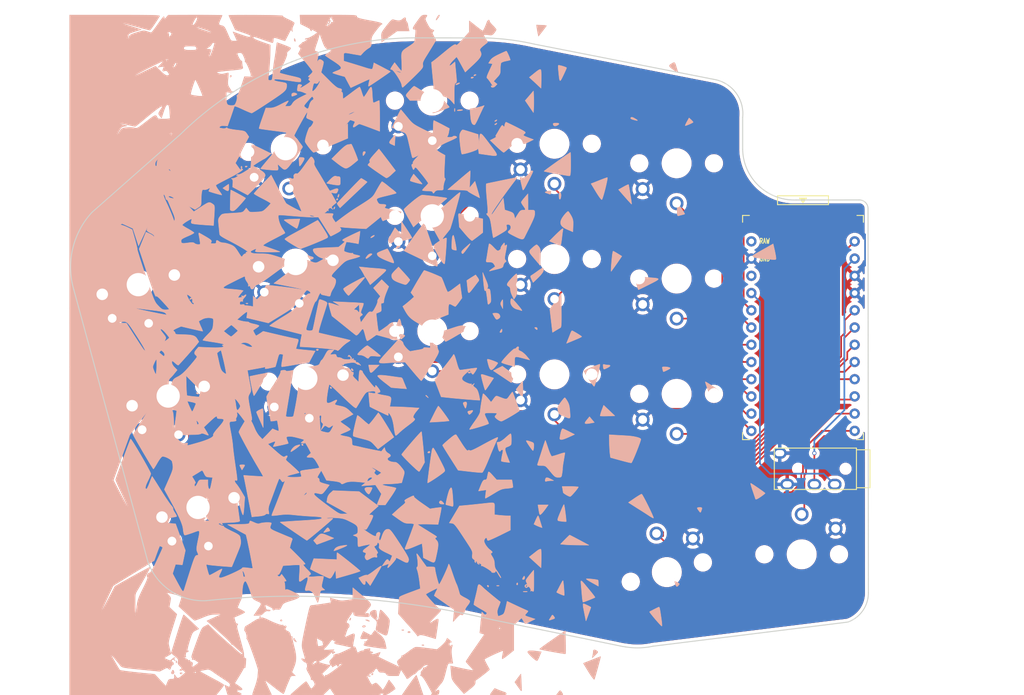
<source format=kicad_pcb>
(kicad_pcb (version 20211014) (generator pcbnew)
  (title_block (title "hypergolic") (date "2020-12-26") (rev "0.1") (company "broomlabs"))
  (layers (0 "F.Cu" signal) (31 "B.Cu" signal) (34 "B.Paste" user) (35 "F.Paste" user) (36 "B.SilkS" user "B.Silkscreen") (37 "F.SilkS" user "F.Silkscreen") (38 "B.Mask" user) (39 "F.Mask" user) (44 "Edge.Cuts" user))
  (net 0 "")
  (net 1 "reset")
  (net 2 "gnd")
  (net 3 "vcc")
  (net 4 "Switch18")
  (net 5 "Switch1")
  (net 6 "Switch2")
  (net 7 "Switch3")
  (net 8 "Switch4")
  (net 9 "Switch5")
  (net 10 "Switch6")
  (net 11 "Switch7")
  (net 12 "Switch8")
  (net 13 "Switch9")
  (net 14 "Switch10")
  (net 15 "Switch11")
  (net 16 "Switch12")
  (net 17 "Switch13")
  (net 18 "Switch14")
  (net 19 "Switch15")
  (net 20 "Switch16")
  (net 21 "Switch17")
  (net 22 "raw")
  (footprint "Kailh:SW_PG1350_rev_DPB2" (layer "F.Cu") (at 126.222674 57.450261 5)
    (fp_text reference "SW3" hide)
    (fp_text value "SW_Push" hide)
  )
  (footprint "Kailh:SW_PG1350_rev_DPB2" (layer "F.Cu") (at 147.818 50.366)
    (fp_text reference "SW4" hide)
    (fp_text value "SW_Push" hide)
  )
  (footprint "Kailh:SW_PG1350_rev_DPB2" (layer "F.Cu") (at 165.818 56.726)
    (fp_text reference "SW5" hide)
    (fp_text value "SW_Push" hide)
  )
  (footprint "Kailh:SW_PG1350_rev_DPB2" (layer "F.Cu") (at 183.818 59.606)
    (fp_text reference "SW6" hide)
    (fp_text value "SW_Push" hide)
  )
  (footprint "Kailh:SW_PG1350_rev_DPB2" (layer "F.Cu") (at 108.90337 93.926306 15)
    (fp_text reference "SW8" hide)
    (fp_text value "SW_Push" hide)
  )
  (footprint "Kailh:SW_PG1350_rev_DPB2" (layer "F.Cu") (at 127.704262 74.385584 5)
    (fp_text reference "SW9" hide)
    (fp_text value "SW_Push" hide)
  )
  (footprint "Kailh:SW_PG1350_rev_DPB2" (layer "F.Cu") (at 147.818 67.356)
    (fp_text reference "SW10" hide)
    (fp_text value "SW_Push" hide)
  )
  (footprint "Kailh:SW_PG1350_rev_DPB2" (layer "F.Cu") (at 165.818 73.726)
    (fp_text reference "SW11" hide)
    (fp_text value "SW_Push" hide)
  )
  (footprint "Kailh:SW_PG1350_rev_DPB2" (layer "F.Cu") (at 183.818 76.606)
    (fp_text reference "SW12" hide)
    (fp_text value "SW_Push" hide)
  )
  (footprint "Kailh:SW_PG1350_rev_DPB2" (layer "F.Cu") (at 104.503165 77.504519 15)
    (fp_text reference "SW14" hide)
    (fp_text value "SW_Push" hide)
  )
  (footprint "Kailh:SW_PG1350_rev_DPB2" (layer "F.Cu") (at 129.18561 91.317467 5)
    (fp_text reference "SW15" hide)
    (fp_text value "SW_Push" hide)
  )
  (footprint "Kailh:SW_PG1350_rev_DPB2" (layer "F.Cu") (at 147.818 84.356)
    (fp_text reference "SW16" hide)
    (fp_text value "SW_Push" hide)
  )
  (footprint "Kailh:SW_PG1350_rev_DPB2" (layer "F.Cu") (at 165.818 90.731)
    (fp_text reference "SW17" hide)
    (fp_text value "SW_Push" hide)
  )
  (footprint "Kailh:SW_PG1350_rev_DPB2" (layer "F.Cu") (at 183.818 93.606)
    (fp_text reference "SW18" hide)
    (fp_text value "SW_Push" hide)
  )
  (footprint "Kailh:SW_PG1350_rev_DPB2" (layer "F.Cu") (at 182.372 119.888 -165)
    (fp_text reference "SW20" hide)
    (fp_text value "SW_Push" hide)
  )
  (footprint "Kailh:SW_PG1350_rev_DPB2" (layer "F.Cu") (at 202.245524 117.262705 180)
    (fp_text reference "SW21" hide)
    (fp_text value "SW_Push" hide)
  )
  (footprint "kbd:ProMicro_v3_min_dual" (layer "F.Cu") (at 202.438 85.598)
    (fp_text reference "U1" hide)
    (fp_text value "ProMicro-kbd" hide)
  )
  (footprint "Kailh:SW_PG1350_rev_DPB2" (layer "F.Cu") (at 113.303734 110.348688 15)
    (fp_text reference "SW8" hide)
    (fp_text value "SW_Push" hide)
  )
  (footprint "Kailh:TRRS-PJ-DPB2" (layer "F.Cu") (at 210.312 104.648 -90)
    (fp_text reference "Jack0" hide)
    (fp_text value "TRRS" hide)
  )
  (gr_poly (pts (xy 171.329311 97.399705) (xy 171.687381 97.819512) (xy 171.156447 97.918291) (xy 170.990408 97.945717) (xy 170.843885 97.967536) (xy 170.716424 97.98335) (xy 170.659702 97.988881) (xy 170.607575 97.992761) (xy 170.559989 97.994942) (xy 170.516885 97.995372) (xy 170.478209 97.994003) (xy 170.443902 97.990784) (xy 170.41391 97.985666) (xy 170.388174 97.9786) (xy 170.366639 97.969534) (xy 170.349249 97.958421) (xy 170.335945 97.945209) (xy 170.326673 97.92985) (xy 170.321376 97.912292) (xy 170.319996 97.892488) (xy 170.322478 97.870387) (xy 170.328765 97.845939) (xy 170.338801 97.819094) (xy 170.352528 97.789803) (xy 170.369891 97.758016) (xy 170.390833 97.723683) (xy 170.415298 97.686755) (xy 170.443228 97.647182) (xy 170.50926 97.559901) (xy 170.588477 97.461442) (xy 170.983589 96.979898)) (layer "B.SilkS") (width 0.07) (fill solid))
  (gr_poly (pts (xy 133.456044 66.031707) (xy 133.460381 66.033134) (xy 133.46414 66.035755) (xy 133.467297 66.039558) (xy 133.46983 66.044532) (xy 133.471716 66.050666) (xy 133.472933 66.057949) (xy 133.473459 66.066368) (xy 133.47327 66.075914) (xy 133.472344 66.086574) (xy 133.470658 66.098338) (xy 133.468191 66.111193) (xy 133.464918 66.12513) (xy 133.460818 66.140135) (xy 133.455868 66.156199) (xy 133.450045 66.173309) (xy 133.435691 66.210625) (xy 133.432147 66.220897) (xy 133.428471 66.23087) (xy 133.424672 66.240535) (xy 133.420762 66.249884) (xy 133.416753 66.258908) (xy 133.412656 66.267597) (xy 133.408482 66.275942) (xy 133.404242 66.283935) (xy 133.399948 66.291566) (xy 133.395611 66.298826) (xy 133.391243 66.305707) (xy 133.386854 66.312198) (xy 133.382456 66.318292) (xy 133.37806 66.323978) (xy 133.373678 66.329249) (xy 133.369321 66.334095) (xy 133.365 66.338506) (xy 133.360727 66.342475) (xy 133.356512 66.345991) (xy 133.352368 66.349046) (xy 133.348305 66.351631) (xy 133.344334 66.353737) (xy 133.340468 66.355354) (xy 133.336717 66.356474) (xy 133.333093 66.357087) (xy 133.329606 66.357185) (xy 133.326269 66.356759) (xy 133.323092 66.355799) (xy 133.320087 66.354296) (xy 133.317265 66.352241) (xy 133.314638 66.349626) (xy 133.312217 66.346441) (xy 133.308888 66.342862) (xy 133.305847 66.339072) (xy 133.303091 66.335078) (xy 133.300617 66.330888) (xy 133.298423 66.326508) (xy 133.296508 66.321944) (xy 133.294868 66.317205) (xy 133.293502 66.312296) (xy 133.291582 66.301996) (xy 133.290729 66.291099) (xy 133.290925 66.279659) (xy 133.292152 66.267731) (xy 133.294391 66.255369) (xy 133.297626 66.242627) (xy 133.301837 66.229559) (xy 133.307006 66.21622) (xy 133.313117 66.202663) (xy 133.320149 66.188944) (xy 133.328086 66.175116) (xy 133.336909 66.161233) (xy 133.35728 66.126926) (xy 133.367084 66.111807) (xy 133.376603 66.098027) (xy 133.385814 66.085578) (xy 133.394696 66.074446) (xy 133.403224 66.064621) (xy 133.411378 66.056091) (xy 133.419133 66.048846) (xy 133.426468 66.042873) (xy 133.43336 66.038162) (xy 133.439786 66.034701) (xy 133.445724 66.032479) (xy 133.451151 66.031485)) (layer "B.SilkS") (width 0.07) (fill solid))
  (gr_poly (pts (xy 146.822463 37.75086) (xy 146.877667 37.752234) (xy 146.924062 37.754911) (xy 146.944065 37.756874) (xy 146.961993 37.759324) (xy 146.977892 37.762318) (xy 146.991803 37.765908) (xy 147.00377 37.770149) (xy 147.013836 37.775096) (xy 147.022043 37.780802) (xy 147.028435 37.787322) (xy 147.033054 37.79471) (xy 147.035944 37.803021) (xy 147.037147 37.812309) (xy 147.036706 37.822627) (xy 147.034665 37.83403) (xy 147.031066 37.846573) (xy 147.025952 37.86031) (xy 147.019367 37.875295) (xy 147.011352 37.891582) (xy 147.001952 37.909225) (xy 146.979165 37.948798) (xy 146.918851 38.04661) (xy 146.886341 38.097462) (xy 146.858442 38.144353) (xy 146.835427 38.18853) (xy 146.817567 38.231243) (xy 146.805132 38.273738) (xy 146.798395 38.317264) (xy 146.797248 38.339804) (xy 146.797627 38.363069) (xy 146.803098 38.412401) (xy 146.815081 38.466508) (xy 146.833846 38.526637) (xy 146.859665 38.594037) (xy 146.892809 38.669956) (xy 146.933549 38.755642) (xy 146.982157 38.852342) (xy 147.104062 39.083779) (xy 147.154153 39.181922) (xy 147.202671 39.272775) (xy 147.249778 39.356574) (xy 147.295637 39.433554) (xy 147.340411 39.503951) (xy 147.384262 39.568) (xy 147.427354 39.625935) (xy 147.469849 39.677991) (xy 147.51191 39.724405) (xy 147.532828 39.745569) (xy 147.553699 39.765411) (xy 147.574543 39.783959) (xy 147.595381 39.801243) (xy 147.616231 39.817293) (xy 147.637116 39.832139) (xy 147.658055 39.845808) (xy 147.679068 39.858331) (xy 147.700176 39.869737) (xy 147.7214 39.880056) (xy 147.742759 39.889317) (xy 147.764274 39.897549) (xy 147.785966 39.904782) (xy 147.807854 39.911045) (xy 147.858078 39.924404) (xy 147.902315 39.936896) (xy 147.940656 39.948809) (xy 147.957643 39.954638) (xy 147.973191 39.960432) (xy 147.987309 39.966226) (xy 148.00001 39.972056) (xy 148.011305 39.977958) (xy 148.021205 39.983969) (xy 148.029721 39.990124) (xy 148.036865 39.996461) (xy 148.042648 40.003014) (xy 148.047081 40.009821) (xy 148.050176 40.016917) (xy 148.051944 40.024339) (xy 148.052396 40.032122) (xy 148.051543 40.040304) (xy 148.049397 40.048919) (xy 148.045969 40.058005) (xy 148.041271 40.067597) (xy 148.035314 40.077732) (xy 148.028108 40.088445) (xy 148.019666 40.099774) (xy 148.009998 40.111754) (xy 147.999117 40.124421) (xy 147.973756 40.151961) (xy 147.943676 40.182685) (xy 147.913452 40.211892) (xy 147.887678 40.239815) (xy 147.866462 40.267194) (xy 147.849912 40.294773) (xy 147.843421 40.308869) (xy 147.838138 40.323293) (xy 147.834075 40.338137) (xy 147.831246 40.353494) (xy 147.829666 40.369458) (xy 147.829347 40.386119) (xy 147.830303 40.403573) (xy 147.832548 40.42191) (xy 147.840958 40.461607) (xy 147.854686 40.505952) (xy 147.87384 40.555687) (xy 147.898528 40.611554) (xy 147.92886 40.674294) (xy 147.964942 40.744648) (xy 148.054797 40.911167) (xy 148.363477 41.454447) (xy 148.030102 42.022416) (xy 147.599494 42.73084) (xy 147.029978 43.652251) (xy 146.928906 43.81159) (xy 146.838379 43.956929) (xy 146.757945 44.089318) (xy 146.68715 44.209806) (xy 146.625544 44.319442) (xy 146.572673 44.419275) (xy 146.528087 44.510354) (xy 146.491331 44.593728) (xy 146.461955 44.670446) (xy 146.449893 44.706637) (xy 146.439507 44.741557) (xy 146.430739 44.775337) (xy 146.423533 44.80811) (xy 146.417833 44.840005) (xy 146.413582 44.871154) (xy 146.410724 44.901688) (xy 146.409202 44.931738) (xy 146.40896 44.961435) (xy 146.409941 44.990911) (xy 146.415346 45.049723) (xy 146.424965 45.109222) (xy 146.434524 45.176004) (xy 146.438929 45.238916) (xy 146.436496 45.300164) (xy 146.425544 45.361954) (xy 146.404392 45.426494) (xy 146.371356 45.49599) (xy 146.324756 45.572648) (xy 146.262908 45.658674) (xy 146.184131 45.756277) (xy 146.086743 45.867661) (xy 145.969061 45.995035) (xy 145.829405 46.140603) (xy 145.477436 46.495152) (xy 145.017382 46.948961) (xy 144.435519 47.509986) (xy 144.176131 47.757219) (xy 143.94626 47.973778) (xy 143.752274 48.153295) (xy 143.600538 48.289404) (xy 143.542503 48.339191) (xy 143.497418 48.375739) (xy 143.466079 48.398251) (xy 143.455813 48.403995) (xy 143.449282 48.405931) (xy 143.444617 48.40655) (xy 143.439886 48.406106) (xy 143.435097 48.404622) (xy 143.430256 48.40212) (xy 143.420444 48.394156) (xy 143.410506 48.382393) (xy 143.400496 48.367014) (xy 143.390467 48.348197) (xy 143.380474 48.326126) (xy 143.370572 48.300979) (xy 143.360814 48.272939) (xy 143.351255 48.242185) (xy 143.341949 48.2089) (xy 143.332951 48.173263) (xy 143.324315 48.135456) (xy 143.316094 48.095659) (xy 143.301118 48.010819) (xy 143.293294 47.964213) (xy 143.279326 47.910434) (xy 143.234438 47.783625) (xy 143.169401 47.634931) (xy 143.087163 47.468891) (xy 142.990673 47.290047) (xy 142.882879 47.102937) (xy 142.766729 46.912101) (xy 142.64517 46.722078) (xy 142.521153 46.53741) (xy 142.397623 46.362635) (xy 142.27753 46.202293) (xy 142.163821 46.060925) (xy 142.059446 45.943069) (xy 142.02737 45.911791) (xy 142.226909 45.911791) (xy 142.597326 46.084655) (xy 142.67641 46.120078) (xy 142.755403 46.152154) (xy 142.833059 46.180722) (xy 142.908128 46.205618) (xy 142.979362 46.226679) (xy 143.045515 46.243744) (xy 143.105337 46.256649) (xy 143.157581 46.265231) (xy 143.200998 46.269327) (xy 143.219007 46.269643) (xy 143.234341 46.268776) (xy 143.246845 46.266706) (xy 143.256362 46.263413) (xy 143.262736 46.258876) (xy 143.265812 46.253076) (xy 143.265434 46.245992) (xy 143.261444 46.237603) (xy 143.253688 46.227889) (xy 143.24201 46.21683) (xy 143.226252 46.204406) (xy 143.206261 46.190596) (xy 143.181878 46.175379) (xy 143.152949 46.158736) (xy 143.132738 46.147028) (xy 143.109325 46.135102) (xy 143.082982 46.123033) (xy 143.053981 46.110891) (xy 142.989086 46.086679) (xy 142.916812 46.063046) (xy 142.839329 46.040571) (xy 142.758806 46.019833) (xy 142.677415 46.001409) (xy 142.597326 45.985879) (xy 142.226909 45.911791) (xy 142.02737 45.911791) (xy 141.967351 45.853265) (xy 141.926831 45.820302) (xy 141.890486 45.796054) (xy 141.858685 45.781089) (xy 141.831797 45.775975) (xy 141.792899 45.775019) (xy 141.759644 45.771803) (xy 141.732176 45.765801) (xy 141.720658 45.761591) (xy 141.710641 45.756489) (xy 141.702144 45.750427) (xy 141.695183 45.743342) (xy 141.689779 45.735167) (xy 141.685947 45.725837) (xy 141.683708 45.715286) (xy 141.683078 45.703448) (xy 141.684076 45.690259) (xy 141.686719 45.675652) (xy 141.697017 45.641923) (xy 141.714115 45.601737) (xy 141.738158 45.554569) (xy 141.769292 45.499896) (xy 141.80766 45.437192) (xy 141.853407 45.365934) (xy 141.967619 45.195654) (xy 142.263951 44.763501) (xy 142.745495 45.380862) (xy 142.793922 45.444907) (xy 142.841789 45.50718) (xy 142.888823 45.567354) (xy 142.934754 45.625105) (xy 142.97931 45.680106) (xy 143.022221 45.732033) (xy 143.063214 45.780559) (xy 143.102019 45.82536) (xy 143.138365 45.866109) (xy 143.171979 45.902482) (xy 143.20259 45.934151) (xy 143.229928 45.960793) (xy 143.253722 45.982081) (xy 143.273698 45.99769) (xy 143.282171 46.003263) (xy 143.289588 46.007294) (xy 143.295915 46.009742) (xy 143.301118 46.010568) (xy 143.304518 46.009896) (xy 143.307768 46.005628) (xy 143.313803 45.98667) (xy 143.323884 45.90967) (xy 143.33107 45.785499) (xy 143.335073 45.620091) (xy 143.335604 45.419376) (xy 143.332373 45.189289) (xy 143.325089 44.935761) (xy 143.313465 44.664725) (xy 143.286721 44.146189) (xy 143.280068 43.933893) (xy 143.280089 43.748328) (xy 143.283116 43.664497) (xy 143.28843 43.58606) (xy 143.296234 43.512587) (xy 143.306736 43.44365) (xy 143.320141 43.378819) (xy 143.336655 43.317664) (xy 143.356483 43.259755) (xy 143.379831 43.204664) (xy 143.406905 43.151959) (xy 143.437911 43.101213) (xy 143.473053 43.051995) (xy 143.51254 43.003876) (xy 143.556574 42.956426) (xy 143.605364 42.909216) (xy 143.659114 42.861816) (xy 143.718029 42.813796) (xy 143.852182 42.714181) (xy 144.009468 42.606933) (xy 144.400022 42.355793) (xy 144.545874 42.258391) (xy 144.68478 42.16229) (xy 144.813268 42.069951) (xy 144.87252 42.025961) (xy 144.927866 41.983834) (xy 144.97887 41.943877) (xy 145.025099 41.906398) (xy 145.06612 41.871704) (xy 145.101497 41.840103) (xy 145.130797 41.811903) (xy 145.153586 41.787409) (xy 145.162403 41.776649) (xy 145.169429 41.766931) (xy 145.17461 41.758294) (xy 145.177893 41.750776) (xy 145.185119 41.730315) (xy 145.19287 41.701679) (xy 145.209728 41.621905) (xy 145.228032 41.515508) (xy 145.247349 41.386537) (xy 145.287284 41.077084) (xy 145.326062 40.725958) (xy 145.338786 40.591993) (xy 145.349141 40.472045) (xy 145.353413 40.417096) (xy 145.357072 40.365373) (xy 145.360112 40.316784) (xy 145.362525 40.271235) (xy 145.364306 40.228634) (xy 145.365446 40.188889) (xy 145.36594 40.151907) (xy 145.365781 40.117595) (xy 145.364961 40.08586) (xy 145.363475 40.056609) (xy 145.361315 40.029751) (xy 145.358474 40.005192) (xy 145.354946 39.982839) (xy 145.350724 39.962601) (xy 145.345801 39.944383) (xy 145.340171 39.928094) (xy 145.333826 39.913641) (xy 145.32676 39.900931) (xy 145.322954 39.895201) (xy 145.318966 39.889871) (xy 145.314793 39.884932) (xy 145.310437 39.88037) (xy 145.305895 39.876174) (xy 145.301166 39.872333) (xy 145.296251 39.868835) (xy 145.291147 39.865668) (xy 145.280374 39.860283) (xy 145.268838 39.856085) (xy 145.256533 39.852981) (xy 145.243454 39.850879) (xy 145.229591 39.849686) (xy 145.21494 39.849309) (xy 145.148562 39.846722) (xy 145.093108 39.838457) (xy 145.069545 39.831957) (xy 145.048795 39.823752) (xy 145.030884 39.813748) (xy 145.01584 39.801849) (xy 145.00369 39.78796) (xy 144.994461 39.771988) (xy 144.988181 39.753835) (xy 144.984875 39.733408) (xy 144.984572 39.710612) (xy 144.987298 39.685352) (xy 144.993081 39.657532) (xy 145.001948 39.627058) (xy 145.029042 39.557768) (xy 145.068796 39.476721) (xy 145.121428 39.383159) (xy 145.187155 39.27632) (xy 145.266194 39.155447) (xy 145.358761 39.019778) (xy 145.585352 38.701019) (xy 145.695227 38.547908) (xy 145.794122 38.412016) (xy 145.883215 38.29233) (xy 145.96368 38.187837) (xy 146.036694 38.097524) (xy 146.070773 38.057368) (xy 146.103431 38.020378) (xy 146.134813 37.986426) (xy 146.165067 37.955386) (xy 146.19434 37.927131) (xy 146.222779 37.901535) (xy 146.250531 37.878471) (xy 146.277742 37.857813) (xy 146.304559 37.839434) (xy 146.33113 37.823207) (xy 146.357602 37.809006) (xy 146.384121 37.796704) (xy 146.410835 37.786174) (xy 146.43789 37.777291) (xy 146.465434 37.769926) (xy 146.493612 37.763955) (xy 146.522573 37.759249) (xy 146.552463 37.755683) (xy 146.58343 37.75313) (xy 146.615619 37.751463) (xy 146.684256 37.750281)) (layer "B.SilkS") (width 0.07) (fill solid))
  (gr_poly (pts (xy 161.155198 92.337346) (xy 161.163301 92.471936) (xy 161.169089 92.622297) (xy 161.172562 92.783365) (xy 161.173719 92.950076) (xy 161.172562 93.117367) (xy 161.169089 93.280173) (xy 161.163301 93.433429) (xy 161.155198 93.572071) (xy 161.118156 94.189431) (xy 160.648965 93.559719) (xy 160.179774 92.930011) (xy 160.648965 92.337346) (xy 161.118156 91.744676)) (layer "B.SilkS") (width 0.07) (fill solid))
  (gr_poly (pts (xy 168.44949 84.308196) (xy 168.507756 84.333403) (xy 168.586532 84.372718) (xy 168.682183 84.423934) (xy 168.909569 84.553242) (xy 169.160829 84.703676) (xy 169.406881 84.857583) (xy 169.61864 84.997309) (xy 169.702572 85.056339) (xy 169.767024 85.105203) (xy 169.808361 85.141696) (xy 169.819226 85.154614) (xy 169.822948 85.163612) (xy 169.822087 85.167406) (xy 169.819533 85.171831) (xy 169.809516 85.182493) (xy 169.793241 85.195433) (xy 169.771052 85.21049) (xy 169.710305 85.246301) (xy 169.630025 85.288624) (xy 169.53296 85.336156) (xy 169.421859 85.387594) (xy 169.299471 85.441637) (xy 169.168546 85.496981) (xy 168.885717 85.616983) (xy 168.582052 85.743929) (xy 168.296908 85.861614) (xy 168.069642 85.95383) (xy 167.600446 86.151389) (xy 167.859747 85.509329) (xy 167.971447 85.23422) (xy 168.077363 84.966055) (xy 168.230159 84.570941) (xy 168.24187 84.543474) (xy 168.253816 84.51673) (xy 168.265944 84.490854) (xy 168.278198 84.465992) (xy 168.290524 84.442286) (xy 168.302869 84.419883) (xy 168.315177 84.398926) (xy 168.327395 84.379561) (xy 168.339468 84.361933) (xy 168.345433 84.353815) (xy 168.351342 84.346185) (xy 168.357187 84.339062) (xy 168.362963 84.332463) (xy 168.368661 84.326407) (xy 168.374276 84.320912) (xy 168.379801 84.315995) (xy 168.385228 84.311675) (xy 168.390551 84.30797) (xy 168.395764 84.304899) (xy 168.400858 84.302478) (xy 168.405829 84.300727) (xy 168.410668 84.299662) (xy 168.41537 84.299304)) (layer "B.SilkS") (width 0.07) (fill solid))
  (gr_poly (pts (xy 131.605237 114.243033) (xy 131.653381 114.248619) (xy 131.704184 114.257334) (xy 131.814995 114.284078) (xy 131.940132 114.323121) (xy 132.082053 114.374318) (xy 132.243218 114.437525) (xy 132.63312 114.599388) (xy 133.299869 114.883373) (xy 132.052799 115.352565) (xy 130.805729 115.809413) (xy 130.571134 115.525428) (xy 130.324188 115.229096) (xy 130.842774 114.698168) (xy 130.945627 114.593964) (xy 131.038206 114.503506) (xy 131.122972 114.42665) (xy 131.202385 114.36325) (xy 131.240852 114.336551) (xy 131.278904 114.313162) (xy 131.316847 114.293065) (xy 131.354989 114.276241) (xy 131.393637 114.262673) (xy 131.433099 114.252342) (xy 131.473683 114.245231) (xy 131.515695 114.241321) (xy 131.559444 114.240595)) (layer "B.SilkS") (width 0.07) (fill solid))
  (gr_poly (pts (xy 154.475355 76.434122) (xy 154.506461 76.47562) (xy 154.534944 76.516647) (xy 154.560787 76.557023) (xy 154.583971 76.596567) (xy 154.604478 76.635098) (xy 154.62229 76.672435) (xy 154.637389 76.708398) (xy 154.649758 76.742805) (xy 154.659377 76.775476) (xy 154.66315 76.791103) (xy 154.666229 76.806229) (xy 154.668611 76.82083) (xy 154.670295 76.834885) (xy 154.671278 76.848369) (xy 154.671558 76.861261) (xy 154.671132 76.873538) (xy 154.669999 76.885178) (xy 154.668156 76.896157) (xy 154.665601 76.906454) (xy 154.662332 76.916045) (xy 154.658345 76.924909) (xy 154.65364 76.933021) (xy 154.648214 76.940361) (xy 153.857995 77.977528) (xy 153.60256 78.305452) (xy 153.499875 78.433151) (xy 153.411949 78.535853) (xy 153.337335 78.612945) (xy 153.304568 78.641694) (xy 153.274586 78.663811) (xy 153.247208 78.679217) (xy 153.222255 78.687836) (xy 153.199544 78.689591) (xy 153.178895 78.684405) (xy 153.160127 78.672202) (xy 153.143059 78.652904) (xy 153.127511 78.626435) (xy 153.113301 78.592717) (xy 153.100248 78.551674) (xy 153.088172 78.50323) (xy 153.066227 78.383827) (xy 153.046018 78.233893) (xy 153.026099 78.052814) (xy 152.98134 77.59476) (xy 152.907255 76.890971) (xy 153.54931 76.471167) (xy 154.203712 76.063708)) (layer "B.SilkS") (width 0.07) (fill solid))
  (gr_poly (pts (xy 167.452282 130.206272) (xy 167.459035 130.854696) (xy 167.46 131.393152) (xy 167.45795 131.60414) (xy 167.454019 131.767235) (xy 167.448062 131.875635) (xy 167.444279 131.9072) (xy 167.439935 131.922541) (xy 167.385157 131.925763) (xy 167.255789 131.913594) (xy 166.816402 131.850966) (xy 166.208012 131.750427) (xy 165.516857 131.62775) (xy 164.829174 131.498706) (xy 164.231201 131.379066) (xy 163.809177 131.284602) (xy 163.691094 131.25174) (xy 163.649338 131.231085) (xy 163.659159 131.215285) (xy 163.687972 131.186861) (xy 163.798663 131.094886) (xy 163.973598 130.96066) (xy 164.204964 130.789681) (xy 164.805732 130.359459) (xy 165.53846 129.848207) (xy 167.41524 128.539392)) (layer "B.SilkS") (width 0.07) (fill solid))
  (gr_poly (pts (xy 143.804001 38.136456) (xy 143.816533 38.138584) (xy 143.828003 38.142513) (xy 143.838439 38.148236) (xy 143.847871 38.155751) (xy 143.856329 38.165051) (xy 143.863842 38.176133) (xy 143.87044 38.188991) (xy 143.876151 38.203622) (xy 143.881005 38.220022) (xy 143.885032 38.238184) (xy 143.888261 38.258106) (xy 143.890721 38.279782) (xy 143.892442 38.303207) (xy 143.893453 38.328378) (xy 143.893783 38.35529) (xy 143.894636 38.3813) (xy 143.897135 38.40825) (xy 143.90119 38.435923) (xy 143.906709 38.464103) (xy 143.913604 38.492572) (xy 143.921782 38.521113) (xy 143.931154 38.54951) (xy 143.941629 38.577544) (xy 143.953118 38.605) (xy 143.965528 38.631661) (xy 143.978771 38.657308) (xy 143.992755 38.681725) (xy 144.007391 38.704695) (xy 144.022587 38.726002) (xy 144.038253 38.745427) (xy 144.0543 38.762755) (xy 144.068174 38.780081) (xy 144.081959 38.799505) (xy 144.095563 38.82081) (xy 144.108895 38.84378) (xy 144.121866 38.868196) (xy 144.134385 38.893843) (xy 144.146361 38.920503) (xy 144.157704 38.947958) (xy 144.168324 38.975993) (xy 144.17813 39.004389) (xy 144.187032 39.03293) (xy 144.194939 39.061399) (xy 144.201761 39.089579) (xy 144.207407 39.117252) (xy 144.211787 39.144202) (xy 144.214811 39.170211) (xy 144.221105 39.226545) (xy 144.230438 39.292139) (xy 144.242375 39.364679) (xy 144.256483 39.44185) (xy 144.272327 39.521336) (xy 144.289474 39.600822) (xy 144.307489 39.677992) (xy 144.325937 39.750532) (xy 144.412369 40.096253) (xy 142.646716 40.096253) (xy 141.51077 40.911167) (xy 140.374824 41.713736) (xy 140.337787 41.046991) (xy 140.328067 40.823413) (xy 140.327774 40.72802) (xy 140.331804 40.640495) (xy 140.341115 40.558541) (xy 140.356667 40.47986) (xy 140.379417 40.402157) (xy 140.410324 40.323132) (xy 140.450347 40.240491) (xy 140.500445 40.151935) (xy 140.561575 40.055168) (xy 140.634696 39.947892) (xy 140.720768 39.827811) (xy 140.820748 39.692627) (xy 141.066269 39.367764) (xy 141.161053 39.244768) (xy 141.250971 39.130418) (xy 141.336079 39.024676) (xy 141.416429 38.927508) (xy 141.492077 38.838877) (xy 141.563077 38.758747) (xy 141.629483 38.687081) (xy 141.691348 38.623844) (xy 141.748728 38.568999) (xy 141.801677 38.52251) (xy 141.826507 38.502387) (xy 141.850249 38.48434) (xy 141.87291 38.468364) (xy 141.894498 38.454455) (xy 141.915018 38.442607) (xy 141.934478 38.432817) (xy 141.952885 38.425079) (xy 141.970244 38.41939) (xy 141.986564 38.415745) (xy 142.00185 38.414139) (xy 142.01611 38.414568) (xy 142.029351 38.417026) (xy 142.163708 38.45595) (xy 142.289294 38.489375) (xy 142.406596 38.517302) (xy 142.516103 38.53973) (xy 142.618302 38.556659) (xy 142.713683 38.56809) (xy 142.758969 38.571744) (xy 142.802734 38.574023) (xy 142.845038 38.574927) (xy 142.885942 38.574457) (xy 142.925509 38.572612) (xy 142.963797 38.569392) (xy 143.00087 38.564798) (xy 143.036787 38.558829) (xy 143.07161 38.551486) (xy 143.105399 38.542768) (xy 143.138217 38.532675) (xy 143.170123 38.521208) (xy 143.201179 38.508366) (xy 143.231446 38.49415) (xy 143.260985 38.478559) (xy 143.289858 38.461594) (xy 143.318124 38.443254) (xy 143.345845 38.423539) (xy 143.373083 38.40245) (xy 143.399897 38.379986) (xy 143.468522 38.32355) (xy 143.531014 38.274602) (xy 143.560035 38.252924) (xy 143.587611 38.233105) (xy 143.613771 38.21514) (xy 143.638546 38.199024) (xy 143.661964 38.184753) (xy 143.684055 38.172322) (xy 143.704848 38.161727) (xy 143.724373 38.152963) (xy 143.742659 38.146026) (xy 143.759735 38.140912) (xy 143.775631 38.137615) (xy 143.790377 38.136131)) (layer "B.SilkS") (width 0.07) (fill solid))
  (gr_poly (pts (xy 155.464449 51.09716) (xy 155.463831 51.100278) (xy 155.457151 51.116533) (xy 155.443815 51.144942) (xy 155.424546 51.184058) (xy 155.371105 51.288625) (xy 155.302616 51.418657) (xy 155.194963 51.640518) (xy 155.034063 51.980451) (xy 154.635866 52.838586) (xy 154.587159 52.950491) (xy 154.538488 53.058978) (xy 154.490178 53.163522) (xy 154.442556 53.263599) (xy 154.395947 53.358684) (xy 154.350676 53.448253) (xy 154.307069 53.53178) (xy 154.265451 53.608742) (xy 154.226149 53.678615) (xy 154.189487 53.740873) (xy 154.155791 53.794991) (xy 154.125388 53.840446) (xy 154.098601 53.876714) (xy 154.075757 53.903268) (xy 154.065916 53.912739) (xy 154.057182 53.919586) (xy 154.049597 53.923741) (xy 154.043201 53.925141) (xy 153.978351 53.920885) (xy 153.917968 53.907874) (xy 153.86189 53.885748) (xy 153.809954 53.854144) (xy 153.761997 53.812701) (xy 153.717856 53.761057) (xy 153.677368 53.698851) (xy 153.640371 53.62572) (xy 153.606703 53.541303) (xy 153.576199 53.445238) (xy 153.548698 53.337163) (xy 153.524036 53.216717) (xy 153.502051 53.083539) (xy 153.482581 52.937265) (xy 153.465461 52.777535) (xy 153.450531 52.603987) (xy 153.364104 51.603865) (xy 154.092591 51.455696) (xy 154.24705 51.426346) (xy 154.402234 51.394537) (xy 154.554234 51.361282) (xy 154.699145 51.327592) (xy 154.83306 51.294482) (xy 154.952071 51.262963) (xy 155.052273 51.234049) (xy 155.129757 51.208752) (xy 155.253035 51.165343) (xy 155.307947 51.14646) (xy 155.356636 51.130037) (xy 155.397802 51.116507) (xy 155.430141 51.106306) (xy 155.452352 51.099867) (xy 155.459252 51.098194) (xy 155.463132 51.097624) (xy 155.464038 51.096933)) (layer "B.SilkS") (width 0.07) (fill solid))
  (gr_poly (pts (xy 160.93295 136.120597) (xy 160.945658 136.365126) (xy 160.955906 136.595188) (xy 160.963551 136.805572) (xy 160.968447 136.99107) (xy 160.970449 137.146473) (xy 160.969413 137.26657) (xy 160.96771 137.311751) (xy 160.965193 137.346152) (xy 160.961844 137.369123) (xy 160.959852 137.376118) (xy 160.957645 137.380011) (xy 160.951773 137.38888) (xy 160.943079 137.391925) (xy 160.931057 137.38853) (xy 160.915201 137.378082) (xy 160.895004 137.359965) (xy 160.86996 137.333564) (xy 160.803304 137.253452) (xy 160.711182 137.132824) (xy 160.589542 136.966763) (xy 160.241506 136.478661) (xy 159.98221 136.108238) (xy 160.426717 135.503237) (xy 160.871213 134.910571)) (layer "B.SilkS") (width 0.07) (fill solid))
  (gr_poly (pts (xy 146.607375 64.313373) (xy 147.063162 64.357577) (xy 148.2647 64.495904) (xy 149.401415 64.645806) (xy 149.776172 64.70448) (xy 149.885523 64.726139) (xy 149.931572 64.741305) (xy 149.933815 64.743655) (xy 149.935913 64.746074) (xy 149.937867 64.748555) (xy 149.939676 64.751096) (xy 149.941341 64.75369) (xy 149.94286 64.756335) (xy 149.944235 64.759024) (xy 149.945465 64.761755) (xy 149.946551 64.764521) (xy 149.947492 64.767319) (xy 149.948288 64.770145) (xy 149.948939 64.772992) (xy 149.949445 64.775858) (xy 149.949807 64.778738) (xy 149.950024 64.781626) (xy 149.950097 64.78452) (xy 149.950024 64.787413) (xy 149.949807 64.790301) (xy 149.949445 64.793181) (xy 149.948939 64.796047) (xy 149.948288 64.798895) (xy 149.947492 64.80172) (xy 149.946551 64.804518) (xy 149.945465 64.807285) (xy 149.944235 64.810015) (xy 149.94286 64.812705) (xy 149.941341 64.81535) (xy 149.939676 64.817945) (xy 149.937867 64.820485) (xy 149.935913 64.822967) (xy 149.933815 64.825386) (xy 149.931572 64.827737) (xy 147.596409 66.794031) (xy 146.12381 68.046887) (xy 145.363104 68.704765) (xy 145.042076 69.001095) (xy 144.338285 67.778725) (xy 144.198679 67.527922) (xy 144.068768 67.288695) (xy 143.9513 67.066831) (xy 143.849026 66.868117) (xy 143.764693 66.698343) (xy 143.701052 66.563295) (xy 143.67785 66.510603) (xy 143.660851 66.468762) (xy 143.6504 66.438497) (xy 143.64684 66.420531) (xy 143.653101 66.401672) (xy 143.671462 66.373263) (xy 143.70129 66.335883) (xy 143.741952 66.29011) (xy 143.853246 66.175705) (xy 144.000279 66.034676) (xy 144.177987 65.871654) (xy 144.381307 65.691268) (xy 144.605174 65.49815) (xy 144.844523 65.296927) (xy 144.981352 65.183958) (xy 145.113822 65.076704) (xy 145.241625 64.975382) (xy 145.364455 64.88021) (xy 145.482003 64.791404) (xy 145.593963 64.709182) (xy 145.700027 64.63376) (xy 145.799887 64.565357) (xy 145.893236 64.504188) (xy 145.979766 64.45047) (xy 146.05917 64.404421) (xy 146.13114 64.366259) (xy 146.195369 64.336199) (xy 146.251549 64.314458) (xy 146.276525 64.306776) (xy 146.299373 64.301255) (xy 146.320055 64.297923) (xy 146.338533 64.296806)) (layer "B.SilkS") (width 0.07) (fill solid))
  (gr_poly (pts (xy 178.022081 76.29271) (xy 178.074137 76.295269) (xy 178.13048 76.299148) (xy 178.256097 76.310651) (xy 178.380079 76.329678) (xy 178.53488 76.349429) (xy 178.912051 76.389365) (xy 179.337836 76.426986) (xy 179.76246 76.45882) (xy 180.345989 76.504808) (xy 180.575471 76.526346) (xy 180.763553 76.548916) (xy 180.910324 76.574017) (xy 180.968247 76.587986) (xy 181.015876 76.603152) (xy 181.053223 76.619701) (xy 181.080298 76.637821) (xy 181.097114 76.6577) (xy 181.103682 76.679526) (xy 181.100012 76.703486) (xy 181.086116 76.729768) (xy 181.062006 76.758559) (xy 181.027693 76.790048) (xy 180.983188 76.824421) (xy 180.928502 76.861867) (xy 180.788634 76.946727) (xy 180.608179 77.046129) (xy 180.387227 77.161574) (xy 179.824197 77.446597) (xy 179.217063 77.752384) (xy 178.708319 78.003765) (xy 178.507122 78.100734) (xy 178.350057 78.174117) (xy 178.243634 78.220588) (xy 178.211448 78.232691) (xy 178.194365 78.236818) (xy 178.186501 78.233503) (xy 178.176887 78.22158) (xy 178.152934 78.173949) (xy 178.123555 78.097994) (xy 178.089799 77.997785) (xy 178.013352 77.740881) (xy 177.931986 77.435793) (xy 177.854092 77.115079) (xy 177.788063 76.811293) (xy 177.742291 76.556993) (xy 177.729624 76.458574) (xy 177.725169 76.384735) (xy 177.725676 76.375727) (xy 177.727198 76.367218) (xy 177.729737 76.359203) (xy 177.733296 76.351673) (xy 177.737877 76.344623) (xy 177.743482 76.338045) (xy 177.757774 76.32628) (xy 177.776189 76.316323) (xy 177.798746 76.308121) (xy 177.825464 76.301618) (xy 177.856359 76.296762) (xy 177.89145 76.293497) (xy 177.930756 76.29177) (xy 177.974293 76.291526)) (layer "B.SilkS") (width 0.07) (fill solid))
  (gr_poly (pts (xy 141.199241 72.216644) (xy 141.213641 72.232135) (xy 141.255916 72.291822) (xy 141.314107 72.386524) (xy 141.385755 72.512336) (xy 141.4684 72.66535) (xy 141.559582 72.84166) (xy 141.656841 73.037359) (xy 141.757718 73.248541) (xy 141.825893 73.388517) (xy 141.886978 73.516972) (xy 141.941118 73.634249) (xy 141.988457 73.740693) (xy 142.02914 73.836646) (xy 142.04703 73.880796) (xy 142.063311 73.922453) (xy 142.078001 73.961658) (xy 142.091116 73.998456) (xy 142.102677 74.032889) (xy 142.1127 74.065) (xy 142.121203 74.094833) (xy 142.128206 74.122429) (xy 142.133725 74.147832) (xy 142.13778 74.171085) (xy 142.140387 74.192231) (xy 142.141566 74.211313) (xy 142.141334 74.228374) (xy 142.139709 74.243457) (xy 142.136709 74.256604) (xy 142.132354 74.267859) (xy 142.126659 74.277264) (xy 142.123316 74.281287) (xy 142.119645 74.284863) (xy 142.111328 74.290699) (xy 142.101727 74.294814) (xy 142.09086 74.297252) (xy 142.078746 74.298055) (xy 142.05526 74.295779) (xy 142.022242 74.289108) (xy 141.929999 74.263521) (xy 141.806791 74.223175) (xy 141.657394 74.169951) (xy 141.486583 74.105731) (xy 141.299131 74.032396) (xy 141.099816 73.951826) (xy 140.89341 73.865903) (xy 140.767517 73.811058) (xy 140.649094 73.757623) (xy 140.538087 73.705563) (xy 140.434441 73.654841) (xy 140.338102 73.605422) (xy 140.249015 73.557269) (xy 140.167127 73.510347) (xy 140.092384 73.464617) (xy 140.02473 73.420046) (xy 139.964112 73.376595) (xy 139.910476 73.33423) (xy 139.886259 73.313443) (xy 139.863767 73.292914) (xy 139.842993 73.272638) (xy 139.82393 73.252611) (xy 139.806573 73.232827) (xy 139.790913 73.213283) (xy 139.776944 73.193975) (xy 139.76466 73.174897) (xy 139.754053 73.156045) (xy 139.745117 73.137414) (xy 139.723834 73.08911) (xy 139.706821 73.045581) (xy 139.694871 73.006104) (xy 139.688782 72.969954) (xy 139.688184 72.952902) (xy 139.689349 72.93641) (xy 139.692377 72.920388) (xy 139.697368 72.904746) (xy 139.70442 72.889393) (xy 139.713634 72.87424) (xy 139.725109 72.859195) (xy 139.738944 72.844168) (xy 139.755238 72.829068) (xy 139.774093 72.813806) (xy 139.819876 72.782432) (xy 139.877091 72.749322) (xy 139.946532 72.713752) (xy 140.028995 72.674998) (xy 140.125276 72.632338) (xy 140.362477 72.532404) (xy 141.189743 72.211371)) (layer "B.SilkS") (width 0.07) (fill solid))
  (gr_poly (pts (xy 156.168509 38.49231) (xy 156.179961 38.496247) (xy 156.190643 38.502204) (xy 156.200489 38.510213) (xy 156.209431 38.520301) (xy 156.2174 38.532499) (xy 156.224329 38.546835) (xy 156.230151 38.56334) (xy 156.234797 38.582042) (xy 156.2382 38.602971) (xy 156.240291 38.626156) (xy 156.241003 38.651627) (xy 156.243565 38.670232) (xy 156.251084 38.693395) (xy 156.263304 38.720755) (xy 156.279974 38.751948) (xy 156.300841 38.786614) (xy 156.32565 38.824391) (xy 156.354149 38.864917) (xy 156.386084 38.907831) (xy 156.421203 38.95277) (xy 156.459252 38.999374) (xy 156.499977 39.04728) (xy 156.543127 39.096126) (xy 156.588446 39.145551) (xy 156.635683 39.195194) (xy 156.684583 39.244692) (xy 156.734894 39.293684) (xy 156.785205 39.342532) (xy 156.834106 39.391616) (xy 156.881342 39.440592) (xy 156.926661 39.489115) (xy 156.96981 39.536843) (xy 157.010535 39.583431) (xy 157.048583 39.628536) (xy 157.083701 39.671815) (xy 157.115636 39.712923) (xy 157.144135 39.751517) (xy 157.168944 39.787253) (xy 157.189809 39.819789) (xy 157.206479 39.848779) (xy 157.2187 39.873881) (xy 157.223062 39.884866) (xy 157.226218 39.894751) (xy 157.228134 39.903491) (xy 157.22878 39.911045) (xy 157.225181 39.924456) (xy 157.219086 39.941358) (xy 157.210603 39.961479) (xy 157.199842 39.984549) (xy 157.171916 40.038447) (xy 157.136177 40.100882) (xy 157.093493 40.169684) (xy 157.044731 40.242681) (xy 156.99076 40.317704) (xy 156.962092 40.355296) (xy 156.932447 40.392582) (xy 156.88176 40.451385) (xy 156.835432 40.503008) (xy 156.792323 40.547794) (xy 156.751293 40.586087) (xy 156.711204 40.618231) (xy 156.670916 40.644569) (xy 156.650341 40.655668) (xy 156.629289 40.665444) (xy 156.607618 40.673941) (xy 156.585184 40.681201) (xy 156.561847 40.687267) (xy 156.537462 40.692183) (xy 156.484983 40.698734) (xy 156.426608 40.701196) (xy 156.361197 40.699915) (xy 156.287611 40.695234) (xy 156.20471 40.687495) (xy 156.006408 40.664222) (xy 155.942362 40.65568) (xy 155.88009 40.648548) (xy 155.819915 40.642791) (xy 155.762164 40.638372) (xy 155.707162 40.635256) (xy 155.655236 40.633405) (xy 155.606709 40.632784) (xy 155.561908 40.633357) (xy 155.521159 40.635087) (xy 155.484786 40.637939) (xy 155.453116 40.641876) (xy 155.426475 40.646862) (xy 155.415141 40.649737) (xy 155.405187 40.652861) (xy 155.396652 40.656229) (xy 155.389578 40.659837) (xy 155.384005 40.66368) (xy 155.379974 40.667753) (xy 155.377525 40.672053) (xy 155.3767 40.676574) (xy 155.378406 40.690416) (xy 155.383404 40.708599) (xy 155.391513 40.730834) (xy 155.402553 40.75683) (xy 155.432697 40.818952) (xy 155.472392 40.892648) (xy 155.520189 40.975605) (xy 155.574642 41.065508) (xy 155.634304 41.16004) (xy 155.697728 41.256887) (xy 155.747954 41.329748) (xy 155.792213 41.395844) (xy 155.830611 41.455645) (xy 155.847646 41.483333) (xy 155.863257 41.509623) (xy 155.877457 41.534574) (xy 155.890261 41.558246) (xy 155.90168 41.580697) (xy 155.91173 41.601986) (xy 155.920423 41.622172) (xy 155.927773 41.641313) (xy 155.933793 41.659468) (xy 155.938498 41.676697) (xy 155.941901 41.693057) (xy 155.944015 41.708608) (xy 155.944854 41.723408) (xy 155.944431 41.737516) (xy 155.94276 41.750991) (xy 155.939855 41.763892) (xy 155.935729 41.776278) (xy 155.930396 41.788206) (xy 155.923869 41.799737) (xy 155.916162 41.810929) (xy 155.907289 41.82184) (xy 155.897262 41.83253) (xy 155.886096 41.843057) (xy 155.873804 41.853479) (xy 155.8604 41.863857) (xy 155.845897 41.874248) (xy 155.680843 42.000551) (xy 155.532538 42.116057) (xy 155.400366 42.221542) (xy 155.283713 42.317785) (xy 155.181963 42.405563) (xy 155.136484 42.446521) (xy 155.094501 42.485654) (xy 155.055936 42.523061) (xy 155.020713 42.558837) (xy 154.988754 42.59308) (xy 154.959983 42.625888) (xy 154.934323 42.657357) (xy 154.911697 42.687585) (xy 154.892028 42.716669) (xy 154.87524 42.744706) (xy 154.861255 42.771793) (xy 154.849996 42.798029) (xy 154.841388 42.823509) (xy 154.835352 42.848331) (xy 154.831812 42.872593) (xy 154.830691 42.896391) (xy 154.831912 42.919823) (xy 154.835399 42.942985) (xy 154.841074 42.965976) (xy 154.848861 42.988893) (xy 154.858682 43.011831) (xy 154.870462 43.03489) (xy 154.925011 43.144994) (xy 154.967696 43.249545) (xy 154.984318 43.300263) (xy 154.997648 43.350225) (xy 155.007577 43.399639) (xy 155.013998 43.448716) (xy 155.016802 43.497667) (xy 155.01588 43.546701) (xy 155.011123 43.596029) (xy 155.002423 43.645861) (xy 154.989672 43.696408) (xy 154.972761 43.74788) (xy 154.951581 43.800486) (xy 154.926025 43.854438) (xy 154.895983 43.909945) (xy 154.861347 43.967217) (xy 154.777859 44.087901) (xy 154.674692 44.21817) (xy 154.550978 44.359708) (xy 154.40585 44.514196) (xy 154.238439 44.683316) (xy 154.047877 44.868751) (xy 153.833295 45.072182) (xy 152.67266 46.158736) (xy 152.215811 45.319126) (xy 152.027131 44.971474) (xy 151.845396 44.640027) (xy 151.691441 44.364144) (xy 151.631393 44.259337) (xy 151.586103 44.183181) (xy 151.400898 43.899195) (xy 150.845269 44.467165) (xy 150.789058 44.526579) (xy 150.736188 44.584358) (xy 150.686674 44.640388) (xy 150.640528 44.694552) (xy 150.597764 44.746736) (xy 150.558396 44.796824) (xy 150.522437 44.844701) (xy 150.489901 44.890252) (xy 150.460802 44.93336) (xy 150.435153 44.973912) (xy 150.412967 45.011792) (xy 150.394259 45.046884) (xy 150.379041 45.079073) (xy 150.367328 45.108243) (xy 150.359132 45.134281) (xy 150.354468 45.157069) (xy 150.353349 45.176493) (xy 150.355788 45.192438) (xy 150.358346 45.199069) (xy 150.3618 45.204788) (xy 150.366149 45.209579) (xy 150.371397 45.213428) (xy 150.377544 45.21632) (xy 150.384593 45.218242) (xy 150.401402 45.219116) (xy 150.421838 45.215934) (xy 150.445914 45.20858) (xy 150.473643 45.19694) (xy 150.505039 45.180898) (xy 150.540116 45.160339) (xy 150.578887 45.135148) (xy 150.621366 45.105208) (xy 150.667566 45.070405) (xy 150.717501 45.030624) (xy 150.771185 44.98575) (xy 151.153949 44.664725) (xy 151.228034 45.49199) (xy 151.306749 46.289928) (xy 151.376203 47.023041) (xy 151.384579 47.12266) (xy 151.391129 47.213434) (xy 151.395762 47.29578) (xy 151.397331 47.333923) (xy 151.398387 47.370114) (xy 151.398919 47.404406) (xy 151.398915 47.436851) (xy 151.398363 47.467501) (xy 151.397254 47.496407) (xy 151.395574 47.523623) (xy 151.393314 47.549199) (xy 151.390461 47.573189) (xy 151.387005 47.595643) (xy 151.382933 47.616614) (xy 151.378236 47.636154) (xy 151.372901 47.654315) (xy 151.366917 47.671149) (xy 151.360273 47.686708) (xy 151.352957 47.701044) (xy 151.344958 47.714208) (xy 151.336266 47.726254) (xy 151.326868 47.737232) (xy 151.316753 47.747196) (xy 151.305911 47.756196) (xy 151.294329 47.764285) (xy 151.281996 47.771515) (xy 151.268901 47.777938) (xy 151.255034 47.783605) (xy 151.240381 47.78857) (xy 151.213885 47.802928) (xy 151.189884 47.823562) (xy 151.16827 47.851539) (xy 151.148935 47.887927) (xy 151.131771 47.933791) (xy 151.116668 47.990201) (xy 151.103519 48.058222) (xy 151.092214 48.138922) (xy 151.074705 48.342627) (xy 151.063274 48.609852) (xy 151.057051 48.949135) (xy 151.05517 49.369013) (xy 151.05517 50.875376) (xy 150.598327 50.369143) (xy 150.525934 50.295975) (xy 150.456164 50.228884) (xy 150.387878 50.167292) (xy 150.319935 50.110619) (xy 150.251196 50.058288) (xy 150.180522 50.009718) (xy 150.106774 49.964333) (xy 150.028811 49.921551) (xy 149.945494 49.880796) (xy 149.855684 49.841487) (xy 149.758242 49.803047) (xy 149.652027 49.764897) (xy 149.535901 49.726457) (xy 149.408724 49.687149) (xy 149.116658 49.603614) (xy 148.950505 49.557344) (xy 148.803179 49.515325) (xy 148.673543 49.476887) (xy 148.560455 49.441361) (xy 148.509762 49.424481) (xy 148.462778 49.408078) (xy 148.419362 49.392069) (xy 148.379371 49.376369) (xy 148.342663 49.360895) (xy 148.309095 49.345564) (xy 148.278525 49.330292) (xy 148.25081 49.314995) (xy 148.225809 49.299589) (xy 148.203378 49.283991) (xy 148.183375 49.268117) (xy 148.165658 49.251884) (xy 148.150084 49.235208) (xy 148.136511 49.218005) (xy 148.124796 49.200191) (xy 148.114797 49.181683) (xy 148.106372 49.162398) (xy 148.099378 49.142251) (xy 148.093673 49.121159) (xy 148.089114 49.099039) (xy 148.085559 49.075805) (xy 148.082865 49.051376) (xy 148.079492 48.998596) (xy 148.053254 48.645159) (xy 148.036083 48.437764) (xy 148.017755 48.245419) (xy 147.995764 47.957765) (xy 147.952935 47.490692) (xy 147.832549 46.282208) (xy 147.696727 44.738805) (xy 147.980713 44.528901) (xy 148.067506 44.46502) (xy 148.202771 44.360479) (xy 148.590359 44.051992) (xy 149.086755 43.648585) (xy 149.635239 43.195403) (xy 149.872779 43.000365) (xy 150.0863 42.826796) (xy 150.277248 42.673882) (xy 150.447071 42.540809) (xy 150.524513 42.481459) (xy 150.597216 42.426764) (xy 150.665361 42.376622) (xy 150.729129 42.330931) (xy 150.7887 42.289591) (xy 150.844257 42.252498) (xy 150.895979 42.219552) (xy 150.944047 42.190651) (xy 150.988643 42.165692) (xy 151.029947 42.144575) (xy 151.06814 42.127197) (xy 151.103403 42.113456) (xy 151.135917 42.103252) (xy 151.165863 42.096482) (xy 151.193421 42.093044) (xy 151.206361 42.092543) (xy 151.218772 42.092837) (xy 151.230677 42.093914) (xy 151.242098 42.09576) (xy 151.253057 42.098362) (xy 151.263579 42.101709) (xy 151.273684 42.105787) (xy 151.283395 42.110584) (xy 151.301729 42.122283) (xy 151.318761 42.136703) (xy 151.334671 42.153744) (xy 151.34964 42.173304) (xy 151.36385 42.195281) (xy 151.368506 42.199703) (xy 151.375487 42.201433) (xy 151.384728 42.200527) (xy 151.396167 42.197041) (xy 151.425384 42.182557) (xy 151.462631 42.158432) (xy 151.507402 42.125119) (xy 151.55919 42.083071) (xy 151.681795 41.974574) (xy 151.826392 41.83656) (xy 151.988932 41.672645) (xy 152.165362 41.486447) (xy 152.351632 41.281583) (xy 153.277672 40.244421) (xy 153.277672 38.614586) (xy 154.21606 39.35542) (xy 154.403415 39.504237) (xy 154.582811 39.643071) (xy 154.749764 39.768882) (xy 154.899787 39.878633) (xy 155.028396 39.969284) (xy 155.131104 40.037797) (xy 155.171344 40.062801) (xy 155.203427 40.081132) (xy 155.226792 40.09241) (xy 155.23503 40.095284) (xy 155.240879 40.096253) (xy 155.25064 40.094637) (xy 155.26138 40.089838) (xy 155.285662 40.07098) (xy 155.313452 40.040257) (xy 155.34448 39.998247) (xy 155.378474 39.94553) (xy 155.415163 39.882685) (xy 155.495541 39.728923) (xy 155.583442 39.541593) (xy 155.676697 39.325324) (xy 155.773135 39.084747) (xy 155.870586 38.824491) (xy 155.882512 38.792771) (xy 155.895094 38.762455) (xy 155.908263 38.733573) (xy 155.921953 38.706153) (xy 155.936095 38.680226) (xy 155.950621 38.65582) (xy 155.965463 38.632966) (xy 155.980554 38.611691) (xy 155.995826 38.592027) (xy 156.011211 38.574001) (xy 156.026642 38.557644) (xy 156.042049 38.542985) (xy 156.057367 38.530054) (xy 156.072525 38.518879) (xy 156.087458 38.50949) (xy 156.102097 38.501916) (xy 156.116375 38.496188) (xy 156.130222 38.492333) (xy 156.143572 38.490383) (xy 156.156357 38.490365)) (layer "B.SilkS") (width 0.07) (fill solid))
  (gr_poly (pts (xy 133.845462 64.790838) (xy 133.847772 64.791267) (xy 133.850072 64.791976) (xy 133.852359 64.792961) (xy 133.856875 64.79574) (xy 133.861282 64.799568) (xy 133.865544 64.804409) (xy 133.869626 64.810227) (xy 133.87349 64.816985) (xy 133.877101 64.824648) (xy 133.880423 64.833178) (xy 133.883419 64.842541) (xy 133.886054 64.8527) (xy 133.88829 64.863619) (xy 133.890093 64.875261) (xy 133.891425 64.887591) (xy 133.892251 64.900572) (xy 133.892534 64.914168) (xy 133.892355 64.919954) (xy 133.891823 64.925729) (xy 133.890947 64.93148) (xy 133.889737 64.937198) (xy 133.888201 64.942871) (xy 133.886348 64.948487) (xy 133.884189 64.954036) (xy 133.88173 64.959505) (xy 133.878983 64.964884) (xy 133.875955 64.970161) (xy 133.872655 64.975325) (xy 133.869094 64.980365) (xy 133.865279 64.985269) (xy 133.86122 64.990026) (xy 133.856926 64.994625) (xy 133.852405 64.999055) (xy 133.847668 65.003303) (xy 133.842723 65.007359) (xy 133.837579 65.011212) (xy 133.832245 65.01485) (xy 133.82673 65.018262) (xy 133.821043 65.021437) (xy 133.815194 65.024363) (xy 133.80919 65.027029) (xy 133.803042 65.029424) (xy 133.796759 65.031536) (xy 133.790349 65.033354) (xy 133.783821 65.034867) (xy 133.777185 65.036063) (xy 133.770449 65.036931) (xy 133.763623 65.037461) (xy 133.756715 65.03764) (xy 133.751037 65.037461) (xy 133.74558 65.036931) (xy 133.740349 65.036063) (xy 133.735349 65.034867) (xy 133.730584 65.033354) (xy 133.726058 65.031536) (xy 133.721777 65.029424) (xy 133.717744 65.027029) (xy 133.713965 65.024363) (xy 133.710443 65.021437) (xy 133.707184 65.018262) (xy 133.704191 65.01485) (xy 133.70147 65.011212) (xy 133.699025 65.007359) (xy 133.69686 65.003303) (xy 133.694979 64.999055) (xy 133.693389 64.994625) (xy 133.692092 64.990026) (xy 133.691093 64.985269) (xy 133.690397 64.980365) (xy 133.690009 64.975325) (xy 133.689933 64.970161) (xy 133.690174 64.964884) (xy 133.690735 64.959505) (xy 133.691622 64.954036) (xy 133.692839 64.948487) (xy 133.694391 64.942871) (xy 133.696281 64.937198) (xy 133.698516 64.93148) (xy 133.701098 64.925729) (xy 133.704033 64.919954) (xy 133.707326 64.914168) (xy 133.714549 64.900572) (xy 133.722278 64.887591) (xy 133.730442 64.875261) (xy 133.738967 64.863619) (xy 133.747782 64.8527) (xy 133.756813 64.842541) (xy 133.765989 64.833178) (xy 133.775237 64.824648) (xy 133.784486 64.816985) (xy 133.793662 64.810227) (xy 133.802693 64.804409) (xy 133.811507 64.799568) (xy 133.815811 64.797525) (xy 133.820032 64.79574) (xy 133.824164 64.794217) (xy 133.828195 64.792961) (xy 133.832119 64.791976) (xy 133.835925 64.791267) (xy 133.839604 64.790838) (xy 133.843147 64.790694)) (layer "B.SilkS") (width 0.07) (fill solid))
  (gr_poly (pts (xy 187.279131 110.352531) (xy 187.321756 110.35433) (xy 187.341599 110.355701) (xy 187.360474 110.357396) (xy 187.378391 110.35942) (xy 187.395358 110.361782) (xy 187.411385 110.364487) (xy 187.42648 110.367543) (xy 187.440653 110.370955) (xy 187.453912 110.374732) (xy 187.466267 110.37888) (xy 187.477727 110.383405) (xy 187.4883 110.388314) (xy 187.497996 110.393615) (xy 187.506824 110.399313) (xy 187.514793 110.405416) (xy 187.521912 110.411931) (xy 187.528189 110.418863) (xy 187.533635 110.426221) (xy 187.538258 110.434011) (xy 187.542067 110.442239) (xy 187.545071 110.450913) (xy 187.547279 110.460038) (xy 187.5487 110.469623) (xy 187.549344 110.479673) (xy 187.549219 110.490196) (xy 187.548334 110.501199) (xy 187.546699 110.512687) (xy 187.544322 110.524668) (xy 187.541212 110.537149) (xy 187.472505 110.751464) (xy 187.444546 110.836149) (xy 187.41986 110.9066) (xy 187.408513 110.936663) (xy 187.397707 110.963377) (xy 187.387348 110.986814) (xy 187.377344 111.007042) (xy 187.367602 111.024132) (xy 187.35803 111.038154) (xy 187.348534 111.049178) (xy 187.339023 111.057275) (xy 187.329404 111.062513) (xy 187.319583 111.064964) (xy 187.309468 111.064698) (xy 187.298966 111.061784) (xy 187.287986 111.056293) (xy 187.276433 111.048294) (xy 187.264216 111.037859) (xy 187.251241 111.025056) (xy 187.237416 111.009956) (xy 187.222648 110.992629) (xy 187.189914 110.951576) (xy 187.109053 110.845828) (xy 187.059449 110.781222) (xy 187.035832 110.749326) (xy 187.013173 110.717919) (xy 186.9916 110.687163) (xy 186.971238 110.65722) (xy 186.952214 110.628255) (xy 186.934655 110.600429) (xy 186.918687 110.573905) (xy 186.904438 110.548847) (xy 186.892034 110.525416) (xy 186.881601 110.503776) (xy 186.873266 110.484089) (xy 186.867155 110.466517) (xy 186.863396 110.451225) (xy 186.862438 110.444485) (xy 186.862115 110.438375) (xy 186.862582 110.433781) (xy 186.863969 110.429264) (xy 186.866256 110.424828) (xy 186.869422 110.420479) (xy 186.878311 110.412056) (xy 186.890474 110.404031) (xy 186.905748 110.39644) (xy 186.923969 110.38932) (xy 186.944976 110.382706) (xy 186.968606 110.376636) (xy 186.994696 110.371143) (xy 187.023082 110.366266) (xy 187.053603 110.36204) (xy 187.086096 110.358501) (xy 187.120397 110.355686) (xy 187.156345 110.353631) (xy 187.193775 110.352371) (xy 187.232527 110.351943)) (layer "B.SilkS") (width 0.07) (fill solid))
  (gr_poly (pts (xy 165.529744 126.225654) (xy 165.537878 126.226807) (xy 165.546182 126.228925) (xy 165.554667 126.23202) (xy 165.563343 126.236102) (xy 165.572223 126.241184) (xy 165.581318 126.247277) (xy 165.590639 126.254391) (xy 165.600198 126.262539) (xy 165.610005 126.271731) (xy 165.620072 126.281979) (xy 165.63041 126.293294) (xy 165.641031 126.305687) (xy 165.663166 126.333754) (xy 165.686567 126.366271) (xy 165.711324 126.403327) (xy 165.780079 126.505023) (xy 165.806199 126.546439) (xy 165.826116 126.582556) (xy 165.833584 126.598858) (xy 165.839304 126.614114) (xy 165.843211 126.628416) (xy 165.84524 126.641857) (xy 165.845323 126.654528) (xy 165.843398 126.666524) (xy 165.839396 126.677937) (xy 165.833254 126.688859) (xy 165.824905 126.699383) (xy 165.814284 126.709601) (xy 165.801325 126.719608) (xy 165.785963 126.729494) (xy 165.768133 126.739353) (xy 165.747767 126.749278) (xy 165.699172 126.769695) (xy 165.639652 126.791487) (xy 165.568683 126.815394) (xy 165.390302 126.872524) (xy 165.31862 126.8984) (xy 165.256144 126.92037) (xy 165.202531 126.938288) (xy 165.157437 126.95201) (xy 165.137978 126.957253) (xy 165.120519 126.961391) (xy 165.105018 126.964409) (xy 165.091432 126.966287) (xy 165.079718 126.967008) (xy 165.069833 126.966553) (xy 165.061734 126.964904) (xy 165.055378 126.962043) (xy 165.050723 126.957953) (xy 165.047725 126.952614) (xy 165.04634 126.946009) (xy 165.046528 126.938121) (xy 165.048243 126.92893) (xy 165.051444 126.918418) (xy 165.056088 126.906569) (xy 165.062131 126.893362) (xy 165.078243 126.862808) (xy 165.099438 126.82661) (xy 165.125372 126.784625) (xy 165.155701 126.736708) (xy 165.232869 126.618829) (xy 165.310039 126.497479) (xy 165.377949 126.387705) (xy 165.405538 126.341861) (xy 165.427339 126.304553) (xy 165.434286 126.293378) (xy 165.441245 126.283009) (xy 165.448226 126.273458) (xy 165.455241 126.264738) (xy 165.462301 126.256858) (xy 165.469418 126.249831) (xy 165.476603 126.243668) (xy 165.483867 126.238379) (xy 165.491221 126.233977) (xy 165.498677 126.230472) (xy 165.506246 126.227876) (xy 165.513939 126.2262) (xy 165.521768 126.225456)) (layer "B.SilkS") (width 0.07) (fill solid))
  (gr_poly (pts (xy 172.613878 132.369071) (xy 172.593892 132.465886) (xy 172.503458 132.830635) (xy 172.196706 133.97063) (xy 171.866802 135.136092) (xy 171.747429 135.532674) (xy 171.687381 135.700785) (xy 171.681783 135.703799) (xy 171.674286 135.703627) (xy 171.653812 135.694008) (xy 171.626392 135.672488) (xy 171.592462 135.639628) (xy 171.552454 135.595988) (xy 171.506803 135.542129) (xy 171.400309 135.405997) (xy 171.276451 135.235717) (xy 171.138702 135.035774) (xy 170.990534 134.810655) (xy 170.83542 134.564844) (xy 170.082244 133.330113) (xy 171.341653 132.836228) (xy 172.232201 132.487423) (xy 172.506735 132.381313) (xy 172.583593 132.352422) (xy 172.613426 132.342342)) (layer "B.SilkS") (width 0.07) (fill solid))
  (gr_poly (pts (xy 130.939984 68.019443) (xy 130.958165 68.037434) (xy 131.015054 68.106694) (xy 131.096542 68.216468) (xy 131.199299 68.362126) (xy 131.319998 68.539039) (xy 131.455311 68.742575) (xy 131.60191 68.968105) (xy 131.756467 69.210998) (xy 131.868526 69.389574) (xy 131.96883 69.550932) (xy 132.057775 69.696084) (xy 132.135759 69.826043) (xy 132.20318 69.941823) (xy 132.260437 70.044435) (xy 132.285378 70.09112) (xy 132.307926 70.134893) (xy 132.328133 70.175881) (xy 132.346047 70.21421) (xy 132.361719 70.250007) (xy 132.375197 70.283398) (xy 132.386532 70.31451) (xy 132.395773 70.34347) (xy 132.402971 70.370405) (xy 132.408175 70.39544) (xy 132.411434 70.418702) (xy 132.412799 70.440319) (xy 132.412318 70.460417) (xy 132.410043 70.479121) (xy 132.406022 70.49656) (xy 132.400306 70.512859) (xy 132.392944 70.528145) (xy 132.383986 70.542545) (xy 132.373481 70.556185) (xy 132.361479 70.569192) (xy 132.290923 70.615981) (xy 132.150661 70.688832) (xy 131.700518 70.896589) (xy 131.090054 71.160198) (xy 130.398272 71.447392) (xy 129.704175 71.725903) (xy 129.086765 71.963465) (xy 128.625047 72.127812) (xy 128.47726 72.172446) (xy 128.398021 72.186677) (xy 128.369636 72.182989) (xy 128.331263 72.172225) (xy 128.227427 72.131259) (xy 128.092265 72.067359) (xy 127.931528 71.984106) (xy 127.556336 71.773866) (xy 127.147865 71.529189) (xy 126.752127 71.278725) (xy 126.415135 71.051122) (xy 126.283047 70.954847) (xy 126.182901 70.87503) (xy 126.120447 70.815254) (xy 126.105152 70.793999) (xy 126.101437 70.779098) (xy 126.111473 70.762512) (xy 126.131944 70.740753) (xy 126.16229 70.714147) (xy 126.201952 70.683019) (xy 126.306976 70.608501) (xy 126.44253 70.519803) (xy 126.604129 70.419529) (xy 126.787289 70.310286) (xy 126.987522 70.194675) (xy 127.200344 70.075304) (xy 128.339373 69.453315) (xy 128.981814 69.097754) (xy 129.571007 68.766502) (xy 130.080138 68.478655) (xy 130.504767 68.241742) (xy 130.802064 68.078914) (xy 130.889579 68.032515) (xy 130.929201 68.013318)) (layer "B.SilkS") (width 0.07) (fill solid))
  (gr_poly (pts (xy 135.142521 115.9208) (xy 135.17282 115.92143) (xy 135.197674 115.922657) (xy 135.217102 115.92468) (xy 135.224787 115.926052) (xy 135.231123 115.927698) (xy 135.23611 115.929642) (xy 135.239753 115.931909) (xy 135.242053 115.934524) (xy 135.243012 115.937513) (xy 135.242632 115.9409) (xy 135.240917 115.944709) (xy 135.237867 115.948966) (xy 135.233486 115.953696) (xy 135.227776 115.958923) (xy 135.220738 115.964672) (xy 135.20269 115.977837) (xy 135.179361 115.993389) (xy 135.150769 116.011528) (xy 135.077867 116.056362) (xy 135.007715 116.093016) (xy 134.915424 116.137195) (xy 134.678898 116.242338) (xy 134.397228 116.360214) (xy 134.099351 116.479249) (xy 133.814208 116.587867) (xy 133.570736 116.674491) (xy 133.47367 116.705939) (xy 133.397874 116.727547) (xy 133.346965 116.737869) (xy 133.331974 116.738346) (xy 133.324561 116.735459) (xy 133.323656 116.733942) (xy 133.323247 116.73172) (xy 133.323887 116.725232) (xy 133.326407 116.71614) (xy 133.330736 116.704588) (xy 133.336801 116.690721) (xy 133.344531 116.674684) (xy 133.364691 116.636678) (xy 133.39064 116.591727) (xy 133.421798 116.540988) (xy 133.457585 116.48562) (xy 133.497425 116.426779) (xy 133.524742 116.396706) (xy 133.555639 116.366778) (xy 133.589938 116.337139) (xy 133.627456 116.307935) (xy 133.668012 116.279309) (xy 133.711426 116.251407) (xy 133.757518 116.224373) (xy 133.806105 116.198352) (xy 133.857007 116.173488) (xy 133.910044 116.149927) (xy 133.965033 116.127812) (xy 134.021796 116.107289) (xy 134.080149 116.088503) (xy 134.139914 116.071598) (xy 134.200908 116.056718) (xy 134.262951 116.044009) (xy 134.380491 116.021485) (xy 134.499477 116.000408) (xy 134.616728 115.981067) (xy 134.729058 115.963753) (xy 134.833286 115.948753) (xy 134.926228 115.936357) (xy 135.0047 115.926855) (xy 135.06552 115.920535)) (layer "B.SilkS") (width 0.07) (fill solid))
  (gr_poly (pts (xy 124.234154 45.785312) (xy 124.238549 45.786777) (xy 124.241679 45.789363) (xy 124.243544 45.793068) (xy 124.244148 45.79789) (xy 124.243493 45.803827) (xy 124.241581 45.810876) (xy 124.238414 45.819035) (xy 124.233994 45.828302) (xy 124.228324 45.838674) (xy 124.221406 45.85015) (xy 124.213243 45.862727) (xy 124.193188 45.891175) (xy 124.168177 45.924) (xy 124.138228 45.961183) (xy 124.121893 45.981289) (xy 124.105358 45.999912) (xy 124.088715 46.017015) (xy 124.072054 46.032564) (xy 124.055466 46.04652) (xy 124.047227 46.052891) (xy 124.03904 46.058849) (xy 124.030916 46.064392) (xy 124.022867 46.069515) (xy 124.014904 46.074212) (xy 124.007038 46.07848) (xy 123.999281 46.082313) (xy 123.991643 46.085708) (xy 123.984137 46.08866) (xy 123.976773 46.091165) (xy 123.969563 46.093217) (xy 123.962518 46.094813) (xy 123.955649 46.095947) (xy 123.948968 46.096615) (xy 123.942486 46.096814) (xy 123.936214 46.096537) (xy 123.930163 46.095782) (xy 123.924346 46.094542) (xy 123.918772 46.092814) (xy 123.913454 46.090594) (xy 123.908403 46.087875) (xy 123.90363 46.084655) (xy 123.90041 46.08104) (xy 123.897689 46.07715) (xy 123.895461 46.072997) (xy 123.893719 46.068595) (xy 123.892457 46.063958) (xy 123.891667 46.059099) (xy 123.891342 46.054033) (xy 123.891477 46.048772) (xy 123.892063 46.04333) (xy 123.893096 46.037721) (xy 123.894566 46.031958) (xy 123.896469 46.026055) (xy 123.898796 46.020025) (xy 123.901542 46.013882) (xy 123.904699 46.00764) (xy 123.908261 46.001312) (xy 123.912221 45.994912) (xy 123.916572 45.988452) (xy 123.92642 45.975412) (xy 123.937752 45.962299) (xy 123.950512 45.949222) (xy 123.964647 45.93629) (xy 123.980102 45.923611) (xy 123.996823 45.911294) (xy 124.014757 45.899447) (xy 124.060772 45.869347) (xy 124.101597 45.843859) (xy 124.137249 45.822966) (xy 124.167746 45.806648) (xy 124.181067 45.8002) (xy 124.193106 45.794889) (xy 124.203866 45.790713) (xy 124.213349 45.787669) (xy 124.221556 45.785756) (xy 124.22849 45.784971)) (layer "B.SilkS") (width 0.07) (fill solid))
  (gr_poly (pts (xy 128.523701 58.741968) (xy 128.623069 58.746634) (xy 128.708692 58.755207) (xy 128.746417 58.761162) (xy 128.780786 58.768338) (xy 128.811828 58.776816) (xy 128.839568 58.786677) (xy 128.864035 58.798004) (xy 128.885255 58.810877) (xy 128.903256 58.825378) (xy 128.918065 58.841588) (xy 128.929708 58.859589) (xy 128.938213 58.879461) (xy 128.943608 58.901287) (xy 128.945918 58.925148) (xy 128.945172 58.951125) (xy 128.941397 58.9793) (xy 128.934618 59.009753) (xy 128.924865 59.042567) (xy 128.912164 59.077823) (xy 128.896541 59.115601) (xy 128.856642 59.199054) (xy 128.805384 59.293575) (xy 128.742985 59.399817) (xy 128.669662 59.518431) (xy 128.630492 59.583655) (xy 128.591864 59.644918) (xy 128.554033 59.702021) (xy 128.51725 59.754765) (xy 128.48177 59.802952) (xy 128.447845 59.846381) (xy 128.431545 59.86625) (xy 128.415729 59.884854) (xy 128.400428 59.90217) (xy 128.385674 59.918173) (xy 128.371499 59.932837) (xy 128.357935 59.946138) (xy 128.345013 59.958051) (xy 128.332764 59.968551) (xy 128.321221 59.977612) (xy 128.310415 59.985211) (xy 128.300378 59.991323) (xy 128.291141 59.995922) (xy 128.282736 59.998983) (xy 128.275195 60.000483) (xy 128.268549 60.000395) (xy 128.265572 59.999748) (xy 128.26283 59.998695) (xy 128.260328 59.997233) (xy 128.25807 59.995359) (xy 128.256059 59.993069) (xy 128.2543 59.990361) (xy 128.251552 59.983676) (xy 128.249858 59.97528) (xy 128.238473 59.863383) (xy 128.223618 59.691293) (xy 128.188121 59.259142) (xy 128.181934 59.175996) (xy 128.177412 59.102147) (xy 128.174771 59.037052) (xy 128.174224 59.007618) (xy 128.174229 58.980169) (xy 128.174812 58.954637) (xy 128.176001 58.930955) (xy 128.177823 58.909054) (xy 128.180306 58.888867) (xy 128.183475 58.870326) (xy 128.187359 58.853363) (xy 128.191985 58.83791) (xy 128.19738 58.823899) (xy 128.20357 58.811264) (xy 128.210583 58.799935) (xy 128.218446 58.789845) (xy 128.227187 58.780926) (xy 128.236831 58.77311) (xy 128.247408 58.76633) (xy 128.258943 58.760517) (xy 128.271463 58.755605) (xy 128.284996 58.751524) (xy 128.29957 58.748207) (xy 128.31521 58.745587) (xy 128.331945 58.743596) (xy 128.349801 58.742164) (xy 128.368806 58.741226) (xy 128.410369 58.740557)) (layer "B.SilkS") (width 0.07) (fill solid))
  (gr_poly (pts (xy 142.864528 71.481326) (xy 142.875381 71.485515) (xy 142.886324 71.491775) (xy 142.897416 71.50009) (xy 142.908717 71.510444) (xy 142.920284 71.522822) (xy 142.932177 71.537207) (xy 142.944454 71.553584) (xy 142.957174 71.571937) (xy 142.970396 71.59225) (xy 142.998582 71.638694) (xy 143.02948 71.692788) (xy 143.046377 71.728284) (xy 143.05989 71.760868) (xy 143.069823 71.790811) (xy 143.073384 71.804877) (xy 143.075975 71.818384) (xy 143.077572 71.831367) (xy 143.078148 71.84386) (xy 143.077681 71.855896) (xy 143.076144 71.867509) (xy 143.073512 71.878733) (xy 143.069762 71.889602) (xy 143.064867 71.90015) (xy 143.058803 71.910411) (xy 143.051546 71.920418) (xy 143.043071 71.930207) (xy 143.033351 71.939809) (xy 143.022364 71.949261) (xy 143.010083 71.958595) (xy 142.996484 71.967845) (xy 142.981543 71.977045) (xy 142.965233 71.98623) (xy 142.928411 72.004687) (xy 142.88582 72.023488) (xy 142.83726 72.042903) (xy 142.782532 72.063205) (xy 142.412115 72.186677) (xy 142.597326 71.81626) (xy 142.636907 71.742301) (xy 142.672616 71.677765) (xy 142.704926 71.622525) (xy 142.719952 71.598352) (xy 142.734305 71.576455) (xy 142.748042 71.55682) (xy 142.761224 71.539429) (xy 142.773908 71.524267) (xy 142.786153 71.511319) (xy 142.798019 71.500569) (xy 142.809563 71.492) (xy 142.820846 71.485597) (xy 142.831924 71.481343) (xy 142.842859 71.479225) (xy 142.853707 71.479224)) (layer "B.SilkS") (width 0.07) (fill solid))
  (gr_poly (pts (xy 159.636493 93.33747) (xy 159.658444 93.378433) (xy 159.699241 93.473023) (xy 159.825943 93.792194) (xy 160.179767 94.734248) (xy 160.515072 95.669358) (xy 160.618626 95.979848) (xy 160.644376 96.068796) (xy 160.648965 96.103248) (xy 160.541831 96.18352) (xy 160.404239 96.278931) (xy 160.057069 96.503955) (xy 159.646235 96.755891) (xy 159.210513 97.012314) (xy 158.788682 97.250794) (xy 158.41952 97.448904) (xy 158.266808 97.525812) (xy 158.141805 97.584218) (xy 158.049358 97.621316) (xy 157.994314 97.634306) (xy 157.967028 97.6326) (xy 157.936341 97.627602) (xy 157.902615 97.619492) (xy 157.866213 97.608453) (xy 157.827495 97.594665) (xy 157.786824 97.578308) (xy 157.744561 97.559564) (xy 157.701068 97.538613) (xy 157.656707 97.515637) (xy 157.611839 97.490815) (xy 157.566826 97.46433) (xy 157.522031 97.436361) (xy 157.477814 97.40709) (xy 157.434538 97.376698) (xy 157.392564 97.345366) (xy 157.352254 97.313273) (xy 157.291166 97.260508) (xy 157.237439 97.212952) (xy 157.190911 97.170027) (xy 157.170296 97.15012) (xy 157.151419 97.131153) (xy 157.13426 97.113054) (xy 157.118799 97.095751) (xy 157.105016 97.079172) (xy 157.09289 97.063244) (xy 157.082401 97.047894) (xy 157.073528 97.033051) (xy 157.066252 97.018642) (xy 157.060551 97.004595) (xy 157.056406 96.990837) (xy 157.053796 96.977297) (xy 157.052701 96.9639) (xy 157.0531 96.950577) (xy 157.054973 96.937253) (xy 157.0583 96.923857) (xy 157.06306 96.910316) (xy 157.069234 96.896558) (xy 157.0768 96.88251) (xy 157.085738 96.868101) (xy 157.096028 96.853258) (xy 157.107651 96.837908) (xy 157.120584 96.82198) (xy 157.134808 96.8054) (xy 157.167048 96.769998) (xy 157.185407 96.748903) (xy 157.203367 96.72741) (xy 157.220821 96.705701) (xy 157.237659 96.683955) (xy 157.253774 96.662353) (xy 157.269057 96.641077) (xy 157.2834 96.620308) (xy 157.296693 96.600225) (xy 157.308829 96.581011) (xy 157.319699 96.562846) (xy 157.329194 96.545911) (xy 157.337207 96.530386) (xy 157.343627 96.516453) (xy 157.348348 96.504292) (xy 157.351259 96.494085) (xy 157.352003 96.489771) (xy 157.352254 96.486012) (xy 157.351034 96.481419) (xy 157.347413 96.476903) (xy 157.333203 96.468118) (xy 157.310094 96.459696) (xy 157.278557 96.451671) (xy 157.192078 96.436961) (xy 157.077528 96.424275) (xy 156.93867 96.413906) (xy 156.779266 96.40614) (xy 156.603078 96.401269) (xy 156.413867 96.399581) (xy 156.068964 96.401052) (xy 155.931764 96.405196) (xy 155.816956 96.413664) (xy 155.767688 96.419999) (xy 155.723707 96.427992) (xy 155.684907 96.437834) (xy 155.651185 96.449717) (xy 155.622437 96.463834) (xy 155.598558 96.480377) (xy 155.579446 96.499538) (xy 155.564996 96.521509) (xy 155.555103 96.546483) (xy 155.549664 96.574651) (xy 155.548575 96.606206) (xy 155.551732 96.64134) (xy 155.559031 96.680245) (xy 155.570368 96.723113) (xy 155.585639 96.770137) (xy 155.604739 96.821508) (xy 155.654014 96.938062) (xy 155.71736 97.074313) (xy 155.882939 97.412052) (xy 155.932013 97.50837) (xy 155.976892 97.601505) (xy 156.016851 97.689431) (xy 156.051168 97.770122) (xy 156.065984 97.807122) (xy 156.079118 97.841553) (xy 156.090479 97.873162) (xy 156.099978 97.901697) (xy 156.107523 97.926904) (xy 156.113025 97.948529) (xy 156.116392 97.96632) (xy 156.117534 97.980023) (xy 156.109739 97.992454) (xy 156.087007 98.008718) (xy 156.000646 98.051575) (xy 155.691748 98.170441) (xy 155.253494 98.317957) (xy 154.748536 98.475457) (xy 154.239527 98.624275) (xy 153.789119 98.745746) (xy 153.459963 98.821204) (xy 153.360435 98.835845) (xy 153.330359 98.836373) (xy 153.314714 98.831983) (xy 153.314359 98.821523) (xy 153.322287 98.799813) (xy 153.361402 98.725102) (xy 153.428878 98.612771) (xy 153.52153 98.467739) (xy 153.636176 98.294926) (xy 153.769633 98.099251) (xy 153.918716 97.885634) (xy 154.080243 97.658995) (xy 154.176751 97.522986) (xy 154.267163 97.392782) (xy 154.351462 97.268403) (xy 154.429629 97.149865) (xy 154.501648 97.037188) (xy 154.567498 96.930389) (xy 154.627163 96.829486) (xy 154.680624 96.734498) (xy 154.727864 96.645442) (xy 154.768863 96.562337) (xy 154.803604 96.4852) (xy 154.83207 96.414051) (xy 154.854241 96.348906) (xy 154.8701 96.289783) (xy 154.879629 96.236702) (xy 154.882014 96.212433) (xy 154.882809 96.18968) (xy 154.886848 96.100193) (xy 154.89834 95.974423) (xy 154.939915 95.636756) (xy 155.000011 95.22211) (xy 155.071104 94.775922) (xy 155.14567 94.343624) (xy 155.216185 93.970651) (xy 155.275124 93.702436) (xy 155.297901 93.621811) (xy 155.314963 93.584413) (xy 155.321267 93.581888) (xy 155.33081 93.583455) (xy 155.358974 93.598159) (xy 155.398172 93.627116) (xy 155.447117 93.668914) (xy 155.504528 93.722143) (xy 155.569118 93.785393) (xy 155.714705 93.936309) (xy 155.873603 94.110376) (xy 156.035539 94.296308) (xy 156.190241 94.482819) (xy 156.327435 94.658622) (xy 156.351662 94.688995) (xy 156.373665 94.715245) (xy 156.393823 94.737298) (xy 156.403329 94.746729) (xy 156.412516 94.755083) (xy 156.421432 94.762353) (xy 156.430124 94.768528) (xy 156.438639 94.773599) (xy 156.447026 94.777559) (xy 156.455331 94.780397) (xy 156.463603 94.782104) (xy 156.471888 94.782673) (xy 156.480233 94.782092) (xy 156.488688 94.780355) (xy 156.497298 94.77745) (xy 156.506112 94.77337) (xy 156.515177 94.768105) (xy 156.52454 94.761647) (xy 156.534249 94.753986) (xy 156.544352 94.745113) (xy 156.554895 94.735019) (xy 156.565927 94.723695) (xy 156.577494 94.711132) (xy 156.602427 94.682254) (xy 156.630072 94.648312) (xy 156.66081 94.609233) (xy 156.852965 94.342876) (xy 156.929725 94.237687) (xy 156.996502 94.149879) (xy 157.055465 94.078493) (xy 157.082694 94.04866) (xy 157.108785 94.022572) (xy 157.134007 94.000111) (xy 157.158632 93.981156) (xy 157.182931 93.965589) (xy 157.207177 93.953288) (xy 157.231639 93.944134) (xy 157.25659 93.938007) (xy 157.2823 93.934788) (xy 157.309041 93.934357) (xy 157.337085 93.936593) (xy 157.366702 93.941377) (xy 157.398164 93.94859) (xy 157.431742 93.958111) (xy 157.506331 93.983598) (xy 157.592641 94.016881) (xy 157.809103 94.102999) (xy 158.138475 94.228136) (xy 158.272214 94.276388) (xy 158.388264 94.314639) (xy 158.440346 94.329906) (xy 158.488833 94.342544) (xy 158.534001 94.352509) (xy 158.576125 94.359759) (xy 158.615483 94.364251) (xy 158.652349 94.365942) (xy 158.686999 94.364789) (xy 158.71971 94.360748) (xy 158.750757 94.353778) (xy 158.780415 94.343834) (xy 158.808961 94.330875) (xy 158.836671 94.314856) (xy 158.86382 94.295736) (xy 158.890684 94.273471) (xy 158.917539 94.248018) (xy 158.944661 94.219334) (xy 158.972326 94.187377) (xy 159.000808 94.152103) (xy 159.061333 94.071433) (xy 159.204339 93.868404) (xy 159.285705 93.755951) (xy 159.362151 93.651746) (xy 159.43223 93.558249) (xy 159.464431 93.516285) (xy 159.494497 93.47792) (xy 159.522248 93.443461) (xy 159.547503 93.413217) (xy 159.570082 93.387495) (xy 159.589802 93.366602) (xy 159.606485 93.350845) (xy 159.61363 93.344989) (xy 159.619948 93.340533) (xy 159.625416 93.337514) (xy 159.630011 93.335972) (xy 159.633711 93.335945)) (layer "B.SilkS") (width 0.07) (fill solid))
  (gr_poly (pts (xy 127.484923 49.22789) (xy 127.514825 49.230584) (xy 127.545076 49.234789) (xy 127.575582 49.240526) (xy 127.606251 49.247818) (xy 127.63699 49.256689) (xy 127.667706 49.26716) (xy 127.698307 49.279254) (xy 127.7287 49.292995) (xy 127.758792 49.308403) (xy 127.788491 49.325503) (xy 127.817704 49.344317) (xy 127.838672 49.358079) (xy 127.855227 49.371641) (xy 127.861828 49.378376) (xy 127.867297 49.385096) (xy 127.871628 49.39181) (xy 127.874809 49.398532) (xy 127.876833 49.405271) (xy 127.877691 49.41204) (xy 127.877373 49.418849) (xy 127.87587 49.425711) (xy 127.873174 49.432635) (xy 127.869275 49.439635) (xy 127.864164 49.44672) (xy 127.857832 49.453902) (xy 127.85027 49.461193) (xy 127.841469 49.468604) (xy 127.820115 49.48383) (xy 127.793696 49.49967) (xy 127.76214 49.516216) (xy 127.725375 49.533558) (xy 127.683329 49.551786) (xy 127.635929 49.570991) (xy 127.583103 49.591262) (xy 127.417067 49.647766) (xy 127.35068 49.669534) (xy 127.294295 49.686762) (xy 127.269599 49.693623) (xy 127.247098 49.699287) (xy 127.22669 49.703736) (xy 127.208274 49.706947) (xy 127.191749 49.708902) (xy 127.177011 49.709579) (xy 127.163961 49.708959) (xy 127.152495 49.70702) (xy 127.142512 49.703743) (xy 127.133911 49.699107) (xy 127.126589 49.693092) (xy 127.120445 49.685678) (xy 127.115377 49.676844) (xy 127.111284 49.666569) (xy 127.108063 49.654835) (xy 127.105613 49.641619) (xy 127.103833 49.626902) (xy 127.10262 49.610663) (xy 127.10149 49.573541) (xy 127.101562 49.480141) (xy 127.10274 49.456342) (xy 127.106213 49.433579) (xy 127.111888 49.411874) (xy 127.119673 49.391249) (xy 127.129474 49.371728) (xy 127.141199 49.353333) (xy 127.154756 49.336087) (xy 127.170051 49.320011) (xy 127.186992 49.30513) (xy 127.205486 49.291464) (xy 127.225441 49.279038) (xy 127.246763 49.267873) (xy 127.269361 49.257993) (xy 127.293141 49.249419) (xy 127.318011 49.242174) (xy 127.343878 49.236282) (xy 127.370649 49.231764) (xy 127.398232 49.228643) (xy 127.426534 49.226942) (xy 127.455462 49.226684)) (layer "B.SilkS") (width 0.07) (fill solid))
  (gr_poly (pts (xy 151.804831 47.751745) (xy 151.812795 47.752383) (xy 151.819899 47.753432) (xy 151.826149 47.754882) (xy 151.831549 47.75672) (xy 151.836103 47.758936) (xy 151.839816 47.761518) (xy 151.842693 47.764456) (xy 151.844737 47.767736) (xy 151.845955 47.771349) (xy 151.846349 47.775284) (xy 151.845925 47.779527) (xy 151.844686 47.78407) (xy 151.842639 47.788899) (xy 151.839787 47.794004) (xy 151.836134 47.799374) (xy 151.831685 47.804997) (xy 151.826446 47.810862) (xy 151.81361 47.823272) (xy 151.797664 47.836515) (xy 151.778643 47.850499) (xy 151.756583 47.865134) (xy 151.731521 47.88033) (xy 151.703493 47.895996) (xy 151.672535 47.912042) (xy 151.641655 47.928757) (xy 151.611568 47.944183) (xy 151.582345 47.958333) (xy 151.554055 47.971222) (xy 151.526769 47.982863) (xy 151.500557 47.99327) (xy 151.475489 48.002456) (xy 151.451635 48.010435) (xy 151.429066 48.017219) (xy 151.40785 48.022824) (xy 151.388059 48.027262) (xy 151.369762 48.030547) (xy 151.35303 48.032693) (xy 151.337932 48.033713) (xy 151.324539 48.03362) (xy 151.312921 48.032429) (xy 151.303148 48.030152) (xy 151.295289 48.026804) (xy 151.289416 48.022398) (xy 151.285597 48.016947) (xy 151.283904 48.010465) (xy 151.284406 48.002966) (xy 151.287174 47.994463) (xy 151.292277 47.98497) (xy 151.299785 47.9745) (xy 151.309769 47.963067) (xy 151.322299 47.950684) (xy 151.337445 47.937366) (xy 151.355276 47.923125) (xy 151.375864 47.907975) (xy 151.399277 47.89193) (xy 151.425587 47.875003) (xy 151.44494 47.861407) (xy 151.465813 47.848426) (xy 151.487987 47.836096) (xy 151.511247 47.824454) (xy 151.535375 47.813536) (xy 151.560154 47.803377) (xy 151.585367 47.794014) (xy 151.610798 47.785483) (xy 151.636228 47.777821) (xy 151.661441 47.771062) (xy 151.686219 47.765245) (xy 151.710347 47.760404) (xy 151.733606 47.756576) (xy 151.75578 47.753797) (xy 151.776652 47.752103) (xy 151.796004 47.75153)) (layer "B.SilkS") (width 0.07) (fill solid))
  (gr_poly (pts (xy 133.287904 131.591446) (xy 133.300605 131.593094) (xy 133.313252 131.595652) (xy 133.325818 131.59912) (xy 133.338275 131.603502) (xy 133.350597 131.6088) (xy 133.362756 131.615015) (xy 133.374725 131.622151) (xy 133.386476 131.630209) (xy 133.397984 131.639192) (xy 133.40922 131.649102) (xy 133.420158 131.659941) (xy 133.430771 131.671711) (xy 133.44103 131.684416) (xy 133.45091 131.698056) (xy 133.460383 131.712635) (xy 133.468353 131.725802) (xy 133.471384 131.731843) (xy 133.473791 131.737522) (xy 133.475582 131.74284) (xy 133.476768 131.747796) (xy 133.477358 131.75239) (xy 133.477359 131.756622) (xy 133.476782 131.760493) (xy 133.475635 131.764002) (xy 133.473927 131.767149) (xy 133.471667 131.769934) (xy 133.468865 131.772358) (xy 133.46553 131.77442) (xy 133.46167 131.77612) (xy 133.457294 131.777458) (xy 133.452412 131.778435) (xy 133.447033 131.77905) (xy 133.434818 131.779195) (xy 133.420722 131.777893) (xy 133.404818 131.775143) (xy 133.387177 131.770947) (xy 133.367873 131.765304) (xy 133.346977 131.758214) (xy 133.324561 131.749677) (xy 133.296048 131.739117) (xy 133.270664 131.730601) (xy 133.248354 131.724147) (xy 133.238335 131.721699) (xy 133.229064 131.719773) (xy 133.220536 131.718371) (xy 133.212741 131.717497) (xy 133.205675 131.717151) (xy 133.19933 131.717337) (xy 133.193699 131.718057) (xy 133.188776 131.719312) (xy 133.184554 131.721105) (xy 133.181026 131.723438) (xy 133.178185 131.726315) (xy 133.176025 131.729736) (xy 133.174538 131.733704) (xy 133.173719 131.738222) (xy 133.173559 131.743291) (xy 133.174053 131.748914) (xy 133.175194 131.755093) (xy 133.176974 131.761831) (xy 133.179388 131.76913) (xy 133.182427 131.776991) (xy 133.186087 131.785418) (xy 133.190358 131.794412) (xy 133.200713 131.814112) (xy 133.213437 131.836109) (xy 133.224142 131.855932) (xy 133.233092 131.873729) (xy 133.240269 131.889501) (xy 133.243187 131.896627) (xy 133.245656 131.903246) (xy 133.247672 131.909359) (xy 133.249234 131.914966) (xy 133.250339 131.920066) (xy 133.250985 131.924659) (xy 133.25117 131.928747) (xy 133.250892 131.932327) (xy 133.250148 131.935402) (xy 133.248935 131.937969) (xy 133.247253 131.940031) (xy 133.245098 131.941586) (xy 133.242468 131.942634) (xy 133.239362 131.943177) (xy 133.235775 131.943212) (xy 133.231708 131.942742) (xy 133.227156 131.941764) (xy 133.222119 131.940281) (xy 133.216593 131.938291) (xy 133.210577 131.935795) (xy 133.204068 131.932792) (xy 133.197064 131.929283) (xy 133.181561 131.920745) (xy 133.16405 131.910182) (xy 133.157215 131.905411) (xy 133.150603 131.900366) (xy 133.144221 131.895063) (xy 133.138077 131.889519) (xy 133.132178 131.883748) (xy 133.126529 131.877766) (xy 133.116011 131.865236) (xy 133.106579 131.852055) (xy 133.098286 131.838349) (xy 133.091187 131.824245) (xy 133.085336 131.809869) (xy 133.082895 131.802619) (xy 133.080787 131.795349) (xy 133.079018 131.788074) (xy 133.077594 131.78081) (xy 133.076524 131.773573) (xy 133.075813 131.76638) (xy 133.075468 131.759245) (xy 133.075496 131.752185) (xy 133.075904 131.745215) (xy 133.076699 131.738351) (xy 133.077887 131.73161) (xy 133.079475 131.725006) (xy 133.081471 131.718556) (xy 133.08388 131.712276) (xy 133.086709 131.706181) (xy 133.089966 131.700287) (xy 133.099439 131.686831) (xy 133.109319 131.674245) (xy 133.119579 131.662532) (xy 133.130191 131.651693) (xy 133.141129 131.641732) (xy 133.152366 131.632651) (xy 133.163874 131.624451) (xy 133.175626 131.617135) (xy 133.187594 131.610705) (xy 133.199753 131.605164) (xy 133.212075 131.600514) (xy 133.224532 131.596757) (xy 133.237098 131.593895) (xy 133.249745 131.591931) (xy 133.262447 131.590866) (xy 133.275175 131.590704)) (layer "B.SilkS") (width 0.07) (fill solid))
  (gr_poly (pts (xy 152.119051 51.699816) (xy 152.175105 51.704181) (xy 152.22226 51.711439) (xy 152.241862 51.716199) (xy 152.258473 51.721736) (xy 152.271837 51.728069) (xy 152.281699 51.735217) (xy 152.287804 51.743196) (xy 152.289895 51.752025) (xy 152.289357 51.754411) (xy 152.287758 51.756933) (xy 152.281479 51.762347) (xy 152.271257 51.768195) (xy 152.25729 51.774406) (xy 152.239779 51.780905) (xy 152.218922 51.787622) (xy 152.167965 51.801417) (xy 152.106012 51.815212) (xy 152.034653 51.828428) (xy 151.955482 51.840487) (xy 151.870089 51.850809) (xy 151.826997 51.854866) (xy 151.785805 51.857801) (xy 151.746674 51.859651) (xy 151.709768 51.860453) (xy 151.67525 51.860242) (xy 151.643281 51.859054) (xy 151.614026 51.856926) (xy 151.587646 51.853893) (xy 151.575586 51.852049) (xy 151.564305 51.849993) (xy 151.553825 51.847728) (xy 151.544165 51.84526) (xy 151.535347 51.842593) (xy 151.52739 51.839732) (xy 151.520314 51.83668) (xy 151.514141 51.833444) (xy 151.50889 51.830026) (xy 151.504582 51.826432) (xy 151.501237 51.822666) (xy 151.498876 51.818733) (xy 151.497518 51.814637) (xy 151.497185 51.810383) (xy 151.497896 51.805974) (xy 151.499672 51.801417) (xy 151.50737 51.792304) (xy 151.51872 51.783499) (xy 151.533466 51.77502) (xy 151.551352 51.766884) (xy 151.595523 51.751715) (xy 151.649189 51.738138) (xy 151.710308 51.726297) (xy 151.776834 51.716337) (xy 151.846724 51.708403) (xy 151.917935 51.702639) (xy 151.988422 51.69919) (xy 152.056142 51.698201)) (layer "B.SilkS") (width 0.07) (fill solid))
  (gr_poly (pts (xy 138.109943 126.91013) (xy 138.130816 126.911804) (xy 138.15299 126.914526) (xy 138.17625 126.918243) (xy 138.200378 126.922901) (xy 138.225157 126.928445) (xy 138.25037 126.934821) (xy 138.2758 126.941975) (xy 138.30123 126.949853) (xy 138.326443 126.958399) (xy 138.351221 126.967561) (xy 138.375349 126.977283) (xy 138.398609 126.987511) (xy 138.420783 126.998192) (xy 138.441655 127.009271) (xy 138.461007 127.020693) (xy 138.497829 127.046737) (xy 138.525228 127.069309) (xy 138.543619 127.088408) (xy 138.549567 127.096655) (xy 138.553419 127.104035) (xy 138.555227 127.110546) (xy 138.555044 127.116189) (xy 138.55292 127.120964) (xy 138.548909 127.12487) (xy 138.543062 127.127909) (xy 138.535432 127.130079) (xy 138.515027 127.131815) (xy 138.48811 127.130079) (xy 138.455099 127.12487) (xy 138.416408 127.116189) (xy 138.372454 127.104035) (xy 138.323653 127.088408) (xy 138.27042 127.069309) (xy 138.213172 127.046737) (xy 138.152325 127.020693) (xy 138.123823 127.007236) (xy 138.098523 126.994647) (xy 138.076443 126.982926) (xy 138.0576 126.972074) (xy 138.049398 126.966973) (xy 138.042012 126.96209) (xy 138.035445 126.957423) (xy 138.029698 126.952973) (xy 138.024774 126.948741) (xy 138.020675 126.944725) (xy 138.017404 126.940926) (xy 138.014963 126.937345) (xy 138.013354 126.933981) (xy 138.012579 126.930833) (xy 138.01264 126.927903) (xy 138.01354 126.925189) (xy 138.015281 126.922693) (xy 138.017866 126.920414) (xy 138.021296 126.918352) (xy 138.025574 126.916507) (xy 138.030702 126.914879) (xy 138.036682 126.913468) (xy 138.043517 126.912274) (xy 138.051209 126.911297) (xy 138.05976 126.910537) (xy 138.069172 126.909995) (xy 138.09059 126.909561)) (layer "B.SilkS") (width 0.07) (fill solid))
  (gr_poly (pts (xy 135.932284 89.855769) (xy 135.935023 89.856407) (xy 135.941305 89.858906) (xy 135.948601 89.86296) (xy 135.956837 89.86848) (xy 135.965941 89.875374) (xy 135.97584 89.883552) (xy 135.986464 89.892924) (xy 135.997738 89.903399) (xy 136.02195 89.927298) (xy 136.047898 89.954524) (xy 136.075003 89.984354) (xy 136.102686 90.016065) (xy 136.111622 90.027424) (xy 136.119908 90.038354) (xy 136.127548 90.048859) (xy 136.134544 90.058943) (xy 136.140897 90.068611) (xy 136.146611 90.077868) (xy 136.151687 90.086718) (xy 136.156128 90.095165) (xy 136.159935 90.103215) (xy 136.163112 90.110871) (xy 136.165661 90.118138) (xy 136.167583 90.125021) (xy 136.168881 90.131524) (xy 136.169557 90.137652) (xy 136.169614 90.143409) (xy 136.169054 90.148799) (xy 136.167879 90.153828) (xy 136.166091 90.1585) (xy 136.163693 90.162819) (xy 136.160686 90.16679) (xy 136.157074 90.170417) (xy 136.152858 90.173705) (xy 136.14804 90.176659) (xy 136.142624 90.179282) (xy 136.13661 90.18158) (xy 136.130002 90.183557) (xy 136.122802 90.185217) (xy 136.115011 90.186565) (xy 136.106633 90.187606) (xy 136.097669 90.188344) (xy 136.088122 90.188783) (xy 136.077994 90.188928) (xy 136.068808 90.188713) (xy 136.059775 90.188072) (xy 136.050904 90.187016) (xy 136.042206 90.185552) (xy 136.033689 90.183691) (xy 136.025361 90.181441) (xy 136.017233 90.178811) (xy 136.009312 90.17581) (xy 136.001609 90.172448) (xy 135.994131 90.168732) (xy 135.986889 90.164674) (xy 135.979891 90.16028) (xy 135.973146 90.155561) (xy 135.966664 90.150525) (xy 135.960452 90.145182) (xy 135.954521 90.139541) (xy 135.94888 90.13361) (xy 135.943537 90.127399) (xy 135.938501 90.120916) (xy 135.933782 90.114171) (xy 135.929389 90.107173) (xy 135.92533 90.099931) (xy 135.921614 90.092453) (xy 135.918252 90.084749) (xy 135.915251 90.076829) (xy 135.912621 90.0687) (xy 135.910371 90.060372) (xy 135.908509 90.051854) (xy 135.907046 90.043156) (xy 135.905989 90.034285) (xy 135.905349 90.025252) (xy 135.905133 90.016065) (xy 135.905275 90.000019) (xy 135.905688 89.984354) (xy 135.906354 89.969158) (xy 135.907255 89.954524) (xy 135.908373 89.94054) (xy 135.90969 89.927298) (xy 135.911188 89.914887) (xy 135.912849 89.903399) (xy 135.914654 89.892924) (xy 135.916586 89.883552) (xy 135.918627 89.875374) (xy 135.920758 89.86848) (xy 135.922961 89.86296) (xy 135.924085 89.860744) (xy 135.925219 89.858906) (xy 135.926363 89.857456) (xy 135.927513 89.856407) (xy 135.928668 89.855769) (xy 135.929825 89.855554)) (layer "B.SilkS") (width 0.07) (fill solid))
  (gr_poly (pts (xy 158.181799 79.731694) (xy 158.184006 79.734246) (xy 158.188202 79.744242) (xy 158.192109 79.760459) (xy 158.195726 79.782537) (xy 158.202093 79.842826) (xy 158.207302 79.922214) (xy 158.211353 80.017809) (xy 158.214247 80.126714) (xy 158.216562 80.372885) (xy 158.204215 81.02729) (xy 158.019009 80.669223) (xy 157.990649 80.615755) (xy 157.965762 80.566176) (xy 157.944348 80.520033) (xy 157.926406 80.476874) (xy 157.911936 80.436248) (xy 157.906004 80.416743) (xy 157.900939 80.397702) (xy 157.896743 80.379068) (xy 157.893415 80.360784) (xy 157.890955 80.342794) (xy 157.889363 80.325041) (xy 157.88864 80.307469) (xy 157.888784 80.290022) (xy 157.889797 80.272643) (xy 157.891678 80.255275) (xy 157.894427 80.237861) (xy 157.898044 80.220346) (xy 157.902529 80.202673) (xy 157.907883 80.184785) (xy 157.914105 80.166625) (xy 157.921195 80.148138) (xy 157.937979 80.109954) (xy 157.958237 80.069781) (xy 157.981967 80.027166) (xy 157.998157 79.997386) (xy 158.014256 79.968348) (xy 158.030175 79.940214) (xy 158.045823 79.913147) (xy 158.061109 79.88731) (xy 158.075943 79.862866) (xy 158.090234 79.839977) (xy 158.103893 79.818807) (xy 158.116828 79.799518) (xy 158.128949 79.782272) (xy 158.140166 79.767233) (xy 158.150388 79.754563) (xy 158.159525 79.744425) (xy 158.163658 79.740357) (xy 158.167486 79.736983) (xy 158.170998 79.734323) (xy 158.174181 79.732398) (xy 158.177026 79.731228) (xy 158.17952 79.730833)) (layer "B.SilkS") (width 0.07) (fill solid))
  (gr_poly (pts (xy 128.270249 101.109467) (xy 128.280329 101.11048) (xy 128.284782 101.111312) (xy 128.288851 101.112361) (xy 128.292543 101.113627) (xy 128.295863 101.115111) (xy 128.298818 101.116811) (xy 128.301412 101.118728) (xy 128.303653 101.120862) (xy 128.305546 101.123214) (xy 128.307097 101.125782) (xy 128.308312 101.128568) (xy 128.309197 101.13157) (xy 128.309758 101.13479) (xy 128.310001 101.138226) (xy 128.309931 101.14188) (xy 128.308879 101.149839) (xy 128.306648 101.158665) (xy 128.303288 101.16836) (xy 128.298844 101.178923) (xy 128.293365 101.190355) (xy 128.286897 101.202654) (xy 128.255921 101.240454) (xy 128.2023 101.292073) (xy 128.129434 101.355122) (xy 128.040725 101.427215) (xy 127.829375 101.588982) (xy 127.595453 101.758274) (xy 127.36616 101.915991) (xy 127.168701 102.043033) (xy 127.090409 102.089082) (xy 127.030277 102.120301) (xy 126.991704 102.134301) (xy 126.981564 102.134097) (xy 126.97809 102.128694) (xy 126.979446 102.103611) (xy 126.983438 102.077065) (xy 126.989953 102.049185) (xy 126.998878 102.0201) (xy 127.0101 101.989939) (xy 127.023506 101.958831) (xy 127.056418 101.894288) (xy 127.09671 101.827502) (xy 127.143476 101.759505) (xy 127.195813 101.691327) (xy 127.252817 101.623999) (xy 127.313582 101.558551) (xy 127.377205 101.496016) (xy 127.442782 101.437424) (xy 127.509407 101.383805) (xy 127.576177 101.336191) (xy 127.642187 101.295612) (xy 127.674625 101.278284) (xy 127.706534 101.263101) (xy 127.7378 101.250192) (xy 127.768311 101.239686) (xy 127.858375 101.211327) (xy 127.938979 101.186441) (xy 128.010503 101.165027) (xy 128.073328 101.147086) (xy 128.101597 101.139417) (xy 128.127833 101.132617) (xy 128.152084 101.126685) (xy 128.174397 101.121621) (xy 128.194821 101.117425) (xy 128.213402 101.114097) (xy 128.230187 101.111637) (xy 128.245225 101.110046) (xy 128.258563 101.109322)) (layer "B.SilkS") (width 0.07) (fill solid))
  (gr_poly (pts (xy 163.204842 71.618706) (xy 163.219576 71.62476) (xy 163.235902 71.633563) (xy 163.253674 71.64497) (xy 163.27275 71.658836) (xy 163.292982 71.675018) (xy 163.314228 71.693371) (xy 163.336342 71.713748) (xy 163.359179 71.736007) (xy 163.382596 71.760002) (xy 163.406446 71.785589) (xy 163.430585 71.812622) (xy 163.45487 71.840958) (xy 163.479154 71.870451) (xy 163.503293 71.900957) (xy 163.527143 71.932331) (xy 163.550559 71.964429) (xy 163.585605 72.01295) (xy 163.61678 72.06205) (xy 163.644266 72.112886) (xy 163.668243 72.166616) (xy 163.688892 72.224397) (xy 163.706394 72.287387) (xy 163.72093 72.356744) (xy 163.732681 72.433625) (xy 163.741827 72.519187) (xy 163.748549 72.614589) (xy 163.755446 72.83954) (xy 163.754818 73.117739) (xy 163.748112 73.458447) (xy 163.711075 74.656122) (xy 162.970241 73.779471) (xy 162.630139 73.382142) (xy 162.495656 73.221567) (xy 162.383943 73.082625) (xy 162.336406 73.020384) (xy 162.294297 72.962493) (xy 162.257527 72.908599) (xy 162.22601 72.858349) (xy 162.199656 72.811391) (xy 162.178378 72.767373) (xy 162.162088 72.72594) (xy 162.150696 72.686742) (xy 162.144116 72.649424) (xy 162.142259 72.613635) (xy 162.145036 72.579022) (xy 162.15236 72.545231) (xy 162.164142 72.511911) (xy 162.180294 72.478708) (xy 162.200729 72.44527) (xy 162.225357 72.411245) (xy 162.254091 72.376278) (xy 162.286842 72.340019) (xy 162.323523 72.302114) (xy 162.364045 72.26221) (xy 162.562782 72.075555) (xy 162.618149 72.025524) (xy 162.67292 71.977428) (xy 162.726786 71.931467) (xy 162.77944 71.887839) (xy 162.830574 71.846743) (xy 162.879882 71.808378) (xy 162.927056 71.772943) (xy 162.971787 71.740637) (xy 163.01377 71.71166) (xy 163.052696 71.686209) (xy 163.088257 71.664483) (xy 163.120147 71.646683) (xy 163.148058 71.633006) (xy 163.171683 71.623652) (xy 163.181791 71.620658) (xy 163.190713 71.618819) (xy 163.198409 71.61816)) (layer "B.SilkS") (width 0.07) (fill solid))
  (gr_poly (pts (xy 174.675406 99.683944) (xy 175.505758 99.728701) (xy 175.984599 99.755132) (xy 176.428712 99.782718) (xy 176.624564 99.794098) (xy 176.817722 99.809511) (xy 177.006937 99.82865) (xy 177.19096 99.851207) (xy 177.368545 99.876875) (xy 177.538443 99.905347) (xy 177.699406 99.936314) (xy 177.850187 99.96947) (xy 177.989536 100.004507) (xy 178.116207 100.041118) (xy 178.228951 100.078995) (xy 178.326521 100.11783) (xy 178.407668 100.157317) (xy 178.441693 100.177208) (xy 178.471144 100.197147) (xy 178.495866 100.217095) (xy 178.515702 100.237014) (xy 178.530496 100.256865) (xy 178.540093 100.276609) (xy 178.536224 100.343795) (xy 178.503942 100.474357) (xy 178.368965 100.888567) (xy 178.164825 101.445157) (xy 177.921183 102.070041) (xy 177.667702 102.689139) (xy 177.434045 103.228364) (xy 177.249874 103.613635) (xy 177.185615 103.725387) (xy 177.162065 103.75699) (xy 177.144851 103.770868) (xy 177.125881 103.77322) (xy 177.092641 103.771159) (xy 176.98646 103.754665) (xy 176.83253 103.723122) (xy 176.637073 103.678267) (xy 176.146463 103.555565) (xy 175.564404 103.400451) (xy 174.082741 102.993003) (xy 173.996309 102.375637) (xy 173.967178 102.056151) (xy 173.939205 101.634802) (xy 173.918178 101.167152) (xy 173.912077 100.933328) (xy 173.909883 100.708763) (xy 173.89753 99.634549)) (layer "B.SilkS") (width 0.07) (fill solid))
  (gr_poly (pts (xy 151.119195 51.516164) (xy 151.120662 51.51654) (xy 151.12215 51.51714) (xy 151.123659 51.517964) (xy 151.12519 51.519015) (xy 151.128314 51.521797) (xy 151.13152 51.525493) (xy 151.134804 51.530109) (xy 151.138166 51.535652) (xy 151.141602 51.542128) (xy 151.145943 51.55931) (xy 151.149705 51.5783) (xy 151.152888 51.598882) (xy 151.155493 51.620839) (xy 151.157519 51.643953) (xy 151.158965 51.668009) (xy 151.159834 51.692788) (xy 151.160123 51.718073) (xy 151.159834 51.743648) (xy 151.158965 51.769295) (xy 151.157519 51.794798) (xy 151.155493 51.819939) (xy 151.152888 51.844501) (xy 151.149705 51.868268) (xy 151.145943 51.891021) (xy 151.141602 51.912545) (xy 151.134804 51.933399) (xy 151.128314 51.949731) (xy 151.12215 51.96165) (xy 151.119195 51.965989) (xy 151.116329 51.969265) (xy 151.113553 51.971491) (xy 151.11087 51.972683) (xy 151.108282 51.972852) (xy 151.105791 51.972013) (xy 151.1034 51.97018) (xy 151.10111 51.967365) (xy 151.096845 51.958845) (xy 151.093014 51.946564) (xy 151.089636 51.93063) (xy 151.086727 51.91115) (xy 151.084307 51.888234) (xy 151.082393 51.86199) (xy 151.081003 51.832527) (xy 151.080157 51.799953) (xy 151.07987 51.764377) (xy 151.080157 51.726476) (xy 151.081003 51.691523) (xy 151.082393 51.659573) (xy 151.083285 51.64474) (xy 151.084307 51.630679) (xy 151.085455 51.617395) (xy 151.086727 51.604896) (xy 151.088121 51.593188) (xy 151.089636 51.582278) (xy 151.091267 51.572173) (xy 151.093014 51.56288) (xy 151.094874 51.554405) (xy 151.096845 51.546756) (xy 151.098925 51.539938) (xy 151.10111 51.533959) (xy 151.1034 51.528826) (xy 151.105791 51.524545) (xy 151.108282 51.521124) (xy 151.11087 51.518568) (xy 151.1122 51.517617) (xy 151.113553 51.516885) (xy 151.11493 51.516373) (xy 151.116329 51.516081) (xy 151.117751 51.516011)) (layer "B.SilkS") (width 0.07) (fill solid))
  (gr_poly (pts (xy 185.948428 53.196652) (xy 185.978206 53.224545) (xy 186.007243 53.252528) (xy 186.035376 53.280403) (xy 186.062442 53.30797) (xy 186.088279 53.335031) (xy 186.112723 53.361386) (xy 186.135611 53.386837) (xy 186.156781 53.411185) (xy 186.176071 53.43423) (xy 186.193316 53.455774) (xy 186.208355 53.475618) (xy 186.221025 53.493563) (xy 186.231163 53.50941) (xy 186.238606 53.52296) (xy 186.241265 53.528811) (xy 186.243191 53.534014) (xy 186.244361 53.538543) (xy 186.244755 53.542373) (xy 186.241952 53.550343) (xy 186.233762 53.560267) (xy 186.202529 53.585396) (xy 186.15368 53.616603) (xy 186.089837 53.652728) (xy 185.92766 53.735108) (xy 185.736977 53.823275) (xy 185.53877 53.90797) (xy 185.354019 53.979931) (xy 185.273245 54.008243) (xy 185.203703 54.029899) (xy 185.148015 54.043741) (xy 185.108804 54.048613) (xy 185.104642 54.047859) (xy 185.101402 54.045625) (xy 185.099067 54.041949) (xy 185.097617 54.036868) (xy 185.097305 54.022649) (xy 185.10032 54.003275) (xy 185.106518 53.979053) (xy 185.115754 53.950292) (xy 185.127884 53.917298) (xy 185.142763 53.88038) (xy 185.18019 53.795998) (xy 185.226878 53.699607) (xy 185.281668 53.593666) (xy 185.343405 53.480636) (xy 185.65209 52.925011)) (layer "B.SilkS") (width 0.07) (fill solid))
  (gr_poly (pts (xy 146.471525 130.61137) (xy 146.482097 130.611668) (xy 146.492239 130.6122) (xy 146.501941 130.612958) (xy 146.51119 130.613934) (xy 146.519976 130.615117) (xy 146.528287 130.616499) (xy 146.536112 130.618071) (xy 146.54344 130.619824) (xy 146.550259 130.621749) (xy 146.556558 130.623836) (xy 146.562326 130.626077) (xy 146.567552 130.628463) (xy 146.572223 130.630984) (xy 146.576329 130.633632) (xy 146.579859 130.636397) (xy 146.582801 130.639271) (xy 146.585144 130.642245) (xy 146.586876 130.645309) (xy 146.58751 130.646872) (xy 146.587987 130.648454) (xy 146.588305 130.650054) (xy 146.588464 130.651672) (xy 146.588462 130.653305) (xy 146.588298 130.654953) (xy 146.587969 130.656614) (xy 146.587476 130.658288) (xy 146.586815 130.659973) (xy 146.585986 130.661669) (xy 146.583819 130.665085) (xy 146.580962 130.668529) (xy 146.577404 130.671991) (xy 146.573134 130.675463) (xy 146.565344 130.682114) (xy 146.555962 130.688151) (xy 146.545134 130.693536) (xy 146.533003 130.698233) (xy 146.519715 130.702206) (xy 146.505414 130.70542) (xy 146.490245 130.707838) (xy 146.474353 130.709423) (xy 146.457882 130.710141) (xy 146.440977 130.709954) (xy 146.423783 130.708827) (xy 146.406443 130.706723) (xy 146.389104 130.703607) (xy 146.37191 130.699441) (xy 146.355005 130.694192) (xy 146.338533 130.687821) (xy 146.321595 130.680884) (xy 146.307786 130.674002) (xy 146.302037 130.670598) (xy 146.297051 130.667228) (xy 146.29282 130.663898) (xy 146.289337 130.660616) (xy 146.286596 130.657388) (xy 146.28459 130.654222) (xy 146.283312 130.651123) (xy 146.282754 130.648098) (xy 146.282912 130.645155) (xy 146.283777 130.6423) (xy 146.285342 130.63954) (xy 146.287602 130.636882) (xy 146.290549 130.634333) (xy 146.294177 130.631898) (xy 146.298479 130.629586) (xy 146.303447 130.627403) (xy 146.315357 130.62345) (xy 146.329854 130.620094) (xy 146.346883 130.617389) (xy 146.366389 130.61539) (xy 146.388319 130.614151) (xy 146.412618 130.613726) (xy 146.425168 130.612712) (xy 146.437345 130.611979) (xy 146.449138 130.611517) (xy 146.460535 130.611317)) (layer "B.SilkS") (width 0.07) (fill solid))
  (gr_poly (pts (xy 138.511319 107.389032) (xy 138.56022 107.390271) (xy 138.607456 107.392269) (xy 138.652776 107.394973) (xy 138.695925 107.398328) (xy 138.73665 107.40228) (xy 138.774698 107.406775) (xy 138.809817 107.411758) (xy 138.841752 107.417175) (xy 138.87025 107.422972) (xy 138.895059 107.429094) (xy 138.915925 107.435488) (xy 138.932595 107.442099) (xy 138.939277 107.445469) (xy 138.944816 107.448872) (xy 138.949178 107.452303) (xy 138.952334 107.455755) (xy 138.95425 107.459219) (xy 138.954896 107.462691) (xy 138.953725 107.479435) (xy 138.950302 107.499405) (xy 138.937243 107.548037) (xy 138.916805 107.606617) (xy 138.890073 107.673174) (xy 138.858132 107.745735) (xy 138.822067 107.82233) (xy 138.782964 107.900987) (xy 138.741907 107.979734) (xy 138.699982 108.056599) (xy 138.658274 108.129613) (xy 138.617868 108.196802) (xy 138.57985 108.256196) (xy 138.545304 108.305823) (xy 138.515316 108.343712) (xy 138.502371 108.357638) (xy 138.490971 108.367891) (xy 138.481254 108.374223) (xy 138.473355 108.376389) (xy 138.453011 108.374612) (xy 138.431429 108.369413) (xy 138.408744 108.360986) (xy 138.38509 108.349524) (xy 138.360605 108.335222) (xy 138.335424 108.318276) (xy 138.283515 108.277224) (xy 138.230448 108.227926) (xy 138.17731 108.171935) (xy 138.125184 108.110807) (xy 138.075156 108.046098) (xy 138.028312 107.979364) (xy 137.985736 107.912159) (xy 137.948513 107.846039) (xy 137.91773 107.78256) (xy 137.894471 107.723277) (xy 137.886002 107.695695) (xy 137.879821 107.669746) (xy 137.876064 107.645623) (xy 137.874865 107.623522) (xy 137.876362 107.603636) (xy 137.88069 107.58616) (xy 137.891547 107.561559) (xy 137.905625 107.538677) (xy 137.922958 107.517495) (xy 137.943582 107.497995) (xy 137.967535 107.480158) (xy 137.994852 107.463968) (xy 138.025569 107.449405) (xy 138.059723 107.436452) (xy 138.097349 107.425091) (xy 138.138484 107.415303) (xy 138.183165 107.40707) (xy 138.231426 107.400375) (xy 138.283305 107.395199) (xy 138.338837 107.391525) (xy 138.398059 107.389333) (xy 138.461007 107.388606)) (layer "B.SilkS") (width 0.07) (fill solid))
  (gr_poly (pts (xy 153.726984 96.040883) (xy 153.737969 96.043368) (xy 153.747499 96.047127) (xy 153.755589 96.052119) (xy 153.762254 96.058299) (xy 153.767511 96.065626) (xy 153.771375 96.074057) (xy 153.773862 96.083547) (xy 153.774988 96.094055) (xy 153.774769 96.105537) (xy 153.773221 96.117951) (xy 153.770359 96.131254) (xy 153.766199 96.145402) (xy 153.760757 96.160352) (xy 153.746092 96.192489) (xy 153.726488 96.227321) (xy 153.702074 96.264505) (xy 153.672975 96.303696) (xy 153.639318 96.344551) (xy 153.60123 96.386727) (xy 153.558838 96.429879) (xy 153.512268 96.473665) (xy 153.474605 96.508403) (xy 153.456997 96.524059) (xy 153.440163 96.538584) (xy 153.424069 96.551987) (xy 153.408686 96.564279) (xy 153.393981 96.575467) (xy 153.379922 96.585561) (xy 153.366478 96.594569) (xy 153.353618 96.602502) (xy 153.341309 96.609367) (xy 153.32952 96.615174) (xy 153.31822 96.619933) (xy 153.307376 96.623651) (xy 153.296957 96.626338) (xy 153.286932 96.628004) (xy 153.277268 96.628656) (xy 153.267935 96.628305) (xy 153.2589 96.626959) (xy 153.250131 96.624628) (xy 153.241598 96.621319) (xy 153.233268 96.617044) (xy 153.22511 96.611809) (xy 153.217093 96.605625) (xy 153.209183 96.598501) (xy 153.201351 96.590445) (xy 153.193564 96.581466) (xy 153.18579 96.571574) (xy 153.177998 96.560778) (xy 153.170157 96.549087) (xy 153.162234 96.536509) (xy 153.154198 96.523055) (xy 153.124123 96.474392) (xy 153.098805 96.430087) (xy 153.078371 96.389871) (xy 153.070024 96.371211) (xy 153.062946 96.353471) (xy 153.057152 96.336617) (xy 153.052658 96.320616) (xy 153.04948 96.305433) (xy 153.047633 96.291035) (xy 153.047134 96.277387) (xy 153.047998 96.264456) (xy 153.050241 96.252208) (xy 153.053879 96.240608) (xy 153.058928 96.229624) (xy 153.065404 96.219221) (xy 153.073322 96.209365) (xy 153.082698 96.200022) (xy 153.093548 96.191158) (xy 153.105888 96.18274) (xy 153.119734 96.174733) (xy 153.135101 96.167104) (xy 153.152006 96.159819) (xy 153.170464 96.152843) (xy 153.190491 96.146143) (xy 153.212102 96.139686) (xy 153.260144 96.12736) (xy 153.314714 96.115595) (xy 153.370638 96.105828) (xy 153.426417 96.095338) (xy 153.532333 96.073923) (xy 153.685131 96.041511) (xy 153.70058 96.039912) (xy 153.714526 96.039717)) (layer "B.SilkS") (width 0.07) (fill solid))
  (gr_poly (pts (xy 164.735694 105.965363) (xy 164.763503 105.968737) (xy 164.824711 105.981624) (xy 164.893842 106.00265) (xy 164.971455 106.031761) (xy 165.058112 106.068902) (xy 165.154373 106.114019) (xy 165.260798 106.167059) (xy 165.377949 106.227966) (xy 165.686629 106.388487) (xy 165.316212 106.40083) (xy 165.238006 106.402494) (xy 165.153577 106.407196) (xy 165.065966 106.414503) (xy 164.978209 106.42398) (xy 164.893346 106.435194) (xy 164.814415 106.447709) (xy 164.744455 106.461092) (xy 164.686505 106.474909) (xy 164.644945 106.485294) (xy 164.608105 106.493165) (xy 164.575787 106.498323) (xy 164.561261 106.499822) (xy 164.547792 106.500569) (xy 164.535353 106.500538) (xy 164.52392 106.499704) (xy 164.513468 106.498043) (xy 164.503973 106.49553) (xy 164.495409 106.492139) (xy 164.487752 106.487846) (xy 164.480977 106.482626) (xy 164.475058 106.476455) (xy 164.469971 106.469307) (xy 164.465692 106.461157) (xy 164.462195 106.45198) (xy 164.459455 106.441753) (xy 164.457448 106.430449) (xy 164.456148 106.418044) (xy 164.455531 106.404513) (xy 164.455573 106.389832) (xy 164.457529 106.356917) (xy 164.461819 106.3191) (xy 164.468244 106.276183) (xy 164.476604 106.227966) (xy 164.491745 106.165159) (xy 164.509762 106.110981) (xy 164.520024 106.08711) (xy 164.531215 106.065375) (xy 164.543406 106.04577) (xy 164.556666 106.028288) (xy 164.571066 106.012922) (xy 164.586675 105.999666) (xy 164.603564 105.988512) (xy 164.621802 105.979454) (xy 164.64146 105.972485) (xy 164.662609 105.967598) (xy 164.685317 105.964787) (xy 164.709655 105.964044)) (layer "B.SilkS") (width 0.07) (fill solid))
  (gr_poly (pts (xy 164.501299 110.537149) (xy 164.416026 110.653579) (xy 164.328438 110.769431) (xy 164.24085 110.881811) (xy 164.155577 110.987824) (xy 164.074934 111.084576) (xy 164.001236 111.169174) (xy 163.967716 111.206011) (xy 163.9368 111.238723) (xy 163.908778 111.26695) (xy 163.883939 111.29033) (xy 163.802089 111.361593) (xy 163.768309 111.386291) (xy 163.738471 111.402036) (xy 163.724839 111.406161) (xy 163.711962 111.40758) (xy 163.699763 111.406136) (xy 163.688165 111.401675) (xy 163.677092 111.394039) (xy 163.666467 111.383073) (xy 163.656212 111.36862) (xy 163.646251 111.350526) (xy 163.626904 111.302786) (xy 163.60781 111.238605) (xy 163.588355 111.156735) (xy 163.567922 111.055929) (xy 163.521668 110.792513) (xy 163.464127 110.438375) (xy 163.390048 109.981526) (xy 164.896411 109.981526)) (layer "B.SilkS") (width 0.07) (fill solid))
  (gr_poly (pts (xy 163.721108 45.775395) (xy 163.735335 45.777606) (xy 163.748539 45.781469) (xy 163.760785 45.786956) (xy 163.772135 45.794037) (xy 163.782654 45.802682) (xy 163.792403 45.812863) (xy 163.801447 45.824549) (xy 163.809849 45.837711) (xy 163.818818 45.862478) (xy 163.82719 45.899254) (xy 163.842071 46.005941) (xy 163.854347 46.151986) (xy 163.863873 46.331599) (xy 163.870505 46.538993) (xy 163.874097 46.768381) (xy 163.874506 47.013975) (xy 163.871586 47.269986) (xy 163.834544 48.529404) (xy 162.982594 47.726834) (xy 162.118286 46.936609) (xy 162.908504 46.294559) (xy 163.021451 46.204375) (xy 163.124486 46.123505) (xy 163.218115 46.051716) (xy 163.302846 45.98877) (xy 163.342033 45.960541) (xy 163.379185 45.934435) (xy 163.414365 45.910422) (xy 163.447638 45.888473) (xy 163.479065 45.868559) (xy 163.508711 45.85065) (xy 163.536638 45.834718) (xy 163.562911 45.820732) (xy 163.587592 45.808663) (xy 163.610744 45.798482) (xy 163.632432 45.79016) (xy 163.652717 45.783666) (xy 163.671665 45.778973) (xy 163.689337 45.776049) (xy 163.705797 45.774866)) (layer "B.SilkS") (width 0.07) (fill solid))
  (gr_poly (pts (xy 173.611375 61.723902) (xy 173.616606 61.748495) (xy 173.613308 61.844096) (xy 173.593442 61.994319) (xy 173.559144 62.190446) (xy 173.455784 62.685541) (xy 173.320303 63.259639) (xy 173.169773 63.842997) (xy 173.021269 64.365872) (xy 172.891864 64.758524) (xy 172.839659 64.884221) (xy 172.798632 64.951208) (xy 172.791948 64.955344) (xy 172.783505 64.956227) (xy 172.773353 64.953931) (xy 172.761542 64.948532) (xy 172.73314 64.928718) (xy 172.698696 64.897383) (xy 172.65861 64.855123) (xy 172.613279 64.802536) (xy 172.508473 64.668767) (xy 172.38746 64.500849) (xy 172.253425 64.303559) (xy 172.10955 64.08167) (xy 171.959018 63.839957) (xy 171.218184 62.617579) (xy 172.341783 62.173083) (xy 172.570111 62.082552) (xy 172.788599 61.99752) (xy 172.992039 61.920012) (xy 173.175221 61.852054) (xy 173.332937 61.795671) (xy 173.459979 61.75289) (xy 173.551137 61.725736) (xy 173.581632 61.718652) (xy 173.601203 61.716234)) (layer "B.SilkS") (width 0.07) (fill solid))
  (gr_poly (pts (xy 148.85157 37.750748) (xy 148.857332 37.752135) (xy 148.862316 37.754422) (xy 148.866532 37.757588) (xy 148.869988 37.761613) (xy 148.872694 37.766478) (xy 148.874658 37.77216) (xy 148.875889 37.778641) (xy 148.876191 37.793915) (xy 148.873671 37.812137) (xy 148.868401 37.833145) (xy 148.860455 37.856775) (xy 148.849904 37.882865) (xy 148.836821 37.911252) (xy 148.821278 37.941774) (xy 148.803348 37.974267) (xy 148.783103 38.008568) (xy 148.760615 38.044516) (xy 148.735956 38.081947) (xy 148.709199 38.120698) (xy 148.654385 38.193333) (xy 148.601741 38.261918) (xy 148.55228 38.324715) (xy 148.52906 38.3534) (xy 148.507015 38.379988) (xy 148.486272 38.404261) (xy 148.466959 38.426001) (xy 148.4492 38.444992) (xy 148.433124 38.461018) (xy 148.418856 38.473859) (xy 148.41244 38.479019) (xy 148.406524 38.483301) (xy 148.401123 38.486678) (xy 148.396254 38.489125) (xy 148.391931 38.490612) (xy 148.388172 38.491114) (xy 148.386073 38.490612) (xy 148.384407 38.489125) (xy 148.38236 38.483301) (xy 148.382013 38.473859) (xy 148.383349 38.461018) (xy 148.386348 38.444992) (xy 148.390993 38.426001) (xy 148.397267 38.404261) (xy 148.405149 38.379988) (xy 148.414624 38.3534) (xy 148.425672 38.324715) (xy 148.438276 38.294148) (xy 148.452417 38.261918) (xy 148.468077 38.22824) (xy 148.485239 38.193333) (xy 148.503884 38.157413) (xy 148.523993 38.120698) (xy 148.545097 38.081947) (xy 148.566653 38.044516) (xy 148.588534 38.008568) (xy 148.610615 37.974267) (xy 148.632768 37.941774) (xy 148.654867 37.911252) (xy 148.676785 37.882865) (xy 148.698396 37.856775) (xy 148.719573 37.833145) (xy 148.740189 37.812137) (xy 148.760117 37.793915) (xy 148.769784 37.785899) (xy 148.779232 37.778641) (xy 148.788445 37.77216) (xy 148.797407 37.766478) (xy 148.806102 37.761613) (xy 148.814514 37.757588) (xy 148.822628 37.754422) (xy 148.830427 37.752135) (xy 148.837897 37.750748) (xy 148.845021 37.750281)) (layer "B.SilkS") (width 0.07) (fill solid))
  (gr_poly (pts (xy 184.454402 66.173586) (xy 184.566903 66.341429) (xy 184.671446 66.500012) (xy 184.76586 66.645862) (xy 184.847976 66.775508) (xy 184.915621 66.885475) (xy 184.966626 66.972291) (xy 184.985211 67.005933) (xy 184.998821 67.032484) (xy 185.007187 67.051512) (xy 185.010035 67.062581) (xy 185.009605 67.065003) (xy 185.008326 67.06763) (xy 185.003307 67.073457) (xy 184.995141 67.079971) (xy 184.98399 67.087083) (xy 184.970018 67.0947) (xy 184.953387 67.102734) (xy 184.93426 67.111093) (xy 184.912799 67.119687) (xy 184.86353 67.137219) (xy 184.806882 67.154606) (xy 184.744156 67.171125) (xy 184.710921 67.178833) (xy 184.676655 67.186052) (xy 184.522121 67.224832) (xy 184.366432 67.264768) (xy 184.226948 67.302388) (xy 184.168709 67.319245) (xy 184.121032 67.334221) (xy 184.08598 67.343753) (xy 184.054762 67.348545) (xy 184.027161 67.347623) (xy 184.00296 67.340008) (xy 183.992067 67.333386) (xy 183.981943 67.324725) (xy 183.963892 67.300796) (xy 183.948591 67.267245) (xy 183.935821 67.223095) (xy 183.925367 67.16737) (xy 183.917011 67.099093) (xy 183.910535 67.017287) (xy 183.905724 66.920975) (xy 183.900226 66.680928) (xy 183.898779 66.371139) (xy 183.898779 65.34632)) (layer "B.SilkS") (width 0.07) (fill solid))
  (gr_poly (pts (xy 181.222909 125.047735) (xy 181.238171 125.056685) (xy 181.25318 125.073701) (xy 181.268243 125.100503) (xy 181.283668 125.138807) (xy 181.299762 125.190333) (xy 181.335188 125.339923) (xy 181.376981 125.563016) (xy 181.427601 125.873361) (xy 181.565161 126.810787) (xy 181.591132 127.006244) (xy 181.613197 127.191428) (xy 181.630921 127.361854) (xy 181.643871 127.513035) (xy 181.651612 127.640486) (xy 181.653393 127.693911) (xy 181.65371 127.739722) (xy 181.652507 127.777356) (xy 181.64973 127.806255) (xy 181.645326 127.825856) (xy 181.642497 127.831996) (xy 181.63924 127.8356) (xy 181.635742 127.837639) (xy 181.629919 127.83685) (xy 181.611555 127.827067) (xy 181.584654 127.806793) (xy 181.549722 127.776571) (xy 181.457793 127.688453) (xy 181.339819 127.567055) (xy 181.199852 127.416718) (xy 181.041943 127.241782) (xy 180.870143 127.04659) (xy 180.688505 126.835482) (xy 180.509084 126.622661) (xy 180.343554 126.422429) (xy 180.195388 126.23927) (xy 180.068058 126.077671) (xy 179.965036 125.942117) (xy 179.923727 125.885508) (xy 179.889796 125.837093) (xy 179.863679 125.797431) (xy 179.84581 125.767084) (xy 179.836622 125.746613) (xy 179.835419 125.740256) (xy 179.83655 125.736578) (xy 179.858614 125.721193) (xy 179.904264 125.694522) (xy 180.054165 125.613107) (xy 180.503294 125.378514) (xy 180.752168 125.255232) (xy 180.966315 125.15163) (xy 181.053854 125.110464) (xy 181.124899 125.078124) (xy 181.176845 125.055913) (xy 181.194841 125.049013) (xy 181.207086 125.045133)) (layer "B.SilkS") (width 0.07) (fill solid))
  (gr_poly (pts (xy 160.365105 121.471926) (xy 160.36961 121.473699) (xy 160.373789 121.476556) (xy 160.37765 121.480499) (xy 160.381198 121.485527) (xy 160.384442 121.491641) (xy 160.387386 121.498839) (xy 160.39004 121.507123) (xy 160.392408 121.516492) (xy 160.394498 121.526946) (xy 160.397871 121.55111) (xy 160.400213 121.579616) (xy 160.401579 121.612462) (xy 160.402022 121.649649) (xy 160.401879 121.658763) (xy 160.401452 121.667582) (xy 160.40075 121.676097) (xy 160.399779 121.684303) (xy 160.398546 121.692193) (xy 160.397057 121.699759) (xy 160.395319 121.706995) (xy 160.39334 121.713894) (xy 160.391125 121.720449) (xy 160.388682 121.726654) (xy 160.386017 121.732502) (xy 160.383138 121.737986) (xy 160.38005 121.743099) (xy 160.376761 121.747834) (xy 160.373278 121.752185) (xy 160.369608 121.756145) (xy 160.365756 121.759707) (xy 160.36173 121.762864) (xy 160.357537 121.76561) (xy 160.353184 121.767938) (xy 160.348676 121.76984) (xy 160.344022 121.771311) (xy 160.339228 121.772343) (xy 160.3343 121.77293) (xy 160.329245 121.773064) (xy 160.324071 121.77274) (xy 160.318784 121.77195) (xy 160.313391 121.770687) (xy 160.307898 121.768945) (xy 160.302312 121.766717) (xy 160.296641 121.763996) (xy 160.29089 121.760775) (xy 160.285247 121.75716) (xy 160.279894 121.753268) (xy 160.27483 121.749115) (xy 160.270056 121.744713) (xy 160.26557 121.740075) (xy 160.261375 121.735217) (xy 160.257468 121.73015) (xy 160.253851 121.724889) (xy 160.250523 121.719447) (xy 160.247485 121.713838) (xy 160.244736 121.708076) (xy 160.242276 121.702173) (xy 160.240106 121.696143) (xy 160.238225 121.690001) (xy 160.236634 121.683759) (xy 160.235331 121.677431) (xy 160.233595 121.664572) (xy 160.233017 121.651532) (xy 160.233596 121.63842) (xy 160.235332 121.625343) (xy 160.238226 121.612412) (xy 160.240107 121.606034) (xy 160.242278 121.599733) (xy 160.244737 121.593523) (xy 160.247487 121.587416) (xy 160.250525 121.581427) (xy 160.253853 121.575569) (xy 160.27383 121.547642) (xy 160.292125 121.524056) (xy 160.308793 121.50481) (xy 160.316533 121.496816) (xy 160.323886 121.489906) (xy 160.33086 121.484082) (xy 160.337461 121.479343) (xy 160.343695 121.475689) (xy 160.34957 121.47312) (xy 160.355092 121.471637) (xy 160.360268 121.471239)) (layer "B.SilkS") (width 0.07) (fill solid))
  (gr_poly (pts (xy 128.636161 100.968198) (xy 128.63984 100.968626) (xy 128.64757 100.970321) (xy 128.655733 100.9731) (xy 128.664259 100.976928) (xy 128.673073 100.98177) (xy 128.682105 100.987588) (xy 128.691281 100.994346) (xy 128.70053 101.002009) (xy 128.709778 101.01054) (xy 128.718954 101.019903) (xy 128.727985 101.030062) (xy 128.7368 101.040981) (xy 128.745324 101.052623) (xy 128.753487 101.064952) (xy 128.761216 101.077932) (xy 128.768438 101.091528) (xy 128.771731 101.097313) (xy 128.774666 101.103088) (xy 128.777249 101.108839) (xy 128.779483 101.114557) (xy 128.781374 101.120229) (xy 128.782926 101.125845) (xy 128.784143 101.131394) (xy 128.78503 101.136863) (xy 128.785592 101.142242) (xy 128.785832 101.147519) (xy 128.785756 101.152683) (xy 128.785368 101.157722) (xy 128.784672 101.162626) (xy 128.783674 101.167383) (xy 128.782377 101.171982) (xy 128.780786 101.176412) (xy 128.778905 101.18066) (xy 128.77674 101.184716) (xy 128.774295 101.188569) (xy 128.771573 101.192207) (xy 128.768581 101.195619) (xy 128.765321 101.198794) (xy 128.7618 101.20172) (xy 128.75802 101.204386) (xy 128.753988 101.20678) (xy 128.749706 101.208892) (xy 128.745181 101.21071) (xy 128.740416 101.212223) (xy 128.735415 101.21342) (xy 128.730184 101.214288) (xy 128.724727 101.214818) (xy 128.719049 101.214997) (xy 128.712141 101.214818) (xy 128.705315 101.214288) (xy 128.698579 101.21342) (xy 128.691942 101.212223) (xy 128.685414 101.21071) (xy 128.679004 101.208892) (xy 128.672721 101.20678) (xy 128.666573 101.204386) (xy 128.660569 101.20172) (xy 128.65472 101.198794) (xy 128.649033 101.195619) (xy 128.643518 101.192207) (xy 128.638184 101.188569) (xy 128.63304 101.184716) (xy 128.628095 101.18066) (xy 128.623358 101.176412) (xy 128.618837 101.171982) (xy 128.614543 101.167383) (xy 128.610485 101.162626) (xy 128.60667 101.157722) (xy 128.603108 101.152683) (xy 128.599809 101.147519) (xy 128.596781 101.142242) (xy 128.594033 101.136863) (xy 128.591575 101.131394) (xy 128.589415 101.125845) (xy 128.587563 101.120229) (xy 128.586027 101.114557) (xy 128.584817 101.108839) (xy 128.583941 101.103088) (xy 128.583409 101.097313) (xy 128.58323 101.091528) (xy 128.583301 101.084655) (xy 128.583513 101.077932) (xy 128.583861 101.071363) (xy 128.584339 101.064952) (xy 128.584944 101.058704) (xy 128.585672 101.052623) (xy 128.586516 101.046713) (xy 128.587474 101.040981) (xy 128.588541 101.035429) (xy 128.589711 101.030062) (xy 128.590981 101.024885) (xy 128.592346 101.019903) (xy 128.593801 101.01512) (xy 128.595342 101.01054) (xy 128.596964 101.006168) (xy 128.598664 101.002009) (xy 128.600436 100.998067) (xy 128.602275 100.994346) (xy 128.604178 100.990852) (xy 128.606139 100.987588) (xy 128.608155 100.984559) (xy 128.610221 100.98177) (xy 128.612332 100.979225) (xy 128.614483 100.976928) (xy 128.616671 100.974885) (xy 128.61889 100.9731) (xy 128.621136 100.971577) (xy 128.623405 100.970321) (xy 128.625692 100.969336) (xy 128.627993 100.968626) (xy 128.630303 100.968198) (xy 128.632617 100.968054)) (layer "B.SilkS") (width 0.07) (fill solid))
  (gr_poly (pts (xy 137.794258 74.952457) (xy 138.16371 74.993163) (xy 138.6385 75.037343) (xy 139.157276 75.079209) (xy 139.65869 75.112973) (xy 139.887547 75.132555) (xy 140.107434 75.153872) (xy 140.312851 75.176348) (xy 140.4983 75.199403) (xy 140.658283 75.222458) (xy 140.787301 75.244934) (xy 140.838481 75.255774) (xy 140.879857 75.266252) (xy 140.910744 75.276296) (xy 140.930452 75.285834) (xy 140.956938 75.304943) (xy 140.975067 75.326421) (xy 140.98314 75.352058) (xy 140.979456 75.383647) (xy 140.962316 75.422976) (xy 140.930019 75.471837) (xy 140.880866 75.532021) (xy 140.813155 75.605317) (xy 140.725186 75.693517) (xy 140.615261 75.798411) (xy 140.322737 76.065444) (xy 139.921982 76.42074) (xy 139.399395 76.878624) (xy 138.670911 77.508334) (xy 138.362231 76.989748) (xy 138.297673 76.880721) (xy 138.234707 76.777337) (xy 138.174924 76.681767) (xy 138.119915 76.59618) (xy 138.071274 76.522748) (xy 138.030591 76.463641) (xy 137.999458 76.421029) (xy 137.98797 76.406587) (xy 137.979466 76.397083) (xy 137.969645 76.388717) (xy 137.958775 76.377621) (xy 137.946964 76.363957) (xy 137.934321 76.347886) (xy 137.920955 76.329574) (xy 137.906974 76.309181) (xy 137.877601 76.262806) (xy 137.847071 76.210065) (xy 137.816251 76.15226) (xy 137.786011 76.090693) (xy 137.757218 76.026666) (xy 137.720441 75.955356) (xy 137.675995 75.872905) (xy 137.625472 75.782062) (xy 137.570464 75.685575) (xy 137.453358 75.486669) (xy 137.394443 75.389748) (xy 137.337409 75.298182) (xy 137.053424 74.878372)) (layer "B.SilkS") (width 0.07) (fill solid))
  (gr_poly (pts (xy 116.696086 112.69531) (xy 116.708047 112.696533) (xy 116.732983 112.701) (xy 116.758787 112.708072) (xy 116.78488 112.71764) (xy 116.810684 112.729596) (xy 116.823296 112.736435) (xy 116.83562 112.743831) (xy 116.847581 112.751769) (xy 116.859108 112.760236) (xy 116.870129 112.769218) (xy 116.880571 112.778702) (xy 116.890362 112.788675) (xy 116.899429 112.799123) (xy 116.907701 112.810031) (xy 116.915104 112.821388) (xy 116.918325 112.828152) (xy 116.921046 112.834557) (xy 116.923274 112.840605) (xy 116.925016 112.846298) (xy 116.926279 112.851638) (xy 116.927069 112.856628) (xy 116.927393 112.86127) (xy 116.927259 112.865566) (xy 116.926672 112.869518) (xy 116.92564 112.873129) (xy 116.924169 112.876401) (xy 116.922267 112.879336) (xy 116.919939 112.881937) (xy 116.917194 112.884205) (xy 116.914036 112.886143) (xy 116.910474 112.887753) (xy 116.906514 112.889038) (xy 116.902163 112.889999) (xy 116.897428 112.890639) (xy 116.892315 112.890961) (xy 116.886832 112.890966) (xy 116.880984 112.890657) (xy 116.868224 112.889105) (xy 116.854089 112.886323) (xy 116.838634 112.882329) (xy 116.821913 112.877141) (xy 116.80398 112.870777) (xy 116.793636 112.867234) (xy 116.783449 112.863557) (xy 116.763586 112.855848) (xy 116.744483 112.847741) (xy 116.72623 112.839327) (xy 116.708918 112.830696) (xy 116.692637 112.821939) (xy 116.677477 112.813145) (xy 116.663529 112.804406) (xy 116.650883 112.795812) (xy 116.63963 112.787453) (xy 116.629861 112.779419) (xy 116.62556 112.775553) (xy 116.621664 112.771802) (xy 116.618184 112.768178) (xy 116.615132 112.764691) (xy 116.612518 112.761354) (xy 116.610354 112.758178) (xy 116.608651 112.755173) (xy 116.607421 112.752352) (xy 116.606674 112.749725) (xy 116.606423 112.747303) (xy 116.607098 112.738475) (xy 116.609076 112.7305) (xy 116.612283 112.723367) (xy 116.616648 112.717062) (xy 116.622098 112.71157) (xy 116.628561 112.706879) (xy 116.635965 112.702974) (xy 116.644237 112.699843) (xy 116.653304 112.697471) (xy 116.663095 112.695846) (xy 116.673537 112.694953) (xy 116.684558 112.694778)) (layer "B.SilkS") (width 0.07) (fill solid))
  (gr_poly (pts (xy 151.796368 67.033861) (xy 151.813024 67.036464) (xy 151.83085 67.040159) (xy 151.849864 67.044798) (xy 151.870089 67.050236) (xy 152.082501 67.103482) (xy 152.495169 67.198401) (xy 153.049058 67.321101) (xy 153.685131 67.457693) (xy 155.253226 67.803412) (xy 155.253226 69.816016) (xy 154.54944 70.371642) (xy 154.26005 70.5881) (xy 154.003072 70.779095) (xy 153.806287 70.923789) (xy 153.73915 70.972262) (xy 153.697479 71.001346) (xy 153.689458 71.004612) (xy 153.679326 71.005184) (xy 153.66714 71.003121) (xy 153.652961 70.998478) (xy 153.618855 70.981678) (xy 153.577478 70.955239) (xy 153.529301 70.919611) (xy 153.474794 70.875247) (xy 153.414426 70.822599) (xy 153.348668 70.76212) (xy 153.202865 70.619475) (xy 153.041146 70.45093) (xy 152.867272 70.260102) (xy 152.685007 70.050609) (xy 151.808352 69.013448) (xy 151.72192 68.000973) (xy 151.706899 67.830907) (xy 151.694357 67.681079) (xy 151.684455 67.550315) (xy 151.677356 67.437439) (xy 151.674909 67.387341) (xy 151.673224 67.341274) (xy 151.672321 67.299092) (xy 151.67222 67.260646) (xy 151.672943 67.225791) (xy 151.674508 67.194379) (xy 151.676938 67.166264) (xy 151.680251 67.141298) (xy 151.684469 67.119334) (xy 151.689611 67.100225) (xy 151.695698 67.083825) (xy 151.699103 67.076595) (xy 151.702751 67.069987) (xy 151.706646 67.063982) (xy 151.71079 67.058563) (xy 151.715185 67.053711) (xy 151.719834 67.049407) (xy 151.72474 67.045634) (xy 151.729905 67.042372) (xy 151.735332 67.039603) (xy 151.741023 67.03731) (xy 151.74698 67.035473) (xy 151.753207 67.034075) (xy 151.76648 67.03252) (xy 151.780859 67.032498)) (layer "B.SilkS") (width 0.07) (fill solid))
  (gr_poly (pts (xy 167.051627 69.258551) (xy 167.057661 69.259919) (xy 167.063034 69.262164) (xy 167.067756 69.265282) (xy 167.071836 69.269264) (xy 167.075283 69.274106) (xy 167.078107 69.279801) (xy 167.080315 69.286342) (xy 167.081917 69.293724) (xy 167.08334 69.310984) (xy 167.082448 69.331532) (xy 167.079313 69.355317) (xy 167.074008 69.382289) (xy 167.066605 69.4124) (xy 167.057176 69.445599) (xy 167.032481 69.595308) (xy 166.998525 69.837621) (xy 166.959938 70.140127) (xy 166.921349 70.470418) (xy 166.882574 70.800705) (xy 166.862535 70.957456) (xy 166.842641 71.103211) (xy 166.823325 71.233918) (xy 166.805021 71.345525) (xy 166.788163 71.433981) (xy 166.780412 71.468262) (xy 166.773185 71.495235) (xy 166.760696 71.538327) (xy 166.745621 71.574889) (xy 166.726819 71.604759) (xy 166.715665 71.617134) (xy 166.703153 71.627775) (xy 166.689139 71.636661) (xy 166.673481 71.643772) (xy 166.656037 71.649089) (xy 166.636665 71.65259) (xy 166.591566 71.654064) (xy 166.537043 71.648031) (xy 166.471958 71.634331) (xy 166.39517 71.612798) (xy 166.305541 71.583271) (xy 166.201931 71.545588) (xy 165.948211 71.445098) (xy 165.624892 71.310026) (xy 165.081622 71.075426) (xy 165.995309 70.161736) (xy 166.165132 69.994981) (xy 166.31846 69.84635) (xy 166.455872 69.715444) (xy 166.577946 69.601865) (xy 166.685261 69.505216) (xy 166.733565 69.463115) (xy 166.778396 69.425098) (xy 166.819826 69.391113) (xy 166.857929 69.361113) (xy 166.892777 69.335046) (xy 166.92444 69.312864) (xy 166.952993 69.294516) (xy 166.978508 69.279952) (xy 167.001056 69.269124) (xy 167.020711 69.261981) (xy 167.029475 69.259775) (xy 167.037543 69.258473) (xy 167.044924 69.258067)) (layer "B.SilkS") (width 0.07) (fill solid))
  (gr_poly (pts (xy 168.172911 58.008692) (xy 168.177105 58.035006) (xy 168.184628 58.136122) (xy 168.196202 58.507503) (xy 168.203148 59.057147) (xy 168.205464 59.728335) (xy 168.205009 59.989884) (xy 168.203559 60.224466) (xy 168.200988 60.433473) (xy 168.197169 60.618298) (xy 168.194752 60.702078) (xy 168.191975 60.780334) (xy 168.188823 60.853242) (xy 168.18528 60.920974) (xy 168.18133 60.983705) (xy 168.176957 61.04161) (xy 168.172146 61.094861) (xy 168.16688 61.143634) (xy 168.161144 61.188102) (xy 168.154922 61.22844) (xy 168.148198 61.264821) (xy 168.140956 61.29742) (xy 168.13318 61.326411) (xy 168.124855 61.351967) (xy 168.115965 61.374263) (xy 168.106494 61.393473) (xy 168.096426 61.409772) (xy 168.091163 61.416883) (xy 168.085745 61.423332) (xy 168.08017 61.42914) (xy 168.074435 61.434328) (xy 168.06854 61.43892) (xy 168.062481 61.442935) (xy 168.056258 61.446397) (xy 168.049867 61.449326) (xy 168.036577 61.453676) (xy 168.022595 61.456158) (xy 168.007905 61.456946) (xy 167.779844 61.430299) (xy 167.331703 61.359519) (xy 166.080197 61.140548) (xy 164.863417 60.910003) (xy 164.458684 60.824754) (xy 164.340592 60.79565) (xy 164.291393 60.777849) (xy 164.297012 60.768281) (xy 164.322454 60.744713) (xy 164.428756 60.658619) (xy 164.834672 60.351868) (xy 165.444317 59.90621) (xy 166.192868 59.370262) (xy 166.952991 58.838369) (xy 167.578841 58.402552) (xy 168.005594 58.107955) (xy 168.124052 58.027723) (xy 168.168427 57.999724)) (layer "B.SilkS") (width 0.07) (fill solid))
  (gr_poly (pts (xy 144.066642 69.359167) (xy 144.223563 69.595574) (xy 144.368185 69.819681) (xy 144.49747 70.026134) (xy 144.608379 70.209582) (xy 144.697873 70.364669) (xy 144.733639 70.429905) (xy 144.762912 70.486042) (xy 144.785313 70.532414) (xy 144.80046 70.568349) (xy 144.807974 70.593179) (xy 144.80875 70.60122) (xy 144.807476 70.606235) (xy 144.799862 70.616056) (xy 144.786497 70.626926) (xy 144.767705 70.638737) (xy 144.743813 70.651379) (xy 144.715145 70.664745) (xy 144.682029 70.678726) (xy 144.603749 70.708099) (xy 144.51158 70.738629) (xy 144.408124 70.769449) (xy 144.295987 70.799689) (xy 144.177774 70.828483) (xy 143.690056 70.953501) (xy 143.584044 70.9815) (xy 143.490186 71.007328) (xy 143.411376 71.030553) (xy 143.350508 71.050739) (xy 143.315473 71.058949) (xy 143.284382 71.064917) (xy 143.257125 71.068426) (xy 143.2449 71.06919) (xy 143.233594 71.069257) (xy 143.223192 71.068601) (xy 143.21368 71.067195) (xy 143.205046 71.065011) (xy 143.197276 71.062022) (xy 143.190355 71.058201) (xy 143.184272 71.053521) (xy 143.179011 71.047955) (xy 143.174559 71.041475) (xy 143.170903 71.034055) (xy 143.16803 71.025667) (xy 143.165925 71.016285) (xy 143.164575 71.00588) (xy 143.163967 70.994427) (xy 143.164087 70.981897) (xy 143.166456 70.953501) (xy 143.171575 70.920475) (xy 143.179334 70.882601) (xy 143.189624 70.839663) (xy 143.202339 70.791443) (xy 143.218864 70.717807) (xy 143.23094 70.654371) (xy 143.23788 70.601208) (xy 143.238995 70.558391) (xy 143.237154 70.540885) (xy 143.2336 70.525992) (xy 143.228245 70.513722) (xy 143.221005 70.504083) (xy 143.211794 70.497085) (xy 143.200525 70.492737) (xy 143.187113 70.491047) (xy 143.171472 70.492025) (xy 143.153515 70.49568) (xy 143.133158 70.502021) (xy 143.084896 70.522797) (xy 143.026 70.554424) (xy 142.955781 70.596976) (xy 142.873552 70.650525) (xy 142.778627 70.715143) (xy 142.547937 70.877875) (xy 142.404548 70.980499) (xy 142.274778 71.070897) (xy 142.214735 71.111579) (xy 142.157778 71.149285) (xy 142.1038 71.184043) (xy 142.052697 71.21588) (xy 142.00436 71.244823) (xy 141.958685 71.2709) (xy 141.915564 71.294137) (xy 141.874892 71.314561) (xy 141.836562 71.3322) (xy 141.800468 71.347081) (xy 141.766504 71.359231) (xy 141.734563 71.368676) (xy 141.704539 71.375445) (xy 141.676327 71.379564) (xy 141.649819 71.381061) (xy 141.624909 71.379962) (xy 141.61302 71.378448) (xy 141.601492 71.376295) (xy 141.590309 71.373507) (xy 141.57946 71.370087) (xy 141.568931 71.366038) (xy 141.558708 71.361365) (xy 141.548779 71.356069) (xy 141.539129 71.350156) (xy 141.520618 71.336487) (xy 141.503067 71.320385) (xy 141.486371 71.301878) (xy 141.470424 71.280993) (xy 141.455118 71.257756) (xy 141.440348 71.232195) (xy 141.426008 71.204338) (xy 141.411991 71.17421) (xy 141.395403 71.130515) (xy 141.382884 71.086838) (xy 141.374743 71.042329) (xy 141.371286 70.996139) (xy 141.372821 70.947416) (xy 141.379655 70.895311) (xy 141.392096 70.838974) (xy 141.410451 70.777555) (xy 141.435028 70.710203) (xy 141.466134 70.636069) (xy 141.504076 70.554302) (xy 141.549164 70.464052) (xy 141.601702 70.36447) (xy 141.662 70.254705) (xy 141.807103 70.001225) (xy 142.325689 69.099872) (xy 142.79488 69.630808) (xy 143.264076 70.161736) (xy 143.276423 69.173959) (xy 143.276423 68.186182)) (layer "B.SilkS") (width 0.07) (fill solid))
  (gr_poly (pts (xy 158.429579 71.355712) (xy 158.434706 71.359022) (xy 158.439201 71.364215) (xy 158.443116 71.371281) (xy 158.446507 71.380207) (xy 158.449428 71.390982) (xy 158.451933 71.403596) (xy 158.455911 71.434292) (xy 158.458877 71.472204) (xy 158.463505 71.569317) (xy 158.463822 71.612893) (xy 158.46488 71.651117) (xy 158.466842 71.684131) (xy 158.468213 71.69873) (xy 158.469872 71.712081) (xy 158.471837 71.724203) (xy 158.474131 71.735112) (xy 158.476773 71.744828) (xy 158.479783 71.753368) (xy 158.483182 71.760751) (xy 158.486991 71.766994) (xy 158.491229 71.772115) (xy 158.495916 71.776134) (xy 158.501075 71.779067) (xy 158.506723 71.780933) (xy 158.512883 71.78175) (xy 158.519574 71.781536) (xy 158.526816 71.78031) (xy 158.534631 71.778088) (xy 158.543037 71.77489) (xy 158.552057 71.770733) (xy 158.56171 71.765636) (xy 158.572015 71.759616) (xy 158.594669 71.744881) (xy 158.62018 71.726674) (xy 158.648711 71.705138) (xy 158.713368 71.652035) (xy 158.738434 71.637041) (xy 158.75849 71.632211) (xy 158.7666 71.634185) (xy 158.773409 71.639392) (xy 158.783065 71.660427) (xy 158.787331 71.697161) (xy 158.78608 71.751439) (xy 158.779186 71.825107) (xy 158.766522 71.920008) (xy 158.723377 72.180892) (xy 158.562279 73.038637) (xy 158.547097 73.129999) (xy 158.533995 73.214488) (xy 158.523026 73.292466) (xy 158.514246 73.364295) (xy 158.507709 73.430335) (xy 158.503468 73.49095) (xy 158.501578 73.546501) (xy 158.502094 73.597349) (xy 158.503271 73.621123) (xy 158.50507 73.643856) (xy 158.507497 73.665595) (xy 158.510559 73.686385) (xy 158.514263 73.70627) (xy 158.518617 73.725295) (xy 158.523625 73.743507) (xy 158.529297 73.760951) (xy 158.535637 73.77767) (xy 158.542653 73.793712) (xy 158.550353 73.80912) (xy 158.558741 73.82394) (xy 158.567826 73.838218) (xy 158.577614 73.851999) (xy 158.588112 73.865327) (xy 158.599327 73.878248) (xy 158.623056 73.907217) (xy 158.633618 73.920889) (xy 158.643313 73.934051) (xy 158.652139 73.946724) (xy 158.660097 73.958932) (xy 158.667187 73.970696) (xy 158.673409 73.98204) (xy 158.678763 73.992987) (xy 158.683248 74.003557) (xy 158.686865 74.013776) (xy 158.689615 74.023664) (xy 158.691496 74.033244) (xy 158.692508 74.04254) (xy 158.692653 74.051574) (xy 158.69193 74.060368) (xy 158.690338 74.068945) (xy 158.687878 74.077327) (xy 158.68455 74.085538) (xy 158.680354 74.093599) (xy 158.675289 74.101534) (xy 158.669357 74.109365) (xy 158.662556 74.117115) (xy 158.654887 74.124805) (xy 158.64635 74.13246) (xy 158.636944 74.140101) (xy 158.626671 74.147751) (xy 158.615529 74.155432) (xy 158.603519 74.163168) (xy 158.590641 74.170981) (xy 158.562279 74.186928) (xy 158.541321 74.200201) (xy 158.5202 74.216711) (xy 158.499043 74.236224) (xy 158.477976 74.258504) (xy 158.457125 74.283316) (xy 158.436618 74.310425) (xy 158.416581 74.339596) (xy 158.397141 74.370594) (xy 158.378424 74.403183) (xy 158.360557 74.437129) (xy 158.343667 74.472196) (xy 158.32788 74.508149) (xy 158.313322 74.544753) (xy 158.300121 74.581774) (xy 158.288403 74.618975) (xy 158.278294 74.656122) (xy 158.266137 74.713231) (xy 158.252226 74.764571) (xy 158.235674 74.810737) (xy 158.215596 74.852328) (xy 158.191103 74.88994) (xy 158.161312 74.924169) (xy 158.125334 74.955613) (xy 158.082285 74.984869) (xy 158.031277 75.012533) (xy 157.971425 75.039202) (xy 157.901842 75.065473) (xy 157.821642 75.091943) (xy 157.729939 75.119209) (xy 157.625847 75.147867) (xy 157.376949 75.21175) (xy 157.035471 75.295865) (xy 156.719459 75.37535) (xy 156.463641 75.440945) (xy 156.30274 75.48339) (xy 156.280146 75.488478) (xy 156.263214 75.489949) (xy 156.256831 75.489373) (xy 156.251816 75.487947) (xy 156.248154 75.485689) (xy 156.245827 75.482617) (xy 156.244821 75.47875) (xy 156.245119 75.474104) (xy 156.246706 75.4687) (xy 156.249565 75.462553) (xy 156.25904 75.448108) (xy 156.273416 75.430913) (xy 156.292567 75.411114) (xy 156.316367 75.388855) (xy 156.344688 75.364282) (xy 156.377403 75.337537) (xy 156.414387 75.308767) (xy 156.455513 75.278116) (xy 156.500654 75.245729) (xy 156.549683 75.21175) (xy 156.743768 75.07921) (xy 156.907755 74.966349) (xy 156.973398 74.920553) (xy 157.02544 74.883584) (xy 157.061854 74.856743) (xy 157.073569 74.847528) (xy 157.080616 74.841333) (xy 157.082644 74.839745) (xy 157.084104 74.837315) (xy 157.085008 74.834065) (xy 157.085367 74.830023) (xy 157.084496 74.819656) (xy 157.081581 74.806413) (xy 157.076713 74.790494) (xy 157.069981 74.772097) (xy 157.061477 74.75142) (xy 157.051291 74.728664) (xy 157.026235 74.677707) (xy 156.995535 74.620818) (xy 156.959916 74.559588) (xy 156.9201 74.495608) (xy 156.888051 74.449273) (xy 156.856435 74.40737) (xy 156.82482 74.369699) (xy 156.792771 74.336061) (xy 156.759853 74.306257) (xy 156.725633 74.280089) (xy 156.689677 74.257357) (xy 156.65155 74.237863) (xy 156.610819 74.221407) (xy 156.567049 74.207791) (xy 156.519807 74.196815) (xy 156.468657 74.188281) (xy 156.413168 74.18199) (xy 156.352903 74.177742) (xy 156.28743 74.17534) (xy 156.216314 74.174583) (xy 156.053436 74.173787) (xy 155.987823 74.171897) (xy 155.93194 74.168217) (xy 155.907456 74.165519) (xy 155.885174 74.162149) (xy 155.865017 74.158033) (xy 155.846908 74.153096) (xy 155.830771 74.147265) (xy 155.816528 74.140463) (xy 155.804103 74.132617) (xy 155.793419 74.123651) (xy 155.784399 74.113492) (xy 155.776965 74.102065) (xy 155.771043 74.089294) (xy 155.766553 74.075107) (xy 155.76342 74.059427) (xy 155.761567 74.04218) (xy 155.760916 74.023292) (xy 155.761392 74.002688) (xy 155.765412 73.956033) (xy 155.773014 73.901619) (xy 155.796502 73.767127) (xy 155.816664 73.67199) (xy 155.83972 73.54777) (xy 155.892196 73.234651) (xy 156.006408 72.507709) (xy 156.034623 72.329493) (xy 156.063128 72.158512) (xy 156.091053 71.998529) (xy 156.117532 71.853304) (xy 156.141696 71.726601) (xy 156.162677 71.62218) (xy 156.179607 71.543804) (xy 156.191619 71.495235) (xy 156.194687 71.487996) (xy 156.199236 71.482465) (xy 156.205228 71.478617) (xy 156.212624 71.476424) (xy 156.221385 71.475859) (xy 156.231473 71.476894) (xy 156.255477 71.483659) (xy 156.284328 71.4965) (xy 156.31772 71.515202) (xy 156.355343 71.539547) (xy 156.396891 71.569318) (xy 156.442057 71.604298) (xy 156.490532 71.64427) (xy 156.54201 71.689016) (xy 156.596183 71.738321) (xy 156.652743 71.791967) (xy 156.711383 71.849736) (xy 156.771796 71.911413) (xy 156.833673 71.976779) (xy 156.932231 72.079306) (xy 157.020207 72.169606) (xy 157.098598 72.248187) (xy 157.168398 72.315554) (xy 157.200387 72.34519) (xy 157.230601 72.372214) (xy 157.259165 72.396686) (xy 157.286203 72.418672) (xy 157.311839 72.438235) (xy 157.336197 72.455437) (xy 157.359403 72.470342) (xy 157.38158 72.483013) (xy 157.402853 72.493514) (xy 157.423345 72.501908) (xy 157.443182 72.508258) (xy 157.462488 72.512627) (xy 157.481387 72.51508) (xy 157.500003 72.515678) (xy 157.518461 72.514486) (xy 157.536884 72.511566) (xy 157.555399 72.506983) (xy 157.574128 72.500798) (xy 157.593196 72.493077) (xy 157.612728 72.483881) (xy 157.632847 72.473274) (xy 157.653679 72.46132) (xy 157.697976 72.433622) (xy 157.725161 72.414692) (xy 157.75108 72.395038) (xy 157.775623 72.374805) (xy 157.798684 72.354138) (xy 157.820153 72.333182) (xy 157.839922 72.312081) (xy 157.857882 72.29098) (xy 157.873925 72.270023) (xy 157.887942 72.249356) (xy 157.899825 72.229123) (xy 157.904932 72.219214) (xy 157.909466 72.209469) (xy 157.913411 72.199904) (xy 157.916755 72.190537) (xy 157.919484 72.181388) (xy 157.921584 72.172474) (xy 157.923043 72.163813) (xy 157.923846 72.155424) (xy 157.923979 72.147324) (xy 157.92343 72.139531) (xy 157.922185 72.132063) (xy 157.92023 72.12494) (xy 157.918275 72.117566) (xy 157.917034 72.109356) (xy 157.916661 72.090552) (xy 157.919036 72.068782) (xy 157.924088 72.044299) (xy 157.931745 72.017357) (xy 157.941934 71.988207) (xy 157.954583 71.957104) (xy 157.969619 71.924301) (xy 157.986971 71.890051) (xy 158.006565 71.854607) (xy 158.02833 71.818222) (xy 158.052193 71.78115) (xy 158.078081 71.743644) (xy 158.105923 71.705956) (xy 158.135646 71.668341) (xy 158.167178 71.631051) (xy 158.260939 71.513441) (xy 158.298921 71.466998) (xy 158.33155 71.428675) (xy 158.359258 71.398384) (xy 158.371404 71.386221) (xy 158.382482 71.376032) (xy 158.392547 71.367805) (xy 158.401653 71.361529) (xy 158.409856 71.357194) (xy 158.417208 71.354786) (xy 158.423764 71.354296)) (layer "B.SilkS") (width 0.07) (fill solid))
  (gr_poly (pts (xy 145.708826 61.913795) (xy 145.835096 62.058559) (xy 145.952683 62.194498) (xy 146.058696 62.318572) (xy 146.150239 62.427744) (xy 146.224418 62.518973) (xy 146.254092 62.556911) (xy 146.278341 62.589223) (xy 146.296801 62.615531) (xy 146.309112 62.635454) (xy 146.312848 62.642902) (xy 146.314912 62.648612) (xy 146.315257 62.652536) (xy 146.313839 62.654627) (xy 146.304851 62.657906) (xy 146.287511 62.658584) (xy 146.229966 62.65272) (xy 146.038729 62.616233) (xy 145.775145 62.554569) (xy 145.47423 62.477134) (xy 145.170999 62.393333) (xy 144.900469 62.31257) (xy 144.697656 62.24425) (xy 144.632585 62.217695) (xy 144.597575 62.197778) (xy 144.592219 62.192575) (xy 144.587718 62.18625) (xy 144.584058 62.178841) (xy 144.581226 62.170382) (xy 144.577989 62.150462) (xy 144.577899 62.126781) (xy 144.580847 62.099626) (xy 144.586725 62.069288) (xy 144.595425 62.036057) (xy 144.606838 62.000221) (xy 144.620855 61.96207) (xy 144.637368 61.921893) (xy 144.656269 61.87998) (xy 144.677448 61.836619) (xy 144.700798 61.792102) (xy 144.72621 61.746716) (xy 144.753576 61.700751) (xy 144.782786 61.654497) (xy 145.066771 61.197651)) (layer "B.SilkS") (width 0.07) (fill solid))
  (gr_poly (pts (xy 170.125107 124.556532) (xy 170.173184 124.571529) (xy 170.236129 124.594954) (xy 170.311246 124.625523) (xy 170.487218 124.702958) (xy 170.679539 124.79356) (xy 170.866652 124.887056) (xy 171.026996 124.973173) (xy 171.090392 125.010254) (xy 171.139012 125.041637) (xy 171.17016 125.066039) (xy 171.178341 125.075221) (xy 171.181142 125.082176) (xy 171.173859 125.110994) (xy 171.152975 125.176131) (xy 171.076192 125.398574) (xy 170.962368 125.715936) (xy 170.823078 126.094647) (xy 170.465003 127.070082) (xy 170.329187 126.403327) (xy 170.201085 125.753558) (xy 170.082244 125.131565) (xy 170.071394 125.068076) (xy 170.06201 125.007371) (xy 170.054109 124.949633) (xy 170.04771 124.895041) (xy 170.042829 124.843778) (xy 170.039486 124.796023) (xy 170.037698 124.751958) (xy 170.037484 124.711763) (xy 170.038862 124.675619) (xy 170.040153 124.659123) (xy 170.041849 124.643708) (xy 170.043952 124.629396) (xy 170.046465 124.61621) (xy 170.049388 124.604172) (xy 170.052726 124.593306) (xy 170.056479 124.583633) (xy 170.060651 124.575177) (xy 170.065243 124.567959) (xy 170.070258 124.562003) (xy 170.075698 124.557332) (xy 170.081565 124.553967) (xy 170.087862 124.551931) (xy 170.094591 124.551248)) (layer "B.SilkS") (width 0.07) (fill solid))
  (gr_poly (pts (xy 143.671535 75.804415) (xy 143.83827 75.986633) (xy 143.993718 76.160169) (xy 144.134698 76.320973) (xy 144.258025 76.464992) (xy 144.360517 76.588174) (xy 144.438989 76.68647) (xy 144.468223 76.725018) (xy 144.490259 76.755826) (xy 144.504698 76.778386) (xy 144.511143 76.792192) (xy 144.509717 76.803011) (xy 144.505524 76.816815) (xy 144.498691 76.833404) (xy 144.489343 76.85258) (xy 144.477608 76.874142) (xy 144.463612 76.897894) (xy 144.429344 76.951165) (xy 144.387552 77.010804) (xy 144.339248 77.075217) (xy 144.285446 77.142813) (xy 144.227158 77.212001) (xy 144.178815 77.268474) (xy 144.135012 77.317675) (xy 144.094791 77.359859) (xy 144.057191 77.395279) (xy 144.039076 77.410531) (xy 144.021256 77.424187) (xy 144.003613 77.436279) (xy 143.986026 77.446838) (xy 143.968376 77.455895) (xy 143.950543 77.463483) (xy 143.932407 77.469633) (xy 143.913848 77.474377) (xy 143.894746 77.477747) (xy 143.874982 77.479773) (xy 143.854436 77.480489) (xy 143.832988 77.479924) (xy 143.810517 77.478112) (xy 143.786906 77.475083) (xy 143.735777 77.465503) (xy 143.678644 77.451438) (xy 143.614547 77.433141) (xy 143.461629 77.384862) (xy 143.253285 77.314893) (xy 143.062974 77.248198) (xy 142.889918 77.184288) (xy 142.733338 77.122675) (xy 142.592457 77.062871) (xy 142.527661 77.033495) (xy 142.466499 77.004388) (xy 142.408872 76.975488) (xy 142.354683 76.946736) (xy 142.303837 76.91807) (xy 142.256234 76.889428) (xy 142.211779 76.86075) (xy 142.170374 76.831976) (xy 142.131921 76.803042) (xy 142.096323 76.77389) (xy 142.063484 76.744457) (xy 142.033306 76.714683) (xy 142.005692 76.684506) (xy 141.980544 76.653866) (xy 141.957766 76.622702) (xy 141.937259 76.590952) (xy 141.918928 76.558555) (xy 141.902674 76.52545) (xy 141.888401 76.491577) (xy 141.876011 76.456874) (xy 141.865407 76.421281) (xy 141.856492 76.384735) (xy 141.844121 76.324684) (xy 141.835077 76.268955) (xy 141.829796 76.216663) (xy 141.828711 76.166921) (xy 141.829877 76.14273) (xy 141.832255 76.118844) (xy 141.8359 76.095152) (xy 141.840865 76.071544) (xy 141.847204 76.047908) (xy 141.854973 76.024135) (xy 141.864224 76.000113) (xy 141.875013 75.975732) (xy 141.901419 75.925448) (xy 141.934627 75.872396) (xy 141.975069 75.815691) (xy 142.02318 75.754447) (xy 142.079394 75.687776) (xy 142.144145 75.614793) (xy 142.217867 75.534612) (xy 142.300994 75.446345) (xy 142.844269 74.90307)) (layer "B.SilkS") (width 0.07) (fill solid))
  (gr_poly (pts (xy 167.349664 94.179791) (xy 167.361151 94.187743) (xy 167.375424 94.200687) (xy 167.392284 94.21837) (xy 167.432966 94.266938) (xy 167.481607 94.331423) (xy 167.536615 94.409799) (xy 167.596398 94.500039) (xy 167.659363 94.600119) (xy 167.72392 94.708012) (xy 167.766199 94.781773) (xy 167.805167 94.855335) (xy 167.840988 94.929367) (xy 167.873825 95.004538) (xy 167.903841 95.081519) (xy 167.931197 95.160977) (xy 167.956058 95.243582) (xy 167.978585 95.330003) (xy 167.998941 95.42091) (xy 168.01729 95.516972) (xy 168.033794 95.618857) (xy 168.048616 95.727236) (xy 168.073864 95.966149) (xy 168.094337 96.239064) (xy 168.119636 96.619031) (xy 168.127628 96.769188) (xy 168.130031 96.89424) (xy 168.124982 96.995273) (xy 168.119081 97.037121) (xy 168.110619 97.073371) (xy 168.099361 97.104159) (xy 168.085077 97.129621) (xy 168.067532 97.149892) (xy 168.046495 97.165107) (xy 168.021731 97.175403) (xy 167.993009 97.180915) (xy 167.960095 97.181779) (xy 167.922757 97.17813) (xy 167.880761 97.170104) (xy 167.833875 97.157837) (xy 167.724501 97.121121) (xy 167.592772 97.069068) (xy 167.436824 97.002762) (xy 167.044823 96.831735) (xy 166.937757 96.783243) (xy 166.84288 96.738985) (xy 166.759362 96.697982) (xy 166.686371 96.659258) (xy 166.623073 96.621836) (xy 166.5948 96.603308) (xy 166.568638 96.58474) (xy 166.544484 96.566009) (xy 166.522233 96.546993) (xy 166.501783 96.52757) (xy 166.483027 96.507618) (xy 166.465863 96.487015) (xy 166.450187 96.465639) (xy 166.435895 96.443368) (xy 166.422882 96.420079) (xy 166.411045 96.395651) (xy 166.400279 96.369961) (xy 166.390481 96.342887) (xy 166.381547 96.314308) (xy 166.365853 96.252144) (xy 166.352366 96.182491) (xy 166.340254 96.104374) (xy 166.328684 96.016816) (xy 166.318481 95.932834) (xy 166.311298 95.856014) (xy 166.307552 95.785126) (xy 166.307658 95.718941) (xy 166.312032 95.656229) (xy 166.321091 95.595759) (xy 166.33525 95.536302) (xy 166.354925 95.476628) (xy 166.380533 95.415506) (xy 166.41249 95.351709) (xy 166.45121 95.284004) (xy 166.497111 95.211163) (xy 166.550608 95.131955) (xy 166.612118 95.045151) (xy 166.760838 94.843833) (xy 166.811578 94.775303) (xy 166.861739 94.708834) (xy 166.911032 94.644752) (xy 166.959167 94.583384) (xy 167.005855 94.525054) (xy 167.050806 94.470089) (xy 167.093732 94.418813) (xy 167.134343 94.371552) (xy 167.172349 94.328632) (xy 167.207461 94.290379) (xy 167.23939 94.257117) (xy 167.267847 94.229174) (xy 167.292542 94.206873) (xy 167.313185 94.19054) (xy 167.321897 94.184714) (xy 167.329488 94.180502) (xy 167.335921 94.177945) (xy 167.341161 94.177084)) (layer "B.SilkS") (width 0.07) (fill solid))
  (gr_poly (pts (xy 146.622519 68.470167) (xy 146.659464 68.545167) (xy 146.730557 68.725215) (xy 146.958982 69.352994) (xy 147.275379 70.258584) (xy 147.647338 71.347066) (xy 147.803813 71.819157) (xy 147.944733 72.250174) (xy 148.07046 72.641581) (xy 148.181356 72.994842) (xy 148.277783 73.311424) (xy 148.360102 73.592791) (xy 148.428675 73.840408) (xy 148.483864 74.05574) (xy 148.52603 74.240253) (xy 148.542342 74.32141) (xy 148.555535 74.39541) (xy 148.565653 74.462439) (xy 148.572742 74.522678) (xy 148.576846 74.576311) (xy 148.578011 74.623521) (xy 148.576282 74.664491) (xy 148.571705 74.699405) (xy 148.564324 74.728444) (xy 148.554185 74.751793) (xy 148.541333 74.769635) (xy 148.525813 74.782152) (xy 148.507671 74.789528) (xy 148.486951 74.791946) (xy 148.25573 74.69734) (xy 147.70676 74.447188) (xy 146.079241 73.68224) (xy 144.451723 72.901085) (xy 143.902755 72.630676) (xy 143.671535 72.507709) (xy 143.674595 72.492549) (xy 143.69254 72.457042) (xy 143.77012 72.329252) (xy 144.071276 71.876457) (xy 144.527545 71.217616) (xy 145.091466 70.421026) (xy 145.38616 70.016124) (xy 145.664069 69.64045) (xy 145.918828 69.302396) (xy 146.144068 69.010355) (xy 146.333423 68.77272) (xy 146.412655 68.676927) (xy 146.480528 68.597882) (xy 146.536247 68.536634) (xy 146.579015 68.494233) (xy 146.595295 68.480428) (xy 146.608038 68.471728) (xy 146.617146 68.468264)) (layer "B.SilkS") (width 0.07) (fill solid))
  (gr_poly (pts (xy 128.300423 67.819467) (xy 128.299413 67.830331) (xy 128.291335 67.872099) (xy 128.254486 68.025666) (xy 128.126384 68.531901) (xy 128.105424 68.604776) (xy 128.084301 68.675029) (xy 128.063143 68.742351) (xy 128.042074 68.806435) (xy 128.021223 68.866975) (xy 128.000716 68.923661) (xy 127.980679 68.976188) (xy 127.961238 69.024247) (xy 127.942521 69.067531) (xy 127.924655 69.105733) (xy 127.907765 69.138546) (xy 127.891978 69.16566) (xy 127.884538 69.176985) (xy 127.877421 69.186771) (xy 127.870643 69.194978) (xy 127.864221 69.201569) (xy 127.858169 69.206504) (xy 127.852503 69.209747) (xy 127.847241 69.211258) (xy 127.842396 69.210998) (xy 127.772898 69.175564) (xy 127.678241 69.121988) (xy 127.429729 68.971193) (xy 127.129417 68.780173) (xy 126.80986 68.570487) (xy 126.503615 68.363694) (xy 126.243239 68.181355) (xy 126.061286 68.045029) (xy 126.009892 68.000859) (xy 125.995872 67.98595) (xy 125.990313 67.976276) (xy 125.99182 67.971611) (xy 125.996291 67.966886) (xy 126.013826 67.957297) (xy 126.042322 67.947599) (xy 126.081181 67.937883) (xy 126.187604 67.918759) (xy 126.328319 67.900648) (xy 126.498551 67.884274) (xy 126.693527 67.870359) (xy 126.90847 67.859628) (xy 127.138607 67.852804) (xy 127.578669 67.836599) (xy 127.945805 67.825024) (xy 128.299245 67.815765)) (layer "B.SilkS") (width 0.07) (fill solid))
  (gr_poly (pts (xy 139.257811 70.223724) (xy 139.263682 70.224468) (xy 139.268847 70.225691) (xy 139.273316 70.22738) (xy 139.277098 70.229521) (xy 139.280202 70.2321) (xy 139.282636 70.235105) (xy 139.28441 70.238521) (xy 139.285533 70.242335) (xy 139.286014 70.246534) (xy 139.285862 70.251103) (xy 139.285086 70.256029) (xy 139.283695 70.261299) (xy 139.281698 70.2669) (xy 139.279105 70.272816) (xy 139.275923 70.279036) (xy 139.267833 70.29233) (xy 139.2575 70.306672) (xy 139.244996 70.321956) (xy 139.230394 70.338071) (xy 139.213766 70.35491) (xy 139.195185 70.372363) (xy 139.174723 70.390323) (xy 139.152452 70.408681) (xy 139.126587 70.427039) (xy 139.100072 70.444999) (xy 139.073122 70.462453) (xy 139.045956 70.479292) (xy 139.01879 70.495407) (xy 138.991841 70.51069) (xy 138.965325 70.525033) (xy 138.939461 70.538327) (xy 138.914466 70.550463) (xy 138.890555 70.561333) (xy 138.867947 70.570829) (xy 138.846858 70.578842) (xy 138.827505 70.585262) (xy 138.810106 70.589983) (xy 138.794876 70.592895) (xy 138.782035 70.59389) (xy 138.77545 70.593639) (xy 138.769579 70.592895) (xy 138.764413 70.591672) (xy 138.759944 70.589983) (xy 138.756163 70.587842) (xy 138.753059 70.585262) (xy 138.750625 70.582258) (xy 138.748851 70.578842) (xy 138.747728 70.575027) (xy 138.747247 70.570829) (xy 138.747399 70.56626) (xy 138.748176 70.561333) (xy 138.749567 70.556063) (xy 138.751564 70.550463) (xy 138.754158 70.544546) (xy 138.75734 70.538327) (xy 138.76543 70.525033) (xy 138.775764 70.51069) (xy 138.788268 70.495407) (xy 138.80287 70.479292) (xy 138.819497 70.462453) (xy 138.838079 70.444999) (xy 138.858541 70.427039) (xy 138.880811 70.408681) (xy 138.906675 70.390323) (xy 138.93319 70.372363) (xy 138.96014 70.35491) (xy 138.987306 70.338071) (xy 139.014472 70.321956) (xy 139.041422 70.306672) (xy 139.067937 70.29233) (xy 139.093801 70.279036) (xy 139.118797 70.2669) (xy 139.142708 70.256029) (xy 139.165316 70.246534) (xy 139.186405 70.238521) (xy 139.205757 70.2321) (xy 139.223156 70.22738) (xy 139.238385 70.224468) (xy 139.251226 70.223473)) (layer "B.SilkS") (width 0.07) (fill solid))
  (gr_poly (pts (xy 177.234909 52.825859) (xy 177.272954 52.830866) (xy 177.314907 52.840938) (xy 177.361145 52.856164) (xy 177.412051 52.876636) (xy 177.468002 52.902443) (xy 177.529379 52.933676) (xy 177.596562 52.970426) (xy 177.66993 53.012782) (xy 177.749864 53.060836) (xy 177.82928 53.109019) (xy 177.896126 53.151704) (xy 177.950275 53.18889) (xy 177.9916 53.220578) (xy 178.019975 53.246768) (xy 178.029267 53.257801) (xy 178.035274 53.267459) (xy 178.03798 53.275743) (xy 178.037369 53.282652) (xy 178.033425 53.288186) (xy 178.026134 53.292346) (xy 178.015478 53.295131) (xy 178.001442 53.296542) (xy 177.963168 53.295239) (xy 177.911183 53.288438) (xy 177.845363 53.276138) (xy 177.765579 53.25834) (xy 177.671706 53.235044) (xy 177.441184 53.171956) (xy 177.417133 53.166026) (xy 177.393611 53.159823) (xy 177.37064 53.153362) (xy 177.348244 53.146659) (xy 177.326445 53.13973) (xy 177.305265 53.13259) (xy 177.284727 53.125257) (xy 177.264853 53.117744) (xy 177.245667 53.110069) (xy 177.227191 53.102247) (xy 177.209447 53.094294) (xy 177.192459 53.086226) (xy 177.176248 53.078058) (xy 177.160837 53.069806) (xy 177.146249 53.061487) (xy 177.132507 53.053115) (xy 177.119633 53.044708) (xy 177.10765 53.03628) (xy 177.09658 53.027847) (xy 177.086446 53.019426) (xy 177.07727 53.011032) (xy 177.069076 53.002681) (xy 177.061885 52.994388) (xy 177.055721 52.98617) (xy 177.050606 52.978043) (xy 177.046563 52.970022) (xy 177.043614 52.962123) (xy 177.041781 52.954361) (xy 177.041088 52.946754) (xy 177.041557 52.939316) (xy 177.043211 52.932063) (xy 177.046072 52.925011) (xy 177.067406 52.897101) (xy 177.089987 52.873622) (xy 177.114197 52.854664) (xy 177.127031 52.846909) (xy 177.140414 52.840318) (xy 177.154394 52.834904) (xy 177.169018 52.830676) (xy 177.184334 52.827646) (xy 177.20039 52.825826) (xy 177.217232 52.825226)) (layer "B.SilkS") (width 0.07) (fill solid))
  (gr_poly (pts (xy 167.217687 109.932131) (xy 167.234043 109.971808) (xy 167.254776 110.058547) (xy 167.306045 110.346153) (xy 167.364839 110.740832) (xy 167.424501 111.188468) (xy 167.478376 111.634946) (xy 167.519807 112.026151) (xy 167.542139 112.307966) (xy 167.544062 112.390941) (xy 167.538714 112.426276) (xy 167.530815 112.430472) (xy 167.516622 112.4338) (xy 167.496497 112.43626) (xy 167.470801 112.437852) (xy 167.404145 112.43843) (xy 167.319547 112.435536) (xy 167.219901 112.42917) (xy 167.108102 112.41933) (xy 166.987043 112.406018) (xy 166.859617 112.389234) (xy 166.620391 112.358463) (xy 166.526027 112.343765) (xy 166.448303 112.325955) (xy 166.415636 112.315047) (xy 166.387074 112.302358) (xy 166.3626 112.287552) (xy 166.342195 112.270296) (xy 166.325841 112.250254) (xy 166.313521 112.227092) (xy 166.305217 112.200476) (xy 166.300909 112.17007) (xy 166.30058 112.135541) (xy 166.304213 112.096554) (xy 166.323288 112.003865) (xy 166.35799 111.889328) (xy 166.408174 111.750265) (xy 166.55441 111.387856) (xy 166.760838 110.895223) (xy 166.843265 110.693302) (xy 166.922509 110.506863) (xy 166.996544 110.339814) (xy 167.063345 110.19606) (xy 167.093399 110.13414) (xy 167.120885 110.079508) (xy 167.14555 110.032654) (xy 167.16714 109.994065) (xy 167.185402 109.96423) (xy 167.200082 109.943637) (xy 167.206 109.936959) (xy 167.210928 109.932774) (xy 167.214834 109.931145)) (layer "B.SilkS") (width 0.07) (fill solid))
  (gr_poly (pts (xy 157.327941 53.197087) (xy 157.331982 53.19839) (xy 157.333641 53.199366) (xy 157.33506 53.20056) (xy 157.33624 53.201971) (xy 157.337182 53.203599) (xy 157.338354 53.207505) (xy 157.338584 53.21228) (xy 157.337877 53.217924) (xy 157.336241 53.224435) (xy 157.333683 53.231814) (xy 157.330209 53.240062) (xy 157.325826 53.249178) (xy 157.320542 53.259162) (xy 157.314361 53.270014) (xy 157.307293 53.281735) (xy 157.290517 53.30778) (xy 157.282731 53.31934) (xy 157.273372 53.33081) (xy 157.262602 53.342099) (xy 157.250584 53.353117) (xy 157.23748 53.363773) (xy 157.223454 53.373977) (xy 157.208669 53.383638) (xy 157.193286 53.392667) (xy 157.177469 53.400971) (xy 157.161381 53.408462) (xy 157.145184 53.415049) (xy 157.129041 53.420641) (xy 157.113116 53.425147) (xy 157.09757 53.428478) (xy 157.082567 53.430543) (xy 157.068269 53.431251) (xy 157.060455 53.431107) (xy 157.053221 53.430679) (xy 157.046565 53.429969) (xy 157.040487 53.428984) (xy 157.034989 53.427728) (xy 157.030069 53.426205) (xy 157.025728 53.42442) (xy 157.021966 53.422376) (xy 157.018783 53.42008) (xy 157.016178 53.417535) (xy 157.014153 53.414746) (xy 157.012706 53.411717) (xy 157.011837 53.408453) (xy 157.011548 53.404959) (xy 157.011837 53.401238) (xy 157.012706 53.397296) (xy 157.014153 53.393137) (xy 157.016178 53.388765) (xy 157.018783 53.384185) (xy 157.021966 53.379402) (xy 157.025728 53.37442) (xy 157.030069 53.369243) (xy 157.034989 53.363877) (xy 157.040487 53.358325) (xy 157.046565 53.352592) (xy 157.053221 53.346683) (xy 157.068269 53.334355) (xy 157.085633 53.321375) (xy 157.105311 53.30778) (xy 157.147137 53.281735) (xy 157.184675 53.259162) (xy 157.217982 53.240062) (xy 157.24711 53.224435) (xy 157.260125 53.217924) (xy 157.272115 53.21228) (xy 157.283088 53.207505) (xy 157.293051 53.203599) (xy 157.302009 53.20056) (xy 157.309971 53.19839) (xy 157.316942 53.197087) (xy 157.32293 53.196653)) (layer "B.SilkS") (width 0.07) (fill solid))
  (gr_poly (pts (xy 162.485572 60.71622) (xy 162.494705 60.71654) (xy 162.503735 60.717069) (xy 162.512645 60.7178) (xy 162.521419 60.718731) (xy 162.530041 60.719856) (xy 162.538497 60.721171) (xy 162.546769 60.722672) (xy 162.554842 60.724353) (xy 162.562701 60.72621) (xy 162.570328 60.72824) (xy 162.57771 60.730437) (xy 162.584829 60.732796) (xy 162.59167 60.735314) (xy 162.598217 60.737985) (xy 162.604454 60.740806) (xy 162.610366 60.743772) (xy 162.615937 60.746877) (xy 162.62115 60.750119) (xy 162.62599 60.753491) (xy 162.630441 60.75699) (xy 162.634488 60.760611) (xy 162.638114 60.76435) (xy 162.641304 60.768202) (xy 162.644041 60.772162) (xy 162.646311 60.776227) (xy 162.648097 60.78039) (xy 162.649383 60.784649) (xy 162.650153 60.788999) (xy 162.650392 60.793434) (xy 162.650085 60.797951) (xy 162.649214 60.802544) (xy 162.645509 60.821228) (xy 162.634624 60.853622) (xy 162.592686 60.956499) (xy 162.52615 61.1051) (xy 162.437766 61.293347) (xy 162.206448 61.76447) (xy 161.920727 62.321252) (xy 161.810793 62.535986) (xy 161.712055 62.727045) (xy 161.623843 62.895351) (xy 161.545489 63.041826) (xy 161.509799 63.107166) (xy 161.476322 63.167393) (xy 161.444975 63.222625) (xy 161.415675 63.272975) (xy 161.388336 63.318559) (xy 161.362877 63.359493) (xy 161.339212 63.395891) (xy 161.317259 63.427869) (xy 161.296934 63.455543) (xy 161.278153 63.479028) (xy 161.260833 63.498438) (xy 161.244889 63.51389) (xy 161.237407 63.520167) (xy 161.230238 63.525498) (xy 161.223372 63.529897) (xy 161.216797 63.533378) (xy 161.210504 63.535956) (xy 161.204482 63.537646) (xy 161.198721 63.538461) (xy 161.19321 63.538416) (xy 161.187938 63.537525) (xy 161.182895 63.535803) (xy 161.178071 63.533265) (xy 161.173456 63.529924) (xy 161.169038 63.525795) (xy 161.164808 63.520893) (xy 161.160754 63.515232) (xy 161.156867 63.508826) (xy 161.149551 63.493838) (xy 161.142775 63.476044) (xy 161.136455 63.45556) (xy 161.130509 63.4325) (xy 161.054499 63.114658) (xy 160.988346 62.835612) (xy 160.93178 62.593066) (xy 160.884528 62.384721) (xy 160.864311 62.292657) (xy 160.84632 62.208282) (xy 160.830522 62.131309) (xy 160.816884 62.061451) (xy 160.80537 61.99842) (xy 160.795948 61.941931) (xy 160.788584 61.891694) (xy 160.783242 61.847424) (xy 160.779891 61.808834) (xy 160.778495 61.775635) (xy 160.77852 61.760968) (xy 160.779021 61.747542) (xy 160.779994 61.735319) (xy 160.781434 61.724266) (xy 160.783338 61.714345) (xy 160.785702 61.705521) (xy 160.78852 61.697758) (xy 160.791789 61.691019) (xy 160.795505 61.68527) (xy 160.799663 61.680474) (xy 160.804259 61.676596) (xy 160.809288 61.673599) (xy 160.814748 61.671447) (xy 160.820632 61.670105) (xy 160.826938 61.669537) (xy 160.833661 61.669707) (xy 160.840796 61.670579) (xy 160.84834 61.672117) (xy 160.864635 61.677047) (xy 160.882513 61.684211) (xy 160.901939 61.693322) (xy 160.922881 61.704092) (xy 160.945303 61.716234) (xy 160.971176 61.727228) (xy 160.997754 61.737046) (xy 161.024874 61.745671) (xy 161.052375 61.753084) (xy 161.080093 61.759267) (xy 161.107865 61.764202) (xy 161.135528 61.767871) (xy 161.162921 61.770255) (xy 161.189879 61.771338) (xy 161.21624 61.7711) (xy 161.241842 61.769523) (xy 161.266521 61.766591) (xy 161.290115 61.762283) (xy 161.312461 61.756583) (xy 161.333396 61.749472) (xy 161.352757 61.740932) (xy 161.420269 61.697713) (xy 161.492338 61.64753) (xy 161.567736 61.591524) (xy 161.645231 61.530834) (xy 161.723595 61.466599) (xy 161.801597 61.399958) (xy 161.878008 61.332051) (xy 161.951596 61.264017) (xy 162.021134 61.196997) (xy 162.08539 61.132128) (xy 162.143135 61.070552) (xy 162.193138 61.013407) (xy 162.234171 60.961832) (xy 162.265003 60.916968) (xy 162.276209 60.897409) (xy 162.284404 60.879954) (xy 162.289433 60.864746) (xy 162.291144 60.851929) (xy 162.291395 60.845021) (xy 162.292139 60.838195) (xy 162.293362 60.83146) (xy 162.295051 60.824824) (xy 162.297192 60.818296) (xy 162.299772 60.811886) (xy 162.302776 60.805603) (xy 162.306192 60.799455) (xy 162.310007 60.793452) (xy 162.314205 60.787603) (xy 162.318774 60.781916) (xy 162.323701 60.776401) (xy 162.334571 60.765923) (xy 162.346707 60.756241) (xy 162.360001 60.747427) (xy 162.374343 60.739553) (xy 162.389626 60.732692) (xy 162.405741 60.726916) (xy 162.42258 60.722298) (xy 162.440033 60.71891) (xy 162.457993 60.716824) (xy 162.47635 60.716112)) (layer "B.SilkS") (width 0.07) (fill solid))
  (gr_poly (pts (xy 158.732209 43.074388) (xy 158.7441 43.083781) (xy 158.774552 43.121585) (xy 158.8126 43.181781) (xy 158.856689 43.260805) (xy 158.956769 43.461086) (xy 159.062347 43.693923) (xy 159.160981 43.930812) (xy 159.240225 44.143247) (xy 159.268687 44.231387) (xy 159.287636 44.302725) (xy 159.295516 44.353697) (xy 159.294819 44.370433) (xy 159.290771 44.38074) (xy 159.269766 44.388119) (xy 159.226913 44.400417) (xy 159.085498 44.436299) (xy 158.991856 44.458147) (xy 158.886205 44.481442) (xy 158.771003 44.505316) (xy 158.648711 44.528901) (xy 158.588721 44.541176) (xy 158.529364 44.554753) (xy 158.470984 44.569488) (xy 158.413924 44.585235) (xy 158.358528 44.601851) (xy 158.30514 44.61919) (xy 158.254102 44.637108) (xy 158.20576 44.65546) (xy 158.160456 44.674102) (xy 158.118534 44.692888) (xy 158.080338 44.711674) (xy 158.046211 44.730316) (xy 158.016497 44.748668) (xy 157.991541 44.766586) (xy 157.980953 44.775337) (xy 157.971684 44.783925) (xy 157.963776 44.792333) (xy 157.957272 44.800541) (xy 157.94585 44.822465) (xy 157.934772 44.850918) (xy 157.924091 44.885485) (xy 157.913863 44.925749) (xy 157.89498 45.021705) (xy 157.878557 45.135459) (xy 157.865028 45.263682) (xy 157.854827 45.403046) (xy 157.848388 45.550224) (xy 157.846145 45.701887) (xy 157.845615 45.822519) (xy 157.843637 45.930745) (xy 157.839634 46.028045) (xy 157.833026 46.115905) (xy 157.823235 46.195806) (xy 157.816965 46.233236) (xy 157.809682 46.269233) (xy 157.801314 46.303981) (xy 157.791788 46.337667) (xy 157.781032 46.370476) (xy 157.768975 46.402593) (xy 157.755542 46.434204) (xy 157.740663 46.465493) (xy 157.724264 46.496647) (xy 157.706274 46.527851) (xy 157.686619 46.55929) (xy 157.665228 46.591149) (xy 157.616949 46.656871) (xy 157.560855 46.726499) (xy 157.49637 46.801518) (xy 157.422913 46.883409) (xy 157.339907 46.973657) (xy 156.846016 47.51693) (xy 157.105311 47.726834) (xy 157.364601 47.936738) (xy 157.105311 48.208379) (xy 157.0829 48.233049) (xy 157.059718 48.25613) (xy 157.035862 48.277624) (xy 157.01143 48.297533) (xy 156.986518 48.315859) (xy 156.961224 48.332605) (xy 156.935645 48.347773) (xy 156.909879 48.361365) (xy 156.884022 48.373384) (xy 156.858172 48.383832) (xy 156.832426 48.39271) (xy 156.806881 48.400022) (xy 156.781635 48.405769) (xy 156.756784 48.409954) (xy 156.732426 48.412579) (xy 156.708658 48.413647) (xy 156.685577 48.413159) (xy 156.663281 48.411117) (xy 156.641867 48.407525) (xy 156.621432 48.402384) (xy 156.602072 48.395697) (xy 156.583887 48.387466) (xy 156.566971 48.377693) (xy 156.551424 48.36638) (xy 156.537341 48.35353) (xy 156.524821 48.339145) (xy 156.51396 48.323227) (xy 156.504856 48.305778) (xy 156.497606 48.286801) (xy 156.492307 48.266298) (xy 156.489057 48.244271) (xy 156.487951 48.220723) (xy 156.488203 48.214066) (xy 156.488949 48.207981) (xy 156.490179 48.202462) (xy 156.491882 48.1975) (xy 156.494046 48.193091) (xy 156.49666 48.189226) (xy 156.499713 48.185899) (xy 156.503193 48.183103) (xy 156.507088 48.180832) (xy 156.511389 48.179079) (xy 156.516083 48.177836) (xy 156.521159 48.177098) (xy 156.526606 48.176857) (xy 156.532412 48.177107) (xy 156.538566 48.17784) (xy 156.545057 48.179051) (xy 156.559005 48.182876) (xy 156.574165 48.188528) (xy 156.590446 48.195952) (xy 156.607758 48.205095) (xy 156.62601 48.215901) (xy 156.645112 48.228318) (xy 156.664974 48.24229) (xy 156.685505 48.257763) (xy 156.704041 48.270677) (xy 156.718037 48.277153) (xy 156.723361 48.278044) (xy 156.727584 48.277406) (xy 156.730717 48.275268) (xy 156.732772 48.271655) (xy 156.73376 48.266595) (xy 156.733692 48.260116) (xy 156.730433 48.243006) (xy 156.723087 48.220543) (xy 156.711743 48.192943) (xy 156.696493 48.160423) (xy 156.677427 48.123201) (xy 156.654635 48.081493) (xy 156.628207 48.035516) (xy 156.564807 47.931626) (xy 156.487951 47.813266) (xy 156.445897 47.748652) (xy 156.403282 47.684706) (xy 156.317599 47.560342) (xy 156.233362 47.443212) (xy 156.153032 47.336355) (xy 156.115101 47.287729) (xy 156.079069 47.242811) (xy 156.045243 47.20198) (xy 156.013932 47.165616) (xy 155.985442 47.1341) (xy 155.960081 47.107811) (xy 155.938156 47.087129) (xy 155.919976 47.072433) (xy 155.899164 47.050044) (xy 155.883126 47.024128) (xy 155.872009 46.994053) (xy 155.865956 46.959185) (xy 155.865111 46.91889) (xy 155.869621 46.872537) (xy 155.879629 46.819492) (xy 155.89528 46.759121) (xy 155.916719 46.690793) (xy 155.94409 46.613873) (xy 155.977539 46.527729) (xy 156.017209 46.431727) (xy 156.115794 46.20762) (xy 156.241003 45.936487) (xy 156.710199 44.924013) (xy 156.413867 44.886973) (xy 156.117534 44.849933) (xy 156.364477 44.442476) (xy 156.401006 44.387592) (xy 156.441406 44.333882) (xy 156.486074 44.281078) (xy 156.535408 44.228906) (xy 156.589807 44.177096) (xy 156.649669 44.125377) (xy 156.71539 44.073476) (xy 156.787369 44.021124) (xy 156.866005 43.968048) (xy 156.951694 43.913978) (xy 157.044835 43.858642) (xy 157.145825 43.801768) (xy 157.255063 43.743086) (xy 157.372946 43.682324) (xy 157.636239 43.553475) (xy 158.035208 43.368843) (xy 158.373986 43.215467) (xy 158.509227 43.155925) (xy 158.615531 43.110708) (xy 158.688265 43.081986) (xy 158.710597 43.074489) (xy 158.722801 43.07193)) (layer "B.SilkS") (width 0.07) (fill solid))
  (gr_poly (pts (xy 147.97185 101.594095) (xy 147.995857 101.619561) (xy 148.066372 101.717374) (xy 148.16351 101.871906) (xy 148.283221 102.076214) (xy 148.421452 102.323351) (xy 148.574153 102.606372) (xy 148.737272 102.918333) (xy 148.906758 103.252288) (xy 149.056663 103.543584) (xy 149.187487 103.798871) (xy 149.300116 104.020913) (xy 149.349884 104.120333) (xy 149.395436 104.212479) (xy 149.436882 104.297699) (xy 149.474333 104.376337) (xy 149.5079 104.448739) (xy 149.537694 104.515252) (xy 149.563825 104.576222) (xy 149.586404 104.631993) (xy 149.605543 104.682913) (xy 149.621351 104.729327) (xy 149.63394 104.771581) (xy 149.639061 104.791257) (xy 149.64342 104.810021) (xy 149.647029 104.827919) (xy 149.649902 104.844993) (xy 149.652053 104.861287) (xy 149.653497 104.876843) (xy 149.654247 104.891705) (xy 149.654316 104.905916) (xy 149.653719 104.91952) (xy 149.652469 104.932559) (xy 149.650581 104.945077) (xy 149.648068 104.957118) (xy 149.644944 104.968723) (xy 149.641222 104.979937) (xy 149.636918 104.990803) (xy 149.632044 105.001364) (xy 149.626614 105.011664) (xy 149.620643 105.021745) (xy 149.614143 105.03165) (xy 149.60713 105.041424) (xy 149.591617 105.060749) (xy 149.574213 105.080064) (xy 149.55503 105.099716) (xy 149.51177 105.141415) (xy 149.428849 105.214781) (xy 149.313154 105.307572) (xy 149.003991 105.537683) (xy 148.625375 105.804257) (xy 148.2184 106.079803) (xy 147.824157 106.336827) (xy 147.48374 106.547839) (xy 147.346558 106.627499) (xy 147.238243 106.685346) (xy 147.16393 106.717944) (xy 147.14113 106.723701) (xy 147.128757 106.721857) (xy 147.14067 106.524978) (xy 147.19628 106.031187) (xy 147.391134 104.511707) (xy 147.6184 102.881099) (xy 147.714525 102.248398) (xy 147.783159 101.857046) (xy 147.790527 101.82958) (xy 147.79869 101.802837) (xy 147.807576 101.776962) (xy 147.817114 101.752099) (xy 147.82723 101.728394) (xy 147.837853 101.705991) (xy 147.848909 101.685035) (xy 147.854578 101.675145) (xy 147.860328 101.66567) (xy 147.86615 101.65663) (xy 147.872036 101.648042) (xy 147.877976 101.639924) (xy 147.883961 101.632295) (xy 147.889982 101.625171) (xy 147.89603 101.618573) (xy 147.902097 101.612517) (xy 147.908172 101.607021) (xy 147.914248 101.602105) (xy 147.920314 101.597785) (xy 147.926363 101.59408) (xy 147.932384 101.591008) (xy 147.938369 101.588588) (xy 147.944309 101.586836) (xy 147.950195 101.585772) (xy 147.956018 101.585414)) (layer "B.SilkS") (width 0.07) (fill solid))
  (gr_poly (pts (xy 120.542358 80.23471) (xy 120.55293 80.235007) (xy 120.563073 80.235539) (xy 120.572775 80.236297) (xy 120.582024 80.237272) (xy 120.59081 80.238455) (xy 120.599121 80.239837) (xy 120.606947 80.241409) (xy 120.614274 80.243162) (xy 120.621093 80.245087) (xy 120.627393 80.247174) (xy 120.63316 80.249416) (xy 120.638386 80.251802) (xy 120.643057 80.254323) (xy 120.647163 80.256971) (xy 120.650693 80.259737) (xy 120.653634 80.262611) (xy 120.655977 80.265585) (xy 120.657709 80.268649) (xy 120.658343 80.270213) (xy 120.658819 80.271795) (xy 120.659138 80.273396) (xy 120.659297 80.275013) (xy 120.659295 80.276647) (xy 120.65913 80.278295) (xy 120.658801 80.279956) (xy 120.658307 80.28163) (xy 120.657647 80.283316) (xy 120.656818 80.285011) (xy 120.65465 80.288428) (xy 120.651793 80.291872) (xy 120.648234 80.295335) (xy 120.643964 80.298806) (xy 120.636175 80.305456) (xy 120.626794 80.31149) (xy 120.615967 80.316874) (xy 120.603836 80.32157) (xy 120.590549 80.325543) (xy 120.576248 80.328756) (xy 120.56108 80.331174) (xy 120.545187 80.332759) (xy 120.528716 80.333477) (xy 120.511811 80.33329) (xy 120.494617 80.332162) (xy 120.477278 80.330058) (xy 120.459939 80.326941) (xy 120.442744 80.322775) (xy 120.425839 80.317524) (xy 120.409369 80.311151) (xy 120.39243 80.304215) (xy 120.378621 80.297333) (xy 120.372872 80.29393) (xy 120.367886 80.29056) (xy 120.363655 80.287231) (xy 120.360172 80.28395) (xy 120.35743 80.280722) (xy 120.355424 80.277556) (xy 120.354145 80.274458) (xy 120.353588 80.271434) (xy 120.353745 80.268491) (xy 120.35461 80.265637) (xy 120.356175 80.262878) (xy 120.358435 80.26022) (xy 120.361382 80.257671) (xy 120.36501 80.255237) (xy 120.369311 80.252926) (xy 120.374279 80.250743) (xy 120.386189 80.246791) (xy 120.400686 80.243436) (xy 120.417714 80.240732) (xy 120.437221 80.238733) (xy 120.459151 80.237494) (xy 120.48345 80.237069) (xy 120.496001 80.236055) (xy 120.508178 80.235321) (xy 120.519971 80.234858) (xy 120.531368 80.234657)) (layer "B.SilkS") (width 0.07) (fill solid))
  (gr_poly (pts (xy 156.148555 105.117348) (xy 156.160888 105.120246) (xy 156.174224 105.124849) (xy 156.188578 105.131167) (xy 156.220393 105.148998) (xy 156.256439 105.173828) (xy 156.296827 105.205747) (xy 156.341664 105.244847) (xy 156.391059 105.291218) (xy 156.44512 105.34495) (xy 156.503956 105.406134) (xy 156.567676 105.47486) (xy 156.636387 105.551219) (xy 156.710199 105.635301) (xy 157.290517 106.277361) (xy 159.537714 106.277361) (xy 159.624146 106.73421) (xy 159.651348 106.92771) (xy 159.675076 107.106165) (xy 159.684553 107.183601) (xy 159.691859 107.249894) (xy 159.696561 107.302586) (xy 159.698225 107.339217) (xy 159.697218 107.347283) (xy 159.694219 107.355272) (xy 159.682381 107.371002) (xy 159.662984 107.38637) (xy 159.636297 107.401341) (xy 159.602593 107.415877) (xy 159.562142 107.429943) (xy 159.515217 107.443502) (xy 159.462087 107.456519) (xy 159.338303 107.48078) (xy 159.192959 107.502436) (xy 159.028227 107.521198) (xy 158.846275 107.536775) (xy 158.579553 107.561566) (xy 158.461784 107.576385) (xy 158.35161 107.593881) (xy 158.246935 107.61485) (xy 158.145661 107.640087) (xy 158.045689 107.670388) (xy 157.944921 107.706549) (xy 157.84126 107.749366) (xy 157.732607 107.799635) (xy 157.616863 107.858152) (xy 157.491932 107.925712) (xy 157.355715 108.003112) (xy 157.206115 108.091146) (xy 156.858368 108.302304) (xy 156.627628 108.44191) (xy 156.410779 108.571821) (xy 156.212452 108.689289) (xy 156.037275 108.791563) (xy 155.889881 108.875896) (xy 155.774897 108.939537) (xy 155.696955 108.979738) (xy 155.673322 108.990189) (xy 155.660685 108.993749) (xy 155.657357 108.992959) (xy 155.654316 108.990614) (xy 155.649086 108.981401) (xy 155.644977 108.966401) (xy 155.641971 108.945903) (xy 155.640051 108.920195) (xy 155.639198 108.889568) (xy 155.640621 108.814713) (xy 155.646095 108.723652) (xy 155.655476 108.618701) (xy 155.66862 108.502175) (xy 155.68538 108.376389) (xy 155.771812 107.759023) (xy 155.203836 107.833108) (xy 154.635866 107.91954) (xy 154.907504 107.25279) (xy 154.967504 107.105507) (xy 155.022873 106.973362) (xy 155.074191 106.855577) (xy 155.122037 106.751377) (xy 155.166989 106.659981) (xy 155.18856 106.618843) (xy 155.209625 106.580614) (xy 155.230256 106.545197) (xy 155.250526 106.512496) (xy 155.270506 106.482413) (xy 155.290268 106.454851) (xy 155.309886 106.429712) (xy 155.329432 106.4069) (xy 155.348978 106.386317) (xy 155.368596 106.367866) (xy 155.388359 106.35145) (xy 155.408339 106.336971) (xy 155.428608 106.324333) (xy 155.449239 106.313437) (xy 155.470304 106.304188) (xy 155.491876 106.296487) (xy 155.514026 106.290238) (xy 155.536827 106.285343) (xy 155.560352 106.281705) (xy 155.584672 106.279227) (xy 155.609861 106.277811) (xy 155.635991 106.277361) (xy 155.665227 106.27589) (xy 155.692782 106.27138) (xy 155.71871 106.263687) (xy 155.743063 106.252666) (xy 155.754667 106.245862) (xy 155.765898 106.238172) (xy 155.787268 106.220061) (xy 155.807227 106.198188) (xy 155.825829 106.172408) (xy 155.84313 106.142576) (xy 155.859182 106.108548) (xy 155.87404 106.07018) (xy 155.887759 106.027326) (xy 155.900392 105.979841) (xy 155.911995 105.927582) (xy 155.92262 105.870403) (xy 155.932323 105.808159) (xy 155.971102 105.61755) (xy 156.011038 105.431571) (xy 156.030355 105.347553) (xy 156.048659 105.273374) (xy 156.065516 105.211928) (xy 156.073266 105.186885) (xy 156.080492 105.16611) (xy 156.084401 105.154175) (xy 156.089192 105.143842) (xy 156.094878 105.135124) (xy 156.101473 105.128032) (xy 156.10899 105.122576) (xy 156.117443 105.118769) (xy 156.126846 105.116621) (xy 156.137212 105.116143)) (layer "B.SilkS") (width 0.07) (fill solid))
  (gr_poly (pts (xy 153.381552 71.458991) (xy 153.385281 71.461376) (xy 153.387639 71.465348) (xy 153.38863 71.470904) (xy 153.386517 71.486764) (xy 153.37896 71.508935) (xy 153.365976 71.537401) (xy 153.347585 71.572142) (xy 153.294651 71.660382) (xy 153.220301 71.773508) (xy 153.124682 71.911377) (xy 153.007938 72.073844) (xy 152.870213 72.260764) (xy 152.770067 72.393294) (xy 152.681967 72.508986) (xy 152.604935 72.608653) (xy 152.570265 72.652731) (xy 152.537997 72.693108) (xy 152.508007 72.729887) (xy 152.480173 72.763167) (xy 152.454375 72.793052) (xy 152.430489 72.819643) (xy 152.408394 72.843042) (xy 152.387967 72.86335) (xy 152.369087 72.880669) (xy 152.351631 72.895101) (xy 152.335477 72.906748) (xy 152.327851 72.911558) (xy 152.320504 72.915711) (xy 152.313421 72.919218) (xy 152.306588 72.922092) (xy 152.299989 72.924346) (xy 152.293609 72.925993) (xy 152.287432 72.927046) (xy 152.281443 72.927516) (xy 152.275627 72.927417) (xy 152.269969 72.926762) (xy 152.264453 72.925563) (xy 152.259065 72.923833) (xy 152.253788 72.921585) (xy 152.248608 72.918831) (xy 152.24351 72.915585) (xy 152.238478 72.911858) (xy 152.22855 72.903015) (xy 152.218704 72.892404) (xy 152.208817 72.880126) (xy 152.198768 72.866284) (xy 152.188433 72.85098) (xy 152.166421 72.816389) (xy 152.157817 72.802419) (xy 152.150542 72.788258) (xy 152.144623 72.773862) (xy 152.140088 72.759186) (xy 152.136964 72.744184) (xy 152.135277 72.728812) (xy 152.135056 72.713024) (xy 152.136327 72.696774) (xy 152.139116 72.680018) (xy 152.143453 72.66271) (xy 152.149363 72.644806) (xy 152.156873 72.626259) (xy 152.176805 72.587059) (xy 152.203465 72.544748) (xy 152.23707 72.498964) (xy 152.277837 72.449346) (xy 152.325984 72.395532) (xy 152.381728 72.33716) (xy 152.445285 72.273869) (xy 152.516872 72.205296) (xy 152.596707 72.131081) (xy 152.685007 72.05086) (xy 152.940633 71.822824) (xy 153.054628 71.722262) (xy 153.155745 71.634144) (xy 153.241235 71.561073) (xy 153.308349 71.505655) (xy 153.334156 71.48538) (xy 153.354337 71.470494) (xy 153.368551 71.461324) (xy 153.373312 71.458984) (xy 153.376451 71.458195)) (layer "B.SilkS") (width 0.07) (fill solid))
  (gr_poly (pts (xy 135.549084 87.898704) (xy 135.557866 87.900063) (xy 135.567046 87.902761) (xy 135.576685 87.906812) (xy 135.586844 87.912234) (xy 135.597584 87.919042) (xy 135.608966 87.927252) (xy 135.621052 87.936879) (xy 135.647576 87.960449) (xy 135.677645 87.989879) (xy 135.711748 88.025295) (xy 135.794006 88.114595) (xy 135.82454 88.148047) (xy 135.838402 88.163847) (xy 135.85133 88.179057) (xy 135.863327 88.193697) (xy 135.874394 88.207788) (xy 135.884534 88.22135) (xy 135.89375 88.234403) (xy 135.902043 88.246968) (xy 135.909416 88.259064) (xy 135.915871 88.270713) (xy 135.921411 88.281935) (xy 135.926037 88.292749) (xy 135.929752 88.303178) (xy 135.932558 88.313239) (xy 135.934458 88.322955) (xy 135.935453 88.332345) (xy 135.935546 88.341431) (xy 135.934739 88.350231) (xy 135.933035 88.358766) (xy 135.930435 88.367058) (xy 135.926943 88.375126) (xy 135.922559 88.38299) (xy 135.917288 88.390671) (xy 135.911129 88.39819) (xy 135.904088 88.405565) (xy 135.896164 88.412819) (xy 135.887361 88.419972) (xy 135.87768 88.427042) (xy 135.867125 88.434052) (xy 135.855697 88.441021) (xy 135.843399 88.44797) (xy 135.827781 88.456649) (xy 135.813374 88.464152) (xy 135.806642 88.467457) (xy 135.800234 88.470461) (xy 135.794156 88.473163) (xy 135.788414 88.475559) (xy 135.783016 88.477647) (xy 135.777969 88.479426) (xy 135.773279 88.480893) (xy 135.768952 88.482046) (xy 135.764997 88.482882) (xy 135.761419 88.4834) (xy 135.758226 88.483596) (xy 135.755423 88.483469) (xy 135.753019 88.483016) (xy 135.751019 88.482236) (xy 135.750173 88.481722) (xy 135.749431 88.481125) (xy 135.748793 88.480446) (xy 135.748261 88.479683) (xy 135.747835 88.478836) (xy 135.747516 88.477905) (xy 135.747203 88.475791) (xy 135.747328 88.473338) (xy 135.747899 88.470543) (xy 135.748922 88.467404) (xy 135.750404 88.46392) (xy 135.752352 88.460087) (xy 135.754772 88.455904) (xy 135.757672 88.451368) (xy 135.761058 88.446478) (xy 135.764936 88.44123) (xy 135.769314 88.435623) (xy 135.780834 88.422401) (xy 135.789993 88.408273) (xy 135.796892 88.393344) (xy 135.801629 88.377722) (xy 135.804304 88.361511) (xy 135.805017 88.344819) (xy 135.803867 88.327752) (xy 135.800953 88.310415) (xy 135.796376 88.292916) (xy 135.790234 88.27536) (xy 135.782627 88.257854) (xy 135.773654 88.240504) (xy 135.763416 88.223416) (xy 135.75201 88.206697) (xy 135.739538 88.190452) (xy 135.726098 88.174788) (xy 135.71179 88.159812) (xy 135.696713 88.145629) (xy 135.680967 88.132346) (xy 135.664651 88.120069) (xy 135.647865 88.108905) (xy 135.630708 88.098959) (xy 135.61328 88.090338) (xy 135.595681 88.083148) (xy 135.578008 88.077495) (xy 135.560363 88.073486) (xy 135.542845 88.071227) (xy 135.525553 88.070825) (xy 135.508586 88.072384) (xy 135.492044 88.076013) (xy 135.476027 88.081816) (xy 135.460634 88.0899) (xy 135.447467 88.096125) (xy 135.435746 88.100921) (xy 135.430429 88.102789) (xy 135.425473 88.104307) (xy 135.420879 88.105476) (xy 135.416646 88.106299) (xy 135.412775 88.106779) (xy 135.409266 88.106917) (xy 135.406119 88.106716) (xy 135.403334 88.106179) (xy 135.40091 88.105306) (xy 135.398848 88.104102) (xy 135.397148 88.102567) (xy 135.395809 88.100704) (xy 135.394832 88.098516) (xy 135.394217 88.096005) (xy 135.393964 88.093172) (xy 135.394072 88.090021) (xy 135.394542 88.086553) (xy 135.395374 88.082771) (xy 135.396568 88.078677) (xy 135.398123 88.074273) (xy 135.40004 88.069562) (xy 135.402319 88.064545) (xy 135.407962 88.053606) (xy 135.415052 88.041472) (xy 135.423589 88.028163) (xy 135.443349 87.995629) (xy 135.461283 87.967561) (xy 135.477877 87.944088) (xy 135.485825 87.934114) (xy 135.493622 87.925336) (xy 135.501328 87.917769) (xy 135.509005 87.91143) (xy 135.516713 87.906335) (xy 135.524514 87.902498) (xy 135.532469 87.899937) (xy 135.540638 87.898667)) (layer "B.SilkS") (width 0.07) (fill solid))
  (gr_poly (pts (xy 143.212495 51.724465) (xy 143.268129 51.786948) (xy 143.463175 52.015949) (xy 143.743882 52.35376) (xy 144.078994 52.764499) (xy 144.358976 53.103228) (xy 144.480682 53.245299) (xy 144.594103 53.372214) (xy 144.702172 53.486251) (xy 144.807816 53.589689) (xy 144.913967 53.684807) (xy 145.023555 53.773885) (xy 145.139509 53.8592) (xy 145.26476 53.943032) (xy 145.402237 54.02766) (xy 145.554871 54.115363) (xy 145.725592 54.20842) (xy 145.91733 54.309109) (xy 146.375576 54.542502) (xy 146.665688 54.689125) (xy 146.939304 54.821857) (xy 147.190348 54.938383) (xy 147.412743 55.036389) (xy 147.511297 55.077723) (xy 147.600411 55.113559) (xy 147.679323 55.143607) (xy 147.747274 55.167578) (xy 147.803505 55.185182) (xy 147.847257 55.196131) (xy 147.877768 55.200134) (xy 147.887822 55.199441) (xy 147.894281 55.196903) (xy 147.901218 55.183232) (xy 147.908101 55.161042) (xy 147.921486 55.092915) (xy 147.934002 54.996138) (xy 147.945216 54.874329) (xy 147.954693 54.731107) (xy 147.961999 54.570087) (xy 147.966701 54.394887) (xy 147.968365 54.209125) (xy 147.96879 54.117612) (xy 147.970029 54.028595) (xy 147.974732 53.859931) (xy 147.98204 53.706893) (xy 147.986535 53.63741) (xy 147.991519 53.573244) (xy 147.996936 53.514866) (xy 148.002733 53.462747) (xy 148.008855 53.417355) (xy 148.015249 53.379162) (xy 148.021859 53.348638) (xy 148.028633 53.326252) (xy 148.032063 53.318259) (xy 148.035514 53.312476) (xy 148.038978 53.308964) (xy 148.04245 53.30778) (xy 148.078696 53.319548) (xy 148.156469 53.35331) (xy 148.417498 53.477553) (xy 148.787337 53.66199) (xy 149.227785 53.8881) (xy 150.339036 54.480765) (xy 150.252604 54.962302) (xy 150.244957 55.013467) (xy 150.235988 55.064867) (xy 150.225827 55.116158) (xy 150.214598 55.166998) (xy 150.202428 55.217041) (xy 150.189445 55.265945) (xy 150.175774 55.313366) (xy 150.161543 55.35896) (xy 150.146878 55.402384) (xy 150.131905 55.443293) (xy 150.116751 55.481345) (xy 150.101544 55.516196) (xy 150.086409 55.547501) (xy 150.071472 55.574918) (xy 150.056862 55.598103) (xy 150.042704 55.616711) (xy 150.026091 55.638862) (xy 150.013402 55.659058) (xy 150.004802 55.677374) (xy 150.002085 55.685849) (xy 150.000452 55.693881) (xy 149.999921 55.701479) (xy 150.000514 55.708652) (xy 150.002252 55.715409) (xy 150.005153 55.721759) (xy 150.00924 55.727711) (xy 150.014531 55.733274) (xy 150.021048 55.738457) (xy 150.02881 55.74327) (xy 150.037839 55.747721) (xy 150.048154 55.751819) (xy 150.072724 55.758993) (xy 150.102685 55.764865) (xy 150.138199 55.769507) (xy 150.179428 55.772992) (xy 150.226535 55.775391) (xy 150.279684 55.776778) (xy 150.339036 55.777224) (xy 150.383119 55.776515) (xy 150.427202 55.77445) (xy 150.470996 55.771119) (xy 150.514211 55.766613) (xy 150.556558 55.761021) (xy 150.597747 55.754434) (xy 150.63749 55.746944) (xy 150.675496 55.738639) (xy 150.711476 55.729611) (xy 150.745142 55.719949) (xy 150.776203 55.709745) (xy 150.80437 55.699089) (xy 150.829353 55.688072) (xy 150.850865 55.676782) (xy 150.868614 55.665313) (xy 150.875987 55.659538) (xy 150.882312 55.653752) (xy 150.89582 55.641701) (xy 150.910796 55.630992) (xy 150.927114 55.621595) (xy 150.944651 55.613478) (xy 150.963282 55.606608) (xy 150.982884 55.600955) (xy 151.00333 55.596487) (xy 151.024498 55.593172) (xy 151.046263 55.590978) (xy 151.0685 55.589874) (xy 151.091085 55.589828) (xy 151.113895 55.590808) (xy 151.136803 55.592784) (xy 151.159687 55.595722) (xy 151.182421 55.599592) (xy 151.204882 55.604362) (xy 151.226945 55.61) (xy 151.248486 55.616474) (xy 151.26938 55.623753) (xy 151.289504 55.631806) (xy 151.308732 55.6406) (xy 151.32694 55.650104) (xy 151.344004 55.660286) (xy 151.3598 55.671115) (xy 151.374203 55.682559) (xy 151.38709 55.694585) (xy 151.398335 55.707164) (xy 151.407814 55.720263) (xy 151.415403 55.73385) (xy 151.420978 55.747893) (xy 151.424414 55.762362) (xy 151.425587 55.777224) (xy 151.419178 55.789178) (xy 151.400362 55.806306) (xy 151.327967 55.854778) (xy 151.213322 55.920035) (xy 151.061345 55.999473) (xy 150.876957 56.090486) (xy 150.665077 56.190469) (xy 150.430625 56.296819) (xy 150.17852 56.40693) (xy 149.978152 56.49459) (xy 149.789269 56.581526) (xy 149.61207 56.667595) (xy 149.446754 56.752651) (xy 149.29352 56.83655) (xy 149.152567 56.919146) (xy 149.024093 57.000295) (xy 148.908299 57.079853) (xy 148.855219 57.11899) (xy 148.805383 57.157674) (xy 148.758816 57.195889) (xy 148.715543 57.233615) (xy 148.675589 57.270834) (xy 148.638979 57.307529) (xy 148.605737 57.343682) (xy 148.575889 57.379273) (xy 148.549459 57.414286) (xy 148.526473 57.448702) (xy 148.506955 57.482503) (xy 148.49093 57.515671) (xy 148.478422 57.548188) (xy 148.469458 57.580036) (xy 148.464061 57.611196) (xy 148.462256 57.641651) (xy 148.463081 57.646711) (xy 148.465527 57.652612) (xy 148.47511 57.666829) (xy 148.490661 57.684084) (xy 148.511838 57.70416) (xy 148.538296 57.726841) (xy 148.569691 57.75191) (xy 148.645921 57.808341) (xy 148.737777 57.871717) (xy 148.842511 57.940303) (xy 148.957374 58.012361) (xy 149.079616 58.086156) (xy 149.696976 58.431877) (xy 149.61055 60.123447) (xy 149.594971 60.544072) (xy 149.589442 60.730022) (xy 149.585469 60.900164) (xy 149.583087 61.054823) (xy 149.582334 61.194326) (xy 149.583244 61.318998) (xy 149.585855 61.429165) (xy 149.590202 61.525151) (xy 149.596321 61.607283) (xy 149.604249 61.675886) (xy 149.608903 61.705217) (xy 149.614022 61.731286) (xy 149.619612 61.754137) (xy 149.625676 61.773808) (xy 149.63222 61.790342) (xy 149.639248 61.803778) (xy 149.646764 61.814158) (xy 149.654772 61.821521) (xy 149.663278 61.82591) (xy 149.672287 61.827363) (xy 149.687331 61.828961) (xy 149.693979 61.830965) (xy 149.700042 61.833778) (xy 149.705517 61.837405) (xy 149.710403 61.841851) (xy 149.714695 61.847119) (xy 149.718393 61.853215) (xy 149.723997 61.867907) (xy 149.727195 61.885964) (xy 149.727969 61.90742) (xy 149.726302 61.932313) (xy 149.722175 61.960679) (xy 149.71557 61.992554) (xy 149.706469 62.027974) (xy 149.694854 62.066975) (xy 149.680707 62.109593) (xy 149.66401 62.155865) (xy 149.644744 62.205827) (xy 149.622892 62.259515) (xy 149.59065 62.353878) (xy 149.559421 62.458805) (xy 149.530218 62.570967) (xy 149.504052 62.687036) (xy 149.481938 62.803684) (xy 149.464889 62.917583) (xy 149.458579 62.972462) (xy 149.453916 63.025405) (xy 149.451025 63.075996) (xy 149.450033 63.12382) (xy 149.448972 63.266465) (xy 149.446452 63.324177) (xy 149.441545 63.373659) (xy 149.437947 63.395512) (xy 149.433454 63.415545) (xy 149.427966 63.433838) (xy 149.421384 63.450468) (xy 149.413608 63.465516) (xy 149.404539 63.47906) (xy 149.394078 63.49118) (xy 149.382124 63.501955) (xy 149.368578 63.511464) (xy 149.353342 63.519786) (xy 149.336315 63.527) (xy 149.317398 63.533185) (xy 149.296491 63.538421) (xy 149.273495 63.542786) (xy 149.220839 63.549222) (xy 149.158633 63.553126) (xy 149.086081 63.55513) (xy 148.906758 63.555974) (xy 148.828849 63.556719) (xy 148.756927 63.559037) (xy 148.690612 63.563055) (xy 148.629524 63.5689) (xy 148.600821 63.572547) (xy 148.573283 63.576699) (xy 148.546862 63.58137) (xy 148.52151 63.586577) (xy 148.49718 63.592336) (xy 148.473824 63.598662) (xy 148.451396 63.605571) (xy 148.429846 63.61308) (xy 148.409129 63.621203) (xy 148.389196 63.629958) (xy 148.370001 63.639359) (xy 148.351495 63.649422) (xy 148.333631 63.660164) (xy 148.316361 63.6716) (xy 148.299639 63.683746) (xy 148.283416 63.696617) (xy 148.267646 63.71023) (xy 148.25228 63.7246) (xy 148.237271 63.739744) (xy 148.222572 63.755677) (xy 148.208135 63.772414) (xy 148.193913 63.789973) (xy 148.165924 63.827615) (xy 148.135201 63.868867) (xy 148.107661 63.904711) (xy 148.083015 63.935238) (xy 148.071686 63.948536) (xy 148.060973 63.960538) (xy 148.050838 63.971256) (xy 148.041246 63.980701) (xy 148.03216 63.988885) (xy 148.023545 63.995818) (xy 148.015364 64.001513) (xy 148.00758 64.00598) (xy 148.000158 64.009231) (xy 147.993062 64.011276) (xy 147.986255 64.012128) (xy 147.979701 64.011798) (xy 147.973365 64.010296) (xy 147.967209 64.007635) (xy 147.961198 64.003825) (xy 147.955295 63.998878) (xy 147.949465 63.992805) (xy 147.943671 63.985618) (xy 147.937877 63.977327) (xy 147.932047 63.967944) (xy 147.926144 63.957481) (xy 147.920133 63.945948) (xy 147.907641 63.919719) (xy 147.894281 63.889349) (xy 147.881334 63.860539) (xy 147.865367 63.834243) (xy 147.845964 63.810371) (xy 147.822707 63.788833) (xy 147.795183 63.769537) (xy 147.762973 63.752394) (xy 147.725664 63.737313) (xy 147.682837 63.724203) (xy 147.634078 63.712974) (xy 147.578971 63.703536) (xy 147.517099 63.695798) (xy 147.448047 63.68967) (xy 147.371399 63.685061) (xy 147.286738 63.681881) (xy 147.091715 63.679446) (xy 147.018421 63.678879) (xy 146.946972 63.677227) (xy 146.877766 63.674562) (xy 146.811201 63.670957) (xy 146.747674 63.666483) (xy 146.687584 63.661214) (xy 146.631328 63.655221) (xy 146.579305 63.648577) (xy 146.531911 63.641354) (xy 146.489546 63.633625) (xy 146.452607 63.625462) (xy 146.421492 63.616937) (xy 146.396598 63.608123) (xy 146.386609 63.60363) (xy 146.378325 63.599092) (xy 146.371795 63.594518) (xy 146.367069 63.589917) (xy 146.364197 63.585298) (xy 146.363228 63.580669) (xy 146.365504 63.569283) (xy 146.372175 63.553827) (xy 146.383006 63.534573) (xy 146.397762 63.511792) (xy 146.416208 63.485756) (xy 146.438108 63.456735) (xy 146.491332 63.390827) (xy 146.555552 63.316236) (xy 146.628888 63.235135) (xy 146.709459 63.149694) (xy 146.795382 63.062083) (xy 146.838896 63.018141) (xy 146.881306 62.974471) (xy 146.922377 62.931343) (xy 146.961875 62.889029) (xy 146.999565 62.847801) (xy 147.035211 62.807929) (xy 147.068577 62.769685) (xy 147.09943 62.733339) (xy 147.127534 62.699165) (xy 147.152653 62.667432) (xy 147.174553 62.638412) (xy 147.192998 62.612376) (xy 147.207753 62.589595) (xy 147.218584 62.570342) (xy 147.222454 62.562122) (xy 147.225255 62.554886) (xy 147.226957 62.548667) (xy 147.227531 62.5435) (xy 147.22269 62.525956) (xy 147.20848 62.496908) (xy 147.153834 62.406908) (xy 147.067356 62.278709) (xy 146.952807 62.11752) (xy 146.81395 61.928549) (xy 146.654545 61.717006) (xy 146.478356 61.4881) (xy 146.289144 61.24704) (xy 146.129893 61.048771) (xy 145.989218 60.874575) (xy 145.865725 60.723349) (xy 145.758021 60.59399) (xy 145.709656 60.537166) (xy 145.664715 60.485394) (xy 145.623025 60.438538) (xy 145.584413 60.396459) (xy 145.548703 60.359019) (xy 145.515722 60.32608) (xy 145.485296 60.297505) (xy 145.457251 60.273155) (xy 145.431412 60.252893) (xy 145.407606 60.236581) (xy 145.39641 60.229863) (xy 145.385658 60.22408) (xy 145.375326 60.219216) (xy 145.365394 60.215253) (xy 145.355839 60.212175) (xy 145.346641 60.209963) (xy 145.337776 60.2086) (xy 145.329223 60.20807) (xy 145.320961 60.208355) (xy 145.312968 60.209437) (xy 145.305222 60.2113) (xy 145.297701 60.213927) (xy 145.290383 60.217299) (xy 145.283248 60.221401) (xy 145.276272 60.226214) (xy 145.269434 60.231721) (xy 145.256086 60.24475) (xy 145.24303 60.26035) (xy 145.230091 60.278382) (xy 145.217096 60.298709) (xy 145.203871 60.321193) (xy 145.19024 60.345695) (xy 145.141021 60.434586) (xy 145.12049 60.46903) (xy 145.102075 60.496564) (xy 145.09352 60.507683) (xy 145.085324 60.517008) (xy 145.077431 60.524515) (xy 145.069785 60.530181) (xy 145.062328 60.533985) (xy 145.055005 60.535903) (xy 145.047758 60.535913) (xy 145.040532 60.533992) (xy 145.03327 60.530117) (xy 145.025915 60.524267) (xy 145.018411 60.516418) (xy 145.010701 60.506548) (xy 145.002729 60.494634) (xy 144.994438 60.480654) (xy 144.976674 60.446404) (xy 144.956956 60.403616) (xy 144.934832 60.352111) (xy 144.88156 60.222224) (xy 144.857688 60.162688) (xy 144.837018 60.108832) (xy 144.827889 60.083909) (xy 144.819567 60.060257) (xy 144.812054 60.037825) (xy 144.805353 60.016565) (xy 144.799467 59.996426) (xy 144.794396 59.977359) (xy 144.790143 59.959314) (xy 144.786712 59.942241) (xy 144.784103 59.92609) (xy 144.78232 59.910812) (xy 144.781364 59.896357) (xy 144.781237 59.882676) (xy 144.781943 59.869717) (xy 144.783483 59.857433) (xy 144.78586 59.845772) (xy 144.789075 59.834686) (xy 144.793132 59.824124) (xy 144.798031 59.814037) (xy 144.803776 59.804375) (xy 144.81037 59.795088) (xy 144.817813 59.786127) (xy 144.826108 59.777441) (xy 144.835258 59.768982) (xy 144.845265 59.760699) (xy 144.856132 59.752543) (xy 144.867859 59.744463) (xy 144.88045 59.73641) (xy 144.893908 59.728335) (xy 144.901865 59.722477) (xy 144.909526 59.716485) (xy 144.916884 59.710372) (xy 144.923932 59.704147) (xy 144.930664 59.697823) (xy 144.937072 59.691411) (xy 144.943151 59.684922) (xy 144.948892 59.678367) (xy 144.95429 59.671758) (xy 144.959337 59.665106) (xy 144.964028 59.658423) (xy 144.968354 59.651719) (xy 144.972309 59.645006) (xy 144.975887 59.638295) (xy 144.97908 59.631598) (xy 144.981883 59.624926) (xy 144.984287 59.618289) (xy 144.986287 59.611701) (xy 144.987875 59.605171) (xy 144.989045 59.598711) (xy 144.98979 59.592333) (xy 144.990103 59.586047) (xy 144.989978 59.579865) (xy 144.989407 59.573799) (xy 144.988384 59.567859) (xy 144.986902 59.562057) (xy 144.984954 59.556404) (xy 144.982534 59.550912) (xy 144.979634 59.545591) (xy 144.976249 59.540454) (xy 144.97237 59.535511) (xy 144.967992 59.530774) (xy 144.964081 59.525428) (xy 144.961587 59.518681) (xy 144.960481 59.510577) (xy 144.960734 59.501162) (xy 144.965199 59.478578) (xy 144.974746 59.451291) (xy 144.98914 59.419664) (xy 145.008146 59.384058) (xy 145.031529 59.344834) (xy 145.059054 59.302354) (xy 145.090485 59.256981) (xy 145.125588 59.209075) (xy 145.164128 59.158999) (xy 145.205869 59.107114) (xy 145.250576 59.053783) (xy 145.298015 58.999366) (xy 145.34795 58.944226) (xy 145.400146 58.888725) (xy 145.931074 58.345444) (xy 145.412494 58.604733) (xy 145.327301 58.646116) (xy 145.251858 58.68229) (xy 145.185495 58.713255) (xy 145.127542 58.739011) (xy 145.10151 58.749935) (xy 145.07733 58.759557) (xy 145.054917 58.767877) (xy 145.03419 58.774895) (xy 145.015062 58.78061) (xy 144.997452 58.785024) (xy 144.981276 58.788135) (xy 144.966449 58.789943) (xy 144.952888 58.79045) (xy 144.940509 58.789654) (xy 144.92923 58.787556) (xy 144.918965 58.784156) (xy 144.909632 58.779453) (xy 144.901147 58.773449) (xy 144.893426 58.766142) (xy 144.886386 58.757533) (xy 144.879942 58.747621) (xy 144.874012 58.736408) (xy 144.868511 58.723892) (xy 144.863356 58.710074) (xy 144.858464 58.694954) (xy 144.85375 58.678532) (xy 144.844523 58.641781) (xy 144.797639 58.469111) (xy 144.719504 58.149434) (xy 144.511143 57.25889) (xy 144.337463 56.512148) (xy 144.268546 56.217336) (xy 144.20748 55.968411) (xy 144.151188 55.760507) (xy 144.123871 55.670417) (xy 144.096596 55.588758) (xy 144.068977 55.514922) (xy 144.04063 55.4483) (xy 144.01117 55.388284) (xy 143.980214 55.334266) (xy 143.947376 55.285638) (xy 143.912274 55.241792) (xy 143.874522 55.202119) (xy 143.833735 55.166012) (xy 143.78953 55.132862) (xy 143.741523 55.102061) (xy 143.689329 55.073) (xy 143.632563 55.045073) (xy 143.503779 54.990183) (xy 143.352098 54.932525) (xy 142.967743 54.789447) (xy 142.756032 54.706465) (xy 142.558935 54.625652) (xy 142.380648 54.549181) (xy 142.225367 54.47922) (xy 142.157665 54.44736) (xy 142.097289 54.417942) (xy 142.044762 54.391236) (xy 142.000609 54.367515) (xy 141.965354 54.34705) (xy 141.939524 54.330112) (xy 141.92364 54.316972) (xy 141.919593 54.311911) (xy 141.918229 54.307902) (xy 141.930576 54.26476) (xy 141.966075 54.175749) (xy 142.097263 53.880381) (xy 142.293275 53.462312) (xy 142.535589 52.962059) (xy 142.65841 52.709422) (xy 142.775009 52.47357) (xy 142.882638 52.259712) (xy 142.978546 52.073057) (xy 143.059985 51.918813) (xy 143.124206 51.80219) (xy 143.149001 51.759613) (xy 143.16846 51.728396) (xy 143.18224 51.709188) (xy 143.186892 51.704291) (xy 143.189997 51.70264)) (layer "B.SilkS") (width 0.07) (fill solid))
  (gr_poly (pts (xy 162.760335 49.77647) (xy 162.768438 49.958857) (xy 162.774226 50.159041) (xy 162.777699 50.370512) (xy 162.778856 50.586757) (xy 162.777699 50.801266) (xy 162.774226 51.007528) (xy 162.768438 51.199031) (xy 162.760335 51.369264) (xy 162.723298 52.122442) (xy 162.118286 51.245793) (xy 161.513268 50.356791) (xy 162.118286 49.652998) (xy 162.723298 48.949212)) (layer "B.SilkS") (width 0.07) (fill solid))
  (gr_poly (pts (xy 162.453058 131.479392) (xy 162.563912 131.484166) (xy 162.685872 131.492702) (xy 162.964409 131.52106) (xy 163.291274 131.564466) (xy 163.871586 131.650897) (xy 163.599954 132.292952) (xy 163.574092 132.359309) (xy 163.547597 132.423875) (xy 163.520704 132.486307) (xy 163.493649 132.546261) (xy 163.466666 132.603394) (xy 163.439991 132.657362) (xy 163.413859 132.707821) (xy 163.388504 132.754427) (xy 163.364163 132.796838) (xy 163.341069 132.834709) (xy 163.319458 132.867696) (xy 163.299566 132.895457) (xy 163.281627 132.917647) (xy 163.273463 132.926545) (xy 163.265876 132.933922) (xy 163.258894 132.939734) (xy 163.252548 132.943939) (xy 163.246866 132.946493) (xy 163.241879 132.947354) (xy 163.217167 132.944055) (xy 163.187286 132.934419) (xy 163.15264 132.918837) (xy 163.113631 132.8977) (xy 163.024131 132.840326) (xy 162.922007 132.765426) (xy 162.810478 132.676129) (xy 162.692763 132.575564) (xy 162.572083 132.46686) (xy 162.451655 132.353146) (xy 162.3347 132.237551) (xy 162.224438 132.123203) (xy 162.124087 132.013233) (xy 162.036867 131.910769) (xy 161.965997 131.818939) (xy 161.914697 131.740873) (xy 161.897392 131.70798) (xy 161.886187 131.679701) (xy 161.881484 131.656427) (xy 161.883685 131.63855) (xy 161.901392 131.605706) (xy 161.926949 131.576624) (xy 161.960681 131.551303) (xy 162.002914 131.529745) (xy 162.053973 131.511948) (xy 162.114184 131.497913) (xy 162.183872 131.48764) (xy 162.263364 131.481129) (xy 162.352984 131.478379)) (layer "B.SilkS") (width 0.07) (fill solid))
  (gr_poly (pts (xy 132.834217 92.572086) (xy 132.837896 92.572514) (xy 132.845626 92.574208) (xy 132.853789 92.576988) (xy 132.862314 92.580816) (xy 132.871129 92.585658) (xy 132.88016 92.591476) (xy 132.889336 92.598234) (xy 132.898584 92.605897) (xy 132.907832 92.614428) (xy 132.917008 92.623791) (xy 132.926039 92.63395) (xy 132.934853 92.644869) (xy 132.943378 92.656511) (xy 132.951541 92.66884) (xy 132.95927 92.68182) (xy 132.966492 92.695416) (xy 132.969785 92.701202) (xy 132.97272 92.706976) (xy 132.975303 92.712728) (xy 132.977538 92.718447) (xy 132.979429 92.724119) (xy 132.980981 92.729736) (xy 132.982198 92.735284) (xy 132.983085 92.740754) (xy 132.983647 92.746133) (xy 132.983887 92.75141) (xy 132.983811 92.756574) (xy 132.983423 92.761614) (xy 132.982728 92.766518) (xy 132.981729 92.771276) (xy 132.980432 92.775875) (xy 132.978841 92.780304) (xy 132.976961 92.784553) (xy 132.974796 92.788609) (xy 132.972351 92.792462) (xy 132.969629 92.7961) (xy 132.966637 92.799512) (xy 132.963377 92.802687) (xy 132.959856 92.805613) (xy 132.956076 92.808279) (xy 132.952044 92.810673) (xy 132.947762 92.812785) (xy 132.943237 92.814604) (xy 132.938472 92.816116) (xy 132.933471 92.817313) (xy 132.92824 92.818181) (xy 132.922783 92.818711) (xy 132.917105 92.81889) (xy 132.910197 92.818711) (xy 132.903371 92.818181) (xy 132.896635 92.817313) (xy 132.889998 92.816116) (xy 132.883471 92.814604) (xy 132.87706 92.812785) (xy 132.870777 92.810673) (xy 132.864629 92.808279) (xy 132.858625 92.805613) (xy 132.852776 92.802687) (xy 132.847089 92.799512) (xy 132.841574 92.7961) (xy 132.83624 92.792462) (xy 132.831096 92.788609) (xy 132.826151 92.784553) (xy 132.821414 92.780304) (xy 132.816894 92.775875) (xy 132.8126 92.771276) (xy 132.80854 92.766518) (xy 132.804726 92.761614) (xy 132.801164 92.756574) (xy 132.797865 92.75141) (xy 132.794837 92.746133) (xy 132.792089 92.740754) (xy 132.789631 92.735284) (xy 132.787471 92.729736) (xy 132.785619 92.724119) (xy 132.784083 92.718447) (xy 132.782873 92.712728) (xy 132.781997 92.706976) (xy 132.781465 92.701202) (xy 132.781286 92.695416) (xy 132.781357 92.688543) (xy 132.781569 92.68182) (xy 132.781917 92.675251) (xy 132.782395 92.66884) (xy 132.783 92.662592) (xy 132.783728 92.656511) (xy 132.784572 92.650601) (xy 132.78553 92.644869) (xy 132.786597 92.639317) (xy 132.787767 92.63395) (xy 132.789037 92.628773) (xy 132.790402 92.623791) (xy 132.791857 92.619008) (xy 132.793398 92.614428) (xy 132.79502 92.610056) (xy 132.79672 92.605897) (xy 132.798492 92.601955) (xy 132.800331 92.598234) (xy 132.802234 92.59474) (xy 132.804195 92.591476) (xy 132.806211 92.588447) (xy 132.808277 92.585658) (xy 132.810388 92.583113) (xy 132.812539 92.580816) (xy 132.814727 92.578773) (xy 132.816946 92.576988) (xy 132.819192 92.575465) (xy 132.821461 92.574208) (xy 132.823748 92.573224) (xy 132.826049 92.572514) (xy 132.828359 92.572086) (xy 132.830673 92.571942)) (layer "B.SilkS") (width 0.07) (fill solid))
  (gr_poly (pts (xy 165.161198 63.690224) (xy 165.189787 63.691927) (xy 165.202856 63.693456) (xy 165.21512 63.695457) (xy 165.226588 63.697947) (xy 165.23727 63.70094) (xy 165.247174 63.704454) (xy 165.256309 63.708503) (xy 165.264685 63.713105) (xy 165.27231 63.718273) (xy 165.279193 63.724025) (xy 165.285344 63.730376) (xy 165.290772 63.737342) (xy 165.295485 63.744939) (xy 165.299493 63.753182) (xy 165.302804 63.762088) (xy 165.305428 63.771672) (xy 165.307374 63.78195) (xy 165.30865 63.792938) (xy 165.309267 63.804652) (xy 165.309232 63.817107) (xy 165.308555 63.83032) (xy 165.307245 63.844306) (xy 165.305312 63.859081) (xy 165.299608 63.891062) (xy 165.291517 63.926389) (xy 165.277651 63.975995) (xy 165.263929 64.022273) (xy 165.257168 64.043847) (xy 165.250497 64.06421) (xy 165.243935 64.083234) (xy 165.237499 64.100794) (xy 165.231208 64.116761) (xy 165.22508 64.131011) (xy 165.219132 64.143415) (xy 165.213384 64.153849) (xy 165.210589 64.158286) (xy 165.207852 64.162184) (xy 165.205173 64.165525) (xy 165.202555 64.168294) (xy 165.2 64.170476) (xy 165.197511 64.172053) (xy 165.195089 64.173011) (xy 165.192738 64.173334) (xy 165.179741 64.170513) (xy 165.151262 64.162337) (xy 165.055378 64.131662) (xy 164.920138 64.08478) (xy 164.842461 64.056347) (xy 164.760589 64.025165) (xy 164.695163 64.003133) (xy 164.637696 63.98318) (xy 164.588041 63.965072) (xy 164.546056 63.948574) (xy 164.527894 63.940856) (xy 164.511595 63.933451) (xy 164.49714 63.926331) (xy 164.484513 63.919467) (xy 164.473694 63.912829) (xy 164.464666 63.906387) (xy 164.45741 63.900113) (xy 164.451909 63.893976) (xy 164.448144 63.887949) (xy 164.446097 63.882) (xy 164.44575 63.876101) (xy 164.447086 63.870222) (xy 164.450085 63.864335) (xy 164.454731 63.858409) (xy 164.461004 63.852415) (xy 164.468887 63.846323) (xy 164.478362 63.840106) (xy 164.48941 63.833732) (xy 164.502013 63.827173) (xy 164.516154 63.820399) (xy 164.548976 63.806089) (xy 164.587731 63.790567) (xy 164.612136 63.78132) (xy 164.638856 63.772144) (xy 164.698084 63.754299) (xy 164.763099 63.737612) (xy 164.831587 63.72266) (xy 164.901232 63.710023) (xy 164.96972 63.70028) (xy 165.002806 63.696674) (xy 165.034735 63.694009) (xy 165.065218 63.692357) (xy 165.093964 63.691791) (xy 165.129281 63.69022)) (layer "B.SilkS") (width 0.07) (fill solid))
  (gr_poly (pts (xy 144.393496 128.625967) (xy 144.399382 128.626391) (xy 144.405321 128.627086) (xy 144.411306 128.628043) (xy 144.417327 128.629254) (xy 144.423376 128.630709) (xy 144.435517 128.634315) (xy 144.447659 128.638789) (xy 144.459729 128.644059) (xy 144.471654 128.650052) (xy 144.483362 128.656697) (xy 144.494781 128.66392) (xy 144.505838 128.671649) (xy 144.516461 128.679813) (xy 144.526577 128.688337) (xy 144.536115 128.697151) (xy 144.545002 128.706182) (xy 144.553165 128.715357) (xy 144.560533 128.724603) (xy 144.56256 128.729232) (xy 144.564018 128.733852) (xy 144.564914 128.738454) (xy 144.56526 128.743028) (xy 144.565062 128.747567) (xy 144.564331 128.75206) (xy 144.563076 128.756498) (xy 144.561305 128.760874) (xy 144.559027 128.765177) (xy 144.556252 128.769399) (xy 144.552989 128.77353) (xy 144.549247 128.777562) (xy 144.54036 128.785291) (xy 144.529665 128.792514) (xy 144.517233 128.799158) (xy 144.503138 128.805151) (xy 144.487451 128.81042) (xy 144.470245 128.814894) (xy 144.451591 128.818499) (xy 144.431564 128.821164) (xy 144.410234 128.822816) (xy 144.387674 128.823383) (xy 144.376245 128.82324) (xy 144.365114 128.822816) (xy 144.35429 128.822121) (xy 144.343783 128.821164) (xy 144.333602 128.819954) (xy 144.323755 128.818499) (xy 144.314252 128.81681) (xy 144.305101 128.814894) (xy 144.296312 128.812761) (xy 144.287894 128.81042) (xy 144.279856 128.807881) (xy 144.272207 128.805151) (xy 144.264955 128.802241) (xy 144.258111 128.799158) (xy 144.251682 128.795913) (xy 144.245679 128.792514) (xy 144.24011 128.788971) (xy 144.234984 128.785291) (xy 144.23031 128.781486) (xy 144.226097 128.777562) (xy 144.222354 128.77353) (xy 144.219091 128.769399) (xy 144.216316 128.765177) (xy 144.214039 128.760874) (xy 144.212268 128.756498) (xy 144.211012 128.75206) (xy 144.210281 128.747567) (xy 144.210084 128.743028) (xy 144.210429 128.738454) (xy 144.211326 128.733852) (xy 144.212783 128.729232) (xy 144.214811 128.724603) (xy 144.222178 128.715357) (xy 144.230341 128.706182) (xy 144.239228 128.697151) (xy 144.248766 128.688337) (xy 144.258883 128.679813) (xy 144.269506 128.671649) (xy 144.280563 128.66392) (xy 144.291982 128.656697) (xy 144.30369 128.650052) (xy 144.315616 128.644059) (xy 144.327686 128.638789) (xy 144.339828 128.634315) (xy 144.351971 128.630709) (xy 144.364041 128.628043) (xy 144.375966 128.626391) (xy 144.381852 128.625967) (xy 144.387674 128.625824)) (layer "B.SilkS") (width 0.07) (fill solid))
  (gr_poly (pts (xy 138.569303 135.179845) (xy 138.579875 135.180142) (xy 138.590018 135.180674) (xy 138.59972 135.181432) (xy 138.608969 135.182407) (xy 138.617755 135.183591) (xy 138.626067 135.184973) (xy 138.633892 135.186545) (xy 138.64122 135.188298) (xy 138.648039 135.190223) (xy 138.654338 135.19231) (xy 138.660106 135.194551) (xy 138.665331 135.196937) (xy 138.670002 135.199459) (xy 138.674108 135.202107) (xy 138.677638 135.204873) (xy 138.68058 135.207747) (xy 138.682922 135.210721) (xy 138.684654 135.213785) (xy 138.685288 135.215349) (xy 138.685765 135.216931) (xy 138.686084 135.218532) (xy 138.686243 135.220149) (xy 138.68624 135.221782) (xy 138.686076 135.22343) (xy 138.685747 135.225092) (xy 138.685253 135.226766) (xy 138.684593 135.228451) (xy 138.683764 135.230147) (xy 138.681596 135.233564) (xy 138.678739 135.237008) (xy 138.675181 135.24047) (xy 138.670911 135.243941) (xy 138.663121 135.250591) (xy 138.653739 135.256626) (xy 138.642911 135.26201) (xy 138.630781 135.266707) (xy 138.617493 135.27068) (xy 138.603192 135.273893) (xy 138.588023 135.276311) (xy 138.572131 135.277896) (xy 138.55566 135.278614) (xy 138.538755 135.278427) (xy 138.521561 135.277299) (xy 138.504222 135.275195) (xy 138.486884 135.272078) (xy 138.46969 135.267912) (xy 138.452785 135.262661) (xy 138.436315 135.256288) (xy 138.419376 135.249352) (xy 138.405566 135.24247) (xy 138.399818 135.239066) (xy 138.394832 135.235696) (xy 138.3906 135.232367) (xy 138.387117 135.229085) (xy 138.384376 135.225858) (xy 138.382369 135.222692) (xy 138.381091 135.219593) (xy 138.380533 135.216569) (xy 138.38069 135.213627) (xy 138.381555 135.210772) (xy 138.383121 135.208013) (xy 138.38538 135.205355) (xy 138.388327 135.202806) (xy 138.391955 135.200372) (xy 138.396256 135.198061) (xy 138.401224 135.195878) (xy 138.413134 135.191926) (xy 138.427631 135.188571) (xy 138.444659 135.185867) (xy 138.464165 135.183868) (xy 138.486095 135.182629) (xy 138.510394 135.182204) (xy 138.522945 135.18119) (xy 138.535122 135.180456) (xy 138.546915 135.179993) (xy 138.558313 135.179792)) (layer "B.SilkS") (width 0.07) (fill solid))
  (gr_poly (pts (xy 140.239008 57.851556) (xy 140.706658 58.458113) (xy 141.461386 59.44435) (xy 142.399768 60.691418) (xy 141.782408 61.271738) (xy 141.713853 61.334661) (xy 141.647215 61.393714) (xy 141.582676 61.448788) (xy 141.520415 61.499774) (xy 141.460614 61.546564) (xy 141.403454 61.58905) (xy 141.349116 61.627122) (xy 141.29778 61.660673) (xy 141.249627 61.689593) (xy 141.204839 61.713775) (xy 141.163595 61.733109) (xy 141.144359 61.740925) (xy 141.126078 61.747488) (xy 141.108773 61.752785) (xy 141.092467 61.756802) (xy 141.077183 61.759526) (xy 141.062944 61.760944) (xy 141.049772 61.76104) (xy 141.037689 61.759804) (xy 141.026719 61.757219) (xy 141.016884 61.753274) (xy 140.689056 61.548026) (xy 140.285696 61.282731) (xy 139.843559 60.982998) (xy 139.399396 60.674438) (xy 138.98996 60.382663) (xy 138.652002 60.133283) (xy 138.422276 59.951909) (xy 138.359484 59.894727) (xy 138.343117 59.875914) (xy 138.337533 59.864152) (xy 138.337784 59.858221) (xy 138.338528 59.852015) (xy 138.339751 59.845547) (xy 138.34144 59.83883) (xy 138.346161 59.824704) (xy 138.352582 59.809747) (xy 138.360594 59.794066) (xy 138.37009 59.77777) (xy 138.38096 59.760968) (xy 138.393096 59.743768) (xy 138.40639 59.726278) (xy 138.420733 59.708608) (xy 138.436016 59.690865) (xy 138.452131 59.673158) (xy 138.46897 59.655596) (xy 138.486424 59.638287) (xy 138.504384 59.62134) (xy 138.522742 59.604863) (xy 138.544736 59.584307) (xy 138.564414 59.564275) (xy 138.581778 59.544714) (xy 138.589591 59.535092) (xy 138.596826 59.525568) (xy 138.603482 59.516135) (xy 138.60956 59.506785) (xy 138.615058 59.497512) (xy 138.619978 59.488309) (xy 138.624318 59.479169) (xy 138.628081 59.470086) (xy 138.631264 59.461053) (xy 138.633868 59.452063) (xy 138.635894 59.443108) (xy 138.637341 59.434184) (xy 138.638209 59.425282) (xy 138.638499 59.416395) (xy 138.638209 59.407518) (xy 138.637341 59.398643) (xy 138.635894 59.389763) (xy 138.633868 59.380873) (xy 138.631264 59.371964) (xy 138.628081 59.36303) (xy 138.624318 59.354065) (xy 138.619978 59.345061) (xy 138.615058 59.336012) (xy 138.60956 59.326911) (xy 138.603482 59.317751) (xy 138.596826 59.308526) (xy 138.589521 59.297598) (xy 138.583819 59.285635) (xy 138.57973 59.272614) (xy 138.577268 59.258512) (xy 138.577265 59.226975) (xy 138.583899 59.190844) (xy 138.597262 59.149938) (xy 138.617444 59.104076) (xy 138.644535 59.053077) (xy 138.678626 58.996761) (xy 138.719806 58.934946) (xy 138.768168 58.867453) (xy 138.8238 58.794099) (xy 138.886793 58.714704) (xy 139.035226 58.537069) (xy 139.214189 58.333101) (xy 139.955023 57.505835)) (layer "B.SilkS") (width 0.07) (fill solid))
  (gr_poly (pts (xy 164.073675 75.065791) (xy 164.080545 75.066674) (xy 164.087107 75.068042) (xy 164.093378 75.069891) (xy 164.099377 75.072211) (xy 164.105119 75.074998) (xy 164.110622 75.078243) (xy 164.115904 75.081941) (xy 164.120982 75.086084) (xy 164.125872 75.090665) (xy 164.130593 75.095679) (xy 164.139593 75.106974) (xy 164.148121 75.119915) (xy 164.156315 75.134448) (xy 164.164311 75.150517) (xy 164.172249 75.16807) (xy 164.180266 75.187052) (xy 164.19499 75.241229) (xy 164.201972 75.297504) (xy 164.200996 75.356238) (xy 164.191844 75.417793) (xy 164.1743 75.482532) (xy 164.148147 75.550816) (xy 164.113167 75.623006) (xy 164.069143 75.699465) (xy 164.01586 75.780553) (xy 163.953098 75.866634) (xy 163.880643 75.958069) (xy 163.798276 76.055218) (xy 163.70578 76.158446) (xy 163.602939 76.268111) (xy 163.489536 76.384578) (xy 163.365353 76.508207) (xy 162.673914 77.174956) (xy 162.451655 76.718113) (xy 162.418955 76.645536) (xy 162.390306 76.580266) (xy 162.365708 76.521798) (xy 162.354928 76.494955) (xy 162.345162 76.469623) (xy 162.336408 76.445738) (xy 162.328667 76.423236) (xy 162.321939 76.402055) (xy 162.316223 76.38213) (xy 162.311521 76.3634) (xy 162.307831 76.3458) (xy 162.305154 76.329267) (xy 162.30349 76.313738) (xy 162.302839 76.29915) (xy 162.303201 76.285438) (xy 162.304575 76.272541) (xy 162.306963 76.260394) (xy 162.310363 76.248935) (xy 162.314776 76.238099) (xy 162.320202 76.227825) (xy 162.326641 76.218048) (xy 162.334092 76.208704) (xy 162.342557 76.199732) (xy 162.352034 76.191067) (xy 162.362524 76.182646) (xy 162.374027 76.174407) (xy 162.386543 76.166285) (xy 162.400072 76.158217) (xy 162.414613 76.15014) (xy 162.539244 76.069689) (xy 162.744903 75.932518) (xy 163.001494 75.755991) (xy 163.139484 75.658394) (xy 163.278921 75.557469) (xy 163.414249 75.459439) (xy 163.533896 75.373419) (xy 163.638966 75.298974) (xy 163.73056 75.23567) (xy 163.771649 75.208061) (xy 163.809783 75.183074) (xy 163.8451 75.160655) (xy 163.877738 75.140751) (xy 163.907835 75.123306) (xy 163.935528 75.108267) (xy 163.960956 75.095579) (xy 163.984257 75.085189) (xy 164.005568 75.077041) (xy 164.025027 75.071081) (xy 164.034106 75.068905) (xy 164.042773 75.067256) (xy 164.051046 75.066126) (xy 164.058943 75.06551) (xy 164.06648 75.065401)) (layer "B.SilkS") (width 0.07) (fill solid))
  (gr_poly (pts (xy 166.560164 63.853448) (xy 166.56415 63.854023) (xy 166.572545 63.856358) (xy 166.581519 63.860229) (xy 166.59109 63.865591) (xy 166.601277 63.872395) (xy 166.612096 63.880593) (xy 166.623566 63.89014) (xy 166.635705 63.900986) (xy 166.648532 63.913085) (xy 166.662064 63.926389) (xy 166.682031 63.950541) (xy 166.700262 63.976647) (xy 166.716757 64.004633) (xy 166.731516 64.034428) (xy 166.744538 64.06596) (xy 166.755825 64.099155) (xy 166.765374 64.133942) (xy 166.773188 64.170249) (xy 166.779265 64.208002) (xy 166.783606 64.24713) (xy 166.786211 64.28756) (xy 166.787078 64.32922) (xy 166.78621 64.372037) (xy 166.783605 64.41594) (xy 166.779263 64.460856) (xy 166.773185 64.506712) (xy 166.753718 64.611798) (xy 166.732622 64.700335) (xy 166.710297 64.772557) (xy 166.698798 64.802625) (xy 166.68714 64.828701) (xy 166.675374 64.850817) (xy 166.663549 64.869001) (xy 166.651715 64.883283) (xy 166.639922 64.893693) (xy 166.628219 64.900259) (xy 166.616656 64.90301) (xy 166.605284 64.901978) (xy 166.594151 64.89719) (xy 166.583307 64.888676) (xy 166.572802 64.876465) (xy 166.562687 64.860588) (xy 166.55301 64.841073) (xy 166.543821 64.81795) (xy 166.53517 64.791247) (xy 166.519682 64.727223) (xy 166.506943 64.649236) (xy 166.497351 64.557521) (xy 166.491304 64.452314) (xy 166.4892 64.333848) (xy 166.489514 64.24422) (xy 166.490551 64.164919) (xy 166.492456 64.095565) (xy 166.493779 64.0645) (xy 166.495374 64.035779) (xy 166.497258 64.009356) (xy 166.49945 63.985182) (xy 166.501967 63.96321) (xy 166.504827 63.943392) (xy 166.50805 63.925682) (xy 166.511652 63.910031) (xy 166.515652 63.896393) (xy 166.520069 63.884719) (xy 166.524919 63.874962) (xy 166.527513 63.870788) (xy 166.530222 63.867075) (xy 166.533048 63.863818) (xy 166.535994 63.86101) (xy 166.539063 63.858646) (xy 166.542256 63.85672) (xy 166.545575 63.855226) (xy 166.549023 63.854157) (xy 166.552602 63.853509) (xy 166.556315 63.853274)) (layer "B.SilkS") (width 0.07) (fill solid))
  (gr_poly (pts (xy 129.512636 73.200218) (xy 129.521255 73.201801) (xy 129.530879 73.204167) (xy 129.553174 73.211155) (xy 129.579593 73.221) (xy 129.610208 73.233522) (xy 129.645091 73.248541) (xy 129.756409 73.289055) (xy 129.878146 73.331885) (xy 129.938942 73.351998) (xy 129.997568 73.370085) (xy 130.052431 73.385279) (xy 130.077954 73.391519) (xy 130.10194 73.39671) (xy 130.125524 73.404989) (xy 130.147657 73.413611) (xy 130.168333 73.422553) (xy 130.187549 73.431796) (xy 130.205301 73.441319) (xy 130.221582 73.451103) (xy 130.23639 73.461126) (xy 130.249719 73.471368) (xy 130.261565 73.48181) (xy 130.271923 73.49243) (xy 130.280789 73.503208) (xy 130.288158 73.514124) (xy 130.294027 73.525158) (xy 130.298389 73.536289) (xy 130.301242 73.547498) (xy 130.302579 73.558762) (xy 130.302398 73.570063) (xy 130.300692 73.581379) (xy 130.297458 73.592692) (xy 130.292692 73.603979) (xy 130.286388 73.615221) (xy 130.278542 73.626397) (xy 130.26915 73.637488) (xy 130.258206 73.648472) (xy 130.245708 73.65933) (xy 130.231649 73.67004) (xy 130.216026 73.680584) (xy 130.198834 73.69094) (xy 130.180068 73.701087) (xy 130.159725 73.711007) (xy 130.137798 73.720677) (xy 130.114285 73.730079) (xy 130.071284 73.74438) (xy 130.050492 73.750074) (xy 130.030145 73.754774) (xy 130.010224 73.758461) (xy 129.990707 73.761117) (xy 129.971575 73.762724) (xy 129.952806 73.763264) (xy 129.934382 73.762718) (xy 129.91628 73.76107) (xy 129.898482 73.758299) (xy 129.880966 73.75439) (xy 129.863712 73.749323) (xy 129.846701 73.74308) (xy 129.829911 73.735644) (xy 129.813322 73.726995) (xy 129.796914 73.717117) (xy 129.780666 73.705991) (xy 129.764559 73.693599) (xy 129.748571 73.679922) (xy 129.732683 73.664943) (xy 129.716874 73.648644) (xy 129.701124 73.631007) (xy 129.685412 73.612013) (xy 129.669719 73.591644) (xy 129.654023 73.569883) (xy 129.622543 73.522109) (xy 129.590809 73.468548) (xy 129.558659 73.409054) (xy 129.537112 73.367641) (xy 129.518821 73.331256) (xy 129.503857 73.299719) (xy 129.492294 73.272847) (xy 129.48781 73.261105) (xy 129.484203 73.250462) (xy 129.481482 73.240895) (xy 129.479657 73.232381) (xy 129.478736 73.224899) (xy 129.478729 73.218424) (xy 129.479644 73.212936) (xy 129.48149 73.20841) (xy 129.484277 73.204825) (xy 129.488013 73.202158) (xy 129.492708 73.200387) (xy 129.498371 73.199488) (xy 129.50501 73.199439)) (layer "B.SilkS") (width 0.07) (fill solid))
  (gr_poly (pts (xy 167.842085 66.701903) (xy 167.847394 66.704514) (xy 167.860387 66.714302) (xy 167.876092 66.72957) (xy 167.894329 66.750011) (xy 167.914918 66.775317) (xy 167.962426 66.839296) (xy 168.017168 66.919046) (xy 168.077697 67.012108) (xy 168.142568 67.116023) (xy 168.210332 67.228331) (xy 168.279543 67.346571) (xy 168.327769 67.438087) (xy 168.37075 67.523651) (xy 168.408738 67.60455) (xy 168.441988 67.682066) (xy 168.470753 67.757485) (xy 168.495285 67.832089) (xy 168.515837 67.907164) (xy 168.532664 67.983993) (xy 168.546018 68.063861) (xy 168.556153 68.148051) (xy 168.563321 68.237849) (xy 168.567776 68.334538) (xy 168.569771 68.439402) (xy 168.569559 68.553725) (xy 168.563528 68.815887) (xy 168.526491 69.704887) (xy 167.736273 69.371512) (xy 167.528471 69.277808) (xy 167.433646 69.230032) (xy 167.344851 69.181553) (xy 167.262069 69.132305) (xy 167.185286 69.082223) (xy 167.114485 69.031242) (xy 167.04965 68.979295) (xy 166.990766 68.926316) (xy 166.937816 68.872242) (xy 166.890786 68.817005) (xy 166.849658 68.760541) (xy 166.814418 68.702783) (xy 166.785049 68.643667) (xy 166.761536 68.583127) (xy 166.743862 68.521096) (xy 166.732013 68.45751) (xy 166.725971 68.392303) (xy 166.725722 68.32541) (xy 166.731249 68.256764) (xy 166.742537 68.186301) (xy 166.75957 68.113954) (xy 166.782332 68.039658) (xy 166.810807 67.963349) (xy 166.844979 67.884959) (xy 166.884833 67.804423) (xy 166.930353 67.721677) (xy 166.981522 67.636654) (xy 167.038325 67.549289) (xy 167.100747 67.459516) (xy 167.242382 67.272484) (xy 167.293397 67.208726) (xy 167.344341 67.147301) (xy 167.394851 67.088516) (xy 167.444565 67.03268) (xy 167.493122 66.980099) (xy 167.54016 66.931081) (xy 167.585317 66.885934) (xy 167.628231 66.844964) (xy 167.668541 66.80848) (xy 167.705884 66.776789) (xy 167.7399 66.750199) (xy 167.770225 66.729016) (xy 167.783891 66.720549) (xy 167.796499 66.713549) (xy 167.808004 66.708055) (xy 167.81836 66.704104) (xy 167.827522 66.701737) (xy 167.835446 66.70099)) (layer "B.SilkS") (width 0.07) (fill solid))
  (gr_poly (pts (xy 158.982091 90.151886) (xy 159.066807 90.216649) (xy 159.149334 90.28105) (xy 159.22922 90.344727) (xy 159.306013 90.407319) (xy 159.379261 90.468465) (xy 159.448512 90.527801) (xy 159.513314 90.584968) (xy 159.573214 90.639602) (xy 159.62776 90.691342) (xy 159.6765 90.739827) (xy 159.718983 90.784694) (xy 159.754755 90.825582) (xy 159.783365 90.86213) (xy 159.794842 90.878663) (xy 159.80436 90.893975) (xy 159.811861 90.908021) (xy 159.817289 90.920755) (xy 159.820587 90.932133) (xy 159.821699 90.94211) (xy 159.820704 90.960296) (xy 159.817792 90.982263) (xy 159.813072 91.007738) (xy 159.806651 91.036451) (xy 159.789143 91.102504) (xy 159.766136 91.178251) (xy 159.7385 91.261522) (xy 159.707102 91.350147) (xy 159.67281 91.441954) (xy 159.636493 91.534775) (xy 159.463635 91.966929) (xy 158.142478 91.077926) (xy 156.808979 90.188928) (xy 157.475728 89.855554) (xy 158.142478 89.522179)) (layer "B.SilkS") (width 0.07) (fill solid))
  (gr_poly (pts (xy 166.148635 53.679912) (xy 166.190191 53.682033) (xy 166.228919 53.684973) (xy 166.264817 53.688719) (xy 166.297881 53.693254) (xy 166.32811 53.698562) (xy 166.355502 53.704628) (xy 166.380055 53.711435) (xy 166.401765 53.718968) (xy 166.420631 53.72721) (xy 166.436651 53.736147) (xy 166.449822 53.745762) (xy 166.460143 53.756039) (xy 166.46761 53.766963) (xy 166.472221 53.778518) (xy 166.473975 53.790688) (xy 166.472869 53.803456) (xy 166.4689 53.816808) (xy 166.462068 53.830728) (xy 166.452368 53.845199) (xy 166.439799 53.860206) (xy 166.424359 53.875732) (xy 166.406046 53.891763) (xy 166.384857 53.908283) (xy 166.360789 53.925275) (xy 166.333842 53.942723) (xy 166.304012 53.960612) (xy 166.271297 53.978927) (xy 166.235695 53.99765) (xy 166.197203 54.016767) (xy 166.15582 54.036261) (xy 166.126088 54.049394) (xy 166.09709 54.061019) (xy 166.068839 54.071148) (xy 166.041345 54.079791) (xy 166.01462 54.086959) (xy 165.988674 54.092666) (xy 165.96352 54.09692) (xy 165.939169 54.099735) (xy 165.915631 54.101121) (xy 165.892918 54.101089) (xy 165.871042 54.099651) (xy 165.850014 54.096818) (xy 165.829845 54.092601) (xy 165.810546 54.087012) (xy 165.792129 54.080063) (xy 165.774605 54.071763) (xy 165.757985 54.062125) (xy 165.742281 54.05116) (xy 165.727504 54.038879) (xy 165.713665 54.025293) (xy 165.700776 54.010414) (xy 165.688847 53.994254) (xy 165.67789 53.976822) (xy 165.667917 53.958132) (xy 165.658939 53.938193) (xy 165.650966 53.917018) (xy 165.644011 53.894617) (xy 165.638085 53.871003) (xy 165.633199 53.846185) (xy 165.629363 53.820176) (xy 165.626591 53.792987) (xy 165.624892 53.764629) (xy 165.625466 53.760035) (xy 165.627168 53.755519) (xy 165.629969 53.751083) (xy 165.633839 53.746734) (xy 165.64467 53.738311) (xy 165.659426 53.730286) (xy 165.677872 53.722696) (xy 165.699772 53.715576) (xy 165.724892 53.708962) (xy 165.752996 53.702891) (xy 165.783849 53.697398) (xy 165.817216 53.692521) (xy 165.852862 53.688295) (xy 165.890552 53.684756) (xy 165.971122 53.679885) (xy 166.057046 53.678197)) (layer "B.SilkS") (width 0.07) (fill solid))
  (gr_poly (pts (xy 138.776409 72.940648) (xy 138.824237 72.943261) (xy 138.8636 72.948081) (xy 138.88005 72.951438) (xy 138.894317 72.955488) (xy 138.906377 72.96028) (xy 138.916208 72.965861) (xy 138.923787 72.972278) (xy 138.929092 72.979579) (xy 138.932099 72.987812) (xy 138.932787 72.997024) (xy 138.931133 73.007262) (xy 138.927114 73.018575) (xy 138.920708 73.031008) (xy 138.911891 73.04461) (xy 138.900642 73.059429) (xy 138.886937 73.075512) (xy 138.852072 73.111658) (xy 138.807114 73.153429) (xy 138.751883 73.201205) (xy 138.686198 73.255366) (xy 138.609878 73.31629) (xy 138.522742 73.38436) (xy 138.43002 73.453107) (xy 138.346433 73.511256) (xy 138.272142 73.558915) (xy 138.238534 73.578844) (xy 138.20731 73.596192) (xy 138.178493 73.610971) (xy 138.152101 73.623196) (xy 138.128155 73.632879) (xy 138.106676 73.640034) (xy 138.087684 73.644676) (xy 138.071199 73.646817) (xy 138.057242 73.646471) (xy 138.045833 73.643652) (xy 138.036992 73.638373) (xy 138.030739 73.630648) (xy 138.027096 73.62049) (xy 138.026082 73.607913) (xy 138.027718 73.59293) (xy 138.032023 73.575556) (xy 138.039019 73.555803) (xy 138.048726 73.533685) (xy 138.061164 73.509216) (xy 138.076354 73.48241) (xy 138.094315 73.453279) (xy 138.115068 73.421838) (xy 138.165032 73.352078) (xy 138.226409 73.273238) (xy 138.252846 73.238973) (xy 138.281056 73.205738) (xy 138.310785 73.173698) (xy 138.341779 73.143013) (xy 138.373787 73.113848) (xy 138.406554 73.086365) (xy 138.439828 73.060727) (xy 138.473354 73.037096) (xy 138.506881 73.015636) (xy 138.540155 72.996509) (xy 138.572922 72.979878) (xy 138.604929 72.965906) (xy 138.635923 72.954755) (xy 138.665652 72.946589) (xy 138.679962 72.943676) (xy 138.693861 72.94157) (xy 138.707317 72.940291) (xy 138.720298 72.939861)) (layer "B.SilkS") (width 0.07) (fill solid))
  (gr_poly (pts (xy 150.977997 87.794975) (xy 150.988228 87.799551) (xy 151.010285 87.819118) (xy 151.034602 87.852919) (xy 151.061344 87.90137) (xy 151.090671 87.964888) (xy 151.122747 88.043888) (xy 151.157736 88.138787) (xy 151.2371 88.377942) (xy 151.330065 88.685682) (xy 151.437935 89.065335) (xy 151.474407 89.197033) (xy 151.509776 89.319055) (xy 151.544096 89.431563) (xy 151.577421 89.53472) (xy 151.609805 89.628689) (xy 151.641303 89.713633) (xy 151.656737 89.752771) (xy 151.671969 89.789715) (xy 151.687007 89.824483) (xy 151.701858 89.857096) (xy 151.716527 89.887576) (xy 151.731023 89.915941) (xy 151.745351 89.942213) (xy 151.759518 89.966412) (xy 151.773532 89.988558) (xy 151.787399 90.008672) (xy 151.801126 90.026773) (xy 151.814719 90.042883) (xy 151.828186 90.057021) (xy 151.841533 90.069208) (xy 151.854767 90.079464) (xy 151.867894 90.08781) (xy 151.880922 90.094266) (xy 151.893858 90.098852) (xy 151.906708 90.101589) (xy 151.919478 90.102497) (xy 151.978731 90.098614) (xy 152.078642 90.087641) (xy 152.377869 90.048477) (xy 153.215935 89.929638) (xy 153.442043 89.894959) (xy 153.654261 89.8652) (xy 153.847959 89.84065) (xy 154.018505 89.821598) (xy 154.16127 89.808334) (xy 154.271624 89.801148) (xy 154.3132 89.799924) (xy 154.344936 89.800328) (xy 154.366254 89.802396) (xy 154.372826 89.804065) (xy 154.376576 89.806164) (xy 154.380623 89.81313) (xy 154.381317 89.824564) (xy 154.37885 89.840158) (xy 154.373415 89.859605) (xy 154.354409 89.908825) (xy 154.325834 89.969766) (xy 154.28923 90.039967) (xy 154.246132 90.116968) (xy 154.198078 90.198311) (xy 154.146607 90.281534) (xy 154.093254 90.364179) (xy 154.039558 90.443785) (xy 153.987055 90.517893) (xy 153.937284 90.584042) (xy 153.891781 90.639773) (xy 153.852085 90.682627) (xy 153.834894 90.698456) (xy 153.819731 90.710143) (xy 153.806788 90.717381) (xy 153.796258 90.719862) (xy 153.791414 90.719467) (xy 153.786151 90.718294) (xy 153.774433 90.713688) (xy 153.761233 90.706188) (xy 153.746676 90.695939) (xy 153.730889 90.683085) (xy 153.713998 90.667771) (xy 153.696131 90.650143) (xy 153.677414 90.630344) (xy 153.657974 90.608519) (xy 153.637936 90.584813) (xy 153.617429 90.559371) (xy 153.596577 90.532338) (xy 153.575509 90.503857) (xy 153.55435 90.474075) (xy 153.533228 90.443135) (xy 153.512268 90.411182) (xy 153.327062 90.090149) (xy 152.734397 90.608735) (xy 152.606355 90.725036) (xy 152.548759 90.780248) (xy 152.495459 90.833613) (xy 152.446463 90.885215) (xy 152.401781 90.935137) (xy 152.361422 90.983463) (xy 152.325395 91.030276) (xy 152.293708 91.075661) (xy 152.266371 91.1197) (xy 152.243394 91.162478) (xy 152.224784 91.204078) (xy 152.210551 91.244583) (xy 152.200704 91.284078) (xy 152.195252 91.322646) (xy 152.194205 91.360371) (xy 152.19757 91.397336) (xy 152.205358 91.433625) (xy 152.217577 91.469322) (xy 152.234236 91.50451) (xy 152.255345 91.539273) (xy 152.280912 91.573695) (xy 152.310946 91.607859) (xy 152.345457 91.641849) (xy 152.384453 91.675748) (xy 152.427944 91.709641) (xy 152.475939 91.743611) (xy 152.528446 91.777741) (xy 152.585474 91.812115) (xy 152.647034 91.846817) (xy 152.713133 91.881931) (xy 152.783781 91.917539) (xy 152.841743 91.944724) (xy 152.899633 91.970643) (xy 152.957089 91.995187) (xy 153.013749 92.018247) (xy 153.069251 92.039716) (xy 153.123234 92.059485) (xy 153.175337 92.077445) (xy 153.225196 92.093488) (xy 153.272452 92.107505) (xy 153.31674 92.119388) (xy 153.357701 92.129029) (xy 153.394973 92.136318) (xy 153.428192 92.141147) (xy 153.456999 92.143409) (xy 153.481031 92.142993) (xy 153.491143 92.141748) (xy 153.499926 92.139793) (xy 153.507883 92.136535) (xy 153.515546 92.133703) (xy 153.522911 92.131286) (xy 153.529972 92.129277) (xy 153.536727 92.127665) (xy 153.543169 92.126443) (xy 153.549295 92.1256) (xy 153.5551 92.125128) (xy 153.560579 92.125018) (xy 153.565729 92.12526) (xy 153.570543 92.125847) (xy 153.575019 92.126768) (xy 153.579151 92.128014) (xy 153.582935 92.129577) (xy 153.586366 92.131448) (xy 153.58944 92.133617) (xy 153.592152 92.136075) (xy 153.594498 92.138813) (xy 153.596473 92.141824) (xy 153.598073 92.145096) (xy 153.599293 92.148621) (xy 153.600129 92.152391) (xy 153.600575 92.156395) (xy 153.600629 92.160626) (xy 153.600284 92.165074) (xy 153.599538 92.16973) (xy 153.598384 92.174584) (xy 153.596818 92.179629) (xy 153.594837 92.184854) (xy 153.592435 92.190251) (xy 153.589609 92.195811) (xy 153.586352 92.201525) (xy 153.576865 92.217153) (xy 153.5692 92.23163) (xy 153.563298 92.244964) (xy 153.559101 92.25716) (xy 153.55655 92.268226) (xy 153.555586 92.278168) (xy 153.556151 92.286994) (xy 153.558185 92.294709) (xy 153.561629 92.301321) (xy 153.566426 92.306836) (xy 153.572516 92.311262) (xy 153.579841 92.314605) (xy 153.588341 92.316871) (xy 153.597958 92.318068) (xy 153.608633 92.318203) (xy 153.620307 92.317282) (xy 153.632922 92.315311) (xy 153.646418 92.312299) (xy 153.675821 92.303174) (xy 153.708046 92.289961) (xy 153.742622 92.272715) (xy 153.779079 92.25149) (xy 153.816946 92.22634) (xy 153.855754 92.197319) (xy 153.895032 92.164482) (xy 153.943698 92.124595) (xy 153.962913 92.109516) (xy 153.978763 92.09773) (xy 153.991285 92.089272) (xy 154.000516 92.084177) (xy 154.003908 92.082903) (xy 154.00649 92.082484) (xy 154.008268 92.082923) (xy 154.009246 92.084226) (xy 154.009427 92.086398) (xy 154.008818 92.089441) (xy 154.007421 92.093363) (xy 154.005242 92.098166) (xy 153.998556 92.110435) (xy 153.988795 92.126285) (xy 153.975996 92.145752) (xy 153.960194 92.168873) (xy 153.919727 92.226219) (xy 153.896308 92.257395) (xy 153.877067 92.286365) (xy 153.869053 92.300146) (xy 153.862131 92.313526) (xy 153.856316 92.326552) (xy 153.851625 92.339275) (xy 153.848074 92.351746) (xy 153.845678 92.364012) (xy 153.844453 92.376125) (xy 153.844415 92.388134) (xy 153.84558 92.400089) (xy 153.847963 92.412039) (xy 153.851581 92.424034) (xy 153.856449 92.436125) (xy 153.862583 92.44836) (xy 153.869998 92.460789) (xy 153.878712 92.473463) (xy 153.888739 92.48643) (xy 153.900096 92.499741) (xy 153.912798 92.513446) (xy 153.9423 92.542234) (xy 153.977374 92.573192) (xy 154.018145 92.606719) (xy 154.06474 92.643211) (xy 154.117286 92.683068) (xy 154.166662 92.718587) (xy 154.213072 92.755969) (xy 154.256734 92.79563) (xy 154.297863 92.837987) (xy 154.336676 92.883454) (xy 154.373392 92.932448) (xy 154.408227 92.985385) (xy 154.441398 93.042681) (xy 154.473122 93.104752) (xy 154.503616 93.172013) (xy 154.533097 93.244882) (xy 154.561783 93.323773) (xy 154.589889 93.409104) (xy 154.617635 93.501289) (xy 154.645235 93.600745) (xy 154.672908 93.707887) (xy 154.708118 93.866495) (xy 154.739276 94.015987) (xy 154.765803 94.153036) (xy 154.787121 94.274313) (xy 154.802651 94.376491) (xy 154.808065 94.419378) (xy 154.811815 94.456241) (xy 154.813828 94.486666) (xy 154.814032 94.510236) (xy 154.812355 94.526536) (xy 154.810789 94.531829) (xy 154.808725 94.535148) (xy 154.627063 94.533292) (xy 154.161077 94.504088) (xy 152.683462 94.388528) (xy 150.990542 94.23824) (xy 149.696976 94.102999) (xy 149.129006 94.041262) (xy 148.659809 92.806537) (xy 148.178271 91.571817) (xy 148.437561 91.213748) (xy 148.46503 91.176462) (xy 148.491774 91.138869) (xy 148.51765 91.10124) (xy 148.542514 91.063846) (xy 148.566219 91.026959) (xy 148.588623 90.990849) (xy 148.609579 90.955788) (xy 148.628944 90.922047) (xy 148.646572 90.889898) (xy 148.662319 90.859612) (xy 148.676041 90.83146) (xy 148.687592 90.805714) (xy 148.696828 90.782644) (xy 148.703604 90.762523) (xy 148.707776 90.745621) (xy 148.70884 90.738462) (xy 148.709199 90.732209) (xy 148.710911 90.718936) (xy 148.715952 90.702426) (xy 148.724175 90.682913) (xy 148.735437 90.660633) (xy 148.749594 90.635821) (xy 148.766499 90.608711) (xy 148.786009 90.57954) (xy 148.807978 90.548542) (xy 148.832263 90.515953) (xy 148.858719 90.482007) (xy 148.8872 90.446939) (xy 148.917562 90.410986) (xy 148.94966 90.374381) (xy 148.98335 90.337361) (xy 149.018487 90.30016) (xy 149.054927 90.263013) (xy 149.245439 90.046623) (xy 149.502511 89.735747) (xy 149.79894 89.365547) (xy 150.107524 88.971184) (xy 150.401059 88.587817) (xy 150.652345 88.250608) (xy 150.834177 87.994717) (xy 150.890547 87.908254) (xy 150.919354 87.855305) (xy 150.933995 87.822095) (xy 150.950246 87.801455) (xy 150.959026 87.795979) (xy 150.96827 87.793802)) (layer "B.SilkS") (width 0.07) (fill solid))
  (gr_poly (pts (xy 160.249993 61.730949) (xy 160.260131 61.731764) (xy 160.268881 61.733009) (xy 160.276302 61.734675) (xy 160.282452 61.736755) (xy 160.287391 61.739239) (xy 160.291176 61.74212) (xy 160.293868 61.745388) (xy 160.295523 61.749036) (xy 160.296202 61.753054) (xy 160.295963 61.757435) (xy 160.294866 61.76217) (xy 160.292967 61.767249) (xy 160.287005 61.778411) (xy 160.278546 61.790853) (xy 160.256023 61.819303) (xy 160.229158 61.852058) (xy 159.567135 62.719208) (xy 158.905691 63.608062) (xy 158.273185 64.477818) (xy 157.697978 65.28767) (xy 157.208429 65.996815) (xy 156.832899 66.56445) (xy 156.696754 66.782449) (xy 156.599748 66.949769) (xy 156.545427 67.06131) (xy 156.535381 67.094569) (xy 156.537336 67.11197) (xy 156.540844 67.115335) (xy 156.544418 67.118485) (xy 156.54805 67.121422) (xy 156.551734 67.124149) (xy 156.555464 67.126668) (xy 156.559232 67.128981) (xy 156.563032 67.131091) (xy 156.566856 67.133) (xy 156.570698 67.134709) (xy 156.574552 67.136222) (xy 156.57841 67.13754) (xy 156.582266 67.138667) (xy 156.586113 67.139603) (xy 156.589944 67.140352) (xy 156.593753 67.140915) (xy 156.597532 67.141295) (xy 156.601275 67.141494) (xy 156.604975 67.141515) (xy 156.608625 67.141359) (xy 156.612219 67.14103) (xy 156.615749 67.140528) (xy 156.619209 67.139857) (xy 156.622593 67.139018) (xy 156.625893 67.138015) (xy 156.629102 67.136848) (xy 156.632214 67.135521) (xy 156.635223 67.134036) (xy 156.63812 67.132395) (xy 156.6409 67.1306) (xy 156.643556 67.128653) (xy 156.646081 67.126558) (xy 156.648468 67.124315) (xy 156.729301 67.015123) (xy 156.915472 66.750817) (xy 157.178044 66.370753) (xy 157.488076 65.91429) (xy 158.278294 64.753655) (xy 158.389426 65.61796) (xy 158.4882 66.482266) (xy 159.142602 66.692164) (xy 159.243575 66.727867) (xy 159.333985 66.761328) (xy 159.414556 66.793198) (xy 159.486011 66.824126) (xy 159.549073 66.854765) (xy 159.577684 66.87018) (xy 159.604467 66.885766) (xy 159.629514 66.901606) (xy 159.652916 66.91778) (xy 159.674761 66.93437) (xy 159.695142 66.951457) (xy 159.714148 66.969124) (xy 159.731871 66.98745) (xy 159.748399 67.006518) (xy 159.763824 67.026409) (xy 159.778236 67.047204) (xy 159.791726 67.068985) (xy 159.804384 67.091833) (xy 159.8163 67.11583) (xy 159.827566 67.141056) (xy 159.83827 67.167594) (xy 159.858359 67.224929) (xy 159.877291 67.288486) (xy 159.895789 67.358916) (xy 160.006905 67.803412) (xy 160.402022 67.161363) (xy 160.46217 67.064622) (xy 160.517994 66.977793) (xy 160.570093 66.90037) (xy 160.619063 66.831845) (xy 160.665501 66.771712) (xy 160.687957 66.744635) (xy 160.710003 66.719465) (xy 160.731716 66.696141) (xy 160.753168 66.674598) (xy 160.774434 66.654773) (xy 160.79559 66.636604) (xy 160.81671 66.620026) (xy 160.837868 66.604976) (xy 160.859139 66.591391) (xy 160.880597 66.579208) (xy 160.902318 66.568364) (xy 160.924376 66.558794) (xy 160.946845 66.550437) (xy 160.9698 66.543228) (xy 160.993316 66.537104) (xy 161.017468 66.532002) (xy 161.042329 66.527859) (xy 161.067974 66.524611) (xy 161.121917 66.520547) (xy 161.179893 66.519305) (xy 161.25818 66.518341) (xy 161.326374 66.515061) (xy 161.384511 66.508887) (xy 161.40982 66.504534) (xy 161.432628 66.49924) (xy 161.452941 66.492934) (xy 161.470762 66.485543) (xy 161.486095 66.476993) (xy 161.498947 66.467214) (xy 161.50932 66.456133) (xy 161.517221 66.443677) (xy 161.522652 66.429775) (xy 161.525619 66.414353) (xy 161.526126 66.397339) (xy 161.524177 66.378661) (xy 161.519779 66.358247) (xy 161.512933 66.336025) (xy 161.503646 66.311921) (xy 161.491922 66.285864) (xy 161.46118 66.227601) (xy 161.420744 66.160656) (xy 161.370649 66.084451) (xy 161.310933 65.998407) (xy 161.24163 65.901945) (xy 161.209677 65.857861) (xy 161.178737 65.813777) (xy 161.148955 65.769983) (xy 161.120474 65.726767) (xy 161.093441 65.68442) (xy 161.067999 65.64323) (xy 161.044293 65.603487) (xy 161.022468 65.565481) (xy 161.002669 65.5295) (xy 160.985041 65.495835) (xy 160.969727 65.464774) (xy 160.956873 65.436607) (xy 160.946624 65.411623) (xy 160.939124 65.390112) (xy 160.934518 65.372362) (xy 160.933345 65.364989) (xy 160.93295 65.358665) (xy 160.935512 65.342083) (xy 160.94303 65.320346) (xy 160.955251 65.293798) (xy 160.971921 65.262783) (xy 160.992787 65.227643) (xy 161.017596 65.188724) (xy 161.078029 65.100919) (xy 161.151195 65.002117) (xy 161.235069 64.895068) (xy 161.327625 64.78252) (xy 161.426836 64.667223) (xy 161.908385 64.111597) (xy 161.920727 65.30928) (xy 161.920727 66.519305) (xy 162.414613 66.519305) (xy 162.577636 66.52027) (xy 162.643592 66.522561) (xy 162.700144 66.527022) (xy 162.725119 66.530293) (xy 162.748014 66.534378) (xy 162.768919 66.539367) (xy 162.787925 66.54535) (xy 162.805123 66.552419) (xy 162.820602 66.560664) (xy 162.834454 66.570174) (xy 162.846768 66.581042) (xy 162.857635 66.593356) (xy 162.867146 66.607207) (xy 162.87539 66.622687) (xy 162.882459 66.639884) (xy 162.888443 66.65889) (xy 162.893432 66.679796) (xy 162.897516 66.702691) (xy 162.900787 66.727666) (xy 162.905248 66.784217) (xy 162.907539 66.850174) (xy 162.908504 67.013196) (xy 162.899943 67.183188) (xy 162.886773 67.272859) (xy 162.865482 67.370688) (xy 162.834425 67.480453) (xy 162.791954 67.605936) (xy 162.666191 67.919174) (xy 162.475027 68.340643) (xy 162.205294 68.900585) (xy 161.377452 70.55685) (xy 161.343732 70.617166) (xy 161.306792 70.668384) (xy 161.265729 70.710379) (xy 161.243368 70.727877) (xy 161.219637 70.743022) (xy 161.194424 70.755798) (xy 161.167614 70.766188) (xy 161.139095 70.774177) (xy 161.108753 70.77975) (xy 161.076477 70.78289) (xy 161.042152 70.783581) (xy 160.966905 70.777555) (xy 160.882108 70.761545) (xy 160.786857 70.735424) (xy 160.680248 70.699067) (xy 160.561376 70.652345) (xy 160.429337 70.595133) (xy 160.283226 70.527304) (xy 160.12214 70.448732) (xy 159.945173 70.359289) (xy 159.75982 70.265076) (xy 159.59675 70.180882) (xy 159.455094 70.105732) (xy 159.392026 70.071243) (xy 159.333986 70.038648) (xy 159.280865 70.007827) (xy 159.232555 69.978655) (xy 159.188948 69.951012) (xy 159.149935 69.924775) (xy 159.115407 69.899822) (xy 159.085256 69.876031) (xy 159.059374 69.85328) (xy 159.037652 69.831447) (xy 159.019981 69.81041) (xy 159.012631 69.800152) (xy 159.006253 69.790047) (xy 159.000834 69.78008) (xy 158.99636 69.770236) (xy 158.992817 69.760498) (xy 158.990192 69.750853) (xy 158.988471 69.741285) (xy 158.987642 69.731779) (xy 158.987689 69.722319) (xy 158.9886 69.71289) (xy 158.990361 69.703476) (xy 158.992959 69.694064) (xy 158.99638 69.684636) (xy 159.00061 69.675179) (xy 159.011444 69.656114) (xy 159.025352 69.636745) (xy 159.042227 69.616952) (xy 159.06196 69.596611) (xy 159.084442 69.575601) (xy 159.109564 69.5538) (xy 159.137219 69.531086) (xy 159.167297 69.507336) (xy 159.200618 69.478714) (xy 159.231146 69.448517) (xy 159.258912 69.41691) (xy 159.283945 69.384056) (xy 159.306273 69.350116) (xy 159.325927 69.315253) (xy 159.342936 69.279631) (xy 159.357328 69.243412) (xy 159.369135 69.206759) (xy 159.378384 69.169835) (xy 159.385106 69.132802) (xy 159.38933 69.095824) (xy 159.391084 69.059062) (xy 159.3904 69.022681) (xy 159.387305 68.986842) (xy 159.381829 68.951708) (xy 159.374002 68.917443) (xy 159.363854 68.884208) (xy 159.351413 68.852168) (xy 159.336708 68.821483) (xy 159.31977 68.792319) (xy 159.300628 68.764836) (xy 159.279311 68.739198) (xy 159.255848 68.715567) (xy 159.230269 68.694108) (xy 159.202603 68.674981) (xy 159.17288 68.65835) (xy 159.141129 68.644378) (xy 159.10738 68.633228) (xy 159.071661 68.625062) (xy 159.034002 68.620043) (xy 158.994433 68.618333) (xy 158.946495 68.618837) (xy 158.904363 68.620624) (xy 158.867765 68.624112) (xy 158.851457 68.626624) (xy 158.83643 68.629716) (xy 158.822652 68.633442) (xy 158.810087 68.637852) (xy 158.798703 68.643) (xy 158.788465 68.648936) (xy 158.779339 68.655714) (xy 158.771291 68.663385) (xy 158.764288 68.672001) (xy 158.758296 68.681613) (xy 158.75328 68.692275) (xy 158.749207 68.704038) (xy 158.746043 68.716954) (xy 158.743754 68.731075) (xy 158.742305 68.746453) (xy 158.741664 68.76314) (xy 158.742668 68.800649) (xy 158.746493 68.844019) (xy 158.752868 68.893664) (xy 158.761523 68.950002) (xy 158.772185 69.013448) (xy 158.784711 69.083415) (xy 158.793674 69.146057) (xy 158.797826 69.202731) (xy 158.795918 69.254793) (xy 158.792302 69.279519) (xy 158.786703 69.3036) (xy 158.778965 69.327206) (xy 158.768933 69.350507) (xy 158.756449 69.373673) (xy 158.741359 69.396872) (xy 158.723507 69.420275) (xy 158.702735 69.444052) (xy 158.651812 69.493401) (xy 158.587341 69.546278) (xy 158.508076 69.604038) (xy 158.412767 69.668038) (xy 158.300168 69.739635) (xy 158.16903 69.820185) (xy 157.846145 70.013569) (xy 157.64256 70.134172) (xy 157.451419 70.244501) (xy 157.277062 70.342387) (xy 157.123832 70.425658) (xy 156.996067 70.492145) (xy 156.943091 70.518416) (xy 156.89811 70.539676) (xy 156.861665 70.555656) (xy 156.8343 70.566082) (xy 156.816557 70.570685) (xy 156.811463 70.570718) (xy 156.808979 70.569192) (xy 156.803357 70.559342) (xy 156.795835 70.53495) (xy 156.775602 70.445722) (xy 156.717917 70.127781) (xy 156.644027 69.666303) (xy 156.562036 69.112222) (xy 156.530706 68.896381) (xy 156.501239 68.701629) (xy 156.473183 68.526484) (xy 156.446086 68.369461) (xy 156.419495 68.229077) (xy 156.392959 68.103851) (xy 156.366024 67.992298) (xy 156.33824 67.892935) (xy 156.323887 67.847362) (xy 156.309153 67.80428) (xy 156.29398 67.763504) (xy 156.278312 67.724849) (xy 156.262092 67.688129) (xy 156.245264 67.653159) (xy 156.227772 67.619753) (xy 156.209558 67.587727) (xy 156.190566 67.556894) (xy 156.170741 67.527069) (xy 156.150024 67.498068) (xy 156.128361 67.469704) (xy 156.081965 67.414147) (xy 156.031102 67.358916) (xy 156.010773 67.337284) (xy 155.991457 67.316372) (xy 155.973153 67.29618) (xy 155.955862 67.276705) (xy 155.939584 67.257944) (xy 155.924319 67.239895) (xy 155.910067 67.222556) (xy 155.896827 67.205925) (xy 155.884601 67.189999) (xy 155.873387 67.174777) (xy 155.863186 67.160255) (xy 155.853998 67.146432) (xy 155.845823 67.133305) (xy 155.838661 67.120873) (xy 155.832511 67.109132) (xy 155.827375 67.098081) (xy 155.823251 67.087717) (xy 155.82014 67.078038) (xy 155.818042 67.069042) (xy 155.816957 67.060727) (xy 155.816794 67.056823) (xy 155.816885 67.053089) (xy 155.817228 67.049524) (xy 155.817825 67.046128) (xy 155.818675 67.0429) (xy 155.819779 67.039841) (xy 155.821135 67.036949) (xy 155.822745 67.034224) (xy 155.824608 67.031667) (xy 155.826724 67.029277) (xy 155.829094 67.027054) (xy 155.831716 67.024997) (xy 155.834592 67.023107) (xy 155.837721 67.021382) (xy 155.841104 67.019823) (xy 155.844739 67.018429) (xy 155.85277 67.016137) (xy 155.861813 67.014502) (xy 155.87187 67.013522) (xy 155.882939 67.013196) (xy 155.911151 67.009682) (xy 155.935582 66.997811) (xy 155.956216 66.975594) (xy 155.973033 66.941042) (xy 155.986016 66.892165) (xy 155.995147 66.826974) (xy 156.000407 66.74348) (xy 156.001778 66.639692) (xy 155.992782 66.363277) (xy 155.968015 65.981814) (xy 155.927331 65.479387) (xy 155.870586 64.840079) (xy 155.825394 64.3207) (xy 155.791488 63.872945) (xy 155.778677 63.67552) (xy 155.768579 63.495512) (xy 155.761158 63.332759) (xy 155.756377 63.187097) (xy 155.754201 63.058365) (xy 155.754593 62.946399) (xy 155.757517 62.851037) (xy 155.762937 62.772115) (xy 155.770817 62.709471) (xy 155.781121 62.662942) (xy 155.78717 62.64567) (xy 155.793812 62.632366) (xy 155.801042 62.623009) (xy 155.808854 62.617579) (xy 156.020684 62.566844) (xy 156.512644 62.4617) (xy 158.031351 62.148388) (xy 158.840866 61.982714) (xy 159.163871 61.917187) (xy 159.437391 61.862474) (xy 159.665188 61.818036) (xy 159.851023 61.783327) (xy 159.929381 61.769453) (xy 159.998659 61.757807) (xy 160.059328 61.748323) (xy 160.111858 61.740933) (xy 160.156719 61.735568) (xy 160.194382 61.732161) (xy 160.225316 61.730644)) (layer "B.SilkS") (width 0.07) (fill solid))
  (gr_poly (pts (xy 119.89284 104.055238) (xy 119.959321 104.056739) (xy 120.016324 104.059904) (xy 120.064031 104.065276) (xy 120.084454 104.068959) (xy 120.102622 104.073396) (xy 120.118556 104.078657) (xy 120.132278 104.084809) (xy 120.143812 104.091919) (xy 120.153181 104.100055) (xy 120.160405 104.109286) (xy 120.16551 104.119679) (xy 120.168516 104.131302) (xy 120.169447 104.144223) (xy 120.168325 104.158509) (xy 120.165172 104.174228) (xy 120.160012 104.191449) (xy 120.152867 104.210239) (xy 120.14376 104.230665) (xy 120.132713 104.252796) (xy 120.104889 104.302444) (xy 120.069578 104.359725) (xy 120.026959 104.425181) (xy 119.977214 104.499355) (xy 119.779658 104.820382) (xy 119.619145 104.52405) (xy 119.603096 104.496013) (xy 119.587408 104.467596) (xy 119.557408 104.410418) (xy 119.529723 104.354108) (xy 119.504933 104.300257) (xy 119.483615 104.250458) (xy 119.466348 104.206302) (xy 119.459415 104.186837) (xy 119.453711 104.16938) (xy 119.44931 104.15413) (xy 119.446284 104.141285) (xy 119.446786 104.136692) (xy 119.448273 104.132176) (xy 119.45072 104.127742) (xy 119.454097 104.123393) (xy 119.463538 104.114971) (xy 119.47638 104.106947) (xy 119.492405 104.099357) (xy 119.511396 104.092237) (xy 119.533136 104.085624) (xy 119.557409 104.079553) (xy 119.583996 104.074061) (xy 119.612682 104.069183) (xy 119.643249 104.064957) (xy 119.675479 104.061418) (xy 119.709157 104.058603) (xy 119.744064 104.056547) (xy 119.779985 104.055287) (xy 119.816701 104.054859)) (layer "B.SilkS") (width 0.07) (fill solid))
  (gr_poly (pts (xy 163.102937 83.805669) (xy 163.112073 83.806416) (xy 163.121109 83.807646) (xy 163.130032 83.809349) (xy 163.138829 83.811512) (xy 163.147486 83.814126) (xy 163.155988 83.817179) (xy 163.164324 83.820658) (xy 163.172479 83.824554) (xy 163.180439 83.828854) (xy 163.188191 83.833548) (xy 163.195722 83.838624) (xy 163.203018 83.844071) (xy 163.210065 83.849877) (xy 163.21685 83.856031) (xy 163.223358 83.862522) (xy 163.229578 83.869339) (xy 163.235495 83.87647) (xy 163.241095 83.883904) (xy 163.246365 83.891629) (xy 163.251291 83.899635) (xy 163.25586 83.90791) (xy 163.260059 83.916443) (xy 163.263873 83.925222) (xy 163.267289 83.934236) (xy 163.270294 83.943474) (xy 163.272873 83.952925) (xy 163.275014 83.962577) (xy 163.276703 83.972419) (xy 163.277926 83.982439) (xy 163.27867 83.992627) (xy 163.278921 84.002971) (xy 163.278469 84.033369) (xy 163.27704 84.059788) (xy 163.275926 84.071528) (xy 163.274526 84.082301) (xy 163.272828 84.092115) (xy 163.270818 84.100979) (xy 163.268483 84.108902) (xy 163.265808 84.115894) (xy 163.262781 84.121964) (xy 163.259387 84.12712) (xy 163.255614 84.131372) (xy 163.251447 84.134729) (xy 163.246874 84.1372) (xy 163.24188 84.138793) (xy 163.236451 84.139518) (xy 163.230575 84.139383) (xy 163.224238 84.138399) (xy 163.217427 84.136574) (xy 163.210126 84.133917) (xy 163.202324 84.130436) (xy 163.194007 84.126142) (xy 163.18516 84.121043) (xy 163.165826 84.108467) (xy 163.144213 84.092779) (xy 163.120212 84.074053) (xy 163.093715 84.052361) (xy 163.057397 84.02007) (xy 163.023104 83.988502) (xy 163.006988 83.973216) (xy 162.991704 83.958382) (xy 162.977361 83.94409) (xy 162.964067 83.930432) (xy 162.951931 83.917497) (xy 162.941061 83.905376) (xy 162.931565 83.894159) (xy 162.923553 83.883937) (xy 162.917132 83.874799) (xy 162.912411 83.866838) (xy 162.910722 83.863326) (xy 162.909499 83.860142) (xy 162.908755 83.857297) (xy 162.908504 83.854802) (xy 162.908755 83.852488) (xy 162.909499 83.850178) (xy 162.910722 83.847877) (xy 162.912411 83.84559) (xy 162.917132 83.841075) (xy 162.923553 83.836668) (xy 162.931565 83.832406) (xy 162.941061 83.828324) (xy 162.951931 83.82446) (xy 162.964067 83.82085) (xy 162.977361 83.817528) (xy 162.991704 83.814532) (xy 163.006988 83.811898) (xy 163.023104 83.809661) (xy 163.039943 83.807859) (xy 163.057397 83.806527) (xy 163.075357 83.805701) (xy 163.093715 83.805418)) (layer "B.SilkS") (width 0.07) (fill solid))
  (gr_poly (pts (xy 163.410612 111.591214) (xy 163.421252 111.604556) (xy 163.434136 111.626218) (xy 163.449081 111.65573) (xy 163.484434 111.736421) (xy 163.525865 111.842868) (xy 163.571927 111.971308) (xy 163.621173 112.11798) (xy 163.672156 112.279122) (xy 163.723428 112.450971) (xy 163.99506 113.327621) (xy 163.723428 113.241194) (xy 163.599566 113.193926) (xy 163.445609 113.13161) (xy 163.282393 113.06235) (xy 163.203824 113.027649) (xy 163.130752 112.994252) (xy 162.797383 112.821388) (xy 163.069015 112.204022) (xy 163.124361 112.08178) (xy 163.178406 111.966917) (xy 163.229845 111.862183) (xy 163.254181 111.814474) (xy 163.277378 111.770327) (xy 163.299272 111.730087) (xy 163.319701 111.694097) (xy 163.338503 111.662702) (xy 163.355514 111.636244) (xy 163.370571 111.615068) (xy 163.383512 111.599516) (xy 163.389139 111.593957) (xy 163.394175 111.589933) (xy 163.3986 111.587487) (xy 163.402395 111.586663)) (layer "B.SilkS") (width 0.07) (fill solid))
  (gr_poly (pts (xy 151.279808 99.626904) (xy 151.294697 99.629819) (xy 151.308478 99.634565) (xy 151.321239 99.64109) (xy 151.333068 99.649343) (xy 151.344055 99.65927) (xy 151.354286 99.670822) (xy 151.36385 99.683944) (xy 151.470731 99.843298) (xy 151.663271 100.143874) (xy 152.203463 100.992743) (xy 152.29958 101.137042) (xy 152.388986 101.269132) (xy 152.471917 101.389249) (xy 152.548608 101.497628) (xy 152.619294 101.594504) (xy 152.684211 101.680112) (xy 152.743593 101.754687) (xy 152.771282 101.787911) (xy 152.797675 101.818465) (xy 152.822803 101.846378) (xy 152.846693 101.87168) (xy 152.869377 101.8944) (xy 152.890882 101.914567) (xy 152.911239 101.932212) (xy 152.930477 101.947362) (xy 152.948625 101.960048) (xy 152.965713 101.9703) (xy 152.98177 101.978145) (xy 152.996826 101.983615) (xy 153.010909 101.986738) (xy 153.024049 101.987543) (xy 153.036277 101.98606) (xy 153.04762 101.982319) (xy 153.058108 101.976349) (xy 153.067772 101.968178) (xy 153.083983 101.952986) (xy 153.092099 101.946149) (xy 153.10023 101.939819) (xy 153.108379 101.933996) (xy 153.11655 101.928678) (xy 153.124748 101.923868) (xy 153.132978 101.919563) (xy 153.141244 101.915765) (xy 153.149551 101.912473) (xy 153.157904 101.909688) (xy 153.166306 101.907409) (xy 153.174762 101.905637) (xy 153.183277 101.904371) (xy 153.191855 101.903611) (xy 153.200502 101.903358) (xy 153.20922 101.903611) (xy 153.218016 101.904371) (xy 153.226892 101.905637) (xy 153.235855 101.907409) (xy 153.244909 101.909688) (xy 153.254057 101.912473) (xy 153.263304 101.915765) (xy 153.272656 101.919563) (xy 153.282116 101.923868) (xy 153.29169 101.928678) (xy 153.311194 101.939819) (xy 153.331204 101.952986) (xy 153.351757 101.968178) (xy 153.378175 101.98029) (xy 153.416096 101.984046) (xy 153.466027 101.979193) (xy 153.528475 101.965477) (xy 153.603945 101.942645) (xy 153.692944 101.910444) (xy 153.913554 101.816922) (xy 154.194357 101.682887) (xy 154.539405 101.506312) (xy 154.952748 101.285173) (xy 155.438437 101.017443) (xy 155.827761 100.806864) (xy 156.193933 100.61307) (xy 156.528851 100.440113) (xy 156.824412 100.292043) (xy 157.072514 100.172912) (xy 157.176235 100.125465) (xy 157.265053 100.086771) (xy 157.337955 100.057339) (xy 157.393927 100.037672) (xy 157.431958 100.02828) (xy 157.443928 100.027594) (xy 157.451033 100.029666) (xy 157.454218 100.03469) (xy 157.456833 100.040487) (xy 157.46039 100.054311) (xy 157.461777 100.070957) (xy 157.461066 100.090243) (xy 157.458329 100.111989) (xy 157.453638 100.136014) (xy 157.447067 100.162137) (xy 157.438687 100.190177) (xy 157.42857 100.219954) (xy 157.41679 100.251286) (xy 157.403418 100.283993) (xy 157.388527 100.317894) (xy 157.372189 100.352807) (xy 157.354476 100.388552) (xy 157.335462 100.424949) (xy 157.315217 100.461815) (xy 157.260812 100.568094) (xy 157.183255 100.733263) (xy 156.97258 101.207283) (xy 156.710973 101.817893) (xy 156.426214 102.499111) (xy 156.172565 103.125781) (xy 155.948145 103.664765) (xy 155.846624 103.90219) (xy 155.752085 104.118669) (xy 155.664418 104.31453) (xy 155.583516 104.490098) (xy 155.50927 104.645697) (xy 155.441571 104.781655) (xy 155.380312 104.898295) (xy 155.325382 104.995945) (xy 155.276675 105.07493) (xy 155.234081 105.135574) (xy 155.197492 105.178205) (xy 155.181416 105.192866) (xy 155.1668 105.203147) (xy 155.109573 105.20843) (xy 154.989115 105.206044) (xy 154.812804 105.196422) (xy 154.588022 105.18) (xy 154.022558 105.128489) (xy 153.351757 105.054983) (xy 151.623146 104.85743) (xy 150.4872 103.067082) (xy 150.042121 102.364061) (xy 149.676913 101.776795) (xy 149.536198 101.54538) (xy 149.429775 101.365477) (xy 149.362419 101.244609) (xy 149.344884 101.208665) (xy 149.338907 101.190302) (xy 149.339041 101.185754) (xy 149.341716 101.179097) (xy 149.354437 101.159699) (xy 149.376563 101.132596) (xy 149.407588 101.098276) (xy 149.494308 101.00994) (xy 149.610546 100.898598) (xy 149.75225 100.768157) (xy 149.91537 100.622523) (xy 150.095852 100.465603) (xy 150.289647 100.301304) (xy 150.428814 100.184901) (xy 150.555086 100.080815) (xy 150.669168 99.988629) (xy 150.771765 99.907929) (xy 150.863582 99.838298) (xy 150.905669 99.807504) (xy 150.945325 99.77932) (xy 150.982639 99.753696) (xy 151.017699 99.73058) (xy 151.050593 99.709918) (xy 151.08141 99.69166) (xy 151.110236 99.675753) (xy 151.137162 99.662145) (xy 151.162274 99.650785) (xy 151.185661 99.64162) (xy 151.207412 99.634598) (xy 151.227614 99.629668) (xy 151.246355 99.626776) (xy 151.263724 99.625873)) (layer "B.SilkS") (width 0.07) (fill solid))
  (gr_poly (pts (xy 140.881063 77.273736) (xy 141.399649 77.779969) (xy 141.041574 78.644274) (xy 140.969469 78.827459) (xy 140.902283 79.012379) (xy 140.841463 79.193826) (xy 140.788456 79.366591) (xy 140.74471 79.525465) (xy 140.726762 79.598065) (xy 140.711672 79.665239) (xy 140.69962 79.726336) (xy 140.690787 79.780705) (xy 140.685355 79.827694) (xy 140.683504 79.866652) (xy 140.682769 79.915438) (xy 140.680514 79.960028) (xy 140.678794 79.980794) (xy 140.676668 80.000566) (xy 140.674125 80.019361) (xy 140.671158 80.037198) (xy 140.667756 80.054094) (xy 140.663911 80.070067) (xy 140.659614 80.085137) (xy 140.654856 80.09932) (xy 140.649628 80.112635) (xy 140.64392 80.125099) (xy 140.637724 80.136732) (xy 140.63103 80.147551) (xy 140.62383 80.157574) (xy 140.616115 80.16682) (xy 140.607875 80.175305) (xy 140.599102 80.18305) (xy 140.589785 80.19007) (xy 140.579918 80.196386) (xy 140.569489 80.202014) (xy 140.558491 80.206972) (xy 140.546914 80.21128) (xy 140.534749 80.214955) (xy 140.521987 80.218015) (xy 140.50862 80.220477) (xy 140.494637 80.222361) (xy 140.48003 80.223685) (xy 140.46479 80.224466) (xy 140.448909 80.224722) (xy 140.414008 80.22568) (xy 140.383267 80.228918) (xy 140.356504 80.234977) (xy 140.344559 80.239234) (xy 140.333541 80.2444) (xy 140.323426 80.250543) (xy 140.314194 80.25773) (xy 140.305821 80.26603) (xy 140.298284 80.27551) (xy 140.291561 80.286237) (xy 140.285629 80.298281) (xy 140.276049 80.326587) (xy 140.269364 80.36097) (xy 140.265391 80.401972) (xy 140.26395 80.450137) (xy 140.26486 80.506007) (xy 140.267941 80.570124) (xy 140.273012 80.643031) (xy 140.288398 80.817387) (xy 140.296859 80.919854) (xy 140.303422 81.010312) (xy 140.307633 81.089774) (xy 140.309041 81.159251) (xy 140.308552 81.190562) (xy 140.307193 81.219757) (xy 140.304907 81.246962) (xy 140.301638 81.272305) (xy 140.297328 81.295911) (xy 140.291922 81.317908) (xy 140.285363 81.338421) (xy 140.277594 81.357578) (xy 140.26856 81.375505) (xy 140.258202 81.392328) (xy 140.246466 81.408175) (xy 140.233294 81.423172) (xy 140.21863 81.437446) (xy 140.202417 81.451122) (xy 140.184598 81.464329) (xy 140.165119 81.477192) (xy 140.143921 81.489837) (xy 140.120948 81.502393) (xy 140.069452 81.527738) (xy 140.010178 81.554242) (xy 139.942675 81.582916) (xy 139.547564 81.743429) (xy 139.621643 82.496611) (xy 139.681523 83.018956) (xy 139.708053 83.242906) (xy 139.732577 83.443488) (xy 139.755291 83.621787) (xy 139.776395 83.778889) (xy 139.796089 83.915878) (xy 139.814571 84.03384) (xy 139.83204 84.13386) (xy 139.848695 84.217023) (xy 139.864735 84.284414) (xy 139.872587 84.312534) (xy 139.88036 84.337119) (xy 139.888078 84.358303) (xy 139.895767 84.376222) (xy 139.903451 84.391013) (xy 139.911156 84.40281) (xy 139.918906 84.411749) (xy 139.926726 84.417967) (xy 139.934641 84.421598) (xy 139.942675 84.422778) (xy 139.956764 84.419218) (xy 139.98015 84.408767) (xy 140.05264 84.368566) (xy 140.155807 84.304925) (xy 140.285307 84.220592) (xy 140.436802 84.118318) (xy 140.605949 84.00085) (xy 140.788407 83.870939) (xy 140.979837 83.731333) (xy 141.17421 83.592306) (xy 141.356429 83.464132) (xy 141.522442 83.349558) (xy 141.668198 83.251335) (xy 141.789645 83.172212) (xy 141.839986 83.140672) (xy 141.882731 83.114937) (xy 141.917374 83.095352) (xy 141.943407 83.082261) (xy 141.960324 83.076006) (xy 141.965206 83.075549) (xy 141.967619 83.076931) (xy 141.973527 83.086679) (xy 141.981895 83.106303) (xy 142.005432 83.173006) (xy 142.075656 83.401045) (xy 142.169032 83.726318) (xy 142.276299 84.114098) (xy 142.380477 84.51924) (xy 142.480027 84.891972) (xy 142.609674 85.373513) (xy 142.637382 85.494356) (xy 142.640899 85.541095) (xy 142.634559 85.578592) (xy 142.626998 85.593847) (xy 142.616138 85.606756) (xy 142.601701 85.61731) (xy 142.58341 85.625497) (xy 142.534151 85.634725) (xy 142.466136 85.634348) (xy 142.37714 85.624276) (xy 142.264939 85.60442) (xy 142.127308 85.574688) (xy 141.962022 85.53499) (xy 141.539587 85.425336) (xy 140.979837 85.274733) (xy 139.584606 84.891969) (xy 138.954896 85.33647) (xy 138.892458 85.382157) (xy 138.830436 85.42647) (xy 138.769245 85.46919) (xy 138.709303 85.510103) (xy 138.594826 85.585633) (xy 138.490333 85.651325) (xy 138.399151 85.705441) (xy 138.359592 85.727615) (xy 138.324609 85.746245) (xy 138.294618 85.761112) (xy 138.270035 85.772001) (xy 138.251276 85.778693) (xy 138.24421 85.780398) (xy 138.238757 85.780972) (xy 138.232827 85.780111) (xy 138.226621 85.777556) (xy 138.213436 85.767539) (xy 138.19931 85.751264) (xy 138.184353 85.729075) (xy 138.168672 85.701315) (xy 138.152376 85.668327) (xy 138.135573 85.630457) (xy 138.118373 85.588046) (xy 138.083213 85.49098) (xy 138.047762 85.379878) (xy 138.012891 85.25749) (xy 137.979466 85.126564) (xy 137.864917 84.692291) (xy 137.817065 84.519503) (xy 137.773807 84.374931) (xy 137.753506 84.312909) (xy 137.733878 84.25756) (xy 137.714765 84.20876) (xy 137.69601 84.16638) (xy 137.677454 84.130294) (xy 137.658938 84.100376) (xy 137.640305 84.076498) (xy 137.621396 84.058535) (xy 137.602053 84.04636) (xy 137.592169 84.042403) (xy 137.582117 84.039846) (xy 137.571878 84.038672) (xy 137.561431 84.038866) (xy 137.539836 84.043294) (xy 137.517174 84.053004) (xy 137.493287 84.067868) (xy 137.468016 84.087761) (xy 137.441203 84.112555) (xy 137.41269 84.142124) (xy 137.382318 84.176341) (xy 137.315367 84.258213) (xy 137.1522 84.472167) (xy 137.097799 84.543363) (xy 137.04573 84.608807) (xy 136.996013 84.668535) (xy 136.948664 84.722584) (xy 136.903704 84.77099) (xy 136.861149 84.81379) (xy 136.840779 84.833098) (xy 136.821017 84.851018) (xy 136.801866 84.867554) (xy 136.783328 84.882712) (xy 136.765404 84.896494) (xy 136.748098 84.908907) (xy 136.731411 84.919954) (xy 136.715346 84.92964) (xy 136.699905 84.93797) (xy 136.68509 84.944947) (xy 136.670903 84.950577) (xy 136.657348 84.954864) (xy 136.644425 84.957813) (xy 136.632138 84.959428) (xy 136.620488 84.959713) (xy 136.609479 84.958674) (xy 136.599111 84.956314) (xy 136.589387 84.952639) (xy 136.580311 84.947652) (xy 136.571883 84.941358) (xy 136.506553 84.89549) (xy 136.380307 84.798979) (xy 135.974584 84.478338) (xy 134.75684 83.496738) (xy 134.108612 82.973717) (xy 133.571508 82.544457) (xy 133.201091 82.251789) (xy 133.095753 82.170061) (xy 133.052924 82.138541) (xy 133.038961 82.112574) (xy 133.016461 82.051772) (xy 132.95106 81.844907) (xy 132.867137 81.556435) (xy 132.775112 81.224844) (xy 132.758429 81.16232) (xy 136.283525 81.16232) (xy 136.284105 81.169813) (xy 136.286498 81.17647) (xy 136.290681 81.182349) (xy 136.296632 81.187509) (xy 136.304329 81.192008) (xy 136.313749 81.195907) (xy 136.324868 81.199263) (xy 136.337666 81.202135) (xy 136.352118 81.204582) (xy 136.368202 81.206663) (xy 136.405178 81.209961) (xy 136.448411 81.212499) (xy 136.46237 81.212786) (xy 136.476451 81.213635) (xy 136.490632 81.215032) (xy 136.504889 81.21696) (xy 136.533544 81.222347) (xy 136.562236 81.229669) (xy 136.590783 81.2388) (xy 136.619004 81.249612) (xy 136.646719 81.26198) (xy 136.673746 81.275778) (xy 136.699906 81.290877) (xy 136.725016 81.307152) (xy 136.748897 81.324476) (xy 136.771367 81.342722) (xy 136.792245 81.361764) (xy 136.811351 81.381475) (xy 136.828503 81.401729) (xy 136.83629 81.41202) (xy 136.84352 81.422399) (xy 136.849378 81.433793) (xy 136.85537 81.444815) (xy 136.861484 81.455458) (xy 136.867708 81.465712) (xy 136.874032 81.475568) (xy 136.880444 81.485016) (xy 136.886933 81.494049) (xy 136.893487 81.502657) (xy 136.900096 81.510831) (xy 136.906748 81.518562) (xy 136.913431 81.52584) (xy 136.920135 81.532657) (xy 136.926848 81.539004) (xy 136.933558 81.544872) (xy 136.940255 81.550251) (xy 136.946928 81.555133) (xy 136.953564 81.559509) (xy 136.960152 81.563369) (xy 136.966682 81.566704) (xy 136.973142 81.569506) (xy 136.97952 81.571765) (xy 136.985805 81.573473) (xy 136.991987 81.57462) (xy 136.998053 81.575197) (xy 137.003993 81.575196) (xy 137.009795 81.574607) (xy 137.015447 81.573421) (xy 137.020939 81.571629) (xy 137.02626 81.569222) (xy 137.031397 81.566191) (xy 137.036339 81.562527) (xy 137.041076 81.558221) (xy 137.047868 81.548578) (xy 137.054316 81.533744) (xy 137.060366 81.514027) (xy 137.065964 81.489733) (xy 137.071055 81.461172) (xy 137.075586 81.428649) (xy 137.082748 81.35295) (xy 137.087016 81.265096) (xy 137.087957 81.167548) (xy 137.085136 81.062766) (xy 137.078119 80.953208) (xy 137.041076 80.422278) (xy 136.608922 80.817387) (xy 136.539295 80.880697) (xy 136.478457 80.936663) (xy 136.426229 80.985757) (xy 136.382429 81.028447) (xy 136.346877 81.065206) (xy 136.332137 81.081507) (xy 136.319391 81.096502) (xy 136.308617 81.110249) (xy 136.299791 81.122806) (xy 136.292892 81.134233) (xy 136.287896 81.144589) (xy 136.284782 81.153931) (xy 136.283525 81.16232) (xy 132.758429 81.16232) (xy 132.685401 80.888624) (xy 132.608424 80.586262) (xy 132.554598 80.356248) (xy 132.539622 80.280398) (xy 132.53434 80.237069) (xy 132.535489 80.230592) (xy 132.538898 80.225041) (xy 132.544514 80.220404) (xy 132.552282 80.216667) (xy 132.574059 80.211838) (xy 132.603793 80.210445) (xy 132.641052 80.21238) (xy 132.685401 80.217534) (xy 132.736406 80.2258) (xy 132.793632 80.237068) (xy 132.925014 80.268177) (xy 133.076075 80.309994) (xy 133.243341 80.36165) (xy 133.423341 80.422278) (xy 133.733782 80.526312) (xy 133.858156 80.565903) (xy 133.962182 80.597067) (xy 134.046023 80.619693) (xy 134.109842 80.633674) (xy 134.134295 80.637389) (xy 134.153802 80.638901) (xy 134.168386 80.638198) (xy 134.178066 80.635266) (xy 134.182862 80.630091) (xy 134.182796 80.62266) (xy 134.177886 80.612958) (xy 134.168154 80.600974) (xy 134.153621 80.586692) (xy 134.134305 80.5701) (xy 134.081411 80.529929) (xy 134.009633 80.480354) (xy 133.919136 80.421265) (xy 133.682634 80.274111) (xy 133.213437 80.002471) (xy 134.201214 80.051861) (xy 135.253815 80.101248) (xy 136.399022 80.150637) (xy 136.64763 80.165034) (xy 136.880756 80.180154) (xy 137.093335 80.195564) (xy 137.280303 80.21083) (xy 137.436597 80.225516) (xy 137.557151 80.23919) (xy 137.602443 80.245511) (xy 137.636901 80.251416) (xy 137.659892 80.256851) (xy 137.670784 80.261761) (xy 137.673896 80.264972) (xy 137.676297 80.26994) (xy 137.679007 80.284937) (xy 137.679004 80.306337) (xy 137.676379 80.333724) (xy 137.671221 80.366681) (xy 137.663622 80.404793) (xy 137.64146 80.494817) (xy 137.610616 80.600467) (xy 137.571814 80.718417) (xy 137.525776 80.845339) (xy 137.473228 80.977903) (xy 137.434146 81.083228) (xy 137.400182 81.177484) (xy 137.371246 81.261467) (xy 137.358636 81.299854) (xy 137.347249 81.335972) (xy 137.337073 81.369919) (xy 137.328098 81.401796) (xy 137.320312 81.431701) (xy 137.313704 81.459733) (xy 137.308263 81.485994) (xy 137.303976 81.510581) (xy 137.300834 81.533595) (xy 137.298825 81.555135) (xy 137.297937 81.5753) (xy 137.298159 81.59419) (xy 137.299479 81.611905) (xy 137.301888 81.628543) (xy 137.305372 81.644205) (xy 137.309921 81.658989) (xy 137.315524 81.672996) (xy 137.322169 81.686324) (xy 137.329845 81.699074) (xy 137.338541 81.711344) (xy 137.348244 81.723235) (xy 137.358945 81.734845) (xy 137.370632 81.746274) (xy 137.383293 81.757622) (xy 137.396917 81.768988) (xy 137.411493 81.780472) (xy 137.439691 81.802658) (xy 137.464018 81.823109) (xy 137.484366 81.842112) (xy 137.493014 81.851161) (xy 137.500626 81.859958) (xy 137.50719 81.868537) (xy 137.51269 81.876935) (xy 137.517115 81.885189) (xy 137.52045 81.893334) (xy 137.522681 81.901407) (xy 137.523796 81.909443) (xy 137.52378 81.91748) (xy 137.52262 81.925552) (xy 137.520303 81.933697) (xy 137.516814 81.941951) (xy 137.512141 81.950349) (xy 137.506269 81.958929) (xy 137.499186 81.967725) (xy 137.490877 81.976774) (xy 137.48133 81.986113) (xy 137.470529 81.995777) (xy 137.458463 82.005804) (xy 137.445117 82.016228) (xy 137.414532 82.038414) (xy 137.378665 82.062627) (xy 137.337409 82.089154) (xy 137.298034 82.116293) (xy 137.263181 82.142473) (xy 137.232741 82.168183) (xy 137.206606 82.193911) (xy 137.195119 82.206935) (xy 137.184667 82.220146) (xy 137.175237 82.233606) (xy 137.166815 82.247375) (xy 137.159388 82.261516) (xy 137.152943 82.276088) (xy 137.147465 82.291153) (xy 137.142941 82.306772) (xy 137.139357 82.323006) (xy 137.136701 82.339916) (xy 137.134958 82.357563) (xy 137.134114 82.376008) (xy 137.135073 82.415537) (xy 137.139469 82.45899) (xy 137.147192 82.506857) (xy 137.158135 82.559625) (xy 137.172189 82.617783) (xy 137.189245 82.681819) (xy 137.300369 83.101621) (xy 137.893034 82.274363) (xy 137.983727 82.149105) (xy 138.066426 82.036871) (xy 138.141818 81.93708) (xy 138.210589 81.849154) (xy 138.273429 81.772514) (xy 138.302838 81.738246) (xy 138.331023 81.706582) (xy 138.358068 81.67745) (xy 138.384059 81.650778) (xy 138.409083 81.626493) (xy 138.433225 81.604524) (xy 138.456571 81.584797) (xy 138.479208 81.567241) (xy 138.50122 81.551783) (xy 138.522694 81.53835) (xy 138.543716 81.526871) (xy 138.564372 81.517273) (xy 138.584748 81.509483) (xy 138.604929 81.50343) (xy 138.625001 81.499041) (xy 138.645051 81.496244) (xy 138.665164 81.494965) (xy 138.685427 81.495134) (xy 138.705924 81.496677) (xy 138.726743 81.499523) (xy 138.747969 81.503598) (xy 138.769687 81.508831) (xy 138.812173 81.518436) (xy 138.852018 81.523735) (xy 138.889765 81.524187) (xy 138.925956 81.51925) (xy 138.943638 81.514591) (xy 138.961135 81.50838) (xy 138.978514 81.500551) (xy 138.995843 81.491035) (xy 139.030624 81.466672) (xy 139.06602 81.434749) (xy 139.102573 81.394724) (xy 139.140827 81.346052) (xy 139.181323 81.288193) (xy 139.224605 81.220603) (xy 139.271214 81.14274) (xy 139.321694 81.054061) (xy 139.436437 80.842084) (xy 139.477075 80.765908) (xy 139.515561 80.690492) (xy 139.551768 80.616306) (xy 139.58557 80.54382) (xy 139.616839 80.473505) (xy 139.645449 80.40583) (xy 139.671274 80.341266) (xy 139.694186 80.280284) (xy 139.714061 80.223353) (xy 139.730769 80.170944) (xy 139.744187 80.123526) (xy 139.754185 80.081571) (xy 139.760639 80.045549) (xy 139.763421 80.015929) (xy 139.763396 80.003667) (xy 139.762405 79.993182) (xy 139.760433 79.984533) (xy 139.757464 79.977779) (xy 139.754316 79.970476) (xy 139.751809 79.962477) (xy 139.748686 79.944499) (xy 139.748023 79.924061) (xy 139.749747 79.90138) (xy 139.753786 79.876673) (xy 139.760068 79.850158) (xy 139.768521 79.822051) (xy 139.779072 79.792569) (xy 139.791648 79.76193) (xy 139.806177 79.730351) (xy 139.822588 79.698048) (xy 139.840807 79.665238) (xy 139.860762 79.63214) (xy 139.882382 79.598968) (xy 139.905593 79.565942) (xy 139.930323 79.533277) (xy 140.177271 79.212247) (xy 139.671038 78.607235) (xy 139.152452 77.989875) (xy 139.757464 77.384862) (xy 140.362477 76.7675)) (layer "B.SilkS") (width 0.07) (fill solid))
  (gr_poly (pts (xy 109.608931 134.336694) (xy 109.615246 134.338764) (xy 109.62161 134.342108) (xy 109.628065 134.346719) (xy 109.63465 134.352587) (xy 109.641408 134.359702) (xy 109.648378 134.368057) (xy 109.655602 134.377642) (xy 109.663119 134.388447) (xy 109.679198 134.413685) (xy 109.696941 134.443697) (xy 109.716674 134.478412) (xy 109.729562 134.502709) (xy 109.740485 134.526936) (xy 109.749505 134.551023) (xy 109.756682 134.5749) (xy 109.762077 134.598496) (xy 109.765752 134.621742) (xy 109.767768 134.644567) (xy 109.768185 134.666901) (xy 109.767065 134.688675) (xy 109.764468 134.709818) (xy 109.760456 134.73026) (xy 109.75509 134.749931) (xy 109.748431 134.768761) (xy 109.740539 134.78668) (xy 109.731477 134.803618) (xy 109.721304 134.819504) (xy 109.710083 134.834269) (xy 109.697873 134.847842) (xy 109.684736 134.860154) (xy 109.670734 134.871134) (xy 109.655926 134.880713) (xy 109.640375 134.88882) (xy 109.624141 134.895385) (xy 109.607285 134.900337) (xy 109.589869 134.903608) (xy 109.571953 134.905127) (xy 109.553598 134.904823) (xy 109.534866 134.902627) (xy 109.515817 134.898469) (xy 109.496513 134.892278) (xy 109.477014 134.883985) (xy 109.457382 134.873519) (xy 109.440019 134.861497) (xy 109.424971 134.848535) (xy 109.418315 134.841679) (xy 109.412238 134.83456) (xy 109.406739 134.82717) (xy 109.40182 134.8195) (xy 109.397479 134.811541) (xy 109.393717 134.803283) (xy 109.390533 134.794718) (xy 109.387929 134.785836) (xy 109.385903 134.776629) (xy 109.384456 134.767087) (xy 109.383588 134.757201) (xy 109.383299 134.746963) (xy 109.384456 134.725392) (xy 109.387929 134.702302) (xy 109.393717 134.67762) (xy 109.40182 134.651274) (xy 109.412238 134.623192) (xy 109.424971 134.5933) (xy 109.440019 134.561528) (xy 109.457382 134.527802) (xy 109.481456 134.484381) (xy 109.502961 134.446675) (xy 109.522223 134.414613) (xy 109.539569 134.388122) (xy 109.547624 134.376942) (xy 109.555322 134.367129) (xy 109.562704 134.358671) (xy 109.56981 134.351562) (xy 109.57668 134.34579) (xy 109.583357 134.341349) (xy 109.589879 134.338227) (xy 109.596289 134.336417) (xy 109.602626 134.335909)) (layer "B.SilkS") (width 0.07) (fill solid))
  (gr_poly (pts (xy 159.506951 79.564691) (xy 159.519508 79.566894) (xy 159.532978 79.570996) (xy 159.547413 79.577029) (xy 159.562866 79.585024) (xy 159.579388 79.595013) (xy 159.615848 79.6211) (xy 159.65721 79.655544) (xy 159.703889 79.698596) (xy 159.756302 79.750511) (xy 159.814864 79.811542) (xy 159.879991 79.881942) (xy 160.031605 80.051861) (xy 160.145093 80.180855) (xy 160.261185 80.315203) (xy 160.376698 80.450999) (xy 160.488449 80.584334) (xy 160.593255 80.711303) (xy 160.687933 80.827998) (xy 160.769299 80.930514) (xy 160.834171 81.014943) (xy 160.875557 81.07185) (xy 160.911752 81.122355) (xy 160.942775 81.16671) (xy 160.968642 81.205168) (xy 160.989373 81.237984) (xy 160.997818 81.252354) (xy 161.004985 81.265409) (xy 161.010877 81.27718) (xy 161.015497 81.287698) (xy 161.018846 81.296995) (xy 161.020926 81.305103) (xy 161.021741 81.312054) (xy 161.021291 81.317878) (xy 161.01958 81.322609) (xy 161.018252 81.324574) (xy 161.01661 81.326277) (xy 161.012383 81.328913) (xy 161.006901 81.330551) (xy 161.000166 81.331221) (xy 160.992182 81.330954) (xy 160.982949 81.329784) (xy 160.97247 81.327741) (xy 160.960748 81.324857) (xy 160.947785 81.321163) (xy 160.918144 81.311474) (xy 160.883566 81.298928) (xy 160.831861 81.279371) (xy 160.770897 81.258222) (xy 160.702987 81.236204) (xy 160.630447 81.214042) (xy 160.555591 81.192459) (xy 160.480736 81.172178) (xy 160.408196 81.153923) (xy 160.340285 81.138417) (xy 160.272869 81.12071) (xy 160.207256 81.100073) (xy 160.143516 81.076615) (xy 160.081715 81.050443) (xy 160.021922 81.021667) (xy 159.964205 80.990395) (xy 159.908631 80.956736) (xy 159.855268 80.920797) (xy 159.804184 80.882688) (xy 159.755447 80.842518) (xy 159.709124 80.800394) (xy 159.665284 80.756425) (xy 159.623994 80.710719) (xy 159.585323 80.663386) (xy 159.549337 80.614534) (xy 159.516105 80.564271) (xy 159.485694 80.512706) (xy 159.458173 80.459946) (xy 159.433609 80.406102) (xy 159.41207 80.351281) (xy 159.393624 80.295592) (xy 159.378338 80.239143) (xy 159.366281 80.182043) (xy 159.35752 80.124401) (xy 159.352124 80.066324) (xy 159.350159 80.007922) (xy 159.351694 79.949303) (xy 159.356797 79.890575) (xy 159.365535 79.831847) (xy 159.377976 79.773228) (xy 159.394189 79.714825) (xy 159.41424 79.656749) (xy 159.426464 79.625103) (xy 159.43314 79.611638) (xy 159.440261 79.599788) (xy 159.44788 79.589583) (xy 159.456048 79.581056) (xy 159.464818 79.574238) (xy 159.474241 79.569161) (xy 159.48437 79.565856) (xy 159.495256 79.564356)) (layer "B.SilkS") (width 0.07) (fill solid))
  (gr_poly (pts (xy 146.890631 93.810087) (xy 146.896838 93.811344) (xy 146.903543 93.813486) (xy 146.910738 93.816511) (xy 146.918417 93.820412) (xy 146.926573 93.825187) (xy 146.944289 93.837335) (xy 146.963832 93.85292) (xy 146.985147 93.871905) (xy 147.00818 93.894254) (xy 147.032877 93.919931) (xy 147.059184 93.9489) (xy 147.087046 93.981124) (xy 147.11641 94.016568) (xy 147.14448 94.051441) (xy 147.168499 94.081992) (xy 147.188466 94.108239) (xy 147.204383 94.130199) (xy 147.216248 94.147891) (xy 147.224061 94.161332) (xy 147.226449 94.166465) (xy 147.227824 94.170541) (xy 147.228185 94.173565) (xy 147.227534 94.175536) (xy 147.225871 94.176459) (xy 147.223194 94.176335) (xy 147.219504 94.175167) (xy 147.214802 94.172956) (xy 147.202358 94.165417) (xy 147.185863 94.153737) (xy 147.165317 94.137932) (xy 147.140718 94.118022) (xy 147.112069 94.094024) (xy 147.079367 94.065957) (xy 147.056525 94.049628) (xy 147.034369 94.033135) (xy 147.013009 94.016607) (xy 146.992553 94.000169) (xy 146.97311 93.983949) (xy 146.954788 93.968072) (xy 146.937696 93.952665) (xy 146.921943 93.937855) (xy 146.907636 93.923768) (xy 146.894885 93.910532) (xy 146.883798 93.898272) (xy 146.874483 93.887115) (xy 146.867049 93.877188) (xy 146.861605 93.868617) (xy 146.859663 93.86488) (xy 146.858259 93.861529) (xy 146.857406 93.858581) (xy 146.857119 93.856051) (xy 146.857408 93.847261) (xy 146.858268 93.839406) (xy 146.859693 93.832483) (xy 146.861677 93.826487) (xy 146.864213 93.821413) (xy 146.867293 93.817257) (xy 146.870912 93.814014) (xy 146.875062 93.811681) (xy 146.879736 93.810251) (xy 146.884928 93.809722)) (layer "B.SilkS") (width 0.07) (fill solid))
  (gr_poly (pts (xy 135.802017 126.656563) (xy 135.806354 126.65799) (xy 135.810113 126.66061) (xy 135.81327 126.664413) (xy 135.815803 126.669387) (xy 135.817689 126.675521) (xy 135.818906 126.682804) (xy 135.819432 126.691223) (xy 135.819243 126.700769) (xy 135.818316 126.711429) (xy 135.816631 126.723193) (xy 135.814163 126.736049) (xy 135.81089 126.749985) (xy 135.80679 126.76499) (xy 135.801839 126.781054) (xy 135.796016 126.798165) (xy 135.781662 126.835482) (xy 135.778118 126.845753) (xy 135.774441 126.855727) (xy 135.770643 126.865393) (xy 135.766733 126.874742) (xy 135.762724 126.883766) (xy 135.758627 126.892456) (xy 135.754453 126.900801) (xy 135.750213 126.908794) (xy 135.745919 126.916425) (xy 135.741583 126.923686) (xy 135.737214 126.930566) (xy 135.732826 126.937058) (xy 135.728428 126.943152) (xy 135.724032 126.948839) (xy 135.719651 126.954109) (xy 135.715294 126.958955) (xy 135.710973 126.963367) (xy 135.7067 126.967335) (xy 135.702485 126.970851) (xy 135.698341 126.973906) (xy 135.694278 126.976491) (xy 135.690307 126.978596) (xy 135.686441 126.980213) (xy 135.68269 126.981333) (xy 135.679066 126.981946) (xy 135.675579 126.982044) (xy 135.672242 126.981617) (xy 135.669065 126.980656) (xy 135.666061 126.979153) (xy 135.663239 126.977099) (xy 135.660612 126.974483) (xy 135.65819 126.971298) (xy 135.654862 126.967718) (xy 135.65182 126.963928) (xy 135.649063 126.959935) (xy 135.64659 126.955745) (xy 135.644396 126.951365) (xy 135.64248 126.946801) (xy 135.640841 126.942062) (xy 135.639475 126.937153) (xy 135.637554 126.926852) (xy 135.636701 126.915955) (xy 135.636896 126.904516) (xy 135.638123 126.892588) (xy 135.640363 126.880225) (xy 135.643597 126.867483) (xy 135.647809 126.854415) (xy 135.652978 126.841076) (xy 135.659089 126.82752) (xy 135.666122 126.813801) (xy 135.674059 126.799974) (xy 135.682882 126.786092) (xy 135.703254 126.751785) (xy 135.713058 126.736665) (xy 135.722576 126.722885) (xy 135.731788 126.710435) (xy 135.740669 126.699303) (xy 135.749198 126.689478) (xy 135.757351 126.680948) (xy 135.765107 126.673703) (xy 135.772442 126.66773) (xy 135.779333 126.663018) (xy 135.785759 126.659557) (xy 135.791697 126.657335) (xy 135.797124 126.656341)) (layer "B.SilkS") (width 0.07) (fill solid))
  (gr_poly (pts (xy 166.834917 81.261888) (xy 166.841261 81.915133) (xy 166.842218 82.198636) (xy 166.841673 82.454938) (xy 166.839608 82.685194) (xy 166.836006 82.890563) (xy 166.830849 83.072202) (xy 166.824118 83.231269) (xy 166.815795 83.368921) (xy 166.805862 83.486317) (xy 166.794302 83.584612) (xy 166.781095 83.664965) (xy 166.766225 83.728534) (xy 166.75816 83.754386) (xy 166.749672 83.776475) (xy 166.740759 83.794948) (xy 166.731419 83.809947) (xy 166.72165 83.821619) (xy 166.711448 83.830107) (xy 166.452159 83.985995) (xy 166.256533 84.102714) (xy 166.044704 84.225219) (xy 165.53846 84.533899) (xy 165.340907 82.84233) (xy 165.143354 81.150764) (xy 165.464381 80.656876) (xy 165.633575 80.411088) (xy 165.8456 80.107423) (xy 166.073832 79.785237) (xy 166.291647 79.483888) (xy 166.79788 78.804791)) (layer "B.SilkS") (width 0.07) (fill solid))
  (gr_poly (pts (xy 153.392994 60.72266) (xy 153.396344 60.741868) (xy 153.400565 60.815662) (xy 153.401603 60.932285) (xy 153.399602 61.086528) (xy 153.387062 61.487042) (xy 153.364104 61.97553) (xy 153.29002 63.247292) (xy 153.697479 62.765748) (xy 154.104938 62.27186) (xy 154.364228 63.136165) (xy 154.569499 63.843044) (xy 154.654194 64.139762) (xy 154.709951 64.34619) (xy 154.796382 64.704262) (xy 153.90738 64.235071) (xy 153.731457 64.138751) (xy 153.567254 64.045615) (xy 153.490678 64.000874) (xy 153.418388 63.957688) (xy 153.350838 63.916312) (xy 153.288478 63.876997) (xy 153.231761 63.839997) (xy 153.181139 63.805566) (xy 153.137064 63.773956) (xy 153.09999 63.745421) (xy 153.070366 63.720214) (xy 153.048647 63.698588) (xy 153.040893 63.689198) (xy 153.035284 63.680797) (xy 153.031877 63.673418) (xy 153.030729 63.667093) (xy 153.028827 63.661307) (xy 153.023181 63.65553) (xy 153.001019 63.644039) (xy 152.964966 63.632693) (xy 152.915746 63.621564) (xy 152.780698 63.600246) (xy 152.601663 63.580664) (xy 152.384429 63.563397) (xy 152.134784 63.549025) (xy 151.858514 63.538125) (xy 151.561409 63.531277) (xy 150.104441 63.494237) (xy 151.72192 62.111346) (xy 152.047772 61.83211) (xy 152.353945 61.572119) (xy 152.879474 61.131285) (xy 153.242945 60.831673) (xy 153.346544 60.748209) (xy 153.388794 60.716112)) (layer "B.SilkS") (width 0.07) (fill solid))
  (gr_poly (pts (xy 137.263327 123.168354) (xy 137.849724 123.672107) (xy 138.081898 123.87382) (xy 138.2758 124.047516) (xy 138.358964 124.12513) (xy 138.433239 124.197266) (xy 138.49885 124.264432) (xy 138.556024 124.327138) (xy 138.604986 124.385892) (xy 138.645963 124.441202) (xy 138.679181 124.493578) (xy 138.704865 124.543529) (xy 138.723243 124.591561) (xy 138.73454 124.638186) (xy 138.738981 124.68391) (xy 138.736794 124.729244) (xy 138.728205 124.774695) (xy 138.713438 124.820772) (xy 138.692721 124.867984) (xy 138.66628 124.91684) (xy 138.63434 124.967848) (xy 138.597128 125.021517) (xy 138.507792 125.138872) (xy 138.275799 125.427898) (xy 138.207078 125.515137) (xy 138.144489 125.596226) (xy 138.088085 125.671093) (xy 138.037921 125.739666) (xy 137.994052 125.801873) (xy 137.956531 125.85764) (xy 137.940168 125.883087) (xy 137.925412 125.906896) (xy 137.912271 125.92906) (xy 137.900751 125.949569) (xy 137.890858 125.968414) (xy 137.882601 125.985585) (xy 137.875984 126.001075) (xy 137.871016 126.014874) (xy 137.867703 126.026972) (xy 137.866051 126.037361) (xy 137.866068 126.046032) (xy 137.866705 126.04972) (xy 137.867761 126.052976) (xy 137.869237 126.055797) (xy 137.871135 126.058183) (xy 137.873455 126.060133) (xy 137.876198 126.061645) (xy 137.879365 126.062719) (xy 137.882957 126.063353) (xy 137.891419 126.063297) (xy 137.901589 126.061468) (xy 137.913476 126.057858) (xy 137.927085 126.052458) (xy 137.942424 126.045258) (xy 137.972334 126.029846) (xy 138.001851 126.016012) (xy 138.030942 126.003743) (xy 138.059577 125.993024) (xy 138.087724 125.983843) (xy 138.11535 125.976186) (xy 138.142425 125.970039) (xy 138.168917 125.965389) (xy 138.194794 125.962221) (xy 138.220024 125.960524) (xy 138.244576 125.960282) (xy 138.268418 125.961482) (xy 138.291518 125.964112) (xy 138.313846 125.968157) (xy 138.335368 125.973603) (xy 138.356054 125.980438) (xy 138.375872 125.988647) (xy 138.39479 125.998217) (xy 138.412777 126.009135) (xy 138.4298 126.021387) (xy 138.445829 126.034959) (xy 138.460832 126.049837) (xy 138.474776 126.066009) (xy 138.48763 126.083461) (xy 138.499364 126.102178) (xy 138.509944 126.122148) (xy 138.519339 126.143357) (xy 138.527519 126.165791) (xy 138.53445 126.189438) (xy 138.540101 126.214282) (xy 138.544442 126.240311) (xy 138.547439 126.267511) (xy 138.548585 126.302551) (xy 138.546764 126.333684) (xy 138.541036 126.361055) (xy 138.530462 126.384809) (xy 138.514099 126.40509) (xy 138.491008 126.422043) (xy 138.460249 126.435813) (xy 138.42088 126.446544) (xy 138.371961 126.454381) (xy 138.312552 126.45947) (xy 138.241712 126.461954) (xy 138.158501 126.461978) (xy 137.951203 126.455225) (xy 137.683134 126.44037) (xy 137.449456 126.426817) (xy 137.242709 126.413554) (xy 137.061175 126.400002) (xy 136.903136 126.385581) (xy 136.83239 126.377864) (xy 136.766873 126.369713) (xy 136.706371 126.361056) (xy 136.650669 126.35182) (xy 136.599551 126.341933) (xy 136.552804 126.331322) (xy 136.510213 126.319915) (xy 136.471562 126.30764) (xy 136.436636 126.294425) (xy 136.405222 126.280197) (xy 136.377105 126.264883) (xy 136.352068 126.248412) (xy 136.329899 126.230711) (xy 136.310381 126.211708) (xy 136.293301 126.191331) (xy 136.278443 126.169506) (xy 136.265593 126.146162) (xy 136.254536 126.121226) (xy 136.245056 126.094627) (xy 136.23694 126.066291) (xy 136.229973 126.036146) (xy 136.223939 126.00412) (xy 136.213813 125.934136) (xy 136.206907 125.87807) (xy 136.199657 125.830558) (xy 136.191431 125.792054) (xy 136.181594 125.763009) (xy 136.175875 125.752175) (xy 136.169516 125.743876) (xy 136.162437 125.738167) (xy 136.154561 125.735106) (xy 136.145808 125.734749) (xy 136.136098 125.737153) (xy 136.125352 125.742373) (xy 136.113492 125.750467) (xy 136.086112 125.775502) (xy 136.053324 125.81271) (xy 136.014495 125.862541) (xy 135.968991 125.92545) (xy 135.855431 126.092306) (xy 135.707577 126.316896) (xy 135.598698 126.481172) (xy 135.503294 126.627506) (xy 135.420948 126.757056) (xy 135.384542 126.815898) (xy 135.351244 126.870979) (xy 135.321004 126.922442) (xy 135.293767 126.970432) (xy 135.269484 127.015094) (xy 135.248101 127.056573) (xy 135.229567 127.095013) (xy 135.21383 127.13056) (xy 135.200837 127.163357) (xy 135.190537 127.19355) (xy 135.182878 127.221283) (xy 135.177807 127.246701) (xy 135.175273 127.269948) (xy 135.174941 127.280803) (xy 135.175223 127.29117) (xy 135.176114 127.301066) (xy 135.177607 127.31051) (xy 135.179694 127.319521) (xy 135.18237 127.328115) (xy 135.185629 127.336311) (xy 135.189463 127.344128) (xy 135.193866 127.351582) (xy 135.198832 127.358693) (xy 135.204354 127.365479) (xy 135.210426 127.371957) (xy 135.224193 127.384063) (xy 135.24008 127.395156) (xy 135.258036 127.405381) (xy 135.278009 127.414883) (xy 135.299947 127.423806) (xy 135.323797 127.432295) (xy 135.349508 127.440494) (xy 135.378591 127.452793) (xy 135.405649 127.466539) (xy 135.430681 127.481732) (xy 135.453687 127.498373) (xy 135.474668 127.51646) (xy 135.493623 127.535993) (xy 135.502341 127.546303) (xy 135.510552 127.556975) (xy 135.518257 127.568008) (xy 135.525456 127.579402) (xy 135.532148 127.591159) (xy 135.538334 127.603277) (xy 135.549186 127.628599) (xy 135.558012 127.655368) (xy 135.564813 127.683584) (xy 135.569588 127.713246) (xy 135.572337 127.744356) (xy 135.573061 127.776913) (xy 135.571758 127.810916) (xy 135.571615 127.825817) (xy 135.571192 127.840413) (xy 135.570497 127.854688) (xy 135.56954 127.868626) (xy 135.568329 127.882211) (xy 135.566875 127.895427) (xy 135.565185 127.908259) (xy 135.56327 127.920691) (xy 135.561137 127.932707) (xy 135.558796 127.944291) (xy 135.556256 127.955427) (xy 135.553527 127.9661) (xy 135.550616 127.976294) (xy 135.547534 127.985992) (xy 135.544289 127.99518) (xy 135.54089 128.003841) (xy 135.537347 128.011959) (xy 135.533667 128.019519) (xy 135.529862 128.026504) (xy 135.525938 128.0329) (xy 135.521907 128.038689) (xy 135.517775 128.043858) (xy 135.513554 128.048388) (xy 135.509251 128.052265) (xy 135.504875 128.055473) (xy 135.500437 128.057996) (xy 135.495944 128.059819) (xy 135.491405 128.060924) (xy 135.486831 128.061298) (xy 135.48223 128.060923) (xy 135.47761 128.059784) (xy 135.472982 128.057865) (xy 135.469223 128.05641) (xy 135.464905 128.056651) (xy 135.454677 128.062057) (xy 135.442459 128.073758) (xy 135.428414 128.091428) (xy 135.412705 128.114741) (xy 135.395496 128.143372) (xy 135.357224 128.215285) (xy 135.3149 128.304562) (xy 135.269828 128.408598) (xy 135.223308 128.524789) (xy 135.176644 128.65053) (xy 135.13461 128.784249) (xy 135.092722 128.914641) (xy 135.014588 129.152129) (xy 134.917356 129.440743) (xy 134.915795 129.448378) (xy 134.915722 129.455086) (xy 134.917105 129.46088) (xy 134.919912 129.465775) (xy 134.924112 129.469784) (xy 134.929673 129.47292) (xy 134.936563 129.475196) (xy 134.944751 129.476628) (xy 134.964893 129.477008) (xy 134.989847 129.474168) (xy 135.019358 129.468218) (xy 135.053174 129.459265) (xy 135.091042 129.447419) (xy 135.132707 129.432787) (xy 135.177918 129.415479) (xy 135.22642 129.395602) (xy 135.332288 129.348578) (xy 135.448284 129.292584) (xy 135.616425 129.208459) (xy 135.764923 129.137012) (xy 135.894684 129.078769) (xy 136.006611 129.034253) (xy 136.056169 129.017308) (xy 136.101608 129.00399) (xy 136.143041 128.994368) (xy 136.180581 128.988505) (xy 136.214341 128.986467) (xy 136.244433 128.988321) (xy 136.270972 128.99413) (xy 136.294069 129.003962) (xy 136.313839 129.017882) (xy 136.330393 129.035955) (xy 136.343846 129.058246) (xy 136.35431 129.084822) (xy 136.361898 129.115748) (xy 136.366723 129.151089) (xy 136.368899 129.190911) (xy 136.368538 129.23528) (xy 136.365753 129.284261) (xy 136.360658 129.33792) (xy 136.343988 129.459533) (xy 136.319432 129.600643) (xy 136.287895 129.761775) (xy 136.248963 129.942333) (xy 136.215476 130.104822) (xy 136.200757 130.179522) (xy 136.187379 130.249984) (xy 136.175334 130.316298) (xy 136.164617 130.378559) (xy 136.15522 130.436859) (xy 136.147136 130.491291) (xy 136.140359 130.541947) (xy 136.134882 130.58892) (xy 136.130699 130.632303) (xy 136.127801 130.672188) (xy 136.126184 130.708668) (xy 136.125839 130.741837) (xy 136.12676 130.771785) (xy 136.128941 130.798607) (xy 136.132374 130.822395) (xy 136.134558 130.83318) (xy 136.137053 130.843242) (xy 136.139857 130.852591) (xy 136.14297 130.86124) (xy 136.146392 130.869199) (xy 136.15012 130.876482) (xy 136.154155 130.883098) (xy 136.158496 130.88906) (xy 136.163141 130.89438) (xy 136.168089 130.899068) (xy 136.173341 130.903137) (xy 136.178895 130.906599) (xy 136.18475 130.909463) (xy 136.190906 130.911744) (xy 136.197361 130.913451) (xy 136.204114 130.914596) (xy 136.211166 130.915192) (xy 136.218515 130.915249) (xy 136.22616 130.914779) (xy 136.2341 130.913795) (xy 136.250863 130.910326) (xy 136.268797 130.904935) (xy 136.287895 130.897716) (xy 136.299399 130.893629) (xy 136.310765 130.890632) (xy 136.322001 130.888729) (xy 136.333112 130.887925) (xy 136.344105 130.888224) (xy 136.354987 130.889631) (xy 136.365766 130.89215) (xy 136.376447 130.895787) (xy 136.387038 130.900544) (xy 136.397546 130.906428) (xy 136.418336 130.921591) (xy 136.438874 130.941312) (xy 136.459213 130.965627) (xy 136.479407 130.994572) (xy 136.499511 131.028184) (xy 136.519578 131.066498) (xy 136.539664 131.109551) (xy 136.559822 131.157379) (xy 136.580106 131.210019) (xy 136.600572 131.267505) (xy 136.621272 131.329875) (xy 136.647561 131.416905) (xy 136.671264 131.493065) (xy 136.692977 131.558771) (xy 136.713297 131.614439) (xy 136.723121 131.638638) (xy 136.732821 131.660484) (xy 136.742472 131.680028) (xy 136.752147 131.697323) (xy 136.761922 131.712421) (xy 136.77187 131.725373) (xy 136.782068 131.736231) (xy 136.792589 131.745048) (xy 136.803507 131.751875) (xy 136.814898 131.756765) (xy 136.826837 131.759769) (xy 136.839397 131.76094) (xy 136.852653 131.760329) (xy 136.866681 131.757988) (xy 136.881554 131.75397) (xy 136.897347 131.748326) (xy 136.914135 131.741109) (xy 136.931992 131.732371) (xy 136.950993 131.722162) (xy 136.971213 131.710536) (xy 137.015607 131.68324) (xy 137.065771 131.650897) (xy 137.096552 131.630646) (xy 137.128544 131.611588) (xy 137.161513 131.593761) (xy 137.195224 131.577199) (xy 137.229441 131.561939) (xy 137.26393 131.548018) (xy 137.298454 131.535472) (xy 137.33278 131.524336) (xy 137.366672 131.514648) (xy 137.399895 131.506442) (xy 137.432213 131.499756) (xy 137.463391 131.494626) (xy 137.493196 131.491087) (xy 137.52139 131.489175) (xy 137.54774 131.488928) (xy 137.57201 131.490381) (xy 137.582353 131.492482) (xy 137.592538 131.49416) (xy 137.602551 131.495426) (xy 137.612379 131.496293) (xy 137.622008 131.49677) (xy 137.631424 131.496869) (xy 137.640614 131.496602) (xy 137.649565 131.495981) (xy 137.658262 131.495015) (xy 137.666692 131.493717) (xy 137.674843 131.492098) (xy 137.682699 131.490169) (xy 137.690248 131.487941) (xy 137.697475 131.485427) (xy 137.704369 131.482636) (xy 137.710914 131.479581) (xy 137.717097 131.476273) (xy 137.722905 131.472723) (xy 137.728324 131.468942) (xy 137.733341 131.464942) (xy 137.737942 131.460733) (xy 137.742113 131.456328) (xy 137.745841 131.451738) (xy 137.749113 131.446974) (xy 137.751914 131.442047) (xy 137.754232 131.436968) (xy 137.756052 131.431749) (xy 137.757361 131.426402) (xy 137.758146 131.420937) (xy 137.758393 131.415365) (xy 137.758088 131.409699) (xy 137.757218 131.403949) (xy 137.756348 131.397042) (xy 137.756042 131.390214) (xy 137.756288 131.383472) (xy 137.757073 131.376822) (xy 137.758381 131.370272) (xy 137.760201 131.363828) (xy 137.762518 131.357497) (xy 137.765319 131.351286) (xy 137.76859 131.345201) (xy 137.772318 131.33925) (xy 137.77649 131.333439) (xy 137.78109 131.327775) (xy 137.786107 131.322264) (xy 137.791526 131.316914) (xy 137.803517 131.306723) (xy 137.816956 131.297255) (xy 137.831732 131.288564) (xy 137.847739 131.280705) (xy 137.864867 131.273733) (xy 137.883008 131.267701) (xy 137.902054 131.262664) (xy 137.921895 131.258676) (xy 137.942424 131.255791) (xy 137.988968 131.254127) (xy 138.043904 131.249424) (xy 138.105206 131.242117) (xy 138.170849 131.23264) (xy 138.238807 131.221426) (xy 138.307054 131.208909) (xy 138.373565 131.195525) (xy 138.436315 131.181706) (xy 138.450058 131.178379) (xy 138.463496 131.17534) (xy 138.476613 131.172591) (xy 138.489393 131.170131) (xy 138.50182 131.16796) (xy 138.513879 131.166079) (xy 138.525553 131.164488) (xy 138.536828 131.163185) (xy 138.547686 131.162172) (xy 138.558113 131.161449) (xy 138.568092 131.161015) (xy 138.577607 131.16087) (xy 138.586643 131.161015) (xy 138.595184 131.161449) (xy 138.603214 131.162172) (xy 138.610718 131.163185) (xy 138.617678 131.164488) (xy 138.624081 131.166079) (xy 138.629909 131.16796) (xy 138.635147 131.170131) (xy 138.639779 131.172591) (xy 138.643789 131.17534) (xy 138.647162 131.178379) (xy 138.649882 131.181706) (xy 138.651932 131.185324) (xy 138.653297 131.189231) (xy 138.653961 131.193427) (xy 138.653909 131.197912) (xy 138.653124 131.202687) (xy 138.651591 131.207752) (xy 138.649293 131.213106) (xy 138.646216 131.218749) (xy 138.638792 131.233235) (xy 138.632696 131.248833) (xy 138.627879 131.265427) (xy 138.624295 131.282897) (xy 138.621895 131.301127) (xy 138.620632 131.319999) (xy 138.62046 131.339395) (xy 138.621329 131.359199) (xy 138.623193 131.379292) (xy 138.626004 131.399556) (xy 138.629715 131.419875) (xy 138.634279 131.440131) (xy 138.639647 131.460205) (xy 138.645773 131.479981) (xy 138.652608 131.499342) (xy 138.660106 131.518168) (xy 138.668219 131.536344) (xy 138.676899 131.55375) (xy 138.6861 131.570271) (xy 138.695773 131.585788) (xy 138.70587 131.600183) (xy 138.716346 131.613339) (xy 138.727151 131.625139) (xy 138.73824 131.635465) (xy 138.749563 131.644199) (xy 138.761074 131.651224) (xy 138.772725 131.656422) (xy 138.784469 131.659676) (xy 138.796258 131.660868) (xy 138.808045 131.659881) (xy 138.819782 131.656596) (xy 138.831422 131.650897) (xy 138.83728 131.647641) (xy 138.843272 131.644811) (xy 138.849386 131.642402) (xy 138.85561 131.640407) (xy 138.861934 131.638819) (xy 138.868346 131.637631) (xy 138.874835 131.636836) (xy 138.88139 131.636428) (xy 138.887999 131.6364) (xy 138.894651 131.636744) (xy 138.901334 131.637455) (xy 138.908038 131.638526) (xy 138.914751 131.639949) (xy 138.921462 131.641718) (xy 138.928159 131.643827) (xy 138.934831 131.646267) (xy 138.941467 131.649033) (xy 138.948056 131.652118) (xy 138.954586 131.655515) (xy 138.961045 131.659217) (xy 138.967424 131.663218) (xy 138.973709 131.66751) (xy 138.979891 131.672088) (xy 138.985957 131.676943) (xy 138.991897 131.682069) (xy 138.997699 131.68746) (xy 139.003351 131.693109) (xy 139.008843 131.699009) (xy 139.014164 131.705153) (xy 139.019301 131.711534) (xy 139.024243 131.718146) (xy 139.02898 131.724982) (xy 139.037514 131.742496) (xy 139.044582 131.758021) (xy 139.050168 131.771592) (xy 139.052399 131.777657) (xy 139.054252 131.783246) (xy 139.055726 131.788366) (xy 139.056818 131.793019) (xy 139.057525 131.797212) (xy 139.057845 131.800947) (xy 139.057777 131.804231) (xy 139.057318 131.807067) (xy 139.056465 131.80946) (xy 139.055217 131.811414) (xy 139.05357 131.812934) (xy 139.051524 131.814024) (xy 139.049075 131.81469) (xy 139.046221 131.814935) (xy 139.042961 131.814764) (xy 139.039291 131.814181) (xy 139.03521 131.813192) (xy 139.030715 131.8118) (xy 139.025804 131.81001) (xy 139.020475 131.807827) (xy 139.008553 131.802298) (xy 138.994931 131.79525) (xy 138.979591 131.786719) (xy 138.971561 131.78227) (xy 138.963683 131.778182) (xy 138.955963 131.774456) (xy 138.948409 131.771092) (xy 138.941026 131.768089) (xy 138.933821 131.765449) (xy 138.926802 131.76317) (xy 138.919976 131.761252) (xy 138.913348 131.759697) (xy 138.906926 131.758503) (xy 138.900716 131.757671) (xy 138.894726 131.757201) (xy 138.888962 131.757092) (xy 138.883431 131.757346) (xy 138.878139 131.757961) (xy 138.873094 131.758937) (xy 138.868302 131.760276) (xy 138.86377 131.761976) (xy 138.859505 131.764038) (xy 138.855514 131.766462) (xy 138.851802 131.769247) (xy 138.848378 131.772394) (xy 138.845248 131.775903) (xy 138.842419 131.779774) (xy 138.839897 131.784006) (xy 138.837689 131.7886) (xy 138.835802 131.793556) (xy 138.834243 131.798873) (xy 138.833019 131.804553) (xy 138.832136 131.810594) (xy 138.831601 131.816997) (xy 138.831422 131.823761) (xy 138.834044 131.865287) (xy 138.837343 131.884205) (xy 138.841984 131.901894) (xy 138.847983 131.918352) (xy 138.855351 131.933581) (xy 138.864103 131.94758) (xy 138.874252 131.960348) (xy 138.885811 131.971887) (xy 138.898796 131.982197) (xy 138.913218 131.991276) (xy 138.929091 131.999126) (xy 138.94643 132.005745) (xy 138.965247 132.011135) (xy 139.007371 132.018225) (xy 139.055573 132.020396) (xy 139.10996 132.017647) (xy 139.170641 132.009978) (xy 139.237725 131.997391) (xy 139.311321 131.979884) (xy 139.391535 131.957457) (xy 139.478479 131.930111) (xy 139.572258 131.897846) (xy 139.777337 131.827234) (xy 139.953477 131.768198) (xy 140.024546 131.745191) (xy 140.081001 131.727683) (xy 140.120381 131.716541) (xy 140.1329 131.713629) (xy 140.140229 131.712635) (xy 140.141171 131.713065) (xy 140.141688 131.714344) (xy 140.141483 131.719363) (xy 140.139686 131.727529) (xy 140.13637 131.73868) (xy 140.12547 131.769283) (xy 140.10936 131.80987) (xy 140.08862 131.859139) (xy 140.063829 131.915788) (xy 140.004407 132.046015) (xy 139.831549 132.379384) (xy 140.967495 132.935018) (xy 141.447299 133.162279) (xy 141.907426 133.382597) (xy 142.295784 133.570504) (xy 142.560284 133.700536) (xy 143.017128 133.935137) (xy 142.831922 133.589409) (xy 142.788833 133.503187) (xy 142.752292 133.42458) (xy 142.736534 133.387888) (xy 142.72248 133.352809) (xy 142.710153 133.319244) (xy 142.699576 133.287097) (xy 142.690772 133.25627) (xy 142.683762 133.226666) (xy 142.678571 133.198188) (xy 142.67522 133.170739) (xy 142.673731 133.144221) (xy 142.674128 133.118538) (xy 142.676434 133.093592) (xy 142.68067 133.069285) (xy 142.68686 133.045521) (xy 142.695025 133.022203) (xy 142.705189 132.999232) (xy 142.717374 132.976513) (xy 142.731603 132.953947) (xy 142.747899 132.931438) (xy 142.766283 132.908888) (xy 142.78678 132.8862) (xy 142.80941 132.863278) (xy 142.834197 132.840023) (xy 142.861164 132.816338) (xy 142.890333 132.792127) (xy 142.955367 132.741735) (xy 143.02948 132.688069) (xy 143.065632 132.65989) (xy 143.099922 132.631059) (xy 143.132221 132.601794) (xy 143.162405 132.572312) (xy 143.190346 132.542831) (xy 143.215917 132.513566) (xy 143.238993 132.484735) (xy 143.259446 132.456555) (xy 143.27715 132.429244) (xy 143.291978 132.403018) (xy 143.298274 132.39038) (xy 143.303804 132.378094) (xy 143.308552 132.366188) (xy 143.312501 132.354689) (xy 143.315636 132.343625) (xy 143.317942 132.333021) (xy 143.319402 132.322906) (xy 143.320001 132.313306) (xy 143.319722 132.304249) (xy 143.318551 132.295762) (xy 143.316471 132.287871) (xy 143.313465 132.280605) (xy 143.306957 132.267299) (xy 143.301335 132.255187) (xy 143.296617 132.244304) (xy 143.292822 132.234688) (xy 143.291276 132.230366) (xy 143.289967 132.226374) (xy 143.288898 132.222717) (xy 143.288071 132.219398) (xy 143.287488 132.216424) (xy 143.287152 132.213797) (xy 143.287064 132.211524) (xy 143.287227 132.209607) (xy 143.287644 132.208052) (xy 143.287948 132.207412) (xy 143.288316 132.206864) (xy 143.288748 132.206408) (xy 143.289245 132.206046) (xy 143.289807 132.205778) (xy 143.290435 132.205604) (xy 143.291887 132.205541) (xy 143.293603 132.205863) (xy 143.295586 132.206574) (xy 143.297838 132.207678) (xy 143.300362 132.20918) (xy 143.303159 132.211084) (xy 143.306232 132.213396) (xy 143.309583 132.216118) (xy 143.313214 132.219257) (xy 143.317128 132.222817) (xy 143.321327 132.226801) (xy 143.325813 132.231215) (xy 143.331554 132.233825) (xy 143.339478 132.234733) (xy 143.361625 132.231577) (xy 143.391767 132.222019) (xy 143.429414 132.206329) (xy 143.47408 132.184779) (xy 143.525274 132.157641) (xy 143.645298 132.087682) (xy 143.785579 131.998623) (xy 143.94221 131.892635) (xy 144.111284 131.771887) (xy 144.288895 131.63855) (xy 144.376924 131.570017) (xy 144.464699 131.503528) (xy 144.551678 131.43939) (xy 144.637319 131.37791) (xy 144.721079 131.319397) (xy 144.802415 131.264157) (xy 144.880784 131.212498) (xy 144.955645 131.164727) (xy 145.026455 131.121153) (xy 145.09267 131.082083) (xy 145.153749 131.047823) (xy 145.209149 131.018682) (xy 145.258327 130.994967) (xy 145.30074 130.976985) (xy 145.335847 130.965045) (xy 145.363104 130.959453) (xy 145.469791 130.953231) (xy 145.593843 130.953665) (xy 145.746833 130.961623) (xy 145.940337 130.977974) (xy 146.495191 131.039325) (xy 147.351005 131.144664) (xy 148.523993 131.305181) (xy 149.129006 130.798937) (xy 149.19145 130.744744) (xy 149.253515 130.688923) (xy 149.31482 130.631872) (xy 149.374986 130.573988) (xy 149.433632 130.515671) (xy 149.490379 130.457317) (xy 149.544847 130.399325) (xy 149.596657 130.342092) (xy 149.645428 130.286016) (xy 149.69078 130.231496) (xy 149.732335 130.17893) (xy 149.769711 130.128714) (xy 149.80253 130.081248) (xy 149.83041 130.036929) (xy 149.852974 129.996155) (xy 149.86984 129.959323) (xy 150.018003 129.625954) (xy 150.376073 129.922292) (xy 150.426439 129.964284) (xy 150.47109 130.002405) (xy 150.510098 130.036836) (xy 150.543535 130.067758) (xy 150.558187 130.08196) (xy 150.571473 130.095352) (xy 150.583403 130.107958) (xy 150.593986 130.119799) (xy 150.60323 130.130899) (xy 150.611144 130.141279) (xy 150.617738 130.150964) (xy 150.623021 130.159974) (xy 150.627002 130.168334) (xy 150.629689 130.176065) (xy 150.631093 130.18319) (xy 150.631221 130.189731) (xy 150.630809 130.192791) (xy 150.630083 130.195712) (xy 150.629042 130.1985) (xy 150.627688 130.201155) (xy 150.626022 130.203682) (xy 150.624045 130.206083) (xy 150.619163 130.210518) (xy 150.613051 130.214482) (xy 150.605718 130.217999) (xy 150.597173 130.221091) (xy 150.587426 130.22378) (xy 150.576485 130.22609) (xy 150.564359 130.228042) (xy 150.551058 130.22966) (xy 150.536589 130.230966) (xy 150.524002 130.231254) (xy 150.511712 130.232106) (xy 150.499724 130.23351) (xy 150.488045 130.235452) (xy 150.476684 130.237919) (xy 150.465645 130.240896) (xy 150.454937 130.244371) (xy 150.444565 130.24833) (xy 150.434537 130.252759) (xy 150.424859 130.257645) (xy 150.415539 130.262974) (xy 150.406582 130.268732) (xy 150.397996 130.274907) (xy 150.389788 130.281483) (xy 150.381964 130.288449) (xy 150.374532 130.29579) (xy 150.367497 130.303493) (xy 150.360867 130.311544) (xy 150.354648 130.31993) (xy 150.348847 130.328636) (xy 150.343472 130.33765) (xy 150.338529 130.346959) (xy 150.334024 130.356547) (xy 150.329964 130.366402) (xy 150.326357 130.37651) (xy 150.323208 130.386859) (xy 150.320525 130.397433) (xy 150.318315 130.408219) (xy 150.316585 130.419205) (xy 150.31534 130.430376) (xy 150.314588 130.441719) (xy 150.314336 130.45322) (xy 150.314732 130.482664) (xy 150.31591 130.510797) (xy 150.317856 130.537609) (xy 150.320558 130.563092) (xy 150.324001 130.587237) (xy 150.328173 130.610033) (xy 150.333058 130.631474) (xy 150.338645 130.651549) (xy 150.344919 130.670249) (xy 150.351867 130.687565) (xy 150.359474 130.703489) (xy 150.367729 130.718011) (xy 150.376616 130.731122) (xy 150.386123 130.742813) (xy 150.396236 130.753075) (xy 150.406942 130.7619) (xy 150.418226 130.769277) (xy 150.430075 130.775199) (xy 150.442476 130.779655) (xy 150.455415 130.782638) (xy 150.468878 130.784137) (xy 150.482853 130.784144) (xy 150.497325 130.78265) (xy 150.51228 130.779646) (xy 150.527706 130.775122) (xy 150.543589 130.76907) (xy 150.559915 130.761481) (xy 150.57667 130.752345) (xy 150.593842 130.741654) (xy 150.611415 130.729398) (xy 150.629378 130.715569) (xy 150.647716 130.700157) (xy 150.673914 130.678916) (xy 150.696983 130.661599) (xy 150.716978 130.648369) (xy 150.733952 130.639389) (xy 150.741323 130.636544) (xy 150.74796 130.634823) (xy 150.753869 130.634245) (xy 150.759056 130.634832) (xy 150.763529 130.636603) (xy 150.767295 130.639579) (xy 150.770359 130.643781) (xy 150.77273 130.649228) (xy 150.774413 130.655942) (xy 150.775416 130.663942) (xy 150.775407 130.683882) (xy 150.772757 130.709212) (xy 150.767522 130.740095) (xy 150.759754 130.776694) (xy 150.749508 130.81917) (xy 150.721801 130.922411) (xy 150.700235 131.003954) (xy 150.681816 131.086855) (xy 150.666509 131.1716) (xy 150.654276 131.258679) (xy 150.645081 131.348579) (xy 150.638889 131.441789) (xy 150.635664 131.538798) (xy 150.635368 131.640093) (xy 150.637966 131.746164) (xy 150.643422 131.857498) (xy 150.662762 132.097908) (xy 150.693099 132.365232) (xy 150.734143 132.663375) (xy 150.845269 133.317777) (xy 150.474852 133.317777) (xy 150.411615 133.318328) (xy 150.355576 133.321032) (xy 150.305832 133.327462) (xy 150.261478 133.339191) (xy 150.221609 133.357794) (xy 150.203074 133.370164) (xy 150.185321 133.384842) (xy 150.15171 133.421911) (xy 150.119872 133.470573) (xy 150.088901 133.532403) (xy 150.057895 133.608973) (xy 150.025948 133.701857) (xy 149.992156 133.812629) (xy 149.915419 134.09413) (xy 149.82045 134.466065) (xy 149.71 134.900315) (xy 149.661034 135.084767) (xy 149.615178 135.24992) (xy 149.571637 135.397637) (xy 149.529615 135.529782) (xy 149.488317 135.648217) (xy 149.446946 135.754806) (xy 149.404708 135.85141) (xy 149.360805 135.939894) (xy 149.314442 136.022119) (xy 149.264824 136.099949) (xy 149.211155 136.175247) (xy 149.152638 136.249875) (xy 149.088478 136.325698) (xy 149.017879 136.404576) (xy 148.956385 136.477551) (xy 148.884762 136.564705) (xy 148.721549 136.76882) (xy 148.549073 136.991455) (xy 148.465873 137.101761) (xy 148.388172 137.207147) (xy 148.274635 137.362138) (xy 148.22984 137.424432) (xy 148.192931 137.47705) (xy 148.163836 137.520335) (xy 148.142481 137.554631) (xy 148.134684 137.568515) (xy 148.128796 137.580281) (xy 148.124806 137.589972) (xy 148.122706 137.59763) (xy 148.122488 137.603299) (xy 148.123081 137.605401) (xy 148.124141 137.607021) (xy 148.125667 137.608166) (xy 148.127658 137.60884) (xy 148.133028 137.608797) (xy 148.140243 137.606937) (xy 148.149294 137.603302) (xy 148.160171 137.597936) (xy 148.172867 137.59088) (xy 148.203675 137.571874) (xy 148.241644 137.546628) (xy 148.338782 137.47879) (xy 148.413776 137.427137) (xy 148.481499 137.383315) (xy 148.542204 137.347343) (xy 148.570005 137.332306) (xy 148.596145 137.319239) (xy 148.620658 137.308143) (xy 148.643575 137.299021) (xy 148.664927 137.291874) (xy 148.684747 137.286706) (xy 148.703065 137.283519) (xy 148.719914 137.282314) (xy 148.735324 137.283095) (xy 148.749329 137.285862) (xy 148.761959 137.29062) (xy 148.773246 137.297369) (xy 148.783221 137.306112) (xy 148.791917 137.316851) (xy 148.799365 137.329589) (xy 148.805597 137.344329) (xy 148.810644 137.361071) (xy 148.814538 137.379818) (xy 148.817311 137.400574) (xy 148.818994 137.423339) (xy 148.819618 137.448116) (xy 148.819217 137.474908) (xy 148.81546 137.534544) (xy 148.807978 137.602265) (xy 148.800765 137.659059) (xy 148.79252 137.70936) (xy 148.782503 137.753621) (xy 148.769972 137.792293) (xy 148.762532 137.809674) (xy 148.754185 137.825828) (xy 148.744839 137.840811) (xy 148.734401 137.854679) (xy 148.722778 137.867489) (xy 148.709878 137.879298) (xy 148.695608 137.890161) (xy 148.679875 137.900137) (xy 148.662587 137.90928) (xy 148.643651 137.917647) (xy 148.600463 137.932283) (xy 148.54957 137.944494) (xy 148.49023 137.954734) (xy 148.421703 137.963455) (xy 148.343245 137.971109) (xy 148.153576 137.985024) (xy 148.084283 137.986905) (xy 148.019999 137.987918) (xy 147.960816 137.988062) (xy 147.906824 137.987339) (xy 147.858113 137.985747) (xy 147.814774 137.983287) (xy 147.776897 137.979959) (xy 147.760035 137.97797) (xy 147.744573 137.975763) (xy 147.730521 137.973339) (xy 147.717892 137.970699) (xy 147.706696 137.967841) (xy 147.696944 137.964766) (xy 147.688649 137.961474) (xy 147.68182 137.957966) (xy 147.676471 137.95424) (xy 147.672611 137.950297) (xy 147.671244 137.948244) (xy 147.670253 137.946137) (xy 147.66964 137.943975) (xy 147.669407 137.94176) (xy 147.669555 137.93949) (xy 147.670085 137.937166) (xy 147.672298 137.932354) (xy 147.676057 137.927326) (xy 147.681374 137.922081) (xy 147.688261 137.916619) (xy 147.696727 137.910939) (xy 147.720449 137.894396) (xy 147.740643 137.876984) (xy 147.7494 137.867862) (xy 147.757256 137.858415) (xy 147.764202 137.848605) (xy 147.770233 137.838398) (xy 147.775342 137.827757) (xy 147.779521 137.816646) (xy 147.782764 137.805028) (xy 147.785065 137.792868) (xy 147.786416 137.780129) (xy 147.78681 137.766774) (xy 147.786242 137.752769) (xy 147.784703 137.738077) (xy 147.77869 137.706485) (xy 147.768715 137.671711) (xy 147.754725 137.633464) (xy 147.736666 137.591455) (xy 147.714483 137.545394) (xy 147.688122 137.494993) (xy 147.657528 137.439962) (xy 147.622648 137.380011) (xy 147.497053 137.148499) (xy 147.321683 136.833645) (xy 146.918851 136.120597) (xy 146.869568 136.033277) (xy 146.819182 135.947567) (xy 146.768035 135.863919) (xy 146.716473 135.782785) (xy 146.664839 135.704617) (xy 146.613476 135.629867) (xy 146.562728 135.558988) (xy 146.512938 135.492431) (xy 146.464451 135.430649) (xy 146.417609 135.374095) (xy 146.372757 135.323219) (xy 146.330239 135.278475) (xy 146.290397 135.240314) (xy 146.253576 135.20919) (xy 146.236405 135.196407) (xy 146.220119 135.185553) (xy 146.204759 135.176684) (xy 146.19037 135.169856) (xy 146.16579 135.158435) (xy 146.143054 135.147356) (xy 146.122272 135.136676) (xy 146.103552 135.126448) (xy 146.087002 135.116726) (xy 146.079575 135.112072) (xy 146.072732 135.107565) (xy 146.066485 135.103211) (xy 146.060849 135.099019) (xy 146.055836 135.094993) (xy 146.051461 135.091142) (xy 146.047738 135.087471) (xy 146.044679 135.083988) (xy 146.042298 135.0807) (xy 146.040609 135.077613) (xy 146.039626 135.074733) (xy 146.039403 135.073374) (xy 146.039361 135.072069) (xy 146.039503 135.070819) (xy 146.039829 135.069626) (xy 146.040342 135.06849) (xy 146.041043 135.067412) (xy 146.041934 135.066392) (xy 146.043017 135.065432) (xy 146.045764 135.063695) (xy 146.049298 135.062206) (xy 146.053632 135.060973) (xy 146.05878 135.060002) (xy 146.064755 135.0593) (xy 146.071572 135.058873) (xy 146.079243 135.05873) (xy 146.086079 135.057321) (xy 146.092691 135.055417) (xy 146.099072 135.053029) (xy 146.105216 135.050169) (xy 146.111116 135.046847) (xy 146.116765 135.043076) (xy 146.122156 135.038865) (xy 146.127282 135.034228) (xy 146.132137 135.029175) (xy 146.136715 135.023717) (xy 146.141007 135.017865) (xy 146.145008 135.011632) (xy 146.152107 134.998064) (xy 146.157958 134.983103) (xy 146.162507 134.966841) (xy 146.165699 134.949366) (xy 146.167481 134.930771) (xy 146.167797 134.911144) (xy 146.166594 134.890577) (xy 146.163818 134.869161) (xy 146.159414 134.846985) (xy 146.153328 134.82414) (xy 146.151264 134.812423) (xy 146.149698 134.800443) (xy 146.148022 134.775787) (xy 146.148227 134.750372) (xy 146.150241 134.724396) (xy 146.153991 134.698058) (xy 146.159405 134.671557) (xy 146.16641 134.645093) (xy 146.174935 134.618864) (xy 146.184907 134.593069) (xy 146.196253 134.567907) (xy 146.208901 134.543577) (xy 146.22278 134.520278) (xy 146.237815 134.498208) (xy 146.253936 134.477568) (xy 146.27107 134.458556) (xy 146.289144 134.44137) (xy 146.309676 134.422294) (xy 146.329538 134.402205) (xy 146.348641 134.381249) (xy 146.366894 134.359568) (xy 146.384206 134.337309) (xy 146.400488 134.314616) (xy 146.415647 134.291633) (xy 146.429596 134.268506) (xy 146.442241 134.245379) (xy 146.453495 134.222396) (xy 146.463265 134.199703) (xy 146.471461 134.177444) (xy 146.477993 134.155764) (xy 146.482771 134.134807) (xy 146.485705 134.114718) (xy 146.486702 134.095642) (xy 146.486846 134.086529) (xy 146.487272 134.077711) (xy 146.487974 134.069196) (xy 146.488945 134.060991) (xy 146.490178 134.053102) (xy 146.491667 134.045536) (xy 146.493404 134.038301) (xy 146.495383 134.031402) (xy 146.497598 134.024847) (xy 146.50004 134.018642) (xy 146.502704 134.012794) (xy 146.505584 134.007311) (xy 146.508671 134.002198) (xy 146.511959 133.997462) (xy 146.515441 133.993111) (xy 146.519112 133.989151) (xy 146.522963 133.985589) (xy 146.526988 133.982432) (xy 146.531181 133.979686) (xy 146.535534 133.977359) (xy 146.540041 133.975456) (xy 146.544694 133.973986) (xy 146.549488 133.972954) (xy 146.554416 133.972367) (xy 146.55947 133.972233) (xy 146.564644 133.972558) (xy 146.569931 133.973348) (xy 146.575324 133.974611) (xy 146.580816 133.976354) (xy 146.586402 133.978583) (xy 146.592073 133.981305) (xy 146.597824 133.984526) (xy 146.603968 133.987675) (xy 146.610807 133.990181) (xy 146.618311 133.992055) (xy 146.626449 133.993304) (xy 146.644515 133.993967) (xy 146.664769 133.992242) (xy 146.686977 133.988202) (xy 146.710902 133.981919) (xy 146.736311 133.973466) (xy 146.762968 133.962914) (xy 146.790637 133.950337) (xy 146.819085 133.935807) (xy 146.848075 133.919396) (xy 146.877372 133.901177) (xy 146.906742 133.881221) (xy 146.93595 133.859602) (xy 146.964759 133.836392) (xy 146.992936 133.811662) (xy 147.289268 133.577062) (xy 146.955899 133.564714) (xy 146.916406 133.566161) (xy 146.876678 133.570502) (xy 146.836769 133.577737) (xy 146.796734 133.587866) (xy 146.756626 133.600888) (xy 146.7165 133.616805) (xy 146.676411 133.635615) (xy 146.636412 133.65732) (xy 146.596558 133.681918) (xy 146.556902 133.709411) (xy 146.5175 133.739797) (xy 146.478406 133.773077) (xy 146.439673 133.809251) (xy 146.401356 133.848319) (xy 146.363508 133.890281) (xy 146.326186 133.935137) (xy 146.293522 133.971851) (xy 146.260496 134.007771) (xy 146.227325 134.042677) (xy 146.194226 134.076354) (xy 146.161417 134.108584) (xy 146.129114 134.13915) (xy 146.097534 134.167836) (xy 146.066895 134.194423) (xy 146.037413 134.218695) (xy 146.009306 134.240436) (xy 145.982791 134.259427) (xy 145.958084 134.275452) (xy 145.935403 134.288293) (xy 145.92489 134.293453) (xy 145.914965 134.297735) (xy 145.905654 134.301112) (xy 145.896986 134.303559) (xy 145.888987 134.305046) (xy 145.881684 134.305548) (xy 145.875612 134.305943) (xy 145.868982 134.307116) (xy 145.854146 134.311722) (xy 145.837356 134.319222) (xy 145.818793 134.329471) (xy 145.798639 134.342325) (xy 145.777073 134.357639) (xy 145.754278 134.375268) (xy 145.730434 134.395067) (xy 145.705722 134.416892) (xy 145.680322 134.440598) (xy 145.654416 134.466041) (xy 145.628184 134.493075) (xy 145.601808 134.521556) (xy 145.575468 134.551339) (xy 145.549345 134.58228) (xy 145.52362 134.614234) (xy 145.497753 134.646187) (xy 145.471216 134.677128) (xy 145.44421 134.706911) (xy 145.416932 134.735391) (xy 145.389581 134.762424) (xy 145.362358 134.787866) (xy 145.33546 134.811571) (xy 145.309087 134.833395) (xy 145.283437 134.853193) (xy 145.258709 134.870821) (xy 145.235103 134.886134) (xy 145.212817 134.898987) (xy 145.192051 134.909235) (xy 145.173002 134.916735) (xy 145.164184 134.919409) (xy 145.155871 134.921341) (xy 145.148086 134.922513) (xy 145.140856 134.922908) (xy 145.126878 134.92504) (xy 145.108323 134.931276) (xy 145.085537 134.941384) (xy 145.058861 134.955127) (xy 145.028641 134.972271) (xy 144.995219 134.992579) (xy 144.920146 135.041752) (xy 144.836392 135.100764) (xy 144.746706 135.167734) (xy 144.653836 135.240782) (xy 144.560533 135.318025) (xy 144.510354 135.362583) (xy 144.461804 135.403613) (xy 144.415062 135.441061) (xy 144.370309 135.474874) (xy 144.327727 135.504998) (xy 144.287497 135.531377) (xy 144.26832 135.543145) (xy 144.249798 135.553957) (xy 144.231955 135.563806) (xy 144.214813 135.572685) (xy 144.198394 135.580588) (xy 144.182721 135.587507) (xy 144.167817 135.593436) (xy 144.153704 135.598367) (xy 144.140405 135.602295) (xy 144.127943 135.605212) (xy 144.116339 135.607112) (xy 144.105618 135.607988) (xy 144.0958 135.607833) (xy 144.08691 135.60664) (xy 144.078969 135.604402) (xy 144.072 135.601113) (xy 144.066027 135.596767) (xy 144.06107 135.591355) (xy 144.057154 135.584872) (xy 144.0543 135.57731) (xy 144.037225 135.537908) (xy 144.005682 135.47738) (xy 143.961405 135.398909) (xy 143.906131 135.305678) (xy 143.841597 135.200872) (xy 143.76954 135.087673) (xy 143.691694 134.969266) (xy 143.609798 134.848834) (xy 143.214686 134.256159) (xy 143.02948 134.713013) (xy 142.844269 135.169856) (xy 142.017009 135.169856) (xy 141.891432 135.169389) (xy 141.778119 135.167855) (xy 141.676308 135.165054) (xy 141.585241 135.160789) (xy 141.543499 135.158045) (xy 141.504158 135.154859) (xy 141.467123 135.151208) (xy 141.432299 135.147067) (xy 141.399591 135.14241) (xy 141.368905 135.137212) (xy 141.340144 135.13145) (xy 141.313215 135.125097) (xy 141.288023 135.11813) (xy 141.264471 135.110522) (xy 141.242466 135.10225) (xy 141.221913 135.093288) (xy 141.202716 135.083612) (xy 141.18478 135.073196) (xy 141.168012 135.062017) (xy 141.152314 135.050048) (xy 141.137594 135.037265) (xy 141.123755 135.023644) (xy 141.110703 135.009159) (xy 141.098343 134.993785) (xy 141.08658 134.977498) (xy 141.075318 134.960273) (xy 141.064464 134.942085) (xy 141.053921 134.922908) (xy 141.034647 134.889615) (xy 141.013746 134.859125) (xy 140.991035 134.831348) (xy 140.966335 134.806193) (xy 140.939464 134.78357) (xy 140.910242 134.763389) (xy 140.878488 134.745559) (xy 140.84402 134.729989) (xy 140.806659 134.71659) (xy 140.766223 134.705271) (xy 140.722532 134.695942) (xy 140.675403 134.688511) (xy 140.624658 134.682889) (xy 140.570114 134.678985) (xy 140.511591 134.676709) (xy 140.448909 134.675971) (xy 140.380254 134.675214) (xy 140.317551 134.672812) (xy 140.260381 134.668564) (xy 140.233742 134.665686) (xy 140.208331 134.662273) (xy 140.184095 134.658299) (xy 140.160983 134.653739) (xy 140.138943 134.648568) (xy 140.117922 134.642763) (xy 140.097868 134.636297) (xy 140.078731 134.629146) (xy 140.060457 134.621286) (xy 140.042995 134.61269) (xy 140.026292 134.603335) (xy 140.010297 134.593195) (xy 139.994958 134.582246) (xy 139.980222 134.570463) (xy 139.966038 134.557821) (xy 139.952354 134.544294) (xy 139.939117 134.529859) (xy 139.926276 134.51449) (xy 139.913778 134.498162) (xy 139.901572 134.480851) (xy 139.889606 134.462531) (xy 139.877827 134.443179) (xy 139.854625 134.401274) (xy 139.831549 134.354938) (xy 139.816323 134.322455) (xy 139.80075 134.292145) (xy 139.784848 134.264009) (xy 139.768632 134.238051) (xy 139.752117 134.214272) (xy 139.735319 134.192674) (xy 139.718255 134.173261) (xy 139.700939 134.156033) (xy 139.683389 134.140995) (xy 139.665619 134.128146) (xy 139.647646 134.117491) (xy 139.629484 134.109031) (xy 139.611152 134.102769) (xy 139.592663 134.098707) (xy 139.574034 134.096846) (xy 139.55528 134.09719) (xy 139.536418 134.09974) (xy 139.517463 134.104499) (xy 139.498432 134.11147) (xy 139.479339 134.120653) (xy 139.460201 134.132053) (xy 139.441034 134.14567) (xy 139.421853 134.161508) (xy 139.402674 134.179568) (xy 139.383514 134.199852) (xy 139.364387 134.222364) (xy 139.34531 134.247105) (xy 139.326299 134.274077) (xy 139.307369 134.303284) (xy 139.288536 134.334726) (xy 139.269817 134.368406) (xy 139.251226 134.404328) (xy 139.237209 134.431512) (xy 139.223012 134.457431) (xy 139.208742 134.481975) (xy 139.194508 134.505036) (xy 139.180419 134.526505) (xy 139.166582 134.546275) (xy 139.153108 134.564235) (xy 139.140104 134.580278) (xy 139.133812 134.587547) (xy 139.127678 134.594296) (xy 139.121716 134.600511) (xy 139.11594 134.606179) (xy 139.110362 134.611286) (xy 139.104997 134.615819) (xy 139.099858 134.619765) (xy 139.094959 134.623108) (xy 139.090313 134.625837) (xy 139.085934 134.627938) (xy 139.081835 134.629396) (xy 139.07803 134.630198) (xy 139.074532 134.630332) (xy 139.071356 134.629782) (xy 139.068514 134.628537) (xy 139.06602 134.626581) (xy 139.063167 134.623611) (xy 139.059259 134.621631) (xy 139.054324 134.620619) (xy 139.048392 134.620552) (xy 139.033654 134.623163) (xy 139.015281 134.629282) (xy 138.993508 134.638729) (xy 138.968569 134.651324) (xy 138.9407 134.666885) (xy 138.910137 134.685231) (xy 138.841865 134.729557) (xy 138.765635 134.782853) (xy 138.683329 134.843674) (xy 138.596826 134.910571) (xy 138.18937 135.243941) (xy 138.436315 135.737827) (xy 138.587254 136.014531) (xy 138.649258 136.125626) (xy 138.703901 136.219756) (xy 138.72884 136.260741) (xy 138.752394 136.297824) (xy 138.774713 136.331118) (xy 138.795949 136.360736) (xy 138.816254 136.386791) (xy 138.835779 136.409395) (xy 138.854676 136.428663) (xy 138.873095 136.444707) (xy 138.891189 136.45764) (xy 138.909109 136.467574) (xy 138.927006 136.474624) (xy 138.945032 136.478903) (xy 138.963339 136.480522) (xy 138.982077 136.479596) (xy 139.001399 136.476237) (xy 139.021455 136.470558) (xy 139.042398 136.462673) (xy 139.064378 136.452694) (xy 139.087548 136.440735) (xy 139.112058 136.426908) (xy 139.165707 136.394104) (xy 139.226536 136.355187) (xy 139.276908 136.322696) (xy 139.322179 136.294945) (xy 139.363326 136.27233) (xy 139.382658 136.263073) (xy 139.401326 136.25525) (xy 139.419451 136.24891) (xy 139.437156 136.244102) (xy 139.454562 136.240877) (xy 139.471792 136.239285) (xy 139.488968 136.239375) (xy 139.506211 136.241196) (xy 139.523644 136.244799) (xy 139.54139 136.250234) (xy 139.559569 136.257549) (xy 139.578305 136.266795) (xy 139.597719 136.278022) (xy 139.617933 136.291279) (xy 139.63907 136.306616) (xy 139.661251 136.324083) (xy 139.709235 136.365605) (xy 139.762863 136.416243) (xy 139.82311 136.476394) (xy 139.890954 136.546457) (xy 139.96737 136.62683) (xy 140.01334 136.67351) (xy 140.058479 136.720734) (xy 140.102532 136.768175) (xy 140.145246 136.815508) (xy 140.186369 136.862406) (xy 140.225647 136.908545) (xy 140.262827 136.953599) (xy 140.297656 136.997243) (xy 140.32988 137.03915) (xy 140.359247 137.078995) (xy 140.385503 137.116453) (xy 140.408395 137.151198) (xy 140.427669 137.182905) (xy 140.443073 137.211247) (xy 140.454353 137.2359) (xy 140.461256 137.256537) (xy 140.464145 137.265804) (xy 140.468165 137.272794) (xy 140.473288 137.277546) (xy 140.479488 137.280098) (xy 140.486736 137.280489) (xy 140.495006 137.278757) (xy 140.514504 137.269078) (xy 140.537764 137.251368) (xy 140.564569 137.225934) (xy 140.594701 137.193086) (xy 140.627945 137.153129) (xy 140.664082 137.106371) (xy 140.702896 137.053121) (xy 140.787686 136.928371) (xy 140.880579 136.781338) (xy 140.979837 136.614482) (xy 141.436686 135.787216) (xy 141.942924 136.416924) (xy 141.992666 136.481398) (xy 142.039893 136.544931) (xy 142.084407 136.607162) (xy 142.12601 136.667729) (xy 142.164502 136.72627) (xy 142.199684 136.782423) (xy 142.231357 136.835827) (xy 142.259322 136.88612) (xy 142.28338 136.93294) (xy 142.303333 136.975926) (xy 142.318981 137.014716) (xy 142.330126 137.048948) (xy 142.333947 137.064242) (xy 142.336568 137.07826) (xy 142.337963 137.090959) (xy 142.338108 137.102291) (xy 142.336978 137.112213) (xy 142.334548 137.12068) (xy 142.330793 137.127644) (xy 142.325689 137.133063) (xy 142.236942 137.192485) (xy 142.078744 137.30284) (xy 141.874243 137.445607) (xy 141.646592 137.602265) (xy 141.587159 137.643936) (xy 141.529245 137.683293) (xy 141.47285 137.720334) (xy 141.417975 137.75506) (xy 141.364619 137.787472) (xy 141.312783 137.817568) (xy 141.262465 137.845349) (xy 141.213667 137.870815) (xy 141.166389 137.893966) (xy 141.120629 137.914801) (xy 141.076389 137.933322) (xy 141.033668 137.949528) (xy 140.992466 137.963418) (xy 140.952784 137.974993) (xy 140.914621 137.984254) (xy 140.877977 137.991199) (xy 140.842853 137.995829) (xy 140.809247 137.998144) (xy 140.777161 137.998144) (xy 140.746595 137.995828) (xy 140.717547 137.991198) (xy 140.690019 137.984252) (xy 140.66401 137.974992) (xy 140.639521 137.963416) (xy 140.61655 137.949525) (xy 140.595099 137.933319) (xy 140.575168 137.914798) (xy 140.556755 137.893962) (xy 140.539862 137.87081) (xy 140.524488 137.845344) (xy 140.510634 137.817562) (xy 140.498298 137.787465) (xy 140.485092 137.752741) (xy 140.473097 137.722665) (xy 140.462079 137.697256) (xy 140.451803 137.676531) (xy 140.44687 137.667931) (xy 140.442034 137.660509) (xy 140.437265 137.654267) (xy 140.432535 137.649208) (xy 140.427814 137.645333) (xy 140.423073 137.642645) (xy 140.418282 137.641147) (xy 140.413412 137.64084) (xy 140.408433 137.641726) (xy 140.403316 137.643809) (xy 140.398032 137.64709) (xy 140.392552 137.651571) (xy 140.386845 137.657256) (xy 140.380883 137.664145) (xy 140.374635 137.672241) (xy 140.368074 137.681547) (xy 140.35389 137.703798) (xy 140.338097 137.730913) (xy 140.320458 137.762912) (xy 140.30074 137.799813) (xy 140.277098 137.832692) (xy 140.245299 137.862008) (xy 140.201527 137.88796) (xy 140.141964 137.910746) (xy 140.062796 137.930567) (xy 139.960205 137.94762) (xy 139.669491 137.97422) (xy 139.239292 137.992138) (xy 138.639077 138.002966) (xy 136.806478 138.009719) (xy 133.435691 138.009719) (xy 133.089966 137.503485) (xy 132.756591 136.997241) (xy 132.238008 137.503485) (xy 131.719422 138.009719) (xy 129.336411 137.985024) (xy 126.953398 137.947982) (xy 128.039952 136.984905) (xy 128.257981 136.79516) (xy 128.46458 136.617571) (xy 128.655263 136.456188) (xy 128.825543 136.315063) (xy 128.970937 136.198247) (xy 129.032899 136.150221) (xy 129.086958 136.109791) (xy 129.132551 136.077464) (xy 129.16912 136.053746) (xy 129.196102 136.039145) (xy 129.205823 136.03542) (xy 129.212937 136.034165) (xy 129.217925 136.034846) (xy 129.223611 136.036869) (xy 129.236981 136.0448) (xy 129.252846 136.057687) (xy 129.271008 136.075258) (xy 129.291269 136.097243) (xy 129.313428 136.123369) (xy 129.362648 136.186963) (xy 129.417078 136.263867) (xy 129.475125 136.351913) (xy 129.535197 136.448929) (xy 129.595704 136.552745) (xy 129.625915 136.607541) (xy 129.656234 136.660637) (xy 129.68648 136.71178) (xy 129.716474 136.760716) (xy 129.746033 136.807192) (xy 129.774978 136.850956) (xy 129.803127 136.891754) (xy 129.830299 136.929332) (xy 129.856313 136.963438) (xy 129.88099 136.993818) (xy 129.904146 137.020218) (xy 129.925603 137.042387) (xy 129.935637 137.051805) (xy 129.945179 137.06007) (xy 129.954205 137.06715) (xy 129.962692 137.073014) (xy 129.97062 137.07763) (xy 129.977964 137.080966) (xy 129.984701 137.082991) (xy 129.990811 137.083673) (xy 129.996884 137.083243) (xy 130.003511 137.081967) (xy 130.018327 137.076969) (xy 130.035061 137.06886) (xy 130.053512 137.057821) (xy 130.073484 137.044033) (xy 130.094775 137.027676) (xy 130.117188 137.008933) (xy 130.140523 136.987982) (xy 130.164581 136.965006) (xy 130.189165 136.940186) (xy 130.214073 136.913701) (xy 130.239108 136.885733) (xy 130.264071 136.856464) (xy 130.288763 136.826073) (xy 130.312984 136.794742) (xy 130.336536 136.762651) (xy 130.377786 136.707808) (xy 130.41361 136.658446) (xy 130.44408 136.613677) (xy 130.469269 136.572617) (xy 130.479905 136.5532) (xy 130.489249 136.534378) (xy 130.497308 136.51604) (xy 130.504092 136.498074) (xy 130.50961 136.480371) (xy 130.513871 136.46282) (xy 130.516884 136.445309) (xy 130.518658 136.427728) (xy 130.519202 136.409966) (xy 130.518525 136.391912) (xy 130.516637 136.373456) (xy 130.513545 136.354487) (xy 130.50926 136.334894) (xy 130.503791 136.314566) (xy 130.489333 136.271263) (xy 130.470246 136.223691) (xy 130.4466 136.170964) (xy 130.418469 136.112197) (xy 130.385925 136.046501) (xy 130.362509 136.005868) (xy 130.338658 135.967404) (xy 130.314518 135.931256) (xy 130.290233 135.897567) (xy 130.265949 135.866482) (xy 130.241809 135.838147) (xy 130.217958 135.812705) (xy 130.206187 135.801115) (xy 130.194542 135.790302) (xy 130.183042 135.780285) (xy 130.171705 135.771082) (xy 130.160548 135.762711) (xy 130.149591 135.75519) (xy 130.13885 135.748537) (xy 130.128345 135.74277) (xy 130.118093 135.737908) (xy 130.108112 135.733968) (xy 130.098421 135.730969) (xy 130.089037 135.728928) (xy 130.079978 135.727864) (xy 130.071264 135.727795) (xy 130.062911 135.728738) (xy 130.054938 135.730713) (xy 130.047362 135.733736) (xy 130.040203 135.737827) (xy 130.033367 135.742205) (xy 130.026755 135.74608) (xy 130.020374 135.749459) (xy 130.01423 135.752345) (xy 130.00833 135.754742) (xy 130.002682 135.756655) (xy 129.997291 135.75809) (xy 129.992164 135.759049) (xy 129.987309 135.759538) (xy 129.982732 135.759562) (xy 129.978439 135.759124) (xy 129.974439 135.758229) (xy 129.970736 135.756883) (xy 129.96734 135.755089) (xy 129.964255 135.752851) (xy 129.961488 135.750175) (xy 129.959048 135.747066) (xy 129.95694 135.743526) (xy 129.95517 135.739562) (xy 129.953747 135.735177) (xy 129.952677 135.730376) (xy 129.951966 135.725163) (xy 129.951621 135.719544) (xy 129.951649 135.713522) (xy 129.952057 135.707103) (xy 129.952852 135.70029) (xy 129.95404 135.693088) (xy 129.955628 135.685502) (xy 129.957623 135.677536) (xy 129.960032 135.669195) (xy 129.962862 135.660484) (xy 129.966119 135.651406) (xy 129.970782 135.629766) (xy 129.971014 135.602158) (xy 129.967014 135.568979) (xy 129.958981 135.530628) (xy 129.947113 135.487502) (xy 129.93161 135.44) (xy 129.91267 135.388518) (xy 129.890492 135.333456) (xy 129.837221 135.214179) (xy 129.773387 135.085352) (xy 129.700581 134.950159) (xy 129.620396 134.811782) (xy 129.569458 134.724357) (xy 129.523114 134.642539) (xy 129.481328 134.566147) (xy 129.444063 134.495) (xy 129.411284 134.428917) (xy 129.382954 134.367717) (xy 129.359037 134.311221) (xy 129.339497 134.259246) (xy 129.331358 134.234897) (xy 129.324299 134.211611) (xy 129.318316 134.189366) (xy 129.313404 134.168137) (xy 129.30956 134.147904) (xy 129.306778 134.128642) (xy 129.305055 134.11033) (xy 129.304385 134.092946) (xy 129.304764 134.076465) (xy 129.306188 134.060867) (xy 129.308651 134.046127) (xy 129.312151 134.032224) (xy 129.316681 134.019135) (xy 129.322237 134.006838) (xy 129.328815 133.995309) (xy 129.336411 133.984526) (xy 129.349477 133.967051) (xy 129.360922 133.947165) (xy 129.370788 133.925063) (xy 129.37912 133.900941) (xy 129.385959 133.874991) (xy 129.39135 133.84741) (xy 129.395334 133.81839) (xy 129.397954 133.788127) (xy 129.399255 133.756815) (xy 129.399278 133.724648) (xy 129.395663 133.658529) (xy 129.387455 133.591325) (xy 129.374996 133.524591) (xy 129.374758 133.523647) (xy 130.117468 133.523647) (xy 130.118142 133.532678) (xy 130.120905 133.539699) (xy 130.125784 133.544717) (xy 130.132806 133.547738) (xy 130.141998 133.54877) (xy 130.153388 133.547819) (xy 130.167003 133.544892) (xy 130.18287 133.539996) (xy 130.221466 133.524323) (xy 130.269396 133.500855) (xy 130.326876 133.469646) (xy 130.394122 133.43075) (xy 130.471352 133.384221) (xy 130.558784 133.330113) (xy 130.613497 133.296805) (xy 130.661951 133.266209) (xy 130.683866 133.251872) (xy 130.704256 133.238146) (xy 130.723137 133.225007) (xy 130.740521 133.212433) (xy 130.756421 133.200402) (xy 130.770852 133.188891) (xy 130.783827 133.177877) (xy 130.79536 133.167338) (xy 130.805464 133.157251) (xy 130.814152 133.147594) (xy 130.821439 133.138343) (xy 130.825283 133.132566) (xy 131.052675 133.132566) (xy 131.056683 133.141551) (xy 131.068389 133.152211) (xy 131.112988 133.178024) (xy 131.182655 133.208938) (xy 131.273574 133.243885) (xy 131.503903 133.321611) (xy 131.773444 133.402664) (xy 132.051667 133.478508) (xy 132.30804 133.540604) (xy 132.418493 133.56383) (xy 132.512035 133.580417) (xy 132.584849 133.589299) (xy 132.63312 133.589409) (xy 132.677501 133.580491) (xy 132.713256 133.577089) (xy 132.727824 133.577552) (xy 132.740147 133.57951) (xy 132.750196 133.583001) (xy 132.757942 133.588063) (xy 132.763354 133.594734) (xy 132.766403 133.603054) (xy 132.767061 133.61306) (xy 132.765297 133.624791) (xy 132.761082 133.638286) (xy 132.754387 133.653582) (xy 132.73344 133.689735) (xy 132.702219 133.733555) (xy 132.66049 133.785352) (xy 132.608017 133.845433) (xy 132.544566 133.914104) (xy 132.469901 133.991675) (xy 132.383786 134.078452) (xy 132.176271 134.280854) (xy 131.558911 134.861171) (xy 131.805854 135.157509) (xy 131.843761 135.202947) (xy 131.878756 135.242036) (xy 131.895156 135.259205) (xy 131.910821 135.274794) (xy 131.925749 135.288805) (xy 131.939938 135.301241) (xy 131.953385 135.312102) (xy 131.966089 135.321393) (xy 131.978046 135.329114) (xy 131.989255 135.335268) (xy 131.999713 135.339858) (xy 132.009418 135.342886) (xy 132.018368 135.344354) (xy 132.026561 135.344264) (xy 132.033994 135.342618) (xy 132.040666 135.339419) (xy 132.046573 135.33467) (xy 132.051714 135.328371) (xy 132.056086 135.320526) (xy 132.059687 135.311137) (xy 132.062515 135.300206) (xy 132.064567 135.287736) (xy 132.065842 135.273728) (xy 132.066337 135.258184) (xy 132.066049 135.241108) (xy 132.064977 135.222502) (xy 132.063119 135.202367) (xy 132.060471 135.180706) (xy 132.052799 135.132814) (xy 132.051821 135.127171) (xy 132.051199 135.12182) (xy 132.050924 135.116763) (xy 132.05099 135.112002) (xy 132.051392 135.10754) (xy 132.052121 135.103378) (xy 132.053171 135.099519) (xy 132.054535 135.095965) (xy 132.056207 135.092719) (xy 132.05818 135.089782) (xy 132.060446 135.087158) (xy 132.062999 135.084847) (xy 132.065833 135.082854) (xy 132.068941 135.081179) (xy 132.072315 135.079825) (xy 132.075949 135.078794) (xy 132.079837 135.078089) (xy 132.083971 135.077712) (xy 132.088344 135.077665) (xy 132.092951 135.07795) (xy 132.097783 135.07857) (xy 132.102835 135.079527) (xy 132.108099 135.080823) (xy 132.113569 135.08246) (xy 132.119238 135.084441) (xy 132.1251 135.086768) (xy 132.137372 135.092468) (xy 132.150331 135.099579) (xy 132.163923 135.108119) (xy 132.172481 135.111457) (xy 132.184205 135.112246) (xy 132.216785 135.106408) (xy 132.260941 135.091055) (xy 132.315949 135.066642) (xy 132.381086 135.033619) (xy 132.455628 134.992439) (xy 132.630033 134.887416) (xy 132.833376 134.755191) (xy 133.059871 134.599381) (xy 133.303729 134.423603) (xy 133.559162 134.231475) (xy 133.689754 134.133726) (xy 133.812713 134.039849) (xy 133.927642 133.95024) (xy 134.034143 133.865298) (xy 134.131817 133.78542) (xy 134.220267 133.711005) (xy 134.299095 133.64245) (xy 134.367902 133.580153) (xy 134.426292 133.524511) (xy 134.473866 133.475924) (xy 134.493473 133.454399) (xy 134.510226 133.434788) (xy 134.524077 133.417139) (xy 134.534975 133.401501) (xy 134.54287 133.387926) (xy 134.547714 133.376462) (xy 134.549455 133.36716) (xy 134.549147 133.363335) (xy 134.548045 133.360069) (xy 134.546143 133.357368) (xy 134.543434 133.355238) (xy 134.535571 133.352718) (xy 134.524408 133.352558) (xy 134.509894 133.354808) (xy 134.444783 133.372705) (xy 134.38025 133.389154) (xy 134.318032 133.403865) (xy 134.259865 133.416549) (xy 134.207486 133.426918) (xy 134.162631 133.434682) (xy 134.127036 133.439553) (xy 134.113254 133.440812) (xy 134.102438 133.44124) (xy 134.096795 133.441384) (xy 134.091441 133.44181) (xy 134.086377 133.442512) (xy 134.081602 133.443483) (xy 134.077117 133.444717) (xy 134.072921 133.446206) (xy 134.069014 133.447944) (xy 134.065397 133.449924) (xy 134.062069 133.452138) (xy 134.05903 133.454582) (xy 134.056281 133.457247) (xy 134.053822 133.460126) (xy 134.051651 133.463214) (xy 134.04977 133.466503) (xy 134.048178 133.469986) (xy 134.046876 133.473657) (xy 134.045863 133.477509) (xy 134.04514 133.481535) (xy 134.044706 133.485729) (xy 134.044561 133.490082) (xy 134.044706 133.49459) (xy 134.04514 133.499244) (xy 134.045863 133.504039) (xy 134.046876 133.508967) (xy 134.048178 133.514022) (xy 134.049769 133.519196) (xy 134.05165 133.524483) (xy 134.053821 133.529877) (xy 134.05628 133.53537) (xy 134.059029 133.540956) (xy 134.065395 133.552378) (xy 134.068616 133.558235) (xy 134.071334 133.564224) (xy 134.073555 133.570331) (xy 134.075283 133.576541) (xy 134.076523 133.582842) (xy 134.077279 133.58922) (xy 134.077555 133.595661) (xy 134.077357 133.602151) (xy 134.076689 133.608678) (xy 134.075555 133.615227) (xy 134.07396 133.621786) (xy 134.071908 133.62834) (xy 134.069403 133.634875) (xy 134.066451 133.641379) (xy 134.063057 133.647838) (xy 134.059223 133.654238) (xy 134.054955 133.660566) (xy 134.050258 133.666808) (xy 134.045136 133.67295) (xy 134.039593 133.678979) (xy 134.033634 133.684882) (xy 134.027264 133.690645) (xy 134.020487 133.696254) (xy 134.013307 133.701695) (xy 134.005729 133.706956) (xy 133.997758 133.712022) (xy 133.989398 133.71688) (xy 133.980654 133.721517) (xy 133.97153 133.725919) (xy 133.962031 133.730072) (xy 133.95216 133.733963) (xy 133.941924 133.737578) (xy 133.932809 133.740906) (xy 133.923991 133.743942) (xy 133.915476 133.746684) (xy 133.90727 133.74913) (xy 133.899381 133.751277) (xy 133.891815 133.753124) (xy 133.884579 133.754668) (xy 133.87768 133.755906) (xy 133.871125 133.756837) (xy 133.86492 133.757459) (xy 133.859072 133.757768) (xy 133.853589 133.757763) (xy 133.848476 133.757442) (xy 133.84374 133.756802) (xy 133.839389 133.75584) (xy 133.835429 133.754556) (xy 133.831867 133.752946) (xy 133.82871 133.751008) (xy 133.825964 133.74874) (xy 133.823637 133.746139) (xy 133.821734 133.743204) (xy 133.820263 133.739932) (xy 133.819231 133.736321) (xy 133.818644 133.732369) (xy 133.81851 133.728073) (xy 133.818834 133.723431) (xy 133.819624 133.718441) (xy 133.820886 133.7131) (xy 133.822628 133.707407) (xy 133.824856 133.701359) (xy 133.827577 133.694953) (xy 133.830797 133.688188) (xy 133.841013 133.67039) (xy 133.848571 133.654027) (xy 133.85356 133.639088) (xy 133.856071 133.625562) (xy 133.856195 133.613438) (xy 133.854021 133.602704) (xy 133.849642 133.593349) (xy 133.843146 133.585362) (xy 133.834624 133.578731) (xy 133.824167 133.573446) (xy 133.811865 133.569494) (xy 133.797808 133.566865) (xy 133.782088 133.565548) (xy 133.764794 133.56553) (xy 133.725848 133.569349) (xy 133.681692 133.578232) (xy 133.633051 133.592089) (xy 133.580647 133.610829) (xy 133.525206 133.634363) (xy 133.467449 133.662599) (xy 133.4081 133.695448) (xy 133.347883 133.732818) (xy 133.287522 133.77462) (xy 133.256135 133.794441) (xy 133.226847 133.812217) (xy 133.199729 133.827932) (xy 133.187006 133.83501) (xy 133.174853 133.841566) (xy 133.163279 133.847598) (xy 133.152293 133.853103) (xy 133.141903 133.858079) (xy 133.13212 133.862523) (xy 133.122952 133.866434) (xy 133.114407 133.869809) (xy 133.106495 133.872646) (xy 133.099226 133.874943) (xy 133.092608 133.876697) (xy 133.08665 133.877906) (xy 133.081361 133.878568) (xy 133.07675 133.878681) (xy 133.072827 133.878242) (xy 133.071126 133.877815) (xy 133.0696 133.877249) (xy 133.06825 133.876544) (xy 133.067078 133.8757) (xy 133.066085 133.874716) (xy 133.065271 133.873593) (xy 133.064638 133.872329) (xy 133.064187 133.870924) (xy 133.063919 133.869379) (xy 133.063836 133.867693) (xy 133.064226 133.863897) (xy 133.065367 133.859533) (xy 133.067268 133.854599) (xy 133.069937 133.849094) (xy 133.073385 133.843014) (xy 133.077618 133.836357) (xy 133.082032 133.828328) (xy 133.086017 133.82045) (xy 133.089576 133.81273) (xy 133.092715 133.805175) (xy 133.095438 133.797792) (xy 133.097749 133.790588) (xy 133.099654 133.783569) (xy 133.101156 133.776743) (xy 133.10226 133.770115) (xy 133.10297 133.763693) (xy 133.103292 133.757483) (xy 133.10323 133.751493) (xy 133.102787 133.745729) (xy 133.10197 133.740198) (xy 133.100781 133.734906) (xy 133.099226 133.729861) (xy 133.09731 133.725069) (xy 133.095036 133.720537) (xy 133.09241 133.716272) (xy 133.089435 133.71228) (xy 133.086117 133.708569) (xy 133.08246 133.705145) (xy 133.078468 133.702015) (xy 133.074146 133.699185) (xy 133.069498 133.696663) (xy 133.064529 133.694456) (xy 133.059244 133.692569) (xy 133.053647 133.69101) (xy 133.047742 133.689786) (xy 133.041535 133.688903) (xy 133.035029 133.688368) (xy 133.028229 133.688188) (xy 133.021142 133.687794) (xy 133.013783 133.686621) (xy 133.006172 133.684689) (xy 132.998325 133.682015) (xy 132.981999 133.674516) (xy 132.964949 133.664267) (xy 132.94732 133.651414) (xy 132.929258 133.636101) (xy 132.910906 133.618473) (xy 132.892409 133.598675) (xy 132.873912 133.576851) (xy 132.85556 133.553146) (xy 132.837498 133.527704) (xy 132.81987 133.500671) (xy 132.80282 133.472191) (xy 132.786494 133.442408) (xy 132.771036 133.411467) (xy 132.756591 133.379514) (xy 132.735225 133.328599) (xy 132.71762 133.281844) (xy 132.704067 133.238489) (xy 132.6989 133.21785) (xy 132.694855 133.197775) (xy 132.691967 133.178172) (xy 132.690273 133.158943) (xy 132.689809 133.139994) (xy 132.69061 133.121232) (xy 132.692714 133.102559) (xy 132.696157 133.083882) (xy 132.700974 133.065106) (xy 132.707202 133.046135) (xy 132.714876 133.026875) (xy 132.724034 133.00723) (xy 132.734711 132.987107) (xy 132.746944 132.966409) (xy 132.760768 132.945042) (xy 132.77622 132.92291) (xy 132.812152 132.875975) (xy 132.85503 132.824845) (xy 132.905142 132.768758) (xy 132.962779 132.706956) (xy 133.028229 132.63868) (xy 133.071031 132.595165) (xy 133.111355 132.552754) (xy 133.149039 132.511682) (xy 133.183919 132.472183) (xy 133.215833 132.434492) (xy 133.244618 132.398846) (xy 133.270111 132.365478) (xy 133.29215 132.334625) (xy 133.310571 132.30652) (xy 133.318375 132.293573) (xy 133.325213 132.281401) (xy 133.331065 132.270033) (xy 133.335911 132.2595) (xy 133.339731 132.249831) (xy 133.342504 132.241055) (xy 133.34421 132.233201) (xy 133.344828 132.226298) (xy 133.344338 132.220378) (xy 133.342721 132.215467) (xy 133.339954 132.211597) (xy 133.336019 132.208796) (xy 133.330895 132.207094) (xy 133.324561 132.20652) (xy 133.305759 132.205812) (xy 133.290908 132.203747) (xy 133.279838 132.200416) (xy 133.272376 132.19591) (xy 133.26835 132.190318) (xy 133.267589 132.183732) (xy 133.269921 132.176241) (xy 133.275173 132.167936) (xy 133.293755 132.149247) (xy 133.321958 132.128388) (xy 133.358409 132.106081) (xy 133.401733 132.083052) (xy 133.450555 132.060022) (xy 133.503501 132.037715) (xy 133.559196 132.016856) (xy 133.616265 131.998167) (xy 133.673335 131.982371) (xy 133.72903 131.970193) (xy 133.781975 131.962356) (xy 133.830797 131.959583) (xy 133.860936 131.957023) (xy 133.90001 131.949526) (xy 133.947403 131.937363) (xy 134.002502 131.920804) (xy 134.133353 131.875587) (xy 134.287645 131.816044) (xy 134.460458 131.744347) (xy 134.646873 131.662666) (xy 134.841969 131.573171) (xy 135.040828 131.478034) (xy 136.016257 130.996495) (xy 135.164302 130.811284) (xy 134.803724 130.727169) (xy 134.437358 130.647686) (xy 134.11035 130.582094) (xy 133.975712 130.557401) (xy 133.867842 130.539652) (xy 133.823645 130.531196) (xy 133.781372 130.522074) (xy 133.741066 130.512341) (xy 133.70277 130.502055) (xy 133.666526 130.491271) (xy 133.632379 130.480046) (xy 133.60037 130.468437) (xy 133.570543 130.4565) (xy 133.542941 130.444291) (xy 133.517606 130.431868) (xy 133.494582 130.419287) (xy 133.473911 130.406604) (xy 133.455637 130.393875) (xy 133.439803 130.381158) (xy 133.42645 130.368509) (xy 133.415623 130.355984) (xy 133.407365 130.34364) (xy 133.401718 130.331533) (xy 133.398725 130.319721) (xy 133.398429 130.308258) (xy 133.400873 130.297203) (xy 133.406101 130.286611) (xy 133.414154 130.276539) (xy 133.425077 130.267044) (xy 133.438911 130.258182) (xy 133.455701 130.250009) (xy 133.475488 130.242582) (xy 133.498316 130.235958) (xy 133.524228 130.230194) (xy 133.553267 130.225344) (xy 133.585475 130.221467) (xy 133.620897 130.218619) (xy 133.646646 130.218182) (xy 133.668308 130.216859) (xy 133.685846 130.214631) (xy 133.699224 130.211481) (xy 133.704342 130.209554) (xy 133.708406 130.20739) (xy 133.711413 130.204987) (xy 133.713356 130.202341) (xy 133.714233 130.199452) (xy 133.714038 130.196316) (xy 133.712766 130.192931) (xy 133.710414 130.189295) (xy 133.706977 130.185406) (xy 133.70245 130.181262) (xy 133.690109 130.172198) (xy 133.673354 130.162085) (xy 133.652151 130.150906) (xy 133.626461 130.138641) (xy 133.59625 130.125273) (xy 133.561481 130.110784) (xy 133.522117 130.095156) (xy 133.461612 130.06631) (xy 133.431423 130.0512) (xy 133.40154 130.035729) (xy 133.372165 130.019969) (xy 133.343494 130.003992) (xy 133.315728 129.987871) (xy 133.289066 129.971677) (xy 133.263705 129.955484) (xy 133.239845 129.939363) (xy 133.217686 129.923387) (xy 133.197425 129.907628) (xy 133.179263 129.892158) (xy 133.163397 129.87705) (xy 133.150028 129.862375) (xy 133.144341 129.855224) (xy 133.139353 129.848207) (xy 133.135451 129.843067) (xy 133.130708 129.839206) (xy 133.125151 129.836602) (xy 133.118807 129.835233) (xy 133.111704 129.835075) (xy 133.103868 129.836107) (xy 133.095326 129.838305) (xy 133.086107 129.841648) (xy 133.065741 129.851674) (xy 133.042988 129.866004) (xy 133.018065 129.884459) (xy 132.991188 129.906856) (xy 132.962575 129.933015) (xy 132.932442 129.962756) (xy 132.901007 129.995896) (xy 132.868487 130.032256) (xy 132.835099 130.071655) (xy 132.80106 130.113911) (xy 132.766587 130.158843) (xy 132.731896 130.206272) (xy 132.658247 130.311079) (xy 132.577942 130.419649) (xy 132.493585 130.528796) (xy 132.407782 130.635339) (xy 132.323135 130.736094) (xy 132.242251 130.827878) (xy 132.167733 130.907508) (xy 132.133676 130.94177) (xy 132.102186 130.9718) (xy 132.070233 131.001867) (xy 132.039293 131.031753) (xy 132.009511 131.061276) (xy 131.98103 131.090257) (xy 131.953997 131.118514) (xy 131.928555 131.145867) (xy 131.904849 131.172135) (xy 131.883024 131.197137) (xy 131.863225 131.220692) (xy 131.845597 131.242619) (xy 131.830283 131.262738) (xy 131.817429 131.280867) (xy 131.80718 131.296826) (xy 131.79968 131.310435) (xy 131.797006 131.316301) (xy 131.795074 131.321511) (xy 131.793901 131.326044) (xy 131.793506 131.329875) (xy 131.794511 131.333311) (xy 131.797491 131.336667) (xy 131.809182 131.343115) (xy 131.828179 131.349165) (xy 131.854085 131.354763) (xy 131.925034 131.364386) (xy 132.018844 131.371548) (xy 132.132333 131.375817) (xy 132.262316 131.376757) (xy 132.405612 131.373935) (xy 132.559035 131.366918) (xy 133.336909 131.317517) (xy 132.781286 131.897846) (xy 132.721186 131.95883) (xy 132.657017 132.021099) (xy 132.589339 132.0842) (xy 132.518713 132.147681) (xy 132.37086 132.273975) (xy 132.217943 132.396362) (xy 132.064447 132.511224) (xy 131.988883 132.564704) (xy 131.914858 132.614945) (xy 131.84293 132.661497) (xy 131.773661 132.703907) (xy 131.707612 132.741722) (xy 131.645343 132.774491) (xy 131.583748 132.804559) (xy 131.524161 132.834446) (xy 131.466853 132.863971) (xy 131.412095 132.892953) (xy 131.360158 132.921211) (xy 131.311315 132.948565) (xy 131.265836 132.974833) (xy 131.223992 132.999835) (xy 131.186055 133.02339) (xy 131.152296 133.045317) (xy 131.122987 133.065435) (xy 131.098398 133.083563) (xy 131.078801 133.099521) (xy 131.064467 133.113128) (xy 131.059359 133.118994) (xy 131.055668 133.124203) (xy 131.053429 133.128735) (xy 131.052675 133.132566) (xy 130.825283 133.132566) (xy 130.827338 133.129477) (xy 130.831862 133.120973) (xy 130.835024 133.112808) (xy 130.83684 133.104959) (xy 130.837247 133.101146) (xy 130.837321 133.097404) (xy 130.837066 133.093729) (xy 130.836483 133.09012) (xy 130.835572 133.086573) (xy 130.834337 133.083085) (xy 130.830898 133.076276) (xy 130.82618 133.069671) (xy 130.820195 133.063246) (xy 130.812958 133.05698) (xy 130.804482 133.050849) (xy 130.794781 133.044831) (xy 130.783867 133.038904) (xy 130.771756 133.033045) (xy 130.75846 133.027231) (xy 130.743992 133.021439) (xy 130.654428 132.988979) (xy 130.61773 132.976782) (xy 130.585409 132.967805) (xy 130.570653 132.964648) (xy 130.556706 132.962445) (xy 130.543473 132.961246) (xy 130.53086 132.961101) (xy 130.518771 132.962058) (xy 130.507112 132.964169) (xy 130.495788 132.967483) (xy 130.484703 132.972049) (xy 130.473762 132.977918) (xy 130.462872 132.985138) (xy 130.451936 132.99376) (xy 130.44086 133.003834) (xy 130.429549 133.015409) (xy 130.417908 133.028535) (xy 130.393255 133.059639) (xy 130.366143 133.097543) (xy 130.335811 133.142646) (xy 130.262451 133.25604) (xy 130.219658 133.321305) (xy 130.184027 133.378232) (xy 130.155776 133.426876) (xy 130.135121 133.46729) (xy 130.122279 133.499529) (xy 130.118856 133.5126) (xy 130.117468 133.523647) (xy 129.374758 133.523647) (xy 129.358631 133.459882) (xy 129.338702 133.398755) (xy 129.327509 133.37002) (xy 129.315554 133.342765) (xy 129.30288 133.317182) (xy 129.28953 133.293466) (xy 129.275548 133.271813) (xy 129.260975 133.252415) (xy 129.245854 133.235469) (xy 129.23023 133.221167) (xy 129.214145 133.209706) (xy 129.197641 133.201278) (xy 129.180762 133.196079) (xy 129.16355 133.194303) (xy 129.147763 133.193235) (xy 129.130581 133.190106) (xy 129.112128 133.185024) (xy 129.092529 133.178097) (xy 129.071908 133.169433) (xy 129.050389 133.159141) (xy 129.005157 133.134109) (xy 128.957827 133.103868) (xy 128.909394 133.069285) (xy 128.860852 133.03123) (xy 128.813196 132.99057) (xy 128.767422 132.948174) (xy 128.724523 132.90491) (xy 128.685495 132.861646) (xy 128.651332 132.81925) (xy 128.62303 132.77859) (xy 128.611387 132.759183) (xy 128.601582 132.740535) (xy 128.593739 132.722756) (xy 128.587984 132.705953) (xy 128.584439 132.690235) (xy 128.58323 132.675711) (xy 128.583553 132.670141) (xy 128.584511 132.665003) (xy 128.586089 132.660294) (xy 128.58827 132.656012) (xy 128.591039 132.652155) (xy 128.59438 132.648721) (xy 128.598277 132.645708) (xy 128.602715 132.643113) (xy 128.607677 132.640933) (xy 128.613148 132.639168) (xy 128.625553 132.636868) (xy 128.639802 132.636197) (xy 128.655769 132.637135) (xy 128.673328 132.639665) (xy 128.692352 132.643768) (xy 128.712715 132.649426) (xy 128.734289 132.656622) (xy 128.756949 132.665337) (xy 128.780567 132.675553) (xy 128.805017 132.687253) (xy 128.830173 132.700417) (xy 128.886601 132.729467) (xy 128.935487 132.751084) (xy 128.976812 132.7642) (xy 129.010559 132.767747) (xy 129.024585 132.7656) (xy 129.03671 132.76066) (xy 129.046931 132.752794) (xy 129.055246 132.74187) (xy 129.061653 132.727753) (xy 129.066149 132.710311) (xy 129.069402 132.664915) (xy 129.064986 132.604616) (xy 129.052882 132.528347) (xy 129.033074 132.43504) (xy 129.005543 132.323628) (xy 128.927239 132.042222) (xy 128.817825 131.675592) (xy 128.72498 131.352878) (xy 128.689175 131.21346) (xy 128.660785 131.082542) (xy 128.640063 130.955531) (xy 128.627264 130.827832) (xy 128.62264 130.694852) (xy 128.626444 130.551996) (xy 128.63893 130.394672) (xy 128.660351 130.218283) (xy 128.69096 130.018238) (xy 128.731011 129.789941) (xy 128.767902 129.601259) (xy 130.76869 129.601259) (xy 130.855116 130.181577) (xy 130.870045 130.299817) (xy 130.886565 130.412124) (xy 130.903953 130.516039) (xy 130.921486 130.609101) (xy 130.938439 130.68885) (xy 130.95409 130.752828) (xy 130.961201 130.778135) (xy 130.967715 130.798575) (xy 130.973542 130.813844) (xy 130.97859 130.823632) (xy 130.987242 130.827828) (xy 130.999185 130.831156) (xy 131.01424 130.833616) (xy 131.032224 130.835209) (xy 131.052957 130.835933) (xy 131.076259 130.835789) (xy 131.129844 130.832896) (xy 131.191532 130.82653) (xy 131.259875 130.816691) (xy 131.333428 130.803377) (xy 131.410742 130.786589) (xy 131.47186 130.772926) (xy 131.525798 130.759462) (xy 131.5729 130.745817) (xy 131.593994 130.738808) (xy 131.613508 130.731611) (xy 131.631484 130.724179) (xy 131.647966 130.716464) (xy 131.662996 130.708419) (xy 131.676618 130.699997) (xy 131.688875 130.691149) (xy 131.699808 130.681829) (xy 131.709463 130.671989) (xy 131.71788 130.661581) (xy 131.725104 130.650558) (xy 131.731177 130.638873) (xy 131.736142 130.626478) (xy 131.740042 130.613326) (xy 131.74292 130.599368) (xy 131.74482 130.584559) (xy 131.745783 130.568849) (xy 131.745853 130.552192) (xy 131.745074 130.53454) (xy 131.743487 130.515846) (xy 131.738064 130.475141) (xy 131.729927 130.429698) (xy 131.719422 130.379135) (xy 131.68489 130.248909) (xy 131.669721 130.19226) (xy 131.656145 130.142991) (xy 131.644305 130.102404) (xy 131.639081 130.085773) (xy 131.634345 130.071801) (xy 131.630116 130.06065) (xy 131.626411 130.052484) (xy 131.624761 130.04957) (xy 131.623249 130.047464) (xy 131.621877 130.046186) (xy 131.620648 130.045755) (xy 131.608155 130.04127) (xy 131.580904 130.028393) (xy 131.487913 129.980937) (xy 131.188494 129.823512) (xy 130.76869 129.601259) (xy 128.767902 129.601259) (xy 128.840448 129.230217) (xy 128.990689 128.502361) (xy 129.241395 127.322236) (xy 129.345008 126.840043) (xy 129.43596 126.423396) (xy 129.477118 126.23816) (xy 129.515626 126.067521) (xy 129.551656 125.91088) (xy 129.58538 125.767642) (xy 129.61697 125.63721) (xy 129.646598 125.518985) (xy 129.674435 125.412373) (xy 129.700653 125.316775) (xy 129.725425 125.231596) (xy 129.748921 125.156237) (xy 129.771314 125.090103) (xy 129.792775 125.032596) (xy 129.813477 124.983119) (xy 129.823597 124.961206) (xy 129.833591 124.941076) (xy 129.843481 124.922656) (xy 129.853289 124.90587) (xy 129.863036 124.890645) (xy 129.872743 124.876904) (xy 129.882432 124.864575) (xy 129.892125 124.853581) (xy 129.901842 124.84385) (xy 129.911606 124.835305) (xy 129.921437 124.827872) (xy 129.931358 124.821477) (xy 129.94139 124.816046) (xy 129.951553 124.811502) (xy 129.961871 124.807773) (xy 129.972364 124.804783) (xy 129.983053 124.802458) (xy 129.993961 124.800723) (xy 130.016517 124.798724) (xy 130.040203 124.798191) (xy 130.108547 124.79426) (xy 130.225796 124.782949) (xy 130.580392 124.741084) (xy 131.050744 124.678384) (xy 131.583606 124.600637) (xy 132.917105 124.390731) (xy 132.84302 124.045014) (xy 132.768936 123.699287) (xy 133.571507 123.933888) (xy 133.811795 123.999408) (xy 133.919749 124.025883) (xy 134.021409 124.048289) (xy 134.118148 124.066716) (xy 134.211343 124.081254) (xy 134.302368 124.091995) (xy 134.392596 124.099028) (xy 134.483404 124.102443) (xy 134.576165 124.102332) (xy 134.672254 124.098784) (xy 134.773045 124.09189) (xy 134.879914 124.08174) (xy 134.994234 124.068426) (xy 135.250728 124.032662) (xy 136.115034 123.909188) (xy 136.115034 122.192929)) (layer "B.SilkS") (width 0.07) (fill solid))
  (gr_poly (pts (xy 160.238268 75.911023) (xy 160.247053 75.93399) (xy 160.2635 76.022229) (xy 160.27821 76.16169) (xy 160.290896 76.346151) (xy 160.301265 76.569389) (xy 160.309031 76.825184) (xy 160.313902 77.107313) (xy 160.31559 77.409555) (xy 160.313613 77.846217) (xy 160.31087 78.033141) (xy 160.306716 78.201128) (xy 160.30097 78.351679) (xy 160.293452 78.486295) (xy 160.283981 78.606479) (xy 160.272375 78.71373) (xy 160.258454 78.809551) (xy 160.242038 78.895442) (xy 160.222944 78.972904) (xy 160.200993 79.043439) (xy 160.176004 79.108548) (xy 160.147794 79.169733) (xy 160.116185 79.228494) (xy 160.080995 79.286332) (xy 159.846394 79.644401) (xy 159.587109 79.101123) (xy 159.559779 79.04665) (xy 159.533426 78.990023) (xy 159.508159 78.931697) (xy 159.484084 78.872122) (xy 159.461312 78.811752) (xy 159.439951 78.751038) (xy 159.420109 78.690432) (xy 159.401895 78.630387) (xy 159.385417 78.571355) (xy 159.370785 78.513787) (xy 159.358105 78.458137) (xy 159.347488 78.404856) (xy 159.339041 78.354397) (xy 159.332873 78.307211) (xy 159.329092 78.263752) (xy 159.327808 78.22447) (xy 159.326798 78.18556) (xy 159.323781 78.14759) (xy 159.321525 78.128981) (xy 159.318774 78.110633) (xy 159.31553 78.092557) (xy 159.311795 78.074761) (xy 159.307572 78.057255) (xy 159.302863 78.040047) (xy 159.29767 78.023146) (xy 159.291996 78.006562) (xy 159.285842 77.990304) (xy 159.279212 77.97438) (xy 159.272106 77.958799) (xy 159.264528 77.943572) (xy 159.25648 77.928706) (xy 159.247964 77.914211) (xy 159.238982 77.900096) (xy 159.229536 77.886369) (xy 159.21963 77.873041) (xy 159.209264 77.860119) (xy 159.198442 77.847614) (xy 159.187166 77.835533) (xy 159.175437 77.823887) (xy 159.163258 77.812684) (xy 159.150632 77.801933) (xy 159.13756 77.791643) (xy 159.124045 77.781823) (xy 159.11009 77.772483) (xy 159.095696 77.763631) (xy 159.080865 77.755277) (xy 159.014632 77.717686) (xy 158.985707 77.698351) (xy 158.959613 77.678541) (xy 158.936377 77.65817) (xy 158.916025 77.637152) (xy 158.898585 77.615402) (xy 158.884084 77.592834) (xy 158.87255 77.569361) (xy 158.864008 77.544898) (xy 158.858488 77.519359) (xy 158.856014 77.492657) (xy 158.856616 77.464708) (xy 158.860319 77.435425) (xy 158.867152 77.404722) (xy 158.87714 77.372513) (xy 158.890312 77.338713) (xy 158.906694 77.303235) (xy 158.926314 77.265994) (xy 158.949198 77.226903) (xy 159.004869 77.14283) (xy 159.073923 77.050328) (xy 159.156579 76.948711) (xy 159.253054 76.837291) (xy 159.363563 76.71538) (xy 159.488324 76.582291) (xy 159.616886 76.446761) (xy 159.741252 76.319913) (xy 159.858382 76.20464) (xy 159.913284 76.152249) (xy 159.965238 76.103836) (xy 160.013864 76.059765) (xy 160.058782 76.020396) (xy 160.099613 75.986092) (xy 160.135976 75.957213) (xy 160.167492 75.934123) (xy 160.193781 75.917181) (xy 160.204846 75.91113) (xy 160.214463 75.906751) (xy 160.222583 75.904091) (xy 160.229158 75.903194)) (layer "B.SilkS") (width 0.07) (fill solid))
  (gr_poly (pts (xy 130.875409 87.015907) (xy 130.894612 87.016551) (xy 130.912721 87.017614) (xy 130.929731 87.019092) (xy 130.945638 87.020976) (xy 130.960437 87.023261) (xy 130.974123 87.025939) (xy 130.986693 87.029004) (xy 130.998141 87.032448) (xy 131.008464 87.036266) (xy 131.017656 87.040449) (xy 131.025712 87.044993) (xy 131.03263 87.049889) (xy 131.038403 87.05513) (xy 131.043028 87.060711) (xy 131.0465 87.066625) (xy 131.048814 87.072864) (xy 131.049967 87.079421) (xy 131.049952 87.086291) (xy 131.048767 87.093466) (xy 131.046406 87.100939) (xy 131.042864 87.108704) (xy 131.038139 87.116754) (xy 131.032223 87.125082) (xy 131.025114 87.133681) (xy 131.016807 87.142545) (xy 131.007297 87.151666) (xy 130.99658 87.161039) (xy 130.984651 87.170656) (xy 130.971506 87.18051) (xy 130.95714 87.190594) (xy 130.941548 87.200903) (xy 130.93569 87.204195) (xy 130.929699 87.207127) (xy 130.923585 87.209702) (xy 130.917361 87.211922) (xy 130.911037 87.21379) (xy 130.904625 87.215307) (xy 130.898136 87.216476) (xy 130.891581 87.217299) (xy 130.884972 87.217779) (xy 130.878321 87.217917) (xy 130.871637 87.217716) (xy 130.864934 87.217179) (xy 130.858221 87.216306) (xy 130.85151 87.215102) (xy 130.844813 87.213567) (xy 130.838141 87.211705) (xy 130.831505 87.209517) (xy 130.824916 87.207005) (xy 130.818387 87.204173) (xy 130.811927 87.201022) (xy 130.805549 87.197554) (xy 130.799263 87.193772) (xy 130.793081 87.189679) (xy 130.787015 87.185275) (xy 130.781076 87.180564) (xy 130.775274 87.175547) (xy 130.769621 87.170228) (xy 130.764129 87.164608) (xy 130.758809 87.158689) (xy 130.753672 87.152475) (xy 130.748729 87.145966) (xy 130.743992 87.139166) (xy 130.740772 87.13338) (xy 130.738051 87.127605) (xy 130.735823 87.121853) (xy 130.734081 87.116135) (xy 130.732819 87.110462) (xy 130.732029 87.104846) (xy 130.731705 87.099297) (xy 130.731839 87.093828) (xy 130.732426 87.088449) (xy 130.733458 87.083171) (xy 130.734929 87.078007) (xy 130.736832 87.072967) (xy 130.739159 87.068063) (xy 130.741905 87.063306) (xy 130.745062 87.058707) (xy 130.748624 87.054277) (xy 130.752584 87.050029) (xy 130.756935 87.045972) (xy 130.76167 87.042119) (xy 130.766783 87.038481) (xy 130.772267 87.035069) (xy 130.778114 87.031895) (xy 130.784319 87.028969) (xy 130.790874 87.026303) (xy 130.797773 87.023908) (xy 130.805009 87.021796) (xy 130.812574 87.019978) (xy 130.820463 87.018465) (xy 130.828669 87.017269) (xy 130.837184 87.0164) (xy 130.846002 87.015871) (xy 130.855116 87.015692)) (layer "B.SilkS") (width 0.07) (fill solid))
  (gr_poly (pts (xy 188.099322 91.844299) (xy 188.172871 91.881654) (xy 188.40185 92.015545) (xy 188.706358 92.206155) (xy 189.046026 92.426862) (xy 189.380486 92.651042) (xy 189.669367 92.852071) (xy 189.872299 93.003325) (xy 189.92892 93.051966) (xy 189.943811 93.068085) (xy 189.948915 93.07818) (xy 189.948197 93.083348) (xy 189.946066 93.089572) (xy 189.937701 93.105069) (xy 189.924091 93.124437) (xy 189.905508 93.147441) (xy 189.882221 93.173844) (xy 189.854504 93.203413) (xy 189.78686 93.271105) (xy 189.704747 93.348637) (xy 189.610335 93.434126) (xy 189.505793 93.525693) (xy 189.393292 93.621456) (xy 189.305505 93.691234) (xy 189.226943 93.752549) (xy 189.15699 93.805615) (xy 189.125049 93.829124) (xy 189.095031 93.850651) (xy 189.066857 93.870226) (xy 189.040451 93.887874) (xy 189.015737 93.903623) (xy 188.992636 93.9175) (xy 188.971073 93.929532) (xy 188.95097 93.939747) (xy 188.932251 93.948171) (xy 188.914839 93.954831) (xy 188.898657 93.959755) (xy 188.883627 93.96297) (xy 188.869674 93.964503) (xy 188.863077 93.964647) (xy 188.85672 93.964381) (xy 188.850594 93.963707) (xy 188.844689 93.962631) (xy 188.838995 93.961154) (xy 188.833503 93.95928) (xy 188.828203 93.957013) (xy 188.823085 93.954356) (xy 188.818141 93.951312) (xy 188.81336 93.947885) (xy 188.804249 93.939895) (xy 188.795677 93.930413) (xy 188.787566 93.919466) (xy 188.779839 93.907081) (xy 188.772419 93.893285) (xy 188.76523 93.878105) (xy 188.758195 93.861569) (xy 188.751237 93.843704) (xy 188.73016 93.780232) (xy 188.696061 93.685507) (xy 188.5969 93.420813) (xy 188.331436 92.720105) (xy 188.265068 92.543652) (xy 188.205647 92.37805) (xy 188.154328 92.227207) (xy 188.112269 92.095029) (xy 188.095074 92.037161) (xy 188.080629 91.985424) (xy 188.069077 91.940306) (xy 188.060564 91.902297) (xy 188.055235 91.871884) (xy 188.053233 91.849556) (xy 188.053526 91.841576) (xy 188.054704 91.835801) (xy 188.056787 91.832291) (xy 188.059793 91.831108)) (layer "B.SilkS") (width 0.07) (fill solid))
  (gr_poly (pts (xy 127.518779 41.216479) (xy 127.524455 41.218305) (xy 127.530349 41.221686) (xy 127.536441 41.226616) (xy 127.542714 41.233088) (xy 127.54915 41.241095) (xy 127.555731 41.250631) (xy 127.562438 41.261687) (xy 127.57616 41.288339) (xy 127.590172 41.320994) (xy 127.604328 41.359601) (xy 127.618484 41.404103) (xy 127.632495 41.454447) (xy 127.635787 41.467033) (xy 127.638723 41.479313) (xy 127.641305 41.491272) (xy 127.643539 41.502895) (xy 127.64543 41.514164) (xy 127.646982 41.525066) (xy 127.648199 41.535583) (xy 127.649085 41.545699) (xy 127.649647 41.5554) (xy 127.649887 41.564669) (xy 127.649811 41.573491) (xy 127.649423 41.581849) (xy 127.648727 41.589727) (xy 127.647728 41.59711) (xy 127.646431 41.603983) (xy 127.64484 41.610329) (xy 127.64296 41.616132) (xy 127.640795 41.621377) (xy 127.638349 41.626047) (xy 127.635628 41.630127) (xy 127.632635 41.633602) (xy 127.629375 41.636455) (xy 127.625854 41.63867) (xy 127.623996 41.639533) (xy 127.622074 41.640232) (xy 127.620089 41.640762) (xy 127.618042 41.641124) (xy 127.615932 41.641314) (xy 127.61376 41.641332) (xy 127.609235 41.640838) (xy 127.60447 41.639628) (xy 127.599469 41.637685) (xy 127.594238 41.634994) (xy 127.588781 41.631539) (xy 127.583103 41.627304) (xy 127.571681 41.619512) (xy 127.560603 41.61011) (xy 127.549923 41.599225) (xy 127.539695 41.586984) (xy 127.529974 41.573513) (xy 127.520813 41.558938) (xy 127.512267 41.543387) (xy 127.50439 41.526986) (xy 127.497237 41.509861) (xy 127.490862 41.492139) (xy 127.485318 41.473946) (xy 127.48066 41.45541) (xy 127.476944 41.436657) (xy 127.474222 41.417813) (xy 127.472549 41.399005) (xy 127.471979 41.380359) (xy 127.472968 41.337376) (xy 127.475837 41.300995) (xy 127.477932 41.285263) (xy 127.480443 41.271161) (xy 127.483352 41.258683) (xy 127.486641 41.247821) (xy 127.490292 41.238568) (xy 127.494286 41.230919) (xy 127.498606 41.224866) (xy 127.503233 41.220402) (xy 127.50815 41.217521) (xy 127.513338 41.216216)) (layer "B.SilkS") (width 0.07) (fill solid))
  (gr_poly (pts (xy 133.533833 61.500237) (xy 133.550834 61.501294) (xy 133.5675 61.503332) (xy 133.583854 61.506331) (xy 133.637946 61.520151) (xy 133.697102 61.533536) (xy 133.759441 61.546053) (xy 133.823083 61.557267) (xy 133.886146 61.566745) (xy 133.946749 61.574052) (xy 134.003011 61.578754) (xy 134.028926 61.579993) (xy 134.053051 61.580418) (xy 134.083895 61.581789) (xy 134.1117 61.586181) (xy 134.136611 61.59401) (xy 134.158773 61.605691) (xy 134.168869 61.613106) (xy 134.178331 61.62164) (xy 134.187178 61.631345) (xy 134.195429 61.642274) (xy 134.210212 61.668008) (xy 134.222824 61.699258) (xy 134.23341 61.736442) (xy 134.242116 61.779973) (xy 134.249085 61.830269) (xy 134.254463 61.887746) (xy 134.258394 61.952819) (xy 134.261022 62.025905) (xy 134.262951 62.197778) (xy 134.262725 62.304414) (xy 134.261721 62.398009) (xy 134.259452 62.479414) (xy 134.255427 62.549479) (xy 134.252605 62.580525) (xy 134.24916 62.609054) (xy 134.245033 62.635173) (xy 134.240162 62.658989) (xy 134.234486 62.680607) (xy 134.227944 62.700133) (xy 134.220476 62.717675) (xy 134.212019 62.733338) (xy 134.202513 62.747228) (xy 134.191897 62.759452) (xy 134.18011 62.770117) (xy 134.167091 62.779327) (xy 134.152779 62.78719) (xy 134.137112 62.793812) (xy 134.120031 62.799299) (xy 134.101473 62.803757) (xy 134.081377 62.807293) (xy 134.059683 62.810012) (xy 134.011256 62.813428) (xy 133.955702 62.814854) (xy 133.892534 62.81514) (xy 133.807527 62.812343) (xy 133.703275 62.804336) (xy 133.583686 62.791699) (xy 133.452666 62.775011) (xy 133.314122 62.75485) (xy 133.17196 62.731794) (xy 133.030087 62.706423) (xy 132.89241 62.679316) (xy 132.262703 62.5435) (xy 132.793633 61.987874) (xy 132.865721 61.916947) (xy 132.933938 61.852224) (xy 132.998466 61.793541) (xy 133.059485 61.740737) (xy 133.117175 61.693648) (xy 133.171719 61.652112) (xy 133.223296 61.615965) (xy 133.272088 61.585046) (xy 133.318275 61.559191) (xy 133.340449 61.548111) (xy 133.362039 61.538237) (xy 133.383069 61.529547) (xy 133.40356 61.522022) (xy 133.423536 61.515641) (xy 133.443019 61.510383) (xy 133.462032 61.506229) (xy 133.480597 61.503157) (xy 133.498737 61.501148) (xy 133.516475 61.500182)) (layer "B.SilkS") (width 0.07) (fill solid))
  (gr_poly (pts (xy 158.058325 84.052684) (xy 158.060532 84.053642) (xy 158.062667 84.05522) (xy 158.064729 84.057401) (xy 158.068636 84.063511) (xy 158.072254 84.071846) (xy 158.075582 84.08228) (xy 158.078621 84.094684) (xy 158.08137 84.108934) (xy 158.08383 84.124901) (xy 158.087881 84.161485) (xy 158.090774 84.203421) (xy 158.09251 84.249699) (xy 158.093088 84.299304) (xy 158.092837 84.311962) (xy 158.092093 84.32446) (xy 158.09087 84.336781) (xy 158.089181 84.34891) (xy 158.08704 84.360832) (xy 158.084461 84.372529) (xy 158.081456 84.383987) (xy 158.07804 84.395189) (xy 158.074226 84.40612) (xy 158.070027 84.416764) (xy 158.065458 84.427105) (xy 158.060532 84.437127) (xy 158.055262 84.446814) (xy 158.049662 84.456151) (xy 158.043745 84.465122) (xy 158.037526 84.473711) (xy 158.031017 84.481902) (xy 158.024232 84.489679) (xy 158.017185 84.497026) (xy 158.009889 84.503928) (xy 158.002358 84.510369) (xy 157.994606 84.516333) (xy 157.986646 84.521804) (xy 157.978491 84.526766) (xy 157.970155 84.531204) (xy 157.961653 84.535101) (xy 157.952996 84.538442) (xy 157.944199 84.541212) (xy 157.935276 84.543393) (xy 157.92624 84.544971) (xy 157.917104 84.545929) (xy 157.907882 84.546252) (xy 157.879658 84.545785) (xy 157.855141 84.54425) (xy 157.834277 84.541449) (xy 157.825199 84.539512) (xy 157.817013 84.537183) (xy 157.809714 84.534439) (xy 157.803294 84.531254) (xy 157.797747 84.527603) (xy 157.793066 84.523461) (xy 157.789244 84.518804) (xy 157.786274 84.513606) (xy 157.78415 84.507843) (xy 157.782865 84.501491) (xy 157.782411 84.494523) (xy 157.782783 84.486915) (xy 157.783974 84.478643) (xy 157.785976 84.469681) (xy 157.788783 84.460005) (xy 157.792388 84.449589) (xy 157.801965 84.426441) (xy 157.814653 84.400037) (xy 157.830398 84.370179) (xy 157.849145 84.336668) (xy 157.87084 84.299304) (xy 157.887028 84.274149) (xy 157.903107 84.249699) (xy 157.91897 84.226081) (xy 157.934506 84.203421) (xy 157.949609 84.181847) (xy 157.964169 84.161485) (xy 157.978078 84.14246) (xy 157.991227 84.124901) (xy 158.003507 84.108934) (xy 158.014812 84.094684) (xy 158.02503 84.08228) (xy 158.034055 84.071846) (xy 158.041778 84.063511) (xy 158.048089 84.057401) (xy 158.050682 84.05522) (xy 158.052882 84.053642) (xy 158.054674 84.052684) (xy 158.056046 84.052361)) (layer "B.SilkS") (width 0.07) (fill solid))
  (gr_poly (pts (xy 157.221037 81.707264) (xy 157.271951 81.709911) (xy 157.296289 81.71191) (xy 157.319899 81.714366) (xy 157.342795 81.717283) (xy 157.36499 81.720666) (xy 157.386497 81.724519) (xy 157.407331 81.728847) (xy 157.427504 81.733654) (xy 157.447031 81.738946) (xy 157.465925 81.744725) (xy 157.484199 81.750997) (xy 157.501868 81.757767) (xy 157.518944 81.765038) (xy 157.535442 81.772816) (xy 157.551374 81.781105) (xy 157.566754 81.78991) (xy 157.581597 81.799234) (xy 157.595915 81.809083) (xy 157.609721 81.819461) (xy 157.623031 81.830373) (xy 157.635857 81.841822) (xy 157.648212 81.853814) (xy 157.660111 81.866354) (xy 157.671566 81.879445) (xy 157.682592 81.893092) (xy 157.693202 81.9073) (xy 157.703409 81.922073) (xy 157.713228 81.937416) (xy 157.722671 81.953333) (xy 157.747978 82.005031) (xy 157.758758 82.029765) (xy 157.768275 82.053798) (xy 157.776516 82.077163) (xy 157.783471 82.099889) (xy 157.789128 82.12201) (xy 157.793476 82.143557) (xy 157.796504 82.164561) (xy 157.7982 82.185054) (xy 157.798553 82.205068) (xy 157.797552 82.224634) (xy 157.795185 82.243784) (xy 157.791441 82.26255) (xy 157.78631 82.280963) (xy 157.779779 82.299055) (xy 157.771837 82.316858) (xy 157.762473 82.334403) (xy 157.751675 82.351721) (xy 157.739433 82.368846) (xy 157.725735 82.385807) (xy 157.71057 82.402638) (xy 157.693926 82.419369) (xy 157.675792 82.436032) (xy 157.656157 82.452659) (xy 157.635009 82.469281) (xy 157.612338 82.485931) (xy 157.588131 82.502639) (xy 157.535068 82.536358) (xy 157.475728 82.570693) (xy 157.442105 82.587435) (xy 157.41047 82.600452) (xy 157.395298 82.605484) (xy 157.380501 82.609489) (xy 157.366038 82.612437) (xy 157.351869 82.614295) (xy 157.337954 82.615031) (xy 157.324251 82.614614) (xy 157.310719 82.613013) (xy 157.297319 82.610195) (xy 157.28401 82.606129) (xy 157.27075 82.600784) (xy 157.257499 82.594127) (xy 157.244217 82.586128) (xy 157.230862 82.576753) (xy 157.217394 82.565973) (xy 157.203773 82.553755) (xy 157.189957 82.540067) (xy 157.161579 82.508156) (xy 157.131935 82.469986) (xy 157.100699 82.425306) (xy 157.067545 82.373861) (xy 157.032149 82.315399) (xy 156.994185 82.249665) (xy 156.966855 82.205866) (xy 156.940502 82.162608) (xy 156.891162 82.078734) (xy 156.84703 82.000068) (xy 156.808976 81.928638) (xy 156.777867 81.866467) (xy 156.765189 81.839488) (xy 156.754572 81.815583) (xy 156.746126 81.795006) (xy 156.739958 81.778011) (xy 156.736178 81.76485) (xy 156.734894 81.755777) (xy 156.735468 81.753462) (xy 156.73717 81.751153) (xy 156.743841 81.746565) (xy 156.754672 81.742049) (xy 156.769428 81.737642) (xy 156.787873 81.73338) (xy 156.809773 81.729298) (xy 156.862996 81.721823) (xy 156.927216 81.715505) (xy 157.000552 81.710634) (xy 157.081123 81.707499) (xy 157.167048 81.70639)) (layer "B.SilkS") (width 0.07) (fill solid))
  (gr_poly (pts (xy 172.500089 89.246948) (xy 172.505216 89.272492) (xy 172.501526 89.369624) (xy 172.481051 89.520944) (xy 172.445963 89.717806) (xy 172.340625 90.213576) (xy 172.202876 90.787769) (xy 172.050079 91.371223) (xy 171.899597 91.894774) (xy 171.768794 92.289257) (xy 171.716198 92.416485) (xy 171.675033 92.48551) (xy 171.663178 92.488385) (xy 171.64415 92.478993) (xy 171.586552 92.426427) (xy 171.506202 92.333853) (xy 171.407059 92.207312) (xy 171.168241 91.876494) (xy 170.901787 91.482299) (xy 170.639385 91.073056) (xy 170.412721 90.697094) (xy 170.322694 90.536694) (xy 170.253485 90.402738) (xy 170.209055 90.301266) (xy 170.19737 90.264599) (xy 170.193365 90.238318) (xy 170.198921 90.22462) (xy 170.215238 90.206871) (xy 170.241793 90.18536) (xy 170.27806 90.160376) (xy 170.377633 90.101148) (xy 170.509763 90.031502) (xy 170.670253 89.953753) (xy 170.854907 89.870215) (xy 171.059529 89.783205) (xy 171.279921 89.695037) (xy 171.499037 89.605014) (xy 171.708603 89.521213) (xy 171.903699 89.445225) (xy 172.079406 89.378642) (xy 172.230804 89.323056) (xy 172.352974 89.280058) (xy 172.440997 89.25124) (xy 172.470665 89.242646) (xy 172.489952 89.238194)) (layer "B.SilkS") (width 0.07) (fill solid))
  (gr_poly (pts (xy 142.338031 55.431503) (xy 142.34006 55.439973) (xy 142.341529 55.455858) (xy 142.342856 55.508285) (xy 142.339577 55.684618) (xy 142.329352 55.935037) (xy 142.313341 56.234073) (xy 142.263951 56.999595) (xy 141.942924 56.851434) (xy 141.845099 56.8093) (xy 141.759935 56.770187) (xy 141.687359 56.733063) (xy 141.655769 56.714926) (xy 141.627299 56.696899) (xy 141.60194 56.678854) (xy 141.579683 56.660661) (xy 141.560519 56.642194) (xy 141.544438 56.623321) (xy 141.531432 56.603915) (xy 141.521492 56.583847) (xy 141.514609 56.562987) (xy 141.510773 56.541207) (xy 141.509975 56.518378) (xy 141.512208 56.494371) (xy 141.51746 56.469058) (xy 141.525724 56.442309) (xy 141.536991 56.413995) (xy 141.55125 56.383988) (xy 141.568494 56.352159) (xy 141.588714 56.318378) (xy 141.638042 56.244449) (xy 141.699163 56.161169) (xy 141.772004 56.067507) (xy 141.856492 55.962432) (xy 141.951122 55.850487) (xy 142.039385 55.747513) (xy 142.119546 55.655536) (xy 142.189867 55.576581) (xy 142.248613 55.512674) (xy 142.273102 55.486997) (xy 142.294046 55.465842) (xy 142.311228 55.449461) (xy 142.324431 55.438109) (xy 142.329472 55.434398) (xy 142.333437 55.432039) (xy 142.336299 55.431063)) (layer "B.SilkS") (width 0.07) (fill solid))
  (gr_poly (pts (xy 145.054328 108.64108) (xy 145.060927 108.64164) (xy 145.067057 108.642596) (xy 145.072727 108.643945) (xy 145.077949 108.645685) (xy 145.082733 108.647815) (xy 145.087088 108.650331) (xy 145.091025 108.653231) (xy 145.094553 108.656513) (xy 145.097684 108.660175) (xy 145.100427 108.664215) (xy 145.102792 108.66863) (xy 145.10479 108.673418) (xy 145.106431 108.678577) (xy 145.107725 108.684104) (xy 145.109312 108.696255) (xy 145.109633 108.709853) (xy 145.108769 108.72488) (xy 145.106802 108.741318) (xy 145.103814 108.759148) (xy 145.103113 108.767133) (xy 145.105589 108.777154) (xy 145.119754 108.803064) (xy 145.145675 108.83639) (xy 145.182719 108.876643) (xy 145.230254 108.923334) (xy 145.287646 108.975976) (xy 145.429471 109.097157) (xy 145.603128 109.23628) (xy 145.803553 109.389439) (xy 146.025684 109.552726) (xy 146.264454 109.722235) (xy 147.474479 110.561849) (xy 148.277045 110.438375) (xy 148.440791 110.416453) (xy 148.596145 110.397281) (xy 148.739344 110.381292) (xy 148.866627 110.36892) (xy 148.974231 110.360599) (xy 149.019478 110.358094) (xy 149.058395 110.356764) (xy 149.090511 110.356664) (xy 149.115356 110.357848) (xy 149.13246 110.36037) (xy 149.137963 110.36215) (xy 149.141353 110.364285) (xy 149.144558 110.377344) (xy 149.144995 110.402196) (xy 149.138074 110.484673) (xy 149.121603 110.606506) (xy 149.096595 110.762487) (xy 149.02502 111.156054) (xy 148.931453 111.623705) (xy 148.672162 112.846083) (xy 147.795507 112.821388) (xy 147.403288 112.812512) (xy 146.982132 112.805951) (xy 146.581811 112.804022) (xy 146.405019 112.805518) (xy 146.252101 112.80904) (xy 145.585352 112.821388) (xy 146.005159 113.105373) (xy 146.593195 113.474246) (xy 147.412742 113.982028) (xy 147.808554 114.227718) (xy 147.96552 114.325277) (xy 148.097436 114.408006) (xy 148.205983 114.477422) (xy 148.25202 114.507614) (xy 148.292845 114.535047) (xy 148.328669 114.559911) (xy 148.359703 114.582398) (xy 148.386156 114.602696) (xy 148.408238 114.620995) (xy 148.426161 114.637486) (xy 148.440134 114.652357) (xy 148.450368 114.665801) (xy 148.454148 114.672045) (xy 148.457072 114.678004) (xy 148.459167 114.683701) (xy 148.460458 114.689159) (xy 148.460971 114.694403) (xy 148.460734 114.699455) (xy 148.459773 114.70434) (xy 148.458113 114.709082) (xy 148.455781 114.713704) (xy 148.452803 114.718229) (xy 148.445015 114.727087) (xy 148.43496 114.735846) (xy 148.422847 114.744695) (xy 148.408887 114.753824) (xy 148.338782 114.796942) (xy 148.3129 114.813048) (xy 148.290889 114.829136) (xy 148.281369 114.837258) (xy 148.272857 114.845478) (xy 148.265367 114.853828) (xy 148.258912 114.862343) (xy 148.253506 114.871058) (xy 148.249163 114.880005) (xy 148.245896 114.889219) (xy 148.243719 114.898734) (xy 148.242645 114.908583) (xy 148.242688 114.918801) (xy 148.243861 114.929421) (xy 148.246179 114.940478) (xy 148.249653 114.952004) (xy 148.254299 114.964035) (xy 148.26013 114.976605) (xy 148.267159 114.989746) (xy 148.2754 115.003493) (xy 148.284866 115.01788) (xy 148.307529 115.048709) (xy 148.335256 115.082504) (xy 148.368156 115.119537) (xy 148.406337 115.160079) (xy 148.449909 115.204401) (xy 148.504151 115.269557) (xy 148.55105 115.336722) (xy 148.590497 115.407902) (xy 148.622384 115.485105) (xy 148.646602 115.570339) (xy 148.663043 115.665611) (xy 148.671598 115.772928) (xy 148.672159 115.8943) (xy 148.664617 116.031732) (xy 148.648864 116.187233) (xy 148.624791 116.362811) (xy 148.592289 116.560472) (xy 148.501567 117.030077) (xy 148.37583 117.612109) (xy 148.301383 117.944688) (xy 148.267823 118.076712) (xy 148.234028 118.186833) (xy 148.216414 118.233901) (xy 148.19799 118.275757) (xy 148.178502 118.31249) (xy 148.157701 118.344188) (xy 148.135335 118.370939) (xy 148.111155 118.392832) (xy 148.084907 118.409955) (xy 148.056342 118.422395) (xy 148.025209 118.430241) (xy 147.991257 118.433582) (xy 147.954235 118.432505) (xy 147.913891 118.427098) (xy 147.869975 118.41745) (xy 147.822236 118.403649) (xy 147.770423 118.385782) (xy 147.714285 118.363939) (xy 147.588031 118.308675) (xy 147.441464 118.238562) (xy 147.079367 118.05661) (xy 146.511397 117.77262) (xy 146.424965 116.710758) (xy 146.405986 116.499047) (xy 146.386573 116.30195) (xy 146.367449 116.123663) (xy 146.349337 115.968382) (xy 146.332963 115.840304) (xy 146.319048 115.743624) (xy 146.308316 115.682539) (xy 146.30437 115.666655) (xy 146.302792 115.662608) (xy 146.301491 115.661244) (xy 146.271565 115.670191) (xy 146.203294 115.695778) (xy 145.96966 115.789346) (xy 145.636477 115.926902) (xy 145.23963 116.093399) (xy 145.029027 116.180809) (xy 144.836801 116.257892) (xy 144.747444 116.292589) (xy 144.662517 116.324738) (xy 144.581968 116.354351) (xy 144.505741 116.381437) (xy 144.433783 116.40601) (xy 144.366039 116.428081) (xy 144.302455 116.447659) (xy 144.242977 116.464758) (xy 144.187551 116.479387) (xy 144.136121 116.491559) (xy 144.088634 116.501285) (xy 144.045036 116.508576) (xy 144.005273 116.513444) (xy 143.969289 116.515899) (xy 143.937032 116.515953) (xy 143.908446 116.513617) (xy 143.895512 116.511556) (xy 143.883477 116.508903) (xy 143.872332 116.505657) (xy 143.862071 116.501821) (xy 143.852688 116.497397) (xy 143.844174 116.492384) (xy 143.836525 116.486786) (xy 143.829732 116.480603) (xy 143.82379 116.473836) (xy 143.81869 116.466488) (xy 143.814427 116.458559) (xy 143.810994 116.450051) (xy 143.808384 116.440966) (xy 143.80659 116.431304) (xy 143.805605 116.421067) (xy 143.805423 116.410257) (xy 143.80744 116.386923) (xy 143.812585 116.361312) (xy 143.820805 116.333435) (xy 143.832046 116.303304) (xy 144.242979 115.257455) (xy 144.665486 114.140995) (xy 144.99539 113.235211) (xy 145.093058 112.949224) (xy 145.119375 112.863339) (xy 145.128508 112.821388) (xy 145.127611 112.815602) (xy 145.124948 112.809827) (xy 145.114497 112.798357) (xy 145.097498 112.787068) (xy 145.074296 112.77605) (xy 145.045233 112.765393) (xy 145.010654 112.755189) (xy 144.970901 112.745528) (xy 144.92632 112.736499) (xy 144.877253 112.728194) (xy 144.824045 112.720703) (xy 144.706576 112.708525) (xy 144.576665 112.700687) (xy 144.507902 112.698622) (xy 144.437059 112.697914) (xy 144.324482 112.697214) (xy 144.221708 112.694634) (xy 144.126964 112.689449) (xy 144.038478 112.680936) (xy 143.954478 112.668372) (xy 143.87319 112.651033) (xy 143.792843 112.628195) (xy 143.711664 112.599136) (xy 143.627881 112.563131) (xy 143.53972 112.519458) (xy 143.44541 112.467392) (xy 143.343178 112.406211) (xy 143.231251 112.33519) (xy 143.107858 112.253607) (xy 142.81958 112.055859) (xy 141.905882 111.401457) (xy 142.375078 110.969303) (xy 142.601185 110.766151) (xy 142.868965 110.529431) (xy 143.146006 110.290397) (xy 143.277871 110.179778) (xy 143.399897 110.0803) (xy 143.479077 110.013816) (xy 143.550064 109.952993) (xy 143.613057 109.897416) (xy 143.668255 109.846668) (xy 143.692992 109.822975) (xy 143.715856 109.800333) (xy 143.73687 109.778691) (xy 143.756059 109.757996) (xy 143.773449 109.738196) (xy 143.789065 109.71924) (xy 143.80293 109.701074) (xy 143.81507 109.683648) (xy 143.825511 109.66691) (xy 143.834276 109.650806) (xy 143.84139 109.635286) (xy 143.846879 109.620297) (xy 143.850768 109.605788) (xy 143.85308 109.591705) (xy 143.853842 109.577998) (xy 143.853078 109.564614) (xy 143.850812 109.551502) (xy 143.84707 109.538608) (xy 143.841877 109.525882) (xy 143.835257 109.513271) (xy 143.827236 109.500723) (xy 143.817837 109.488187) (xy 143.807087 109.47561) (xy 143.795009 109.46294) (xy 143.774511 109.44003) (xy 143.75951 109.417409) (xy 143.754162 109.406117) (xy 143.750298 109.394788) (xy 143.747952 109.383388) (xy 143.747162 109.371878) (xy 143.747964 109.360225) (xy 143.750393 109.34839) (xy 143.754487 109.336338) (xy 143.76028 109.324033) (xy 143.76781 109.311439) (xy 143.777113 109.298519) (xy 143.80118 109.271558) (xy 143.832771 109.242861) (xy 143.872176 109.212138) (xy 143.919683 109.1791) (xy 143.975583 109.143457) (xy 144.040165 109.104921) (xy 144.113718 109.063201) (xy 144.288895 108.969054) (xy 144.418505 108.903483) (xy 144.534586 108.845582) (xy 144.637789 108.795204) (xy 144.728765 108.752206) (xy 144.769872 108.733428) (xy 144.808166 108.716442) (xy 144.84373 108.701228) (xy 144.876643 108.687768) (xy 144.906988 108.676045) (xy 144.934846 108.66604) (xy 144.960299 108.657735) (xy 144.983428 108.651112) (xy 145.004313 108.646153) (xy 145.023038 108.64284) (xy 145.039682 108.641155) (xy 145.04725 108.640917)) (layer "B.SilkS") (width 0.07) (fill solid))
  (gr_poly (pts (xy 110.817916 134.725504) (xy 110.831881 134.725933) (xy 110.845128 134.726642) (xy 110.857658 134.727627) (xy 110.869474 134.728883) (xy 110.880577 134.730406) (xy 110.890971 134.732191) (xy 110.900657 134.734234) (xy 110.909637 134.73653) (xy 110.917914 134.739074) (xy 110.925491 134.741863) (xy 110.932369 134.744891) (xy 110.93855 134.748155) (xy 110.944038 134.751649) (xy 110.948833 134.75537) (xy 110.952939 134.759312) (xy 110.956358 134.763471) (xy 110.959092 134.767842) (xy 110.961143 134.772422) (xy 110.962513 134.777205) (xy 110.963206 134.782187) (xy 110.963222 134.787364) (xy 110.962564 134.792731) (xy 110.961235 134.798283) (xy 110.959237 134.804016) (xy 110.956572 134.809925) (xy 110.953242 134.816007) (xy 110.94925 134.822256) (xy 110.944597 134.828667) (xy 110.939287 134.835237) (xy 110.933321 134.841961) (xy 110.926702 134.848834) (xy 110.918634 134.856683) (xy 110.910634 134.864026) (xy 110.902698 134.870862) (xy 110.894821 134.877191) (xy 110.886997 134.883015) (xy 110.879224 134.888332) (xy 110.871495 134.893142) (xy 110.863808 134.897446) (xy 110.856156 134.901244) (xy 110.848536 134.904536) (xy 110.840944 134.907321) (xy 110.833374 134.909599) (xy 110.825822 134.911372) (xy 110.818283 134.912638) (xy 110.810754 134.913397) (xy 110.803229 134.91365) (xy 110.795704 134.913397) (xy 110.788175 134.912638) (xy 110.780636 134.911372) (xy 110.773084 134.909599) (xy 110.765514 134.907321) (xy 110.757922 134.904536) (xy 110.750302 134.901244) (xy 110.74265 134.897446) (xy 110.734963 134.893142) (xy 110.727235 134.888332) (xy 110.719461 134.883015) (xy 110.711638 134.877191) (xy 110.70376 134.870862) (xy 110.695824 134.864026) (xy 110.687825 134.856683) (xy 110.679757 134.848834) (xy 110.667172 134.835237) (xy 110.661862 134.828667) (xy 110.657209 134.822256) (xy 110.653217 134.816007) (xy 110.649887 134.809925) (xy 110.647222 134.804016) (xy 110.645224 134.798283) (xy 110.643895 134.792731) (xy 110.643237 134.787364) (xy 110.643253 134.782187) (xy 110.643945 134.777205) (xy 110.645316 134.772422) (xy 110.647367 134.767842) (xy 110.6501 134.763471) (xy 110.653519 134.759312) (xy 110.657625 134.75537) (xy 110.662421 134.751649) (xy 110.667908 134.748155) (xy 110.67409 134.744891) (xy 110.680968 134.741863) (xy 110.688544 134.739074) (xy 110.696821 134.73653) (xy 110.705802 134.734234) (xy 110.725881 134.730406) (xy 110.7488 134.727627) (xy 110.774576 134.725933) (xy 110.803229 134.72536)) (layer "B.SilkS") (width 0.07) (fill solid))
  (gr_poly (pts (xy 138.26908 86.4945) (xy 138.275799 86.497111) (xy 138.354266 86.545912) (xy 138.457294 86.616073) (xy 138.720686 86.807527) (xy 139.033273 87.045573) (xy 139.362355 87.30431) (xy 139.675232 87.557838) (xy 139.939202 87.780256) (xy 140.042628 87.871705) (xy 140.121564 87.945665) (xy 140.171923 87.998897) (xy 140.185109 88.016728) (xy 140.189618 88.028163) (xy 140.18865 88.032684) (xy 140.185775 88.036984) (xy 140.174498 88.0449) (xy 140.156167 88.051876) (xy 140.131162 88.057874) (xy 140.099863 88.06286) (xy 140.062649 88.066797) (xy 139.971999 88.071379) (xy 139.862248 88.071331) (xy 139.736436 88.066363) (xy 139.597602 88.056186) (xy 139.448784 88.040511) (xy 139.334205 88.029969) (xy 139.230731 88.02158) (xy 139.137602 88.01547) (xy 139.054059 88.011765) (xy 139.015646 88.010855) (xy 138.979343 88.010593) (xy 138.945058 88.010996) (xy 138.912694 88.012079) (xy 138.882156 88.013859) (xy 138.853351 88.016351) (xy 138.826182 88.019571) (xy 138.800556 88.023535) (xy 138.776376 88.028259) (xy 138.753548 88.033757) (xy 138.731978 88.040048) (xy 138.711569 88.047145) (xy 138.692227 88.055065) (xy 138.673858 88.063824) (xy 138.656366 88.073438) (xy 138.639656 88.083922) (xy 138.623633 88.095292) (xy 138.608203 88.107564) (xy 138.59327 88.120755) (xy 138.578739 88.134878) (xy 138.564516 88.149952) (xy 138.550505 88.16599) (xy 138.536612 88.18301) (xy 138.522742 88.201027) (xy 138.494259 88.240082) (xy 138.468507 88.273856) (xy 138.444744 88.302276) (xy 138.433377 88.314456) (xy 138.422229 88.32527) (xy 138.411208 88.33471) (xy 138.400221 88.342766) (xy 138.389175 88.349429) (xy 138.377977 88.354691) (xy 138.366536 88.358542) (xy 138.354757 88.360973) (xy 138.342549 88.361975) (xy 138.329819 88.361539) (xy 138.316473 88.359657) (xy 138.30242 88.356318) (xy 138.287567 88.351515) (xy 138.271821 88.345237) (xy 138.255089 88.337477) (xy 138.237278 88.328224) (xy 138.198051 88.305205) (xy 138.153398 88.27611) (xy 138.102577 88.240865) (xy 137.979466 88.151638) (xy 137.938864 88.12417) (xy 137.896001 88.097426) (xy 137.851221 88.071551) (xy 137.804867 88.046688) (xy 137.757284 88.022982) (xy 137.708815 88.000579) (xy 137.659803 87.979622) (xy 137.610592 87.960257) (xy 137.561525 87.942629) (xy 137.512948 87.926881) (xy 137.465202 87.913159) (xy 137.418632 87.901608) (xy 137.373581 87.892371) (xy 137.330393 87.885595) (xy 137.289411 87.881423) (xy 137.25098 87.88) (xy 137.213977 87.879572) (xy 137.17721 87.878312) (xy 137.140912 87.876256) (xy 137.105321 87.87344) (xy 137.07067 87.869901) (xy 137.037194 87.865675) (xy 137.005129 87.860797) (xy 136.97471 87.855305) (xy 136.946172 87.849234) (xy 136.919751 87.84262) (xy 136.89568 87.8355) (xy 136.874197 87.827909) (xy 136.855534 87.819885) (xy 136.839929 87.811462) (xy 136.833346 87.807113) (xy 136.827615 87.802678) (xy 136.822766 87.798161) (xy 136.818828 87.793568) (xy 136.815168 87.789236) (xy 136.81342 87.783219) (xy 136.813544 87.77557) (xy 136.8155 87.766341) (xy 136.824742 87.74335) (xy 136.840821 87.714661) (xy 136.863411 87.680691) (xy 136.892187 87.641856) (xy 136.926823 87.598571) (xy 136.966994 87.551253) (xy 137.012373 87.500318) (xy 137.062636 87.446181) (xy 137.117457 87.389259) (xy 137.17651 87.329968) (xy 137.239471 87.268723) (xy 137.306012 87.205941) (xy 137.375809 87.142038) (xy 137.448536 87.077429) (xy 137.520225 87.011496) (xy 137.591444 86.948169) (xy 137.661723 86.887735) (xy 137.730591 86.830484) (xy 137.797578 86.776706) (xy 137.862214 86.726691) (xy 137.924029 86.680726) (xy 137.982551 86.639103) (xy 138.037312 86.60211) (xy 138.087841 86.570036) (xy 138.133666 86.543171) (xy 138.174319 86.521805) (xy 138.20933 86.506226) (xy 138.224571 86.500698) (xy 138.238226 86.496725) (xy 138.250235 86.494343) (xy 138.260539 86.49359)) (layer "B.SilkS") (width 0.07) (fill solid))
  (gr_poly (pts (xy 133.796026 37.751197) (xy 134.32742 37.752722) (xy 134.790411 37.755297) (xy 135.189591 37.759173) (xy 135.529556 37.764605) (xy 135.678768 37.767983) (xy 135.814898 37.771846) (xy 135.938522 37.776223) (xy 136.050213 37.781148) (xy 136.150546 37.786652) (xy 136.240094 37.792766) (xy 136.319432 37.799522) (xy 136.389135 37.806952) (xy 136.449776 37.815087) (xy 136.50193 37.82396) (xy 136.546171 37.833601) (xy 136.583073 37.844042) (xy 136.598951 37.849573) (xy 136.61321 37.855316) (xy 136.625922 37.861274) (xy 136.637158 37.867453) (xy 136.64699 37.873855) (xy 136.655489 37.880485) (xy 136.662729 37.887347) (xy 136.668779 37.894445) (xy 136.673713 37.901782) (xy 136.677602 37.909363) (xy 136.680517 37.917191) (xy 136.682531 37.925271) (xy 136.683715 37.933606) (xy 136.684141 37.942201) (xy 136.683007 37.960185) (xy 136.685641 38.000645) (xy 136.699454 38.039043) (xy 136.726361 38.075921) (xy 136.76828 38.111823) (xy 136.827128 38.147291) (xy 136.904823 38.182867) (xy 137.003281 38.219094) (xy 137.12442 38.256515) (xy 137.442409 38.337109) (xy 137.874128 38.428988) (xy 138.434914 38.536496) (xy 139.140104 38.663971) (xy 139.363801 38.707139) (xy 139.577658 38.752333) (xy 139.776467 38.798105) (xy 139.955019 38.843009) (xy 140.108105 38.885598) (xy 140.17347 38.905572) (xy 140.230516 38.924424) (xy 140.27859 38.941975) (xy 140.317043 38.958042) (xy 140.345222 38.972445) (xy 140.355256 38.978966) (xy 140.362477 38.985003) (xy 140.370291 38.992962) (xy 140.377531 39.000633) (xy 140.384202 39.00802) (xy 140.390307 39.015124) (xy 140.395851 39.021948) (xy 140.400839 39.028493) (xy 140.405276 39.034763) (xy 140.409166 39.040759) (xy 140.412512 39.046484) (xy 140.415321 39.05194) (xy 140.417596 39.057129) (xy 140.419343 39.062053) (xy 140.420564 39.066716) (xy 140.421266 39.071118) (xy 140.421452 39.075262) (xy 140.421128 39.079151) (xy 140.420296 39.082787) (xy 140.418963 39.086172) (xy 140.417133 39.089308) (xy 140.41481 39.092198) (xy 140.411998 39.094843) (xy 140.408703 39.097247) (xy 140.404928 39.099411) (xy 140.400679 39.101337) (xy 140.395959 39.103029) (xy 140.390774 39.104487) (xy 140.385127 39.105715) (xy 140.379024 39.106715) (xy 140.372469 39.107488) (xy 140.365466 39.108038) (xy 140.358019 39.108366) (xy 140.350135 39.108475) (xy 140.34233 39.109695) (xy 140.332841 39.113313) (xy 140.309017 39.127502) (xy 140.27908 39.150554) (xy 140.243446 39.181979) (xy 140.15675 39.267999) (xy 140.052257 39.381656) (xy 139.933294 39.519043) (xy 139.80319 39.676253) (xy 139.665272 39.84938) (xy 139.522869 40.034517) (xy 139.305273 40.32487) (xy 139.216054 40.447763) (xy 139.138754 40.558502) (xy 139.072523 40.659113) (xy 139.016511 40.751621) (xy 138.969869 40.838051) (xy 138.931744 40.92043) (xy 138.915611 40.960734) (xy 138.901289 41.000784) (xy 138.888672 41.040834) (xy 138.877652 41.081137) (xy 138.859984 41.163516) (xy 138.847435 41.249947) (xy 138.839154 41.342454) (xy 138.834292 41.443064) (xy 138.831997 41.553803) (xy 138.831422 41.676696) (xy 138.831054 41.796843) (xy 138.829637 41.903407) (xy 138.826701 41.997564) (xy 138.821776 42.080489) (xy 138.81842 42.118107) (xy 138.814391 42.153358) (xy 138.809629 42.186388) (xy 138.804075 42.217346) (xy 138.797672 42.246377) (xy 138.79036 42.273629) (xy 138.78208 42.299249) (xy 138.772774 42.323383) (xy 138.762382 42.346179) (xy 138.750847 42.367783) (xy 138.738109 42.388343) (xy 138.724109 42.408005) (xy 138.708789 42.426917) (xy 138.69209 42.445225) (xy 138.673953 42.463076) (xy 138.654319 42.480618) (xy 138.63313 42.497996) (xy 138.610327 42.515359) (xy 138.559642 42.550625) (xy 138.501795 42.587591) (xy 138.436315 42.627433) (xy 138.39312 42.65255) (xy 138.347158 42.681356) (xy 138.298845 42.71349) (xy 138.248597 42.74859) (xy 138.196829 42.786294) (xy 138.143958 42.826242) (xy 138.036571 42.911418) (xy 137.929762 43.001225) (xy 137.82686 43.092768) (xy 137.731193 43.183155) (xy 137.687113 43.22701) (xy 137.646089 43.26949) (xy 137.263327 43.689291) (xy 136.164423 43.504083) (xy 135.674996 43.414758) (xy 135.479741 43.380587) (xy 135.314202 43.354373) (xy 135.175938 43.336841) (xy 135.116271 43.331557) (xy 135.062507 43.328715) (xy 135.01434 43.328404) (xy 134.971467 43.330717) (xy 134.933581 43.335742) (xy 134.900377 43.343571) (xy 134.87155 43.354293) (xy 134.846795 43.368) (xy 134.825806 43.384782) (xy 134.808279 43.404729) (xy 134.793908 43.427931) (xy 134.782388 43.45448) (xy 134.773413 43.484465) (xy 134.766679 43.517977) (xy 134.76188 43.555106) (xy 134.758712 43.595943) (xy 134.756044 43.689102) (xy 134.75684 43.923892) (xy 134.75684 44.528901) (xy 136.028607 44.911669) (xy 137.142941 45.254305) (xy 138.053551 45.541374) (xy 138.213292 45.589848) (xy 138.366089 45.632823) (xy 138.508467 45.66943) (xy 138.574664 45.685075) (xy 138.636955 45.698803) (xy 138.694905 45.710505) (xy 138.74808 45.720072) (xy 138.796046 45.727397) (xy 138.838368 45.732371) (xy 138.874614 45.734885) (xy 138.904349 45.73483) (xy 138.927138 45.732099) (xy 138.935793 45.729696) (xy 138.942548 45.726583) (xy 138.954395 45.71751) (xy 138.966712 45.704349) (xy 138.97939 45.687354) (xy 138.992322 45.666777) (xy 139.005399 45.642873) (xy 139.018512 45.615893) (xy 139.031552 45.586093) (xy 139.044412 45.553723) (xy 139.056982 45.519039) (xy 139.069154 45.482293) (xy 139.08082 45.443738) (xy 139.091871 45.403627) (xy 139.102198 45.362214) (xy 139.111694 45.319752) (xy 139.120249 45.276495) (xy 139.127754 45.232694) (xy 139.214189 44.800541) (xy 140.411872 45.417902) (xy 141.263826 45.870119) (xy 141.530064 46.013463) (xy 141.605016 46.054821) (xy 141.634244 46.072304) (xy 141.607554 46.102814) (xy 141.515065 46.176317) (xy 141.169294 46.427483) (xy 140.090841 47.172754) (xy 138.984607 47.91108) (xy 138.604111 48.153563) (xy 138.48905 48.221421) (xy 138.436315 48.245419) (xy 138.432987 48.244809) (xy 138.429948 48.242998) (xy 138.424739 48.235893) (xy 138.420687 48.224339) (xy 138.417792 48.20857) (xy 138.416056 48.188822) (xy 138.415477 48.165331) (xy 138.416056 48.13833) (xy 138.417792 48.108056) (xy 138.424737 48.038627) (xy 138.436313 47.958925) (xy 138.452518 47.870831) (xy 138.473355 47.776226) (xy 138.495854 47.684008) (xy 138.516762 47.594105) (xy 138.535644 47.508832) (xy 138.552067 47.430504) (xy 138.565596 47.361436) (xy 138.575797 47.303944) (xy 138.582236 47.260342) (xy 138.583909 47.244473) (xy 138.584479 47.232945) (xy 138.580696 47.221645) (xy 138.568104 47.216041) (xy 138.544842 47.216912) (xy 138.509045 47.225037) (xy 138.392398 47.266154) (xy 138.203258 47.345615) (xy 137.547891 47.644454) (xy 136.423714 48.171331) (xy 135.806354 48.455323) (xy 135.3742 47.652754) (xy 134.942048 46.837833) (xy 134.053051 46.590889) (xy 133.872521 46.536073) (xy 133.703855 46.483429) (xy 133.550817 46.433968) (xy 133.417167 46.388703) (xy 133.306669 46.348648) (xy 133.261277 46.33089) (xy 133.223083 46.314814) (xy 133.192559 46.300547) (xy 133.170173 46.288215) (xy 133.162179 46.282815) (xy 133.156397 46.277945) (xy 133.152884 46.273623) (xy 133.1517 46.269864) (xy 133.152525 46.266105) (xy 133.154971 46.261788) (xy 133.164554 46.25156) (xy 133.180106 46.239343) (xy 133.201283 46.225298) (xy 133.259137 46.19238) (xy 133.335367 46.154107) (xy 133.427224 46.111784) (xy 133.531958 46.066711) (xy 133.646821 46.020191) (xy 133.769063 45.973527) (xy 133.934774 45.909648) (xy 134.074946 45.8468) (xy 134.188929 45.783698) (xy 134.235896 45.751651) (xy 134.276072 45.71906) (xy 134.309374 45.685762) (xy 134.335722 45.651599) (xy 134.355034 45.61641) (xy 134.367229 45.580033) (xy 134.372226 45.542309) (xy 134.369942 45.503077) (xy 134.360298 45.462177) (xy 134.34321 45.419447) (xy 134.318599 45.374728) (xy 134.286382 45.327859) (xy 134.246478 45.278679) (xy 134.198806 45.227029) (xy 134.079831 45.115672) (xy 133.928807 44.992504) (xy 133.745081 44.856242) (xy 133.528004 44.7056) (xy 133.276924 44.539296) (xy 132.991189 44.356044) (xy 132.801446 44.233198) (xy 132.623858 44.11643) (xy 132.462476 44.008343) (xy 132.321351 43.911542) (xy 132.204535 43.828632) (xy 132.156508 43.793199) (xy 132.116078 43.762217) (xy 132.083751 43.736009) (xy 132.060034 43.714902) (xy 132.045432 43.699221) (xy 132.041707 43.693517) (xy 132.040452 43.689291) (xy 132.043017 43.680649) (xy 132.050556 43.668769) (xy 132.062834 43.653887) (xy 132.079616 43.636238) (xy 132.100666 43.616056) (xy 132.125749 43.593577) (xy 132.187075 43.542669) (xy 132.261713 43.485394) (xy 132.347782 43.423633) (xy 132.443401 43.359268) (xy 132.546688 43.294179) (xy 133.040576 42.973154) (xy 132.559035 42.837338) (xy 132.468282 42.806246) (xy 132.385161 42.772079) (xy 132.308624 42.73321) (xy 132.237622 42.68801) (xy 132.171105 42.634853) (xy 132.108024 42.572109) (xy 132.047331 42.498153) (xy 131.987977 42.411354) (xy 131.928911 42.310086) (xy 131.869087 42.192722) (xy 131.807453 42.057632) (xy 131.742962 41.903189) (xy 131.674564 41.727766) (xy 131.60121 41.529734) (xy 131.435439 41.059335) (xy 131.225533 40.46667) (xy 131.065022 41.059335) (xy 131.031091 41.18148) (xy 130.994989 41.304927) (xy 130.95802 41.426349) (xy 130.921484 41.542418) (xy 130.854924 41.745183) (xy 130.805729 41.8866) (xy 130.780962 41.945731) (xy 130.753446 42.019332) (xy 130.723905 42.104508) (xy 130.693061 42.198367) (xy 130.630361 42.400553) (xy 130.571134 42.602738) (xy 130.551784 42.679103) (xy 130.535563 42.746588) (xy 130.522707 42.805861) (xy 130.51345 42.857592) (xy 130.510244 42.880838) (xy 130.508027 42.90245) (xy 130.506827 42.922511) (xy 130.506673 42.941105) (xy 130.507596 42.958315) (xy 130.509625 42.974225) (xy 130.512788 42.988918) (xy 130.517116 43.002479) (xy 130.522637 43.014991) (xy 130.529381 43.026537) (xy 130.537378 43.037202) (xy 130.546657 43.047069) (xy 130.557247 43.056221) (xy 130.569178 43.064743) (xy 130.582479 43.072717) (xy 130.597179 43.080228) (xy 130.613309 43.087359) (xy 130.630896 43.094193) (xy 130.670563 43.107309) (xy 130.716416 43.120244) (xy 130.76869 43.133667) (xy 130.827311 43.149746) (xy 130.878246 43.166802) (xy 130.921621 43.18668) (xy 130.957562 43.211224) (xy 130.986196 43.242279) (xy 130.997812 43.260825) (xy 131.00765 43.28169) (xy 131.022049 43.331303) (xy 131.029522 43.392961) (xy 131.030194 43.468509) (xy 131.024192 43.559793) (xy 131.011643 43.668658) (xy 130.992673 43.796947) (xy 130.935977 44.119181) (xy 130.855116 44.541253) (xy 130.83908 44.642587) (xy 130.828687 44.715272) (xy 130.825923 44.740961) (xy 130.824949 44.759596) (xy 130.825173 44.76628) (xy 130.825893 44.771214) (xy 130.827123 44.774402) (xy 130.82888 44.77585) (xy 130.83118 44.775562) (xy 130.834038 44.773541) (xy 130.83747 44.769794) (xy 130.841493 44.764323) (xy 130.851371 44.748232) (xy 130.8638 44.725304) (xy 130.896814 44.659083) (xy 130.941548 44.565948) (xy 130.973863 44.509222) (xy 131.006178 44.459404) (xy 131.022426 44.437075) (xy 131.038783 44.416459) (xy 131.055284 44.397553) (xy 131.071966 44.380351) (xy 131.088865 44.36485) (xy 131.106018 44.351044) (xy 131.123459 44.33893) (xy 131.141227 44.328502) (xy 131.159356 44.319756) (xy 131.177883 44.312687) (xy 131.196844 44.307292) (xy 131.216275 44.303565) (xy 131.236213 44.301503) (xy 131.256693 44.301099) (xy 131.277752 44.302351) (xy 131.299426 44.305253) (xy 131.321752 44.309801) (xy 131.344764 44.31599) (xy 131.3685 44.323816) (xy 131.392996 44.333275) (xy 131.418287 44.344361) (xy 131.44441 44.357071) (xy 131.499298 44.387342) (xy 131.557947 44.424052) (xy 131.620648 44.467165) (xy 131.659721 44.498058) (xy 131.693621 44.52678) (xy 131.722385 44.554634) (xy 131.746048 44.582922) (xy 131.764647 44.612946) (xy 131.778218 44.646009) (xy 131.786797 44.683413) (xy 131.790421 44.72646) (xy 131.789125 44.776452) (xy 131.782945 44.834692) (xy 131.771918 44.902481) (xy 131.756081 44.981123) (xy 131.710117 45.176171) (xy 131.645343 45.430254) (xy 131.435439 46.208127) (xy 132.571385 47.344073) (xy 132.721655 47.495622) (xy 132.862557 47.635631) (xy 132.994559 47.764427) (xy 133.118134 47.882334) (xy 133.23375 47.989679) (xy 133.341879 48.086787) (xy 133.44299 48.173983) (xy 133.537553 48.251593) (xy 133.62604 48.319943) (xy 133.708919 48.379357) (xy 133.786662 48.430163) (xy 133.859739 48.472684) (xy 133.92862 48.507248) (xy 133.993775 48.534178) (xy 134.025102 48.544883) (xy 134.055674 48.553802) (xy 134.08555 48.560975) (xy 134.114788 48.566444) (xy 134.171977 48.57805) (xy 134.223307 48.589836) (xy 134.268994 48.601984) (xy 134.289789 48.608251) (xy 134.309254 48.614675) (xy 134.327418 48.621281) (xy 134.344306 48.62809) (xy 134.359946 48.635125) (xy 134.374366 48.642408) (xy 134.387592 48.649963) (xy 134.399651 48.657812) (xy 134.410571 48.665978) (xy 134.420378 48.674482) (xy 134.4291 48.683348) (xy 134.436765 48.692599) (xy 134.443398 48.702256) (xy 134.449027 48.712344) (xy 134.45368 48.722883) (xy 134.457383 48.733897) (xy 134.460164 48.745408) (xy 134.46205 48.75744) (xy 134.463067 48.770014) (xy 134.463243 48.783153) (xy 134.462606 48.79688) (xy 134.461182 48.811218) (xy 134.458998 48.826188) (xy 134.456081 48.841815) (xy 134.45246 48.858119) (xy 134.44816 48.875124) (xy 134.443746 48.887748) (xy 134.439761 48.900142) (xy 134.436202 48.912297) (xy 134.433063 48.924201) (xy 134.43034 48.935843) (xy 134.428029 48.947211) (xy 134.426125 48.958294) (xy 134.424623 48.969081) (xy 134.423519 48.979561) (xy 134.422808 48.989722) (xy 134.422487 48.999552) (xy 134.422549 49.009042) (xy 134.422991 49.018178) (xy 134.423809 49.026951) (xy 134.424998 49.035348) (xy 134.426552 49.043358) (xy 134.428469 49.050971) (xy 134.430743 49.058174) (xy 134.433369 49.064957) (xy 134.436343 49.071308) (xy 134.439662 49.077216) (xy 134.443319 49.08267) (xy 134.447311 49.087657) (xy 134.451632 49.092168) (xy 134.45628 49.09619) (xy 134.461248 49.099713) (xy 134.466533 49.102725) (xy 134.47213 49.105214) (xy 134.478034 49.10717) (xy 134.484242 49.108581) (xy 134.490747 49.109436) (xy 134.497547 49.109724) (xy 134.504455 49.11037) (xy 134.511281 49.112286) (xy 134.518017 49.115442) (xy 134.524653 49.119804) (xy 134.537591 49.132025) (xy 134.550023 49.148695) (xy 134.561876 49.169561) (xy 134.573078 49.19437) (xy 134.583557 49.222868) (xy 134.593239 49.254804) (xy 134.602054 49.289922) (xy 134.609927 49.327971) (xy 134.616789 49.368696) (xy 134.622564 49.411845) (xy 134.627183 49.457165) (xy 134.630571 49.504401) (xy 134.632657 49.553302) (xy 134.633368 49.603614) (xy 134.633655 49.653925) (xy 134.634502 49.702826) (xy 134.635891 49.750063) (xy 134.637806 49.795382) (xy 134.640226 49.838531) (xy 134.643135 49.879256) (xy 134.646514 49.917305) (xy 134.650346 49.952423) (xy 134.654611 49.984358) (xy 134.659292 50.012857) (xy 134.664372 50.037666) (xy 134.669831 50.058532) (xy 134.675651 50.075201) (xy 134.678692 50.081884) (xy 134.681816 50.087422) (xy 134.685021 50.091785) (xy 134.688305 50.09494) (xy 134.691667 50.096856) (xy 134.695103 50.097502) (xy 134.707737 50.09295) (xy 134.73135 50.079608) (xy 134.809123 50.028435) (xy 134.923649 49.947743) (xy 135.070151 49.841297) (xy 135.439989 49.566185) (xy 135.880438 49.233197) (xy 136.111731 49.057803) (xy 136.330147 48.894997) (xy 136.530909 48.748109) (xy 136.709245 48.620465) (xy 136.860377 48.515393) (xy 136.979532 48.436222) (xy 137.025626 48.407389) (xy 137.061935 48.386278) (xy 137.087862 48.373307) (xy 137.096746 48.370004) (xy 137.102811 48.368891) (xy 137.107691 48.36986) (xy 137.11306 48.372735) (xy 137.12519 48.384012) (xy 137.139057 48.402343) (xy 137.154515 48.427348) (xy 137.17142 48.458647) (xy 137.189628 48.495861) (xy 137.22937 48.586512) (xy 137.272586 48.696262) (xy 137.318116 48.822073) (xy 137.364805 48.960907) (xy 137.411493 49.109724) (xy 137.434765 49.185191) (xy 137.458181 49.258542) (xy 137.481597 49.329396) (xy 137.504869 49.397376) (xy 137.527851 49.462099) (xy 137.550399 49.523187) (xy 137.572368 49.58026) (xy 137.593614 49.632938) (xy 137.613992 49.680841) (xy 137.633357 49.723589) (xy 137.651564 49.760802) (xy 137.668469 49.792101) (xy 137.683927 49.817106) (xy 137.691068 49.82713) (xy 137.697794 49.835437) (xy 137.704085 49.841981) (xy 137.709924 49.846715) (xy 137.715293 49.849589) (xy 137.720173 49.850558) (xy 137.731984 49.846286) (xy 137.748677 49.833749) (xy 137.769929 49.813362) (xy 137.795413 49.785542) (xy 137.857776 49.709264) (xy 137.933162 49.608243) (xy 138.018966 49.485808) (xy 138.112583 49.345285) (xy 138.21141 49.190004) (xy 138.312841 49.023292) (xy 138.501546 48.717217) (xy 138.579014 48.599955) (xy 138.646408 48.507797) (xy 138.704614 48.441684) (xy 138.730548 48.418688) (xy 138.754518 48.402556) (xy 138.776634 48.393406) (xy 138.797007 48.391355) (xy 138.815747 48.39652) (xy 138.832966 48.409019) (xy 138.848775 48.42897) (xy 138.863283 48.456491) (xy 138.876602 48.491698) (xy 138.888843 48.53471) (xy 138.910532 48.644617) (xy 138.929237 48.787152) (xy 138.945843 48.963256) (xy 138.961238 49.17387) (xy 138.991938 49.702389) (xy 139.002813 49.884053) (xy 139.016438 50.056022) (xy 139.032089 50.214389) (xy 139.049043 50.355249) (xy 139.066575 50.474694) (xy 139.075333 50.525165) (xy 139.083963 50.568817) (xy 139.092377 50.605162) (xy 139.100483 50.633711) (xy 139.108192 50.653977) (xy 139.111869 50.660851) (xy 139.115412 50.665471) (xy 139.119351 50.668656) (xy 139.124205 50.671271) (xy 139.136561 50.674828) (xy 139.152281 50.676214) (xy 139.171167 50.675503) (xy 139.193019 50.672765) (xy 139.217638 50.668075) (xy 139.244825 50.661503) (xy 139.274382 50.653123) (xy 139.306109 50.643007) (xy 139.339808 50.631227) (xy 139.375279 50.617855) (xy 139.412324 50.602964) (xy 139.490338 50.568914) (xy 139.572258 50.529655) (xy 139.653624 50.489839) (xy 139.692553 50.47146) (xy 139.730071 50.45422) (xy 139.765997 50.43821) (xy 139.800151 50.423521) (xy 139.832351 50.410242) (xy 139.862417 50.398465) (xy 139.890168 50.388279) (xy 139.915423 50.379775) (xy 139.938001 50.373045) (xy 139.957722 50.368177) (xy 139.974403 50.365262) (xy 139.981548 50.364565) (xy 139.987865 50.364391) (xy 139.993332 50.36475) (xy 139.997927 50.365655) (xy 140.001626 50.367115) (xy 140.004407 50.369143) (xy 140.022253 50.50636) (xy 140.038362 50.855699) (xy 140.063057 51.983539) (xy 140.073861 53.338261) (xy 140.066144 54.505462) (xy 140.066144 54.888222) (xy 138.633866 54.344941) (xy 138.068016 54.135041) (xy 137.588983 53.962182) (xy 137.397577 53.89543) (xy 137.24654 53.844884) (xy 137.142095 53.812858) (xy 137.109289 53.804514) (xy 137.090463 53.801668) (xy 137.075018 53.803091) (xy 137.056606 53.807263) (xy 137.035445 53.81404) (xy 137.011752 53.823276) (xy 136.985743 53.834828) (xy 136.957636 53.84855) (xy 136.927648 53.864297) (xy 136.895997 53.881926) (xy 136.828569 53.922247) (xy 136.757089 53.968357) (xy 136.683295 54.019096) (xy 136.608922 54.073309) (xy 136.527318 54.130763) (xy 136.453835 54.178162) (xy 136.388491 54.215577) (xy 136.358877 54.230563) (xy 136.331304 54.24308) (xy 136.305775 54.253138) (xy 136.282292 54.260744) (xy 136.260857 54.26591) (xy 136.241473 54.268642) (xy 136.224142 54.268951) (xy 136.208866 54.266845) (xy 136.195647 54.262334) (xy 136.184488 54.255427) (xy 136.17539 54.246132) (xy 136.168357 54.234458) (xy 136.16339 54.220415) (xy 136.160492 54.204012) (xy 136.159665 54.185258) (xy 136.160911 54.164162) (xy 136.164232 54.140732) (xy 136.169632 54.114978) (xy 136.177111 54.086909) (xy 136.186672 54.056534) (xy 136.212051 53.988903) (xy 136.245786 53.912155) (xy 136.287895 53.826365) (xy 136.348281 53.703833) (xy 136.371239 53.653735) (xy 136.388988 53.610095) (xy 136.395819 53.590464) (xy 136.401239 53.57217) (xy 136.405212 53.555119) (xy 136.407702 53.539219) (xy 136.408672 53.524377) (xy 136.408088 53.5105) (xy 136.405911 53.497496) (xy 136.402107 53.485272) (xy 136.396639 53.473735) (xy 136.389471 53.462793) (xy 136.380566 53.452352) (xy 136.369889 53.442321) (xy 136.357403 53.432606) (xy 136.343072 53.423116) (xy 136.326861 53.413756) (xy 136.308732 53.404435) (xy 136.266578 53.385536) (xy 136.216321 53.365679) (xy 136.090342 53.320123) (xy 136.013099 53.293597) (xy 135.940052 53.269965) (xy 135.905691 53.259414) (xy 135.873083 53.249804) (xy 135.842465 53.241207) (xy 135.814072 53.233695) (xy 135.788138 53.22734) (xy 135.7649 53.222216) (xy 135.744592 53.218393) (xy 135.727448 53.215946) (xy 135.713705 53.214945) (xy 135.708182 53.21501) (xy 135.703598 53.215463) (xy 135.699981 53.216315) (xy 135.697361 53.217574) (xy 135.695767 53.219248) (xy 135.69523 53.221348) (xy 135.250728 53.739933) (xy 135.208638 53.788969) (xy 135.170399 53.834153) (xy 135.136104 53.875394) (xy 135.105842 53.912601) (xy 135.079704 53.945685) (xy 135.05778 53.974554) (xy 135.04016 53.999118) (xy 135.032993 54.009758) (xy 135.026936 54.019288) (xy 135.022 54.027696) (xy 135.018197 54.034972) (xy 135.015538 54.041104) (xy 135.014034 54.04608) (xy 135.013697 54.04989) (xy 135.01397 54.051354) (xy 135.014538 54.052522) (xy 135.015404 54.053393) (xy 135.016568 54.053965) (xy 135.018032 54.054237) (xy 135.019798 54.054207) (xy 135.024241 54.053238) (xy 135.029906 54.051046) (xy 135.036806 54.047619) (xy 135.044951 54.042946) (xy 135.054354 54.037017) (xy 135.065025 54.029819) (xy 135.090217 54.011573) (xy 135.349508 53.789317) (xy 135.361852 54.851182) (xy 135.3742 55.91304) (xy 134.843272 56.135289) (xy 134.153369 56.434711) (xy 133.688612 56.631882) (xy 133.213437 56.826738) (xy 132.988077 56.924164) (xy 132.769517 57.020433) (xy 132.563401 57.11323) (xy 132.375371 57.20024) (xy 132.211072 57.279146) (xy 132.076144 57.347635) (xy 132.021459 57.377249) (xy 131.976233 57.403391) (xy 131.941172 57.425771) (xy 131.91698 57.444099) (xy 131.897908 57.459723) (xy 131.877841 57.474172) (xy 131.856942 57.487426) (xy 131.835373 57.499469) (xy 131.813298 57.510282) (xy 131.79088 57.519847) (xy 131.76828 57.528146) (xy 131.745663 57.53516) (xy 131.72319 57.540873) (xy 131.701024 57.545264) (xy 131.679329 57.548318) (xy 131.658267 57.550015) (xy 131.638001 57.550337) (xy 131.618694 57.549267) (xy 131.600507 57.546786) (xy 131.583606 57.542875) (xy 131.567171 57.539532) (xy 131.545888 57.538703) (xy 131.520121 57.540297) (xy 131.490229 57.544225) (xy 131.456576 57.550396) (xy 131.419522 57.558719) (xy 131.37943 57.569103) (xy 131.33666 57.581459) (xy 131.244538 57.611724) (xy 131.14605 57.64879) (xy 131.044088 57.691932) (xy 130.99271 57.715556) (xy 130.941548 57.740427) (xy 130.890667 57.767757) (xy 130.840093 57.79411) (xy 130.741098 57.843451) (xy 130.647024 57.887584) (xy 130.560328 57.925639) (xy 130.520516 57.942117) (xy 130.483472 57.956749) (xy 130.449502 57.969428) (xy 130.418915 57.980046) (xy 130.392017 57.988492) (xy 130.369116 57.99466) (xy 130.35052 57.99844) (xy 130.336536 57.999724) (xy 130.319887 57.995645) (xy 130.297975 57.98373) (xy 130.23988 57.938326) (xy 130.16529 57.867384) (xy 130.077244 57.774773) (xy 129.97878 57.664366) (xy 129.872936 57.540031) (xy 129.651265 57.265064) (xy 129.436539 56.980836) (xy 129.339376 56.844926) (xy 129.253066 56.718312) (xy 129.180647 56.604865) (xy 129.125157 56.508456) (xy 129.089634 56.432956) (xy 129.080311 56.404255) (xy 129.077118 56.382233) (xy 129.083256 56.283514) (xy 129.100752 56.161408) (xy 129.128232 56.020022) (xy 129.164321 55.86346) (xy 129.207644 55.69583) (xy 129.256828 55.521236) (xy 129.310498 55.343784) (xy 129.367278 55.16758) (xy 129.425795 54.996729) (xy 129.484673 54.835338) (xy 129.542539 54.687512) (xy 129.598017 54.557357) (xy 129.649733 54.448978) (xy 129.696312 54.366481) (xy 129.717246 54.336222) (xy 129.73638 54.313972) (xy 129.753543 54.300246) (xy 129.768563 54.295557) (xy 129.783157 54.29385) (xy 129.799081 54.288844) (xy 129.816217 54.280713) (xy 129.834447 54.269633) (xy 129.87372 54.239316) (xy 129.915959 54.199287) (xy 129.960223 54.150938) (xy 130.005573 54.095662) (xy 130.051067 54.034852) (xy 130.095765 53.969899) (xy 130.138727 53.902198) (xy 130.179012 53.833139) (xy 130.21568 53.764117) (xy 130.24779 53.696524) (xy 130.274401 53.631752) (xy 130.294574 53.571195) (xy 130.307367 53.516244) (xy 130.310703 53.491306) (xy 130.311841 53.468292) (xy 130.311123 53.463376) (xy 130.308995 53.457904) (xy 130.300651 53.445381) (xy 130.287098 53.430906) (xy 130.268625 53.414658) (xy 130.245523 53.396818) (xy 130.218079 53.377568) (xy 130.186584 53.357088) (xy 130.151326 53.33556) (xy 130.070684 53.290078) (xy 129.978465 53.242571) (xy 129.876987 53.194486) (xy 129.768563 53.147268) (xy 129.589481 53.073038) (xy 129.517502 53.041294) (xy 129.456411 53.011831) (xy 129.429756 52.997648) (xy 129.405593 52.983669) (xy 129.383845 52.969771) (xy 129.364434 52.955833) (xy 129.347284 52.941732) (xy 129.332318 52.927346) (xy 129.319459 52.912553) (xy 129.308631 52.897231) (xy 129.299755 52.881258) (xy 129.292756 52.864512) (xy 129.287557 52.846871) (xy 129.284081 52.828212) (xy 129.28225 52.808414) (xy 129.281989 52.787354) (xy 129.283219 52.764911) (xy 129.285865 52.740962) (xy 129.28985 52.715385) (xy 129.295096 52.688058) (xy 129.309065 52.627667) (xy 129.327157 52.558811) (xy 129.348759 52.480514) (xy 129.359897 52.436717) (xy 129.364761 52.416205) (xy 135.465495 52.416205) (xy 135.465692 52.418196) (xy 135.466203 52.420054) (xy 135.467031 52.421777) (xy 135.468178 52.423361) (xy 135.469645 52.424805) (xy 135.471436 52.426107) (xy 135.473553 52.427264) (xy 135.475997 52.428274) (xy 135.481878 52.429845) (xy 135.489098 52.4308) (xy 135.497674 52.431123) (xy 135.518308 52.429981) (xy 135.542939 52.426613) (xy 135.571224 52.421112) (xy 135.602819 52.413567) (xy 135.63738 52.404069) (xy 135.674563 52.392707) (xy 135.755423 52.364758) (xy 135.842649 52.330442) (xy 135.933492 52.290483) (xy 135.979411 52.268613) (xy 136.025203 52.245604) (xy 136.070526 52.221547) (xy 136.115034 52.19653) (xy 136.210321 52.14444) (xy 136.288136 52.099295) (xy 136.34895 52.061095) (xy 136.393233 52.029841) (xy 136.421454 52.005532) (xy 136.429689 51.995982) (xy 136.434085 51.988169) (xy 136.434701 51.982091) (xy 136.431595 51.97775) (xy 136.424827 51.975146) (xy 136.414455 51.974278) (xy 136.383135 51.97775) (xy 136.338105 51.988169) (xy 136.279836 52.005532) (xy 136.208797 52.029841) (xy 136.125459 52.061095) (xy 136.030293 52.099295) (xy 135.923767 52.14444) (xy 135.806354 52.19653) (xy 135.757037 52.219512) (xy 135.711049 52.24206) (xy 135.668533 52.264029) (xy 135.629635 52.285275) (xy 135.611587 52.295581) (xy 135.594498 52.305652) (xy 135.578386 52.31547) (xy 135.563269 52.325017) (xy 135.549164 52.334274) (xy 135.536091 52.343224) (xy 135.524066 52.351848) (xy 135.513108 52.360128) (xy 135.503236 52.368047) (xy 135.494467 52.375586) (xy 135.486819 52.382727) (xy 135.480311 52.389452) (xy 135.47496 52.395743) (xy 135.470785 52.401582) (xy 135.467804 52.406951) (xy 135.466035 52.411831) (xy 135.46561 52.414082) (xy 135.465495 52.416205) (xy 129.364761 52.416205) (xy 129.37015 52.39348) (xy 129.379497 52.351075) (xy 129.387923 52.309774) (xy 129.395408 52.269847) (xy 129.401934 52.231566) (xy 129.407483 52.195203) (xy 129.412038 52.161028) (xy 129.41558 52.129313) (xy 129.418091 52.100329) (xy 129.419553 52.074347) (xy 129.419948 52.051639) (xy 129.419258 52.032476) (xy 129.417465 52.01713) (xy 129.416148 52.010972) (xy 129.41455 52.00587) (xy 129.412666 52.001859) (xy 129.410496 51.99897) (xy 129.400589 52.003178) (xy 129.380586 52.026552) (xy 129.31302 52.125867) (xy 129.086766 52.50019) (xy 128.775432 53.042937) (xy 128.422716 53.675106) (xy 128.072315 54.317692) (xy 127.767927 54.891693) (xy 127.553249 55.318106) (xy 127.493207 55.451279) (xy 127.471979 55.517928) (xy 127.475114 55.528709) (xy 127.484326 55.546869) (xy 127.519825 55.60359) (xy 127.576159 55.68462) (xy 127.651014 55.786485) (xy 127.742075 55.905713) (xy 127.847027 56.038832) (xy 127.963554 56.182368) (xy 128.089341 56.332849) (xy 128.211584 56.483909) (xy 128.326446 56.629181) (xy 128.43118 56.765192) (xy 128.523037 56.888471) (xy 128.599266 56.995544) (xy 128.630662 57.041918) (xy 128.65712 57.082939) (xy 128.678296 57.118171) (xy 128.693848 57.147183) (xy 128.703431 57.169538) (xy 128.705876 57.178084) (xy 128.706701 57.184803) (xy 128.700579 57.204768) (xy 128.68261 57.24092) (xy 128.613519 57.358243) (xy 128.504203 57.529682) (xy 128.359437 57.748147) (xy 127.982654 58.297793) (xy 127.521368 58.950462) (xy 127.288348 59.272089) (xy 127.082729 59.55275) (xy 126.901527 59.794018) (xy 126.81915 59.900371) (xy 126.741758 59.997466) (xy 126.668978 60.0855) (xy 126.600437 60.164669) (xy 126.535762 60.23517) (xy 126.47458 60.297199) (xy 126.416518 60.350954) (xy 126.361203 60.396631) (xy 126.308262 60.434426) (xy 126.257322 60.464537) (xy 126.20801 60.48716) (xy 126.183847 60.495725) (xy 126.159952 60.502492) (xy 126.136277 60.507485) (xy 126.112776 60.510729) (xy 126.089402 60.512249) (xy 126.066109 60.512069) (xy 126.042849 60.510213) (xy 126.019577 60.506707) (xy 125.972808 60.494841) (xy 125.925429 60.476667) (xy 125.877066 60.452383) (xy 125.827347 60.422184) (xy 125.775898 60.386267) (xy 125.722346 60.344829) (xy 125.666319 60.298067) (xy 125.545345 60.189358) (xy 125.409993 60.061712) (xy 125.014881 59.691295) (xy 125.076618 60.123447) (xy 125.085007 60.179456) (xy 125.091642 60.231774) (xy 125.096504 60.280476) (xy 125.098264 60.303492) (xy 125.099575 60.325632) (xy 125.100434 60.346903) (xy 125.100838 60.367315) (xy 125.100786 60.386878) (xy 125.100274 60.405599) (xy 125.099302 60.423488) (xy 125.097865 60.440554) (xy 125.095964 60.456806) (xy 125.093594 60.472254) (xy 125.090754 60.486905) (xy 125.087441 60.50077) (xy 125.083654 60.513857) (xy 125.07939 60.526176) (xy 125.074646 60.537735) (xy 125.069421 60.548543) (xy 125.063712 60.55861) (xy 125.057517 60.567944) (xy 125.050833 60.576555) (xy 125.043659 60.584452) (xy 125.035993 60.591643) (xy 125.027831 60.598138) (xy 125.019171 60.603946) (xy 125.010012 60.609075) (xy 125.000351 60.613535) (xy 124.990186 60.617336) (xy 124.935194 60.625963) (xy 124.839053 60.629056) (xy 124.547423 60.620808) (xy 124.163477 60.596933) (xy 123.7354 60.561771) (xy 123.311374 60.519664) (xy 122.939583 60.474952) (xy 122.668209 60.431977) (xy 122.585236 60.412498) (xy 122.545436 60.39508) (xy 122.547215 60.383195) (xy 122.561401 60.357293) (xy 122.624536 60.266402) (xy 122.729922 60.12834) (xy 122.872639 59.949039) (xy 123.250386 59.490455) (xy 123.718424 58.938109) (xy 123.92823 58.688789) (xy 124.147876 58.416535) (xy 124.373888 58.126484) (xy 124.602793 57.823773) (xy 125.055397 57.200914) (xy 125.477903 56.589052) (xy 125.842533 56.029279) (xy 125.994461 55.781768) (xy 126.121503 55.56269) (xy 126.220184 55.37718) (xy 126.287033 55.230376) (xy 126.307434 55.173094) (xy 126.318576 55.127414) (xy 126.320023 55.093979) (xy 126.311341 55.07343) (xy 126.296609 55.065491) (xy 126.262362 55.055634) (xy 126.139444 55.030602) (xy 125.704783 54.962306) (xy 125.073338 54.875489) (xy 124.311089 54.777094) (xy 123.917739 54.72638) (xy 123.548841 54.676968) (xy 123.212645 54.630161) (xy 122.917397 54.58726) (xy 122.671345 54.549568) (xy 122.482736 54.518386) (xy 122.359818 54.495018) (xy 122.32557 54.486671) (xy 122.310838 54.480765) (xy 122.306748 54.468315) (xy 122.30821 54.440781) (xy 122.326852 54.343787) (xy 122.364883 54.19644) (xy 122.420422 54.005396) (xy 122.491587 53.77731) (xy 122.576498 53.518838) (xy 122.673274 53.236637) (xy 122.780034 52.937363) (xy 123.298618 51.455696) (xy 123.891283 51.455696) (xy 123.978096 51.454204) (xy 124.063155 51.449547) (xy 124.14731 51.441453) (xy 124.231411 51.429651) (xy 124.316307 51.413871) (xy 124.402849 51.39384) (xy 124.491887 51.369287) (xy 124.584271 51.339941) (xy 124.680851 51.305531) (xy 124.782478 51.265786) (xy 124.89 51.220433) (xy 125.00427 51.169203) (xy 125.256447 51.048022) (xy 125.545812 50.900072) (xy 125.758054 50.78873) (xy 125.95655 50.687661) (xy 126.136815 50.599036) (xy 126.294363 50.525025) (xy 126.363216 50.494178) (xy 126.424708 50.467798) (xy 126.478278 50.446157) (xy 126.523365 50.429526) (xy 126.559409 50.418176) (xy 126.585849 50.412379) (xy 126.595292 50.411647) (xy 126.602124 50.412405) (xy 126.606274 50.414687) (xy 126.607673 50.418527) (xy 126.606389 50.427314) (xy 126.602609 50.439628) (xy 126.596442 50.455234) (xy 126.587995 50.473896) (xy 126.564699 50.519451) (xy 126.53359 50.574411) (xy 126.495536 50.636895) (xy 126.451404 50.705022) (xy 126.402062 50.776911) (xy 126.34838 50.85068) (xy 126.101437 51.208752) (xy 126.533589 51.208752) (xy 126.597921 51.207832) (xy 126.65699 51.204869) (xy 126.71132 51.199554) (xy 126.761436 51.191581) (xy 126.785077 51.186501) (xy 126.807862 51.180641) (xy 126.829855 51.173963) (xy 126.851122 51.166428) (xy 126.868803 51.159195) (xy 128.93667 51.159195) (xy 128.937247 51.167818) (xy 128.938394 51.176248) (xy 128.940102 51.184507) (xy 128.942361 51.192616) (xy 128.945163 51.200598) (xy 128.948499 51.208474) (xy 128.956734 51.223994) (xy 128.966995 51.239352) (xy 128.97921 51.254721) (xy 128.993305 51.270275) (xy 129.009209 51.286189) (xy 129.02685 51.302636) (xy 129.046154 51.319791) (xy 129.089466 51.356921) (xy 129.157849 51.412869) (xy 129.219811 51.460135) (xy 129.275877 51.49843) (xy 129.301863 51.514123) (xy 129.326571 51.527465) (xy 129.350068 51.53842) (xy 129.372418 51.54695) (xy 129.393688 51.553021) (xy 129.413942 51.556597) (xy 129.433247 51.55764) (xy 129.451668 51.556114) (xy 129.469271 51.551984) (xy 129.48612 51.545214) (xy 129.502283 51.535767) (xy 129.517823 51.523606) (xy 129.532808 51.508697) (xy 129.547302 51.491002) (xy 129.561371 51.470486) (xy 129.57508 51.447112) (xy 129.588496 51.420844) (xy 129.601683 51.391646) (xy 129.627635 51.324315) (xy 129.65346 51.24483) (xy 129.679683 51.152901) (xy 129.706828 51.04824) (xy 129.721849 50.988513) (xy 129.739022 50.929854) (xy 129.758185 50.872461) (xy 129.779174 50.816534) (xy 129.801828 50.76227) (xy 129.825983 50.70987) (xy 129.851476 50.659531) (xy 129.878145 50.611453) (xy 129.905826 50.565835) (xy 129.934358 50.522876) (xy 129.963577 50.482774) (xy 129.993321 50.44573) (xy 130.023426 50.41194) (xy 130.053731 50.381605) (xy 130.084071 50.354924) (xy 130.114285 50.332095) (xy 130.15583 50.305135) (xy 130.192565 50.279621) (xy 130.224596 50.255265) (xy 130.238883 50.24343) (xy 130.252034 50.231777) (xy 130.264064 50.220268) (xy 130.274986 50.208867) (xy 130.284814 50.197539) (xy 130.293561 50.186247) (xy 130.301241 50.174955) (xy 130.307867 50.163626) (xy 130.313454 50.152226) (xy 130.318014 50.140716) (xy 130.321561 50.129063) (xy 130.324109 50.117228) (xy 130.325671 50.105176) (xy 130.326261 50.092871) (xy 130.325893 50.080277) (xy 130.324579 50.067357) (xy 130.322334 50.054075) (xy 130.319171 50.040395) (xy 130.315104 50.026282) (xy 130.310146 50.011698) (xy 130.30431 49.996607) (xy 130.297612 49.980974) (xy 130.281677 49.947936) (xy 130.262451 49.912294) (xy 130.240015 49.869413) (xy 130.218392 49.833749) (xy 130.196661 49.805862) (xy 130.185467 49.79501) (xy 130.173899 49.786313) (xy 130.161843 49.779841) (xy 130.149184 49.775663) (xy 130.135805 49.77385) (xy 130.121593 49.774472) (xy 130.10643 49.777599) (xy 130.090203 49.783301) (xy 130.072796 49.791649) (xy 130.054093 49.802711) (xy 130.01234 49.833263) (xy 129.964022 49.875516) (xy 129.908215 49.930033) (xy 129.843998 49.997373) (xy 129.770448 50.078097) (xy 129.686643 50.172766) (xy 129.484578 50.406182) (xy 129.37162 50.536639) (xy 129.273132 50.651125) (xy 129.188534 50.751034) (xy 129.151263 50.795956) (xy 129.117248 50.837757) (xy 129.086416 50.876609) (xy 129.058695 50.912687) (xy 129.034013 50.946165) (xy 129.012297 50.977218) (xy 128.993475 51.006018) (xy 128.977474 51.032741) (xy 128.964222 51.05756) (xy 128.953648 51.08065) (xy 128.945677 51.102184) (xy 128.942646 51.112422) (xy 128.940239 51.122337) (xy 128.938447 51.13195) (xy 128.937261 51.141283) (xy 128.936672 51.150357) (xy 128.93667 51.159195) (xy 126.868803 51.159195) (xy 126.87173 51.157998) (xy 126.891743 51.148633) (xy 126.911226 51.138297) (xy 126.930246 51.12695) (xy 126.948869 51.114554) (xy 126.967159 51.101071) (xy 126.985182 51.086462) (xy 127.003004 51.070688) (xy 127.02069 51.053712) (xy 127.038306 51.035494) (xy 127.07359 50.995182) (xy 127.109381 50.949444) (xy 127.146202 50.897972) (xy 127.184579 50.84046) (xy 127.225036 50.776599) (xy 127.263859 50.717093) (xy 127.306426 50.658817) (xy 127.353009 50.601554) (xy 127.403877 50.545087) (xy 127.459304 50.489198) (xy 127.51956 50.433672) (xy 127.584916 50.37829) (xy 127.655644 50.322837) (xy 127.732015 50.267093) (xy 127.814301 50.210844) (xy 127.902772 50.153871) (xy 127.9977 50.095958) (xy 128.099356 50.036887) (xy 128.208012 49.976441) (xy 128.447408 49.850558) (xy 129.385798 49.381364) (xy 128.89191 49.171461) (xy 128.840314 49.148756) (xy 128.787634 49.126991) (xy 128.73423 49.10624) (xy 128.680464 49.086573) (xy 128.626699 49.068064) (xy 128.573294 49.050785) (xy 128.520614 49.034809) (xy 128.469018 49.020206) (xy 128.41887 49.007051) (xy 128.37053 48.995415) (xy 128.32436 48.985371) (xy 128.280723 48.976991) (xy 128.239979 48.970347) (xy 128.202491 48.965511) (xy 128.16862 48.962557) (xy 128.138728 48.961556) (xy 128.099483 48.960751) (xy 128.064959 48.958011) (xy 128.034956 48.952848) (xy 128.021589 48.949204) (xy 128.009276 48.944772) (xy 127.997995 48.939489) (xy 127.98772 48.933296) (xy 127.978426 48.92613) (xy 127.974006 48.921783) (xy 130.119091 48.921783) (xy 130.120218 48.940575) (xy 130.12272 48.953941) (xy 130.124498 48.958488) (xy 130.126632 48.961556) (xy 130.13773 48.970679) (xy 130.15016 48.977241) (xy 130.163878 48.981284) (xy 130.178843 48.982851) (xy 130.195009 48.981986) (xy 130.212336 48.978731) (xy 130.23078 48.973129) (xy 130.250297 48.965223) (xy 130.292382 48.942672) (xy 130.338247 48.911422) (xy 130.387549 48.871815) (xy 130.439943 48.824195) (xy 130.495087 48.768907) (xy 130.552636 48.706293) (xy 130.612247 48.636698) (xy 130.673576 48.560465) (xy 130.736279 48.477938) (xy 130.800014 48.38946) (xy 130.864436 48.295375) (xy 130.929201 48.196027) (xy 130.967807 48.135754) (xy 131.004804 48.075571) (xy 131.040029 48.015858) (xy 131.073317 47.956994) (xy 131.104508 47.899361) (xy 131.133438 47.843337) (xy 131.159944 47.789303) (xy 131.183864 47.737638) (xy 131.205034 47.688723) (xy 131.223293 47.642936) (xy 131.238477 47.600658) (xy 131.250423 47.562269) (xy 131.258969 47.528148) (xy 131.263952 47.498675) (xy 131.265057 47.485801) (xy 131.265209 47.474231) (xy 131.26439 47.464013) (xy 131.262578 47.455194) (xy 131.260084 47.448681) (xy 131.257239 47.443022) (xy 131.254055 47.438204) (xy 131.250544 47.434214) (xy 131.246716 47.431038) (xy 131.242582 47.428662) (xy 131.238155 47.427073) (xy 131.233445 47.426256) (xy 131.228464 47.4262) (xy 131.223223 47.42689) (xy 131.217734 47.428312) (xy 131.212007 47.430453) (xy 131.206053 47.433299) (xy 131.199886 47.436837) (xy 131.186951 47.445935) (xy 131.173292 47.457637) (xy 131.159001 47.471835) (xy 131.144167 47.48842) (xy 131.128881 47.507285) (xy 131.113233 47.52832) (xy 131.097313 47.551417) (xy 131.081213 47.576467) (xy 131.065022 47.603362) (xy 131.042124 47.643026) (xy 131.019588 47.678747) (xy 130.997196 47.710634) (xy 130.974733 47.738795) (xy 130.963406 47.751513) (xy 130.95198 47.763339) (xy 130.940427 47.774288) (xy 130.92872 47.784374) (xy 130.916833 47.79361) (xy 130.904737 47.802009) (xy 130.892407 47.809585) (xy 130.879814 47.816352) (xy 130.866932 47.822322) (xy 130.853733 47.827511) (xy 130.84019 47.831931) (xy 130.826277 47.835596) (xy 130.811966 47.838519) (xy 130.79723 47.840714) (xy 130.782042 47.842195) (xy 130.766374 47.842975) (xy 130.7502 47.843068) (xy 130.733492 47.842487) (xy 130.698367 47.839357) (xy 130.660782 47.833696) (xy 130.620521 47.82561) (xy 130.574436 47.815425) (xy 130.533125 47.808368) (xy 130.496156 47.804965) (xy 130.463093 47.80574) (xy 130.447891 47.807858) (xy 130.433503 47.811217) (xy 130.419875 47.815883) (xy 130.406952 47.821922) (xy 130.39468 47.829398) (xy 130.383005 47.838378) (xy 130.371873 47.848927) (xy 130.361229 47.861111) (xy 130.351019 47.874994) (xy 130.341189 47.890644) (xy 130.322452 47.927502) (xy 130.304582 47.972209) (xy 130.287147 48.025291) (xy 130.269711 48.087272) (xy 130.251842 48.158676) (xy 130.213064 48.331851) (xy 130.199613 48.391555) (xy 130.187067 48.450065) (xy 130.164832 48.562202) (xy 130.146649 48.665657) (xy 130.139167 48.713316) (xy 130.132807 48.757827) (xy 130.127604 48.798865) (xy 130.123595 48.836106) (xy 130.120816 48.869223) (xy 130.119302 48.89789) (xy 130.119091 48.921783) (xy 127.974006 48.921783) (xy 127.970089 48.917931) (xy 127.962683 48.908638) (xy 127.956183 48.898189) (xy 127.950565 48.886525) (xy 127.945804 48.873582) (xy 127.941875 48.859302) (xy 127.938754 48.843622) (xy 127.934832 48.807819) (xy 127.93384 48.765686) (xy 127.935579 48.716734) (xy 127.93985 48.660475) (xy 127.946455 48.59642) (xy 127.965867 48.442972) (xy 127.975303 48.36825) (xy 127.985208 48.301269) (xy 127.995765 48.241668) (xy 128.001344 48.214521) (xy 128.007153 48.189084) (xy 128.013216 48.16531) (xy 128.019555 48.143155) (xy 128.026192 48.122574) (xy 128.03315 48.103521) (xy 128.040452 48.085952) (xy 128.04812 48.06982) (xy 128.056177 48.05508) (xy 128.064645 48.041689) (xy 128.073548 48.029599) (xy 128.082907 48.018767) (xy 128.092745 48.009146) (xy 128.103086 48.000692) (xy 128.113951 47.993359) (xy 128.125363 47.987102) (xy 128.137344 47.981877) (xy 128.149919 47.977637) (xy 128.163108 47.974337) (xy 128.176934 47.971933) (xy 128.191421 47.970379) (xy 128.206591 47.96963) (xy 128.222466 47.969641) (xy 128.239069 47.970366) (xy 128.256423 47.97176) (xy 128.27455 47.973779) (xy 128.333745 47.985381) (xy 128.386374 47.997147) (xy 128.410255 48.003142) (xy 128.432529 48.009238) (xy 128.453206 48.015456) (xy 128.472298 48.021817) (xy 128.489817 48.028341) (xy 128.505774 48.035048) (xy 128.52018 48.041958) (xy 128.533046 48.049092) (xy 128.544384 48.05647) (xy 128.554204 48.064113) (xy 128.562519 48.072041) (xy 128.56934 48.080274) (xy 128.574678 48.088832) (xy 128.578543 48.097737) (xy 128.580948 48.107007) (xy 128.581904 48.116665) (xy 128.581422 48.126729) (xy 128.579514 48.137221) (xy 128.57619 48.14816) (xy 128.571462 48.159567) (xy 128.565342 48.171463) (xy 128.55784 48.183867) (xy 128.548968 48.1968) (xy 128.538738 48.210283) (xy 128.527159 48.224336) (xy 128.514245 48.238978) (xy 128.500006 48.254231) (xy 128.484453 48.270115) (xy 128.422759 48.334368) (xy 128.376367 48.388258) (xy 128.34495 48.431837) (xy 128.334756 48.449778) (xy 128.328183 48.465162) (xy 128.325192 48.477995) (xy 128.325742 48.488286) (xy 128.329791 48.496039) (xy 128.337299 48.501263) (xy 128.348226 48.503963) (xy 128.36253 48.504147) (xy 128.401109 48.496994) (xy 128.45271 48.479856) (xy 128.517009 48.452789) (xy 128.593678 48.415847) (xy 128.682394 48.369084) (xy 128.78283 48.312554) (xy 128.89466 48.246312) (xy 129.01756 48.170411) (xy 129.151203 48.084907) (xy 129.277909 48.003625) (xy 129.389875 47.930662) (xy 129.487697 47.865369) (xy 129.53149 47.835394) (xy 129.571972 47.807093) (xy 129.609216 47.780383) (xy 129.643297 47.755183) (xy 129.674289 47.731412) (xy 129.702268 47.708989) (xy 129.727308 47.687832) (xy 129.749484 47.667859) (xy 129.768869 47.64899) (xy 129.78554 47.631143) (xy 129.799569 47.614236) (xy 129.811033 47.598189) (xy 129.815826 47.590462) (xy 129.820005 47.582919) (xy 129.82358 47.57555) (xy 129.82656 47.568345) (xy 129.828955 47.561294) (xy 129.830774 47.554387) (xy 129.832025 47.547613) (xy 129.832719 47.540962) (xy 129.832865 47.534424) (xy 129.832471 47.527989) (xy 129.831549 47.521647) (xy 129.830105 47.515387) (xy 129.828151 47.5092) (xy 129.825696 47.503075) (xy 129.822748 47.497001) (xy 129.819317 47.49097) (xy 129.811043 47.478992) (xy 129.80095 47.467059) (xy 129.789111 47.455091) (xy 129.775601 47.443005) (xy 129.760495 47.430719) (xy 129.743868 47.418154) (xy 129.713334 47.395687) (xy 129.686545 47.374432) (xy 129.674549 47.364186) (xy 129.663481 47.354154) (xy 129.653341 47.344308) (xy 129.644125 47.334617) (xy 129.635832 47.325053) (xy 129.628459 47.315587) (xy 129.622004 47.306188) (xy 129.616465 47.296828) (xy 129.611839 47.287477) (xy 129.608124 47.278105) (xy 129.605318 47.268684) (xy 129.603418 47.259183) (xy 129.602423 47.249575) (xy 129.60233 47.239828) (xy 129.603137 47.229914) (xy 129.604841 47.219803) (xy 129.60744 47.209466) (xy 129.610933 47.198873) (xy 129.615316 47.187996) (xy 129.620588 47.176805) (xy 129.626746 47.16527) (xy 129.633788 47.153361) (xy 129.641712 47.141051) (xy 129.650516 47.128308) (xy 129.670751 47.101411) (xy 129.694478 47.072433) (xy 129.716168 47.045936) (xy 129.734873 47.021934) (xy 129.750503 47.00032) (xy 129.757137 46.990375) (xy 129.762968 46.980986) (xy 129.767985 46.972139) (xy 129.772177 46.963821) (xy 129.775533 46.956019) (xy 129.77804 46.948719) (xy 129.779689 46.941907) (xy 129.780467 46.93557) (xy 129.780364 46.929694) (xy 129.779367 46.924266) (xy 129.777466 46.919271) (xy 129.774649 46.914698) (xy 129.770906 46.910531) (xy 129.766224 46.906758) (xy 129.760593 46.903364) (xy 129.754001 46.900337) (xy 129.746436 46.897663) (xy 129.737888 46.895327) (xy 129.728346 46.893317) (xy 129.717797 46.891619) (xy 129.706231 46.89022) (xy 129.693636 46.889105) (xy 129.665315 46.887677) (xy 129.632744 46.887224) (xy 129.607284 46.886196) (xy 129.596301 46.884895) (xy 129.58649 46.883052) (xy 129.577855 46.880659) (xy 129.570399 46.877702) (xy 129.564128 46.874171) (xy 129.559047 46.870054) (xy 129.555159 46.86534) (xy 129.552469 46.860019) (xy 129.550982 46.854077) (xy 129.550703 46.847505) (xy 129.551635 46.840291) (xy 129.553783 46.832424) (xy 129.557153 46.823892) (xy 129.561748 46.814683) (xy 129.567572 46.804788) (xy 129.574631 46.794194) (xy 129.592471 46.770865) (xy 129.615302 46.744605) (xy 129.643161 46.715326) (xy 129.676085 46.682935) (xy 129.714109 46.647343) (xy 129.757269 46.608459) (xy 129.805602 46.566192) (xy 129.844492 46.533248) (xy 129.882315 46.499418) (xy 129.918872 46.464972) (xy 129.953964 46.430183) (xy 129.987391 46.395321) (xy 130.018956 46.360658) (xy 130.048459 46.326466) (xy 130.075701 46.293015) (xy 130.100483 46.260576) (xy 130.122606 46.229422) (xy 130.141871 46.199823) (xy 130.15808 46.172051) (xy 130.171033 46.146377) (xy 130.180532 46.123072) (xy 130.183923 46.112393) (xy 130.186377 46.102408) (xy 130.187867 46.093151) (xy 130.188369 46.084655) (xy 130.182958 46.0622) (xy 130.167075 46.027718) (xy 130.141244 45.981913) (xy 130.10599 45.925492) (xy 130.009311 45.783619) (xy 129.881233 45.607744) (xy 129.725952 45.403508) (xy 129.547665 45.176555) (xy 129.350567 44.932528) (xy 129.138855 44.677069) (xy 128.076991 43.442347) (xy 128.286897 43.047234) (xy 128.319453 42.981579) (xy 128.347669 42.923087) (xy 128.371543 42.871106) (xy 128.381853 42.847353) (xy 128.391077 42.824985) (xy 128.399216 42.803918) (xy 128.40627 42.784072) (xy 128.412239 42.765366) (xy 128.417122 42.747718) (xy 128.42092 42.731047) (xy 128.423633 42.715271) (xy 128.425261 42.700308) (xy 128.425804 42.686079) (xy 128.425261 42.6725) (xy 128.423633 42.659491) (xy 128.42092 42.646971) (xy 128.417122 42.634857) (xy 128.412239 42.623069) (xy 128.40627 42.611525) (xy 128.399216 42.600144) (xy 128.391077 42.588844) (xy 128.381853 42.577545) (xy 128.371543 42.566164) (xy 128.360149 42.55462) (xy 128.347669 42.542832) (xy 128.334104 42.530718) (xy 128.319453 42.518197) (xy 128.286897 42.491609) (xy 128.254365 42.467232) (xy 128.226319 42.444754) (xy 128.202902 42.423759) (xy 128.192976 42.413687) (xy 128.184261 42.40383) (xy 128.176776 42.394136) (xy 128.170539 42.384553) (xy 128.165568 42.375029) (xy 128.161881 42.365511) (xy 128.159497 42.355949) (xy 128.158433 42.346289) (xy 128.158707 42.336479) (xy 128.160338 42.326469) (xy 128.163343 42.316205) (xy 128.167741 42.305636) (xy 128.17355 42.29471) (xy 128.180788 42.283375) (xy 128.189473 42.271578) (xy 128.199622 42.259268) (xy 128.211255 42.246393) (xy 128.224389 42.232901) (xy 128.255233 42.203857) (xy 128.292298 42.171721) (xy 128.335731 42.136075) (xy 128.385674 42.096504) (xy 128.417486 42.073239) (xy 128.448014 42.049864) (xy 128.477131 42.026562) (xy 128.50471 42.003514) (xy 128.530626 41.980899) (xy 128.554751 41.958899) (xy 128.576958 41.937695) (xy 128.597122 41.917467) (xy 128.615115 41.898397) (xy 128.630812 41.880666) (xy 128.644084 41.864453) (xy 128.654807 41.849941) (xy 128.662852 41.83731) (xy 128.665832 41.831757) (xy 128.668094 41.826741) (xy 128.669625 41.822286) (xy 128.670406 41.818415) (xy 128.670424 41.815149) (xy 128.669662 41.812512) (xy 128.668576 41.810234) (xy 128.667633 41.808031) (xy 128.66683 41.805904) (xy 128.666165 41.803857) (xy 128.665635 41.80189) (xy 128.665239 41.800008) (xy 128.664974 41.798211) (xy 128.664838 41.796502) (xy 128.664829 41.794884) (xy 128.664944 41.793359) (xy 128.665181 41.791928) (xy 128.665538 41.790595) (xy 128.666012 41.789361) (xy 128.666602 41.788228) (xy 128.667304 41.7872) (xy 128.668118 41.786278) (xy 128.66904 41.785465) (xy 128.670068 41.784762) (xy 128.6712 41.784172) (xy 128.672434 41.783698) (xy 128.673768 41.783341) (xy 128.675198 41.783104) (xy 128.676724 41.782989) (xy 128.678342 41.782999) (xy 128.680051 41.783135) (xy 128.681848 41.7834) (xy 128.683731 41.783796) (xy 128.685697 41.784326) (xy 128.687745 41.784991) (xy 128.689872 41.785795) (xy 128.692076 41.786738) (xy 128.694354 41.787824) (xy 128.704119 41.791068) (xy 128.717056 41.79164) (xy 128.732937 41.789688) (xy 128.751533 41.785363) (xy 128.795957 41.770187) (xy 128.848502 41.747307) (xy 128.907341 41.717916) (xy 128.970648 41.683207) (xy 129.036595 41.644374) (xy 129.103357 41.602612) (xy 129.169105 41.559113) (xy 129.232014 41.515072) (xy 129.290256 41.471682) (xy 129.342005 41.430137) (xy 129.385434 41.39163) (xy 129.418717 41.357356) (xy 129.430983 41.342179) (xy 129.440026 41.328508) (xy 129.44562 41.316491) (xy 129.447535 41.306279) (xy 129.447249 41.301758) (xy 129.446399 41.297458) (xy 129.445002 41.293385) (xy 129.443074 41.289542) (xy 129.44063 41.285934) (xy 129.437687 41.282566) (xy 129.43426 41.279443) (xy 129.430365 41.276568) (xy 129.426018 41.273946) (xy 129.421234 41.271582) (xy 129.410422 41.267645) (xy 129.398054 41.264793) (xy 129.384257 41.263063) (xy 129.369157 41.262491) (xy 129.352882 41.263112) (xy 129.335558 41.264963) (xy 129.317312 41.268081) (xy 129.29827 41.272501) (xy 129.278559 41.278259) (xy 129.258305 41.285391) (xy 129.237635 41.293935) (xy 129.215219 41.300443) (xy 129.194323 41.306065) (xy 129.184467 41.308537) (xy 129.175019 41.310782) (xy 129.165986 41.312796) (xy 129.157378 41.314577) (xy 129.149204 41.316123) (xy 129.141474 41.317432) (xy 129.134195 41.3185) (xy 129.127378 41.319327) (xy 129.121031 41.31991) (xy 129.115163 41.320247) (xy 129.109784 41.320334) (xy 129.104902 41.320171) (xy 129.100526 41.319755) (xy 129.096666 41.319083) (xy 129.093331 41.318153) (xy 129.090529 41.316963) (xy 129.089331 41.31627) (xy 129.088269 41.315511) (xy 129.087346 41.314686) (xy 129.086561 41.313795) (xy 129.085917 41.312837) (xy 129.085414 41.311811) (xy 129.085054 41.310719) (xy 129.084837 41.309559) (xy 129.084765 41.308331) (xy 129.084838 41.307035) (xy 129.085059 41.305671) (xy 129.085428 41.304238) (xy 129.086614 41.301165) (xy 129.088405 41.297814) (xy 129.090812 41.294182) (xy 129.093843 41.290268) (xy 129.097507 41.286069) (xy 129.101813 41.281583) (xy 129.110317 41.272194) (xy 129.121805 41.262606) (xy 129.136079 41.252909) (xy 129.152938 41.243194) (xy 129.172186 41.233551) (xy 129.193621 41.22407) (xy 129.217046 41.214843) (xy 129.242262 41.20596) (xy 129.26907 41.19751) (xy 129.29727 41.189585) (xy 129.326664 41.182275) (xy 129.357053 41.17567) (xy 129.388237 41.16986) (xy 129.420019 41.164937) (xy 129.452199 41.160991) (xy 129.484578 41.158111) (xy 129.517348 41.151494) (xy 129.555164 41.141061) (xy 129.597575 41.127047) (xy 129.644127 41.109686) (xy 129.747848 41.065868) (xy 129.862711 41.011488) (xy 129.985098 40.948426) (xy 130.111391 40.878563) (xy 130.237974 40.80378) (xy 130.361228 40.725958) (xy 130.941548 40.318501) (xy 130.509397 40.083901) (xy 130.419069 40.035861) (xy 130.337766 39.99359) (xy 130.265253 39.957071) (xy 130.201295 39.926285) (xy 130.172451 39.913036) (xy 130.145658 39.901214) (xy 130.120885 39.890816) (xy 130.098104 39.88184) (xy 130.077286 39.874284) (xy 130.058401 39.868146) (xy 130.04142 39.863423) (xy 130.026312 39.860113) (xy 130.01305 39.858213) (xy 130.001603 39.857722) (xy 129.991942 39.858638) (xy 129.987772 39.859622) (xy 129.984038 39.860957) (xy 129.980735 39.862642) (xy 129.977861 39.864678) (xy 129.975411 39.867063) (xy 129.973382 39.869799) (xy 129.971769 39.872883) (xy 129.970571 39.876316) (xy 129.969782 39.880098) (xy 129.969399 39.884229) (xy 129.969838 39.893534) (xy 129.971856 39.90423) (xy 129.975426 39.916314) (xy 129.980517 39.929784) (xy 129.9871 39.944637) (xy 129.995146 39.960872) (xy 130.004625 39.978486) (xy 130.015508 39.997477) (xy 130.026074 40.012816) (xy 130.034631 40.026438) (xy 130.0412 40.038359) (xy 130.043743 40.043688) (xy 130.045797 40.048599) (xy 130.047361 40.053094) (xy 130.04844 40.057175) (xy 130.049035 40.060845) (xy 130.049148 40.064105) (xy 130.048782 40.066959) (xy 130.047939 40.069407) (xy 130.046622 40.071454) (xy 130.044831 40.0731) (xy 130.042571 40.074349) (xy 130.039842 40.075201) (xy 130.036648 40.075661) (xy 130.032991 40.075729) (xy 130.028872 40.075408) (xy 130.024294 40.074701) (xy 130.019259 40.073609) (xy 130.01377 40.072136) (xy 130.001438 40.068051) (xy 129.987316 40.062465) (xy 129.971421 40.055396) (xy 129.953771 40.046861) (xy 129.93815 40.035289) (xy 129.923723 40.023734) (xy 129.910525 40.012216) (xy 129.898594 40.000752) (xy 129.893115 39.995046) (xy 129.887965 39.98936) (xy 129.88315 39.983698) (xy 129.878675 39.978059) (xy 129.874543 39.972448) (xy 129.870759 39.966867) (xy 129.867327 39.961317) (xy 129.864253 39.955801) (xy 129.861541 39.950321) (xy 129.859195 39.94488) (xy 129.85722 39.939479) (xy 129.85562 39.934122) (xy 129.8544 39.928809) (xy 129.853564 39.923544) (xy 129.853117 39.918329) (xy 129.853064 39.913166) (xy 129.853408 39.908057) (xy 129.854155 39.903005) (xy 129.855309 39.898011) (xy 129.856874 39.893079) (xy 129.858855 39.888209) (xy 129.861256 39.883406) (xy 129.864083 39.87867) (xy 129.867339 39.874004) (xy 129.869806 39.870066) (xy 129.870288 39.865213) (xy 129.865459 39.852877) (xy 129.853179 39.837214) (xy 129.833772 39.818439) (xy 129.807565 39.796771) (xy 129.774882 39.772426) (xy 129.691394 39.716574) (xy 129.585913 39.652619) (xy 129.461042 39.582297) (xy 129.319386 39.507346) (xy 129.16355 39.4295) (xy 129.114158 39.404804) (xy 132.163923 39.404804) (xy 132.164497 39.407918) (xy 132.166199 39.410322) (xy 132.169 39.412029) (xy 132.17287 39.413054) (xy 132.183701 39.413109) (xy 132.198457 39.410595) (xy 132.216902 39.405622) (xy 132.238803 39.398297) (xy 132.263922 39.388729) (xy 132.292026 39.377027) (xy 132.356246 39.347654) (xy 132.429582 39.311045) (xy 132.510153 39.26807) (xy 132.596077 39.219596) (xy 132.639166 39.191698) (xy 132.680337 39.163673) (xy 132.71941 39.135685) (xy 132.756205 39.107895) (xy 132.790539 39.080466) (xy 132.822233 39.053562) (xy 132.851106 39.027345) (xy 132.876976 39.001978) (xy 132.899663 38.977624) (xy 132.909756 38.965878) (xy 132.918985 38.954446) (xy 132.927329 38.943348) (xy 132.934763 38.932606) (xy 132.941266 38.922238) (xy 132.946815 38.912267) (xy 132.951387 38.902711) (xy 132.954959 38.893592) (xy 132.95751 38.884929) (xy 132.959017 38.876744) (xy 132.959456 38.869056) (xy 132.958805 38.861885) (xy 132.957042 38.855253) (xy 132.954144 38.849179) (xy 132.948348 38.838186) (xy 132.946301 38.833128) (xy 132.944812 38.828367) (xy 132.943875 38.823905) (xy 132.943483 38.819743) (xy 132.943629 38.815884) (xy 132.944306 38.812331) (xy 132.945508 38.809085) (xy 132.947228 38.806149) (xy 132.949458 38.803524) (xy 132.952193 38.801214) (xy 132.955425 38.799221) (xy 132.959147 38.797546) (xy 132.963354 38.796192) (xy 132.968037 38.795162) (xy 132.973191 38.794457) (xy 132.978808 38.79408) (xy 132.991405 38.794319) (xy 133.005775 38.795896) (xy 133.021864 38.798829) (xy 133.039616 38.803138) (xy 133.058978 38.808839) (xy 133.079895 38.81595) (xy 133.102313 38.824491) (xy 133.130827 38.834882) (xy 133.156211 38.842794) (xy 133.178521 38.848066) (xy 133.18854 38.849661) (xy 133.19781 38.850535) (xy 133.206339 38.850667) (xy 133.214133 38.850037) (xy 133.2212 38.848625) (xy 133.227545 38.84641) (xy 133.233175 38.843372) (xy 133.238098 38.839491) (xy 133.24232 38.834747) (xy 133.245849 38.829118) (xy 133.248689 38.822585) (xy 133.25085 38.815127) (xy 133.252336 38.806725) (xy 133.253156 38.797357) (xy 133.253315 38.787003) (xy 133.252821 38.775643) (xy 133.2499 38.749824) (xy 133.244447 38.719736) (xy 133.236516 38.685217) (xy 133.226162 38.646104) (xy 133.213437 38.602235) (xy 133.203758 38.57231) (xy 133.193301 38.542838) (xy 133.182157 38.513981) (xy 133.170416 38.485902) (xy 133.158168 38.458762) (xy 133.145504 38.432727) (xy 133.132515 38.407957) (xy 133.119291 38.384616) (xy 133.105921 38.362867) (xy 133.092498 38.342873) (xy 133.07911 38.324795) (xy 133.06585 38.308798) (xy 133.059295 38.30163) (xy 133.052806 38.295044) (xy 133.046394 38.289058) (xy 133.04007 38.283695) (xy 133.033845 38.278974) (xy 133.027731 38.274915) (xy 133.02174 38.271539) (xy 133.015881 38.268866) (xy 133.01136 38.266336) (xy 133.007058 38.263385) (xy 133.002977 38.260028) (xy 132.999121 38.256277) (xy 132.99549 38.252146) (xy 132.992088 38.247649) (xy 132.985977 38.237611) (xy 132.980808 38.226271) (xy 132.976596 38.213736) (xy 132.973362 38.200117) (xy 132.971122 38.185521) (xy 132.969896 38.170056) (xy 132.9697 38.153832) (xy 132.970553 38.136957) (xy 132.972474 38.119539) (xy 132.975479 38.101687) (xy 132.979588 38.083509) (xy 132.984819 38.065114) (xy 132.991189 38.04661) (xy 132.994518 38.037423) (xy 132.997561 38.028391) (xy 133.000325 38.019521) (xy 133.002812 38.010823) (xy 133.005028 38.002306) (xy 133.006978 37.993978) (xy 133.008665 37.98585) (xy 133.010095 37.97793) (xy 133.011271 37.970226) (xy 133.012199 37.962749) (xy 133.012882 37.955507) (xy 133.013326 37.948509) (xy 133.013534 37.941765) (xy 133.013513 37.935282) (xy 133.013265 37.929071) (xy 133.012795 37.92314) (xy 133.012109 37.917499) (xy 133.01121 37.912156) (xy 133.010103 37.907121) (xy 133.008792 37.902402) (xy 133.007283 37.898008) (xy 133.005579 37.893949) (xy 133.003685 37.890234) (xy 133.001606 37.886872) (xy 132.999346 37.883871) (xy 132.99691 37.881241) (xy 132.994301 37.878991) (xy 132.991526 37.877129) (xy 132.988588 37.875666) (xy 132.985491 37.874609) (xy 132.982241 37.873969) (xy 132.978842 37.873753) (xy 132.971072 37.877795) (xy 132.959516 37.889591) (xy 132.9261 37.934476) (xy 132.825465 38.095617) (xy 132.693866 38.325631) (xy 132.548231 38.592977) (xy 132.40549 38.86611) (xy 132.282572 39.113488) (xy 132.196407 39.303567) (xy 132.172397 39.367262) (xy 132.163923 39.404804) (xy 129.114158 39.404804) (xy 128.398021 39.046739) (xy 128.360982 38.392338) (xy 128.323937 37.750281) (xy 132.509648 37.750281)) (layer "B.SilkS") (width 0.07) (fill solid))
  (gr_poly (pts (xy 156.033219 88.504688) (xy 156.116113 88.521258) (xy 156.214814 88.545895) (xy 156.326086 88.577423) (xy 156.573392 88.65645) (xy 156.832129 88.748934) (xy 157.076396 88.845469) (xy 157.18501 88.892317) (xy 157.280295 88.936651) (xy 157.359011 88.977295) (xy 157.417923 89.013075) (xy 157.43894 89.028772) (xy 157.453792 89.042813) (xy 157.462074 89.05505) (xy 157.463381 89.065335) (xy 157.459073 89.079177) (xy 157.450913 89.097359) (xy 157.439099 89.119593) (xy 157.423831 89.14559) (xy 157.383727 89.20771) (xy 157.332192 89.281407) (xy 157.270818 89.364364) (xy 157.201196 89.454267) (xy 157.124917 89.5488) (xy 157.043574 89.645648) (xy 156.935331 89.765621) (xy 156.836855 89.865753) (xy 156.747205 89.945302) (xy 156.705396 89.977126) (xy 156.665441 90.003527) (xy 156.627222 90.024411) (xy 156.590622 90.039686) (xy 156.555523 90.049259) (xy 156.521808 90.053037) (xy 156.489359 90.050928) (xy 156.458058 90.042839) (xy 156.427788 90.028678) (xy 156.398432 90.008351) (xy 156.369871 89.981766) (xy 156.341989 89.94883) (xy 156.314667 89.909451) (xy 156.287789 89.863536) (xy 156.234891 89.751727) (xy 156.182355 89.612661) (xy 156.12924 89.445596) (xy 156.074606 89.249792) (xy 156.017512 89.024506) (xy 155.957018 88.768997) (xy 155.950645 88.74153) (xy 155.945394 88.714786) (xy 155.941228 88.688911) (xy 155.938111 88.664048) (xy 155.936007 88.640342) (xy 155.93488 88.617939) (xy 155.934693 88.596982) (xy 155.935411 88.577617) (xy 155.936097 88.568577) (xy 155.936997 88.559989) (xy 155.938104 88.551871) (xy 155.939414 88.544241) (xy 155.940924 88.537118) (xy 155.942628 88.530519) (xy 155.944522 88.524463) (xy 155.946602 88.518968) (xy 155.948862 88.514051) (xy 155.951299 88.509731) (xy 155.953908 88.506026) (xy 155.956684 88.502955) (xy 155.959623 88.500534) (xy 155.96272 88.498783) (xy 155.965971 88.497718) (xy 155.969371 88.49736)) (layer "B.SilkS") (width 0.07) (fill solid))
  (gr_poly (pts (xy 157.636239 137.293579) (xy 157.904987 137.395638) (xy 158.156369 137.489595) (xy 158.267228 137.529555) (xy 158.363763 137.562714) (xy 158.442645 137.587481) (xy 158.474427 137.596221) (xy 158.500547 137.602265) (xy 158.510927 137.60595) (xy 158.521218 137.610052) (xy 158.531405 137.614552) (xy 158.541472 137.619432) (xy 158.561184 137.630259) (xy 158.580226 137.642389) (xy 158.598472 137.655677) (xy 158.615796 137.669977) (xy 158.632071 137.685146) (xy 158.64717 137.701039) (xy 158.660967 137.71751) (xy 158.673335 137.734415) (xy 158.684148 137.75161) (xy 158.693278 137.768949) (xy 158.697173 137.777627) (xy 158.7006 137.786287) (xy 158.703543 137.794912) (xy 158.705987 137.803481) (xy 158.707915 137.811979) (xy 158.709312 137.820385) (xy 158.710161 137.828683) (xy 158.710448 137.836855) (xy 158.707313 137.861179) (xy 158.697522 137.883278) (xy 158.680497 137.903243) (xy 158.655658 137.921164) (xy 158.622427 137.937132) (xy 158.580225 137.951237) (xy 158.528474 137.963569) (xy 158.466593 137.97422) (xy 158.394006 137.983278) (xy 158.310132 137.990836) (xy 158.10621 138.001808) (xy 157.850198 138.007862) (xy 157.537465 138.009719) (xy 157.302724 138.008055) (xy 157.083319 138.003352) (xy 156.884172 137.996045) (xy 156.710201 137.986567) (xy 156.566326 137.975353) (xy 156.507212 137.969231) (xy 156.457468 137.962837) (xy 156.417707 137.956226) (xy 156.388545 137.949453) (xy 156.370597 137.94257) (xy 156.36602 137.939106) (xy 156.364477 137.935634) (xy 156.366183 137.926563) (xy 156.371181 137.913423) (xy 156.37929 137.896485) (xy 156.390329 137.876019) (xy 156.420474 137.825593) (xy 156.460169 137.764315) (xy 156.507966 137.694356) (xy 156.562419 137.617886) (xy 156.622081 137.537075) (xy 156.685505 137.454096) (xy 157.006532 137.034284)) (layer "B.SilkS") (width 0.07) (fill solid))
  (gr_poly (pts (xy 155.673033 76.705763) (xy 155.728318 76.835466) (xy 155.778466 76.956252) (xy 155.823551 77.068466) (xy 155.863643 77.172449) (xy 155.898816 77.268547) (xy 155.929141 77.357103) (xy 155.954692 77.43846) (xy 155.97554 77.512962) (xy 155.991757 77.580954) (xy 156.003417 77.642777) (xy 156.010592 77.698777) (xy 156.01252 77.7247) (xy 156.013353 77.749296) (xy 156.013101 77.772608) (xy 156.011773 77.794678) (xy 156.009378 77.815551) (xy 156.005925 77.835268) (xy 156.001423 77.853873) (xy 155.995881 77.871408) (xy 155.989308 77.887917) (xy 155.981713 77.903443) (xy 155.964649 77.934426) (xy 155.950532 77.962624) (xy 155.944597 77.975712) (xy 155.939419 77.988144) (xy 155.935005 77.999935) (xy 155.931361 78.011097) (xy 155.928496 78.021644) (xy 155.926415 78.031589) (xy 155.925125 78.040947) (xy 155.924634 78.04973) (xy 155.924947 78.057953) (xy 155.926072 78.065628) (xy 155.928015 78.07277) (xy 155.930784 78.079392) (xy 155.934384 78.085508) (xy 155.938823 78.091131) (xy 155.944108 78.096274) (xy 155.950245 78.100952) (xy 155.957241 78.105177) (xy 155.965103 78.108964) (xy 155.973838 78.112326) (xy 155.983452 78.115276) (xy 155.993952 78.117829) (xy 156.005346 78.119997) (xy 156.017639 78.121794) (xy 156.030839 78.123234) (xy 156.059985 78.125097) (xy 156.092839 78.125694) (xy 156.130221 78.127282) (xy 156.163859 78.132615) (xy 156.194061 78.142542) (xy 156.221134 78.157913) (xy 156.245385 78.179577) (xy 156.267122 78.208387) (xy 156.286653 78.24519) (xy 156.304284 78.290838) (xy 156.320324 78.346181) (xy 156.33508 78.412068) (xy 156.348859 78.489349) (xy 156.361969 78.578876) (xy 156.387412 78.798062) (xy 156.413867 79.076429) (xy 156.426718 79.225798) (xy 156.43738 79.359812) (xy 156.445691 79.47961) (xy 156.451488 79.586331) (xy 156.454608 79.681115) (xy 156.455113 79.724387) (xy 156.454889 79.765101) (xy 156.453913 79.803401) (xy 156.452167 79.839429) (xy 156.449629 79.873327) (xy 156.446279 79.905237) (xy 156.442098 79.935303) (xy 156.437064 79.963666) (xy 156.431158 79.99047) (xy 156.424359 80.015856) (xy 156.416646 80.039966) (xy 156.407999 80.062944) (xy 156.398399 80.084932) (xy 156.387824 80.106072) (xy 156.376254 80.126506) (xy 156.363669 80.146378) (xy 156.350049 80.165829) (xy 156.335373 80.185002) (xy 156.31962 80.204039) (xy 156.302772 80.223083) (xy 156.265703 80.261761) (xy 156.187591 80.337268) (xy 156.155309 80.364667) (xy 156.126988 80.38427) (xy 156.114182 80.390939) (xy 156.102212 80.395408) (xy 156.091023 80.397594) (xy 156.080564 80.397413) (xy 156.070784 80.394781) (xy 156.06163 80.389615) (xy 156.053051 80.381831) (xy 156.044993 80.371345) (xy 156.037406 80.358073) (xy 156.030237 80.341933) (xy 156.016946 80.30071) (xy 156.004704 80.247007) (xy 155.993095 80.180156) (xy 155.981704 80.099486) (xy 155.970113 80.004328) (xy 155.94467 79.767873) (xy 155.917733 79.548999) (xy 155.892387 79.350383) (xy 155.868488 79.171445) (xy 155.845892 79.011607) (xy 155.824453 78.870289) (xy 155.804027 78.746913) (xy 155.78447 78.640901) (xy 155.774971 78.594225) (xy 155.765636 78.551673) (xy 155.756445 78.513172) (xy 155.74738 78.478651) (xy 155.738425 78.448036) (xy 155.729559 78.421255) (xy 155.720766 78.398237) (xy 155.712027 78.378908) (xy 155.703325 78.363197) (xy 155.69464 78.351031) (xy 155.685955 78.342337) (xy 155.681607 78.33927) (xy 155.677253 78.337044) (xy 155.672889 78.33565) (xy 155.668514 78.335078) (xy 155.664125 78.335321) (xy 155.65972 78.336369) (xy 155.655298 78.338212) (xy 155.650855 78.340842) (xy 155.641899 78.348427) (xy 155.632834 78.35905) (xy 155.623643 78.372639) (xy 155.605391 78.394976) (xy 155.587591 78.401433) (xy 155.570117 78.391466) (xy 155.552842 78.364535) (xy 155.535638 78.320096) (xy 155.518381 78.257606) (xy 155.483196 78.076304) (xy 155.446275 77.816289) (xy 155.406604 77.47322) (xy 155.363171 77.042756) (xy 155.314963 76.520557) (xy 155.253226 75.717986)) (layer "B.SilkS") (width 0.07) (fill solid))
  (gr_poly (pts (xy 166.473193 45.161959) (xy 166.544039 45.171491) (xy 166.625375 45.186449) (xy 166.714923 45.206072) (xy 166.810403 45.229603) (xy 166.909536 45.256281) (xy 167.109647 45.316039) (xy 167.206067 45.3476) (xy 167.297025 45.37927) (xy 167.380241 45.410289) (xy 167.453438 45.439897) (xy 167.514336 45.467335) (xy 167.560655 45.491843) (xy 167.590119 45.512661) (xy 167.597817 45.521449) (xy 167.600446 45.52903) (xy 167.597887 45.545577) (xy 167.59039 45.571691) (xy 167.561668 45.65038) (xy 167.516452 45.760613) (xy 167.456911 45.897903) (xy 167.303538 46.235714) (xy 167.118913 46.627929) (xy 166.93978 46.995863) (xy 166.867035 47.138275) (xy 166.804056 47.251658) (xy 166.749759 47.335018) (xy 166.725527 47.365127) (xy 166.703059 47.387358) (xy 166.682218 47.401585) (xy 166.662869 47.407684) (xy 166.644877 47.405532) (xy 166.628106 47.395003) (xy 166.61242 47.375973) (xy 166.597684 47.348318) (xy 166.570517 47.266635) (xy 166.545521 47.14896) (xy 166.52161 46.994298) (xy 166.472703 46.570032) (xy 166.415116 45.985879) (xy 166.406434 45.901302) (xy 166.39891 45.819167) (xy 166.392543 45.73989) (xy 166.387334 45.663886) (xy 166.383283 45.591572) (xy 166.380389 45.523364) (xy 166.378652 45.459677) (xy 166.378074 45.400928) (xy 166.378652 45.347533) (xy 166.380389 45.299907) (xy 166.383283 45.258468) (xy 166.387334 45.223629) (xy 166.392543 45.195809) (xy 166.395582 45.18466) (xy 166.39891 45.175422) (xy 166.402527 45.168146) (xy 166.406434 45.162885) (xy 166.41063 45.15969) (xy 166.415116 45.158613)) (layer "B.SilkS") (width 0.07) (fill solid))
  (gr_poly (pts (xy 150.604019 107.449827) (xy 150.610528 107.452464) (xy 150.616838 107.456477) (xy 150.622989 107.461845) (xy 150.629023 107.468552) (xy 150.634981 107.47658) (xy 150.640902 107.485909) (xy 150.646827 107.496523) (xy 150.652798 107.508403) (xy 150.658854 107.521531) (xy 150.671388 107.551458) (xy 150.684753 107.58616) (xy 150.704311 107.659884) (xy 150.725461 107.775424) (xy 150.747479 107.927136) (xy 150.769641 108.109379) (xy 150.791225 108.316508) (xy 150.811507 108.542881) (xy 150.829763 108.782854) (xy 150.845269 109.030786) (xy 150.858123 109.227488) (xy 150.868807 109.401709) (xy 150.877175 109.554696) (xy 150.883083 109.687697) (xy 150.88507 109.747093) (xy 150.886387 109.801961) (xy 150.887018 109.852455) (xy 150.886942 109.898734) (xy 150.886143 109.940952) (xy 150.884603 109.979265) (xy 150.882303 110.01383) (xy 150.879225 110.044803) (xy 150.875352 110.072339) (xy 150.870664 110.096594) (xy 150.865145 110.117725) (xy 150.862068 110.127168) (xy 150.858776 110.135888) (xy 150.855266 110.143905) (xy 150.851538 110.151238) (xy 150.847588 110.157907) (xy 150.843414 110.163932) (xy 150.839014 110.169331) (xy 150.834386 110.174125) (xy 150.829527 110.178332) (xy 150.824435 110.181973) (xy 150.819109 110.185067) (xy 150.813544 110.187633) (xy 150.80774 110.189691) (xy 150.801695 110.191261) (xy 150.795405 110.192361) (xy 150.788868 110.193012) (xy 150.775047 110.193042) (xy 150.760213 110.191508) (xy 150.744348 110.188566) (xy 150.727434 110.18437) (xy 150.709453 110.179079) (xy 150.6618 110.164103) (xy 150.603729 110.147246) (xy 150.465594 110.109625) (xy 150.166172 110.030915) (xy 150.129734 110.023698) (xy 150.094598 110.01601) (xy 150.060908 110.00796) (xy 150.028811 109.999658) (xy 149.998449 109.991211) (xy 149.969968 109.982728) (xy 149.943513 109.974317) (xy 149.919229 109.966087) (xy 149.897259 109.958147) (xy 149.87775 109.950605) (xy 149.860844 109.94357) (xy 149.846688 109.937149) (xy 149.835426 109.931452) (xy 149.827203 109.926588) (xy 149.824276 109.924501) (xy 149.822162 109.922663) (xy 149.820881 109.921088) (xy 149.82045 109.919789) (xy 149.825065 109.834326) (xy 149.838272 109.723995) (xy 149.886624 109.443844) (xy 149.957837 109.109577) (xy 150.044244 108.751435) (xy 150.138174 108.39966) (xy 150.23196 108.084492) (xy 150.276401 107.950087) (xy 150.317931 107.836173) (xy 150.355591 107.746533) (xy 150.388421 107.684944) (xy 150.423491 107.63283) (xy 150.454836 107.587516) (xy 150.482781 107.548858) (xy 150.495579 107.531979) (xy 150.50765 107.516711) (xy 150.519034 107.503034) (xy 150.529771 107.490931) (xy 150.539901 107.480383) (xy 150.549467 107.471372) (xy 150.558508 107.463881) (xy 150.567066 107.457891) (xy 150.57518 107.453385) (xy 150.582892 107.450343) (xy 150.590242 107.448748) (xy 150.59727 107.448582)) (layer "B.SilkS") (width 0.07) (fill solid))
  (gr_poly (pts (xy 147.369103 102.079449) (xy 147.374775 102.079877) (xy 147.38036 102.080587) (xy 147.385853 102.081572) (xy 147.391246 102.082828) (xy 147.396533 102.084351) (xy 147.401707 102.086136) (xy 147.406761 102.088179) (xy 147.411689 102.090476) (xy 147.416483 102.093021) (xy 147.421137 102.09581) (xy 147.425644 102.098838) (xy 147.429998 102.102102) (xy 147.43419 102.105597) (xy 147.438216 102.109317) (xy 147.442067 102.11326) (xy 147.445738 102.117419) (xy 147.449221 102.12179) (xy 147.452509 102.12637) (xy 147.455596 102.131153) (xy 147.458476 102.136135) (xy 147.46114 102.141311) (xy 147.463583 102.146678) (xy 147.465797 102.152229) (xy 147.467777 102.157962) (xy 147.469514 102.163871) (xy 147.471003 102.169951) (xy 147.472237 102.176199) (xy 147.473208 102.18261) (xy 147.47391 102.189179) (xy 147.474336 102.195902) (xy 147.474479 102.202774) (xy 147.474228 102.20856) (xy 147.473482 102.214334) (xy 147.472251 102.220086) (xy 147.470548 102.225804) (xy 147.468384 102.231477) (xy 147.46577 102.237094) (xy 147.462718 102.242642) (xy 147.459238 102.248112) (xy 147.451042 102.258768) (xy 147.441272 102.268972) (xy 147.430018 102.278634) (xy 147.417372 102.287662) (xy 147.403424 102.295967) (xy 147.388264 102.303458) (xy 147.371983 102.310045) (xy 147.354671 102.315637) (xy 147.336418 102.320143) (xy 147.317315 102.323474) (xy 147.297452 102.325539) (xy 147.276921 102.326248) (xy 147.267806 102.326069) (xy 147.258988 102.325539) (xy 147.250473 102.324671) (xy 147.242268 102.323474) (xy 147.234379 102.321961) (xy 147.226813 102.320143) (xy 147.219577 102.318031) (xy 147.212679 102.315637) (xy 147.206124 102.312971) (xy 147.199919 102.310045) (xy 147.194071 102.30687) (xy 147.188588 102.303458) (xy 147.183475 102.29982) (xy 147.17874 102.295967) (xy 147.174389 102.291911) (xy 147.170429 102.287662) (xy 147.166867 102.283233) (xy 147.16371 102.278634) (xy 147.160964 102.273876) (xy 147.158637 102.268972) (xy 147.156734 102.263932) (xy 147.155263 102.258768) (xy 147.154231 102.253491) (xy 147.153645 102.248112) (xy 147.15351 102.242642) (xy 147.153835 102.237094) (xy 147.154625 102.231477) (xy 147.155888 102.225804) (xy 147.15763 102.220086) (xy 147.159858 102.214334) (xy 147.162579 102.20856) (xy 147.165799 102.202774) (xy 147.173308 102.189179) (xy 147.181884 102.176199) (xy 147.191437 102.163871) (xy 147.201876 102.152229) (xy 147.213111 102.141311) (xy 147.225051 102.131153) (xy 147.237606 102.12179) (xy 147.250685 102.11326) (xy 147.264199 102.105597) (xy 147.278056 102.098838) (xy 147.292166 102.093021) (xy 147.30644 102.088179) (xy 147.320785 102.084351) (xy 147.335113 102.081572) (xy 147.349332 102.079877) (xy 147.363353 102.079305)) (layer "B.SilkS") (width 0.07) (fill solid))
  (gr_poly (pts (xy 198.184521 72.12494) (xy 198.217391 72.261895) (xy 198.250694 72.41028) (xy 198.315708 72.72224) (xy 198.373779 73.022625) (xy 198.419122 73.273238) (xy 198.442897 73.44494) (xy 198.451185 73.514803) (xy 198.456544 73.574971) (xy 198.458 73.601646) (xy 198.458575 73.626168) (xy 198.458218 73.648629) (xy 198.45688 73.669118) (xy 198.454511 73.687726) (xy 198.451062 73.704544) (xy 198.446482 73.719661) (xy 198.440722 73.733169) (xy 198.433732 73.745157) (xy 198.425463 73.755717) (xy 198.415864 73.764938) (xy 198.404886 73.772912) (xy 198.392479 73.779728) (xy 198.378594 73.785476) (xy 198.363181 73.790248) (xy 198.346189 73.794134) (xy 198.32757 73.797224) (xy 198.307273 73.799608) (xy 198.261448 73.802623) (xy 198.208316 73.803901) (xy 198.147479 73.804166) (xy 197.861417 73.786151) (xy 197.421691 73.745709) (xy 196.313915 73.623587) (xy 195.762198 73.554931) (xy 195.289484 73.489891) (xy 194.953939 73.434981) (xy 194.855783 73.413358) (xy 194.813731 73.39671) (xy 194.817508 73.387247) (xy 194.837581 73.36847) (xy 194.923505 73.305069) (xy 195.065281 73.210704) (xy 195.256686 73.08957) (xy 195.4915 72.945865) (xy 195.763499 72.783783) (xy 196.066462 72.607522) (xy 196.394168 72.421277) (xy 198.036352 71.495235)) (layer "B.SilkS") (width 0.07) (fill solid))
  (gr_poly (pts (xy 173.885188 96.066206) (xy 174.700101 96.831735) (xy 173.66294 96.868777) (xy 173.454193 96.876325) (xy 173.257023 96.880546) (xy 173.076058 96.881583) (xy 172.915929 96.879581) (xy 172.781266 96.874685) (xy 172.724932 96.871198) (xy 172.6767 96.867041) (xy 172.63715 96.862232) (xy 172.606861 96.856791) (xy 172.586411 96.850735) (xy 172.580056 96.847482) (xy 172.576378 96.844082) (xy 172.573301 96.840764) (xy 172.571003 96.835476) (xy 172.568685 96.819219) (xy 172.569297 96.795763) (xy 172.572712 96.765561) (xy 172.587447 96.686727) (xy 172.611876 96.586333) (xy 172.644987 96.467997) (xy 172.685766 96.335337) (xy 172.733201 96.191969) (xy 172.786279 96.041511) (xy 173.070264 95.28833)) (layer "B.SilkS") (width 0.07) (fill solid))
  (gr_poly (pts (xy 163.772984 116.500674) (xy 163.782455 116.501512) (xy 163.790914 116.503174) (xy 163.798323 116.50567) (xy 163.804647 116.509012) (xy 163.809849 116.513211) (xy 163.818818 116.529289) (xy 163.82719 116.558498) (xy 163.842071 116.653272) (xy 163.854347 116.791453) (xy 163.863873 116.966967) (xy 163.870505 117.173734) (xy 163.874097 117.405678) (xy 163.874506 117.656722) (xy 163.871586 117.920789) (xy 163.834544 119.241941) (xy 162.970241 118.451717) (xy 162.105933 117.661498) (xy 162.464008 117.377513) (xy 162.644973 117.237446) (xy 162.856033 117.071916) (xy 163.266579 116.747801) (xy 163.312833 116.714103) (xy 163.358797 116.68252) (xy 163.404182 116.653145) (xy 163.448699 116.626066) (xy 163.492059 116.601375) (xy 163.533972 116.579161) (xy 163.574148 116.559517) (xy 163.612299 116.54253) (xy 163.648134 116.528293) (xy 163.681365 116.516896) (xy 163.711702 116.508429) (xy 163.738856 116.502982) (xy 163.751148 116.50142) (xy 163.762537 116.500647)) (layer "B.SilkS") (width 0.07) (fill solid))
  (gr_poly (pts (xy 167.069518 121.143415) (xy 167.084346 121.180028) (xy 167.100748 121.25806) (xy 167.136464 121.514215) (xy 167.173048 121.863554) (xy 167.206883 122.257749) (xy 167.234351 122.64847) (xy 167.251835 122.987392) (xy 167.255718 123.226185) (xy 167.251428 123.292931) (xy 167.247528 123.310499) (xy 167.242382 123.316522) (xy 167.199248 123.311793) (xy 167.140976 123.298363) (xy 167.070079 123.277374) (xy 166.989072 123.249963) (xy 166.900468 123.217271) (xy 166.806781 123.180437) (xy 166.614217 123.098902) (xy 166.431492 123.014473) (xy 166.350105 122.974022) (xy 166.278719 122.936265) (xy 166.219849 122.902343) (xy 166.17601 122.873395) (xy 166.149715 122.850561) (xy 166.143932 122.841792) (xy 166.143478 122.834979) (xy 166.194218 122.742763) (xy 166.299363 122.541736) (xy 166.612669 121.933634) (xy 166.698642 121.7675) (xy 166.779551 121.613956) (xy 166.853804 121.476329) (xy 166.919808 121.357946) (xy 166.94922 121.307011) (xy 166.975974 121.262135) (xy 166.999869 121.223734) (xy 167.020708 121.192224) (xy 167.038291 121.168022) (xy 167.05242 121.151542) (xy 167.058127 121.146328) (xy 167.062895 121.143201) (xy 167.0667 121.142213)) (layer "B.SilkS") (width 0.07) (fill solid))
  (gr_poly (pts (xy 132.441409 113.346196) (xy 132.454084 113.349976) (xy 132.466616 113.355845) (xy 132.479092 113.363774) (xy 132.491605 113.373733) (xy 132.504245 113.385692) (xy 132.517102 113.399623) (xy 132.530266 113.415497) (xy 132.543828 113.433283) (xy 132.557878 113.452952) (xy 132.587806 113.497823) (xy 132.620772 113.549874) (xy 132.64449 113.587388) (xy 132.664662 113.621375) (xy 132.681218 113.652071) (xy 132.688116 113.666258) (xy 132.694083 113.67971) (xy 132.69911 113.692457) (xy 132.703187 113.704528) (xy 132.706305 113.715952) (xy 132.708456 113.726759) (xy 132.70963 113.736979) (xy 132.709819 113.74664) (xy 132.709012 113.755772) (xy 132.707202 113.764404) (xy 132.704379 113.772566) (xy 132.700534 113.780287) (xy 132.695658 113.787597) (xy 132.689742 113.794525) (xy 132.682777 113.8011) (xy 132.674754 113.807352) (xy 132.665664 113.81331) (xy 132.655498 113.819003) (xy 132.644246 113.824462) (xy 132.631901 113.829714) (xy 132.618451 113.83479) (xy 132.60389 113.839719) (xy 132.571394 113.849254) (xy 132.53434 113.858554) (xy 132.416848 113.892123) (xy 132.279678 113.932636) (xy 132.140195 113.973149) (xy 132.075011 113.991236) (xy 132.01576 114.006718) (xy 131.930752 114.030448) (xy 131.897499 114.038623) (xy 131.870486 114.04376) (xy 131.859337 114.045053) (xy 131.849768 114.045424) (xy 131.841786 114.044818) (xy 131.835397 114.043182) (xy 131.83061 114.04046) (xy 131.82743 114.036598) (xy 131.825865 114.031543) (xy 131.82592 114.02524) (xy 131.827603 114.017634) (xy 131.830921 114.008672) (xy 131.83588 113.9983) (xy 131.842487 113.986462) (xy 131.860673 113.958174) (xy 131.885533 113.923375) (xy 131.917122 113.881631) (xy 131.955493 113.832507) (xy 132.052799 113.710385) (xy 132.116151 113.630041) (xy 132.172413 113.560168) (xy 132.222308 113.500533) (xy 132.245095 113.474481) (xy 132.266561 113.4509) (xy 132.286797 113.429761) (xy 132.305893 113.411034) (xy 132.323941 113.39469) (xy 132.34103 113.380699) (xy 132.357251 113.369033) (xy 132.372694 113.359661) (xy 132.38745 113.352555) (xy 132.401609 113.347685) (xy 132.415261 113.345021) (xy 132.428498 113.344535)) (layer "B.SilkS") (width 0.07) (fill solid))
  (gr_poly (pts (xy 150.928409 70.229567) (xy 150.939268 70.247341) (xy 150.965801 70.314871) (xy 150.99776 70.419949) (xy 151.033952 70.556462) (xy 151.114256 70.899339) (xy 151.197165 71.294594) (xy 151.273129 71.693323) (xy 151.332597 72.046617) (xy 151.366021 72.305571) (xy 151.369982 72.384387) (xy 151.368252 72.408455) (xy 151.36385 72.421277) (xy 151.362227 72.423449) (xy 151.359693 72.425335) (xy 151.352009 72.428271) (xy 151.341034 72.430122) (xy 151.327002 72.430924) (xy 151.310148 72.430713) (xy 151.290708 72.429525) (xy 151.24501 72.424364) (xy 151.191787 72.41573) (xy 151.132922 72.403913) (xy 151.070294 72.389201) (xy 151.005786 72.371885) (xy 150.947108 72.358372) (xy 150.895792 72.344804) (xy 150.851386 72.32997) (xy 150.813436 72.312658) (xy 150.796742 72.302694) (xy 150.781492 72.291656) (xy 150.76763 72.279393) (xy 150.7551 72.265753) (xy 150.743845 72.250585) (xy 150.733809 72.233737) (xy 150.724934 72.215057) (xy 150.717166 72.194395) (xy 150.704719 72.146517) (xy 150.696017 72.088889) (xy 150.690606 72.020301) (xy 150.688035 71.939541) (xy 150.687852 71.845397) (xy 150.689604 71.736656) (xy 150.697106 71.47054) (xy 150.702845 71.303419) (xy 150.71061 71.138324) (xy 150.720111 70.979595) (xy 150.731059 70.831574) (xy 150.743165 70.698601) (xy 150.75614 70.585016) (xy 150.769694 70.495161) (xy 150.776597 70.460489) (xy 150.783538 70.433376) (xy 150.785994 70.422997) (xy 150.788725 70.412706) (xy 150.791713 70.402519) (xy 150.794943 70.392451) (xy 150.798399 70.38252) (xy 150.802065 70.37274) (xy 150.805926 70.363127) (xy 150.809966 70.353697) (xy 150.814168 70.344467) (xy 150.818517 70.335451) (xy 150.827594 70.318126) (xy 150.837068 70.301851) (xy 150.846813 70.286752) (xy 150.856704 70.272955) (xy 150.861664 70.266584) (xy 150.866612 70.260587) (xy 150.871534 70.254978) (xy 150.876412 70.249774) (xy 150.881232 70.24499) (xy 150.885977 70.240643) (xy 150.890632 70.236748) (xy 150.895181 70.233321) (xy 150.899607 70.230378) (xy 150.903895 70.227934) (xy 150.90803 70.226006) (xy 150.911996 70.224609) (xy 150.915775 70.22376) (xy 150.919354 70.223473)) (layer "B.SilkS") (width 0.07) (fill solid))
  (gr_poly (pts (xy 112.312835 79.484138) (xy 112.327201 79.484879) (xy 112.340346 79.486095) (xy 112.352275 79.48777) (xy 112.362992 79.489888) (xy 112.372502 79.492434) (xy 112.380809 79.49539) (xy 112.387918 79.498743) (xy 112.393833 79.502475) (xy 112.398559 79.506571) (xy 112.4021 79.511016) (xy 112.404461 79.515792) (xy 112.405647 79.520886) (xy 112.405661 79.52628) (xy 112.404509 79.531958) (xy 112.402194 79.537906) (xy 112.398722 79.544107) (xy 112.394097 79.550546) (xy 112.388324 79.557206) (xy 112.381407 79.564072) (xy 112.37335 79.571127) (xy 112.364158 79.578357) (xy 112.353836 79.585745) (xy 112.342388 79.593276) (xy 112.316132 79.608701) (xy 112.285427 79.624506) (xy 112.250309 79.640564) (xy 112.210814 79.656749) (xy 112.201699 79.660076) (xy 112.19288 79.663112) (xy 112.184365 79.665854) (xy 112.176159 79.6683) (xy 112.16827 79.670447) (xy 112.160704 79.672294) (xy 112.153468 79.673838) (xy 112.146569 79.675076) (xy 112.140013 79.676007) (xy 112.133808 79.676629) (xy 112.12796 79.676938) (xy 112.122477 79.676934) (xy 112.117364 79.676612) (xy 112.112628 79.675972) (xy 112.108277 79.675011) (xy 112.104317 79.673727) (xy 112.100755 79.672117) (xy 112.097598 79.670179) (xy 112.094852 79.667911) (xy 112.092525 79.665311) (xy 112.090622 79.662376) (xy 112.089151 79.659105) (xy 112.088119 79.655494) (xy 112.087533 79.651542) (xy 112.087398 79.647246) (xy 112.087722 79.642604) (xy 112.088513 79.637614) (xy 112.089775 79.632273) (xy 112.091517 79.62658) (xy 112.093745 79.620532) (xy 112.096466 79.614127) (xy 112.099687 79.607362) (xy 112.107196 79.593766) (xy 112.115772 79.580786) (xy 112.125325 79.568457) (xy 112.135764 79.556815) (xy 112.146999 79.545896) (xy 112.15894 79.535737) (xy 112.171495 79.526374) (xy 112.184575 79.517843) (xy 112.198089 79.51018) (xy 112.211946 79.503422) (xy 112.226057 79.497604) (xy 112.24033 79.492762) (xy 112.254676 79.488934) (xy 112.269004 79.486155) (xy 112.283223 79.48446) (xy 112.297243 79.483888)) (layer "B.SilkS") (width 0.07) (fill solid))
  (gr_poly (pts (xy 148.146896 85.312836) (xy 148.16632 85.314921) (xy 148.182898 85.319022) (xy 148.196649 85.325167) (xy 148.207595 85.333383) (xy 148.215755 85.343697) (xy 148.221151 85.356136) (xy 148.223801 85.370728) (xy 148.223728 85.387499) (xy 148.22095 85.406476) (xy 148.215489 85.427687) (xy 148.207365 85.45116) (xy 148.196597 85.47692) (xy 148.183207 85.504995) (xy 148.167215 85.535413) (xy 148.127505 85.603383) (xy 148.077631 85.681048) (xy 148.017755 85.768624) (xy 147.98305 85.818941) (xy 147.953101 85.863833) (xy 147.928036 85.903949) (xy 147.917375 85.92242) (xy 147.907982 85.939942) (xy 147.899872 85.956595) (xy 147.893063 85.972462) (xy 147.88757 85.987623) (xy 147.883408 86.00216) (xy 147.880594 86.016155) (xy 147.879143 86.029688) (xy 147.879071 86.042842) (xy 147.880394 86.055697) (xy 147.883128 86.068335) (xy 147.887288 86.080838) (xy 147.892891 86.093286) (xy 147.899952 86.105762) (xy 147.908487 86.118346) (xy 147.918512 86.131119) (xy 147.930042 86.144165) (xy 147.943094 86.157563) (xy 147.957684 86.171395) (xy 147.973827 86.185742) (xy 148.010835 86.216309) (xy 148.054246 86.249915) (xy 148.104187 86.28721) (xy 148.134533 86.310192) (xy 148.165223 86.33274) (xy 148.196021 86.354709) (xy 148.226693 86.375954) (xy 148.257003 86.396332) (xy 148.286717 86.415697) (xy 148.315599 86.433904) (xy 148.343413 86.450809) (xy 148.369925 86.466267) (xy 148.3949 86.480134) (xy 148.418103 86.492264) (xy 148.439298 86.502513) (xy 148.45825 86.510737) (xy 148.474724 86.51679) (xy 148.488485 86.520528) (xy 148.494275 86.521483) (xy 148.499298 86.521806) (xy 148.503892 86.522021) (xy 148.508405 86.522656) (xy 148.512833 86.523698) (xy 148.517168 86.525134) (xy 148.521404 86.526949) (xy 148.525534 86.529131) (xy 148.52955 86.531665) (xy 148.533447 86.534539) (xy 148.537217 86.537738) (xy 148.540853 86.541249) (xy 148.54435 86.545059) (xy 148.547699 86.549153) (xy 148.55393 86.558142) (xy 148.559491 86.568108) (xy 148.564329 86.578942) (xy 148.56839 86.590535) (xy 148.571618 86.60278) (xy 148.573959 86.615567) (xy 148.575361 86.628788) (xy 148.575767 86.642334) (xy 148.575124 86.656098) (xy 148.573378 86.669969) (xy 148.571781 86.687722) (xy 148.571595 86.708386) (xy 148.572783 86.731691) (xy 148.57531 86.757365) (xy 148.579139 86.785137) (xy 148.584234 86.814736) (xy 148.590558 86.845891) (xy 148.598076 86.878329) (xy 148.606752 86.911781) (xy 148.616549 86.945974) (xy 148.627431 86.980637) (xy 148.639362 87.0155) (xy 148.652306 87.05029) (xy 148.666226 87.084736) (xy 148.681087 87.118568) (xy 148.696852 87.151513) (xy 148.721809 87.20596) (xy 148.740237 87.260082) (xy 148.750815 87.316735) (xy 148.752222 87.378778) (xy 148.74314 87.449069) (xy 148.722247 87.530465) (xy 148.688223 87.625825) (xy 148.639748 87.738005) (xy 148.575501 87.869863) (xy 148.494162 88.024257) (xy 148.274927 88.412086) (xy 147.97148 88.924351) (xy 147.573259 89.583916) (xy 147.317849 90.011365) (xy 147.07416 90.408285) (xy 146.848123 90.766137) (xy 146.645672 91.076385) (xy 146.472738 91.330491) (xy 146.399194 91.433824) (xy 146.335255 91.519919) (xy 146.281661 91.587711) (xy 146.239155 91.636132) (xy 146.208477 91.664114) (xy 146.197806 91.670108) (xy 146.19037 91.670591) (xy 146.173112 91.659131) (xy 146.144911 91.634468) (xy 146.058215 91.54828) (xy 145.935345 91.417525) (xy 145.781366 91.247704) (xy 145.601342 91.044313) (xy 145.400337 90.812851) (xy 145.183417 90.558816) (xy 144.955645 90.287708) (xy 143.819699 88.929514) (xy 142.659063 88.966551) (xy 142.411974 88.972822) (xy 142.157072 88.981987) (xy 141.652765 89.006682) (xy 141.20402 89.036008) (xy 141.01857 89.050961) (xy 140.868715 89.065335) (xy 140.805987 89.069389) (xy 140.743097 89.072303) (xy 140.680459 89.074097) (xy 140.618491 89.074787) (xy 140.557608 89.074392) (xy 140.498226 89.07293) (xy 140.440762 89.070419) (xy 140.38563 89.066877) (xy 140.333248 89.062322) (xy 140.284031 89.056773) (xy 140.238395 89.050247) (xy 140.196756 89.042762) (xy 140.15953 89.034337) (xy 140.127133 89.024989) (xy 140.099982 89.014737) (xy 140.078492 89.003598) (xy 140.04344 88.977071) (xy 140.01801 88.94707) (xy 140.003722 88.911572) (xy 140.002094 88.868549) (xy 140.014646 88.815976) (xy 140.042898 88.751828) (xy 140.088368 88.674079) (xy 140.152575 88.580703) (xy 140.23704 88.469674) (xy 140.343282 88.338967) (xy 140.627171 88.010415) (xy 141.016399 87.578841) (xy 141.523117 87.028039) (xy 141.951797 86.560774) (xy 142.3226 86.151387) (xy 142.59617 85.843865) (xy 142.684193 85.742048) (xy 142.733148 85.682192) (xy 142.755505 85.65399) (xy 142.776579 85.629621) (xy 142.796821 85.60916) (xy 142.806771 85.600416) (xy 142.816683 85.592677) (xy 142.826613 85.58595) (xy 142.836617 85.580245) (xy 142.846753 85.575572) (xy 142.857076 85.571938) (xy 142.867644 85.569353) (xy 142.878512 85.567826) (xy 142.889737 85.567366) (xy 142.901377 85.567983) (xy 142.913486 85.569685) (xy 142.926122 85.57248) (xy 142.939342 85.57638) (xy 142.953202 85.581391) (xy 142.967757 85.587524) (xy 142.983066 85.594787) (xy 143.016168 85.612741) (xy 143.05296 85.635325) (xy 143.093894 85.662612) (xy 143.139422 85.694673) (xy 143.189997 85.731582) (xy 143.224262 85.755418) (xy 143.257496 85.780465) (xy 143.289536 85.806489) (xy 143.320219 85.833254) (xy 143.349384 85.860526) (xy 143.376866 85.888069) (xy 143.402504 85.915649) (xy 143.426134 85.943029) (xy 143.447593 85.969975) (xy 143.46672 85.996252) (xy 143.48335 86.021625) (xy 143.497322 86.045858) (xy 143.508472 86.068716) (xy 143.512938 86.079557) (xy 143.516638 86.089965) (xy 143.519551 86.099913) (xy 143.521657 86.10937) (xy 143.522936 86.118306) (xy 143.523366 86.126694) (xy 143.525923 86.156412) (xy 143.533401 86.189795) (xy 143.545515 86.226529) (xy 143.561975 86.266299) (xy 143.582497 86.308791) (xy 143.606792 86.353691) (xy 143.665553 86.449458) (xy 143.735961 86.551084) (xy 143.815721 86.656056) (xy 143.902535 86.761861) (xy 143.994105 86.865983) (xy 144.088135 86.96591) (xy 144.182328 87.059126) (xy 144.274387 87.143118) (xy 144.362014 87.215372) (xy 144.442913 87.273374) (xy 144.480122 87.296244) (xy 144.514787 87.314609) (xy 144.546621 87.328154) (xy 144.575338 87.336564) (xy 144.60065 87.339526) (xy 144.62227 87.336724) (xy 144.771402 87.305854) (xy 145.028187 87.256464) (xy 145.356739 87.197815) (xy 145.721173 87.139166) (xy 145.816327 87.122685) (xy 145.907105 87.105717) (xy 145.993179 87.08835) (xy 146.074226 87.070676) (xy 146.149919 87.052785) (xy 146.219933 87.034768) (xy 146.283942 87.016714) (xy 146.341621 86.998715) (xy 146.392644 86.98086) (xy 146.436685 86.963241) (xy 146.455986 86.954547) (xy 146.473419 86.945947) (xy 146.488944 86.93745) (xy 146.50252 86.929069) (xy 146.514107 86.920814) (xy 146.523663 86.912698) (xy 146.531149 86.904731) (xy 146.536522 86.896924) (xy 146.539744 86.889289) (xy 146.540772 86.881837) (xy 146.539567 86.87458) (xy 146.536087 86.867528) (xy 146.532106 86.860727) (xy 146.529416 86.854216) (xy 146.528006 86.847994) (xy 146.527865 86.842061) (xy 146.52898 86.836418) (xy 146.531341 86.831065) (xy 146.534936 86.826) (xy 146.539754 86.821225) (xy 146.553015 86.812543) (xy 146.571033 86.805019) (xy 146.593717 86.798653) (xy 146.620976 86.793444) (xy 146.652722 86.789392) (xy 146.688862 86.786498) (xy 146.729307 86.784762) (xy 146.773966 86.784183) (xy 146.822749 86.784762) (xy 146.875565 86.786498) (xy 146.992936 86.793444) (xy 147.536216 86.830486) (xy 147.523864 86.398332) (xy 147.523297 86.35382) (xy 147.521645 86.308477) (xy 147.518981 86.262627) (xy 147.515376 86.216596) (xy 147.510902 86.17071) (xy 147.505634 86.125294) (xy 147.499641 86.080674) (xy 147.492998 86.037175) (xy 147.485776 85.995123) (xy 147.478047 85.954844) (xy 147.469884 85.916663) (xy 147.461359 85.880905) (xy 147.452545 85.847897) (xy 147.443514 85.817964) (xy 147.434338 85.791431) (xy 147.42509 85.768624) (xy 147.414979 85.739514) (xy 147.407871 85.712267) (xy 147.405477 85.699291) (xy 147.403874 85.68672) (xy 147.403075 85.674533) (xy 147.403096 85.66271) (xy 147.403948 85.65123) (xy 147.405646 85.640074) (xy 147.408203 85.629221) (xy 147.411633 85.618651) (xy 147.415949 85.608342) (xy 147.421164 85.598276) (xy 147.427293 85.588431) (xy 147.43435 85.578788) (xy 147.442346 85.569325) (xy 147.451297 85.560023) (xy 147.461215 85.55086) (xy 147.472115 85.541818) (xy 147.484009 85.532875) (xy 147.496912 85.524012) (xy 147.525796 85.50644) (xy 147.558876 85.488941) (xy 147.596262 85.471351) (xy 147.63806 85.453508) (xy 147.68438 85.43525) (xy 147.791626 85.396941) (xy 147.886591 85.365506) (xy 147.969438 85.341161) (xy 148.040329 85.324123) (xy 148.071342 85.318412) (xy 148.099427 85.314609) (xy 148.124605 85.312741)) (layer "B.SilkS") (width 0.07) (fill solid))
  (gr_poly (pts (xy 117.818764 62.694231) (xy 117.821058 62.701749) (xy 117.825519 62.73064) (xy 117.829691 62.776314) (xy 117.833428 62.836748) (xy 117.836587 62.909915) (xy 117.839022 62.993789) (xy 117.84059 63.086345) (xy 117.841144 63.185557) (xy 117.83992 63.28167) (xy 117.835983 63.366423) (xy 117.828936 63.440036) (xy 117.824121 63.472732) (xy 117.818379 63.502724) (xy 117.811661 63.53004) (xy 117.803916 63.554705) (xy 117.795095 63.576748) (xy 117.785148 63.596196) (xy 117.774025 63.613075) (xy 117.761678 63.627414) (xy 117.748055 63.639238) (xy 117.733107 63.648575) (xy 117.716784 63.655452) (xy 117.699037 63.659897) (xy 117.679817 63.661936) (xy 117.659072 63.661597) (xy 117.636754 63.658907) (xy 117.612812 63.653892) (xy 117.587198 63.64658) (xy 117.55986 63.636999) (xy 117.530751 63.625174) (xy 117.499819 63.611134) (xy 117.432289 63.576516) (xy 117.356873 63.53336) (xy 117.273174 63.481885) (xy 116.964494 63.271989) (xy 117.371951 62.987996) (xy 117.453848 62.929685) (xy 117.531693 62.875715) (xy 117.603751 62.826954) (xy 117.668285 62.784269) (xy 117.723558 62.74853) (xy 117.767835 62.720605) (xy 117.799378 62.701362) (xy 117.816452 62.691669)) (layer "B.SilkS") (width 0.07) (fill solid))
  (gr_poly (pts (xy 151.904015 63.924004) (xy 151.908206 63.925664) (xy 151.911711 63.928079) (xy 151.914547 63.931238) (xy 151.916726 63.93513) (xy 151.918265 63.939742) (xy 151.919478 63.951086) (xy 151.856271 64.264951) (xy 151.696264 64.901629) (xy 151.20797 66.702971) (xy 150.698841 68.474218) (xy 150.51279 69.073275) (xy 150.450249 69.252988) (xy 150.413121 69.334473) (xy 150.164632 69.649326) (xy 149.795755 70.112346) (xy 149.701699 70.225085) (xy 149.618603 70.327242) (xy 149.546431 70.418945) (xy 149.485147 70.500321) (xy 149.434715 70.571495) (xy 149.413558 70.603297) (xy 149.395099 70.632595) (xy 149.379336 70.659407) (xy 149.366263 70.683747) (xy 149.355876 70.705633) (xy 149.34817 70.725078) (xy 149.343142 70.742101) (xy 149.340785 70.756715) (xy 149.341096 70.768937) (xy 149.342251 70.774157) (xy 149.344071 70.778784) (xy 149.346555 70.782821) (xy 149.349704 70.78627) (xy 149.353516 70.789132) (xy 149.357992 70.791411) (xy 149.368929 70.794224) (xy 149.382511 70.794724) (xy 149.398734 70.792927) (xy 149.417594 70.788849) (xy 149.439084 70.782505) (xy 149.463202 70.773912) (xy 149.489943 70.763085) (xy 149.519301 70.750041) (xy 149.551274 70.734794) (xy 149.585855 70.717361) (xy 149.611435 70.701876) (xy 149.637124 70.687819) (xy 149.66274 70.675173) (xy 149.688104 70.66392) (xy 149.713033 70.654042) (xy 149.737348 70.64552) (xy 149.760866 70.638336) (xy 149.783409 70.632473) (xy 149.804793 70.627912) (xy 149.82484 70.624635) (xy 149.843367 70.622624) (xy 149.860193 70.621862) (xy 149.875139 70.622329) (xy 149.888023 70.624008) (xy 149.893636 70.625296) (xy 149.898665 70.626881) (xy 149.903088 70.628759) (xy 149.906882 70.630929) (xy 149.914816 70.68462) (xy 149.91595 70.811001) (xy 149.900708 71.24038) (xy 149.866946 71.836158) (xy 149.82045 72.515425) (xy 149.767009 73.195269) (xy 149.71241 73.792783) (xy 149.662442 74.225055) (xy 149.641003 74.353316) (xy 149.622892 74.409176) (xy 149.610453 74.418732) (xy 149.596308 74.424275) (xy 149.580485 74.425844) (xy 149.563013 74.423477) (xy 149.523244 74.407087) (xy 149.477235 74.375414) (xy 149.425221 74.328766) (xy 149.367437 74.267449) (xy 149.304118 74.191772) (xy 149.2355 74.102041) (xy 149.161818 73.998564) (xy 149.083307 73.881648) (xy 148.912737 73.608732) (xy 148.725672 73.285751) (xy 148.523993 72.915166) (xy 148.309075 72.507202) (xy 148.224911 72.343508) (xy 148.156664 72.202693) (xy 148.128599 72.139933) (xy 148.104622 72.081774) (xy 148.084769 72.027843) (xy 148.069076 71.977766) (xy 148.057579 71.931172) (xy 148.050314 71.887685) (xy 148.047318 71.846935) (xy 148.048626 71.808546) (xy 148.054275 71.772148) (xy 148.064301 71.737366) (xy 148.078741 71.703827) (xy 148.097629 71.671159) (xy 148.121003 71.638989) (xy 148.148899 71.606942) (xy 148.181353 71.574647) (xy 148.218401 71.54173) (xy 148.260079 71.507819) (xy 148.306423 71.472539) (xy 148.413256 71.396385) (xy 148.68451 71.21125) (xy 148.956142 71.026041) (xy 148.104187 69.494984) (xy 147.239884 67.951581) (xy 147.820202 67.457693) (xy 150.055046 65.445096) (xy 150.553469 65.003105) (xy 150.768135 64.814159) (xy 150.961024 64.645614) (xy 151.133077 64.496748) (xy 151.285235 64.366837) (xy 151.418438 64.255158) (xy 151.533627 64.160986) (xy 151.631742 64.083599) (xy 151.713723 64.022273) (xy 151.748958 63.997407) (xy 151.780511 63.976284) (xy 151.808502 63.958816) (xy 151.833047 63.94491) (xy 151.854265 63.934477) (xy 151.872272 63.927427) (xy 151.887186 63.923668) (xy 151.899125 63.923111)) (layer "B.SilkS") (width 0.07) (fill solid))
  (gr_poly (pts (xy 137.357428 61.833058) (xy 137.392802 61.849188) (xy 137.50043 61.907041) (xy 137.641917 61.989492) (xy 137.798886 62.08511) (xy 137.952961 62.182464) (xy 138.085766 62.270124) (xy 138.13845 62.306746) (xy 138.178925 62.336658) (xy 138.204895 62.358431) (xy 138.211722 62.365819) (xy 138.214062 62.370636) (xy 138.056056 62.52903) (xy 137.626026 62.943241) (xy 136.213813 64.284456) (xy 134.225912 66.173586) (xy 134.003658 65.889593) (xy 133.980821 65.859385) (xy 133.958707 65.829088) (xy 133.937461 65.798898) (xy 133.917228 65.769017) (xy 133.898153 65.739641) (xy 133.88038 65.710971) (xy 133.864054 65.683206) (xy 133.849319 65.656544) (xy 133.836321 65.631183) (xy 133.825204 65.607324) (xy 133.816113 65.585165) (xy 133.809191 65.564905) (xy 133.804585 65.546743) (xy 133.803196 65.538511) (xy 133.802439 65.530878) (xy 133.802334 65.523869) (xy 133.802898 65.517508) (xy 133.804149 65.511822) (xy 133.806105 65.506834) (xy 133.845992 65.456071) (xy 133.95157 65.336867) (xy 134.330861 64.92497) (xy 134.8861 64.33481) (xy 135.559408 63.630054) (xy 136.234841 62.931665) (xy 136.795675 62.358292) (xy 137.01467 62.137297) (xy 137.182877 61.970128) (xy 137.292916 61.864309) (xy 137.323817 61.836756) (xy 137.337409 61.827363)) (layer "B.SilkS") (width 0.07) (fill solid))
  (gr_poly (pts (xy 137.823148 57.877852) (xy 137.841705 57.879863) (xy 137.858887 57.88269) (xy 137.874695 57.88634) (xy 137.889128 57.89082) (xy 137.902186 57.896137) (xy 137.91387 57.902296) (xy 137.92418 57.909306) (xy 137.933114 57.917172) (xy 137.940675 57.925902) (xy 137.94686 57.935503) (xy 137.951671 57.945981) (xy 137.955108 57.957342) (xy 137.95717 57.969595) (xy 137.957857 57.982745) (xy 137.95717 57.996799) (xy 137.955108 58.011765) (xy 137.951671 58.027648) (xy 137.94686 58.044456) (xy 137.940675 58.062196) (xy 137.933114 58.080874) (xy 137.91387 58.121072) (xy 137.889128 58.165104) (xy 137.858887 58.213024) (xy 137.823148 58.264888) (xy 137.78191 58.320749) (xy 137.724829 58.393457) (xy 137.701687 58.421591) (xy 137.681782 58.444027) (xy 137.664844 58.460604) (xy 137.657402 58.466644) (xy 137.650601 58.471157) (xy 137.644405 58.474125) (xy 137.638781 58.475525) (xy 137.633695 58.475339) (xy 137.629113 58.473545) (xy 137.625002 58.470123) (xy 137.621327 58.465053) (xy 137.618054 58.458315) (xy 137.61515 58.449888) (xy 137.610312 58.427886) (xy 137.606541 58.398884) (xy 137.603566 58.362721) (xy 137.601115 58.319232) (xy 137.596702 58.209628) (xy 137.596883 58.190204) (xy 137.597425 58.171293) (xy 137.59833 58.152902) (xy 137.599596 58.135038) (xy 137.601223 58.117707) (xy 137.603213 58.100917) (xy 137.605564 58.084674) (xy 137.608277 58.068985) (xy 137.611352 58.053856) (xy 137.614788 58.039295) (xy 137.618586 58.025309) (xy 137.622746 58.011903) (xy 137.627268 57.999085) (xy 137.632151 57.986862) (xy 137.637396 57.97524) (xy 137.643003 57.964226) (xy 137.648972 57.953827) (xy 137.655302 57.94405) (xy 137.661994 57.934902) (xy 137.669048 57.926388) (xy 137.676464 57.918517) (xy 137.684241 57.911295) (xy 137.69238 57.904728) (xy 137.700881 57.898824) (xy 137.709743 57.893589) (xy 137.718968 57.88903) (xy 137.728554 57.885154) (xy 137.738502 57.881967) (xy 137.748811 57.879477) (xy 137.759482 57.87769) (xy 137.770516 57.876612) (xy 137.78191 57.876252)) (layer "B.SilkS") (width 0.07) (fill solid))
  (gr_poly (pts (xy 168.382544 107.266802) (xy 168.605011 107.271504) (xy 168.806352 107.27881) (xy 168.981793 107.288286) (xy 169.126558 107.299499) (xy 169.185946 107.305621) (xy 169.235874 107.312015) (xy 169.275746 107.318625) (xy 169.304965 107.325399) (xy 169.322935 107.332281) (xy 169.327514 107.335745) (xy 169.329057 107.339217) (xy 169.326007 107.356256) (xy 169.317099 107.379304) (xy 169.283165 107.441709) (xy 169.230168 107.522998) (xy 169.16102 107.619732) (xy 169.078632 107.728476) (xy 168.985917 107.845793) (xy 168.781151 108.092401) (xy 168.570019 108.332063) (xy 168.469346 108.440699) (xy 168.375816 108.537288) (xy 168.292343 108.618395) (xy 168.221838 108.680584) (xy 168.167212 108.720417) (xy 168.146765 108.730876) (xy 168.131379 108.734458) (xy 168.111058 108.734159) (xy 168.087314 108.731054) (xy 168.060414 108.725304) (xy 168.030625 108.717069) (xy 167.963445 108.693788) (xy 167.887909 108.662495) (xy 167.80615 108.624473) (xy 167.720305 108.581007) (xy 167.632506 108.533382) (xy 167.544887 108.48288) (xy 167.459584 108.430788) (xy 167.37873 108.378387) (xy 167.30446 108.326964) (xy 167.238907 108.277801) (xy 167.184207 108.232183) (xy 167.142493 108.191394) (xy 167.127172 108.173212) (xy 167.115899 108.156719) (xy 167.108939 108.142075) (xy 167.10656 108.129441) (xy 167.104896 108.103178) (xy 167.100194 108.062881) (xy 167.083409 107.948862) (xy 167.059681 107.804747) (xy 167.032481 107.647897) (xy 166.958391 107.265138) (xy 168.143727 107.265138)) (layer "B.SilkS") (width 0.07) (fill solid))
  (gr_poly (pts (xy 152.742408 94.805633) (xy 152.764862 94.809413) (xy 152.785378 94.815464) (xy 152.803969 94.823817) (xy 152.820652 94.834502) (xy 152.835443 94.847552) (xy 152.848357 94.862999) (xy 152.85941 94.880874) (xy 152.868619 94.901209) (xy 152.875999 94.924035) (xy 152.881565 94.949385) (xy 152.885334 94.977289) (xy 152.887322 95.00778) (xy 152.887544 95.040888) (xy 152.882753 95.115086) (xy 152.87109 95.200136) (xy 152.852681 95.296291) (xy 152.827651 95.403805) (xy 152.796129 95.52293) (xy 152.77076 95.611772) (xy 152.759342 95.646101) (xy 152.748285 95.673411) (xy 152.742779 95.684367) (xy 152.737228 95.693488) (xy 152.731586 95.700745) (xy 152.725809 95.706112) (xy 152.719851 95.709562) (xy 152.713667 95.711068) (xy 152.707211 95.710602) (xy 152.700439 95.708138) (xy 152.693306 95.703647) (xy 152.685765 95.697105) (xy 152.677772 95.688482) (xy 152.669282 95.677752) (xy 152.650629 95.649862) (xy 152.629444 95.613218) (xy 152.605365 95.567603) (xy 152.57803 95.5128) (xy 152.512149 95.374761) (xy 152.483782 95.316715) (xy 152.458852 95.262865) (xy 152.447664 95.237468) (xy 152.437322 95.213066) (xy 152.427821 95.189641) (xy 152.419156 95.167175) (xy 152.411324 95.145648) (xy 152.404319 95.125045) (xy 152.398137 95.105345) (xy 152.392773 95.086532) (xy 152.388223 95.068587) (xy 152.384483 95.051492) (xy 152.381547 95.03523) (xy 152.379412 95.019781) (xy 152.378073 95.005128) (xy 152.377525 94.991252) (xy 152.377764 94.978136) (xy 152.378785 94.965762) (xy 152.380584 94.954111) (xy 152.383156 94.943166) (xy 152.386496 94.932908) (xy 152.390602 94.923319) (xy 152.395466 94.914381) (xy 152.401086 94.906076) (xy 152.407457 94.898387) (xy 152.414574 94.891293) (xy 152.422432 94.884779) (xy 152.431027 94.878826) (xy 152.440356 94.873415) (xy 152.450412 94.868528) (xy 152.52958 94.840065) (xy 152.600482 94.819669) (xy 152.632873 94.812575) (xy 152.663246 94.807593) (xy 152.691615 94.804754) (xy 152.717997 94.80409)) (layer "B.SilkS") (width 0.07) (fill solid))
  (gr_poly (pts (xy 157.327941 53.690977) (xy 157.331982 53.692279) (xy 157.333641 53.693256) (xy 157.33506 53.694449) (xy 157.33624 53.69586) (xy 157.337182 53.697488) (xy 157.338354 53.701395) (xy 157.338584 53.70617) (xy 157.337877 53.711813) (xy 157.336241 53.718324) (xy 157.333683 53.725704) (xy 157.330209 53.733951) (xy 157.325826 53.743067) (xy 157.320542 53.753051) (xy 157.314361 53.763903) (xy 157.307293 53.775623) (xy 157.290517 53.801668) (xy 157.282731 53.813229) (xy 157.273372 53.824699) (xy 157.262602 53.835988) (xy 157.250584 53.847006) (xy 157.23748 53.857662) (xy 157.223454 53.867866) (xy 157.208669 53.877527) (xy 157.193286 53.886556) (xy 157.177469 53.894861) (xy 157.161381 53.902352) (xy 157.145184 53.908938) (xy 157.129041 53.91453) (xy 157.113116 53.919037) (xy 157.09757 53.922368) (xy 157.082567 53.924433) (xy 157.068269 53.925141) (xy 157.060455 53.924997) (xy 157.053221 53.924568) (xy 157.046565 53.923859) (xy 157.040487 53.922874) (xy 157.034989 53.921618) (xy 157.030069 53.920095) (xy 157.025728 53.918309) (xy 157.021966 53.916266) (xy 157.018783 53.91397) (xy 157.016178 53.911425) (xy 157.014153 53.908635) (xy 157.012706 53.905607) (xy 157.011837 53.902343) (xy 157.011548 53.898848) (xy 157.011837 53.895127) (xy 157.012706 53.891185) (xy 157.014153 53.887026) (xy 157.016178 53.882654) (xy 157.018783 53.878074) (xy 157.021966 53.873291) (xy 157.025728 53.868309) (xy 157.030069 53.863132) (xy 157.034989 53.857766) (xy 157.040487 53.852214) (xy 157.046565 53.846481) (xy 157.053221 53.840572) (xy 157.068269 53.828243) (xy 157.085633 53.815263) (xy 157.105311 53.801668) (xy 157.147137 53.775623) (xy 157.184675 53.753051) (xy 157.217982 53.733951) (xy 157.24711 53.718324) (xy 157.260125 53.711813) (xy 157.272115 53.70617) (xy 157.283088 53.701395) (xy 157.293051 53.697488) (xy 157.302009 53.694449) (xy 157.309971 53.692279) (xy 157.316942 53.690977) (xy 157.32293 53.690543)) (layer "B.SilkS") (width 0.07) (fill solid))
  (gr_poly (pts (xy 132.732474 38.492674) (xy 132.743511 38.497228) (xy 132.752726 38.504584) (xy 132.760184 38.514554) (xy 132.765952 38.526948) (xy 132.770093 38.541576) (xy 132.772675 38.558247) (xy 132.773762 38.576772) (xy 132.77342 38.596962) (xy 132.771715 38.618625) (xy 132.764478 38.665614) (xy 132.752574 38.71622) (xy 132.736528 38.768925) (xy 132.716864 38.822208) (xy 132.694108 38.874551) (xy 132.668784 38.924434) (xy 132.641415 38.970338) (xy 132.612527 39.010744) (xy 132.597677 39.02841) (xy 132.582645 39.044132) (xy 132.567494 39.05772) (xy 132.552292 39.068984) (xy 132.537103 39.077734) (xy 132.521993 39.083779) (xy 132.49798 39.090137) (xy 132.476898 39.095282) (xy 132.458781 39.099162) (xy 132.443667 39.101721) (xy 132.437247 39.102489) (xy 132.431591 39.102906) (xy 132.426704 39.102966) (xy 132.42259 39.102662) (xy 132.419254 39.101987) (xy 132.416699 39.100935) (xy 132.414932 39.099498) (xy 132.413956 39.09767) (xy 132.413776 39.095445) (xy 132.414396 39.092814) (xy 132.415822 39.089773) (xy 132.418056 39.086313) (xy 132.421104 39.082427) (xy 132.424971 39.078111) (xy 132.435178 39.068154) (xy 132.448713 39.056389) (xy 132.465612 39.042761) (xy 132.485912 39.027216) (xy 132.509648 39.009699) (xy 132.527729 38.997849) (xy 132.544905 38.985511) (xy 132.56114 38.972775) (xy 132.576399 38.959731) (xy 132.590646 38.94647) (xy 132.603842 38.933083) (xy 132.615954 38.919659) (xy 132.626945 38.90629) (xy 132.636778 38.893065) (xy 132.645417 38.880076) (xy 132.652826 38.867412) (xy 132.65897 38.855163) (xy 132.663811 38.843422) (xy 132.665732 38.837769) (xy 132.667314 38.832277) (xy 132.668552 38.826956) (xy 132.669442 38.821819) (xy 132.669979 38.816876) (xy 132.670159 38.812139) (xy 132.667986 38.804495) (xy 132.666084 38.795548) (xy 132.664435 38.785444) (xy 132.663021 38.774327) (xy 132.660826 38.749633) (xy 132.659355 38.722624) (xy 132.658463 38.694457) (xy 132.658005 38.66629) (xy 132.657812 38.614586) (xy 132.657884 38.607714) (xy 132.658098 38.600991) (xy 132.658453 38.594421) (xy 132.658945 38.58801) (xy 132.659574 38.581761) (xy 132.660335 38.57568) (xy 132.661228 38.569771) (xy 132.662249 38.564038) (xy 132.663398 38.558486) (xy 132.66467 38.55312) (xy 132.666065 38.547943) (xy 132.667579 38.542961) (xy 132.669211 38.538178) (xy 132.670959 38.533598) (xy 132.672819 38.529227) (xy 132.67479 38.525067) (xy 132.67687 38.521125) (xy 132.679056 38.517405) (xy 132.681346 38.513911) (xy 132.683738 38.510647) (xy 132.686229 38.507618) (xy 132.688817 38.504829) (xy 132.6915 38.502284) (xy 132.694276 38.499988) (xy 132.697143 38.497945) (xy 132.700097 38.49616) (xy 132.703138 38.494637) (xy 132.706262 38.493381) (xy 132.709467 38.492396) (xy 132.712752 38.491687) (xy 132.716113 38.491258) (xy 132.719549 38.491114)) (layer "B.SilkS") (width 0.07) (fill solid))
  (gr_poly (pts (xy 113.115391 93.433646) (xy 113.127352 93.434869) (xy 113.152288 93.439336) (xy 113.178092 93.446408) (xy 113.204185 93.455975) (xy 113.229989 93.467931) (xy 113.242601 93.474769) (xy 113.254924 93.482164) (xy 113.266886 93.490102) (xy 113.278413 93.498569) (xy 113.289434 93.507551) (xy 113.299876 93.517035) (xy 113.309667 93.527007) (xy 113.318734 93.537454) (xy 113.327006 93.548363) (xy 113.33441 93.559719) (xy 113.33763 93.566483) (xy 113.340351 93.572889) (xy 113.342579 93.578937) (xy 113.344321 93.58463) (xy 113.345584 93.589971) (xy 113.346374 93.594961) (xy 113.346699 93.599603) (xy 113.346564 93.603899) (xy 113.345978 93.607852) (xy 113.344946 93.611462) (xy 113.343475 93.614734) (xy 113.341573 93.617669) (xy 113.339245 93.62027) (xy 113.336499 93.622538) (xy 113.333342 93.624476) (xy 113.32978 93.626086) (xy 113.32582 93.62737) (xy 113.321469 93.628332) (xy 113.316734 93.628972) (xy 113.311621 93.629293) (xy 113.306137 93.629298) (xy 113.30029 93.628989) (xy 113.28753 93.627436) (xy 113.273395 93.624654) (xy 113.25794 93.62066) (xy 113.241219 93.615472) (xy 113.223286 93.609108) (xy 113.212942 93.605565) (xy 113.202754 93.601889) (xy 113.182891 93.594182) (xy 113.163788 93.586077) (xy 113.145536 93.577664) (xy 113.128223 93.569034) (xy 113.111942 93.560277) (xy 113.096782 93.551484) (xy 113.082834 93.542746) (xy 113.070189 93.534151) (xy 113.058936 93.525792) (xy 113.049166 93.517759) (xy 113.044865 93.513892) (xy 113.040969 93.510141) (xy 113.03749 93.506517) (xy 113.034437 93.50303) (xy 113.031823 93.499693) (xy 113.029659 93.496516) (xy 113.027956 93.493511) (xy 113.026726 93.490689) (xy 113.02598 93.488061) (xy 113.025728 93.485639) (xy 113.026403 93.476811) (xy 113.028381 93.468837) (xy 113.031588 93.461703) (xy 113.035953 93.455398) (xy 113.041403 93.449906) (xy 113.047866 93.445215) (xy 113.05527 93.44131) (xy 113.063542 93.438179) (xy 113.072609 93.435807) (xy 113.0824 93.434182) (xy 113.092842 93.433289) (xy 113.103863 93.433114)) (layer "B.SilkS") (width 0.07) (fill solid))
  (gr_poly (pts (xy 182.005932 89.619137) (xy 182.071394 89.620958) (xy 182.113876 89.621525) (xy 182.157752 89.623177) (xy 182.202676 89.625842) (xy 182.248306 89.629447) (xy 182.340308 89.63919) (xy 182.431007 89.651826) (xy 182.517655 89.666777) (xy 182.597502 89.683465) (xy 182.634016 89.692278) (xy 182.667799 89.701309) (xy 182.698507 89.710485) (xy 182.725796 89.719732) (xy 182.764387 89.735558) (xy 182.796647 89.750842) (xy 182.822324 89.765908) (xy 182.832615 89.773462) (xy 182.841164 89.781083) (xy 182.847941 89.788813) (xy 182.852914 89.796692) (xy 182.856052 89.804761) (xy 182.857322 89.813061) (xy 182.856692 89.821632) (xy 182.854132 89.830515) (xy 182.84961 89.83975) (xy 182.843093 89.849379) (xy 182.834551 89.859442) (xy 182.823951 89.86998) (xy 182.796454 89.892643) (xy 182.760347 89.917693) (xy 182.715377 89.945456) (xy 182.661292 89.976258) (xy 182.597838 90.010423) (xy 182.441811 90.090149) (xy 182.332807 90.143783) (xy 182.229591 90.192787) (xy 182.134478 90.236003) (xy 182.090684 90.255079) (xy 182.049783 90.272273) (xy 182.012066 90.287443) (xy 181.977822 90.300441) (xy 181.94734 90.311124) (xy 181.920909 90.319348) (xy 181.898819 90.324967) (xy 181.881359 90.327837) (xy 181.874456 90.328196) (xy 181.868819 90.327813) (xy 181.864484 90.32667) (xy 181.861488 90.32475) (xy 181.855195 90.309316) (xy 181.845863 90.282306) (xy 181.819818 90.198189) (xy 181.786828 90.08166) (xy 181.768814 90.014135) (xy 181.750367 89.94198) (xy 181.737694 89.88737) (xy 181.727697 89.839055) (xy 181.72074 89.796672) (xy 181.717183 89.75986) (xy 181.716792 89.74343) (xy 181.717388 89.728257) (xy 181.719014 89.714295) (xy 181.721716 89.701501) (xy 181.72554 89.689828) (xy 181.730531 89.67923) (xy 181.736733 89.669664) (xy 181.744192 89.661084) (xy 181.752954 89.653444) (xy 181.763063 89.646699) (xy 181.774564 89.640805) (xy 181.787504 89.635715) (xy 181.801927 89.631385) (xy 181.817878 89.62777) (xy 181.835402 89.624823) (xy 181.854546 89.622501) (xy 181.897869 89.619547) (xy 181.948211 89.618546)) (layer "B.SilkS") (width 0.07) (fill solid))
  (gr_poly (pts (xy 174.478215 72.570523) (xy 174.493673 72.574026) (xy 174.53573 72.589894) (xy 174.597466 72.620232) (xy 174.684668 72.668222) (xy 174.803124 72.737048) (xy 174.958621 72.829894) (xy 175.403893 73.100374) (xy 175.737268 73.310278) (xy 174.996439 74.396831) (xy 174.695472 74.819147) (xy 174.440808 75.173165) (xy 174.181515 75.532777) (xy 174.176158 75.534702) (xy 174.171652 75.529076) (xy 174.165116 75.496218) (xy 174.161451 75.351428) (xy 174.169361 75.115192) (xy 174.18769 74.804293) (xy 174.250972 74.025647) (xy 174.29361 73.591469) (xy 174.342037 73.149767) (xy 174.349256 73.090345) (xy 174.356963 73.03266) (xy 174.365068 72.977) (xy 174.373481 72.923656) (xy 174.382111 72.872916) (xy 174.390868 72.82507) (xy 174.399661 72.780408) (xy 174.408399 72.739218) (xy 174.416994 72.70179) (xy 174.425353 72.668414) (xy 174.433386 72.639379) (xy 174.441004 72.614974) (xy 174.448115 72.595489) (xy 174.454629 72.581212) (xy 174.457634 72.576118) (xy 174.460456 72.572434) (xy 174.463084 72.570197) (xy 174.465506 72.569444)) (layer "B.SilkS") (width 0.07) (fill solid))
  (gr_poly (pts (xy 149.585855 50.455566) (xy 149.730597 50.614754) (xy 149.866368 50.765984) (xy 149.989984 50.905928) (xy 150.098262 51.031257) (xy 150.18802 51.138645) (xy 150.224959 51.18457) (xy 150.256073 51.224762) (xy 150.280966 51.258804) (xy 150.29924 51.28628) (xy 150.310496 51.306775) (xy 150.313368 51.314274) (xy 150.314336 51.319872) (xy 150.307604 51.331217) (xy 150.287975 51.346533) (xy 150.213412 51.38788) (xy 150.097431 51.441526) (xy 149.946813 51.505083) (xy 149.5688 51.652382) (xy 149.133633 51.810677) (xy 148.695572 51.96087) (xy 148.308878 52.083859) (xy 148.02781 52.160547) (xy 147.943842 52.175559) (xy 147.918967 52.176188) (xy 147.906628 52.171834) (xy 147.900983 52.154642) (xy 147.902554 52.121697) (xy 147.927273 52.009197) (xy 147.980642 51.835636) (xy 148.062516 51.602318) (xy 148.172749 51.310543) (xy 148.311197 50.961614) (xy 148.477717 50.556833) (xy 148.672162 50.097502) (xy 148.857368 49.665349)) (layer "B.SilkS") (width 0.07) (fill solid))
  (gr_poly (pts (xy 161.663172 122.733505) (xy 161.697191 122.734729) (xy 161.727103 122.73664) (xy 161.74048 122.737842) (xy 161.752783 122.739203) (xy 161.763997 122.740717) (xy 161.774104 122.74238) (xy 161.783091 122.744189) (xy 161.79094 122.746137) (xy 161.797636 122.748221) (xy 161.803163 122.750436) (xy 161.807506 122.752777) (xy 161.810648 122.755241) (xy 161.811764 122.756517) (xy 161.812573 122.757822) (xy 161.813075 122.759155) (xy 161.813267 122.760516) (xy 161.813147 122.761904) (xy 161.812712 122.763319) (xy 161.811962 122.764759) (xy 161.810894 122.766225) (xy 161.807796 122.769231) (xy 161.803403 122.772332) (xy 161.797698 122.775523) (xy 161.790666 122.778801) (xy 161.782292 122.782159) (xy 161.772558 122.785594) (xy 161.748292 122.789935) (xy 161.721963 122.793697) (xy 161.664133 122.799485) (xy 161.601095 122.802958) (xy 161.534873 122.804116) (xy 161.467494 122.802958) (xy 161.400983 122.799485) (xy 161.337365 122.793697) (xy 161.307275 122.789935) (xy 161.278667 122.785594) (xy 161.251589 122.78097) (xy 161.230461 122.776382) (xy 161.215157 122.771866) (xy 161.20555 122.767459) (xy 161.202844 122.765308) (xy 161.201514 122.763197) (xy 161.201546 122.761131) (xy 161.202922 122.759115) (xy 161.209648 122.75525) (xy 161.221564 122.751639) (xy 161.238545 122.748317) (xy 161.260463 122.745321) (xy 161.287193 122.742686) (xy 161.318606 122.740449) (xy 161.39498 122.737314) (xy 161.488573 122.736205) (xy 161.537749 122.734318) (xy 161.583325 122.733263) (xy 161.625175 122.733004)) (layer "B.SilkS") (width 0.07) (fill solid))
  (gr_poly (pts (xy 139.031295 134.799589) (xy 139.033604 134.800018) (xy 139.035905 134.800727) (xy 139.038193 134.801712) (xy 139.042708 134.804491) (xy 139.047115 134.808319) (xy 139.051377 134.81316) (xy 139.055459 134.818978) (xy 139.059323 134.825736) (xy 139.062934 134.833399) (xy 139.066256 134.841929) (xy 139.069252 134.851292) (xy 139.071887 134.86145) (xy 139.074123 134.872367) (xy 139.075926 134.884008) (xy 139.077258 134.896336) (xy 139.078084 134.909315) (xy 139.078367 134.922908) (xy 139.078188 134.928694) (xy 139.077656 134.934469) (xy 139.07678 134.940221) (xy 139.07557 134.945939) (xy 139.074034 134.951612) (xy 139.072181 134.957228) (xy 139.070022 134.962777) (xy 139.067563 134.968246) (xy 139.064816 134.973625) (xy 139.061788 134.978903) (xy 139.058488 134.984067) (xy 139.054927 134.989107) (xy 139.051112 134.994011) (xy 139.047053 134.998768) (xy 139.042759 135.003367) (xy 139.038239 135.007797) (xy 139.033501 135.012045) (xy 139.028556 135.016102) (xy 139.023412 135.019955) (xy 139.018078 135.023593) (xy 139.012563 135.027005) (xy 139.006876 135.030179) (xy 139.001027 135.033105) (xy 138.995023 135.035771) (xy 138.988875 135.038166) (xy 138.982592 135.040278) (xy 138.976182 135.042096) (xy 138.969654 135.043609) (xy 138.963018 135.044805) (xy 138.956282 135.045674) (xy 138.949456 135.046203) (xy 138.942548 135.046382) (xy 138.93687 135.046203) (xy 138.931413 135.045674) (xy 138.926182 135.044805) (xy 138.921182 135.043609) (xy 138.916417 135.042096) (xy 138.911891 135.040278) (xy 138.90761 135.038166) (xy 138.903577 135.035771) (xy 138.899798 135.033105) (xy 138.896276 135.030179) (xy 138.893017 135.027005) (xy 138.890024 135.023593) (xy 138.887303 135.019955) (xy 138.884858 135.016102) (xy 138.882693 135.012045) (xy 138.880812 135.007797) (xy 138.879222 135.003367) (xy 138.877925 134.998768) (xy 138.876926 134.994011) (xy 138.87623 134.989107) (xy 138.875842 134.984067) (xy 138.875766 134.978903) (xy 138.876007 134.973625) (xy 138.876568 134.968246) (xy 138.877455 134.962777) (xy 138.878672 134.957228) (xy 138.880224 134.951612) (xy 138.882114 134.945939) (xy 138.884349 134.940221) (xy 138.886931 134.934469) (xy 138.889866 134.928694) (xy 138.893159 134.922908) (xy 138.900382 134.909315) (xy 138.908111 134.896336) (xy 138.916275 134.884008) (xy 138.9248 134.872367) (xy 138.933615 134.86145) (xy 138.942646 134.851292) (xy 138.951822 134.841929) (xy 138.961071 134.833399) (xy 138.970319 134.825736) (xy 138.979495 134.818978) (xy 138.988526 134.81316) (xy 138.99734 134.808319) (xy 139.001644 134.806276) (xy 139.005865 134.804491) (xy 139.009997 134.802968) (xy 139.014028 134.801712) (xy 139.017952 134.800727) (xy 139.021758 134.800018) (xy 139.025437 134.799589) (xy 139.02898 134.799445)) (layer "B.SilkS") (width 0.07) (fill solid))
  (gr_poly (pts (xy 154.169919 46.517059) (xy 154.184285 46.5178) (xy 154.19743 46.519016) (xy 154.209359 46.520691) (xy 154.220076 46.522809) (xy 154.229585 46.525354) (xy 154.237892 46.528311) (xy 154.245001 46.531663) (xy 154.250916 46.535396) (xy 154.255642 46.539492) (xy 154.259183 46.543936) (xy 154.261544 46.548713) (xy 154.262729 46.553807) (xy 154.262743 46.5592) (xy 154.261591 46.564879) (xy 154.259276 46.570827) (xy 154.255804 46.577028) (xy 154.251179 46.583467) (xy 154.245405 46.590126) (xy 154.238488 46.596992) (xy 154.230431 46.604048) (xy 154.221239 46.611277) (xy 154.210916 46.618665) (xy 154.199468 46.626195) (xy 154.173211 46.64162) (xy 154.142506 46.657424) (xy 154.107387 46.673481) (xy 154.067891 46.689664) (xy 154.058776 46.692993) (xy 154.049958 46.696029) (xy 154.041443 46.698771) (xy 154.033238 46.701218) (xy 154.025349 46.703365) (xy 154.017783 46.705212) (xy 154.010547 46.706756) (xy 154.003648 46.707995) (xy 153.997093 46.708926) (xy 153.990889 46.709548) (xy 153.985041 46.709857) (xy 153.979558 46.709853) (xy 153.974445 46.709531) (xy 153.96971 46.708891) (xy 153.965359 46.70793) (xy 153.961399 46.706645) (xy 153.957837 46.705035) (xy 153.95468 46.703097) (xy 153.951934 46.700829) (xy 153.949606 46.698229) (xy 153.947704 46.695294) (xy 153.946233 46.692022) (xy 153.945201 46.688411) (xy 153.944615 46.684459) (xy 153.94448 46.680163) (xy 153.944805 46.675521) (xy 153.945595 46.670531) (xy 153.946858 46.665191) (xy 153.948599 46.659498) (xy 153.950828 46.65345) (xy 153.953549 46.647045) (xy 153.956769 46.64028) (xy 153.964278 46.626684) (xy 153.972855 46.613703) (xy 153.982408 46.601374) (xy 153.992847 46.589732) (xy 154.004082 46.578813) (xy 154.016022 46.568655) (xy 154.028578 46.559292) (xy 154.041658 46.550761) (xy 154.055172 46.543099) (xy 154.069029 46.536341) (xy 154.08314 46.530523) (xy 154.097414 46.525682) (xy 154.11176 46.521854) (xy 154.126088 46.519075) (xy 154.140307 46.517381) (xy 154.154328 46.516808)) (layer "B.SilkS") (width 0.07) (fill solid))
  (gr_poly (pts (xy 167.040166 98.749863) (xy 167.067564 98.758045) (xy 167.142637 98.785297) (xy 167.241728 98.82586) (xy 167.361222 98.878288) (xy 167.497499 98.941133) (xy 167.646943 99.012949) (xy 167.805937 99.092289) (xy 167.970863 99.177706) (xy 168.773434 99.585165) (xy 167.933826 99.967929) (xy 167.766381 100.042449) (xy 167.611181 100.108595) (xy 167.538111 100.138533) (xy 167.468027 100.166384) (xy 167.400905 100.192151) (xy 167.33672 100.215836) (xy 167.275447 100.237441) (xy 167.217061 100.256968) (xy 167.161537 100.27442) (xy 167.10885 100.289798) (xy 167.058976 100.303106) (xy 167.01189 100.314345) (xy 166.967566 100.323517) (xy 166.925981 100.330626) (xy 166.887108 100.335672) (xy 166.850923 100.338659) (xy 166.817402 100.339589) (xy 166.786519 100.338463) (xy 166.75825 100.335285) (xy 166.732569 100.330056) (xy 166.709453 100.322779) (xy 166.688875 100.313456) (xy 166.670811 100.302089) (xy 166.662714 100.295639) (xy 166.655236 100.28868) (xy 166.648375 100.281211) (xy 166.642126 100.273232) (xy 166.631455 100.255747) (xy 166.623199 100.236227) (xy 166.617332 100.214675) (xy 166.613831 100.191093) (xy 166.612669 100.165483) (xy 166.615467 100.120362) (xy 166.623473 100.052235) (xy 166.63611 99.964719) (xy 166.652799 99.861432) (xy 166.696016 99.622013) (xy 166.721388 99.493116) (xy 166.748496 99.362917) (xy 166.76294 99.301044) (xy 166.778398 99.240673) (xy 166.794724 99.182146) (xy 166.811773 99.125809) (xy 166.829401 99.072003) (xy 166.847464 99.021074) (xy 166.865816 98.973364) (xy 166.884312 98.929217) (xy 166.902809 98.888976) (xy 166.92116 98.852987) (xy 166.939223 98.821591) (xy 166.9481 98.807724) (xy 166.956851 98.795133) (xy 166.965457 98.783863) (xy 166.9739 98.773957) (xy 166.982163 98.765456) (xy 166.990226 98.758405) (xy 166.998073 98.752846) (xy 167.005684 98.748822) (xy 167.013042 98.746376) (xy 167.020128 98.745552)) (layer "B.SilkS") (width 0.07) (fill solid))
  (gr_poly (pts (xy 163.908634 39.244292) (xy 164.053375 39.250009) (xy 164.189145 39.257606) (xy 164.312761 39.26665) (xy 164.421039 39.276707) (xy 164.468433 39.281979) (xy 164.510798 39.287342) (xy 164.547737 39.292741) (xy 164.578852 39.298122) (xy 164.603745 39.30343) (xy 164.622019 39.308612) (xy 164.628549 39.311139) (xy 164.633275 39.313614) (xy 164.636147 39.316029) (xy 164.637115 39.31838) (xy 164.625347 39.33866) (xy 164.591585 39.388024) (xy 164.467341 39.560692) (xy 164.282903 39.809758) (xy 164.056792 40.108597) (xy 163.464127 40.861782) (xy 163.390048 40.50371) (xy 163.37102 40.426154) (xy 163.351269 40.334707) (xy 163.331229 40.232843) (xy 163.311333 40.124033) (xy 163.273712 39.899469) (xy 163.241879 39.688796) (xy 163.1678 39.219596)) (layer "B.SilkS") (width 0.07) (fill solid))
  (gr_poly (pts (xy 120.409512 60.012762) (xy 120.442358 60.014128) (xy 120.457153 60.015174) (xy 120.470862 60.01647) (xy 120.483487 60.018024) (xy 120.495026 60.019843) (xy 120.50548 60.021933) (xy 120.514849 60.024302) (xy 120.523133 60.026955) (xy 120.530331 60.029899) (xy 120.536445 60.033143) (xy 120.541473 60.036691) (xy 120.545416 60.040551) (xy 120.548274 60.044731) (xy 120.550046 60.049235) (xy 120.550733 60.054072) (xy 120.550336 60.059249) (xy 120.548852 60.064771) (xy 120.546284 60.070646) (xy 120.542631 60.07688) (xy 120.537892 60.08348) (xy 120.532068 60.090454) (xy 120.525159 60.097808) (xy 120.517164 60.105548) (xy 120.508085 60.113681) (xy 120.49792 60.122215) (xy 120.48667 60.131155) (xy 120.474334 60.14051) (xy 120.446408 60.160487) (xy 120.44055 60.163815) (xy 120.434562 60.166853) (xy 120.428455 60.169602) (xy 120.422245 60.172062) (xy 120.415944 60.174232) (xy 120.409566 60.176113) (xy 120.403125 60.177705) (xy 120.396634 60.179007) (xy 120.390107 60.18002) (xy 120.383557 60.180744) (xy 120.376999 60.181178) (xy 120.370445 60.181323) (xy 120.363909 60.181178) (xy 120.357404 60.180744) (xy 120.350945 60.180021) (xy 120.344545 60.179008) (xy 120.338216 60.177706) (xy 120.331974 60.176115) (xy 120.325832 60.174234) (xy 120.319802 60.172064) (xy 120.313899 60.169604) (xy 120.308136 60.166855) (xy 120.302527 60.163817) (xy 120.297085 60.160489) (xy 120.291824 60.156871) (xy 120.286758 60.152965) (xy 120.2819 60.148769) (xy 120.277263 60.144283) (xy 120.272861 60.139508) (xy 120.268708 60.134444) (xy 120.264817 60.12909) (xy 120.261202 60.123447) (xy 120.257982 60.117697) (xy 120.255261 60.112026) (xy 120.253032 60.10644) (xy 120.25129 60.100947) (xy 120.250028 60.095554) (xy 120.249237 60.090267) (xy 120.248913 60.085093) (xy 120.249047 60.080039) (xy 120.249634 60.075111) (xy 120.250666 60.070317) (xy 120.252137 60.065663) (xy 120.254039 60.061156) (xy 120.256366 60.056802) (xy 120.259112 60.052609) (xy 120.262269 60.048584) (xy 120.265831 60.044732) (xy 120.269791 60.041062) (xy 120.274142 60.037579) (xy 120.278877 60.03429) (xy 120.28399 60.031203) (xy 120.289474 60.028324) (xy 120.295321 60.025659) (xy 120.301526 60.023216) (xy 120.308082 60.021001) (xy 120.314981 60.019022) (xy 120.322216 60.017284) (xy 120.329782 60.015796) (xy 120.337672 60.014562) (xy 120.345878 60.013591) (xy 120.354393 60.012889) (xy 120.372326 60.012319)) (layer "B.SilkS") (width 0.07) (fill solid))
  (gr_poly (pts (xy 122.82167 95.795276) (xy 122.826186 95.79965) (xy 122.83497 95.819021) (xy 122.843392 95.851921) (xy 122.851416 95.89759) (xy 122.866127 96.024197) (xy 122.878811 96.192765) (xy 122.889181 96.397218) (xy 122.896946 96.631478) (xy 122.901818 96.889467) (xy 122.903506 97.165109) (xy 122.903506 98.560346) (xy 122.409617 97.461442) (xy 122.310406 97.242906) (xy 122.21785 97.035078) (xy 122.133976 96.842876) (xy 122.060809 96.67122) (xy 122.000375 96.525031) (xy 121.9547 96.409228) (xy 121.925809 96.328731) (xy 121.918291 96.303259) (xy 121.915729 96.288459) (xy 121.916267 96.283579) (xy 121.917863 96.278212) (xy 121.924121 96.266102) (xy 121.934286 96.252292) (xy 121.94814 96.236945) (xy 121.965467 96.220224) (xy 121.98605 96.20229) (xy 122.009671 96.183308) (xy 122.036114 96.16344) (xy 122.065161 96.142848) (xy 122.096596 96.121695) (xy 122.130201 96.100145) (xy 122.165759 96.07836) (xy 122.203054 96.056502) (xy 122.241868 96.034734) (xy 122.281984 96.01322) (xy 122.323185 95.992121) (xy 122.40214 95.955274) (xy 122.480227 95.919583) (xy 122.55542 95.886208) (xy 122.625693 95.856305) (xy 122.689021 95.831031) (xy 122.717448 95.820493) (xy 122.743378 95.811546) (xy 122.76656 95.804335) (xy 122.786739 95.799005) (xy 122.803662 95.795702) (xy 122.817077 95.794568)) (layer "B.SilkS") (width 0.07) (fill solid))
  (gr_poly (pts (xy 102.912776 37.751607) (xy 104.407368 37.756262) (xy 105.568586 37.765257) (xy 106.035393 37.771699) (xy 106.432312 37.779606) (xy 106.763831 37.789105) (xy 107.034433 37.800321) (xy 107.248604 37.813383) (xy 107.41083 37.828416) (xy 107.525596 37.845547) (xy 107.566584 37.854938) (xy 107.597389 37.864902) (xy 107.618571 37.875454) (xy 107.630693 37.886609) (xy 107.634313 37.898384) (xy 107.629993 37.910793) (xy 107.507012 38.113009) (xy 107.384086 38.311354) (xy 107.142085 38.691369) (xy 106.91137 39.040709) (xy 106.699321 39.349245) (xy 106.602602 39.485046) (xy 106.513317 39.606849) (xy 106.432388 39.713386) (xy 106.360737 39.803392) (xy 106.299287 39.8756) (xy 106.248961 39.928745) (xy 106.21068 39.961561) (xy 106.196345 39.969949) (xy 106.185367 39.972781) (xy 106.120906 39.961036) (xy 105.979902 39.927443) (xy 105.504728 39.804548) (xy 104.832769 39.623775) (xy 104.036952 39.404804) (xy 103.629783 39.292908) (xy 103.247502 39.190272) (xy 102.898789 39.099212) (xy 102.592327 39.022042) (xy 102.336797 38.961079) (xy 102.140882 38.918635) (xy 102.067992 38.905083) (xy 102.013262 38.897028) (xy 101.977775 38.894761) (xy 101.967588 38.895888) (xy 101.962619 38.898571) (xy 101.962278 38.901496) (xy 101.965826 38.905616) (xy 101.984226 38.917309) (xy 102.063712 38.953555) (xy 102.195287 39.005138) (xy 102.373164 39.069888) (xy 102.844673 39.230209) (xy 103.431938 39.417156) (xy 104.938299 39.886349) (xy 103.975216 40.182685) (xy 103.842453 40.225273) (xy 103.721664 40.265256) (xy 103.612378 40.302924) (xy 103.514124 40.338567) (xy 103.426434 40.372473) (xy 103.386402 40.388866) (xy 103.348835 40.404933) (xy 103.313674 40.42071) (xy 103.280859 40.436235) (xy 103.250333 40.451542) (xy 103.222035 40.466669) (xy 103.195908 40.481651) (xy 103.171893 40.496524) (xy 103.14993 40.511325) (xy 103.129961 40.52609) (xy 103.111928 40.540855) (xy 103.095771 40.555656) (xy 103.081432 40.570529) (xy 103.068852 40.585511) (xy 103.057972 40.600638) (xy 103.048734 40.615945) (xy 103.041078 40.63147) (xy 103.034946 40.647248) (xy 103.030278 40.663315) (xy 103.027017 40.679708) (xy 103.025104 40.696462) (xy 103.024479 40.713614) (xy 103.024054 40.737736) (xy 103.022815 40.76363) (xy 103.018113 40.819723) (xy 103.010806 40.879868) (xy 103.001329 40.942038) (xy 102.990115 41.004209) (xy 102.977599 41.064354) (xy 102.964215 41.120447) (xy 102.950396 41.170463) (xy 102.939692 41.196938) (xy 102.930742 41.22079) (xy 102.923565 41.242003) (xy 102.920646 41.251613) (xy 102.918178 41.260556) (xy 102.916161 41.268831) (xy 102.9146 41.276433) (xy 102.913494 41.283362) (xy 102.912848 41.289616) (xy 102.912663 41.29519) (xy 102.912942 41.300085) (xy 102.913686 41.304297) (xy 102.914898 41.307823) (xy 102.91658 41.310663) (xy 102.918735 41.312812) (xy 102.921365 41.31427) (xy 102.924472 41.315034) (xy 102.928058 41.315102) (xy 102.932126 41.314471) (xy 102.936677 41.313139) (xy 102.941715 41.311104) (xy 102.94724 41.308364) (xy 102.953257 41.304915) (xy 102.959766 41.300757) (xy 102.966771 41.295887) (xy 102.974273 41.290302) (xy 102.982274 41.284001) (xy 102.990778 41.276981) (xy 102.999785 41.269239) (xy 103.011629 41.254362) (xy 103.023925 41.237622) (xy 103.036547 41.219182) (xy 103.049367 41.199205) (xy 103.06226 41.177853) (xy 103.075098 41.15529) (xy 103.087756 41.131677) (xy 103.100106 41.107179) (xy 103.112022 41.081957) (xy 103.123378 41.056175) (xy 103.134046 41.029994) (xy 103.143901 41.003579) (xy 103.152814 40.977091) (xy 103.160661 40.950694) (xy 103.167314 40.92455) (xy 103.172647 40.898822) (xy 103.180102 40.864635) (xy 103.193507 40.831371) (xy 103.213315 40.798793) (xy 103.239978 40.766668) (xy 103.273947 40.734759) (xy 103.315676 40.702833) (xy 103.365617 40.670653) (xy 103.424221 40.637985) (xy 103.491941 40.604594) (xy 103.569228 40.570243) (xy 103.656536 40.534699) (xy 103.754316 40.497727) (xy 103.983101 40.418555) (xy 104.259202 40.330846) (xy 104.583268 40.232793) (xy 104.720034 40.193298) (xy 104.842222 40.159916) (xy 104.951533 40.132466) (xy 105.049665 40.110768) (xy 105.13832 40.094641) (xy 105.219198 40.083903) (xy 105.257252 40.080499) (xy 105.293999 40.078374) (xy 105.329652 40.077507) (xy 105.364423 40.077874) (xy 105.398525 40.079453) (xy 105.43217 40.082221) (xy 105.465571 40.086155) (xy 105.49894 40.091234) (xy 105.566434 40.104732) (xy 105.636351 40.122536) (xy 105.710392 40.144463) (xy 105.790257 40.170333) (xy 105.888191 40.206121) (xy 105.98569 40.239015) (xy 106.080007 40.268436) (xy 106.168391 40.293807) (xy 106.248093 40.314547) (xy 106.316365 40.330078) (xy 106.345355 40.335709) (xy 106.370456 40.339821) (xy 106.391325 40.342341) (xy 106.407618 40.343198) (xy 106.425482 40.337078) (xy 106.446665 40.322166) (xy 108.908124 40.322166) (xy 108.908208 40.341219) (xy 108.909773 40.361767) (xy 108.912834 40.383802) (xy 108.917408 40.407318) (xy 108.923511 40.432308) (xy 108.931157 40.458765) (xy 108.940364 40.486683) (xy 108.951146 40.516054) (xy 108.962143 40.54626) (xy 108.971982 40.576538) (xy 108.980664 40.606671) (xy 108.988188 40.636442) (xy 108.994554 40.665634) (xy 108.999763 40.694031) (xy 109.003815 40.721414) (xy 109.006709 40.747567) (xy 109.008445 40.772273) (xy 109.009024 40.795316) (xy 109.008445 40.816477) (xy 109.006708 40.83554) (xy 109.003814 40.852288) (xy 109.001933 40.859726) (xy 108.999763 40.866503) (xy 108.997303 40.872594) (xy 108.994554 40.87797) (xy 108.991515 40.882605) (xy 108.988187 40.886471) (xy 108.983809 40.889943) (xy 108.979928 40.893408) (xy 108.976535 40.89686) (xy 108.973622 40.900291) (xy 108.971178 40.903695) (xy 108.969196 40.907065) (xy 108.967667 40.910395) (xy 108.96658 40.913676) (xy 108.965927 40.916904) (xy 108.9657 40.920071) (xy 108.965888 40.923169) (xy 108.966484 40.926193) (xy 108.967477 40.929136) (xy 108.968859 40.93199) (xy 108.970621 40.93475) (xy 108.972754 40.937407) (xy 108.975248 40.939957) (xy 108.978096 40.94239) (xy 108.981287 40.944702) (xy 108.984812 40.946885) (xy 108.988663 40.948932) (xy 108.99283 40.950837) (xy 108.997305 40.952593) (xy 109.002079 40.954192) (xy 109.007142 40.955629) (xy 109.012485 40.956896) (xy 109.018099 40.957987) (xy 109.023976 40.958895) (xy 109.03648 40.960133) (xy 109.049924 40.960558) (xy 109.057012 40.9602) (xy 109.064373 40.959139) (xy 109.071991 40.957394) (xy 109.079852 40.954988) (xy 109.096235 40.948268) (xy 109.113396 40.939144) (xy 109.131209 40.927776) (xy 109.149546 40.914328) (xy 109.16828 40.898964) (xy 109.187287 40.881844) (xy 109.206437 40.863133) (xy 109.225606 40.842994) (xy 109.244667 40.821588) (xy 109.263492 40.799078) (xy 109.281955 40.775628) (xy 109.29993 40.7514) (xy 109.317291 40.726558) (xy 109.333909 40.701262) (xy 109.353301 40.663462) (xy 109.361918 40.645688) (xy 109.369818 40.628628) (xy 109.377003 40.612255) (xy 109.383476 40.596543) (xy 109.38924 40.581463) (xy 109.394295 40.566989) (xy 109.398645 40.553094) (xy 109.402293 40.539751) (xy 109.405239 40.526932) (xy 109.407487 40.51461) (xy 109.409038 40.502759) (xy 109.409895 40.49135) (xy 109.410061 40.480358) (xy 109.409537 40.469755) (xy 109.408325 40.459513) (xy 109.406429 40.449606) (xy 109.403849 40.440006) (xy 109.40059 40.430687) (xy 109.396652 40.421621) (xy 109.392038 40.412781) (xy 109.38675 40.404139) (xy 109.380791 40.39567) (xy 109.374162 40.387345) (xy 109.366867 40.379138) (xy 109.358907 40.371022) (xy 109.350285 40.362969) (xy 109.341002 40.354951) (xy 109.331062 40.346943) (xy 109.320465 40.338917) (xy 109.309216 40.330846) (xy 109.278507 40.311999) (xy 109.2489 40.294809) (xy 109.220409 40.279269) (xy 109.193051 40.265374) (xy 109.166841 40.253114) (xy 109.141796 40.242485) (xy 109.117931 40.23348) (xy 109.095262 40.22609) (xy 109.073804 40.220311) (xy 109.053575 40.216134) (xy 109.034588 40.213553) (xy 109.016862 40.212562) (xy 109.00041 40.213153) (xy 108.985249 40.21532) (xy 108.971395 40.219056) (xy 108.958863 40.224354) (xy 108.94767 40.231208) (xy 108.937831 40.23961) (xy 108.929363 40.249555) (xy 108.92228 40.261034) (xy 108.916599 40.274041) (xy 108.912335 40.288571) (xy 108.909505 40.304614) (xy 108.908124 40.322166) (xy 106.446665 40.322166) (xy 106.450978 40.31913) (xy 106.483637 40.289968) (xy 106.522987 40.250208) (xy 106.619884 40.14135) (xy 106.737906 39.997476) (xy 106.873291 39.823506) (xy 107.022278 39.624358) (xy 107.098065 39.519665) (xy 113.045332 39.519665) (xy 113.045833 39.522991) (xy 113.046946 39.526608) (xy 113.048651 39.530511) (xy 113.05093 39.534695) (xy 113.053763 39.539155) (xy 113.057131 39.543885) (xy 113.06539 39.554138) (xy 113.075554 39.565413) (xy 113.087465 39.577668) (xy 113.105612 39.590652) (xy 113.131934 39.606294) (xy 113.207079 39.644613) (xy 113.308847 39.690747) (xy 113.433187 39.742813) (xy 113.576048 39.79893) (xy 113.733378 39.857218) (xy 113.901127 39.915795) (xy 114.075242 39.972781) (xy 114.737363 40.191943) (xy 114.976398 40.271428) (xy 115.11241 40.318501) (xy 115.122611 40.321794) (xy 115.132375 40.324726) (xy 115.1417 40.327301) (xy 115.150585 40.329522) (xy 115.159027 40.33139) (xy 115.167023 40.332907) (xy 115.174571 40.334076) (xy 115.18167 40.334899) (xy 115.188316 40.335379) (xy 115.194508 40.335517) (xy 115.200244 40.335316) (xy 115.20552 40.334778) (xy 115.210335 40.333906) (xy 115.214687 40.332701) (xy 115.218573 40.331166) (xy 115.221991 40.329304) (xy 115.224939 40.327116) (xy 115.227414 40.324604) (xy 115.229415 40.321772) (xy 115.230938 40.31862) (xy 115.231982 40.315153) (xy 115.232545 40.311371) (xy 115.232623 40.307277) (xy 115.232216 40.302873) (xy 115.23132 40.298162) (xy 115.229934 40.293146) (xy 115.228055 40.287826) (xy 115.225681 40.282207) (xy 115.222809 40.276288) (xy 115.219437 40.270074) (xy 115.215564 40.263565) (xy 115.211187 40.256765) (xy 115.198089 40.241751) (xy 115.177594 40.22462) (xy 115.150117 40.205572) (xy 115.116075 40.184806) (xy 115.029958 40.138914) (xy 114.922571 40.088536) (xy 114.797242 40.035265) (xy 114.657298 39.980691) (xy 114.506069 39.926407) (xy 114.346881 39.874004) (xy 114.1237 39.802036) (xy 113.925605 39.738714) (xy 113.751348 39.683712) (xy 113.599682 39.636704) (xy 113.53193 39.616096) (xy 113.469358 39.597365) (xy 113.411809 39.58047) (xy 113.359128 39.565369) (xy 113.311159 39.552024) (xy 113.267745 39.540392) (xy 113.228731 39.530433) (xy 113.19396 39.522106) (xy 113.163277 39.515371) (xy 113.136526 39.510187) (xy 113.11355 39.506513) (xy 113.094194 39.504309) (xy 113.085824 39.503745) (xy 113.078301 39.503534) (xy 113.071605 39.503669) (xy 113.065716 39.504146) (xy 113.060615 39.504961) (xy 113.056283 39.506107) (xy 113.052699 39.507579) (xy 113.049845 39.509374) (xy 113.047701 39.511484) (xy 113.046247 39.513907) (xy 113.045464 39.516635) (xy 113.045332 39.519665) (xy 107.098065 39.519665) (xy 107.181104 39.404954) (xy 107.346007 39.170211) (xy 107.349327 39.165454) (xy 112.482049 39.165454) (xy 112.484187 39.18931) (xy 112.489092 39.209313) (xy 112.496622 39.225516) (xy 112.506634 39.237971) (xy 112.518986 39.246729) (xy 112.533536 39.251843) (xy 112.550141 39.253364) (xy 112.568658 39.251345) (xy 112.588946 39.245837) (xy 112.610861 39.236892) (xy 112.634262 39.224564) (xy 112.659006 39.208902) (xy 112.68495 39.189961) (xy 112.711953 39.16779) (xy 112.739871 39.142444) (xy 112.768562 39.113972) (xy 112.797884 39.082429) (xy 112.827695 39.047864) (xy 112.857851 39.010331) (xy 112.888211 38.969882) (xy 112.918632 38.926568) (xy 112.948971 38.880442) (xy 112.979087 38.831555) (xy 113.008836 38.779959) (xy 113.038077 38.725707) (xy 113.066868 38.666546) (xy 113.093036 38.609519) (xy 113.116564 38.554734) (xy 113.137433 38.502301) (xy 113.155625 38.452327) (xy 113.171123 38.404922) (xy 113.183907 38.360193) (xy 113.19396 38.31825) (xy 113.201264 38.279201) (xy 113.205801 38.243154) (xy 113.207026 38.22629) (xy 113.207552 38.210218) (xy 113.207377 38.194951) (xy 113.2065 38.180502) (xy 113.204917 38.166885) (xy 113.202626 38.154113) (xy 113.199625 38.142201) (xy 113.195912 38.131161) (xy 113.191485 38.121008) (xy 113.186341 38.111755) (xy 113.180479 38.103415) (xy 113.173895 38.096002) (xy 113.163118 38.086739) (xy 113.151633 38.07978) (xy 113.139456 38.075114) (xy 113.126604 38.072729) (xy 113.113091 38.072614) (xy 113.098934 38.074758) (xy 113.084149 38.079149) (xy 113.068751 38.085776) (xy 113.03618 38.105692) (xy 113.001348 38.134418) (xy 112.964382 38.17186) (xy 112.925408 38.217931) (xy 112.884553 38.272538) (xy 112.841943 38.335592) (xy 112.797706 38.407002) (xy 112.751968 38.486678) (xy 112.704855 38.574528) (xy 112.656494 38.670464) (xy 112.607012 38.774393) (xy 112.556535 38.886227) (xy 112.535313 38.938506) (xy 112.517856 38.986568) (xy 112.504021 39.030466) (xy 112.493665 39.070252) (xy 112.486646 39.105977) (xy 112.482822 39.137694) (xy 112.482049 39.165454) (xy 107.349327 39.165454) (xy 107.509825 38.935469) (xy 107.665684 38.716064) (xy 107.810258 38.516917) (xy 107.940217 38.342947) (xy 107.998677 38.266941) (xy 108.052235 38.199073) (xy 108.100475 38.13996) (xy 108.142982 38.090215) (xy 108.179339 38.050455) (xy 108.209131 38.021293) (xy 108.221435 38.010879) (xy 108.231942 38.003345) (xy 108.240599 37.998768) (xy 108.247355 37.997225) (xy 108.251948 37.997512) (xy 108.256464 37.998362) (xy 108.260899 37.999759) (xy 108.265249 38.001687) (xy 108.269507 38.00413) (xy 108.273671 38.007074) (xy 108.281696 38.014396) (xy 108.289286 38.023526) (xy 108.296406 38.034339) (xy 108.30302 38.046707) (xy 108.309091 38.060505) (xy 108.314583 38.075604) (xy 108.319461 38.091879) (xy 108.323687 38.109203) (xy 108.327226 38.12745) (xy 108.330041 38.146493) (xy 108.332097 38.166205) (xy 108.333357 38.186459) (xy 108.333785 38.20713) (xy 108.33657 38.239387) (xy 108.340441 38.266671) (xy 108.342851 38.278431) (xy 108.345613 38.288927) (xy 108.348756 38.298152) (xy 108.352305 38.3061) (xy 108.356289 38.312764) (xy 108.360734 38.318137) (xy 108.365667 38.322212) (xy 108.371116 38.324982) (xy 108.377107 38.326442) (xy 108.383668 38.326583) (xy 108.390826 38.325399) (xy 108.398607 38.322884) (xy 108.40704 38.31903) (xy 108.416151 38.313831) (xy 108.425968 38.30728) (xy 108.436517 38.299371) (xy 108.459921 38.279448) (xy 108.486581 38.254009) (xy 108.516714 38.222999) (xy 108.550536 38.186364) (xy 108.588265 38.144049) (xy 108.630118 38.096002) (xy 108.926452 37.762625) (xy 112.889911 37.750281) (xy 114.431191 37.754525) (xy 115.691185 37.765715) (xy 116.541407 37.781534) (xy 116.7727 37.790455) (xy 116.832866 37.795042) (xy 116.853367 37.799665) (xy 116.852086 37.806997) (xy 116.848327 37.819537) (xy 116.833882 37.859088) (xy 116.780828 37.987963) (xy 116.702307 38.16777) (xy 116.606423 38.379986) (xy 116.550155 38.507178) (xy 116.501809 38.620805) (xy 116.461494 38.721771) (xy 116.444382 38.767789) (xy 116.429318 38.810982) (xy 116.416315 38.851461) (xy 116.405389 38.88934) (xy 116.396551 38.924732) (xy 116.389816 38.95775) (xy 116.385197 38.988508) (xy 116.382708 39.017117) (xy 116.382362 39.043692) (xy 116.384173 39.068345) (xy 116.388154 39.09119) (xy 116.39432 39.112339) (xy 116.402682 39.131905) (xy 116.413256 39.150002) (xy 116.426055 39.166742) (xy 116.441092 39.182239) (xy 116.458381 39.196605) (xy 116.477935 39.209954) (xy 116.499768 39.222399) (xy 116.523893 39.234052) (xy 116.550325 39.245027) (xy 116.579076 39.255436) (xy 116.61016 39.265394) (xy 116.643592 39.275012) (xy 116.717548 39.293684) (xy 116.798505 39.311912) (xy 116.870924 39.330701) (xy 116.936108 39.351769) (xy 116.99536 39.376834) (xy 117.049982 39.407615) (xy 117.101276 39.445829) (xy 117.150545 39.493196) (xy 117.199089 39.551432) (xy 117.248213 39.622257) (xy 117.299218 39.707389) (xy 117.353406 39.808545) (xy 117.412079 39.927444) (xy 117.548091 40.225346) (xy 117.717673 40.614838) (xy 117.853589 40.93273) (xy 117.910731 41.061345) (xy 117.962303 41.17162) (xy 117.986384 41.22032) (xy 118.009533 41.264965) (xy 118.031905 41.30573) (xy 118.053653 41.342792) (xy 118.074931 41.376327) (xy 118.095892 41.406512) (xy 118.11669 41.433522) (xy 118.137479 41.457534) (xy 118.158413 41.478725) (xy 118.179645 41.497271) (xy 118.20133 41.513348) (xy 118.22362 41.527132) (xy 118.24667 41.5388) (xy 118.270634 41.548529) (xy 118.295664 41.556494) (xy 118.321916 41.562871) (xy 118.349542 41.567839) (xy 118.378696 41.571571) (xy 118.409532 41.574246) (xy 118.442204 41.576039) (xy 118.513671 41.577685) (xy 118.594326 41.57792) (xy 119.063522 41.57792) (xy 118.767187 40.898822) (xy 118.458507 40.232069) (xy 119.656187 40.664222) (xy 119.838836 40.727635) (xy 120.003236 40.78374) (xy 120.150525 40.832756) (xy 120.281844 40.874898) (xy 120.398332 40.910385) (xy 120.501128 40.939432) (xy 120.547747 40.951609) (xy 120.591371 40.962258) (xy 120.632142 40.971405) (xy 120.670203 40.979079) (xy 120.705694 40.985305) (xy 120.73876 40.990112) (xy 120.769543 40.993526) (xy 120.798184 40.995574) (xy 120.824827 40.996284) (xy 120.849614 40.995683) (xy 120.872687 40.993797) (xy 120.894189 40.990655) (xy 120.914262 40.986283) (xy 120.933048 40.980707) (xy 120.950691 40.973957) (xy 120.967332 40.966058) (xy 120.983113 40.957037) (xy 120.998179 40.946922) (xy 121.012669 40.93574) (xy 121.026728 40.923518) (xy 121.048722 40.896379) (xy 121.063191 40.870198) (xy 121.069268 40.844487) (xy 121.068888 40.831656) (xy 121.066085 40.818759) (xy 121.052773 40.792524) (xy 121.028464 40.765294) (xy 120.992291 40.736581) (xy 120.943384 40.705896) (xy 120.880877 40.672752) (xy 120.8039 40.636659) (xy 120.711585 40.59713) (xy 120.603064 40.553676) (xy 120.333934 40.453041) (xy 119.989562 40.330846) (xy 118.791882 39.923389) (xy 118.322688 38.886227) (xy 118.224006 38.67748) (xy 118.132848 38.480309) (xy 118.050951 38.299344) (xy 117.980051 38.139216) (xy 117.921884 38.004553) (xy 117.878186 37.899987) (xy 117.850694 37.830148) (xy 117.843568 37.809698) (xy 117.841144 37.799665) (xy 117.923451 37.786933) (xy 118.159278 37.776516) (xy 119.024935 37.762626) (xy 120.304995 37.757996) (xy 121.866339 37.762625) (xy 122.671055 37.768921) (xy 123.41688 37.778254) (xy 124.087754 37.790192) (xy 124.667615 37.804299) (xy 125.140403 37.820143) (xy 125.490056 37.837289) (xy 125.700514 37.855304) (xy 125.748525 37.864501) (xy 125.757349 37.869124) (xy 125.755715 37.873753) (xy 125.749992 37.877799) (xy 125.746684 37.882965) (xy 125.745745 37.889217) (xy 125.74713 37.896518) (xy 125.756692 37.914122) (xy 125.775008 37.935489) (xy 125.801716 37.960328) (xy 125.836454 37.98835) (xy 125.878862 38.019267) (xy 125.928577 38.052788) (xy 126.04848 38.126485) (xy 126.193271 38.207127) (xy 126.360055 38.2924) (xy 126.545939 38.379986) (xy 126.639764 38.421899) (xy 126.731075 38.464101) (xy 126.819383 38.506303) (xy 126.904201 38.548216) (xy 126.985039 38.589551) (xy 127.061411 38.630017) (xy 127.132826 38.669325) (xy 127.198797 38.707187) (xy 127.258836 38.743312) (xy 127.312454 38.777412) (xy 127.359163 38.809197) (xy 127.398474 38.838377) (xy 127.4299 38.864664) (xy 127.442503 38.876632) (xy 127.452952 38.887767) (xy 127.461184 38.898035) (xy 127.467141 38.907398) (xy 127.470759 38.915821) (xy 127.471979 38.923267) (xy 127.471123 38.936537) (xy 127.468603 38.953026) (xy 127.464491 38.972481) (xy 127.45886 38.99465) (xy 127.443329 39.046113) (xy 127.42259 39.105389) (xy 127.39722 39.170454) (xy 127.3678 39.23928) (xy 127.334907 39.309843) (xy 127.29912 39.380116) (xy 127.281184 39.415807) (xy 127.264442 39.453234) (xy 127.24893 39.492108) (xy 127.234683 39.53214) (xy 127.221739 39.57304) (xy 127.210133 39.614518) (xy 127.199902 39.656286) (xy 127.191082 39.698054) (xy 127.183708 39.739533) (xy 127.177817 39.780433) (xy 127.173446 39.820465) (xy 127.17063 39.85934) (xy 127.169406 39.896768) (xy 127.16981 39.932459) (xy 127.171878 39.966125) (xy 127.175646 39.997477) (xy 127.191756 40.082628) (xy 127.202656 40.143905) (xy 127.205972 40.165727) (xy 127.207769 40.181742) (xy 127.207974 40.192007) (xy 127.207457 40.194999) (xy 127.206515 40.196573) (xy 127.205139 40.196737) (xy 127.20332 40.195497) (xy 127.201048 40.19286) (xy 127.198316 40.188832) (xy 127.191431 40.176633) (xy 127.182593 40.158953) (xy 127.158767 40.10737) (xy 127.126259 40.034517) (xy 127.107946 39.998726) (xy 127.089724 39.970441) (xy 127.071103 39.950223) (xy 127.061491 39.943314) (xy 127.051597 39.938632) (xy 127.041358 39.936248) (xy 127.030715 39.93623) (xy 127.019607 39.938649) (xy 127.007971 39.943576) (xy 126.995748 39.95108) (xy 126.982876 39.961232) (xy 126.954941 39.989758) (xy 126.923678 40.029715) (xy 126.888599 40.081663) (xy 126.849215 40.146164) (xy 126.805038 40.223777) (xy 126.700352 40.420586) (xy 126.570634 40.676574) (xy 126.113785 41.565568) (xy 125.42234 41.330975) (xy 125.256051 41.27254) (xy 125.108354 41.222333) (xy 124.978165 41.180483) (xy 124.919297 41.162731) (xy 124.864399 41.147116) (xy 124.813336 41.133653) (xy 124.765971 41.122358) (xy 124.722169 41.113247) (xy 124.681795 41.106336) (xy 124.644713 41.10164) (xy 124.610786 41.099176) (xy 124.579881 41.098959) (xy 124.55186 41.101006) (xy 124.526588 41.105331) (xy 124.503929 41.111951) (xy 124.483749 41.120882) (xy 124.465911 41.132139) (xy 124.450279 41.145738) (xy 124.436719 41.161696) (xy 124.425093 41.180027) (xy 124.415268 41.200748) (xy 124.407106 41.223875) (xy 124.400473 41.249423) (xy 124.395232 41.277408) (xy 124.391248 41.307847) (xy 124.388386 41.340754) (xy 124.38651 41.376146) (xy 124.385171 41.454447) (xy 124.384601 41.491163) (xy 124.382928 41.527083) (xy 124.380206 41.56199) (xy 124.37649 41.595667) (xy 124.371833 41.627898) (xy 124.366289 41.658464) (xy 124.359914 41.68715) (xy 124.35276 41.713738) (xy 124.348909 41.726177) (xy 124.344884 41.73801) (xy 124.340691 41.749211) (xy 124.336338 41.759751) (xy 124.331831 41.769604) (xy 124.327177 41.778742) (xy 124.322383 41.787139) (xy 124.317456 41.794767) (xy 124.312401 41.801599) (xy 124.307228 41.807609) (xy 124.301941 41.812768) (xy 124.296547 41.81705) (xy 124.291054 41.820428) (xy 124.285469 41.822874) (xy 124.279798 41.824362) (xy 124.274047 41.824864) (xy 124.223549 41.814784) (xy 124.122408 41.785893) (xy 123.792506 41.679785) (xy 123.332958 41.522744) (xy 122.792382 41.330975) (xy 122.579618 41.254673) (xy 122.389626 41.187632) (xy 122.302779 41.157493) (xy 122.221157 41.129561) (xy 122.144604 41.103799) (xy 122.072963 41.080172) (xy 122.00608 41.058643) (xy 121.943797 41.039175) (xy 121.885959 41.021733) (xy 121.832409 41.006281) (xy 121.782993 40.992783) (xy 121.737554 40.981201) (xy 121.695935 40.9715) (xy 121.657981 40.963645) (xy 121.623536 40.957598) (xy 121.592444 40.953323) (xy 121.564548 40.950785) (xy 121.55175 40.950155) (xy 121.539694 40.949947) (xy 121.528358 40.950154) (xy 121.517724 40.950772) (xy 121.507772 40.951798) (xy 121.498483 40.953226) (xy 121.489837 40.955052) (xy 121.481815 40.957272) (xy 121.474397 40.95988) (xy 121.467564 40.962872) (xy 121.461296 40.966245) (xy 121.455573 40.969992) (xy 121.450377 40.974111) (xy 121.445688 40.978596) (xy 121.441485 40.983442) (xy 121.437751 40.988646) (xy 121.434465 40.994202) (xy 121.431607 41.000107) (xy 121.429159 41.006355) (xy 121.4271 41.012942) (xy 121.425412 41.019864) (xy 121.424074 41.027116) (xy 121.422373 41.042592) (xy 121.42184 41.059335) (xy 121.425542 41.089476) (xy 121.436985 41.119889) (xy 121.456675 41.150844) (xy 121.48512 41.182613) (xy 121.522824 41.215467) (xy 121.570296 41.249678) (xy 121.628041 41.285517) (xy 121.696566 41.323255) (xy 121.776376 41.363164) (xy 121.86798 41.405514) (xy 122.088589 41.498625) (xy 122.362446 41.60476) (xy 122.693602 41.726088) (xy 123.95302 42.170585) (xy 123.928325 43.257139) (xy 123.92179 43.626904) (xy 123.910769 43.978872) (xy 123.89425 44.329973) (xy 123.87122 44.697135) (xy 123.801574 45.547359) (xy 123.693729 46.664976) (xy 123.6809 46.788999) (xy 123.670385 46.897811) (xy 123.662475 46.992407) (xy 123.657459 47.073782) (xy 123.656126 47.109822) (xy 123.655626 47.142931) (xy 123.655994 47.173231) (xy 123.657266 47.200847) (xy 123.659478 47.225904) (xy 123.662667 47.248527) (xy 123.66687 47.268839) (xy 123.672121 47.286964) (xy 123.678457 47.303028) (xy 123.685915 47.317154) (xy 123.69453 47.329467) (xy 123.704339 47.340092) (xy 123.715378 47.349151) (xy 123.727683 47.356771) (xy 123.74129 47.363075) (xy 123.756236 47.368187) (xy 123.772556 47.372232) (xy 123.790287 47.375335) (xy 123.809465 47.377618) (xy 123.830126 47.379208) (xy 123.876042 47.380803) (xy 123.928325 47.381114) (xy 123.980647 47.380456) (xy 124.026837 47.377593) (xy 124.067421 47.371184) (xy 124.102922 47.359892) (xy 124.133865 47.342378) (xy 124.147792 47.33087) (xy 124.160775 47.317304) (xy 124.184177 47.283331) (xy 124.204594 47.239121) (xy 124.222551 47.183336) (xy 124.238573 47.114636) (xy 124.253184 47.031685) (xy 124.266909 46.933142) (xy 124.293798 46.683931) (xy 124.323437 46.356296) (xy 124.340631 46.133105) (xy 124.363758 45.88575) (xy 124.391805 45.622478) (xy 124.423758 45.351538) (xy 124.458605 45.081177) (xy 124.495333 44.819642) (xy 124.532928 44.575182) (xy 124.57038 44.356044) (xy 124.645621 43.911736) (xy 124.718547 43.431546) (xy 124.782213 42.972192) (xy 124.829673 42.590393) (xy 124.848146 42.436968) (xy 124.866329 42.293673) (xy 124.883934 42.163689) (xy 124.90067 42.0502) (xy 124.916249 41.956391) (xy 124.923513 41.91786) (xy 124.93038 41.885442) (xy 124.936813 41.859536) (xy 124.942775 41.840539) (xy 124.948231 41.828849) (xy 124.950758 41.825869) (xy 124.953144 41.824864) (xy 124.996489 41.832373) (xy 125.072444 41.853682) (xy 125.303304 41.930393) (xy 125.607958 42.040384) (xy 125.94864 42.169041) (xy 126.287587 42.301749) (xy 126.587031 42.423894) (xy 126.809208 42.520863) (xy 126.87952 42.555339) (xy 126.916353 42.578041) (xy 126.922829 42.585203) (xy 126.928369 42.592792) (xy 126.932977 42.600801) (xy 126.936659 42.609224) (xy 126.939418 42.618054) (xy 126.941259 42.627284) (xy 126.942187 42.636908) (xy 126.942206 42.646917) (xy 126.94132 42.657307) (xy 126.939535 42.66807) (xy 126.936854 42.679199) (xy 126.933283 42.690687) (xy 126.928825 42.702528) (xy 126.923486 42.714715) (xy 126.91018 42.7401) (xy 126.893402 42.766786) (xy 126.873187 42.794721) (xy 126.849572 42.823849) (xy 126.822592 42.854117) (xy 126.792285 42.88547) (xy 126.758686 42.917854) (xy 126.721832 42.951215) (xy 126.681758 42.985498) (xy 126.637331 43.019938) (xy 126.59663 43.053818) (xy 126.559618 43.087155) (xy 126.52626 43.119968) (xy 126.496519 43.152274) (xy 126.47036 43.184092) (xy 126.458612 43.199824) (xy 126.447745 43.21544) (xy 126.437756 43.230943) (xy 126.428639 43.246336) (xy 126.420391 43.261619) (xy 126.413006 43.276797) (xy 126.406481 43.29187) (xy 126.40081 43.306842) (xy 126.395989 43.321714) (xy 126.392014 43.336489) (xy 126.388879 43.35117) (xy 126.386582 43.365757) (xy 126.385116 43.380254) (xy 126.384478 43.394662) (xy 126.384662 43.408985) (xy 126.385666 43.423224) (xy 126.387483 43.437381) (xy 126.390109 43.451459) (xy 126.393541 43.465461) (xy 126.397773 43.479387) (xy 126.404019 43.507687) (xy 126.404332 43.546043) (xy 126.398858 43.594094) (xy 126.38774 43.651477) (xy 126.371125 43.717832) (xy 126.349155 43.792796) (xy 126.289733 43.967105) (xy 126.210633 44.17151) (xy 126.113013 44.403118) (xy 125.998029 44.659034) (xy 125.866839 44.936365) (xy 125.803364 45.064883) (xy 125.742764 45.190688) (xy 125.685311 45.313093) (xy 125.631277 45.43141) (xy 125.580933 45.544953) (xy 125.534549 45.653033) (xy 125.492398 45.754964) (xy 125.45475 45.850058) (xy 125.421878 45.937628) (xy 125.394051 46.016986) (xy 125.371542 46.087446) (xy 125.354622 46.14832) (xy 125.343562 46.19892) (xy 125.338633 46.23856) (xy 125.338553 46.254055) (xy 125.340108 46.266552) (xy 125.343331 46.275965) (xy 125.348256 46.282208) (xy 125.365197 46.29303) (xy 125.396969 46.306855) (xy 125.501824 46.342788) (xy 125.656454 46.38856) (xy 125.854492 46.442724) (xy 126.355328 46.57044) (xy 126.953398 46.714361) (xy 127.200243 46.769317) (xy 127.418709 46.818902) (xy 127.610516 46.863821) (xy 127.777381 46.904778) (xy 127.851998 46.923992) (xy 127.921023 46.942481) (xy 127.984672 46.960331) (xy 128.04316 46.977632) (xy 128.096701 46.994472) (xy 128.14551 47.010939) (xy 128.189801 47.027122) (xy 128.229791 47.043107) (xy 128.265693 47.058984) (xy 128.297722 47.074841) (xy 128.326093 47.090765) (xy 128.35102 47.106846) (xy 128.37272 47.12317) (xy 128.391405 47.139827) (xy 128.407292 47.156904) (xy 128.420594 47.174491) (xy 128.431527 47.192674) (xy 128.440306 47.211542) (xy 128.447145 47.231183) (xy 128.452258 47.251686) (xy 128.455862 47.273138) (xy 128.45817 47.295628) (xy 128.459397 47.319243) (xy 128.459758 47.344073) (xy 128.458408 47.457585) (xy 128.451945 47.502323) (xy 128.437379 47.53912) (xy 128.411527 47.568032) (xy 128.371205 47.589112) (xy 128.313231 47.602414) (xy 128.234421 47.607994) (xy 128.131591 47.605905) (xy 128.00156 47.596201) (xy 127.647156 47.554168) (xy 126.471854 47.381114) (xy 126.135609 47.33264) (xy 125.816872 47.289665) (xy 125.522733 47.253058) (xy 125.260282 47.223685) (xy 125.036609 47.202416) (xy 124.858804 47.190117) (xy 124.789318 47.187603) (xy 124.733957 47.187658) (xy 124.693609 47.190389) (xy 124.669159 47.195905) (xy 124.607218 47.221509) (xy 124.560252 47.247367) (xy 124.542363 47.26038) (xy 124.528191 47.273442) (xy 124.517726 47.286549) (xy 124.51096 47.299697) (xy 124.507883 47.312882) (xy 124.508488 47.326098) (xy 124.512764 47.339341) (xy 124.520702 47.352607) (xy 124.532294 47.365891) (xy 124.547531 47.379188) (xy 124.588901 47.405806) (xy 124.644741 47.432423) (xy 124.714978 47.459005) (xy 124.799539 47.485513) (xy 124.898353 47.511914) (xy 125.011347 47.53817) (xy 125.138448 47.564244) (xy 125.279585 47.590102) (xy 125.434685 47.615706) (xy 125.591588 47.64214) (xy 125.729717 47.666277) (xy 125.850266 47.688714) (xy 125.954428 47.710048) (xy 126.000737 47.720488) (xy 126.043397 47.730875) (xy 126.082557 47.741285) (xy 126.118367 47.751793) (xy 126.150975 47.762472) (xy 126.180531 47.773397) (xy 126.207184 47.784644) (xy 126.231084 47.796287) (xy 126.252379 47.808399) (xy 126.271219 47.821056) (xy 126.287752 47.834333) (xy 126.302129 47.848304) (xy 126.314498 47.863044) (xy 126.325009 47.878627) (xy 126.33381 47.895128) (xy 126.341052 47.912621) (xy 126.346883 47.931181) (xy 126.351452 47.950884) (xy 126.354909 47.971802) (xy 126.357402 47.994012) (xy 126.359082 48.017586) (xy 126.360097 48.042602) (xy 126.36073 48.097251) (xy 126.358744 48.229302) (xy 126.350626 48.349742) (xy 126.333139 48.461717) (xy 126.303045 48.568375) (xy 126.257108 48.672862) (xy 126.192089 48.778326) (xy 126.104751 48.887914) (xy 125.991856 49.004772) (xy 125.850167 49.132049) (xy 125.676447 49.27289) (xy 125.467457 49.430444) (xy 125.219961 49.607856) (xy 124.596498 50.034847) (xy 123.780159 50.579039) (xy 123.289984 50.903781) (xy 122.826722 51.20682) (xy 122.401081 51.481498) (xy 122.023767 51.72116) (xy 121.705489 51.919151) (xy 121.456953 52.068813) (xy 121.288866 52.163492) (xy 121.238338 52.188132) (xy 121.211937 52.19653) (xy 121.191942 52.193682) (xy 121.160209 52.185316) (xy 121.064349 52.153122) (xy 120.93 52.102117) (xy 120.762807 52.034473) (xy 120.56841 51.952359) (xy 120.352455 51.857946) (xy 120.120583 51.753404) (xy 119.878438 51.640905) (xy 119.691882 51.555634) (xy 119.525023 51.480221) (xy 119.37672 51.414394) (xy 119.309172 51.384991) (xy 119.245835 51.357882) (xy 119.186568 51.333034) (xy 119.131228 51.310413) (xy 119.079673 51.289985) (xy 119.03176 51.271717) (xy 118.987347 51.255573) (xy 118.946291 51.241521) (xy 118.90845 51.229526) (xy 118.873682 51.219555) (xy 118.841843 51.211573) (xy 118.812792 51.205547) (xy 118.786387 51.201442) (xy 118.762484 51.199226) (xy 118.751426 51.198814) (xy 118.740941 51.198863) (xy 118.731011 51.199366) (xy 118.721617 51.20032) (xy 118.712742 51.20172) (xy 118.704368 51.203563) (xy 118.696477 51.205844) (xy 118.689052 51.208558) (xy 118.682074 51.211703) (xy 118.675526 51.215272) (xy 118.66939 51.219263) (xy 118.663649 51.22367) (xy 118.658284 51.22849) (xy 118.653277 51.233718) (xy 118.648612 51.239351) (xy 118.644269 51.245383) (xy 118.640232 51.251811) (xy 118.636482 51.25863) (xy 118.629773 51.273426) (xy 118.624 51.289737) (xy 118.61902 51.307529) (xy 118.444615 51.833831) (xy 118.112785 52.813892) (xy 117.655936 54.11035) (xy 117.149702 54.073309) (xy 117.090537 54.069543) (xy 117.033488 54.067496) (xy 116.978646 54.067149) (xy 116.926101 54.068484) (xy 116.875943 54.071483) (xy 116.828264 54.076128) (xy 116.783152 54.0824) (xy 116.740699 54.090283) (xy 116.700996 54.099757) (xy 116.664132 54.110805) (xy 116.630198 54.123408) (xy 116.614359 54.130287) (xy 116.599285 54.137549) (xy 116.584989 54.14519) (xy 116.571483 54.153209) (xy 116.558776 54.161603) (xy 116.546882 54.17037) (xy 116.53581 54.179508) (xy 116.525572 54.189015) (xy 116.51618 54.198888) (xy 116.507645 54.209125) (xy 116.486559 54.235638) (xy 116.469759 54.259744) (xy 116.457481 54.281645) (xy 116.453111 54.29183) (xy 116.44996 54.301537) (xy 116.448057 54.310793) (xy 116.447431 54.319621) (xy 116.448112 54.328047) (xy 116.450129 54.336095) (xy 116.453512 54.343791) (xy 116.458289 54.351158) (xy 116.464491 54.358223) (xy 116.472147 54.36501) (xy 116.481285 54.371543) (xy 116.491937 54.377848) (xy 116.517894 54.389873) (xy 116.550254 54.401282) (xy 116.589252 54.412276) (xy 116.635123 54.423052) (xy 116.688102 54.433811) (xy 116.748424 54.44475) (xy 116.816325 54.456069) (xy 116.862865 54.464468) (xy 116.909677 54.471167) (xy 116.956453 54.476201) (xy 117.002885 54.479608) (xy 117.048666 54.481423) (xy 117.093488 54.481682) (xy 117.137044 54.480422) (xy 117.179026 54.477679) (xy 117.219128 54.473488) (xy 117.257041 54.467887) (xy 117.292457 54.460911) (xy 117.325071 54.452597) (xy 117.354573 54.44298) (xy 117.380657 54.432098) (xy 117.392321 54.426193) (xy 117.403016 54.419985) (xy 117.412701 54.413478) (xy 117.42134 54.406678) (xy 117.430493 54.398865) (xy 117.43943 54.391625) (xy 117.448155 54.384955) (xy 117.45667 54.37885) (xy 117.464977 54.373306) (xy 117.473078 54.368319) (xy 117.480975 54.363882) (xy 117.488672 54.359993) (xy 117.496169 54.356646) (xy 117.50347 54.353838) (xy 117.510576 54.351563) (xy 117.51749 54.349817) (xy 117.524214 54.348595) (xy 117.53075 54.347894) (xy 117.537101 54.347708) (xy 117.543269 54.348033) (xy 117.549256 54.348864) (xy 117.555065 54.350197) (xy 117.560697 54.352028) (xy 117.566154 54.354351) (xy 117.571441 54.357163) (xy 117.576557 54.360458) (xy 117.581506 54.364233) (xy 117.58629 54.368483) (xy 117.590912 54.373203) (xy 117.595373 54.378388) (xy 117.599675 54.384035) (xy 117.603822 54.390139) (xy 117.607815 54.396695) (xy 117.611656 54.403698) (xy 117.615348 54.411144) (xy 117.618893 54.41903) (xy 117.630069 54.433477) (xy 117.653886 54.448956) (xy 117.689677 54.465339) (xy 117.736772 54.4825) (xy 117.862198 54.518649) (xy 118.02481 54.55639) (xy 118.219255 54.59471) (xy 118.440178 54.632596) (xy 118.682227 54.669035) (xy 118.940048 54.703015) (xy 119.161948 54.727163) (xy 119.356863 54.749195) (xy 119.527035 54.769889) (xy 119.674708 54.790023) (xy 119.740807 54.800122) (xy 119.802123 54.810373) (xy 119.858935 54.820873) (xy 119.911523 54.831719) (xy 119.960169 54.843008) (xy 120.005152 54.854837) (xy 120.046753 54.867303) (xy 120.085252 54.880505) (xy 120.12093 54.894538) (xy 120.154066 54.909501) (xy 120.184942 54.92549) (xy 120.213837 54.942603) (xy 120.241032 54.960936) (xy 120.266807 54.980588) (xy 120.291443 55.001655) (xy 120.315219 55.024234) (xy 120.338417 55.048423) (xy 120.361316 55.074319) (xy 120.384198 55.102019) (xy 120.407341 55.131621) (xy 120.455537 55.196916) (xy 120.508145 55.270984) (xy 120.792133 55.703136) (xy 120.100686 56.999595) (xy 119.999629 57.189467) (xy 119.909207 57.361596) (xy 119.829059 57.517049) (xy 119.758822 57.656893) (xy 119.698135 57.782196) (xy 119.646636 57.894023) (xy 119.603963 57.993443) (xy 119.585824 58.038833) (xy 119.569755 58.081522) (xy 119.555713 58.121643) (xy 119.543651 58.159328) (xy 119.533524 58.194712) (xy 119.525287 58.227928) (xy 119.518895 58.259109) (xy 119.514302 58.288389) (xy 119.511464 58.315901) (xy 119.510335 58.341778) (xy 119.510871 58.366154) (xy 119.513025 58.389162) (xy 119.516752 58.410936) (xy 119.522008 58.431608) (xy 119.528747 58.451313) (xy 119.536924 58.470184) (xy 119.546493 58.488354) (xy 119.55741 58.505956) (xy 119.589828 58.561893) (xy 119.617651 58.613705) (xy 119.640917 58.661033) (xy 119.650852 58.682901) (xy 119.659661 58.703513) (xy 119.667349 58.722822) (xy 119.673919 58.740783) (xy 119.679378 58.757353) (xy 119.683728 58.772484) (xy 119.686976 58.786132) (xy 119.689124 58.798252) (xy 119.690179 58.808798) (xy 119.690143 58.817725) (xy 119.689022 58.824989) (xy 119.686821 58.830543) (xy 119.683544 58.834343) (xy 119.681503 58.835571) (xy 119.679195 58.836343) (xy 119.673778 58.836499) (xy 119.667299 58.834764) (xy 119.659763 58.831094) (xy 119.651172 58.825444) (xy 119.641533 58.817768) (xy 119.630849 58.808021) (xy 119.619125 58.796158) (xy 119.606365 58.782133) (xy 119.592575 58.765902) (xy 119.577758 58.747419) (xy 119.561919 58.72664) (xy 119.545063 58.703518) (xy 119.518367 58.67145) (xy 119.493552 58.644916) (xy 119.470184 58.624243) (xy 119.458907 58.616206) (xy 119.447828 58.609755) (xy 119.436895 58.604933) (xy 119.426052 58.601779) (xy 119.415245 58.600334) (xy 119.40442 58.600639) (xy 119.393522 58.602735) (xy 119.382498 58.606662) (xy 119.371293 58.612461) (xy 119.359854 58.620172) (xy 119.348124 58.629837) (xy 119.336051 58.641496) (xy 119.310657 58.670959) (xy 119.283237 58.708886) (xy 119.253358 58.755604) (xy 119.220585 58.811437) (xy 119.184484 58.876711) (xy 119.100562 59.036886) (xy 118.804229 59.580166) (xy 119.162299 60.074055) (xy 119.233226 60.178828) (xy 119.297949 60.270959) (xy 119.356632 60.350538) (xy 119.409436 60.417655) (xy 119.433685 60.446568) (xy 119.456525 60.4724) (xy 119.477977 60.495162) (xy 119.498061 60.514865) (xy 119.516798 60.531521) (xy 119.534208 60.54514) (xy 119.550311 60.555734) (xy 119.565127 60.563314) (xy 119.578677 60.567892) (xy 119.590982 60.569479) (xy 119.602061 60.568086) (xy 119.611935 60.563725) (xy 119.620625 60.556406) (xy 119.62815 60.546142) (xy 119.634531 60.532943) (xy 119.639789 60.516821) (xy 119.643943 60.497786) (xy 119.647014 60.475851) (xy 119.649023 60.451027) (xy 119.649989 60.423325) (xy 119.649934 60.392756) (xy 119.648877 60.359331) (xy 119.64384 60.283961) (xy 119.641704 60.26906) (xy 119.639924 60.254468) (xy 119.638492 60.2402) (xy 119.637401 60.226276) (xy 119.636644 60.212714) (xy 119.636216 60.199532) (xy 119.636109 60.186747) (xy 119.636315 60.174379) (xy 119.63683 60.162445) (xy 119.637645 60.150962) (xy 119.638754 60.13995) (xy 119.64015 60.129427) (xy 119.641826 60.11941) (xy 119.643776 60.109917) (xy 119.645993 60.100967) (xy 119.64847 60.092578) (xy 119.6512 60.084767) (xy 119.654176 60.077553) (xy 119.657392 60.070954) (xy 119.660841 60.064989) (xy 119.664516 60.059674) (xy 119.66841 60.055029) (xy 119.672517 60.05107) (xy 119.676829 60.047818) (xy 119.681341 60.045288) (xy 119.686044 60.043501) (xy 119.690933 60.042473) (xy 119.696001 60.042222) (xy 119.70124 60.042768) (xy 119.706645 60.044127) (xy 119.712207 60.046319) (xy 119.717921 60.04936) (xy 119.7236 60.053047) (xy 119.729057 60.057152) (xy 119.734288 60.06166) (xy 119.739288 60.066554) (xy 119.748579 60.077439) (xy 119.756893 60.089681) (xy 119.764194 60.103152) (xy 119.770446 60.117727) (xy 119.775613 60.133279) (xy 119.779658 60.14968) (xy 119.782546 60.166805) (xy 119.784241 60.184527) (xy 119.784705 60.20272) (xy 119.783903 60.221255) (xy 119.781799 60.240008) (xy 119.778356 60.258852) (xy 119.773539 60.277659) (xy 119.767311 60.296303) (xy 119.764019 60.305489) (xy 119.761084 60.314522) (xy 119.758501 60.323392) (xy 119.756267 60.33209) (xy 119.754376 60.340608) (xy 119.752824 60.348935) (xy 119.751607 60.357064) (xy 119.75072 60.364984) (xy 119.750159 60.372688) (xy 119.749919 60.380165) (xy 119.749995 60.387408) (xy 119.750383 60.394406) (xy 119.751078 60.401151) (xy 119.752077 60.407634) (xy 119.753374 60.413845) (xy 119.754965 60.419776) (xy 119.756845 60.425418) (xy 119.75901 60.430761) (xy 119.761455 60.435797) (xy 119.764177 60.440516) (xy 119.767169 60.44491) (xy 119.770429 60.448969) (xy 119.77395 60.452685) (xy 119.77773 60.456047) (xy 119.781762 60.459048) (xy 119.786043 60.461679) (xy 119.790569 60.463929) (xy 119.795334 60.46579) (xy 119.800334 60.467254) (xy 119.805565 60.468311) (xy 119.811022 60.468951) (xy 119.816701 60.469167) (xy 119.866928 60.476148) (xy 119.881277 60.484753) (xy 119.888614 60.496658) (xy 119.889059 60.511783) (xy 119.882736 60.530046) (xy 119.85027 60.575661) (xy 119.792194 60.632851) (xy 119.709483 60.700965) (xy 119.603115 60.779353) (xy 119.474066 60.867363) (xy 119.151833 61.069644) (xy 118.750596 61.302601) (xy 118.27817 61.561025) (xy 117.742368 61.839706) (xy 117.402095 62.013266) (xy 117.080633 62.179447) (xy 116.785216 62.334342) (xy 116.523079 62.474044) (xy 116.301455 62.594646) (xy 116.127581 62.692242) (xy 116.008691 62.762925) (xy 115.972126 62.786953) (xy 115.952019 62.802788) (xy 115.945759 62.810416) (xy 115.940854 62.819389) (xy 115.937288 62.829679) (xy 115.935043 62.841254) (xy 115.93444 62.868147) (xy 115.938901 62.899833) (xy 115.948283 62.936076) (xy 115.962439 62.976642) (xy 115.981225 63.021295) (xy 116.004496 63.069801) (xy 116.032109 63.121924) (xy 116.063917 63.177429) (xy 116.099777 63.236081) (xy 116.139544 63.297645) (xy 116.183073 63.361886) (xy 116.230219 63.428568) (xy 116.280837 63.497456) (xy 116.334784 63.568316) (xy 116.386985 63.636992) (xy 116.436962 63.703895) (xy 116.484515 63.7687) (xy 116.529446 63.831081) (xy 116.571555 63.890713) (xy 116.610643 63.94727) (xy 116.646512 64.000427) (xy 116.678963 64.049859) (xy 116.707796 64.095238) (xy 116.732813 64.136241) (xy 116.753814 64.172541) (xy 116.770602 64.203814) (xy 116.782976 64.229732) (xy 116.790738 64.249972) (xy 116.792827 64.25786) (xy 116.793689 64.264207) (xy 116.793298 64.26897) (xy 116.79163 64.272111) (xy 116.76526 64.272928) (xy 116.703367 64.26244) (xy 116.492982 64.213268) (xy 116.200411 64.136025) (xy 115.865589 64.042143) (xy 115.528453 63.943052) (xy 115.228936 63.850182) (xy 115.006975 63.774965) (xy 114.937558 63.747548) (xy 114.902505 63.72883) (xy 114.900406 63.727314) (xy 114.898732 63.725096) (xy 114.897473 63.722194) (xy 114.896622 63.71863) (xy 114.896103 63.709596) (xy 114.897104 63.698157) (xy 114.899552 63.684475) (xy 114.903375 63.668713) (xy 114.908499 63.651033) (xy 114.914854 63.631599) (xy 114.930963 63.588119) (xy 114.951124 63.539575) (xy 114.974757 63.487268) (xy 115.001283 63.4325) (xy 115.045367 63.347298) (xy 115.06173 63.313587) (xy 115.073824 63.285682) (xy 115.081288 63.263492) (xy 115.08317 63.254512) (xy 115.08376 63.246928) (xy 115.083011 63.240726) (xy 115.080878 63.235898) (xy 115.077316 63.23243) (xy 115.072281 63.230312) (xy 115.065726 63.229532) (xy 115.057606 63.23008) (xy 115.047877 63.231943) (xy 115.036493 63.235111) (xy 115.008579 63.245316) (xy 114.973503 63.260602) (xy 114.930902 63.280881) (xy 114.880416 63.306062) (xy 114.754339 63.370766) (xy 114.71431 63.390871) (xy 114.673142 63.409494) (xy 114.631142 63.426597) (xy 114.588617 63.442145) (xy 114.545875 63.456102) (xy 114.503223 63.468431) (xy 114.46097 63.479096) (xy 114.419421 63.488061) (xy 114.378886 63.49529) (xy 114.339671 63.500746) (xy 114.302084 63.504394) (xy 114.266432 63.506197) (xy 114.233023 63.506119) (xy 114.202164 63.504124) (xy 114.174163 63.500175) (xy 114.149327 63.494237) (xy 114.116153 63.486466) (xy 114.085927 63.481841) (xy 114.058413 63.480617) (xy 114.045601 63.481359) (xy 114.033378 63.483046) (xy 114.021716 63.48571) (xy 114.010586 63.489383) (xy 113.999957 63.494095) (xy 113.989801 63.499879) (xy 113.980088 63.506766) (xy 113.970789 63.514789) (xy 113.961874 63.523978) (xy 113.953314 63.534365) (xy 113.94508 63.545982) (xy 113.937141 63.558861) (xy 113.922036 63.588529) (xy 113.907762 63.623624) (xy 113.894086 63.664398) (xy 113.880771 63.711104) (xy 113.867583 63.763996) (xy 113.854286 63.823326) (xy 113.840645 63.889349) (xy 113.826827 63.999075) (xy 113.813443 64.130506) (xy 113.800927 64.278721) (xy 113.789714 64.438801) (xy 113.780236 64.605826) (xy 113.772929 64.774877) (xy 113.768226 64.941034) (xy 113.766562 65.099377) (xy 113.766179 65.22592) (xy 113.764657 65.337904) (xy 113.761435 65.436684) (xy 113.755951 65.523618) (xy 113.752187 65.563066) (xy 113.747646 65.600061) (xy 113.742261 65.634773) (xy 113.735959 65.667371) (xy 113.728672 65.698024) (xy 113.720329 65.726903) (xy 113.710861 65.754176) (xy 113.700196 65.780014) (xy 113.688265 65.804586) (xy 113.674998 65.828061) (xy 113.660325 65.85061) (xy 113.644175 65.872401) (xy 113.626479 65.893604) (xy 113.607166 65.914389) (xy 113.586167 65.934925) (xy 113.563412 65.955382) (xy 113.538829 65.97593) (xy 113.51235 65.996737) (xy 113.45342 66.039811) (xy 113.386062 66.085959) (xy 113.309715 66.136538) (xy 112.865215 66.420531) (xy 112.35898 66.148891) (xy 111.852743 65.864906) (xy 112.272549 66.309402) (xy 112.680006 66.741556) (xy 113.791256 66.013067) (xy 113.993803 65.880591) (xy 114.172476 65.765279) (xy 114.329735 65.666643) (xy 114.468038 65.584195) (xy 114.53085 65.548888) (xy 114.589846 65.517446) (xy 114.645334 65.489806) (xy 114.697619 65.465908) (xy 114.747011 65.44569) (xy 114.793817 65.429092) (xy 114.838344 65.416053) (xy 114.880899 65.406511) (xy 114.92179 65.400406) (xy 114.961325 65.397676) (xy 114.99981 65.398261) (xy 115.037554 65.402099) (xy 115.074864 65.409129) (xy 115.112048 65.419291) (xy 115.149412 65.432522) (xy 115.187265 65.448763) (xy 115.225913 65.467953) (xy 115.265665 65.490029) (xy 115.306827 65.514931) (xy 115.349708 65.542598) (xy 115.441854 65.605984) (xy 115.544563 65.679697) (xy 115.581629 65.709805) (xy 115.614209 65.741143) (xy 115.642448 65.775519) (xy 115.666491 65.814743) (xy 115.686483 65.860623) (xy 115.702568 65.914967) (xy 115.714891 65.979584) (xy 115.723597 66.056284) (xy 115.72883 66.146874) (xy 115.730735 66.253164) (xy 115.72514 66.520077) (xy 115.70797 66.871491) (xy 115.680382 67.321876) (xy 115.581603 68.778847) (xy 114.334535 68.692415) (xy 113.820775 68.653447) (xy 113.335953 68.612161) (xy 113.122119 68.591373) (xy 112.93679 68.570874) (xy 112.787056 68.550954) (xy 112.680006 68.531901) (xy 112.612232 68.520537) (xy 112.552217 68.509281) (xy 112.499618 68.497664) (xy 112.454091 68.485214) (xy 112.433872 68.478531) (xy 112.415292 68.471463) (xy 112.398308 68.463951) (xy 112.382877 68.455938) (xy 112.368957 68.447364) (xy 112.356504 68.438171) (xy 112.345475 68.428299) (xy 112.335828 68.417691) (xy 112.327519 68.406286) (xy 112.320505 68.394027) (xy 112.314744 68.380855) (xy 112.310193 68.36671) (xy 112.306808 68.351535) (xy 112.304547 68.33527) (xy 112.303366 68.317856) (xy 112.303224 68.299235) (xy 112.304076 68.279348) (xy 112.305879 68.258136) (xy 112.312171 68.211502) (xy 112.321754 68.158863) (xy 112.334285 68.09975) (xy 112.34495 68.040962) (xy 112.353626 67.989444) (xy 112.360059 67.944945) (xy 112.363995 67.907209) (xy 112.364949 67.890799) (xy 112.365183 67.875986) (xy 112.364667 67.862736) (xy 112.363368 67.85102) (xy 112.361256 67.840805) (xy 112.358298 67.832059) (xy 112.354463 67.824751) (xy 112.349719 67.818849) (xy 112.344034 67.814322) (xy 112.337378 67.811138) (xy 112.329717 67.809266) (xy 112.321021 67.808672) (xy 112.311258 67.809327) (xy 112.300396 67.811198) (xy 112.288404 67.814254) (xy 112.275249 67.818463) (xy 112.260901 67.823793) (xy 112.245328 67.830213) (xy 112.210378 67.846196) (xy 112.170147 67.866157) (xy 112.124382 67.889844) (xy 111.997 67.959234) (xy 111.874519 68.028244) (xy 111.757501 68.096494) (xy 111.646506 68.163605) (xy 111.542094 68.229197) (xy 111.444827 68.29289) (xy 111.355264 68.354303) (xy 111.273967 68.413059) (xy 111.201496 68.468775) (xy 111.138413 68.521073) (xy 111.085277 68.569573) (xy 111.062615 68.59228) (xy 111.042649 68.613895) (xy 111.025452 68.634371) (xy 111.011091 68.65366) (xy 110.999638 68.671714) (xy 110.991162 68.688486) (xy 110.985734 68.703929) (xy 110.983424 68.717995) (xy 110.984302 68.730637) (xy 110.988437 68.741807) (xy 110.999365 68.75347) (xy 111.017979 68.769708) (xy 111.076605 68.814538) (xy 111.160985 68.873549) (xy 111.267794 68.943991) (xy 111.393702 69.023114) (xy 111.535381 69.10817) (xy 111.689504 69.196408) (xy 111.852743 69.28508) (xy 112.011906 69.377322) (xy 112.162967 69.467394) (xy 112.302452 69.553125) (xy 112.426889 69.632345) (xy 112.532805 69.702884) (xy 112.577733 69.734219) (xy 112.616728 69.76257) (xy 112.649356 69.787666) (xy 112.675184 69.809234) (xy 112.693778 69.827005) (xy 112.700226 69.834381) (xy 112.704702 69.840706) (xy 112.706847 69.845873) (xy 112.706378 69.852088) (xy 112.697853 69.867523) (xy 112.679633 69.886719) (xy 112.652226 69.909388) (xy 112.616136 69.93524) (xy 112.571872 69.963987) (xy 112.460843 70.029003) (xy 112.323191 70.102122) (xy 112.162967 70.181029) (xy 111.984222 70.263408) (xy 111.791007 70.346944) (xy 111.64562 70.409241) (xy 111.514593 70.466799) (xy 111.397241 70.520089) (xy 111.292874 70.56958) (xy 111.200806 70.615743) (xy 111.15917 70.637724) (xy 111.12035 70.659049) (xy 111.084262 70.679777) (xy 111.050819 70.699967) (xy 111.019935 70.719678) (xy 110.991525 70.738968) (xy 110.965501 70.757896) (xy 110.94178 70.776522) (xy 110.920274 70.794903) (xy 110.900898 70.813099) (xy 110.883565 70.831168) (xy 110.868191 70.84917) (xy 110.854688 70.867162) (xy 110.842972 70.885204) (xy 110.832955 70.903355) (xy 110.824553 70.921673) (xy 110.817679 70.940217) (xy 110.812248 70.959046) (xy 110.808173 70.978219) (xy 110.805369 70.997794) (xy 110.80375 71.01783) (xy 110.803229 71.038386) (xy 110.804832 71.108322) (xy 110.810271 71.170154) (xy 110.820484 71.224173) (xy 110.827675 71.248343) (xy 110.836412 71.270669) (xy 110.846813 71.291185) (xy 110.858996 71.309929) (xy 110.873078 71.326937) (xy 110.889177 71.342244) (xy 110.90741 71.355888) (xy 110.927895 71.367903) (xy 110.950749 71.378327) (xy 110.97609 71.387196) (xy 111.004036 71.394545) (xy 111.034703 71.400411) (xy 111.104675 71.407839) (xy 111.186945 71.409768) (xy 111.282455 71.406488) (xy 111.392145 71.398288) (xy 111.516956 71.385459) (xy 111.815701 71.347066) (xy 111.924595 71.332024) (xy 112.024736 71.319333) (xy 112.116628 71.309029) (xy 112.20078 71.30115) (xy 112.277697 71.29573) (xy 112.347886 71.292806) (xy 112.411853 71.292415) (xy 112.470104 71.294591) (xy 112.497245 71.296654) (xy 112.523147 71.299373) (xy 112.547873 71.302751) (xy 112.571487 71.306795) (xy 112.594051 71.311507) (xy 112.61563 71.316893) (xy 112.636287 71.322958) (xy 112.656084 71.329705) (xy 112.675086 71.337139) (xy 112.693355 71.345265) (xy 112.710955 71.354088) (xy 112.727949 71.363611) (xy 112.744401 71.37384) (xy 112.760373 71.384778) (xy 112.775929 71.396431) (xy 112.791133 71.408803) (xy 112.811339 71.427022) (xy 112.83471 71.44459) (xy 112.860939 71.461435) (xy 112.889718 71.477484) (xy 112.920739 71.492665) (xy 112.953697 71.506906) (xy 112.988281 71.520134) (xy 113.024187 71.532276) (xy 113.061105 71.543261) (xy 113.098728 71.553016) (xy 113.13675 71.561469) (xy 113.174861 71.568547) (xy 113.212756 71.574179) (xy 113.250126 71.57829) (xy 113.286665 71.580811) (xy 113.322063 71.581667) (xy 113.380863 71.581402) (xy 113.432465 71.580123) (xy 113.477193 71.577109) (xy 113.515374 71.571634) (xy 113.532111 71.567749) (xy 113.547334 71.562977) (xy 113.561082 71.557228) (xy 113.573396 71.550412) (xy 113.584319 71.542439) (xy 113.593889 71.533218) (xy 113.602147 71.522658) (xy 113.609136 71.51067) (xy 113.614894 71.497162) (xy 113.619463 71.482044) (xy 113.622884 71.465227) (xy 113.625196 71.446618) (xy 113.626442 71.426129) (xy 113.626661 71.403669) (xy 113.624183 71.352471) (xy 113.618088 71.292303) (xy 113.608701 71.222441) (xy 113.581354 71.050739) (xy 113.565871 70.939636) (xy 113.547785 70.821733) (xy 113.507271 70.579998) (xy 113.466757 70.354468) (xy 113.433187 70.17408) (xy 113.429895 70.155779) (xy 113.426956 70.137926) (xy 113.424367 70.120533) (xy 113.422118 70.103615) (xy 113.420204 70.087186) (xy 113.418618 70.071259) (xy 113.417353 70.055846) (xy 113.416403 70.040964) (xy 113.415759 70.026623) (xy 113.415417 70.012839) (xy 113.415368 69.999624) (xy 113.415607 69.986993) (xy 113.416125 69.974959) (xy 113.416918 69.963535) (xy 113.417977 69.952735) (xy 113.419296 69.942573) (xy 113.420869 69.933062) (xy 113.422687 69.924215) (xy 113.424746 69.916047) (xy 113.427037 69.90857) (xy 113.429555 69.901799) (xy 113.432292 69.895747) (xy 113.435241 69.890428) (xy 113.438396 69.885854) (xy 113.44175 69.88204) (xy 113.445296 69.879) (xy 113.449028 69.876746) (xy 113.452938 69.875292) (xy 113.45702 69.874653) (xy 113.461267 69.874841) (xy 113.465673 69.87587) (xy 113.47023 69.877753) (xy 113.78049 70.052932) (xy 114.055083 70.20903) (xy 114.295962 70.347511) (xy 114.505081 70.46984) (xy 114.59834 70.525406) (xy 114.684393 70.577483) (xy 114.763481 70.626255) (xy 114.835851 70.671905) (xy 114.901745 70.714615) (xy 114.961409 70.75457) (xy 115.015086 70.791952) (xy 115.06302 70.826944) (xy 115.105456 70.859729) (xy 115.142638 70.890491) (xy 115.17481 70.919413) (xy 115.202216 70.946677) (xy 115.2251 70.972468) (xy 115.243707 70.996967) (xy 115.251483 71.00879) (xy 115.25828 71.020359) (xy 115.264131 71.031697) (xy 115.269065 71.042826) (xy 115.273112 71.05377) (xy 115.276304 71.064551) (xy 115.27867 71.075193) (xy 115.280242 71.085719) (xy 115.28105 71.09615) (xy 115.281124 71.10651) (xy 115.279193 71.12711) (xy 115.274694 71.147701) (xy 115.267871 71.168465) (xy 115.258968 71.189587) (xy 115.248229 71.21125) (xy 115.227007 71.250648) (xy 115.209837 71.28567) (xy 115.197007 71.316568) (xy 115.192311 71.33055) (xy 115.188808 71.343596) (xy 115.186535 71.355737) (xy 115.185528 71.367006) (xy 115.185823 71.377434) (xy 115.187457 71.387053) (xy 115.190466 71.395893) (xy 115.194885 71.403988) (xy 115.200751 71.411368) (xy 115.2081 71.418066) (xy 115.216969 71.424112) (xy 115.227393 71.429539) (xy 115.239408 71.434378) (xy 115.253052 71.438661) (xy 115.285367 71.445685) (xy 115.324627 71.450864) (xy 115.371122 71.454451) (xy 115.425141 71.4567) (xy 115.486974 71.457864) (xy 115.556909 71.458195) (xy 115.618735 71.457592) (xy 115.674738 71.455687) (xy 115.72517 71.452335) (xy 115.748376 71.450071) (xy 115.770284 71.447391) (xy 115.790927 71.444277) (xy 115.810335 71.440711) (xy 115.82854 71.436674) (xy 115.845574 71.432149) (xy 115.861468 71.427118) (xy 115.876255 71.421562) (xy 115.889965 71.415464) (xy 115.902631 71.408805) (xy 115.914284 71.401567) (xy 115.924956 71.393733) (xy 115.934679 71.385283) (xy 115.943483 71.3762) (xy 115.951401 71.366467) (xy 115.958465 71.356064) (xy 115.964706 71.344973) (xy 115.970155 71.333178) (xy 115.974845 71.320659) (xy 115.978807 71.307398) (xy 115.982072 71.293378) (xy 115.984673 71.27858) (xy 115.98664 71.262986) (xy 115.988007 71.246579) (xy 115.988803 71.229339) (xy 115.989062 71.21125) (xy 115.990249 71.159009) (xy 115.993933 71.113388) (xy 115.996767 71.093049) (xy 116.000294 71.074351) (xy 116.004534 71.057289) (xy 116.009512 71.041861) (xy 116.015249 71.02806) (xy 116.021769 71.015882) (xy 116.029093 71.005323) (xy 116.037245 70.996379) (xy 116.046247 70.989044) (xy 116.056122 70.983314) (xy 116.066891 70.979185) (xy 116.078579 70.976652) (xy 116.091208 70.975711) (xy 116.104799 70.976357) (xy 116.119376 70.978586) (xy 116.134962 70.982392) (xy 116.151578 70.987772) (xy 116.169248 70.994722) (xy 116.187995 71.003235) (xy 116.20784 71.013309) (xy 116.250916 71.038118) (xy 116.29866 71.069113) (xy 116.35125 71.106258) (xy 116.408868 71.149515) (xy 116.43602 71.167873) (xy 116.466336 71.185832) (xy 116.49951 71.203286) (xy 116.535234 71.220124) (xy 116.573201 71.23624) (xy 116.613103 71.251523) (xy 116.654633 71.265866) (xy 116.697484 71.27916) (xy 116.741347 71.291296) (xy 116.785916 71.302167) (xy 116.830883 71.311662) (xy 116.87594 71.319675) (xy 116.92078 71.326096) (xy 116.965095 71.330817) (xy 117.008579 71.333729) (xy 117.050923 71.334724) (xy 117.093086 71.336144) (xy 117.140513 71.340295) (xy 117.192678 71.347014) (xy 117.249058 71.356138) (xy 117.372361 71.380953) (xy 117.506227 71.413437) (xy 117.646459 71.452286) (xy 117.788862 71.4962) (xy 117.929239 71.543876) (xy 118.063395 71.594012) (xy 118.160937 71.635107) (xy 118.250484 71.675643) (xy 118.333014 71.716504) (xy 118.409503 71.758577) (xy 118.480928 71.802747) (xy 118.548265 71.849903) (xy 118.612491 71.900929) (xy 118.674583 71.956711) (xy 118.735517 72.018137) (xy 118.796271 72.086092) (xy 118.85782 72.161463) (xy 118.921142 72.245135) (xy 118.987213 72.337995) (xy 119.05701 72.440929) (xy 119.211688 72.680565) (xy 119.379653 72.945452) (xy 119.448669 73.051922) (xy 119.508985 73.142043) (xy 119.53618 73.181198) (xy 119.56156 73.216536) (xy 119.585244 73.248149) (xy 119.607353 73.276127) (xy 119.628005 73.300559) (xy 119.647321 73.321537) (xy 119.665421 73.339151) (xy 119.682425 73.353491) (xy 119.698451 73.364648) (xy 119.706136 73.36906) (xy 119.713621 73.372711) (xy 119.720922 73.375612) (xy 119.728054 73.377773) (xy 119.735032 73.379206) (xy 119.74187 73.379923) (xy 119.748584 73.379934) (xy 119.755188 73.379251) (xy 119.761698 73.377885) (xy 119.768129 73.375847) (xy 119.774495 73.37315) (xy 119.780812 73.369804) (xy 119.793357 73.36121) (xy 119.805884 73.350156) (xy 119.818512 73.336733) (xy 119.831362 73.321031) (xy 119.844554 73.30314) (xy 119.858207 73.283151) (xy 119.87244 73.261155) (xy 119.90313 73.211501) (xy 119.924518 73.184034) (xy 119.9469 73.157289) (xy 119.970115 73.131413) (xy 119.993999 73.10655) (xy 120.018389 73.082844) (xy 120.043123 73.06044) (xy 120.068037 73.039484) (xy 120.09297 73.020119) (xy 120.117758 73.00249) (xy 120.142238 72.986742) (xy 120.166248 72.97302) (xy 120.189625 72.961469) (xy 120.212206 72.952232) (xy 120.223148 72.948527) (xy 120.233829 72.945456) (xy 120.24423 72.943035) (xy 120.25433 72.941284) (xy 120.264109 72.940219) (xy 120.273547 72.939861) (xy 120.282626 72.939682) (xy 120.291342 72.939152) (xy 120.299691 72.938284) (xy 120.307671 72.937088) (xy 120.315281 72.935575) (xy 120.322518 72.933757) (xy 120.329379 72.931645) (xy 120.335863 72.92925) (xy 120.341967 72.926584) (xy 120.347689 72.923658) (xy 120.353026 72.920484) (xy 120.357977 72.917072) (xy 120.362539 72.913434) (xy 120.36671 72.909581) (xy 120.370488 72.905525) (xy 120.37387 72.901276) (xy 120.376854 72.896847) (xy 120.379437 72.892248) (xy 120.381619 72.887491) (xy 120.383396 72.882587) (xy 120.384765 72.877547) (xy 120.385726 72.872383) (xy 120.386275 72.867106) (xy 120.38641 72.861727) (xy 120.386129 72.856258) (xy 120.38543 72.850709) (xy 120.384311 72.845093) (xy 120.382768 72.83942) (xy 120.380801 72.833702) (xy 120.378407 72.82795) (xy 120.375582 72.822175) (xy 120.372326 72.816389) (xy 120.369214 72.809517) (xy 120.366816 72.802793) (xy 120.365123 72.796224) (xy 120.364127 72.789813) (xy 120.363818 72.783564) (xy 120.364187 72.777483) (xy 120.365226 72.771574) (xy 120.366924 72.765841) (xy 120.369274 72.76029) (xy 120.372266 72.754923) (xy 120.375891 72.749746) (xy 120.38014 72.744764) (xy 120.385003 72.739981) (xy 120.390473 72.735402) (xy 120.39654 72.73103) (xy 120.403194 72.726871) (xy 120.41823 72.719208) (xy 120.435509 72.71245) (xy 120.454958 72.706633) (xy 120.476505 72.701792) (xy 120.500078 72.697964) (xy 120.525604 72.695185) (xy 120.553011 72.693491) (xy 120.582227 72.692918) (xy 120.607543 72.69055) (xy 120.623423 72.683522) (xy 120.630051 72.67195) (xy 120.627613 72.655948) (xy 120.596281 72.61112) (xy 120.53091 72.54996) (xy 120.432982 72.473389) (xy 120.303982 72.382331) (xy 119.958694 72.160442) (xy 119.506911 71.891672) (xy 118.960498 71.583402) (xy 118.331321 71.243009) (xy 117.631244 70.877875) (xy 117.477949 70.797229) (xy 117.337298 70.721775) (xy 117.208909 70.651203) (xy 117.092403 70.585208) (xy 116.9874 70.523481) (xy 116.893521 70.465715) (xy 116.810385 70.411602) (xy 116.772727 70.38582) (xy 116.737613 70.360836) (xy 116.704994 70.336611) (xy 116.674824 70.313108) (xy 116.647055 70.290287) (xy 116.62164 70.268111) (xy 116.598531 70.246541) (xy 116.57768 70.225538) (xy 116.55904 70.205064) (xy 116.542564 70.185081) (xy 116.528205 70.16555) (xy 116.515914 70.146432) (xy 116.505644 70.12769) (xy 116.497347 70.109285) (xy 116.490977 70.091178) (xy 116.486486 70.073332) (xy 116.483826 70.055706) (xy 116.48295 70.038264) (xy 116.439736 69.573696) (xy 116.40308 69.20656) (xy 116.359479 68.803542) (xy 116.342296 68.639477) (xy 116.327935 68.493463) (xy 116.316613 68.363872) (xy 116.308546 68.249075) (xy 116.303952 68.147446) (xy 116.303025 68.10106) (xy 116.303048 68.057355) (xy 116.304047 68.016129) (xy 116.30605 67.977177) (xy 116.309085 67.940295) (xy 116.313177 67.905282) (xy 116.318354 67.871932) (xy 116.324644 67.840042) (xy 116.332073 67.80941) (xy 116.340669 67.779831) (xy 116.350458 67.751102) (xy 116.361468 67.72302) (xy 116.373727 67.695381) (xy 116.38726 67.667981) (xy 116.402096 67.640618) (xy 116.418261 67.613088) (xy 116.454688 67.55671) (xy 116.496757 67.497222) (xy 116.544687 67.432995) (xy 116.645467 67.306486) (xy 116.692086 67.254969) (xy 116.739736 67.210362) (xy 116.791075 67.171976) (xy 116.848763 67.139125) (xy 116.915458 67.111121) (xy 116.993819 67.087277) (xy 117.086504 67.066905) (xy 117.196173 67.049319) (xy 117.325484 67.033831) (xy 117.477096 67.019753) (xy 117.857857 66.993081) (xy 118.359727 66.963804) (xy 118.617087 66.948373) (xy 118.844332 66.934117) (xy 119.04376 66.920477) (xy 119.217667 66.906891) (xy 119.295769 66.899943) (xy 119.368351 66.892798) (xy 119.435702 66.885387) (xy 119.498109 66.877639) (xy 119.555858 66.869484) (xy 119.609237 66.860851) (xy 119.658533 66.851672) (xy 119.704033 66.841876) (xy 119.746024 66.831392) (xy 119.784793 66.820151) (xy 119.820628 66.808082) (xy 119.853815 66.795116) (xy 119.884642 66.781182) (xy 119.913396 66.766211) (xy 119.940364 66.750132) (xy 119.965832 66.732875) (xy 119.990089 66.714369) (xy 120.013422 66.694546) (xy 120.036116 66.673335) (xy 120.058461 66.650665) (xy 120.080741 66.626467) (xy 120.103246 66.600671) (xy 120.150076 66.544003) (xy 120.409369 66.210625) (xy 120.668659 66.53165) (xy 120.750025 66.633949) (xy 120.788086 66.675494) (xy 120.826472 66.711071) (xy 120.866739 66.741005) (xy 120.910443 66.765621) (xy 120.959138 66.785246) (xy 121.014381 66.800204) (xy 121.077727 66.810822) (xy 121.150731 66.817424) (xy 121.234949 66.820336) (xy 121.331936 66.819884) (xy 121.443248 66.816394) (xy 121.57044 66.81019) (xy 121.878687 66.790946) (xy 122.194699 66.773028) (xy 122.325575 66.763246) (xy 122.441258 66.751782) (xy 122.543918 66.737786) (xy 122.591043 66.729573) (xy 122.635727 66.720408) (xy 122.67824 66.710184) (xy 122.718853 66.698797) (xy 122.757839 66.686139) (xy 122.795469 66.672104) (xy 122.832013 66.656586) (xy 122.867744 66.639479) (xy 122.902931 66.620676) (xy 122.937848 66.600071) (xy 122.972764 66.577558) (xy 123.007952 66.553031) (xy 123.043682 66.526382) (xy 123.080226 66.497507) (xy 123.156842 66.432651) (xy 123.239968 66.357612) (xy 123.434436 66.173586) (xy 123.551542 66.054791) (xy 123.660545 65.940916) (xy 123.75913 65.834566) (xy 123.844982 65.738345) (xy 123.88241 65.694846) (xy 123.915786 65.654856) (xy 123.944821 65.618701) (xy 123.969226 65.586706) (xy 123.988712 65.559196) (xy 124.002988 65.536497) (xy 124.011766 65.518934) (xy 124.014003 65.512181) (xy 124.014757 65.506834) (xy 124.008351 65.49445) (xy 123.989556 65.476061) (xy 123.917329 65.422717) (xy 123.803142 65.349694) (xy 123.652057 65.259888) (xy 123.469139 65.156191) (xy 123.259454 65.041497) (xy 123.028064 64.9187) (xy 122.780034 64.790694) (xy 122.532029 64.662689) (xy 122.300808 64.539892) (xy 122.09158 64.425198) (xy 121.909555 64.3215) (xy 121.830371 64.27468) (xy 121.759941 64.231693) (xy 121.698917 64.192903) (xy 121.647948 64.158671) (xy 121.607687 64.129359) (xy 121.578784 64.105328) (xy 121.568796 64.095406) (xy 121.561891 64.08694) (xy 121.558152 64.079976) (xy 121.557659 64.074558) (xy 121.564207 64.058614) (xy 121.583415 64.029774) (xy 121.657208 63.936229) (xy 121.773832 63.799565) (xy 121.928075 63.625426) (xy 122.328588 63.187292) (xy 122.817077 62.666971) (xy 124.076491 61.345817) (xy 125.11366 63.346068) (xy 125.524205 64.135135) (xy 125.879188 64.806129) (xy 126.024268 65.074922) (xy 126.141567 65.287284) (xy 126.226455 65.434245) (xy 126.255298 65.480396) (xy 126.274301 65.506834) (xy 126.321522 65.549588) (xy 126.408407 65.61099) (xy 126.678092 65.777509) (xy 127.037199 65.981937) (xy 127.439569 66.199821) (xy 127.839045 66.406709) (xy 128.189471 66.578146) (xy 128.331865 66.64293) (xy 128.444687 66.689681) (xy 128.522168 66.715343) (xy 128.545852 66.71931) (xy 128.558538 66.716859) (xy 128.559176 66.703691) (xy 128.552074 66.674029) (xy 128.516092 66.568692) (xy 128.453488 66.407793) (xy 128.367153 66.198277) (xy 128.13487 65.661174) (xy 127.842396 65.012945) (xy 127.646272 64.591623) (xy 127.473788 64.219082) (xy 127.323696 63.89201) (xy 127.194746 63.607098) (xy 127.085692 63.361037) (xy 127.038236 63.251541) (xy 126.995286 63.150517) (xy 126.956685 63.05755) (xy 126.922279 62.972226) (xy 126.89191 62.894133) (xy 126.865423 62.822857) (xy 126.842662 62.757983) (xy 126.823471 62.699098) (xy 126.807693 62.645788) (xy 126.795174 62.59764) (xy 126.785756 62.55424) (xy 126.779285 62.515174) (xy 126.775603 62.480027) (xy 126.774555 62.448388) (xy 126.775985 62.419841) (xy 126.779737 62.393974) (xy 126.785654 62.370371) (xy 126.793582 62.348621) (xy 126.803364 62.328308) (xy 126.814843 62.309019) (xy 126.827864 62.290341) (xy 126.842271 62.27186) (xy 126.859774 62.249278) (xy 126.875214 62.227801) (xy 126.88215 62.217458) (xy 126.888556 62.207372) (xy 126.894429 62.197534) (xy 126.899764 62.187938) (xy 126.904556 62.178577) (xy 126.908802 62.169444) (xy 126.912495 62.160533) (xy 126.915632 62.151837) (xy 126.918209 62.143349) (xy 126.920221 62.135062) (xy 126.921662 62.126969) (xy 126.92253 62.119064) (xy 126.922818 62.11134) (xy 126.922524 62.10379) (xy 126.921641 62.096408) (xy 126.920166 62.089186) (xy 126.918095 62.082117) (xy 126.915421 62.075196) (xy 126.912142 62.068415) (xy 126.908253 62.061767) (xy 126.903748 62.055245) (xy 126.898625 62.048844) (xy 126.892877 62.042556) (xy 126.8865 62.036373) (xy 126.879491 62.030291) (xy 126.871844 62.024301) (xy 126.863555 62.018397) (xy 126.854619 62.012572) (xy 126.83251 61.998619) (xy 126.812461 61.984582) (xy 126.794434 61.970523) (xy 126.778389 61.956502) (xy 126.764288 61.942581) (xy 126.752093 61.92882) (xy 126.741766 61.915281) (xy 126.733268 61.902024) (xy 126.72656 61.889111) (xy 126.721605 61.876603) (xy 126.718363 61.86456) (xy 126.716797 61.853044) (xy 126.716867 61.842117) (xy 126.718536 61.831837) (xy 126.721765 61.822268) (xy 126.726515 61.81347) (xy 126.732749 61.805504) (xy 126.740427 61.798431) (xy 126.749511 61.792312) (xy 126.759963 61.787208) (xy 126.771745 61.783181) (xy 126.784818 61.78029) (xy 126.799143 61.778598) (xy 126.814682 61.778165) (xy 126.831397 61.779053) (xy 126.849249 61.781322) (xy 126.8682 61.785033) (xy 126.888211 61.790248) (xy 126.909244 61.797027) (xy 126.93126 61.805432) (xy 126.954222 61.815524) (xy 126.97809 61.827363) (xy 127.006769 61.842705) (xy 127.034898 61.856334) (xy 127.062434 61.868278) (xy 127.089336 61.878559) (xy 127.115559 61.887204) (xy 127.141061 61.894237) (xy 127.165799 61.899682) (xy 127.18973 61.903566) (xy 127.21281 61.905912) (xy 127.234998 61.906746) (xy 127.25625 61.906092) (xy 127.276522 61.903975) (xy 127.295773 61.900421) (xy 127.313959 61.895453) (xy 127.331037 61.889097) (xy 127.346965 61.881378) (xy 127.361698 61.872321) (xy 127.375195 61.86195) (xy 127.387412 61.85029) (xy 127.398307 61.837367) (xy 127.407836 61.823205) (xy 127.415957 61.807828) (xy 127.422626 61.791263) (xy 127.427801 61.773533) (xy 127.431438 61.754664) (xy 127.433495 61.73468) (xy 127.433929 61.713606) (xy 127.432696 61.691468) (xy 127.429755 61.668289) (xy 127.425061 61.644096) (xy 127.418572 61.618912) (xy 127.410244 61.592763) (xy 127.40325 61.567308) (xy 127.398419 61.541921) (xy 127.395672 61.516669) (xy 127.394931 61.491621) (xy 127.396116 61.466845) (xy 127.399149 61.442407) (xy 127.403949 61.418377) (xy 127.410438 61.394821) (xy 127.418537 61.371808) (xy 127.428166 61.349406) (xy 127.439247 61.327682) (xy 127.4517 61.306703) (xy 127.465446 61.286539) (xy 127.480407 61.267257) (xy 127.496502 61.248924) (xy 127.513653 61.231608) (xy 127.531781 61.215378) (xy 127.550807 61.2003) (xy 127.57065 61.186444) (xy 127.591234 61.173876) (xy 127.612477 61.162665) (xy 127.634301 61.152878) (xy 127.656627 61.144583) (xy 127.679376 61.137848) (xy 127.702469 61.132741) (xy 127.725826 61.12933) (xy 127.749369 61.127681) (xy 127.773018 61.127865) (xy 127.796694 61.129947) (xy 127.820318 61.133996) (xy 127.843811 61.14008) (xy 127.867093 61.148266) (xy 127.880372 61.151735) (xy 127.894757 61.152866) (xy 127.926924 61.148024) (xy 127.963757 61.13356) (xy 128.00542 61.109293) (xy 128.052074 61.075042) (xy 128.103884 61.030627) (xy 128.16101 60.975866) (xy 128.223617 60.910578) (xy 128.291867 60.834584) (xy 128.365923 60.747701) (xy 128.532103 60.540547) (xy 128.723461 60.28767) (xy 128.941297 59.987623) (xy 129.119465 59.738436) (xy 129.290108 59.503573) (xy 129.449175 59.2881) (xy 129.592615 59.09708) (xy 129.716376 58.935578) (xy 129.816408 58.808658) (xy 129.888658 58.721384) (xy 129.9131 58.694197) (xy 129.929076 58.678821) (xy 129.948225 58.669666) (xy 129.968536 58.66519) (xy 129.989868 58.665154) (xy 130.012083 58.66932) (xy 130.035038 58.677446) (xy 130.058596 58.689293) (xy 130.082614 58.704623) (xy 130.106954 58.723194) (xy 130.131474 58.744767) (xy 130.156035 58.769104) (xy 130.204718 58.825106) (xy 130.251882 58.889284) (xy 130.296406 58.95972) (xy 130.337167 59.034496) (xy 130.373045 59.111696) (xy 130.402919 59.189403) (xy 130.425666 59.265699) (xy 130.434016 59.302719) (xy 130.440165 59.338667) (xy 130.443972 59.373304) (xy 130.445296 59.406389) (xy 130.443997 59.437685) (xy 130.439936 59.46695) (xy 130.432972 59.493945) (xy 130.422965 59.518431) (xy 130.408809 59.547427) (xy 130.39885 59.579082) (xy 130.393231 59.613739) (xy 130.392097 59.651743) (xy 130.395594 59.693436) (xy 130.403866 59.739162) (xy 130.417057 59.789266) (xy 130.435313 59.84409) (xy 130.458778 59.903978) (xy 130.487596 59.969274) (xy 130.521913 60.040322) (xy 130.561873 60.117466) (xy 130.60762 60.201048) (xy 130.6593 60.291413) (xy 130.781037 60.493864) (xy 131.027016 60.892832) (xy 131.332031 61.398295) (xy 131.657881 61.945431) (xy 131.966367 62.469418) (xy 132.111182 62.712841) (xy 132.24746 62.939769) (xy 132.372452 63.145282) (xy 132.483409 63.324462) (xy 132.577581 63.472388) (xy 132.652219 63.58414) (xy 132.681354 63.624914) (xy 132.704574 63.6548) (xy 132.721536 63.673182) (xy 132.727563 63.677867) (xy 132.731896 63.679446) (xy 132.740972 63.678451) (xy 132.754154 63.675539) (xy 132.791895 63.664398) (xy 132.843238 63.646889) (xy 132.9063 63.623883) (xy 133.060062 63.564848) (xy 133.238132 63.494237) (xy 133.349113 63.449668) (xy 133.401022 63.430416) (xy 133.450543 63.413183) (xy 133.497677 63.397967) (xy 133.542424 63.384766) (xy 133.584783 63.373576) (xy 133.624755 63.364397) (xy 133.662339 63.357225) (xy 133.697536 63.352058) (xy 133.730346 63.348895) (xy 133.760767 63.347732) (xy 133.788802 63.348568) (xy 133.814449 63.351401) (xy 133.837708 63.356227) (xy 133.858581 63.363046) (xy 133.877065 63.371854) (xy 133.893162 63.382649) (xy 133.906872 63.395429) (xy 133.918195 63.410192) (xy 133.927129 63.426936) (xy 133.933677 63.445658) (xy 133.937837 63.466356) (xy 133.939609 63.489027) (xy 133.938994 63.51367) (xy 133.935992 63.540283) (xy 133.930602 63.568862) (xy 133.922825 63.599406) (xy 133.912661 63.631912) (xy 133.900109 63.666378) (xy 133.885169 63.702803) (xy 133.867842 63.741183) (xy 133.845186 63.791569) (xy 133.82318 63.836366) (xy 133.801319 63.875774) (xy 133.779097 63.909991) (xy 133.767691 63.925215) (xy 133.756006 63.939216) (xy 133.743977 63.952018) (xy 133.731541 63.963647) (xy 133.718634 63.974128) (xy 133.705194 63.983486) (xy 133.691157 63.991744) (xy 133.67646 63.998928) (xy 133.66104 64.005064) (xy 133.644832 64.010175) (xy 133.627775 64.014288) (xy 133.609804 64.017425) (xy 133.590857 64.019613) (xy 133.57087 64.020877) (xy 133.527521 64.020729) (xy 133.479254 64.017181) (xy 133.42556 64.010432) (xy 133.365934 64.000681) (xy 133.299869 63.988126) (xy 132.880065 63.914039) (xy 133.287522 64.642528) (xy 133.694978 65.383359) (xy 133.299869 65.716737) (xy 133.23863 65.767738) (xy 133.184427 65.814526) (xy 133.13706 65.857515) (xy 133.115879 65.877715) (xy 133.096332 65.897122) (xy 133.078395 65.915787) (xy 133.062042 65.933762) (xy 133.04725 65.9511) (xy 133.033993 65.967853) (xy 133.022246 65.984072) (xy 133.011984 65.999809) (xy 133.003183 66.015117) (xy 132.995817 66.030047) (xy 132.989863 66.044651) (xy 132.985294 66.058982) (xy 132.982086 66.073092) (xy 132.980215 66.087032) (xy 132.979654 66.100854) (xy 132.980381 66.114611) (xy 132.982368 66.128354) (xy 132.985593 66.142135) (xy 132.990029 66.156007) (xy 132.995652 66.170021) (xy 133.002437 66.18423) (xy 133.01036 66.198685) (xy 133.019394 66.213439) (xy 133.029516 66.228543) (xy 133.040701 66.244049) (xy 133.052924 66.26001) (xy 133.078821 66.290537) (xy 133.100938 66.317285) (xy 133.119257 66.340234) (xy 133.133759 66.359367) (xy 133.144428 66.374666) (xy 133.151244 66.386112) (xy 133.153201 66.390385) (xy 133.154189 66.393687) (xy 133.154205 66.396018) (xy 133.153246 66.397374) (xy 133.15131 66.397753) (xy 133.148396 66.397154) (xy 133.1445 66.395573) (xy 133.139621 66.393009) (xy 133.126903 66.384921) (xy 133.110224 66.372873) (xy 133.089566 66.356845) (xy 133.064911 66.33682) (xy 133.03624 66.31278) (xy 133.003537 66.284707) (xy 132.972101 66.26083) (xy 132.942475 66.240118) (xy 132.91444 66.222553) (xy 132.900952 66.214946) (xy 132.88778 66.208118) (xy 132.874898 66.202067) (xy 132.862278 66.196793) (xy 132.849893 66.192291) (xy 132.837716 66.18856) (xy 132.82572 66.185598) (xy 132.813877 66.183403) (xy 132.802162 66.181971) (xy 132.790545 66.181302) (xy 132.779002 66.181392) (xy 132.767503 66.182239) (xy 132.756022 66.183842) (xy 132.744533 66.186198) (xy 132.733007 66.189304) (xy 132.721418 66.193158) (xy 132.709739 66.197758) (xy 132.697942 66.203103) (xy 132.686 66.209188) (xy 132.673886 66.216013) (xy 132.661574 66.223576) (xy 132.649035 66.231872) (xy 132.623171 66.250661) (xy 132.596077 66.272362) (xy 132.578148 66.288981) (xy 132.561448 66.306342) (xy 132.54605 66.324317) (xy 132.532027 66.342781) (xy 132.51945 66.361606) (xy 132.508393 66.380667) (xy 132.498928 66.399835) (xy 132.491127 66.418986) (xy 132.487873 66.428515) (xy 132.485062 66.437992) (xy 132.482703 66.447402) (xy 132.480805 66.456727) (xy 132.479378 66.465953) (xy 132.47843 66.475064) (xy 132.47797 66.484043) (xy 132.478008 66.492876) (xy 132.478552 66.501546) (xy 132.479612 66.510037) (xy 132.481196 66.518334) (xy 132.483313 66.526421) (xy 132.485974 66.534281) (xy 132.489186 66.5419) (xy 132.492958 66.54926) (xy 132.497301 66.556348) (xy 132.503525 66.569514) (xy 132.508321 66.581234) (xy 132.510189 66.586551) (xy 132.511706 66.591507) (xy 132.512875 66.596101) (xy 132.513698 66.600333) (xy 132.514178 66.604203) (xy 132.514316 66.607712) (xy 132.514116 66.610859) (xy 132.513578 66.613645) (xy 132.512706 66.616068) (xy 132.511501 66.61813) (xy 132.509966 66.619831) (xy 132.508104 66.621169) (xy 132.505916 66.622146) (xy 132.503404 66.622761) (xy 132.500572 66.623014) (xy 132.497421 66.622906) (xy 132.493953 66.622436) (xy 132.490171 66.621604) (xy 132.486077 66.62041) (xy 132.481673 66.618854) (xy 132.476962 66.616937) (xy 132.471946 66.614658) (xy 132.461006 66.609015) (xy 132.448873 66.601925) (xy 132.435564 66.593387) (xy 132.427534 66.588938) (xy 132.419656 66.584848) (xy 132.411936 66.581115) (xy 132.404382 66.577737) (xy 132.396999 66.574712) (xy 132.389794 66.572038) (xy 132.382776 66.569711) (xy 132.375949 66.56773) (xy 132.369321 66.566093) (xy 132.362899 66.564797) (xy 132.35669 66.563841) (xy 132.350699 66.563221) (xy 132.344935 66.562936) (xy 132.339404 66.562983) (xy 132.334112 66.56336) (xy 132.329067 66.564065) (xy 132.324275 66.565095) (xy 132.319743 66.566449) (xy 132.315478 66.568124) (xy 132.311487 66.570118) (xy 132.307775 66.572428) (xy 132.304351 66.575052) (xy 132.301221 66.577988) (xy 132.298392 66.581234) (xy 132.29587 66.584788) (xy 132.293662 66.588647) (xy 132.291775 66.592808) (xy 132.290216 66.597271) (xy 132.288992 66.602032) (xy 132.288109 66.607089) (xy 132.287574 66.612439) (xy 132.287395 66.618082) (xy 132.287036 66.624012) (xy 132.285972 66.630215) (xy 132.284221 66.636677) (xy 132.2818 66.64338) (xy 132.275023 66.657448) (xy 132.265787 66.672295) (xy 132.254236 66.687792) (xy 132.240514 66.703814) (xy 132.224767 66.720234) (xy 132.207139 66.736925) (xy 132.187774 66.753761) (xy 132.166818 66.770615) (xy 132.144415 66.787361) (xy 132.120709 66.803871) (xy 132.095846 66.820019) (xy 132.069971 66.835679) (xy 132.043227 66.850724) (xy 132.01576 66.865027) (xy 131.975456 66.884866) (xy 131.942785 66.902769) (xy 131.918144 66.918827) (xy 131.901932 66.93313) (xy 131.897111 66.939652) (xy 131.894546 66.94577) (xy 131.894288 66.951494) (xy 131.896385 66.956836) (xy 131.900888 66.961807) (xy 131.907846 66.966418) (xy 131.929327 66.974608) (xy 131.961226 66.981496) (xy 132.003941 66.987172) (xy 132.05787 66.991726) (xy 132.12341 66.99525) (xy 132.290918 66.999566) (xy 132.509648 67.000844) (xy 132.640301 67.003217) (xy 132.755001 67.005934) (xy 132.854581 67.009337) (xy 132.939872 67.013772) (xy 132.977419 67.016483) (xy 133.011706 67.019581) (xy 133.042837 67.023108) (xy 133.070916 67.027108) (xy 133.096047 67.031624) (xy 133.118333 67.036697) (xy 133.13788 67.042372) (xy 133.15479 67.048692) (xy 133.169168 67.055698) (xy 133.181118 67.063435) (xy 133.186215 67.067591) (xy 133.190744 67.071945) (xy 133.194717 67.076504) (xy 133.198149 67.081271) (xy 133.201052 67.086254) (xy 133.203439 67.091457) (xy 133.205322 67.096885) (xy 133.206716 67.102544) (xy 133.208085 67.114577) (xy 133.20765 67.127597) (xy 133.205515 67.141649) (xy 133.201784 67.156774) (xy 133.19656 67.173016) (xy 133.189948 67.190418) (xy 133.182053 67.209023) (xy 133.172977 67.228874) (xy 133.1517 67.272484) (xy 133.132471 67.3109) (xy 133.116516 67.347725) (xy 133.103925 67.383392) (xy 133.094788 67.418336) (xy 133.089197 67.452991) (xy 133.087759 67.470345) (xy 133.087241 67.48779) (xy 133.087654 67.505379) (xy 133.08901 67.523168) (xy 133.094596 67.559558) (xy 133.104089 67.597396) (xy 133.117579 67.637115) (xy 133.135157 67.679149) (xy 133.156912 67.723931) (xy 133.182936 67.771898) (xy 133.213318 67.823481) (xy 133.24815 67.879116) (xy 133.287522 67.939236) (xy 133.571507 68.346693) (xy 134.571631 67.581164) (xy 135.024235 67.248369) (xy 135.525455 66.891265) (xy 136.012784 66.554996) (xy 136.231706 66.408783) (xy 136.423714 66.284707) (xy 137.336589 65.707957) (xy 137.70149 65.47612) (xy 138.013034 65.275321) (xy 138.276974 65.100567) (xy 138.499062 64.946865) (xy 138.685048 64.809225) (xy 138.7663 64.744868) (xy 138.840684 64.682654) (xy 138.908919 64.621959) (xy 138.971723 64.56216) (xy 139.029815 64.502632) (xy 139.083915 64.442752) (xy 139.134741 64.381894) (xy 139.183012 64.319436) (xy 139.229447 64.254754) (xy 139.274765 64.187222) (xy 139.364928 64.041118) (xy 139.45925 63.876131) (xy 139.68338 63.469543) (xy 139.815463 63.239407) (xy 139.941323 63.024464) (xy 140.058212 62.829489) (xy 140.163381 62.659257) (xy 140.25408 62.518542) (xy 140.293144 62.460746) (xy 140.327561 62.41212) (xy 140.356985 62.37326) (xy 140.381074 62.344765) (xy 140.399484 62.32723) (xy 140.406452 62.322759) (xy 140.411872 62.321252) (xy 140.423971 62.323669) (xy 140.441532 62.330753) (xy 140.464231 62.342251) (xy 140.49174 62.357908) (xy 140.55989 62.400689) (xy 140.643378 62.457072) (xy 140.7396 62.52503) (xy 140.845951 62.602538) (xy 140.959826 62.68757) (xy 141.078621 62.778101) (xy 141.334247 62.988773) (xy 141.61418 63.213337) (xy 141.882537 63.424011) (xy 142.103435 63.593014) (xy 142.14884 63.629874) (xy 142.192327 63.666228) (xy 142.233716 63.701859) (xy 142.272825 63.736549) (xy 142.309475 63.770081) (xy 142.343485 63.802239) (xy 142.374672 63.832806) (xy 142.402857 63.861563) (xy 142.427859 63.888295) (xy 142.449497 63.912785) (xy 142.467589 63.934814) (xy 142.481956 63.954167) (xy 142.487686 63.962772) (xy 142.492416 63.970626) (xy 142.496124 63.977703) (xy 142.498788 63.983975) (xy 142.500385 63.989414) (xy 142.500892 63.993995) (xy 142.500287 63.997689) (xy 142.498547 64.000471) (xy 142.487234 64.008835) (xy 142.463025 64.019931) (xy 142.37874 64.049666) (xy 142.251337 64.088372) (xy 142.086459 64.134747) (xy 141.666847 64.245294) (xy 141.165048 64.370888) (xy 140.873731 64.440697) (xy 140.618877 64.5028) (xy 140.39846 64.558465) (xy 140.210454 64.608958) (xy 140.127972 64.632659) (xy 140.052834 64.655543) (xy 139.984786 64.677766) (xy 139.923574 64.699487) (xy 139.868946 64.720865) (xy 139.820648 64.742057) (xy 139.778428 64.763223) (xy 139.742031 64.784519) (xy 139.711205 64.806105) (xy 139.685697 64.828138) (xy 139.674858 64.839372) (xy 139.665253 64.850777) (xy 139.656851 64.862373) (xy 139.64962 64.87418) (xy 139.643528 64.886218) (xy 139.638545 64.898506) (xy 139.634637 64.911065) (xy 139.631774 64.923913) (xy 139.629055 64.950558) (xy 139.630134 64.978601) (xy 139.634758 65.008199) (xy 139.642674 65.039511) (xy 139.653629 65.072695) (xy 139.667368 65.107909) (xy 139.68364 65.145311) (xy 139.702191 65.185061) (xy 139.745117 65.272233) (xy 139.776754 65.329436) (xy 139.807215 65.380851) (xy 139.837062 65.426768) (xy 139.866854 65.467476) (xy 139.897152 65.503264) (xy 139.912666 65.519403) (xy 139.928517 65.534421) (xy 139.944775 65.548354) (xy 139.96151 65.561238) (xy 139.978793 65.573109) (xy 139.996692 65.584004) (xy 140.015279 65.593957) (xy 140.034623 65.603007) (xy 140.054794 65.611188) (xy 140.075863 65.618537) (xy 140.120975 65.630884) (xy 140.170517 65.640338) (xy 140.225051 65.647186) (xy 140.285139 65.65172) (xy 140.351339 65.654228) (xy 140.424214 65.655) (xy 140.525517 65.656175) (xy 140.616512 65.659775) (xy 140.658177 65.662517) (xy 140.697305 65.665906) (xy 140.73391 65.669955) (xy 140.768006 65.674678) (xy 140.799606 65.680088) (xy 140.828723 65.686199) (xy 140.855372 65.693025) (xy 140.879565 65.700578) (xy 140.901317 65.708873) (xy 140.92064 65.717923) (xy 140.937549 65.727742) (xy 140.952057 65.738343) (xy 140.964177 65.74974) (xy 140.973924 65.761946) (xy 140.98131 65.774976) (xy 140.98635 65.788841) (xy 140.989056 65.803557) (xy 140.989443 65.819137) (xy 140.987524 65.835593) (xy 140.983312 65.852941) (xy 140.976821 65.871193) (xy 140.968065 65.890362) (xy 140.957057 65.910464) (xy 140.943811 65.93151) (xy 140.92834 65.953515) (xy 140.910658 65.976492) (xy 140.890779 66.000455) (xy 140.868715 66.025417) (xy 140.841685 66.056447) (xy 140.821473 66.084982) (xy 140.809111 66.111418) (xy 140.806196 66.123974) (xy 140.80563 66.136155) (xy 140.807541 66.148009) (xy 140.81206 66.159589) (xy 140.819313 66.170942) (xy 140.829432 66.182119) (xy 140.858777 66.204142) (xy 140.901127 66.226057) (xy 140.957512 66.248261) (xy 141.028964 66.271153) (xy 141.116513 66.29513) (xy 141.221189 66.32059) (xy 141.486051 66.37755) (xy 141.831797 66.445218) (xy 142.065912 66.492436) (xy 142.292503 66.540523) (xy 142.506361 66.588031) (xy 142.702277 66.633514) (xy 142.875042 66.675524) (xy 143.019447 66.712615) (xy 143.130282 66.74334) (xy 143.202339 66.766251) (xy 143.231809 66.782989) (xy 143.240732 66.805823) (xy 143.227951 66.83535) (xy 143.192308 66.872165) (xy 143.132646 66.916866) (xy 143.047807 66.97005) (xy 142.797968 67.104254) (xy 142.433532 67.279551) (xy 141.945238 67.500716) (xy 140.560035 68.09975) (xy 140.55642 68.100477) (xy 140.552526 68.100355) (xy 140.548366 68.099407) (xy 140.54395 68.097651) (xy 140.534397 68.0918) (xy 140.523958 68.082964) (xy 140.512723 68.071307) (xy 140.500782 68.056991) (xy 140.488227 68.040179) (xy 140.475147 68.021034) (xy 140.461633 67.999719) (xy 140.447775 67.976396) (xy 140.433664 67.951228) (xy 140.419391 67.924378) (xy 140.390717 67.866282) (xy 140.362477 67.803412) (xy 140.251355 67.482387) (xy 139.164799 68.37139) (xy 138.065898 69.260391) (xy 136.63362 69.186304) (xy 136.025904 69.147528) (xy 135.448285 69.107593) (xy 134.96327 69.069971) (xy 134.775024 69.053112) (xy 134.633368 69.038135) (xy 134.554187 69.027575) (xy 134.4832 69.01906) (xy 134.450716 69.015574) (xy 134.420206 69.012606) (xy 134.391645 69.010158) (xy 134.365009 69.008232) (xy 134.340271 69.006831) (xy 134.317407 69.005957) (xy 134.296393 69.005611) (xy 134.277203 69.005797) (xy 134.259813 69.006516) (xy 134.244198 69.007771) (xy 134.230333 69.009565) (xy 134.218193 69.011898) (xy 134.207752 69.014775) (xy 134.198988 69.018196) (xy 134.195226 69.020111) (xy 134.191873 69.022164) (xy 134.188927 69.024354) (xy 134.186384 69.026681) (xy 134.184242 69.029147) (xy 134.182496 69.031751) (xy 134.181145 69.034493) (xy 134.180184 69.037374) (xy 134.179611 69.040394) (xy 134.179423 69.043553) (xy 134.179616 69.046852) (xy 134.180187 69.050291) (xy 134.181134 69.05387) (xy 134.182453 69.057589) (xy 134.186195 69.06545) (xy 134.191389 69.073877) (xy 134.198009 69.082871) (xy 134.206031 69.092434) (xy 134.21543 69.10257) (xy 134.226181 69.11328) (xy 134.238259 69.124567) (xy 134.284642 69.176316) (xy 134.321674 69.225442) (xy 134.336565 69.249197) (xy 134.348975 69.272507) (xy 134.358859 69.295441) (xy 134.366167 69.31807) (xy 134.370852 69.340465) (xy 134.372867 69.362694) (xy 134.372165 69.384828) (xy 134.368698 69.406937) (xy 134.362419 69.429091) (xy 134.353279 69.451361) (xy 134.341232 69.473816) (xy 134.32623 69.496527) (xy 134.308226 69.519563) (xy 134.287172 69.542995) (xy 134.263021 69.566893) (xy 134.235724 69.591326) (xy 134.171508 69.642081) (xy 134.094142 69.69582) (xy 134.003247 69.753104) (xy 133.898443 69.814493) (xy 133.779352 69.880549) (xy 133.645591 69.951832) (xy 133.495664 70.032619) (xy 133.353695 70.10733) (xy 133.223012 70.174516) (xy 133.106944 70.232731) (xy 133.008817 70.280529) (xy 132.93196 70.316462) (xy 132.879701 70.339082) (xy 132.863836 70.344949) (xy 132.855368 70.346944) (xy 132.846189 70.339682) (xy 132.828238 70.318367) (xy 132.767972 70.236397) (xy 132.563665 69.934854) (xy 132.273699 69.487459) (xy 131.929328 68.939358) (xy 131.040325 67.53178) (xy 130.398273 67.544124) (xy 130.141827 67.548152) (xy 129.821426 67.541616) (xy 128.959822 67.496279) (xy 127.755582 67.406954) (xy 126.356584 67.289725) (xy 129.71362 67.289725) (xy 129.713734 67.293405) (xy 129.714874 67.297424) (xy 129.717028 67.301788) (xy 129.720187 67.306505) (xy 129.724339 67.311582) (xy 129.729471 67.317025) (xy 129.735573 67.322841) (xy 129.742634 67.329037) (xy 129.750643 67.335619) (xy 129.769456 67.349971) (xy 129.791923 67.36595) (xy 129.817952 67.383611) (xy 129.837878 67.395033) (xy 129.860445 67.406111) (xy 129.885398 67.416791) (xy 129.912486 67.427019) (xy 129.941455 67.43674) (xy 129.972052 67.445901) (xy 130.004023 67.454446) (xy 130.037116 67.462323) (xy 130.071077 67.469476) (xy 130.105652 67.475851) (xy 130.14059 67.481394) (xy 130.175636 67.486051) (xy 130.210537 67.489768) (xy 130.24504 67.49249) (xy 130.278893 67.494162) (xy 130.311841 67.494732) (xy 130.361776 67.494569) (xy 130.405145 67.494009) (xy 130.442039 67.492942) (xy 130.472549 67.49126) (xy 130.496764 67.488855) (xy 130.506539 67.487347) (xy 130.514775 67.485617) (xy 130.521483 67.483653) (xy 130.526673 67.481439) (xy 130.530358 67.478964) (xy 130.532548 67.476213) (xy 130.533256 67.473172) (xy 130.532491 67.469828) (xy 130.530266 67.466168) (xy 130.526592 67.462178) (xy 130.521479 67.457844) (xy 130.514941 67.453153) (xy 130.497628 67.442645) (xy 130.474745 67.430545) (xy 130.446382 67.416745) (xy 130.412628 67.401137) (xy 130.373575 67.383611) (xy 130.347139 67.372189) (xy 130.318929 67.361111) (xy 130.289201 67.350431) (xy 130.258206 67.340203) (xy 130.226199 67.330481) (xy 130.193432 67.32132) (xy 130.126632 67.304897) (xy 130.059832 67.291368) (xy 130.027065 67.285824) (xy 129.995057 67.281166) (xy 129.964062 67.277449) (xy 129.934333 67.274727) (xy 129.906124 67.273054) (xy 129.879687 67.272484) (xy 129.842775 67.270613) (xy 129.810692 67.269663) (xy 129.783349 67.269691) (xy 129.771425 67.270088) (xy 129.760653 67.27075) (xy 129.75102 67.271682) (xy 129.742515 67.272893) (xy 129.735127 67.274389) (xy 129.728845 67.276176) (xy 129.723657 67.278262) (xy 129.719551 67.280653) (xy 129.716518 67.283356) (xy 129.714544 67.286378) (xy 129.71362 67.289725) (xy 126.356584 67.289725) (xy 126.15083 67.272484) (xy 125.826738 67.248514) (xy 125.694038 67.239767) (xy 125.579189 67.233516) (xy 125.528058 67.231405) (xy 125.480908 67.230013) (xy 125.43758 67.229372) (xy 125.397911 67.229513) (xy 125.361742 67.230468) (xy 125.328913 67.232268) (xy 125.299262 67.234946) (xy 125.272629 67.238533) (xy 125.248855 67.24306) (xy 125.227777 67.248559) (xy 125.209236 67.255062) (xy 125.193071 67.2626) (xy 125.18583 67.266768) (xy 125.179122 67.271206) (xy 125.172928 67.275919) (xy 125.167228 67.28091) (xy 125.162002 67.286184) (xy 125.157229 67.291745) (xy 125.152889 67.297596) (xy 125.148963 67.303741) (xy 125.142272 67.316932) (xy 125.136993 67.331348) (xy 125.132967 67.347021) (xy 125.130033 67.363982) (xy 125.12803 67.382264) (xy 125.126798 67.401898) (xy 125.126005 67.445348) (xy 125.131181 67.553913) (xy 125.141946 67.666223) (xy 125.1581 67.781679) (xy 125.179445 67.899686) (xy 125.205783 68.019647) (xy 125.236913 68.140964) (xy 125.272637 68.26304) (xy 125.312756 68.38528) (xy 125.357072 68.507085) (xy 125.405384 68.62786) (xy 125.457495 68.747006) (xy 125.513206 68.863928) (xy 125.572316 68.978028) (xy 125.634628 69.08871) (xy 125.699942 69.195376) (xy 125.76806 69.29743) (xy 125.806802 69.352787) (xy 125.84417 69.407493) (xy 125.879946 69.461187) (xy 125.913914 69.513506) (xy 125.945855 69.564088) (xy 125.975554 69.612573) (xy 126.002793 69.658598) (xy 126.027355 69.701801) (xy 126.049023 69.741821) (xy 126.06758 69.778296) (xy 126.08281 69.810864) (xy 126.094494 69.839164) (xy 126.102415 69.862833) (xy 126.104898 69.872818) (xy 126.106358 69.88151) (xy 126.106769 69.888863) (xy 126.106104 69.894833) (xy 126.104336 69.899374) (xy 126.101437 69.90244) (xy 125.951343 69.989644) (xy 125.576681 70.192603) (xy 125.035332 70.478905) (xy 124.385171 70.816138) (xy 124.118693 70.956371) (xy 123.88318 71.081411) (xy 123.677184 71.192272) (xy 123.499259 71.289964) (xy 123.42037 71.33419) (xy 123.347957 71.375503) (xy 123.281838 71.414031) (xy 123.221832 71.4499) (xy 123.167759 71.483236) (xy 123.119437 71.514168) (xy 123.076686 71.54282) (xy 123.039325 71.56932) (xy 123.007173 71.593794) (xy 122.980049 71.616369) (xy 122.957772 71.637172) (xy 122.948395 71.646948) (xy 122.940161 71.656329) (xy 122.933049 71.66533) (xy 122.927036 71.673966) (xy 122.922099 71.682255) (xy 122.918216 71.690211) (xy 122.915364 71.697851) (xy 122.91352 71.70519) (xy 122.912661 71.712244) (xy 122.912766 71.719029) (xy 122.913811 71.725561) (xy 122.915774 71.731855) (xy 122.918633 71.737928) (xy 122.922364 71.743795) (xy 122.926945 71.749473) (xy 122.932354 71.754976) (xy 122.938567 71.760321) (xy 122.945563 71.765523) (xy 122.961811 71.775564) (xy 122.980916 71.785225) (xy 123.002699 71.794634) (xy 123.026977 71.803915) (xy 123.536302 71.986038) (xy 123.915978 72.119928) (xy 124.323437 72.260764) (xy 124.52297 72.329879) (xy 124.711217 72.396969) (xy 124.883837 72.460007) (xy 125.036489 72.516969) (xy 125.264526 72.604556) (xy 125.360603 72.643526) (xy 125.355545 72.64815) (xy 125.331713 72.652738) (xy 125.231343 72.661661) (xy 124.845107 72.677482) (xy 124.259771 72.688673) (xy 123.533216 72.692918) (xy 122.925139 72.692436) (xy 122.678806 72.69129) (xy 122.467688 72.689059) (xy 122.374572 72.687424) (xy 122.289343 72.685382) (xy 122.211698 72.682887) (xy 122.14133 72.679895) (xy 122.077935 72.676361) (xy 122.021207 72.672239) (xy 121.970841 72.667483) (xy 121.926532 72.66205) (xy 121.887974 72.655893) (xy 121.854863 72.648967) (xy 121.840254 72.645202) (xy 121.826893 72.641227) (xy 121.81474 72.637038) (xy 121.803759 72.632628) (xy 121.79391 72.627993) (xy 121.785155 72.623125) (xy 121.777457 72.61802) (xy 121.770777 72.612673) (xy 121.765077 72.607076) (xy 121.76032 72.601225) (xy 121.756466 72.595114) (xy 121.753477 72.588738) (xy 121.751316 72.58209) (xy 121.749945 72.575165) (xy 121.749324 72.567958) (xy 121.749417 72.560462) (xy 121.750184 72.552672) (xy 121.751588 72.544583) (xy 121.756154 72.527484) (xy 121.762808 72.509118) (xy 121.771247 72.489441) (xy 121.792255 72.445972) (xy 121.819961 72.393734) (xy 121.842585 72.348135) (xy 121.859674 72.309154) (xy 121.870777 72.276776) (xy 121.873941 72.263057) (xy 121.87544 72.250981) (xy 121.875216 72.240547) (xy 121.873213 72.231752) (xy 121.869373 72.224594) (xy 121.863642 72.21907) (xy 121.855961 72.215179) (xy 121.846276 72.212918) (xy 121.834528 72.212284) (xy 121.820662 72.213276) (xy 121.786348 72.220128) (xy 121.742883 72.233455) (xy 121.689813 72.253238) (xy 121.626687 72.279461) (xy 121.553053 72.312104) (xy 121.372451 72.39658) (xy 121.309038 72.427735) (xy 121.252933 72.456557) (xy 121.227553 72.470177) (xy 121.203918 72.483316) (xy 121.182002 72.496008) (xy 121.161776 72.508285) (xy 121.143215 72.520183) (xy 121.12629 72.531735) (xy 121.110975 72.542975) (xy 121.097243 72.553937) (xy 121.085066 72.564654) (xy 121.074418 72.575162) (xy 121.06527 72.585493) (xy 121.057597 72.595681) (xy 121.051371 72.605761) (xy 121.046564 72.615767) (xy 121.04315 72.625731) (xy 121.041102 72.635689) (xy 121.040392 72.645674) (xy 121.040993 72.65572) (xy 121.042879 72.665861) (xy 121.046021 72.676131) (xy 121.050394 72.686563) (xy 121.055969 72.697193) (xy 121.062719 72.708052) (xy 121.070619 72.719177) (xy 121.079639 72.730599) (xy 121.089754 72.742354) (xy 121.100936 72.754476) (xy 121.113158 72.766997) (xy 121.139673 72.789286) (xy 121.173062 72.809875) (xy 121.21354 72.828799) (xy 121.261325 72.846096) (xy 121.316635 72.861802) (xy 121.379685 72.875952) (xy 121.450694 72.888583) (xy 121.529877 72.899731) (xy 121.713639 72.917722) (xy 121.932706 72.930214) (xy 122.188815 72.937497) (xy 122.483702 72.939861) (xy 122.85682 72.942899) (xy 123.17669 72.954908) (xy 123.323892 72.965634) (xy 123.466464 72.980229) (xy 123.607299 72.999238) (xy 123.749292 73.023203) (xy 123.895336 73.052666) (xy 124.048326 73.088171) (xy 124.211154 73.130259) (xy 124.386716 73.179473) (xy 124.787614 73.301452) (xy 125.274171 73.458447) (xy 125.590233 73.568026) (xy 125.885747 73.672977) (xy 126.154059 73.770982) (xy 126.388512 73.859727) (xy 126.58245 73.936898) (xy 126.662146 73.970419) (xy 126.729218 74.000178) (xy 126.782833 74.025886) (xy 126.822159 74.047253) (xy 126.846365 74.063989) (xy 126.852538 74.070531) (xy 126.854619 74.075807) (xy 126.853973 74.080831) (xy 126.852057 74.086628) (xy 126.844539 74.100451) (xy 126.832318 74.117097) (xy 126.815648 74.136383) (xy 126.794782 74.158129) (xy 126.769973 74.182154) (xy 126.70954 74.236317) (xy 126.636373 74.297427) (xy 126.552499 74.364035) (xy 126.459943 74.434695) (xy 126.36073 74.507961) (xy 126.020989 74.744101) (xy 125.47636 75.137667) (xy 124.064146 76.174832) (xy 123.698601 76.444831) (xy 123.348392 76.69573) (xy 123.021914 76.922321) (xy 122.727558 77.119395) (xy 122.473716 77.281742) (xy 122.364611 77.348265) (xy 122.268781 77.404154) (xy 122.187276 77.448756) (xy 122.121145 77.481421) (xy 122.071437 77.501497) (xy 122.053069 77.506611) (xy 122.0392 77.508334) (xy 122.026291 77.5088) (xy 122.013047 77.510185) (xy 121.999495 77.512464) (xy 121.985664 77.515617) (xy 121.971579 77.519619) (xy 121.957267 77.524449) (xy 121.928076 77.5365) (xy 121.898305 77.551591) (xy 121.868172 77.569539) (xy 121.837895 77.590163) (xy 121.80769 77.613284) (xy 121.777775 77.63872) (xy 121.748366 77.66629) (xy 121.71968 77.695813) (xy 121.691935 77.727109) (xy 121.665348 77.759996) (xy 121.640135 77.794295) (xy 121.616514 77.829823) (xy 121.594701 77.866401) (xy 121.572677 77.90225) (xy 121.550609 77.935716) (xy 121.528527 77.966803) (xy 121.506462 77.995517) (xy 121.484441 78.021861) (xy 121.462496 78.045841) (xy 121.440654 78.06746) (xy 121.418946 78.086723) (xy 121.3974 78.103635) (xy 121.376047 78.118201) (xy 121.354915 78.130424) (xy 121.334034 78.140309) (xy 121.313434 78.147861) (xy 121.293143 78.153084) (xy 121.273191 78.155983) (xy 121.253608 78.156563) (xy 121.234423 78.154827) (xy 121.215665 78.150781) (xy 121.197364 78.144429) (xy 121.179549 78.135775) (xy 121.162249 78.124824) (xy 121.145494 78.111581) (xy 121.129314 78.096049) (xy 121.113737 78.078235) (xy 121.098793 78.058141) (xy 121.084512 78.035773) (xy 121.070922 78.011134) (xy 121.058054 77.984231) (xy 121.045937 77.955066) (xy 121.034599 77.923646) (xy 121.024071 77.889973) (xy 121.014381 77.854053) (xy 121.004831 77.82526) (xy 120.999839 77.81184) (xy 120.994702 77.799071) (xy 120.989421 77.786953) (xy 120.983995 77.775486) (xy 120.978424 77.76467) (xy 120.972709 77.754505) (xy 120.966848 77.744992) (xy 120.960844 77.73613) (xy 120.954694 77.727918) (xy 120.9484 77.720358) (xy 120.941961 77.713449) (xy 120.935377 77.707191) (xy 120.928649 77.701584) (xy 120.921776 77.696628) (xy 120.914759 77.692324) (xy 120.907596 77.68867) (xy 120.900289 77.685668) (xy 120.892837 77.683317) (xy 120.885241 77.681617) (xy 120.8775 77.680568) (xy 120.869614 77.68017) (xy 120.861584 77.680423) (xy 120.853409 77.681327) (xy 120.845089 77.682883) (xy 120.836625 77.68509) (xy 120.828016 77.687947) (xy 120.819262 77.691456) (xy 120.810364 77.695616) (xy 120.801321 77.700427) (xy 120.792133 77.70589) (xy 120.774483 77.71442) (xy 120.758588 77.721468) (xy 120.744465 77.726996) (xy 120.738074 77.729179) (xy 120.732132 77.730969) (xy 120.726643 77.732361) (xy 120.721609 77.73335) (xy 120.717031 77.733933) (xy 120.712912 77.734104) (xy 120.709254 77.733859) (xy 120.70606 77.733193) (xy 120.703331 77.732103) (xy 120.701071 77.730583) (xy 120.699281 77.728628) (xy 120.697963 77.726236) (xy 120.69712 77.7234) (xy 120.696754 77.720116) (xy 120.696867 77.716381) (xy 120.697462 77.712188) (xy 120.698541 77.707535) (xy 120.700106 77.702415) (xy 120.702159 77.696826) (xy 120.704703 77.690762) (xy 120.70774 77.684218) (xy 120.711272 77.677191) (xy 120.71983 77.661666) (xy 120.730396 77.644153) (xy 120.73463 77.636707) (xy 120.738079 77.628284) (xy 120.740756 77.618921) (xy 120.74267 77.608654) (xy 120.744259 77.585551) (xy 120.742935 77.559265) (xy 120.73879 77.530085) (xy 120.731914 77.498301) (xy 120.722398 77.464201) (xy 120.710331 77.428076) (xy 120.695804 77.390214) (xy 120.678908 77.350905) (xy 120.659733 77.310439) (xy 120.63837 77.269105) (xy 120.614908 77.227191) (xy 120.589439 77.184988) (xy 120.562053 77.142785) (xy 120.53284 77.100872) (xy 120.503199 77.060708) (xy 120.474552 77.019169) (xy 120.447027 76.976617) (xy 120.42075 76.933414) (xy 120.395848 76.889921) (xy 120.372446 76.846501) (xy 120.350673 76.803515) (xy 120.330653 76.761324) (xy 120.312515 76.720292) (xy 120.296385 76.680778) (xy 120.282388 76.643146) (xy 120.270653 76.607756) (xy 120.261305 76.574971) (xy 120.254471 76.545152) (xy 120.250278 76.518661) (xy 120.248852 76.495859) (xy 120.248744 76.484359) (xy 120.248421 76.473016) (xy 120.247886 76.461845) (xy 120.24714 76.45086) (xy 120.246186 76.440073) (xy 120.245027 76.4295) (xy 120.243664 76.419152) (xy 120.2421 76.409044) (xy 120.240337 76.399189) (xy 120.238377 76.3896) (xy 120.236223 76.380293) (xy 120.233876 76.371279) (xy 120.23134 76.362572) (xy 120.228616 76.354187) (xy 120.225707 76.346136) (xy 120.222614 76.338434) (xy 120.219341 76.331093) (xy 120.215889 76.324127) (xy 120.212261 76.31755) (xy 120.208458 76.311376) (xy 120.204484 76.305618) (xy 120.200341 76.300289) (xy 120.19603 76.295403) (xy 120.191554 76.290974) (xy 120.186915 76.287016) (xy 120.182115 76.283541) (xy 120.177158 76.280563) (xy 120.172044 76.278097) (xy 120.166777 76.276155) (xy 120.161358 76.274751) (xy 120.15579 76.273898) (xy 120.150076 76.273611) (xy 120.098612 76.29042) (xy 119.986089 76.338627) (xy 119.606798 76.515925) (xy 119.07008 76.778882) (xy 118.433812 77.100872) (xy 117.826145 77.407865) (xy 117.587515 77.533381) (xy 117.392401 77.642221) (xy 117.24084 77.735868) (xy 117.181403 77.777458) (xy 117.132868 77.815806) (xy 117.095239 77.851097) (xy 117.068521 77.883517) (xy 117.052719 77.913251) (xy 117.047836 77.940484) (xy 117.053878 77.965403) (xy 117.070848 77.988191) (xy 117.098753 78.009036) (xy 117.137595 78.028121) (xy 117.187379 78.045633) (xy 117.248111 78.061757) (xy 117.402433 78.090581) (xy 117.600598 78.116078) (xy 117.842641 78.139729) (xy 118.458507 78.187431) (xy 119.193166 78.259969) (xy 119.348616 78.277019) (xy 119.48294 78.293346) (xy 119.59122 78.308804) (xy 119.668534 78.32325) (xy 119.95252 78.384987) (xy 119.569755 78.841833) (xy 119.495518 78.934488) (xy 119.430198 79.018191) (xy 119.373741 79.093248) (xy 119.326091 79.159967) (xy 119.305553 79.190296) (xy 119.287196 79.218655) (xy 119.271014 79.245084) (xy 119.257 79.269621) (xy 119.245148 79.292303) (xy 119.23545 79.313171) (xy 119.2279 79.332261) (xy 119.222491 79.349612) (xy 119.219216 79.365264) (xy 119.218068 79.379253) (xy 119.219042 79.39162) (xy 119.222129 79.402402) (xy 119.224463 79.40721) (xy 119.227323 79.411637) (xy 119.230708 79.415687) (xy 119.234618 79.419364) (xy 119.244006 79.425622) (xy 119.255481 79.430448) (xy 119.269035 79.433882) (xy 119.284663 79.435962) (xy 119.302358 79.436726) (xy 119.322112 79.436212) (xy 119.343919 79.43446) (xy 119.367772 79.431507) (xy 119.393664 79.427392) (xy 119.421589 79.422153) (xy 119.464732 79.41294) (xy 119.509756 79.404017) (xy 119.555069 79.395673) (xy 119.599081 79.388197) (xy 119.640198 79.381879) (xy 119.67683 79.377008) (xy 119.707385 79.373873) (xy 119.719887 79.373047) (xy 119.730272 79.372764) (xy 119.735879 79.371462) (xy 119.741126 79.369876) (xy 119.746017 79.368009) (xy 119.750552 79.365867) (xy 119.754735 79.363453) (xy 119.758567 79.360772) (xy 119.762052 79.357829) (xy 119.76519 79.354628) (xy 119.767985 79.351175) (xy 119.770438 79.347472) (xy 119.772552 79.343525) (xy 119.77433 79.339339) (xy 119.775772 79.334917) (xy 119.776883 79.330265) (xy 119.777663 79.325387) (xy 119.778116 79.320287) (xy 119.778243 79.31497) (xy 119.778046 79.309441) (xy 119.776693 79.297763) (xy 119.774074 79.285289) (xy 119.770206 79.272055) (xy 119.765109 79.258098) (xy 119.7588 79.243453) (xy 119.751297 79.228158) (xy 119.742619 79.212247) (xy 119.734088 79.196907) (xy 119.72704 79.183286) (xy 119.721511 79.171364) (xy 119.717538 79.161124) (xy 119.716146 79.15663) (xy 119.715157 79.152549) (xy 119.714574 79.148879) (xy 119.714403 79.145619) (xy 119.714648 79.142765) (xy 119.715313 79.140316) (xy 119.716404 79.13827) (xy 119.717924 79.136624) (xy 119.719878 79.135375) (xy 119.722271 79.134523) (xy 119.725106 79.134063) (xy 119.72839 79.133995) (xy 119.732125 79.134316) (xy 119.736318 79.135023) (xy 119.740971 79.136115) (xy 119.746091 79.137588) (xy 119.757744 79.141673) (xy 119.771315 79.147258) (xy 119.78684 79.154327) (xy 119.804353 79.16286) (xy 119.811548 79.167274) (xy 119.819221 79.171255) (xy 119.827346 79.174807) (xy 119.835897 79.177932) (xy 119.854165 79.182909) (xy 119.873807 79.186204) (xy 119.894607 79.187834) (xy 119.916347 79.187819) (xy 119.938811 79.186176) (xy 119.961781 79.182924) (xy 119.985041 79.17808) (xy 120.008373 79.171662) (xy 120.03156 79.163689) (xy 120.054385 79.154178) (xy 120.076632 79.143148) (xy 120.098082 79.130617) (xy 120.11852 79.116603) (xy 120.137728 79.101123) (xy 120.194156 79.056162) (xy 120.219542 79.038042) (xy 120.243041 79.022723) (xy 120.26465 79.010126) (xy 120.284366 79.000171) (xy 120.302188 78.992781) (xy 120.318113 78.987875) (xy 120.332139 78.985375) (xy 120.344263 78.985202) (xy 120.354484 78.987275) (xy 120.362799 78.991517) (xy 120.369206 78.997848) (xy 120.373703 79.006188) (xy 120.376286 79.01646) (xy 120.376955 79.028583) (xy 120.375707 79.042479) (xy 120.372539 79.058068) (xy 120.367449 79.075271) (xy 120.360436 79.094009) (xy 120.340628 79.135775) (xy 120.313097 79.182731) (xy 120.277825 79.234246) (xy 120.234793 79.289685) (xy 120.183985 79.348416) (xy 120.125381 79.409806) (xy 120.093714 79.442606) (xy 120.06362 79.476003) (xy 120.035227 79.509725) (xy 120.008661 79.543502) (xy 119.984048 79.577062) (xy 119.961515 79.610134) (xy 119.941189 79.642446) (xy 119.923196 79.673727) (xy 119.907662 79.703706) (xy 119.894715 79.732111) (xy 119.884481 79.758672) (xy 119.877087 79.783116) (xy 119.874494 79.79446) (xy 119.872659 79.805173) (xy 119.871597 79.815221) (xy 119.871323 79.824571) (xy 119.871855 79.833188) (xy 119.873208 79.841038) (xy 119.875397 79.848089) (xy 119.878438 79.854305) (xy 119.882888 79.861177) (xy 119.886978 79.867897) (xy 119.890711 79.874459) (xy 119.894089 79.880857) (xy 119.897114 79.887082) (xy 119.899789 79.893129) (xy 119.902116 79.89899) (xy 119.904097 79.904659) (xy 119.905734 79.910129) (xy 119.90703 79.915394) (xy 119.907987 79.920445) (xy 119.908606 79.925278) (xy 119.908891 79.929885) (xy 119.908844 79.934258) (xy 119.908467 79.938392) (xy 119.907762 79.94228) (xy 119.906731 79.945914) (xy 119.905377 79.949288) (xy 119.903702 79.952396) (xy 119.901709 79.95523) (xy 119.899398 79.957783) (xy 119.896774 79.96005) (xy 119.893837 79.962022) (xy 119.890591 79.963694) (xy 119.887037 79.965058) (xy 119.883179 79.966108) (xy 119.879017 79.966837) (xy 119.874554 79.967238) (xy 119.869793 79.967305) (xy 119.864736 79.96703) (xy 119.859386 79.966407) (xy 119.853743 79.965429) (xy 119.827588 79.961197) (xy 119.802367 79.957763) (xy 119.778073 79.95513) (xy 119.754699 79.953299) (xy 119.732239 79.952273) (xy 119.710685 79.952054) (xy 119.690031 79.952645) (xy 119.67027 79.954047) (xy 119.651395 79.956263) (xy 119.6334 79.959295) (xy 119.616278 79.963146) (xy 119.600021 79.967817) (xy 119.584624 79.973312) (xy 119.570078 79.979631) (xy 119.556379 79.986778) (xy 119.543518 79.994755) (xy 119.531489 80.003563) (xy 119.520286 80.013206) (xy 119.5099 80.023685) (xy 119.500327 80.035004) (xy 119.491558 80.047163) (xy 119.483587 80.060165) (xy 119.476408 80.074013) (xy 119.470013 80.088709) (xy 119.464396 80.104255) (xy 119.45955 80.120653) (xy 119.455468 80.137906) (xy 119.452144 80.156016) (xy 119.44957 80.174985) (xy 119.44774 80.194815) (xy 119.446647 80.215509) (xy 119.446284 80.237069) (xy 119.447049 80.276594) (xy 119.449515 80.311924) (xy 119.453934 80.343201) (xy 119.456956 80.357366) (xy 119.46056 80.370572) (xy 119.46478 80.382838) (xy 119.469646 80.394182) (xy 119.47519 80.404621) (xy 119.481445 80.414173) (xy 119.488441 80.422858) (xy 119.49621 80.430692) (xy 119.504783 80.437695) (xy 119.514194 80.443884) (xy 119.524472 80.449276) (xy 119.535651 80.453892) (xy 119.547761 80.457747) (xy 119.560834 80.460861) (xy 119.574901 80.463251) (xy 119.589995 80.464936) (xy 119.62339 80.466263) (xy 119.661269 80.464985) (xy 119.703888 80.461247) (xy 119.751498 80.455193) (xy 119.804353 80.44697) (xy 119.842818 80.442777) (xy 119.879401 80.439471) (xy 119.913959 80.437068) (xy 119.946347 80.435588) (xy 119.976419 80.435049) (xy 120.004031 80.435468) (xy 120.01687 80.436042) (xy 120.029039 80.436863) (xy 120.040521 80.437933) (xy 120.051298 80.439254) (xy 120.061351 80.440828) (xy 120.070663 80.442657) (xy 120.079215 80.444744) (xy 120.08699 80.447091) (xy 120.093968 80.4497) (xy 120.100133 80.452574) (xy 120.105465 80.455715) (xy 120.109948 80.459125) (xy 120.113562 80.462806) (xy 120.116291 80.46676) (xy 120.118115 80.470991) (xy 120.119016 80.475499) (xy 120.118977 80.480288) (xy 120.117979 80.48536) (xy 120.116005 80.490716) (xy 120.113036 80.49636) (xy 120.109994 80.500988) (xy 120.107803 80.505608) (xy 120.106443 80.51021) (xy 120.105897 80.514785) (xy 120.106148 80.519323) (xy 120.107176 80.523817) (xy 120.108963 80.528256) (xy 120.111492 80.532631) (xy 120.114745 80.536934) (xy 120.118703 80.541156) (xy 120.128662 80.549319) (xy 120.141226 80.557049) (xy 120.15625 80.564271) (xy 120.173589 80.570915) (xy 120.193099 80.576908) (xy 120.214634 80.582177) (xy 120.23805 80.58665) (xy 120.263203 80.590256) (xy 120.289947 80.59292) (xy 120.318138 80.594572) (xy 120.347631 80.595139) (xy 120.418363 80.596803) (xy 120.499078 80.601505) (xy 120.587027 80.608812) (xy 120.679463 80.618289) (xy 120.773634 80.629503) (xy 120.866793 80.642019) (xy 120.95619 80.655404) (xy 121.039076 80.669223) (xy 121.42184 80.743302) (xy 121.42184 79.1999) (xy 121.705825 79.446846) (xy 121.977463 79.706138) (xy 122.570131 79.101123) (xy 122.629121 79.03939) (xy 122.685524 78.979412) (xy 122.73907 78.921495) (xy 122.789487 78.865948) (xy 122.836503 78.813077) (xy 122.879848 78.763191) (xy 122.91925 78.716597) (xy 122.954438 78.673601) (xy 122.98514 78.634513) (xy 123.011086 78.599639) (xy 123.032003 78.569286) (xy 123.047621 78.543763) (xy 123.053358 78.532908) (xy 123.057668 78.523376) (xy 123.060518 78.515205) (xy 123.061873 78.508434) (xy 123.0617 78.5031) (xy 123.059965 78.499243) (xy 123.058501 78.49788) (xy 123.056633 78.4969) (xy 123.051672 78.496111) (xy 123.04171 78.496825) (xy 123.030427 78.498932) (xy 123.01795 78.502378) (xy 123.004406 78.507108) (xy 122.989922 78.513067) (xy 122.974623 78.520202) (xy 122.958637 78.528459) (xy 122.942091 78.537783) (xy 122.92511 78.548119) (xy 122.907822 78.559414) (xy 122.890353 78.571613) (xy 122.87283 78.584663) (xy 122.855379 78.598508) (xy 122.838127 78.613094) (xy 122.821201 78.628368) (xy 122.804726 78.644274) (xy 122.742201 78.703162) (xy 122.697509 78.737434) (xy 122.681545 78.745875) (xy 122.669674 78.748807) (xy 122.661772 78.746444) (xy 122.657718 78.739001) (xy 122.657391 78.726693) (xy 122.660667 78.709734) (xy 122.677542 78.662724) (xy 122.707367 78.599689) (xy 122.749165 78.522347) (xy 122.80196 78.432416) (xy 122.864775 78.331616) (xy 123.016559 78.104277) (xy 123.196703 77.854077) (xy 123.294969 77.724699) (xy 123.397394 77.59476) (xy 123.451519 77.586905) (xy 123.584412 77.590373) (xy 124.048518 77.626788) (xy 125.50414 77.786146) (xy 127.156546 78.001065) (xy 127.866632 78.106933) (xy 128.398021 78.199778) (xy 128.436347 78.208324) (xy 128.472539 78.215478) (xy 128.506488 78.221293) (xy 128.538086 78.225823) (xy 128.567224 78.229124) (xy 128.593793 78.231249) (xy 128.617686 78.232253) (xy 128.628595 78.232351) (xy 128.638793 78.232189) (xy 128.648268 78.231774) (xy 128.657007 78.231113) (xy 128.664994 78.230212) (xy 128.672218 78.229078) (xy 128.678663 78.227718) (xy 128.684317 78.226139) (xy 128.689167 78.224347) (xy 128.693198 78.22235) (xy 128.696397 78.220153) (xy 128.69875 78.217765) (xy 128.700245 78.215191) (xy 128.700866 78.212438) (xy 128.700601 78.209514) (xy 128.699437 78.206425) (xy 128.697359 78.203177) (xy 128.694354 78.199778) (xy 128.674567 78.188537) (xy 128.634451 78.173515) (xy 128.49757 78.133217) (xy 128.292395 78.081055) (xy 128.027605 78.019198) (xy 127.35391 77.875083) (xy 126.545939 77.718234) (xy 124.48395 77.310778) (xy 126.694105 75.643901) (xy 128.28844 74.438506) (xy 128.807217 74.051691) (xy 128.96409 73.939095) (xy 129.012783 73.906355) (xy 129.040079 73.890598) (xy 129.057367 73.882769) (xy 129.081148 73.877743) (xy 129.11097 73.875431) (xy 129.146381 73.875741) (xy 129.186928 73.878583) (xy 129.23216 73.883867) (xy 129.281624 73.891502) (xy 129.334869 73.901399) (xy 129.450889 73.927613) (xy 129.576603 73.961785) (xy 129.708395 74.003192) (xy 129.842647 74.051112) (xy 130.113418 74.152301) (xy 130.225833 74.191863) (xy 130.325733 74.223973) (xy 130.415214 74.248558) (xy 130.456703 74.258007) (xy 130.496375 74.265548) (xy 130.534491 74.271171) (xy 130.571314 74.274868) (xy 130.607106 74.27663) (xy 130.642129 74.276448) (xy 130.676646 74.274312) (xy 130.710919 74.270214) (xy 130.74521 74.264144) (xy 130.779781 74.256094) (xy 130.814894 74.246054) (xy 130.850813 74.234016) (xy 130.887799 74.21997) (xy 130.926114 74.203907) (xy 131.007782 74.165695) (xy 131.097914 74.119308) (xy 131.311965 74.001719) (xy 131.800421 73.717734) (xy 131.867591 73.717734) (xy 132.472603 73.952335) (xy 132.540096 73.977946) (xy 132.605954 74.001531) (xy 132.670134 74.02309) (xy 132.732594 74.042624) (xy 132.793291 74.060132) (xy 132.852181 74.075614) (xy 132.909222 74.08907) (xy 132.964371 74.100501) (xy 133.017584 74.109906) (xy 133.068819 74.117286) (xy 133.118032 74.122639) (xy 133.165182 74.125967) (xy 133.210224 74.127269) (xy 133.253117 74.126546) (xy 133.293816 74.123797) (xy 133.33228 74.119022) (xy 133.368464 74.112221) (xy 133.402327 74.103395) (xy 133.433825 74.092543) (xy 133.462915 74.079665) (xy 133.489554 74.064761) (xy 133.513699 74.047832) (xy 133.535308 74.028877) (xy 133.554337 74.007897) (xy 133.570744 73.98489) (xy 133.584485 73.959858) (xy 133.595517 73.932801) (xy 133.603798 73.903717) (xy 133.609285 73.872608) (xy 133.611935 73.839473) (xy 133.611703 73.804313) (xy 133.608549 73.767127) (xy 133.607069 73.753132) (xy 133.604956 73.738944) (xy 133.602228 73.724589) (xy 133.598903 73.710092) (xy 133.590535 73.68077) (xy 133.579996 73.651177) (xy 133.567432 73.621512) (xy 133.552987 73.591973) (xy 133.536805 73.562759) (xy 133.519032 73.534071) (xy 133.499811 73.506105) (xy 133.479289 73.479062) (xy 133.457609 73.453141) (xy 133.434916 73.42854) (xy 133.411355 73.405458) (xy 133.38707 73.384094) (xy 133.362206 73.364648) (xy 133.336909 73.347317) (xy 133.277253 73.312619) (xy 133.222553 73.282713) (xy 133.171688 73.257763) (xy 133.123535 73.237932) (xy 133.076974 73.223381) (xy 133.053939 73.218137) (xy 133.030883 73.214275) (xy 133.007663 73.211814) (xy 132.984141 73.210776) (xy 132.960175 73.211179) (xy 132.935626 73.213046) (xy 132.910353 73.216395) (xy 132.884217 73.221248) (xy 132.828793 73.235546) (xy 132.768233 73.256101) (xy 132.701414 73.283078) (xy 132.627216 73.316638) (xy 132.544517 73.356944) (xy 132.452196 73.404159) (xy 132.349132 73.458447) (xy 131.867591 73.717734) (xy 131.800421 73.717734) (xy 131.842896 73.69304) (xy 131.324315 73.495486) (xy 131.266498 73.470954) (xy 131.208897 73.443776) (xy 131.151659 73.41413) (xy 131.094927 73.38219) (xy 131.038846 73.348135) (xy 130.98356 73.31214) (xy 130.875956 73.235036) (xy 130.773271 73.152289) (xy 130.676664 73.06531) (xy 130.587291 72.975509) (xy 130.506311 72.884297) (xy 130.43488 72.793086) (xy 130.403108 72.747921) (xy 130.374157 72.703285) (xy 130.348172 72.659354) (xy 130.325298 72.616306) (xy 130.30568 72.574315) (xy 130.289462 72.533559) (xy 130.27679 72.494213) (xy 130.267806 72.456455) (xy 130.262658 72.42046) (xy 130.261488 72.386404) (xy 130.264442 72.354465) (xy 130.271664 72.324819) (xy 130.2833 72.297641) (xy 130.299493 72.273109) (xy 130.323564 72.252707) (xy 130.358939 72.233174) (xy 130.405926 72.214509) (xy 130.464831 72.196712) (xy 130.61963 72.163721) (xy 130.825795 72.134204) (xy 131.085786 72.108159) (xy 131.402063 72.085586) (xy 131.777085 72.066487) (xy 132.213313 72.05086) (xy 134.003658 71.976779) (xy 134.497547 71.569317) (xy 134.66052 71.430532) (xy 134.725711 71.373955) (xy 134.780376 71.324883) (xy 134.803839 71.302918) (xy 134.824767 71.282539) (xy 134.843189 71.263647) (xy 134.859138 71.246146) (xy 134.872645 71.229937) (xy 134.883742 71.214925) (xy 134.892461 71.201011) (xy 134.898833 71.188099) (xy 134.902889 71.176092) (xy 134.904663 71.164891) (xy 134.904185 71.1544) (xy 134.901486 71.144522) (xy 134.896599 71.135159) (xy 134.889555 71.126215) (xy 134.880386 71.117592) (xy 134.869123 71.109192) (xy 134.855799 71.100919) (xy 134.840444 71.092675) (xy 134.823091 71.084364) (xy 134.80377 71.075887) (xy 134.759356 71.05805) (xy 134.707453 71.038386) (xy 134.663493 71.019883) (xy 134.629535 71.000911) (xy 134.606609 70.980708) (xy 134.599606 70.969908) (xy 134.595748 70.958515) (xy 134.595164 70.946436) (xy 134.597982 70.933574) (xy 134.604331 70.919835) (xy 134.614341 70.905123) (xy 134.645857 70.872404) (xy 134.693561 70.834657) (xy 134.758483 70.791123) (xy 134.841655 70.74104) (xy 135.066872 70.618195) (xy 135.377458 70.460045) (xy 135.781662 70.260512) (xy 136.053276 70.130142) (xy 136.308541 70.009322) (xy 136.541522 69.900657) (xy 136.746287 69.806751) (xy 136.916905 69.730208) (xy 137.047443 69.673634) (xy 137.131968 69.639632) (xy 137.155121 69.63191) (xy 137.164548 69.630808) (xy 137.166151 69.639989) (xy 137.166381 69.65796) (xy 137.163005 69.718393) (xy 137.142941 69.92405) (xy 137.108987 70.217683) (xy 137.065771 70.569192) (xy 136.929952 71.48289) (xy 136.559535 71.396458) (xy 136.138185 71.327006) (xy 135.89452 71.287069) (xy 135.670532 71.248289) (xy 135.151952 71.186555) (xy 134.942048 71.828612) (xy 134.921945 71.895261) (xy 134.903343 71.960717) (xy 134.886296 72.024653) (xy 134.870859 72.086744) (xy 134.857086 72.146666) (xy 134.845031 72.204091) (xy 134.834749 72.258695) (xy 134.826294 72.310152) (xy 134.819719 72.358136) (xy 134.81508 72.402322) (xy 134.81243 72.442385) (xy 134.811824 72.477997) (xy 134.813317 72.508835) (xy 134.816961 72.534573) (xy 134.819607 72.545427) (xy 134.822812 72.554884) (xy 134.826582 72.562903) (xy 134.830924 72.569444) (xy 134.848096 72.58354) (xy 134.869331 72.598003) (xy 134.922876 72.627756) (xy 134.989336 72.65816) (xy 135.066485 72.688673) (xy 135.152098 72.718751) (xy 135.243952 72.747852) (xy 135.339821 72.775435) (xy 135.437481 72.800955) (xy 135.534706 72.82387) (xy 135.629273 72.843639) (xy 135.718956 72.859718) (xy 135.801531 72.871564) (xy 135.874774 72.878635) (xy 135.936459 72.880389) (xy 135.984361 72.876283) (xy 136.002449 72.871862) (xy 136.016257 72.865774) (xy 136.020886 72.862482) (xy 136.025506 72.859549) (xy 136.030107 72.856974) (xy 136.034682 72.854753) (xy 136.03922 72.852886) (xy 136.043713 72.851368) (xy 136.048152 72.850199) (xy 136.052527 72.849376) (xy 136.05683 72.848897) (xy 136.061052 72.848758) (xy 136.065183 72.848959) (xy 136.069215 72.849497) (xy 136.073138 72.85037) (xy 136.076944 72.851574) (xy 136.080623 72.853109) (xy 136.084167 72.854972) (xy 136.087565 72.85716) (xy 136.09081 72.859671) (xy 136.093892 72.862504) (xy 136.096803 72.865655) (xy 136.099532 72.869123) (xy 136.102072 72.872905) (xy 136.104413 72.876999) (xy 136.106545 72.881402) (xy 136.108461 72.886114) (xy 136.11015 72.89113) (xy 136.111605 72.896449) (xy 136.112815 72.902069) (xy 136.113772 72.907988) (xy 136.114467 72.914202) (xy 136.114891 72.920711) (xy 136.115034 72.927511) (xy 136.11568 72.933369) (xy 136.117596 72.93936) (xy 136.125114 72.951698) (xy 136.137335 72.964434) (xy 136.154005 72.977478) (xy 136.174871 72.990738) (xy 136.199681 73.004125) (xy 136.228179 73.017549) (xy 136.260115 73.030918) (xy 136.295233 73.044143) (xy 136.333282 73.057133) (xy 136.374007 73.069797) (xy 136.417156 73.082045) (xy 136.462475 73.093787) (xy 136.509712 73.104932) (xy 136.558612 73.115389) (xy 136.608922 73.125069) (xy 136.659517 73.134606) (xy 136.709244 73.14465) (xy 136.757813 73.155128) (xy 136.804935 73.165967) (xy 136.850321 73.177097) (xy 136.893681 73.188443) (xy 136.934726 73.199934) (xy 136.973167 73.211497) (xy 137.008713 73.223061) (xy 137.041077 73.234552) (xy 137.069967 73.245899) (xy 137.095096 73.257028) (xy 137.116172 73.267868) (xy 137.132909 73.278346) (xy 137.139558 73.283427) (xy 137.145014 73.28839) (xy 137.14924 73.293227) (xy 137.1522 73.297928) (xy 137.154201 73.302915) (xy 137.153304 73.308599) (xy 137.143085 73.321947) (xy 137.122087 73.337755) (xy 137.090851 73.355806) (xy 137.049921 73.375883) (xy 136.999839 73.397768) (xy 136.874389 73.446096) (xy 136.718842 73.499054) (xy 136.53754 73.554905) (xy 136.334824 73.611913) (xy 136.115034 73.668342) (xy 135.757544 73.764469) (xy 135.608461 73.807414) (xy 135.475294 73.84931) (xy 135.35515 73.891929) (xy 135.245135 73.937043) (xy 135.142354 73.986427) (xy 135.043914 74.041851) (xy 134.946921 74.105088) (xy 134.84848 74.177911) (xy 134.745699 74.262093) (xy 134.635683 74.359406) (xy 134.515539 74.471622) (xy 134.382372 74.600515) (xy 134.065395 74.915417) (xy 133.847751 75.13569) (xy 133.657165 75.330207) (xy 133.492624 75.500994) (xy 133.419804 75.578122) (xy 133.353115 75.650077) (xy 133.292431 75.717113) (xy 133.237625 75.779482) (xy 133.188571 75.837438) (xy 133.145142 75.891234) (xy 133.107211 75.941124) (xy 133.074652 75.987359) (xy 133.047338 76.030195) (xy 133.025142 76.069883) (xy 133.007939 76.106677) (xy 132.995601 76.140831) (xy 132.991216 76.156997) (xy 132.988001 76.172598) (xy 132.985939 76.187664) (xy 132.985014 76.20223) (xy 132.98521 76.216324) (xy 132.986512 76.229981) (xy 132.988903 76.24323) (xy 132.992369 76.256104) (xy 132.996892 76.268634) (xy 133.002458 76.280852) (xy 133.00905 76.29279) (xy 133.016653 76.304479) (xy 133.034827 76.327238) (xy 133.056854 76.349382) (xy 133.082606 76.371165) (xy 133.111958 76.392838) (xy 133.144782 76.414657) (xy 133.180952 76.436873) (xy 133.262824 76.483512) (xy 133.317706 76.517181) (xy 133.366763 76.549131) (xy 133.41025 76.57996) (xy 133.44842 76.610264) (xy 133.481525 76.640641) (xy 133.496257 76.656043) (xy 133.509819 76.671687) (xy 133.522241 76.687648) (xy 133.533555 76.703999) (xy 133.543793 76.720817) (xy 133.552986 76.738174) (xy 133.561167 76.756147) (xy 133.568366 76.774809) (xy 133.574616 76.794236) (xy 133.579948 76.814501) (xy 133.584393 76.835679) (xy 133.587984 76.857846) (xy 133.592729 76.905441) (xy 133.594435 76.957884) (xy 133.593356 77.015771) (xy 133.589745 77.079699) (xy 133.583854 77.150264) (xy 133.577666 77.196199) (xy 133.568493 77.245714) (xy 133.556535 77.298341) (xy 133.54199 77.353608) (xy 133.525058 77.411045) (xy 133.505938 77.470183) (xy 133.484827 77.53055) (xy 133.461926 77.591677) (xy 133.437434 77.653094) (xy 133.411548 77.714329) (xy 133.384469 77.774913) (xy 133.356396 77.834376) (xy 133.327526 77.892248) (xy 133.29806 77.948057) (xy 133.268195 78.001334) (xy 133.238132 78.051609) (xy 133.205616 78.099289) (xy 133.173045 78.149447) (xy 133.140655 78.201667) (xy 133.108681 78.255532) (xy 133.077358 78.310627) (xy 133.046921 78.366537) (xy 133.017605 78.422844) (xy 132.989646 78.479133) (xy 132.963279 78.534988) (xy 132.938738 78.589993) (xy 132.916259 78.643732) (xy 132.896077 78.695789) (xy 132.878427 78.745747) (xy 132.863544 78.793192) (xy 132.851663 78.837707) (xy 132.84302 78.878875) (xy 132.829359 78.937955) (xy 132.815914 78.990361) (xy 132.802325 79.036365) (xy 132.795363 79.05705) (xy 132.788229 79.076237) (xy 132.780878 79.093958) (xy 132.773265 79.110249) (xy 132.765345 79.125142) (xy 132.757072 79.138672) (xy 132.748401 79.150873) (xy 132.739287 79.161778) (xy 132.729684 79.171422) (xy 132.719548 79.179838) (xy 132.708833 79.18706) (xy 132.697495 79.193123) (xy 132.685487 79.198059) (xy 132.672764 79.201904) (xy 132.659282 79.20469) (xy 132.644995 79.206453) (xy 132.629858 79.207225) (xy 132.613826 79.207041) (xy 132.596853 79.205934) (xy 132.578895 79.203939) (xy 132.53984 79.197419) (xy 132.496299 79.187751) (xy 132.447911 79.175208) (xy 132.298585 79.141639) (xy 132.123795 79.101124) (xy 131.944374 79.06061) (xy 131.859438 79.042522) (xy 131.781159 79.027039) (xy 131.744582 79.019672) (xy 131.709054 79.011509) (xy 131.674755 79.002623) (xy 131.641868 78.993085) (xy 131.610572 78.982969) (xy 131.581048 78.972346) (xy 131.553478 78.961289) (xy 131.528042 78.94987) (xy 131.51618 78.944048) (xy 131.50492 78.938162) (xy 131.494285 78.932222) (xy 131.484295 78.926237) (xy 131.474975 78.920216) (xy 131.466347 78.914167) (xy 131.458433 78.908101) (xy 131.451257 78.902025) (xy 131.44484 78.895949) (xy 131.439205 78.889883) (xy 131.434375 78.883834) (xy 131.430372 78.877813) (xy 131.42722 78.871828) (xy 131.42494 78.865888) (xy 131.423556 78.860003) (xy 131.423089 78.85418) (xy 131.420268 78.800993) (xy 131.416822 78.779559) (xy 131.412093 78.761479) (xy 131.406133 78.746692) (xy 131.398998 78.735133) (xy 131.390741 78.726739) (xy 131.381418 78.721447) (xy 131.371081 78.719194) (xy 131.359786 78.719916) (xy 131.347587 78.72355) (xy 131.334537 78.730032) (xy 131.320692 78.739301) (xy 131.306105 78.751291) (xy 131.274923 78.783184) (xy 131.241427 78.825206) (xy 131.206049 78.876849) (xy 131.169225 78.937609) (xy 131.131387 79.006978) (xy 131.092971 79.084449) (xy 131.05441 79.169517) (xy 131.016139 79.261675) (xy 130.97859 79.360416) (xy 130.955035 79.422288) (xy 130.930793 79.482658) (xy 130.906044 79.541183) (xy 130.88097 79.597521) (xy 130.855751 79.651326) (xy 130.830568 79.702255) (xy 130.805602 79.749965) (xy 130.781034 79.794112) (xy 130.757046 79.834352) (xy 130.733816 79.870342) (xy 130.711527 79.901738) (xy 130.69036 79.928196) (xy 130.680253 79.939467) (xy 130.670495 79.949373) (xy 130.661107 79.957874) (xy 130.652113 79.964925) (xy 130.643534 79.970484) (xy 130.635394 79.974508) (xy 130.627716 79.976954) (xy 130.620521 79.977779) (xy 130.613147 79.979285) (xy 130.604936 79.983754) (xy 130.586132 80.001267) (xy 130.564361 80.029706) (xy 130.539878 80.068453) (xy 130.512934 80.116895) (xy 130.483785 80.174417) (xy 130.419878 80.314239) (xy 130.350184 80.483) (xy 130.276728 80.67578) (xy 130.201536 80.88766) (xy 130.126632 81.113719) (xy 129.970749 81.625937) (xy 129.796344 82.174039) (xy 129.62657 82.692045) (xy 129.484578 83.113973) (xy 129.426893 83.288666) (xy 129.374996 83.458151) (xy 129.330044 83.618374) (xy 129.310534 83.693748) (xy 129.293195 83.765287) (xy 129.278171 83.832485) (xy 129.265606 83.894836) (xy 129.255647 83.951833) (xy 129.248436 84.00297) (xy 129.244119 84.04774) (xy 129.242841 84.085638) (xy 129.244746 84.116155) (xy 129.246938 84.128489) (xy 129.249979 84.138787) (xy 129.253989 84.146852) (xy 129.259053 84.154834) (xy 129.272214 84.1705) (xy 129.28921 84.185696) (xy 129.309786 84.200331) (xy 129.333691 84.214316) (xy 129.36067 84.227558) (xy 129.390471 84.239969) (xy 129.42284 84.251457) (xy 129.457524 84.261933) (xy 129.494271 84.271305) (xy 129.532825 84.279483) (xy 129.572936 84.286377) (xy 129.614348 84.291897) (xy 129.65681 84.295952) (xy 129.700068 84.298451) (xy 129.743868 84.299304) (xy 129.808019 84.298692) (xy 129.866401 84.296723) (xy 129.91932 84.2932) (xy 129.943827 84.290793) (xy 129.967084 84.287922) (xy 129.989129 84.284563) (xy 130.010001 84.28069) (xy 130.029738 84.27628) (xy 130.048378 84.271307) (xy 130.06596 84.265746) (xy 130.082523 84.259572) (xy 130.098104 84.25276) (xy 130.112743 84.245286) (xy 130.126477 84.237125) (xy 130.139345 84.228252) (xy 130.151386 84.218642) (xy 130.162638 84.208269) (xy 130.173139 84.19711) (xy 130.182928 84.185139) (xy 130.192043 84.172332) (xy 130.200523 84.158663) (xy 130.208406 84.144108) (xy 130.215731 84.128642) (xy 130.222535 84.11224) (xy 130.228859 84.094877) (xy 130.234738 84.076528) (xy 130.240214 84.057169) (xy 130.250104 84.015318) (xy 130.405989 83.299181) (xy 130.682258 81.953333) (xy 130.969331 80.609029) (xy 131.071195 80.142343) (xy 131.126757 79.903694) (xy 131.15232 79.818517) (xy 131.164848 79.784864) (xy 131.178461 79.75707) (xy 131.185969 79.745349) (xy 131.1941 79.735065) (xy 131.202974 79.72621) (xy 131.212706 79.718774) (xy 131.223415 79.71275) (xy 131.235218 79.708127) (xy 131.248233 79.704897) (xy 131.262577 79.703051) (xy 131.278368 79.702579) (xy 131.295724 79.703473) (xy 131.3356 79.709321) (xy 131.383144 79.720523) (xy 131.439297 79.737006) (xy 131.505 79.758698) (xy 131.581194 79.785527) (xy 131.768814 79.854305) (xy 131.848438 79.886023) (xy 131.920791 79.916475) (xy 131.986126 79.945842) (xy 132.044697 79.974304) (xy 132.071524 79.988253) (xy 132.096756 80.002043) (xy 132.120423 80.015698) (xy 132.142558 80.02924) (xy 132.163191 80.042691) (xy 132.182354 80.056074) (xy 132.20008 80.069412) (xy 132.2164 80.082728) (xy 132.231345 80.096043) (xy 132.244947 80.109382) (xy 132.257237 80.122765) (xy 132.268249 80.136216) (xy 132.278012 80.149758) (xy 132.286558 80.163413) (xy 132.293921 80.177203) (xy 132.30013 80.191152) (xy 132.305217 80.205281) (xy 132.309215 80.219614) (xy 132.312155 80.234173) (xy 132.314069 80.248981) (xy 132.314988 80.26406) (xy 132.314943 80.279433) (xy 132.313968 80.295122) (xy 132.312092 80.311151) (xy 132.242059 80.556166) (xy 132.08521 81.058158) (xy 131.608298 82.545998) (xy 131.458395 83.019991) (xy 131.332801 83.432489) (xy 131.27912 83.615633) (xy 131.231516 83.783348) (xy 131.189989 83.935617) (xy 131.154539 84.072423) (xy 131.125166 84.193746) (xy 131.10187 84.299568) (xy 131.084652 84.389872) (xy 131.073511 84.46464) (xy 131.068446 84.523853) (xy 131.068193 84.547621) (xy 131.06946 84.567493) (xy 131.072245 84.583468) (xy 131.07655 84.595543) (xy 131.082374 84.603716) (xy 131.089717 84.607984) (xy 131.84907 84.788562) (xy 133.460383 85.163612) (xy 134.320444 85.359623) (xy 135.034654 85.527853) (xy 135.313189 85.595763) (xy 135.526613 85.649781) (xy 135.665375 85.687595) (xy 135.703773 85.699701) (xy 135.719925 85.706887) (xy 135.720507 85.70956) (xy 135.719954 85.712934) (xy 135.715535 85.721694) (xy 135.706847 85.732986) (xy 135.694071 85.74663) (xy 135.677389 85.762443) (xy 135.656981 85.780247) (xy 135.605711 85.821098) (xy 135.541708 85.867738) (xy 135.46642 85.918718) (xy 135.381292 85.972593) (xy 135.287773 86.027915) (xy 135.237356 86.060257) (xy 135.183665 86.096814) (xy 135.127189 86.137168) (xy 135.068416 86.180905) (xy 134.945933 86.276861) (xy 134.820122 86.381354) (xy 134.694889 86.491056) (xy 134.574142 86.602639) (xy 134.461787 86.712776) (xy 134.409977 86.766262) (xy 134.361731 86.818138) (xy 134.299192 86.886455) (xy 134.241103 86.947953) (xy 134.187283 87.002759) (xy 134.161917 87.027692) (xy 134.13755 87.050999) (xy 134.11416 87.072697) (xy 134.091724 87.0928) (xy 134.07022 87.111326) (xy 134.049625 87.128289) (xy 134.029915 87.143706) (xy 134.01107 87.157593) (xy 133.993065 87.169964) (xy 133.975879 87.180837) (xy 133.959489 87.190227) (xy 133.943872 87.198149) (xy 133.929005 87.20462) (xy 133.914867 87.209655) (xy 133.901433 87.21327) (xy 133.888683 87.215482) (xy 133.876593 87.216305) (xy 133.86514 87.215756) (xy 133.854303 87.213851) (xy 133.844057 87.210605) (xy 133.834382 87.206034) (xy 133.825253 87.200154) (xy 133.816649 87.192981) (xy 133.808547 87.18453) (xy 133.800924 87.174818) (xy 133.793758 87.163861) (xy 133.743458 87.136739) (xy 133.628661 87.106633) (xy 133.227714 87.039423) (xy 132.635192 86.966135) (xy 131.895371 86.890677) (xy 130.15094 86.748876) (xy 129.234883 86.690347) (xy 128.348632 86.645275) (xy 128.344432 86.642953) (xy 128.341081 86.636108) (xy 128.33684 86.609559) (xy 128.335746 86.567059) (xy 128.337636 86.510034) (xy 128.349718 86.35813) (xy 128.371784 86.165278) (xy 128.402531 85.942907) (xy 128.440658 85.70245) (xy 128.484861 85.455336) (xy 128.53384 85.212996) (xy 128.607925 84.830232) (xy 126.274301 84.237567) (xy 125.807734 84.118267) (xy 125.368515 84.003163) (xy 124.966626 83.895294) (xy 124.612053 83.797698) (xy 124.314779 83.713415) (xy 124.084788 83.645482) (xy 123.932064 83.596938) (xy 123.887797 83.580887) (xy 123.866591 83.570822) (xy 123.865487 83.565915) (xy 123.869047 83.558188) (xy 123.889717 83.534575) (xy 123.982152 83.456801) (xy 124.136806 83.342275) (xy 124.346588 83.195772) (xy 124.604408 83.022067) (xy 124.903177 82.825934) (xy 125.595202 82.385487) (xy 126.17651 82.028936) (xy 126.418954 81.877311) (xy 126.634105 81.739378) (xy 126.825598 81.61208) (xy 126.99707 81.492361) (xy 127.152155 81.377163) (xy 127.294489 81.26343) (xy 127.427707 81.148106) (xy 127.555445 81.028133) (xy 127.681337 80.900456) (xy 127.809021 80.762017) (xy 127.94213 80.60976) (xy 128.084301 80.440628) (xy 128.410369 80.039513) (xy 128.524201 79.899636) (xy 128.634018 79.767247) (xy 128.739566 79.642599) (xy 128.840593 79.525946) (xy 128.936845 79.41754) (xy 129.028068 79.317635) (xy 129.114011 79.226484) (xy 129.194418 79.14434) (xy 129.269038 79.071457) (xy 129.337617 79.008087) (xy 129.399902 78.954484) (xy 129.45564 78.910901) (xy 129.480974 78.892946) (xy 129.504577 78.877591) (xy 129.526416 78.864868) (xy 129.54646 78.854808) (xy 129.564677 78.847443) (xy 129.581036 78.842804) (xy 129.595505 78.840924) (xy 129.608052 78.841833) (xy 129.626835 78.843575) (xy 129.646033 78.844196) (xy 129.665486 78.843732) (xy 129.685028 78.842219) (xy 129.704498 78.839693) (xy 129.723733 78.836191) (xy 129.74257 78.831747) (xy 129.760847 78.8264) (xy 129.7784 78.820184) (xy 129.795067 78.813137) (xy 129.810684 78.805293) (xy 129.818049 78.801084) (xy 129.82509 78.79669) (xy 129.831788 78.792115) (xy 129.838121 78.787363) (xy 129.844071 78.78244) (xy 129.849615 78.777349) (xy 129.854735 78.772096) (xy 129.859409 78.766684) (xy 129.863617 78.761118) (xy 129.867339 78.755404) (xy 129.874821 78.740883) (xy 129.878867 78.725186) (xy 129.879657 78.708441) (xy 129.877372 78.690773) (xy 129.872193 78.672309) (xy 129.864301 78.653176) (xy 129.853878 78.633501) (xy 129.841102 78.613409) (xy 129.826157 78.593028) (xy 129.809222 78.572485) (xy 129.770106 78.531415) (xy 129.725203 78.491214) (xy 129.675959 78.452894) (xy 129.623821 78.417468) (xy 129.570236 78.385949) (xy 129.516652 78.359349) (xy 129.464514 78.338682) (xy 129.43944 78.33089) (xy 129.41527 78.32496) (xy 129.392186 78.32102) (xy 129.370367 78.319196) (xy 129.349996 78.319615) (xy 129.331252 78.322403) (xy 129.314317 78.327688) (xy 129.299372 78.335594) (xy 129.28108 78.348798) (xy 129.254323 78.374084) (xy 129.177442 78.458297) (xy 129.07278 78.583023) (xy 128.944387 78.743055) (xy 128.796317 78.933182) (xy 128.632619 79.148198) (xy 128.457347 79.382891) (xy 128.27455 79.632054) (xy 127.960588 80.058275) (xy 127.824596 80.236025) (xy 127.695966 80.395653) (xy 127.569723 80.541246) (xy 127.440894 80.67689) (xy 127.304505 80.806675) (xy 127.155582 80.934687) (xy 126.98915 81.065014) (xy 126.800237 81.201744) (xy 126.583868 81.348964) (xy 126.335069 81.510763) (xy 125.720288 81.894443) (xy 124.916102 82.385487) (xy 123.669032 83.15101) (xy 122.063895 82.768251) (xy 120.471103 82.385487) (xy 120.53284 81.916288) (xy 120.543514 81.837798) (xy 120.552253 81.768749) (xy 120.558857 81.708744) (xy 120.563128 81.657384) (xy 120.564327 81.634822) (xy 120.564867 81.614272) (xy 120.564725 81.595684) (xy 120.563876 81.579009) (xy 120.562293 81.564197) (xy 120.559954 81.551198) (xy 120.556832 81.539962) (xy 120.552903 81.53044) (xy 120.548142 81.522582) (xy 120.542524 81.516339) (xy 120.536025 81.511659) (xy 120.528618 81.508495) (xy 120.520281 81.506796) (xy 120.510987 81.506512) (xy 120.500712 81.507593) (xy 120.489431 81.50999) (xy 120.477119 81.513654) (xy 120.463751 81.518533) (xy 120.449302 81.524579) (xy 120.433748 81.531742) (xy 120.399224 81.54922) (xy 120.359979 81.570568) (xy 120.303259 81.607731) (xy 120.228018 81.661823) (xy 120.137729 81.730094) (xy 120.035865 81.809796) (xy 119.925897 81.89818) (xy 119.811299 81.992496) (xy 119.695543 82.089995) (xy 119.582103 82.187928) (xy 119.038825 82.669472) (xy 119.582103 82.829988) (xy 119.69728 82.857624) (xy 119.818244 82.884391) (xy 119.941523 82.909422) (xy 120.063645 82.93185) (xy 120.181136 82.950805) (xy 120.290525 82.965419) (xy 120.388338 82.974824) (xy 120.431818 82.977302) (xy 120.471103 82.978152) (xy 120.505368 82.97858) (xy 120.538603 82.97984) (xy 120.570643 82.981896) (xy 120.601328 82.984711) (xy 120.630492 82.988251) (xy 120.657975 82.992477) (xy 120.683613 82.997354) (xy 120.707243 83.002847) (xy 120.728703 83.008918) (xy 120.738569 83.012159) (xy 120.74783 83.015532) (xy 120.756468 83.019031) (xy 120.764461 83.022652) (xy 120.771789 83.026391) (xy 120.778433 83.030243) (xy 120.784371 83.034203) (xy 120.789583 83.038267) (xy 120.79405 83.042431) (xy 120.797749 83.04669) (xy 120.800662 83.051039) (xy 120.802768 83.055474) (xy 120.804047 83.05999) (xy 120.804478 83.064584) (xy 120.805447 83.069392) (xy 120.808321 83.074547) (xy 120.819598 83.08583) (xy 120.837929 83.098307) (xy 120.862934 83.11185) (xy 120.894233 83.126335) (xy 120.931447 83.141633) (xy 121.022097 83.174164) (xy 121.131848 83.208432) (xy 121.25766 83.243424) (xy 121.396494 83.278126) (xy 121.545312 83.311527) (xy 121.620779 83.328003) (xy 121.69413 83.34495) (xy 121.764985 83.362259) (xy 121.832964 83.379821) (xy 121.897687 83.397528) (xy 121.958775 83.415272) (xy 122.015848 83.432943) (xy 122.068526 83.450433) (xy 122.116429 83.467634) (xy 122.159177 83.484437) (xy 122.19639 83.500734) (xy 122.227689 83.516416) (xy 122.252694 83.531374) (xy 122.262718 83.538548) (xy 122.271025 83.5455) (xy 122.277569 83.552217) (xy 122.282302 83.558686) (xy 122.285177 83.564892) (xy 122.286146 83.570822) (xy 122.285572 83.575774) (xy 122.28387 83.581354) (xy 122.277199 83.594309) (xy 122.266368 83.609508) (xy 122.251612 83.626768) (xy 122.233167 83.645909) (xy 122.211266 83.66675) (xy 122.186147 83.689111) (xy 122.158043 83.71281) (xy 122.093823 83.763501) (xy 122.020487 83.817375) (xy 121.939916 83.872986) (xy 121.853992 83.928887) (xy 121.810478 83.956637) (xy 121.768068 83.984207) (xy 121.726996 84.011415) (xy 121.687498 84.038081) (xy 121.649808 84.064023) (xy 121.614163 84.089062) (xy 121.580796 84.113015) (xy 121.549943 84.135702) (xy 121.521839 84.156942) (xy 121.496719 84.176555) (xy 121.474819 84.194359) (xy 121.456374 84.210173) (xy 121.441618 84.223817) (xy 121.430787 84.23511) (xy 121.426917 84.239819) (xy 121.424116 84.243871) (xy 121.422414 84.247246) (xy 121.42184 84.249919) (xy 121.42294 84.261963) (xy 121.426151 84.277106) (xy 121.438384 84.315778) (xy 121.457489 84.364108) (xy 121.482419 84.42027) (xy 121.512123 84.482437) (xy 121.545554 84.548782) (xy 121.619396 84.686699) (xy 121.695553 84.819407) (xy 121.731877 84.879241) (xy 121.765633 84.932293) (xy 121.795771 84.976735) (xy 121.821243 85.010741) (xy 121.841 85.032484) (xy 121.848407 85.038186) (xy 121.853992 85.040138) (xy 121.863352 85.038432) (xy 121.87736 85.033433) (xy 121.918236 85.014285) (xy 121.97445 84.984141) (xy 122.043831 84.944446) (xy 122.124209 84.896649) (xy 122.213413 84.842196) (xy 122.409617 84.71911) (xy 122.903506 84.385736) (xy 125.10131 84.904316) (xy 125.980472 85.109589) (xy 126.763557 85.287081) (xy 127.363749 85.418272) (xy 127.694232 85.484639) (xy 127.844544 85.51418) (xy 127.904408 85.528778) (xy 127.954486 85.545022) (xy 127.975953 85.554175) (xy 127.995088 85.564233) (xy 128.011931 85.575364) (xy 128.026519 85.587731) (xy 128.038892 85.601499) (xy 128.049088 85.616835) (xy 128.057146 85.633902) (xy 128.063102 85.652867) (xy 128.066997 85.673893) (xy 128.068869 85.697146) (xy 128.068756 85.722791) (xy 128.066696 85.750993) (xy 128.05689 85.815729) (xy 128.039759 85.892673) (xy 128.01561 85.983146) (xy 127.984751 86.088468) (xy 127.904133 86.348942) (xy 127.774487 86.784183) (xy 127.733973 86.921932) (xy 127.722831 86.961722) (xy 127.718924 86.978649) (xy 127.729858 86.98413) (xy 127.761826 86.991238) (xy 127.883876 87.009904) (xy 128.325482 87.061994) (xy 128.963873 87.127976) (xy 129.719176 87.200903) (xy 130.558784 87.287329) (xy 130.114285 88.114595) (xy 129.669786 88.954203) (xy 127.743619 89.275236) (xy 126.97674 89.40546) (xy 126.331405 89.511376) (xy 125.873592 89.582566) (xy 125.735626 89.601882) (xy 125.669283 89.608611) (xy 125.652065 89.605545) (xy 125.637451 89.596239) (xy 125.625441 89.580531) (xy 125.616036 89.558257) (xy 125.609236 89.529254) (xy 125.605039 89.493361) (xy 125.603448 89.450413) (xy 125.60446 89.40025) (xy 125.608078 89.342706) (xy 125.614299 89.277621) (xy 125.634557 89.124172) (xy 125.665232 88.938602) (xy 125.706326 88.719608) (xy 125.737459 88.5426) (xy 125.765554 88.375431) (xy 125.789887 88.222152) (xy 125.809734 88.086815) (xy 125.824372 87.973471) (xy 125.829511 87.926313) (xy 125.833077 87.886173) (xy 125.834979 87.853556) (xy 125.835127 87.82897) (xy 125.833429 87.812921) (xy 125.831861 87.808256) (xy 125.829797 87.805915) (xy 125.823747 87.801149) (xy 125.814966 87.796148) (xy 125.803616 87.790966) (xy 125.789861 87.785658) (xy 125.755786 87.774878) (xy 125.714042 87.764243) (xy 125.665931 87.754186) (xy 125.612756 87.745143) (xy 125.555819 87.737546) (xy 125.496422 87.731831) (xy 125.450175 87.726486) (xy 125.408304 87.724958) (xy 125.370268 87.728168) (xy 125.335523 87.73704) (xy 125.319216 87.743887) (xy 125.303528 87.752495) (xy 125.288391 87.76298) (xy 125.273739 87.775456) (xy 125.245614 87.806846) (xy 125.21861 87.847586) (xy 125.192186 87.8986) (xy 125.165797 87.96081) (xy 125.138902 88.035138) (xy 125.110958 88.122506) (xy 125.081422 88.223838) (xy 125.049752 88.340054) (xy 124.977839 88.620834) (xy 124.87964 88.981603) (xy 124.794174 89.284495) (xy 124.758748 89.404832) (xy 124.729544 89.499414) (xy 124.707575 89.564479) (xy 124.69962 89.584766) (xy 124.693854 89.596263) (xy 124.685383 89.601602) (xy 124.669497 89.608297) (xy 124.617069 89.625395) (xy 124.539754 89.646833) (xy 124.440735 89.671889) (xy 124.190318 89.729958) (xy 123.891283 89.793817) (xy 123.774997 89.817686) (xy 123.671155 89.838335) (xy 123.579178 89.855729) (xy 123.537458 89.863193) (xy 123.498487 89.86983) (xy 123.462193 89.875636) (xy 123.428504 89.880604) (xy 123.397346 89.884732) (xy 123.368649 89.888014) (xy 123.342339 89.890446) (xy 123.318344 89.892023) (xy 123.296591 89.892741) (xy 123.27701 89.892596) (xy 123.259526 89.891582) (xy 123.244068 89.889696) (xy 123.230563 89.886932) (xy 123.224521 89.88522) (xy 123.218939 89.883287) (xy 123.21381 89.881132) (xy 123.209124 89.878756) (xy 123.204873 89.876156) (xy 123.201046 89.873333) (xy 123.197635 89.870287) (xy 123.194631 89.867016) (xy 123.192025 89.86352) (xy 123.189808 89.859798) (xy 123.187971 89.85585) (xy 123.186504 89.851676) (xy 123.1854 89.847275) (xy 123.184648 89.842646) (xy 123.184239 89.837788) (xy 123.184165 89.832701) (xy 123.184985 89.821839) (xy 123.187035 89.810055) (xy 123.190243 89.797344) (xy 123.194535 89.783701) (xy 123.199841 89.769122) (xy 123.208079 89.746983) (xy 123.214237 89.726871) (xy 123.21652 89.717574) (xy 123.218261 89.708784) (xy 123.219456 89.7005) (xy 123.220097 89.692723) (xy 123.220177 89.685452) (xy 123.21969 89.678688) (xy 123.218628 89.67243) (xy 123.216986 89.666679) (xy 123.214755 89.661434) (xy 123.21193 89.656695) (xy 123.208504 89.652463) (xy 123.204469 89.648737) (xy 123.19982 89.645518) (xy 123.194549 89.642805) (xy 123.188649 89.640599) (xy 123.182114 89.638899) (xy 123.174937 89.637705) (xy 123.167111 89.637018) (xy 123.158629 89.636838) (xy 123.149485 89.637163) (xy 123.139672 89.637995) (xy 123.129183 89.639334) (xy 123.106149 89.643531) (xy 123.08033 89.649753) (xy 123.051672 89.658) (xy 122.987766 89.675218) (xy 122.883056 89.698512) (xy 122.573218 89.759862) (xy 122.166146 89.835103) (xy 121.705825 89.917291) (xy 120.569882 90.127191) (xy 120.643964 90.509956) (xy 120.927949 92.016319) (xy 121.000827 92.380466) (xy 121.029362 92.529947) (xy 121.052579 92.66069) (xy 121.070443 92.774938) (xy 121.082917 92.874934) (xy 121.087122 92.920288) (xy 121.089965 92.962919) (xy 121.091443 93.00311) (xy 121.091551 93.041139) (xy 121.090284 93.077286) (xy 121.087638 93.111834) (xy 121.083609 93.14506) (xy 121.078191 93.177247) (xy 121.07138 93.208674) (xy 121.063173 93.239622) (xy 121.053564 93.270371) (xy 121.042548 93.301201) (xy 121.030122 93.332393) (xy 121.01628 93.364227) (xy 120.984333 93.430942) (xy 120.946671 93.50359) (xy 120.903257 93.584413) (xy 120.814149 93.746351) (xy 120.779841 93.821016) (xy 120.752967 93.898304) (xy 120.733979 93.983333) (xy 120.723329 94.081222) (xy 120.721469 94.197088) (xy 120.728851 94.336052) (xy 120.745928 94.503231) (xy 120.773152 94.703744) (xy 120.859847 95.225245) (xy 121.174895 96.893472) (xy 121.185747 96.954794) (xy 121.195152 97.013638) (xy 121.203111 97.069842) (xy 121.209622 97.123243) (xy 121.214686 97.173678) (xy 121.218304 97.220984) (xy 121.220474 97.264998) (xy 121.221198 97.305557) (xy 121.220474 97.3425) (xy 121.218304 97.375662) (xy 121.214686 97.404881) (xy 121.212335 97.417961) (xy 121.209622 97.429995) (xy 121.206547 97.440961) (xy 121.203111 97.45084) (xy 121.199312 97.459611) (xy 121.195152 97.467254) (xy 121.19063 97.473748) (xy 121.185747 97.479074) (xy 121.180502 97.48321) (xy 121.174895 97.486137) (xy 121.16936 97.488775) (xy 121.164329 97.492045) (xy 121.1598 97.495931) (xy 121.155771 97.500414) (xy 121.152239 97.505475) (xy 121.149202 97.511097) (xy 121.146658 97.517262) (xy 121.144605 97.523951) (xy 121.141961 97.53883) (xy 121.141253 97.555591) (xy 121.142462 97.574088) (xy 121.14557 97.594176) (xy 121.150559 97.615711) (xy 121.157411 97.638549) (xy 121.166107 97.662544) (xy 121.176631 97.687552) (xy 121.188963 97.713428) (xy 121.203086 97.740027) (xy 121.218982 97.767205) (xy 121.236632 97.794817) (xy 121.273938 97.863017) (xy 121.319782 97.953789) (xy 121.372281 98.063081) (xy 121.429556 98.186843) (xy 121.489725 98.321023) (xy 121.550906 98.461568) (xy 121.611219 98.604428) (xy 121.668783 98.745552) (xy 121.698388 98.8165) (xy 121.731411 98.890053) (xy 121.767509 98.965632) (xy 121.806339 99.042657) (xy 121.847555 99.120551) (xy 121.890816 99.198734) (xy 121.935776 99.276628) (xy 121.982093 99.353654) (xy 122.029423 99.429232) (xy 122.077423 99.502785) (xy 122.125747 99.573734) (xy 122.174054 99.641499) (xy 122.221999 99.705502) (xy 122.269239 99.765164) (xy 122.31543 99.819906) (xy 122.360228 99.86915) (xy 122.792382 100.313646) (xy 123.54556 99.535775) (xy 124.286395 98.757904) (xy 124.730896 98.94311) (xy 124.77469 98.961184) (xy 124.817905 98.978318) (xy 124.860252 98.994439) (xy 124.901441 99.009474) (xy 124.941184 99.023353) (xy 124.97919 99.036001) (xy 125.01517 99.047347) (xy 125.048836 99.057319) (xy 125.079897 99.065844) (xy 125.108064 99.072849) (xy 125.133048 99.078263) (xy 125.154559 99.082013) (xy 125.172308 99.084027) (xy 125.186006 99.084232) (xy 125.191245 99.083634) (xy 125.195363 99.082556) (xy 125.198323 99.08099) (xy 125.20009 99.078926) (xy 125.204002 99.070457) (xy 125.206505 99.054571) (xy 125.207421 99.002145) (xy 125.203128 98.924831) (xy 125.193916 98.825812) (xy 125.180074 98.708272) (xy 125.161891 98.575393) (xy 125.139657 98.43036) (xy 125.11366 98.276355) (xy 124.977839 97.510832) (xy 124.496298 97.584916) (xy 124.44816 97.593604) (xy 124.401161 97.60117) (xy 124.355573 97.607652) (xy 124.311668 97.613084) (xy 124.269716 97.617503) (xy 124.229988 97.620945) (xy 124.192757 97.623447) (xy 124.158292 97.625045) (xy 124.126867 97.625774) (xy 124.098751 97.625671) (xy 124.074217 97.624772) (xy 124.053535 97.623114) (xy 124.036976 97.620732) (xy 124.024813 97.617662) (xy 124.020464 97.615881) (xy 124.017316 97.613941) (xy 124.015402 97.611848) (xy 124.014757 97.609606) (xy 123.990834 97.454303) (xy 123.925239 97.080222) (xy 123.706074 95.893347) (xy 123.584918 95.234312) (xy 123.486912 94.667882) (xy 123.449485 94.438204) (xy 123.421317 94.25425) (xy 123.403568 94.123544) (xy 123.397394 94.05361) (xy 123.402805 94.024821) (xy 123.418688 93.980732) (xy 123.479774 93.850266) (xy 123.576453 93.669447) (xy 123.704532 93.445509) (xy 123.859813 93.185687) (xy 124.0381 92.897215) (xy 124.235197 92.587329) (xy 124.446908 92.263262) (xy 124.665155 91.923882) (xy 124.864013 91.604037) (xy 125.040299 91.309368) (xy 125.190829 91.045518) (xy 125.255441 90.926914) (xy 125.31242 90.818132) (xy 125.361368 90.719876) (xy 125.401889 90.632851) (xy 125.433583 90.557765) (xy 125.456052 90.49532) (xy 125.4689 90.446224) (xy 125.471591 90.426902) (xy 125.471727 90.411182) (xy 125.468291 90.375707) (xy 125.467387 90.343271) (xy 125.469232 90.313729) (xy 125.471254 90.299998) (xy 125.474044 90.286936) (xy 125.477629 90.274525) (xy 125.482038 90.262748) (xy 125.487297 90.251585) (xy 125.493433 90.241019) (xy 125.500473 90.231032) (xy 125.508445 90.221606) (xy 125.517375 90.212722) (xy 125.527291 90.204363) (xy 125.53822 90.19651) (xy 125.550189 90.189145) (xy 125.563225 90.182251) (xy 125.577355 90.175809) (xy 125.609007 90.16421) (xy 125.645361 90.154201) (xy 125.686635 90.14564) (xy 125.733045 90.138381) (xy 125.78481 90.13228) (xy 125.842144 90.127191) (xy 125.881173 90.123276) (xy 125.919387 90.120752) (xy 125.956552 90.119568) (xy 125.992434 90.119667) (xy 126.026795 90.120997) (xy 126.059403 90.123502) (xy 126.090021 90.127128) (xy 126.118414 90.131822) (xy 126.131703 90.134552) (xy 126.144347 90.137528) (xy 126.156318 90.140744) (xy 126.167586 90.144193) (xy 126.178121 90.147868) (xy 126.187894 90.151763) (xy 126.196876 90.15587) (xy 126.205038 90.160182) (xy 126.212349 90.164694) (xy 126.218781 90.169397) (xy 126.224303 90.174287) (xy 126.228888 90.179354) (xy 126.232505 90.184594) (xy 126.235125 90.189999) (xy 126.236719 90.195562) (xy 126.237256 90.201276) (xy 126.237868 90.208005) (xy 126.239692 90.214305) (xy 126.24271 90.220179) (xy 126.246903 90.225633) (xy 126.258744 90.235298) (xy 126.27507 90.243334) (xy 126.295737 90.249779) (xy 126.320601 90.254669) (xy 126.349516 90.258039) (xy 126.382338 90.259926) (xy 126.418921 90.260366) (xy 126.459123 90.259395) (xy 126.502796 90.25705) (xy 126.549798 90.253367) (xy 126.653206 90.242128) (xy 126.76819 90.225971) (xy 126.820955 90.214829) (xy 126.872562 90.204556) (xy 126.922722 90.19515) (xy 126.971147 90.186613) (xy 127.061629 90.172144) (xy 127.141693 90.161147) (xy 127.209024 90.153623) (xy 127.237191 90.151163) (xy 127.261307 90.149571) (xy 127.281082 90.148848) (xy 127.296227 90.148992) (xy 127.306452 90.150005) (xy 127.309629 90.150837) (xy 127.311468 90.151886) (xy 127.27732 90.418509) (xy 127.16793 91.127318) (xy 126.792882 93.43625) (xy 126.575841 94.720747) (xy 126.399314 95.794568) (xy 126.280665 96.544274) (xy 126.24847 96.762133) (xy 126.237256 96.856424) (xy 126.237834 96.866662) (xy 126.239562 96.876541) (xy 126.242435 96.886062) (xy 126.246444 96.895228) (xy 126.251584 96.904042) (xy 126.257848 96.912505) (xy 126.27372 96.928389) (xy 126.294004 96.942898) (xy 126.318647 96.95605) (xy 126.347595 96.967864) (xy 126.380794 96.978357) (xy 126.418188 96.987548) (xy 126.459725 96.995455) (xy 126.505349 97.002095) (xy 126.555006 97.007488) (xy 126.608642 97.011651) (xy 126.666203 97.014602) (xy 126.727634 97.016359) (xy 126.792882 97.016941) (xy 126.876455 97.016464) (xy 126.951563 97.014867) (xy 127.018714 97.011894) (xy 127.049463 97.009814) (xy 127.068683 97.008141) (xy 131.185817 97.008141) (xy 131.186152 97.069458) (xy 131.189073 97.139837) (xy 131.194525 97.219837) (xy 131.202456 97.310021) (xy 131.225533 97.523179) (xy 131.252737 97.852117) (xy 131.276467 98.182212) (xy 131.293252 98.472951) (xy 131.297954 98.590901) (xy 131.299618 98.68382) (xy 131.300181 98.751645) (xy 131.302391 98.812019) (xy 131.307025 98.865591) (xy 131.314859 98.913015) (xy 131.32022 98.934624) (xy 131.326673 98.95494) (xy 131.334315 98.974043) (xy 131.343244 98.992017) (xy 131.353556 99.008942) (xy 131.365349 99.024898) (xy 131.37872 99.039969) (xy 131.393767 99.054235) (xy 131.410586 99.067777) (xy 131.429274 99.080677) (xy 131.44993 99.093017) (xy 131.47265 99.104877) (xy 131.52467 99.127485) (xy 131.586114 99.149153) (xy 131.657759 99.170532) (xy 131.740382 99.192272) (xy 131.941675 99.239443) (xy 132.064044 99.269397) (xy 132.172848 99.293871) (xy 132.26957 99.312014) (xy 132.355693 99.322978) (xy 132.395243 99.325501) (xy 132.4327 99.32591) (xy 132.468249 99.3241) (xy 132.502075 99.319963) (xy 132.534364 99.313393) (xy 132.565301 99.304284) (xy 132.595071 99.29253) (xy 132.623859 99.278025) (xy 132.651852 99.260662) (xy 132.679235 99.240335) (xy 132.706192 99.216938) (xy 132.73291 99.190364) (xy 132.759574 99.160508) (xy 132.786369 99.127262) (xy 132.81348 99.090522) (xy 132.841093 99.050179) (xy 132.898567 98.958265) (xy 132.960272 98.85067) (xy 133.027694 98.726543) (xy 133.102313 98.585035) (xy 133.13603 98.519345) (xy 133.163109 98.461179) (xy 133.183568 98.410536) (xy 133.191321 98.388037) (xy 133.197425 98.367418) (xy 133.201884 98.34868) (xy 133.204699 98.331824) (xy 133.205873 98.316848) (xy 133.205408 98.303753) (xy 133.203305 98.29254) (xy 133.199568 98.283207) (xy 133.194199 98.275756) (xy 133.1872 98.270185) (xy 133.178573 98.266495) (xy 133.16832 98.264687) (xy 133.156444 98.264759) (xy 133.142948 98.266712) (xy 133.127832 98.270547) (xy 133.1111 98.276262) (xy 133.092753 98.283858) (xy 133.072795 98.293336) (xy 133.028051 98.317934) (xy 132.976887 98.350056) (xy 132.919319 98.389701) (xy 132.855368 98.436872) (xy 132.817524 98.465084) (xy 132.782394 98.489517) (xy 132.749506 98.510151) (xy 132.718391 98.526969) (xy 132.703351 98.533941) (xy 132.688578 98.539953) (xy 132.674013 98.545001) (xy 132.659598 98.549083) (xy 132.645272 98.552199) (xy 132.630979 98.554344) (xy 132.616658 98.555517) (xy 132.602251 98.555715) (xy 132.5877 98.554937) (xy 132.572945 98.55318) (xy 132.557928 98.550442) (xy 132.542589 98.54672) (xy 132.526871 98.542013) (xy 132.510715 98.536317) (xy 132.494061 98.529631) (xy 132.476851 98.521953) (xy 132.440527 98.50361) (xy 132.401272 98.481269) (xy 132.358618 98.454913) (xy 132.312092 98.424524) (xy 132.259587 98.392005) (xy 132.212688 98.364043) (xy 132.170636 98.340856) (xy 132.15119 98.331121) (xy 132.132672 98.322661) (xy 132.114985 98.315503) (xy 132.098035 98.309675) (xy 132.081728 98.305203) (xy 132.065967 98.302115) (xy 132.050659 98.300437) (xy 132.035708 98.300198) (xy 132.021019 98.301423) (xy 132.006497 98.304141) (xy 131.992048 98.308378) (xy 131.977576 98.314161) (xy 131.962987 98.321518) (xy 131.948185 98.330475) (xy 131.933076 98.341061) (xy 131.917564 98.353301) (xy 131.901555 98.367223) (xy 131.884953 98.382855) (xy 131.849593 98.419354) (xy 131.810724 98.463015) (xy 131.767587 98.514056) (xy 131.719422 98.572693) (xy 131.423089 98.930763) (xy 131.608298 98.473914) (xy 131.636511 98.403636) (xy 131.660943 98.340556) (xy 131.681577 98.284059) (xy 131.690464 98.258088) (xy 131.698395 98.233531) (xy 131.705367 98.210313) (xy 131.711379 98.188357) (xy 131.716427 98.167585) (xy 131.72051 98.147921) (xy 131.723625 98.129288) (xy 131.72577 98.111609) (xy 131.726943 98.094807) (xy 131.727142 98.078806) (xy 131.726363 98.063528) (xy 131.724606 98.048896) (xy 131.721868 98.034835) (xy 131.718146 98.021266) (xy 131.713439 98.008113) (xy 131.707743 97.995299) (xy 131.701057 97.982748) (xy 131.693379 97.970381) (xy 131.684706 97.958124) (xy 131.675036 97.945898) (xy 131.664366 97.933626) (xy 131.652695 97.921233) (xy 131.640021 97.908641) (xy 131.62634 97.895773) (xy 131.59595 97.868901) (xy 131.569466 97.847179) (xy 131.54555 97.823612) (xy 131.524165 97.798091) (xy 131.505277 97.770509) (xy 131.488848 97.740756) (xy 131.474843 97.708724) (xy 131.463225 97.674306) (xy 131.453959 97.637391) (xy 131.447007 97.597871) (xy 131.442335 97.555639) (xy 131.439905 97.510585) (xy 131.439683 97.462601) (xy 131.44163 97.411579) (xy 131.445712 97.357409) (xy 131.451892 97.299983) (xy 131.460134 97.239194) (xy 131.468514 97.172882) (xy 131.475085 97.112683) (xy 131.47767 97.084797) (xy 131.479775 97.058344) (xy 131.481393 97.033293) (xy 131.482512 97.009612) (xy 131.483126 96.98727) (xy 131.483224 96.966234) (xy 131.482797 96.946474) (xy 131.481837 96.927956) (xy 131.480334 96.910651) (xy 131.47828 96.894526) (xy 131.475665 96.879549) (xy 131.47248 96.865689) (xy 131.468716 96.852915) (xy 131.464365 96.841194) (xy 131.459417 96.830495) (xy 131.453863 96.820786) (xy 131.447694 96.812035) (xy 131.440901 96.804212) (xy 131.433475 96.797284) (xy 131.425407 96.79122) (xy 131.416688 96.785987) (xy 131.407308 96.781555) (xy 131.39726 96.777892) (xy 131.386533 96.774966) (xy 131.375119 96.772745) (xy 131.363008 96.771197) (xy 131.350193 96.770292) (xy 131.336663 96.769998) (xy 131.308148 96.771538) (xy 131.282763 96.776533) (xy 131.260453 96.785543) (xy 131.241163 96.79913) (xy 131.22484 96.817853) (xy 131.211429 96.842273) (xy 131.200875 96.872951) (xy 131.193125 96.910448) (xy 131.188124 96.955324) (xy 131.185817 97.008141) (xy 127.068683 97.008141) (xy 127.078412 97.007294) (xy 127.105625 97.004305) (xy 127.131165 97.000813) (xy 127.155096 96.996788) (xy 127.177479 96.992198) (xy 127.19838 96.987011) (xy 127.217861 96.981195) (xy 127.235985 96.974719) (xy 127.252817 96.967552) (xy 127.268418 96.95966) (xy 127.282852 96.951014) (xy 127.296184 96.941581) (xy 127.308475 96.93133) (xy 127.31979 96.920228) (xy 127.330191 96.908245) (xy 127.339742 96.895349) (xy 127.348507 96.881507) (xy 127.356548 96.866689) (xy 127.363928 96.850862) (xy 127.370712 96.833996) (xy 127.376963 96.816057) (xy 127.382743 96.797016) (xy 127.388116 96.77684) (xy 127.397894 96.732955) (xy 127.439583 96.535402) (xy 128.953647 96.535402) (xy 128.953826 96.541081) (xy 128.954355 96.546538) (xy 128.955224 96.551769) (xy 128.95642 96.556769) (xy 128.957933 96.561534) (xy 128.959751 96.566059) (xy 128.961863 96.57034) (xy 128.964257 96.574373) (xy 128.966923 96.578152) (xy 128.969849 96.581674) (xy 128.973024 96.584933) (xy 128.976436 96.587925) (xy 128.980074 96.590647) (xy 128.983926 96.593092) (xy 128.987983 96.595257) (xy 128.992231 96.597137) (xy 128.996661 96.598728) (xy 129.001259 96.600025) (xy 129.006017 96.601023) (xy 129.010921 96.601719) (xy 129.01596 96.602107) (xy 129.021125 96.602183) (xy 129.026402 96.601943) (xy 129.031781 96.601381) (xy 129.03725 96.600494) (xy 129.042798 96.599278) (xy 129.048415 96.597726) (xy 129.054088 96.595835) (xy 129.059806 96.593601) (xy 129.065558 96.591019) (xy 129.071332 96.588084) (xy 129.077118 96.584792) (xy 129.090714 96.577568) (xy 129.103694 96.569838) (xy 129.116023 96.561675) (xy 129.127665 96.553149) (xy 129.138583 96.544335) (xy 129.148742 96.535303) (xy 129.158105 96.526127) (xy 129.166636 96.516879) (xy 129.174298 96.507631) (xy 129.181057 96.498455) (xy 129.186874 96.489424) (xy 129.191715 96.48061) (xy 129.193758 96.476307) (xy 129.195544 96.472085) (xy 129.197067 96.467954) (xy 129.198323 96.463922) (xy 129.199308 96.459999) (xy 129.200017 96.456193) (xy 129.200446 96.452514) (xy 129.20059 96.44897) (xy 129.200446 96.446656) (xy 129.200017 96.444346) (xy 129.199308 96.442045) (xy 129.198323 96.439758) (xy 129.195544 96.435242) (xy 129.191715 96.430835) (xy 129.186874 96.426572) (xy 129.181057 96.422491) (xy 129.174298 96.418626) (xy 129.166636 96.415015) (xy 129.158105 96.411693) (xy 129.148742 96.408696) (xy 129.138583 96.406062) (xy 129.127665 96.403825) (xy 129.116023 96.402022) (xy 129.103694 96.40069) (xy 129.090714 96.399864) (xy 129.077118 96.399581) (xy 129.071332 96.39976) (xy 129.065558 96.400292) (xy 129.059806 96.401168) (xy 129.054088 96.402378) (xy 129.048415 96.403914) (xy 129.042798 96.405766) (xy 129.03725 96.407926) (xy 129.031781 96.410385) (xy 129.026402 96.413132) (xy 129.021125 96.41616) (xy 129.01596 96.41946) (xy 129.010921 96.423021) (xy 129.006017 96.426836) (xy 129.001259 96.430895) (xy 128.996661 96.435189) (xy 128.992231 96.43971) (xy 128.987983 96.444447) (xy 128.983926 96.449392) (xy 128.980074 96.454537) (xy 128.976436 96.459871) (xy 128.973024 96.465386) (xy 128.969849 96.471073) (xy 128.966923 96.476922) (xy 128.964257 96.482926) (xy 128.961863 96.489074) (xy 128.959751 96.495357) (xy 128.957933 96.501768) (xy 128.95642 96.508296) (xy 128.955224 96.514932) (xy 128.954355 96.521668) (xy 128.953826 96.528494) (xy 128.953647 96.535402) (xy 127.439583 96.535402) (xy 127.545628 96.032877) (xy 127.681497 95.334246) (xy 127.802895 94.655872) (xy 127.90722 94.016565) (xy 127.991866 93.435137) (xy 128.054229 92.930396) (xy 128.091705 92.521154) (xy 128.100296 92.358222) (xy 128.101689 92.226219) (xy 128.100371 92.168532) (xy 128.100989 92.111405) (xy 128.103452 92.05511) (xy 128.107669 91.999918) (xy 128.113551 91.946101) (xy 128.121005 91.89393) (xy 128.129943 91.843676) (xy 128.140274 91.795611) (xy 128.151906 91.750005) (xy 128.164751 91.70713) (xy 128.178717 91.667258) (xy 128.193713 91.63066) (xy 128.20965 91.597606) (xy 128.226437 91.568368) (xy 128.243984 91.543219) (xy 128.253014 91.532261) (xy 128.2622 91.522428) (xy 128.278813 91.501079) (xy 128.296131 91.47434) (xy 128.313992 91.44261) (xy 128.332233 91.406286) (xy 128.350691 91.365765) (xy 128.369203 91.321447) (xy 128.405738 91.223006) (xy 128.440537 91.114148) (xy 128.472298 90.998055) (xy 128.486631 90.938291) (xy 128.499717 90.877911) (xy 128.511392 90.817314) (xy 128.521493 90.756899) (xy 128.546353 90.593298) (xy 128.571051 90.448797) (xy 128.597159 90.321949) (xy 128.626252 90.211307) (xy 128.642409 90.161611) (xy 128.659903 90.115423) (xy 128.678929 90.072564) (xy 128.699685 90.032851) (xy 128.722366 89.996105) (xy 128.747171 89.962144) (xy 128.774296 89.930788) (xy 128.803937 89.901855) (xy 128.83629 89.875165) (xy 128.871554 89.850537) (xy 128.909924 89.82779) (xy 128.951597 89.806743) (xy 128.996769 89.787216) (xy 129.045639 89.769027) (xy 129.155253 89.73594) (xy 129.282014 89.706037) (xy 129.427495 89.67787) (xy 129.593269 89.649993) (xy 129.78091 89.620958) (xy 130.218392 89.550346) (xy 130.396845 89.519816) (xy 130.551261 89.49131) (xy 130.620116 89.477546) (xy 130.683755 89.463963) (xy 130.742443 89.450452) (xy 130.796444 89.436905) (xy 130.846024 89.423213) (xy 130.891445 89.409268) (xy 130.932973 89.394962) (xy 130.970873 89.380185) (xy 131.005408 89.364829) (xy 131.036844 89.348787) (xy 131.065445 89.331948) (xy 131.091475 89.314205) (xy 131.1152 89.295449) (xy 131.136882 89.275572) (xy 131.156788 89.254465) (xy 131.175181 89.232019) (xy 131.192326 89.208127) (xy 131.208488 89.182679) (xy 131.22393 89.155567) (xy 131.238919 89.126683) (xy 131.26859 89.063163) (xy 131.299618 88.991251) (xy 131.316092 88.952499) (xy 131.333018 88.915069) (xy 131.35027 88.879121) (xy 131.367721 88.844819) (xy 131.385244 88.812326) (xy 131.402713 88.781805) (xy 131.420001 88.753418) (xy 131.436981 88.727328) (xy 131.453528 88.703697) (xy 131.469513 88.68269) (xy 131.484812 88.664468) (xy 131.492164 88.656452) (xy 131.499296 88.649193) (xy 131.506194 88.642713) (xy 131.51284 88.63703) (xy 131.51922 88.632166) (xy 131.525317 88.628141) (xy 131.531116 88.624974) (xy 131.5366 88.622688) (xy 131.541755 88.621301) (xy 131.546563 88.620834) (xy 131.551694 88.619865) (xy 131.557804 88.61699) (xy 131.572825 88.605713) (xy 131.591355 88.587382) (xy 131.613122 88.562377) (xy 131.665284 88.493863) (xy 131.727141 88.403212) (xy 131.796522 88.293461) (xy 131.871257 88.16765) (xy 131.949174 88.028816) (xy 132.028104 87.88) (xy 132.093964 87.757733) (xy 132.153312 87.649647) (xy 132.207163 87.554872) (xy 132.256527 87.472541) (xy 132.302419 87.401786) (xy 132.32438 87.370478) (xy 132.345852 87.341738) (xy 132.366962 87.315458) (xy 132.387837 87.291529) (xy 132.408604 87.269843) (xy 132.429389 87.250291) (xy 132.450319 87.232765) (xy 132.471519 87.217156) (xy 132.493118 87.203356) (xy 132.515241 87.191256) (xy 132.538016 87.180747) (xy 132.561568 87.171722) (xy 132.586024 87.164071) (xy 132.611512 87.157687) (xy 132.638157 87.15246) (xy 132.666086 87.148282) (xy 132.695426 87.145044) (xy 132.726303 87.142638) (xy 132.793176 87.139889) (xy 132.867718 87.139166) (xy 133.312217 87.139166) (xy 133.052924 87.423151) (xy 132.988119 87.493373) (xy 132.932684 87.556053) (xy 132.886725 87.611462) (xy 132.850353 87.659871) (xy 132.835795 87.681535) (xy 132.823675 87.701552) (xy 132.814005 87.719954) (xy 132.8068 87.736776) (xy 132.802073 87.752051) (xy 132.799837 87.765814) (xy 132.800106 87.778099) (xy 132.802893 87.788938) (xy 132.808213 87.798367) (xy 132.816078 87.806419) (xy 132.826503 87.813128) (xy 132.8395 87.818528) (xy 132.855084 87.822653) (xy 132.873268 87.825537) (xy 132.894066 87.827213) (xy 132.91749 87.827716) (xy 132.972275 87.825338) (xy 133.037731 87.818673) (xy 133.113966 87.807992) (xy 133.20109 87.793568) (xy 133.262793 87.785206) (xy 133.31851 87.778761) (xy 133.36862 87.774414) (xy 133.39169 87.773084) (xy 133.413502 87.772346) (xy 133.434102 87.772223) (xy 133.453537 87.772737) (xy 133.471856 87.773912) (xy 133.489105 87.77577) (xy 133.505332 87.778333) (xy 133.520585 87.781624) (xy 133.534911 87.785666) (xy 133.548357 87.79048) (xy 133.560972 87.796091) (xy 133.572801 87.80252) (xy 133.583894 87.80979) (xy 133.594297 87.817924) (xy 133.604059 87.826944) (xy 133.613225 87.836873) (xy 133.621845 87.847733) (xy 133.629965 87.859547) (xy 133.637632 87.872338) (xy 133.644895 87.886128) (xy 133.651801 87.900941) (xy 133.658397 87.916797) (xy 133.664731 87.933721) (xy 133.67085 87.951735) (xy 133.682634 87.991121) (xy 133.690591 88.02252) (xy 133.700575 88.051894) (xy 133.706327 88.065821) (xy 133.712584 88.079241) (xy 133.719349 88.092155) (xy 133.72662 88.104563) (xy 133.734397 88.116464) (xy 133.742681 88.127859) (xy 133.751471 88.138747) (xy 133.760767 88.149129) (xy 133.77057 88.159005) (xy 133.78088 88.168374) (xy 133.791696 88.177237) (xy 133.803018 88.185593) (xy 133.814847 88.193443) (xy 133.827182 88.200786) (xy 133.840024 88.207623) (xy 133.853372 88.213953) (xy 133.881587 88.225095) (xy 133.911829 88.234211) (xy 133.944096 88.241301) (xy 133.978388 88.246365) (xy 134.014707 88.249404) (xy 134.053051 88.250417) (xy 134.085996 88.251267) (xy 134.119827 88.253745) (xy 134.154273 88.257742) (xy 134.189063 88.26315) (xy 134.223925 88.26986) (xy 134.258588 88.277764) (xy 134.292781 88.286753) (xy 134.326232 88.296719) (xy 134.358671 88.307553) (xy 134.389825 88.319146) (xy 134.419424 88.331391) (xy 134.447196 88.344178) (xy 134.47287 88.357399) (xy 134.496175 88.370945) (xy 134.516839 88.384709) (xy 134.534592 88.39858) (xy 134.554649 88.415472) (xy 134.579875 88.431416) (xy 134.644511 88.460437) (xy 134.725859 88.485586) (xy 134.821279 88.506811) (xy 134.92813 88.524057) (xy 135.04377 88.537269) (xy 135.16556 88.546394) (xy 135.290859 88.551378) (xy 135.417026 88.552165) (xy 135.541421 88.548701) (xy 135.661402 88.540933) (xy 135.77433 88.528806) (xy 135.877562 88.512266) (xy 135.96846 88.491258) (xy 136.044381 88.465728) (xy 136.075901 88.451251) (xy 136.102686 88.435623) (xy 136.112887 88.430052) (xy 136.122651 88.424912) (xy 136.131977 88.420202) (xy 136.140862 88.41592) (xy 136.149304 88.412063) (xy 136.1573 88.408628) (xy 136.164849 88.405614) (xy 136.171948 88.403019) (xy 136.178594 88.400839) (xy 136.184786 88.399073) (xy 136.190522 88.397718) (xy 136.195798 88.396773) (xy 136.200614 88.396235) (xy 136.204965 88.396101) (xy 136.208852 88.39637) (xy 136.21227 88.397039) (xy 136.215217 88.398106) (xy 136.217693 88.399568) (xy 136.219693 88.401424) (xy 136.221217 88.403671) (xy 136.222261 88.406307) (xy 136.222823 88.409329) (xy 136.222902 88.412736) (xy 136.222495 88.416525) (xy 136.221599 88.420694) (xy 136.220213 88.42524) (xy 136.218334 88.430161) (xy 136.215959 88.435455) (xy 136.213088 88.44112) (xy 136.209716 88.447154) (xy 136.205843 88.453554) (xy 136.201466 88.460317) (xy 136.197231 88.467297) (xy 136.193776 88.474338) (xy 136.191085 88.481428) (xy 136.189143 88.488557) (xy 136.187933 88.495713) (xy 136.18744 88.502885) (xy 136.187647 88.510062) (xy 136.18854 88.517231) (xy 136.190102 88.524383) (xy 136.192317 88.531505) (xy 136.19517 88.538586) (xy 136.198644 88.545616) (xy 136.202725 88.552582) (xy 136.207395 88.559473) (xy 136.21264 88.566279) (xy 136.218443 88.572987) (xy 136.224789 88.579587) (xy 136.231661 88.586067) (xy 136.246923 88.598622) (xy 136.264103 88.610562) (xy 136.283072 88.621796) (xy 136.303706 88.632235) (xy 136.325878 88.641787) (xy 136.34946 88.650363) (xy 136.374327 88.657871) (xy 136.390171 88.662573) (xy 136.405294 88.667421) (xy 136.419698 88.672413) (xy 136.433386 88.677549) (xy 136.446359 88.682831) (xy 136.45862 88.688257) (xy 136.470171 88.693828) (xy 136.481014 88.699543) (xy 136.491152 88.705403) (xy 136.500587 88.711408) (xy 136.509321 88.717558) (xy 136.517356 88.723852) (xy 136.524695 88.730291) (xy 136.53134 88.736875) (xy 136.537293 88.743603) (xy 136.542556 88.750476) (xy 136.547133 88.757494) (xy 136.551024 88.764657) (xy 136.554232 88.771964) (xy 136.55676 88.779416) (xy 136.55861 88.787012) (xy 136.559783 88.794753) (xy 136.560283 88.802639) (xy 136.560112 88.81067) (xy 136.559271 88.818845) (xy 136.557763 88.827165) (xy 136.555591 88.83563) (xy 136.552756 88.844239) (xy 136.549261 88.852994) (xy 136.545108 88.861892) (xy 136.5403 88.870936) (xy 136.534838 88.880124) (xy 136.524417 88.897913) (xy 136.520069 88.906247) (xy 136.516293 88.9142) (xy 136.513087 88.921763) (xy 136.510449 88.928931) (xy 136.508375 88.935697) (xy 136.506865 88.942053) (xy 136.505915 88.947994) (xy 136.505523 88.953511) (xy 136.505688 88.958599) (xy 136.506407 88.96325) (xy 136.507677 88.967459) (xy 136.509497 88.971217) (xy 136.511864 88.974519) (xy 136.514775 88.977357) (xy 136.51823 88.979725) (xy 136.522224 88.981616) (xy 136.526757 88.983024) (xy 136.531826 88.98394) (xy 136.537428 88.984359) (xy 136.543561 88.984274) (xy 136.550224 88.983678) (xy 136.557413 88.982565) (xy 136.565127 88.980926) (xy 136.573363 88.978757) (xy 136.582119 88.976049) (xy 136.591393 88.972797) (xy 136.601182 88.968993) (xy 136.611484 88.96463) (xy 136.63362 88.954203) (xy 136.645374 88.951128) (xy 136.657476 88.948841) (xy 136.669913 88.947337) (xy 136.682671 88.946608) (xy 136.695736 88.946648) (xy 136.709095 88.94745) (xy 136.736641 88.951312) (xy 136.7652 88.95814) (xy 136.794664 88.967879) (xy 136.824923 88.980477) (xy 136.855869 88.995878) (xy 136.887394 89.014028) (xy 136.91939 89.034873) (xy 136.951747 89.058358) (xy 136.984357 89.084431) (xy 137.017112 89.113035) (xy 137.049904 89.144117) (xy 137.082623 89.177623) (xy 137.115161 89.213499) (xy 137.143804 89.244737) (xy 137.169517 89.27357) (xy 137.192264 89.299907) (xy 137.212008 89.323658) (xy 137.228714 89.344732) (xy 137.242346 89.363039) (xy 137.247997 89.371126) (xy 137.252866 89.378488) (xy 137.256949 89.385113) (xy 137.26024 89.390989) (xy 137.262735 89.396106) (xy 137.26443 89.400452) (xy 137.26532 89.404015) (xy 137.265401 89.406785) (xy 137.265137 89.407869) (xy 137.264668 89.40875) (xy 137.263995 89.409428) (xy 137.263116 89.409899) (xy 137.262032 89.410164) (xy 137.260742 89.410221) (xy 137.25754 89.409704) (xy 137.253506 89.408337) (xy 137.248636 89.406108) (xy 137.242924 89.403007) (xy 137.236367 89.399022) (xy 137.22896 89.394141) (xy 137.220698 89.388354) (xy 137.211577 89.381649) (xy 137.201593 89.374015) (xy 137.178749 89.358394) (xy 137.156592 89.343967) (xy 137.135231 89.330769) (xy 137.114775 89.318838) (xy 137.095331 89.308209) (xy 137.077009 89.298918) (xy 137.059917 89.291002) (xy 137.044163 89.284496) (xy 137.036822 89.281784) (xy 137.029856 89.279438) (xy 137.023279 89.277463) (xy 137.017105 89.275863) (xy 137.011347 89.274643) (xy 137.006018 89.273807) (xy 137.001132 89.27336) (xy 136.996703 89.273307) (xy 136.992744 89.273651) (xy 136.989269 89.274398) (xy 136.986291 89.275552) (xy 136.983825 89.277117) (xy 136.981883 89.279098) (xy 136.980479 89.2815) (xy 136.979626 89.284327) (xy 136.979339 89.287583) (xy 136.978909 89.291889) (xy 136.97763 89.295553) (xy 136.975524 89.298584) (xy 136.972611 89.30099) (xy 136.968911 89.302782) (xy 136.964445 89.303968) (xy 136.953295 89.304559) (xy 136.939323 89.302834) (xy 136.922692 89.298867) (xy 136.903566 89.29273) (xy 136.882106 89.284495) (xy 136.858476 89.274233) (xy 136.832839 89.262019) (xy 136.805356 89.247923) (xy 136.776191 89.232019) (xy 136.745507 89.214379) (xy 136.713467 89.195074) (xy 136.680232 89.174178) (xy 136.645967 89.151762) (xy 136.589925 89.114705) (xy 136.536796 89.082189) (xy 136.485438 89.054122) (xy 136.434714 89.030413) (xy 136.383483 89.010973) (xy 136.330606 88.995711) (xy 136.274944 88.984536) (xy 136.215357 88.977359) (xy 136.150706 88.974088) (xy 136.079851 88.974633) (xy 136.001653 88.978905) (xy 135.914973 88.986811) (xy 135.81867 88.998263) (xy 135.711605 89.013169) (xy 135.460634 89.052983) (xy 135.370245 89.067148) (xy 135.284469 89.081801) (xy 135.203575 89.096853) (xy 135.127837 89.112212) (xy 135.057524 89.127788) (xy 134.992909 89.14349) (xy 134.934263 89.159229) (xy 134.881857 89.174913) (xy 134.835962 89.190453) (xy 134.796849 89.205758) (xy 134.779921 89.213294) (xy 134.76479 89.220737) (xy 134.751491 89.228076) (xy 134.740057 89.2353) (xy 134.730522 89.242397) (xy 134.72292 89.249357) (xy 134.717285 89.256167) (xy 134.71365 89.262816) (xy 134.712051 89.269294) (xy 134.71252 89.275589) (xy 134.715092 89.281689) (xy 134.7198 89.287583) (xy 134.729937 89.298576) (xy 134.737235 89.308394) (xy 134.739836 89.312856) (xy 134.741748 89.317018) (xy 134.742976 89.320877) (xy 134.743529 89.32443) (xy 134.743413 89.327677) (xy 134.742634 89.330613) (xy 134.741199 89.333238) (xy 134.739116 89.335548) (xy 134.73639 89.337542) (xy 134.73303 89.339217) (xy 134.72904 89.340571) (xy 134.72443 89.341601) (xy 134.713369 89.342684) (xy 134.699904 89.342446) (xy 134.684087 89.34087) (xy 134.665973 89.337937) (xy 134.645616 89.33363) (xy 134.623071 89.327929) (xy 134.598391 89.320818) (xy 134.571631 89.312278) (xy 134.534885 89.299584) (xy 134.503385 89.28944) (xy 134.477165 89.282081) (xy 134.456263 89.277743) (xy 134.447817 89.27678) (xy 134.440714 89.276661) (xy 134.434959 89.277414) (xy 134.430556 89.279069) (xy 134.427509 89.281655) (xy 134.425823 89.285203) (xy 134.425502 89.289741) (xy 134.426552 89.295298) (xy 134.428976 89.301904) (xy 134.43278 89.309589) (xy 134.444542 89.328312) (xy 134.461875 89.351701) (xy 134.484815 89.379992) (xy 134.513399 89.413419) (xy 134.547661 89.452218) (xy 134.633368 89.546874) (xy 134.674492 89.588994) (xy 134.714638 89.627444) (xy 134.753989 89.662312) (xy 134.792725 89.693689) (xy 134.831027 89.721666) (xy 134.869075 89.746333) (xy 134.907052 89.767781) (xy 134.945136 89.7861) (xy 134.983511 89.80138) (xy 135.022355 89.813713) (xy 135.061851 89.823187) (xy 135.102178 89.829894) (xy 135.143519 89.833925) (xy 135.186053 89.835369) (xy 135.229961 89.834317) (xy 135.275426 89.830859) (xy 135.309543 89.824486) (xy 135.342323 89.819235) (xy 135.373583 89.815069) (xy 135.403142 89.811952) (xy 135.430821 89.809848) (xy 135.456438 89.80872) (xy 135.479812 89.808533) (xy 135.500762 89.809251) (xy 135.519108 89.810837) (xy 135.527247 89.811944) (xy 135.534668 89.813254) (xy 135.541347 89.814764) (xy 135.547262 89.816468) (xy 135.55239 89.818361) (xy 135.556709 89.820441) (xy 135.560196 89.822701) (xy 135.562828 89.825137) (xy 135.564583 89.827746) (xy 135.565438 89.830521) (xy 135.565371 89.83346) (xy 135.564359 89.836556) (xy 135.562378 89.839807) (xy 135.559408 89.843206) (xy 135.553083 89.851529) (xy 135.550185 89.862472) (xy 135.550524 89.875834) (xy 135.553911 89.891414) (xy 135.560156 89.90901) (xy 135.569068 89.928422) (xy 135.594137 89.971888) (xy 135.627597 90.020201) (xy 135.667931 90.071751) (xy 135.713618 90.124929) (xy 135.763139 90.178125) (xy 135.814976 90.22973) (xy 135.867608 90.278133) (xy 135.919517 90.321725) (xy 135.969183 90.358897) (xy 136.015087 90.388038) (xy 136.036153 90.399094) (xy 136.05571 90.407539) (xy 136.073566 90.413171) (xy 136.089532 90.41579) (xy 136.103418 90.415194) (xy 136.115034 90.411182) (xy 136.126212 90.405694) (xy 136.136599 90.403016) (xy 136.146199 90.402992) (xy 136.155017 90.405466) (xy 136.163057 90.410282) (xy 136.170325 90.417285) (xy 136.176823 90.426318) (xy 136.182557 90.437226) (xy 136.187532 90.449851) (xy 136.191751 90.464039) (xy 136.197943 90.496477) (xy 136.201168 90.533292) (xy 136.201464 90.573236) (xy 136.198865 90.615062) (xy 136.193409 90.65752) (xy 136.185131 90.699363) (xy 136.174068 90.739344) (xy 136.160256 90.776214) (xy 136.15233 90.793092) (xy 136.143731 90.808725) (xy 136.134462 90.822955) (xy 136.124529 90.835629) (xy 136.113935 90.846588) (xy 136.102686 90.855678) (xy 136.097582 90.85976) (xy 136.093827 90.865035) (xy 136.091397 90.871468) (xy 136.090267 90.879022) (xy 136.090412 90.887662) (xy 136.091807 90.89735) (xy 136.098249 90.919729) (xy 136.109393 90.945871) (xy 136.125042 90.975485) (xy 136.144994 91.008282) (xy 136.169053 91.043973) (xy 136.197018 91.082269) (xy 136.228691 91.12288) (xy 136.263873 91.165517) (xy 136.302365 91.20989) (xy 136.343967 91.25571) (xy 136.388482 91.302688) (xy 136.435709 91.350534) (xy 136.485451 91.398959) (xy 136.979339 91.880497) (xy 136.991687 91.398959) (xy 137.002612 91.163564) (xy 137.016576 90.941916) (xy 137.033143 90.7385) (xy 137.051881 90.557801) (xy 137.061929 90.477373) (xy 137.072355 90.404305) (xy 137.083108 90.33916) (xy 137.094132 90.282497) (xy 137.105373 90.234878) (xy 137.116777 90.196862) (xy 137.128289 90.169011) (xy 137.134069 90.159073) (xy 137.139856 90.151886) (xy 137.148768 90.143482) (xy 137.159214 90.136742) (xy 137.171062 90.131594) (xy 137.18418 90.127965) (xy 137.198437 90.125782) (xy 137.213703 90.124975) (xy 137.229846 90.125469) (xy 137.246736 90.127194) (xy 137.26424 90.130076) (xy 137.282228 90.134043) (xy 137.300568 90.139023) (xy 137.319131 90.144943) (xy 137.337783 90.151732) (xy 137.356395 90.159316) (xy 137.392973 90.176583) (xy 137.427814 90.196165) (xy 137.444255 90.206643) (xy 137.459869 90.217483) (xy 137.474525 90.228613) (xy 137.488091 90.239959) (xy 137.500435 90.25145) (xy 137.511428 90.263014) (xy 137.520938 90.274577) (xy 137.528834 90.286068) (xy 137.534984 90.297415) (xy 137.539258 90.308544) (xy 137.541524 90.319384) (xy 137.541651 90.329863) (xy 137.539508 90.339907) (xy 137.534965 90.349445) (xy 137.534144 90.364619) (xy 137.542866 90.391113) (xy 137.586596 90.475014) (xy 137.661472 90.595052) (xy 137.762809 90.745133) (xy 138.026128 91.111039) (xy 138.339077 91.523972) (xy 138.664181 91.935168) (xy 138.963962 92.295866) (xy 139.092646 92.44204) (xy 139.200946 92.557305) (xy 139.284178 92.635563) (xy 139.31493 92.658911) (xy 139.337658 92.670721) (xy 139.343408 92.672713) (xy 139.349079 92.674067) (xy 139.354665 92.674797) (xy 139.360158 92.674917) (xy 139.365551 92.67444) (xy 139.370838 92.67338) (xy 139.376012 92.67175) (xy 139.381066 92.669563) (xy 139.385994 92.666834) (xy 139.390788 92.663577) (xy 139.395442 92.659803) (xy 139.399949 92.655528) (xy 139.404303 92.650764) (xy 139.408495 92.645526) (xy 139.416372 92.633679) (xy 139.423526 92.620095) (xy 139.429901 92.604884) (xy 139.435445 92.588154) (xy 139.440102 92.570012) (xy 139.443819 92.550569) (xy 139.446541 92.529931) (xy 139.448215 92.508209) (xy 139.448784 92.48551) (xy 139.449255 92.453111) (xy 139.45081 92.425414) (xy 139.453668 92.402493) (xy 139.455653 92.392845) (xy 139.458045 92.384418) (xy 139.460871 92.377221) (xy 139.464158 92.371263) (xy 139.467934 92.366553) (xy 139.472225 92.3631) (xy 139.477058 92.360914) (xy 139.482462 92.360002) (xy 139.488462 92.360374) (xy 139.495086 92.36204) (xy 139.502362 92.365007) (xy 139.510315 92.369286) (xy 139.518974 92.374886) (xy 139.528366 92.381814) (xy 139.549455 92.399696) (xy 139.5738 92.423004) (xy 139.601617 92.45181) (xy 139.633124 92.486187) (xy 139.668537 92.526206) (xy 139.708075 92.571942) (xy 139.793188 92.680121) (xy 139.868083 92.778154) (xy 139.90176 92.823541) (xy 139.932957 92.866601) (xy 139.961699 92.907406) (xy 139.988011 92.946023) (xy 140.011916 92.982525) (xy 140.033442 93.016981) (xy 140.052611 93.04946) (xy 140.06945 93.080034) (xy 140.083982 93.108772) (xy 140.096233 93.135744) (xy 140.106228 93.161021) (xy 140.113992 93.184672) (xy 140.119549 93.206768) (xy 140.122924 93.227378) (xy 140.124142 93.246573) (xy 140.12395 93.255661) (xy 140.123228 93.264422) (xy 140.12198 93.272865) (xy 140.120208 93.280997) (xy 140.117915 93.288828) (xy 140.115105 93.296366) (xy 140.11178 93.303621) (xy 140.107944 93.310601) (xy 140.1036 93.317314) (xy 140.098751 93.32377) (xy 140.087551 93.335945) (xy 140.074368 93.347196) (xy 140.059227 93.357591) (xy 140.042152 93.367202) (xy 140.02317 93.376099) (xy 140.002304 93.384351) (xy 139.97958 93.392029) (xy 139.955023 93.399202) (xy 139.873005 93.422366) (xy 139.807627 93.445602) (xy 139.759034 93.468982) (xy 139.741076 93.480749) (xy 139.72737 93.49258) (xy 139.717931 93.504482) (xy 139.712779 93.516466) (xy 139.711932 93.528541) (xy 139.715408 93.540715) (xy 139.723224 93.552998) (xy 139.735399 93.565398) (xy 139.772899 93.590587) (xy 139.828052 93.616355) (xy 139.901002 93.642774) (xy 139.991894 93.669917) (xy 140.100873 93.697855) (xy 140.228083 93.726662) (xy 140.37367 93.756409) (xy 140.720552 93.819014) (xy 141.090509 93.886248) (xy 141.239034 93.917441) (xy 141.365113 93.94943) (xy 141.420171 93.966289) (xy 141.470139 93.984024) (xy 141.515193 94.002863) (xy 141.555505 94.023031) (xy 141.591251 94.044755) (xy 141.622604 94.06826) (xy 141.649738 94.093773) (xy 141.672828 94.121519) (xy 141.692047 94.151725) (xy 141.707569 94.184618) (xy 141.71957 94.220422) (xy 141.728221 94.259364) (xy 141.733699 94.301671) (xy 141.736177 94.347567) (xy 141.735828 94.39728) (xy 141.732828 94.451035) (xy 141.719567 94.571578) (xy 141.697788 94.711002) (xy 141.634244 95.053734) (xy 141.547812 95.49823) (xy 142.375078 95.510583) (xy 142.808387 95.52428) (xy 143.359768 95.54608) (xy 143.962082 95.574826) (xy 144.548191 95.609362) (xy 145.869337 95.695789) (xy 145.437188 96.214375) (xy 145.360063 96.313505) (xy 145.290733 96.407227) (xy 145.229181 96.495632) (xy 145.201316 96.537868) (xy 145.175388 96.578809) (xy 145.151395 96.618466) (xy 145.129336 96.65685) (xy 145.109207 96.693973) (xy 145.091007 96.729845) (xy 145.074733 96.764479) (xy 145.060383 96.797885) (xy 145.047954 96.830074) (xy 145.037446 96.861058) (xy 145.028854 96.890849) (xy 145.022177 96.919458) (xy 145.017413 96.946895) (xy 145.01456 96.973172) (xy 145.013614 96.998301) (xy 145.014575 97.022293) (xy 145.017439 97.045159) (xy 145.022205 97.06691) (xy 145.02887 97.087558) (xy 145.037431 97.107114) (xy 145.047887 97.125589) (xy 145.060236 97.142995) (xy 145.074474 97.159343) (xy 145.090601 97.174644) (xy 145.108613 97.18891) (xy 145.128508 97.202152) (xy 145.170207 97.230219) (xy 145.202229 97.259426) (xy 145.214391 97.274722) (xy 145.22387 97.290622) (xy 145.230577 97.307232) (xy 145.234423 97.324658) (xy 145.235322 97.343007) (xy 145.233184 97.362384) (xy 145.227922 97.382896) (xy 145.219447 97.404649) (xy 145.192507 97.452305) (xy 145.151658 97.506201) (xy 145.096195 97.567186) (xy 145.025412 97.636112) (xy 144.938605 97.713828) (xy 144.835068 97.801184) (xy 144.714095 97.899031) (xy 144.574982 98.008218) (xy 144.239511 98.264013) (xy 144.025676 98.42472) (xy 143.813723 98.5889) (xy 143.609004 98.751921) (xy 143.416874 98.909155) (xy 143.242687 99.05597) (xy 143.091794 99.187737) (xy 142.969552 99.299826) (xy 142.920847 99.347044) (xy 142.881311 99.387606) (xy 142.846477 99.422011) (xy 142.81157 99.455638) (xy 142.776807 99.488288) (xy 142.742406 99.519762) (xy 142.708584 99.549862) (xy 142.675558 99.578388) (xy 142.643544 99.605142) (xy 142.612761 99.629924) (xy 142.583424 99.652536) (xy 142.555751 99.672778) (xy 142.52996 99.690453) (xy 142.506266 99.705359) (xy 142.484888 99.7173) (xy 142.466042 99.726075) (xy 142.457637 99.729213) (xy 142.449945 99.731486) (xy 142.442996 99.732868) (xy 142.436815 99.733334) (xy 142.43085 99.731827) (xy 142.424543 99.727356) (xy 142.410987 99.709821) (xy 142.396309 99.681325) (xy 142.380673 99.642465) (xy 142.347176 99.536043) (xy 142.311798 99.395327) (xy 142.275841 99.225093) (xy 142.240607 99.030117) (xy 142.207399 98.815173) (xy 142.17752 98.585035) (xy 142.141756 98.328567) (xy 142.09977 98.079767) (xy 142.052287 97.841674) (xy 142.000029 97.617326) (xy 141.972335 97.511256) (xy 141.94372 97.409762) (xy 141.914272 97.313224) (xy 141.884082 97.222021) (xy 141.853242 97.136534) (xy 141.821841 97.057141) (xy 141.789969 96.984224) (xy 141.757718 96.918161) (xy 141.733455 96.871649) (xy 141.70932 96.827056) (xy 141.685371 96.784421) (xy 141.661664 96.743782) (xy 141.638256 96.705178) (xy 141.615202 96.668647) (xy 141.59256 96.634228) (xy 141.570386 96.601959) (xy 141.548736 96.571878) (xy 141.527668 96.544024) (xy 141.507237 96.518436) (xy 141.4875 96.495151) (xy 141.468514 96.474209) (xy 141.450334 96.455647) (xy 141.433019 96.439505) (xy 141.416624 96.42582) (xy 141.401205 96.41463) (xy 141.38682 96.405976) (xy 141.373524 96.399894) (xy 141.361375 96.396423) (xy 141.350428 96.395602) (xy 141.345424 96.396197) (xy 141.340741 96.397469) (xy 141.336387 96.399423) (xy 141.332369 96.402063) (xy 141.328695 96.405395) (xy 141.32537 96.409422) (xy 141.3198 96.419584) (xy 141.315715 96.432588) (xy 141.313172 96.448473) (xy 141.312228 96.467276) (xy 141.312938 96.489036) (xy 141.31536 96.513792) (xy 141.31955 96.541582) (xy 141.325564 96.572444) (xy 141.329763 96.590943) (xy 141.333111 96.609316) (xy 141.335628 96.627436) (xy 141.337331 96.645175) (xy 141.338238 96.662409) (xy 141.338367 96.679009) (xy 141.337738 96.69485) (xy 141.336366 96.709805) (xy 141.334271 96.723747) (xy 141.332958 96.730298) (xy 141.331471 96.736549) (xy 141.329812 96.742483) (xy 141.327984 96.748085) (xy 141.325988 96.753339) (xy 141.323827 96.758229) (xy 141.321503 96.762739) (xy 141.319019 96.766854) (xy 141.316377 96.770557) (xy 141.313578 96.773832) (xy 141.310626 96.776665) (xy 141.307522 96.779038) (xy 141.304269 96.780937) (xy 141.300869 96.782345) (xy 141.263592 96.77077) (xy 141.17513 96.733728) (xy 140.873732 96.597137) (xy 139.976628 96.171157) (xy 139.074894 95.726657) (xy 138.767708 95.566916) (xy 138.675484 95.514826) (xy 138.633866 95.485888) (xy 138.631126 95.480342) (xy 138.627573 95.464087) (xy 138.618241 95.401772) (xy 138.592197 95.17412) (xy 138.559206 94.839973) (xy 138.522742 94.436374) (xy 138.436315 93.411555) (xy 138.942548 93.497987) (xy 139.017416 93.510711) (xy 139.084832 93.521066) (xy 139.115858 93.525338) (xy 139.145158 93.528997) (xy 139.172775 93.532036) (xy 139.198755 93.53445) (xy 139.223143 93.53623) (xy 139.245985 93.53737) (xy 139.267326 93.537864) (xy 139.287211 93.537705) (xy 139.305685 93.536885) (xy 139.322794 93.535398) (xy 139.338582 93.533238) (xy 139.353095 93.530397) (xy 139.366378 93.526869) (xy 139.378476 93.522646) (xy 139.389435 93.517723) (xy 139.3993 93.512092) (xy 139.408116 93.505747) (xy 139.415928 93.498681) (xy 139.422781 93.490887) (xy 139.428721 93.482357) (xy 139.433792 93.473087) (xy 139.438041 93.463068) (xy 139.441512 93.452294) (xy 139.444251 93.440758) (xy 139.446302 93.428453) (xy 139.447711 93.415373) (xy 139.448524 93.401511) (xy 139.448784 93.38686) (xy 139.445691 93.349526) (xy 139.436196 93.316224) (xy 139.419972 93.286939) (xy 139.409235 93.273796) (xy 139.396695 93.26165) (xy 139.366038 93.240341) (xy 139.327676 93.222993) (xy 139.281283 93.209588) (xy 139.226534 93.200108) (xy 139.163104 93.194534) (xy 139.090667 93.192849) (xy 139.008896 93.195035) (xy 138.917468 93.201072) (xy 138.816055 93.210945) (xy 138.704333 93.224633) (xy 138.581975 93.24212) (xy 138.448657 93.263386) (xy 138.377857 93.275872) (xy 138.312863 93.290927) (xy 138.252535 93.309671) (xy 138.195734 93.333226) (xy 138.14132 93.362713) (xy 138.088154 93.399255) (xy 138.035097 93.443972) (xy 137.981008 93.497985) (xy 137.924749 93.562416) (xy 137.865181 93.638387) (xy 137.801162 93.727018) (xy 137.731556 93.829431) (xy 137.571017 94.080089) (xy 137.374451 94.399332) (xy 137.24536 94.619025) (xy 137.119597 94.830327) (xy 136.891366 95.208075) (xy 136.621272 95.646399) (xy 136.60071 95.665942) (xy 136.570797 95.673096) (xy 136.530575 95.667046) (xy 136.479085 95.646979) (xy 136.415368 95.612081) (xy 136.338466 95.561538) (xy 136.24742 95.494535) (xy 136.141272 95.41026) (xy 135.879835 95.186636) (xy 135.546484 94.884153) (xy 135.133552 94.496301) (xy 134.633368 94.016568) (xy 134.253233 93.651432) (xy 133.895815 93.31104) (xy 133.568782 93.002769) (xy 133.279804 92.733999) (xy 133.036549 92.512111) (xy 132.846686 92.344483) (xy 132.774173 92.283322) (xy 132.717884 92.238494) (xy 132.678778 92.210921) (xy 132.665967 92.203893) (xy 132.657812 92.201525) (xy 132.649284 92.205308) (xy 132.639943 92.216452) (xy 132.619035 92.259595) (xy 132.595522 92.328494) (xy 132.56984 92.420688) (xy 132.513698 92.665125) (xy 132.454084 92.973227) (xy 132.39447 93.325316) (xy 132.338329 93.701713) (xy 132.289133 94.082739) (xy 132.250355 94.448716) (xy 132.244067 94.555815) (xy 132.244037 94.650325) (xy 132.246516 94.692904) (xy 132.250735 94.732391) (xy 132.256755 94.768803) (xy 132.264632 94.802158) (xy 132.274427 94.832474) (xy 132.286197 94.859771) (xy 132.300003 94.884064) (xy 132.315902 94.905374) (xy 132.333953 94.923717) (xy 132.354215 94.939112) (xy 132.376747 94.951577) (xy 132.401608 94.96113) (xy 132.428857 94.967789) (xy 132.458551 94.971572) (xy 132.490751 94.972498) (xy 132.525514 94.970584) (xy 132.5629 94.965848) (xy 132.602968 94.958309) (xy 132.645775 94.947984) (xy 132.691382 94.934893) (xy 132.791227 94.90048) (xy 132.902973 94.855214) (xy 133.027091 94.799242) (xy 133.16405 94.732707) (xy 133.275929 94.674549) (xy 133.375544 94.625127) (xy 133.463078 94.584495) (xy 133.538711 94.552708) (xy 133.572121 94.540147) (xy 133.602623 94.529819) (xy 133.630241 94.521728) (xy 133.654996 94.515883) (xy 133.676912 94.512289) (xy 133.696011 94.510954) (xy 133.712315 94.511885) (xy 133.725848 94.515087) (xy 133.736631 94.520568) (xy 133.744688 94.528335) (xy 133.750041 94.538395) (xy 133.752712 94.550754) (xy 133.752725 94.565418) (xy 133.750102 94.582396) (xy 133.744865 94.601693) (xy 133.737037 94.623317) (xy 133.726641 94.647274) (xy 133.713699 94.673571) (xy 133.698234 94.702214) (xy 133.680269 94.733211) (xy 133.636927 94.802293) (xy 133.583854 94.88087) (xy 133.545236 94.937566) (xy 133.513365 94.987751) (xy 133.489198 95.032148) (xy 133.473695 95.071481) (xy 133.469491 95.089475) (xy 133.467813 95.106473) (xy 133.468781 95.122568) (xy 133.472513 95.137848) (xy 133.47913 95.152405) (xy 133.488752 95.166329) (xy 133.501498 95.179711) (xy 133.517488 95.19264) (xy 133.536843 95.205207) (xy 133.559681 95.217503) (xy 133.61629 95.241644) (xy 133.688272 95.265784) (xy 133.776586 95.290647) (xy 133.882191 95.316957) (xy 134.006046 95.345438) (xy 134.312338 95.411804) (xy 134.417646 95.435163) (xy 134.516406 95.459191) (xy 134.609306 95.484269) (xy 134.697034 95.510775) (xy 134.780275 95.53909) (xy 134.859719 95.569593) (xy 134.936051 95.602664) (xy 135.00996 95.638684) (xy 135.082132 95.678032) (xy 135.153256 95.721087) (xy 135.224017 95.76823) (xy 135.295104 95.81984) (xy 135.367204 95.876298) (xy 135.441004 95.937983) (xy 135.517191 96.005275) (xy 135.596453 96.078553) (xy 136.152079 96.609481) (xy 135.201341 97.128067) (xy 135.012129 97.232488) (xy 134.835939 97.33141) (xy 134.676535 97.422808) (xy 134.537677 97.504656) (xy 134.423127 97.574929) (xy 134.376144 97.605091) (xy 134.336649 97.6316) (xy 134.305111 97.654203) (xy 134.282003 97.672645) (xy 134.267792 97.686675) (xy 134.264171 97.691955) (xy 134.262951 97.696037) (xy 134.266795 97.703363) (xy 134.278072 97.715861) (xy 134.321408 97.755073) (xy 134.389921 97.811069) (xy 134.480572 97.881246) (xy 134.590323 97.962998) (xy 134.716134 98.053722) (xy 134.854968 98.150813) (xy 135.003785 98.251666) (xy 135.079252 98.302547) (xy 135.152603 98.35312) (xy 135.223458 98.403078) (xy 135.291437 98.452114) (xy 135.35616 98.49992) (xy 135.417248 98.546189) (xy 135.474321 98.590613) (xy 135.526998 98.632885) (xy 135.574901 98.672697) (xy 135.617649 98.709741) (xy 135.654862 98.743711) (xy 135.686161 98.774299) (xy 135.711166 98.801197) (xy 135.721189 98.813166) (xy 135.729496 98.824098) (xy 135.73604 98.833953) (xy 135.740773 98.842694) (xy 135.743648 98.850282) (xy 135.744617 98.856678) (xy 135.743684 98.861666) (xy 135.740918 98.867353) (xy 135.730075 98.880722) (xy 135.712468 98.896587) (xy 135.688476 98.914749) (xy 135.658479 98.935009) (xy 135.622857 98.957168) (xy 135.536258 99.006388) (xy 135.431717 99.060817) (xy 135.312272 99.118863) (xy 135.180963 99.178936) (xy 135.040828 99.239443) (xy 134.894397 99.295872) (xy 134.753754 99.352881) (xy 134.622372 99.408733) (xy 134.503723 99.461691) (xy 134.40128 99.51002) (xy 134.318515 99.551981) (xy 134.285597 99.570032) (xy 134.258901 99.58584) (xy 134.238862 99.599188) (xy 134.225912 99.60986) (xy 134.221309 99.614668) (xy 134.219042 99.619823) (xy 134.219058 99.625307) (xy 134.221305 99.631106) (xy 134.232287 99.643583) (xy 134.25157 99.657126) (xy 134.278739 99.671611) (xy 134.313378 99.686909) (xy 134.355071 99.702894) (xy 134.403401 99.71944) (xy 134.518313 99.753708) (xy 134.654783 99.7887) (xy 134.809486 99.823402) (xy 134.979093 99.856803) (xy 135.14307 99.88825) (xy 135.288472 99.91854) (xy 135.416403 99.948829) (xy 135.527965 99.980276) (xy 135.577952 99.996796) (xy 135.624261 100.014039) (xy 135.66703 100.03215) (xy 135.706396 100.051274) (xy 135.742497 100.071555) (xy 135.775472 100.093138) (xy 135.805458 100.116169) (xy 135.832593 100.140791) (xy 135.857015 100.167149) (xy 135.878861 100.195389) (xy 135.898271 100.225654) (xy 135.915381 100.25809) (xy 135.93033 100.29284) (xy 135.943256 100.330051) (xy 135.954296 100.369865) (xy 135.963588 100.412429) (xy 135.971271 100.457887) (xy 135.977482 100.506384) (xy 135.98604 100.613071) (xy 135.990366 100.733649) (xy 135.991562 100.869274) (xy 135.992355 100.919971) (xy 135.995011 100.965785) (xy 135.999946 101.007041) (xy 136.007575 101.044064) (xy 136.012531 101.061091) (xy 136.018316 101.077181) (xy 136.024983 101.092376) (xy 136.032583 101.106717) (xy 136.04117 101.120243) (xy 136.050794 101.132997) (xy 136.061508 101.145018) (xy 136.073363 101.156347) (xy 136.086412 101.167025) (xy 136.100707 101.177093) (xy 136.1163 101.18659) (xy 136.133243 101.195559) (xy 136.151587 101.20404) (xy 136.171385 101.212073) (xy 136.21555 101.226958) (xy 136.266154 101.240541) (xy 136.323612 101.253148) (xy 136.388342 101.265104) (xy 136.460759 101.276734) (xy 136.666417 101.319565) (xy 136.89291 101.369339) (xy 137.110143 101.419113) (xy 137.288019 101.461945) (xy 137.391621 101.489508) (xy 137.540367 101.525029) (xy 137.94551 101.614739) (xy 138.991938 101.832357) (xy 140.32544 102.091647) (xy 140.547688 101.807662) (xy 140.782289 101.523676) (xy 140.868715 101.832357) (xy 140.872653 101.848738) (xy 140.877502 101.865448) (xy 140.889817 101.899714) (xy 140.905422 101.934884) (xy 140.924085 101.970687) (xy 140.945569 102.006852) (xy 140.969639 102.043107) (xy 140.996061 102.079181) (xy 141.024599 102.114802) (xy 141.055018 102.1497) (xy 141.087082 102.183603) (xy 141.120558 102.21624) (xy 141.155209 102.247339) (xy 141.190801 102.27663) (xy 141.227099 102.303841) (xy 141.263866 102.3287) (xy 141.300869 102.350937) (xy 141.340227 102.373838) (xy 141.377273 102.396253) (xy 141.412014 102.418203) (xy 141.444453 102.439707) (xy 141.474595 102.460786) (xy 141.502445 102.48146) (xy 141.528007 102.50175) (xy 141.551285 102.521676) (xy 141.572284 102.541259) (xy 141.59101 102.560518) (xy 141.607465 102.579474) (xy 141.621655 102.598148) (xy 141.633584 102.616559) (xy 141.643256 102.634729) (xy 141.650677 102.652677) (xy 141.655851 102.670424) (xy 141.658782 102.68799) (xy 141.659474 102.705395) (xy 141.657933 102.72266) (xy 141.654163 102.739806) (xy 141.648168 102.756851) (xy 141.639953 102.773818) (xy 141.629522 102.790726) (xy 141.61688 102.807595) (xy 141.602031 102.824447) (xy 141.584981 102.8413) (xy 141.565732 102.858176) (xy 141.544291 102.875095) (xy 141.520661 102.892078) (xy 141.494847 102.909144) (xy 141.466854 102.926313) (xy 141.436686 102.943608) (xy 141.388915 102.970718) (xy 141.34738 102.998727) (xy 141.311949 103.027517) (xy 141.282491 103.056975) (xy 141.258875 103.086984) (xy 141.24097 103.11743) (xy 141.228644 103.148197) (xy 141.221768 103.179169) (xy 141.220209 103.210232) (xy 141.223836 103.24127) (xy 141.232518 103.272168) (xy 141.246125 103.30281) (xy 141.264524 103.333082) (xy 141.287586 103.362867) (xy 141.315178 103.392052) (xy 141.347169 103.420519) (xy 141.38343 103.448154) (xy 141.423827 103.474843) (xy 141.51651 103.524916) (xy 141.624168 103.569817) (xy 141.745754 103.608622) (xy 141.880217 103.640409) (xy 142.026509 103.664257) (xy 142.183581 103.679242) (xy 142.350383 103.684442) (xy 142.38394 103.686889) (xy 142.419739 103.694184) (xy 142.457709 103.706254) (xy 142.497777 103.723026) (xy 142.53987 103.744428) (xy 142.583917 103.770388) (xy 142.629846 103.800833) (xy 142.677582 103.835691) (xy 142.727056 103.874891) (xy 142.778193 103.918359) (xy 142.830922 103.966023) (xy 142.885171 104.01781) (xy 142.940867 104.07365) (xy 142.997937 104.133468) (xy 143.05631 104.197194) (xy 143.115912 104.264754) (xy 143.339054 104.53741) (xy 143.42799 104.649519) (xy 143.502727 104.749003) (xy 143.563936 104.838503) (xy 143.589676 104.880334) (xy 143.612285 104.920659) (xy 143.631846 104.959809) (xy 143.648443 104.998113) (xy 143.66216 105.035902) (xy 143.67308 105.073505) (xy 143.681287 105.111253) (xy 143.686865 105.149475) (xy 143.689897 105.188502) (xy 143.690467 105.228665) (xy 143.688658 105.270292) (xy 143.684555 105.313714) (xy 143.669799 105.407264) (xy 143.646867 105.511956) (xy 143.61643 105.630429) (xy 143.535714 105.919286) (xy 143.313465 106.70951) (xy 142.708448 106.795941) (xy 142.39977 106.825074) (xy 142.007747 106.853048) (xy 141.796398 106.864793) (xy 141.583311 106.874077) (xy 141.374855 106.880179) (xy 141.177395 106.882373) (xy 140.98784 106.888302) (xy 140.826609 106.896817) (xy 140.693665 106.907901) (xy 140.588973 106.921535) (xy 140.512496 106.937702) (xy 140.484827 106.946729) (xy 140.464198 106.956382) (xy 140.450606 106.96666) (xy 140.444044 106.977559) (xy 140.444509 106.989078) (xy 140.451996 107.001214) (xy 140.466501 107.013965) (xy 140.488019 107.027328) (xy 140.552076 107.055884) (xy 140.644132 107.086864) (xy 140.76415 107.120249) (xy 140.912093 107.156021) (xy 141.087926 107.194162) (xy 141.291613 107.234655) (xy 141.523117 107.27748) (xy 141.704757 107.31035) (xy 141.876558 107.343654) (xy 142.034468 107.376669) (xy 142.174435 107.408671) (xy 142.236425 107.424066) (xy 142.292409 107.438937) (xy 142.341882 107.453192) (xy 142.384337 107.466742) (xy 142.419269 107.479497) (xy 142.446169 107.491365) (xy 142.464532 107.502256) (xy 142.470354 107.507307) (xy 142.473852 107.512081) (xy 142.474344 107.527451) (xy 142.466786 107.554597) (xy 142.451524 107.592847) (xy 142.428901 107.641534) (xy 142.362945 107.767538) (xy 142.271667 107.927256) (xy 142.157818 108.115335) (xy 142.024145 108.32642) (xy 141.873399 108.555158) (xy 141.708329 108.796195) (xy 140.89341 109.981526) (xy 140.288398 109.981526) (xy 140.228838 109.981239) (xy 140.170761 109.980392) (xy 140.114493 109.979003) (xy 140.060359 109.977088) (xy 140.008685 109.974668) (xy 139.959797 109.971759) (xy 139.914019 109.968379) (xy 139.871677 109.964548) (xy 139.833098 109.960282) (xy 139.798606 109.955601) (xy 139.768527 109.950522) (xy 139.743187 109.945062) (xy 139.722912 109.939241) (xy 139.714775 109.936201) (xy 139.708026 109.933077) (xy 139.702706 109.929871) (xy 139.698856 109.926586) (xy 139.696516 109.923225) (xy 139.695727 109.919789) (xy 139.702431 109.89085) (xy 139.72158 109.83413) (xy 139.791419 109.651238) (xy 139.893669 109.398893) (xy 140.016754 109.104875) (xy 140.32544 108.351689) (xy 139.880938 107.684944) (xy 139.448784 107.018189) (xy 138.423965 107.092274) (xy 137.411493 107.166358) (xy 137.707826 106.919416) (xy 137.991814 106.684815) (xy 137.226285 106.610736) (xy 137.002308 106.587297) (xy 136.792854 106.567928) (xy 136.59711 106.552648) (xy 136.414262 106.541473) (xy 136.243496 106.534422) (xy 136.083998 106.531513) (xy 135.934954 106.532765) (xy 135.795551 106.538194) (xy 135.664973 106.54782) (xy 135.542409 106.56166) (xy 135.427042 106.579733) (xy 135.318061 106.602055) (xy 135.214649 106.628646) (xy 135.115995 106.659524) (xy 135.021283 106.694705) (xy 134.929701 106.73421) (xy 134.857393 106.768941) (xy 134.792845 106.799078) (xy 134.735423 106.824658) (xy 134.709186 106.83575) (xy 134.684494 106.845716) (xy 134.661266 106.854561) (xy 134.639425 106.862289) (xy 134.61889 106.868905) (xy 134.599583 106.874413) (xy 134.581424 106.878818) (xy 134.564335 106.882124) (xy 134.548236 106.884335) (xy 134.533048 106.885457) (xy 134.518692 106.885494) (xy 134.505088 106.884451) (xy 134.492159 106.882331) (xy 134.479824 106.87914) (xy 134.468005 106.874881) (xy 134.456622 106.86956) (xy 134.445596 106.863181) (xy 134.434849 106.855749) (xy 134.4243 106.847267) (xy 134.413871 106.837741) (xy 134.403483 106.827175) (xy 134.393056 106.815574) (xy 134.382512 106.802941) (xy 134.371771 106.789283) (xy 134.349383 106.758905) (xy 134.327537 106.733868) (xy 134.299053 106.709682) (xy 134.26395 106.686328) (xy 134.222245 106.663789) (xy 134.173956 106.642045) (xy 134.119102 106.621079) (xy 134.057701 106.600873) (xy 133.98977 106.581409) (xy 133.915328 106.562669) (xy 133.834393 106.544633) (xy 133.653115 106.510607) (xy 133.446082 106.479186) (xy 133.213437 106.450225) (xy 133.127663 106.440574) (xy 138.242038 106.440574) (xy 138.242505 106.45552) (xy 138.244185 106.468404) (xy 138.245473 106.474016) (xy 138.247058 106.479045) (xy 138.248936 106.483467) (xy 138.251107 106.487261) (xy 138.26073 106.492819) (xy 138.273253 106.495693) (xy 138.288467 106.496021) (xy 138.306161 106.493942) (xy 138.326126 106.489592) (xy 138.348149 106.483111) (xy 138.397535 106.464304) (xy 138.452636 106.438624) (xy 138.51177 106.407174) (xy 138.573256 106.371058) (xy 138.635411 106.331379) (xy 138.696553 106.28924) (xy 138.755001 106.245744) (xy 138.809071 106.201996) (xy 138.857082 106.159097) (xy 138.897353 106.118152) (xy 138.914059 106.098757) (xy 138.9282 106.080264) (xy 138.939564 106.062811) (xy 138.947941 106.046535) (xy 138.953122 106.031576) (xy 138.954896 106.01807) (xy 138.953475 105.99824) (xy 138.949319 105.980394) (xy 138.942585 105.964493) (xy 138.933433 105.950496) (xy 138.922019 105.938361) (xy 138.908503 105.928049) (xy 138.893043 105.919518) (xy 138.875796 105.912728) (xy 138.856922 105.907639) (xy 138.836578 105.904209) (xy 138.814923 105.902398) (xy 138.792115 105.902164) (xy 138.768312 105.903469) (xy 138.743673 105.90627) (xy 138.718355 105.910527) (xy 138.692517 105.916199) (xy 138.639915 105.931627) (xy 138.587132 105.952227) (xy 138.561068 105.964366) (xy 138.535434 105.977675) (xy 138.510387 105.992115) (xy 138.486087 106.007645) (xy 138.462691 106.024224) (xy 138.440357 106.041811) (xy 138.419245 106.060365) (xy 138.399511 106.079847) (xy 138.381315 106.100215) (xy 138.364814 106.121428) (xy 138.350168 106.143446) (xy 138.337533 106.166229) (xy 138.322049 106.191809) (xy 138.307993 106.217498) (xy 138.295347 106.243115) (xy 138.284095 106.268479) (xy 138.274217 106.293409) (xy 138.265695 106.317725) (xy 138.258511 106.341244) (xy 138.252648 106.363787) (xy 138.248088 106.385173) (xy 138.244811 106.40522) (xy 138.2428 106.423747) (xy 138.242038 106.440574) (xy 133.127663 106.440574) (xy 132.22566 106.339092) (xy 131.842896 105.610606) (xy 131.460134 104.894467) (xy 131.126757 105.4254) (xy 131.080874 105.502862) (xy 131.059966 105.538976) (xy 131.040399 105.573397) (xy 131.022161 105.606162) (xy 131.005242 105.637312) (xy 130.989629 105.666883) (xy 130.975311 105.694915) (xy 130.962278 105.721445) (xy 130.950518 105.746513) (xy 130.940019 105.770156) (xy 130.93077 105.792414) (xy 130.922761 105.813324) (xy 130.915978 105.832925) (xy 130.910413 105.851256) (xy 130.906052 105.868354) (xy 130.902885 105.884259) (xy 130.9009 105.899008) (xy 130.900087 105.912641) (xy 130.900433 105.925195) (xy 130.901038 105.931079) (xy 130.901928 105.936709) (xy 130.903103 105.942088) (xy 130.90456 105.947222) (xy 130.906299 105.952114) (xy 130.908318 105.956771) (xy 130.910616 105.961197) (xy 130.91319 105.965396) (xy 130.916041 105.969373) (xy 130.919166 105.973134) (xy 130.922564 105.976683) (xy 130.926234 105.980025) (xy 130.930173 105.983165) (xy 130.934382 105.986107) (xy 130.9436 105.991417) (xy 130.953875 105.995995) (xy 130.965198 105.999879) (xy 130.977556 106.003107) (xy 130.990938 106.005718) (xy 131.00016 106.008391) (xy 131.009296 106.011768) (xy 131.018333 106.015827) (xy 131.027256 106.020549) (xy 131.04471 106.031898) (xy 131.061549 106.045653) (xy 131.077665 106.061651) (xy 131.092948 106.079728) (xy 131.107291 106.099723) (xy 131.120584 106.121472) (xy 131.13272 106.144813) (xy 131.143591 106.169583) (xy 131.153086 106.195618) (xy 131.161098 106.222758) (xy 131.167519 106.250837) (xy 131.17224 106.279695) (xy 131.175152 106.309168) (xy 131.176146 106.339092) (xy 131.177412 106.385473) (xy 131.181645 106.427693) (xy 131.189494 106.466224) (xy 131.201613 106.501535) (xy 131.218651 106.534097) (xy 131.229218 106.549494) (xy 131.241259 106.56438) (xy 131.270089 106.592855) (xy 131.305793 106.619991) (xy 131.34902 106.646259) (xy 131.400423 106.672129) (xy 131.460652 106.698071) (xy 131.530358 106.724556) (xy 131.610193 106.752053) (xy 131.700808 106.781034) (xy 131.91698 106.845326) (xy 132.645464 107.04289) (xy 132.373827 107.413307) (xy 132.107349 107.760908) (xy 131.99992 107.899096) (xy 131.906562 108.015617) (xy 131.824925 108.112024) (xy 131.787766 108.153172) (xy 131.752656 108.189876) (xy 131.719301 108.222328) (xy 131.687406 108.250725) (xy 131.656677 108.27526) (xy 131.626821 108.296129) (xy 131.597544 108.313524) (xy 131.568552 108.327642) (xy 131.539551 108.338675) (xy 131.510247 108.34682) (xy 131.480345 108.352269) (xy 131.449554 108.355218) (xy 131.417577 108.355861) (xy 131.384122 108.354392) (xy 131.348894 108.351006) (xy 131.3116 108.345898) (xy 131.229637 108.33129) (xy 131.027983 108.289957) (xy 130.940063 108.270578) (xy 130.86115 108.254146) (xy 130.790701 108.240717) (xy 130.758482 108.235145) (xy 130.728175 108.230344) (xy 130.699713 108.226321) (xy 130.673028 108.223082) (xy 130.648053 108.220635) (xy 130.624718 108.218986) (xy 130.602958 108.218141) (xy 130.582703 108.218108) (xy 130.563886 108.218894) (xy 130.546439 108.220505) (xy 130.530294 108.222947) (xy 130.515384 108.226229) (xy 130.50164 108.230356) (xy 130.488995 108.235335) (xy 130.477381 108.241174) (xy 130.46673 108.247879) (xy 130.456975 108.255456) (xy 130.448047 108.263912) (xy 130.439878 108.273255) (xy 130.432402 108.283491) (xy 130.425549 108.294627) (xy 130.419253 108.30667) (xy 130.413445 108.319625) (xy 130.408057 108.333501) (xy 130.403023 108.348305) (xy 130.398273 108.364041) (xy 130.398179 108.393459) (xy 130.411994 108.430961) (xy 130.440025 108.47682) (xy 130.48258 108.531306) (xy 130.539966 108.594691) (xy 130.612491 108.667246) (xy 130.804186 108.840951) (xy 131.060126 109.054592) (xy 131.38277 109.310338) (xy 131.774577 109.610361) (xy 132.238008 109.956831) (xy 132.863302 110.41375) (xy 133.119057 110.598865) (xy 133.341732 110.757663) (xy 133.534962 110.892081) (xy 133.702382 111.004052) (xy 133.777549 111.052226) (xy 133.847628 111.095514) (xy 133.913071 111.134158) (xy 133.974335 111.1684) (xy 134.031872 111.198482) (xy 134.086138 111.224646) (xy 134.137587 111.247135) (xy 134.186673 111.266189) (xy 134.233851 111.28205) (xy 134.279576 111.294962) (xy 134.324301 111.305164) (xy 134.368481 111.312901) (xy 134.412571 111.318412) (xy 134.457025 111.321941) (xy 134.502297 111.323729) (xy 134.548842 111.324019) (xy 134.647569 111.321068) (xy 134.75684 111.315025) (xy 135.38655 111.277983) (xy 133.830797 110.41368) (xy 132.275047 109.561719) (xy 132.349132 109.055486) (xy 132.361726 108.993694) (xy 132.376383 108.933314) (xy 132.393137 108.874309) (xy 132.412026 108.816641) (xy 132.433085 108.760277) (xy 132.456351 108.705178) (xy 132.481859 108.65131) (xy 132.509646 108.598635) (xy 132.539749 108.547118) (xy 132.572203 108.496722) (xy 132.607044 108.447412) (xy 132.644309 108.39915) (xy 132.684033 108.351902) (xy 132.726254 108.30563) (xy 132.771007 108.260299) (xy 132.818328 108.215872) (xy 133.213437 107.870156) (xy 135.127257 107.944235) (xy 137.041076 108.018314) (xy 138.448657 109.080181) (xy 139.868591 110.142037) (xy 139.127754 110.796439) (xy 138.899115 111.005885) (xy 138.807106 111.091807) (xy 138.729366 111.166279) (xy 138.665445 111.230117) (xy 138.638525 111.258302) (xy 138.614889 111.284133) (xy 138.594483 111.307713) (xy 138.577248 111.329143) (xy 138.563129 111.348524) (xy 138.552069 111.365959) (xy 138.54401 111.381548) (xy 138.538898 111.395395) (xy 138.536676 111.4076) (xy 138.53663 111.413119) (xy 138.537286 111.418266) (xy 138.538635 111.423053) (xy 138.540672 111.427494) (xy 138.543389 111.4316) (xy 138.546778 111.435385) (xy 138.555548 111.442042) (xy 138.566924 111.447567) (xy 138.58085 111.45206) (xy 138.597271 111.455624) (xy 138.616128 111.458361) (xy 138.637366 111.460372) (xy 138.686758 111.462624) (xy 138.744995 111.463194) (xy 138.762247 111.463373) (xy 138.779261 111.463905) (xy 138.796017 111.464781) (xy 138.812495 111.465991) (xy 138.828674 111.467527) (xy 138.844535 111.469379) (xy 138.860057 111.471539) (xy 138.875219 111.473997) (xy 138.890002 111.476744) (xy 138.904384 111.479772) (xy 138.918346 111.483071) (xy 138.931867 111.486633) (xy 138.944926 111.490447) (xy 138.957504 111.494506) (xy 138.96958 111.4988) (xy 138.981134 111.50332) (xy 138.992146 111.508057) (xy 139.002594 111.513002) (xy 139.012459 111.518146) (xy 139.021721 111.52348) (xy 139.030358 111.528995) (xy 139.038351 111.534682) (xy 139.045679 111.540531) (xy 139.052323 111.546534) (xy 139.058261 111.552682) (xy 139.063473 111.558966) (xy 139.067939 111.565376) (xy 139.071639 111.571904) (xy 139.074552 111.57854) (xy 139.076658 111.585276) (xy 139.077937 111.592102) (xy 139.078367 111.59901) (xy 139.074666 111.637508) (xy 139.063801 111.687636) (xy 139.046137 111.74858) (xy 139.022033 111.819525) (xy 138.955956 111.988167) (xy 138.868465 112.187049) (xy 138.762453 112.409661) (xy 138.640814 112.649491) (xy 138.506442 112.900029) (xy 138.362231 113.154763) (xy 138.317879 113.23571) (xy 138.277126 113.307487) (xy 138.23952 113.370475) (xy 138.221757 113.39879) (xy 138.20461 113.425051) (xy 138.188024 113.449304) (xy 138.171942 113.471597) (xy 138.156308 113.491978) (xy 138.141065 113.510493) (xy 138.126156 113.52719) (xy 138.111526 113.542117) (xy 138.097117 113.555322) (xy 138.082873 113.566851) (xy 138.068738 113.576752) (xy 138.054655 113.585073) (xy 138.040567 113.591861) (xy 138.026418 113.597164) (xy 138.012152 113.601029) (xy 137.997711 113.603503) (xy 137.98304 113.604635) (xy 137.968082 113.604471) (xy 137.95278 113.603059) (xy 137.937078 113.600447) (xy 137.920919 113.596681) (xy 137.904247 113.591811) (xy 137.887006 113.585882) (xy 137.869138 113.578942) (xy 137.831297 113.562222) (xy 137.740026 113.513794) (xy 137.669481 113.479238) (xy 137.618977 113.457959) (xy 137.587825 113.449359) (xy 137.579292 113.449626) (xy 137.57534 113.45284) (xy 137.575881 113.458925) (xy 137.580832 113.467807) (xy 137.603615 113.493662) (xy 137.643002 113.529809) (xy 137.698306 113.575649) (xy 137.768838 113.630588) (xy 137.952841 113.765371) (xy 138.189513 113.929381) (xy 138.473355 114.117845) (xy 138.624059 114.214085) (xy 138.761633 114.299147) (xy 138.825642 114.337521) (xy 138.886546 114.373141) (xy 138.944401 114.40602) (xy 138.999268 114.436173) (xy 139.051205 114.463613) (xy 139.10027 114.488354) (xy 139.146524 114.510408) (xy 139.190023 114.529791) (xy 139.230828 114.546514) (xy 139.268996 114.560593) (xy 139.304587 114.572039) (xy 139.33766 114.580868) (xy 139.368272 114.587092) (xy 139.396484 114.590725) (xy 139.422353 114.591781) (xy 139.445939 114.590273) (xy 139.456894 114.588562) (xy 139.467301 114.586214) (xy 139.477166 114.583233) (xy 139.486496 114.579619) (xy 139.4953 114.575375) (xy 139.503585 114.570501) (xy 139.511357 114.565) (xy 139.518625 114.558874) (xy 139.525395 114.552123) (xy 139.531675 114.54475) (xy 139.537473 114.536756) (xy 139.542795 114.528144) (xy 139.552042 114.509069) (xy 139.559477 114.487538) (xy 139.565157 114.463566) (xy 139.569141 114.437166) (xy 139.571489 114.408351) (xy 139.572258 114.377135) (xy 139.573114 114.355223) (xy 139.575629 114.333507) (xy 139.579726 114.31204) (xy 139.585329 114.290874) (xy 139.592361 114.27006) (xy 139.600745 114.249651) (xy 139.610404 114.229699) (xy 139.621261 114.210255) (xy 139.63324 114.191372) (xy 139.646263 114.173102) (xy 139.660254 114.155496) (xy 139.675136 114.138607) (xy 139.690831 114.122487) (xy 139.707264 114.107187) (xy 139.724357 114.092761) (xy 139.742033 114.079258) (xy 139.760215 114.066733) (xy 139.778827 114.055236) (xy 139.797792 114.04482) (xy 139.817033 114.035536) (xy 139.836472 114.027438) (xy 139.856034 114.020575) (xy 139.875641 114.015002) (xy 139.895216 114.010769) (xy 139.914683 114.007929) (xy 139.933964 114.006534) (xy 139.952983 114.006635) (xy 139.971663 114.008285) (xy 139.989927 114.011536) (xy 140.007698 114.01644) (xy 140.0249 114.023048) (xy 140.041455 114.031413) (xy 140.060988 114.046064) (xy 140.077916 114.062379) (xy 140.092241 114.080575) (xy 140.103961 114.100869) (xy 140.113076 114.123478) (xy 140.119587 114.148618) (xy 140.123494 114.176508) (xy 140.124796 114.207364) (xy 140.123494 114.241403) (xy 140.119587 114.278842) (xy 140.113076 114.319898) (xy 140.103961 114.364789) (xy 140.092241 114.413731) (xy 140.077916 114.466941) (xy 140.060988 114.524637) (xy 140.041455 114.587036) (xy 140.024088 114.647681) (xy 140.009019 114.704674) (xy 139.996228 114.758121) (xy 139.985698 114.808131) (xy 139.977412 114.854814) (xy 139.971349 114.898277) (xy 139.967494 114.938628) (xy 139.965827 114.975978) (xy 139.965808 114.99356) (xy 139.96633 115.010433) (xy 139.96739 115.026609) (xy 139.968986 115.042103) (xy 139.971115 115.056927) (xy 139.973776 115.071095) (xy 139.976966 115.084622) (xy 139.980682 115.097519) (xy 139.984923 115.109802) (xy 139.989687 115.121483) (xy 139.99497 115.132577) (xy 140.000771 115.143096) (xy 140.007087 115.153054) (xy 140.013917 115.162466) (xy 140.021258 115.171343) (xy 140.029107 115.179701) (xy 140.047636 115.195458) (xy 140.056918 115.201247) (xy 140.06622 115.205627) (xy 140.075549 115.208588) (xy 140.084912 115.210117) (xy 140.094316 115.210203) (xy 140.103767 115.208836) (xy 140.113273 115.206004) (xy 140.12284 115.201695) (xy 140.132474 115.195899) (xy 140.142183 115.188604) (xy 140.161852 115.169471) (xy 140.181901 115.144207) (xy 140.202384 115.112721) (xy 140.223356 115.074923) (xy 140.24487 115.030722) (xy 140.26698 114.980027) (xy 140.289742 114.92275) (xy 140.313209 114.858798) (xy 140.337436 114.788081) (xy 140.362477 114.71051) (xy 140.4152 114.55518) (xy 140.467092 114.413018) (xy 140.518477 114.283589) (xy 140.569681 114.16646) (xy 140.595317 114.112371) (xy 140.621029 114.061195) (xy 140.64686 114.012876) (xy 140.672848 113.967361) (xy 140.699035 113.924595) (xy 140.725462 113.884524) (xy 140.75217 113.847094) (xy 140.779198 113.81225) (xy 140.806588 113.779938) (xy 140.83438 113.750105) (xy 140.862616 113.722694) (xy 140.891335 113.697654) (xy 140.920579 113.674928) (xy 140.950388 113.654463) (xy 140.980803 113.636204) (xy 141.011864 113.620098) (xy 141.043613 113.60609) (xy 141.07609 113.594126) (xy 141.109335 113.584152) (xy 141.14339 113.576112) (xy 141.178295 113.569954) (xy 141.21409 113.565622) (xy 141.250817 113.563063) (xy 141.288517 113.562222) (xy 141.347134 113.565043) (xy 141.403815 113.574955) (xy 141.460388 113.594127) (xy 141.51868 113.624729) (xy 141.580516 113.668933) (xy 141.647724 113.728908) (xy 141.72213 113.806826) (xy 141.805561 113.904856) (xy 141.899844 114.025168) (xy 142.006806 114.169934) (xy 142.266073 114.541508) (xy 142.597976 115.036939) (xy 143.017128 115.673592) (xy 143.416219 116.288662) (xy 143.583362 116.550085) (xy 143.730374 116.783492) (xy 143.85836 116.990926) (xy 143.968421 117.174431) (xy 144.061662 117.336052) (xy 144.139185 117.477831) (xy 144.202094 117.601812) (xy 144.228413 117.657768) (xy 144.251492 117.71004) (xy 144.271469 117.758886) (xy 144.288483 117.804559) (xy 144.30267 117.847316) (xy 144.314169 117.887411) (xy 144.323118 117.925101) (xy 144.329654 117.960641) (xy 144.333916 117.994287) (xy 144.336042 118.026293) (xy 144.336169 118.056916) (xy 144.334435 118.08641) (xy 144.330979 118.115032) (xy 144.325937 118.143037) (xy 144.306822 118.221169) (xy 144.285881 118.288865) (xy 144.262154 118.346107) (xy 144.248946 118.370801) (xy 144.234683 118.392876) (xy 144.219244 118.412328) (xy 144.20251 118.429155) (xy 144.18436 118.443355) (xy 144.164676 118.454926) (xy 144.143336 118.463865) (xy 144.120221 118.47017) (xy 144.095212 118.473839) (xy 144.068189 118.47487) (xy 144.039031 118.473259) (xy 144.00762 118.469006) (xy 143.973834 118.462108) (xy 143.937555 118.452562) (xy 143.857036 118.42552) (xy 143.765104 118.38786) (xy 143.6608 118.339565) (xy 143.543167 118.280617) (xy 143.411245 118.210998) (xy 143.264076 118.130689) (xy 143.14193 118.064561) (xy 143.030058 118.005071) (xy 142.928314 117.9522) (xy 142.836554 117.905931) (xy 142.754633 117.866246) (xy 142.717317 117.848866) (xy 142.682406 117.833126) (xy 142.649883 117.819022) (xy 142.61973 117.806553) (xy 142.591928 117.795717) (xy 142.566458 117.78651) (xy 142.543304 117.778931) (xy 142.522447 117.772978) (xy 142.503869 117.768648) (xy 142.487552 117.765939) (xy 142.473477 117.764849) (xy 142.461627 117.765376) (xy 142.456531 117.766245) (xy 142.451984 117.767517) (xy 142.447984 117.769192) (xy 142.444529 117.771269) (xy 142.441617 117.773749) (xy 142.439245 117.776632) (xy 142.437411 117.779916) (xy 142.436112 117.783602) (xy 142.435348 117.787689) (xy 142.435114 117.792177) (xy 142.43541 117.797066) (xy 142.436233 117.802355) (xy 142.439449 117.814134) (xy 142.444745 117.827511) (xy 142.452103 117.842484) (xy 142.461505 117.859052) (xy 142.464044 117.865736) (xy 142.464745 117.874178) (xy 142.460806 117.896142) (xy 142.450029 117.924544) (xy 142.432759 117.958988) (xy 142.40934 117.999074) (xy 142.380115 118.044405) (xy 142.345428 118.094584) (xy 142.305622 118.149212) (xy 142.212029 118.270224) (xy 142.102086 118.404258) (xy 141.978542 118.548131) (xy 141.844145 118.69866) (xy 141.629998 118.922791) (xy 141.542241 119.012121) (xy 141.466783 119.08644) (xy 141.40319 119.145855) (xy 141.351028 119.190475) (xy 141.329098 119.207271) (xy 141.309862 119.220408) (xy 141.293268 119.229902) (xy 141.279259 119.235764) (xy 141.267783 119.238009) (xy 141.258785 119.236651) (xy 141.25221 119.231702) (xy 141.248005 119.223176) (xy 141.246115 119.211087) (xy 141.246486 119.195449) (xy 141.249063 119.176275) (xy 141.253792 119.153579) (xy 141.269491 119.097673) (xy 141.293149 119.02784) (xy 141.32433 118.944189) (xy 141.362601 118.846829) (xy 141.377285 118.809922) (xy 141.388622 118.777881) (xy 141.396162 118.750651) (xy 141.399451 118.728178) (xy 141.39936 118.718708) (xy 141.398037 118.710407) (xy 141.395425 118.703269) (xy 141.391469 118.697285) (xy 141.38611 118.69245) (xy 141.379293 118.688757) (xy 141.370962 118.686199) (xy 141.361059 118.684769) (xy 141.349528 118.68446) (xy 141.336314 118.685266) (xy 141.304605 118.690195) (xy 141.26548 118.699501) (xy 141.218488 118.713129) (xy 141.163176 118.731027) (xy 141.099092 118.753138) (xy 140.9428 118.809786) (xy 140.436561 118.98265) (xy 140.769936 118.488764) (xy 140.832085 118.394827) (xy 140.889188 118.311994) (xy 140.915988 118.274686) (xy 140.941697 118.240086) (xy 140.96637 118.208173) (xy 140.990064 118.178922) (xy 141.012836 118.152313) (xy 141.034741 118.128321) (xy 141.055838 118.106925) (xy 141.076181 118.088102) (xy 141.095828 118.071829) (xy 141.114836 118.058084) (xy 141.13326 118.046844) (xy 141.151157 118.038086) (xy 141.168584 118.031788) (xy 141.185597 118.027927) (xy 141.202253 118.026481) (xy 141.218609 118.027427) (xy 141.23472 118.030742) (xy 141.250643 118.036404) (xy 141.266435 118.04439) (xy 141.282153 118.054678) (xy 141.297853 118.067245) (xy 141.313591 118.082067) (xy 141.329424 118.099124) (xy 141.345408 118.118392) (xy 141.361601 118.139848) (xy 141.378057 118.16347) (xy 141.394835 118.189235) (xy 141.411991 118.217121) (xy 141.429972 118.247036) (xy 141.447031 118.271815) (xy 141.463403 118.29124) (xy 141.471405 118.298877) (xy 141.479323 118.305094) (xy 141.487186 118.309864) (xy 141.495025 118.31316) (xy 141.502868 118.314955) (xy 141.510746 118.315222) (xy 141.518686 118.313933) (xy 141.526719 118.311061) (xy 141.534875 118.30658) (xy 141.543181 118.300462) (xy 141.551669 118.29268) (xy 141.560367 118.283207) (xy 141.578511 118.25908) (xy 141.597848 118.227862) (xy 141.618615 118.189337) (xy 141.641045 118.143288) (xy 141.665374 118.089498) (xy 141.691838 118.027749) (xy 141.720671 117.957826) (xy 141.761065 117.862137) (xy 141.798421 117.771077) (xy 141.832014 117.686962) (xy 141.861123 117.612108) (xy 141.885022 117.548828) (xy 141.902988 117.499439) (xy 141.914298 117.466255) (xy 141.917231 117.456464) (xy 141.918229 117.451592) (xy 141.914531 117.447572) (xy 141.903688 117.44026) (xy 141.862088 117.416482) (xy 141.70987 117.337382) (xy 141.485884 117.225869) (xy 141.214437 117.093523) (xy 141.04281 117.014062) (xy 140.884367 116.937639) (xy 140.738983 116.86411) (xy 140.60653 116.793331) (xy 140.486884 116.725156) (xy 140.431823 116.692001) (xy 140.379916 116.659442) (xy 140.331147 116.627461) (xy 140.2855 116.596042) (xy 140.24296 116.565165) (xy 140.20351 116.534812) (xy 140.167135 116.504966) (xy 140.133819 116.475609) (xy 140.103546 116.446721) (xy 140.0763 116.418286) (xy 140.052066 116.390285) (xy 140.030827 116.3627) (xy 140.012568 116.335512) (xy 139.997273 116.308705) (xy 139.984926 116.282259) (xy 139.975512 116.256157) (xy 139.969014 116.23038) (xy 139.965417 116.204911) (xy 139.964704 116.179731) (xy 139.966861 116.154822) (xy 139.97187 116.130166) (xy 139.979718 116.105746) (xy 139.987281 116.083476) (xy 139.993782 116.060707) (xy 139.999244 116.037517) (xy 140.003687 116.013986) (xy 140.007137 115.990193) (xy 140.009614 115.966216) (xy 140.011141 115.942136) (xy 140.011742 115.918031) (xy 140.011438 115.893979) (xy 140.010252 115.870062) (xy 140.008208 115.846356) (xy 140.005327 115.822943) (xy 140.001632 115.7999) (xy 139.997145 115.777307) (xy 139.99189 115.755243) (xy 139.985889 115.733787) (xy 139.979165 115.713019) (xy 139.97174 115.693017) (xy 139.963636 115.673861) (xy 139.954877 115.655629) (xy 139.945484 115.638401) (xy 139.935482 115.622256) (xy 139.924891 115.607273) (xy 139.913735 115.593531) (xy 139.902037 115.58111) (xy 139.889819 115.570088) (xy 139.877103 115.560544) (xy 139.863912 115.552559) (xy 139.850269 115.54621) (xy 139.836197 115.541577) (xy 139.821718 115.538739) (xy 139.806854 115.537776) (xy 139.801103 115.537991) (xy 139.795432 115.538629) (xy 139.789846 115.539678) (xy 139.784354 115.541128) (xy 139.77896 115.542966) (xy 139.773673 115.545182) (xy 139.768499 115.547764) (xy 139.763445 115.550701) (xy 139.758517 115.553982) (xy 139.753723 115.557595) (xy 139.749069 115.561529) (xy 139.744562 115.565773) (xy 139.736016 115.575144) (xy 139.728139 115.585619) (xy 139.720986 115.597107) (xy 139.71461 115.609517) (xy 139.709066 115.62276) (xy 139.704409 115.636743) (xy 139.700692 115.651378) (xy 139.69797 115.666574) (xy 139.696297 115.682241) (xy 139.695727 115.698287) (xy 139.695404 115.707617) (xy 139.694446 115.717076) (xy 139.692868 115.726648) (xy 139.690687 115.736317) (xy 139.687918 115.746068) (xy 139.684577 115.755884) (xy 139.676242 115.77565) (xy 139.665809 115.795488) (xy 139.653405 115.815272) (xy 139.639156 115.834875) (xy 139.623189 115.85417) (xy 139.60563 115.873031) (xy 139.586606 115.891332) (xy 139.566243 115.908945) (xy 139.544669 115.925745) (xy 139.522009 115.941604) (xy 139.498391 115.956396) (xy 139.47394 115.969994) (xy 139.448784 115.982272) (xy 139.405397 116.002086) (xy 139.367925 116.020399) (xy 139.336493 116.038025) (xy 139.323083 116.046835) (xy 139.311229 116.055777) (xy 139.30095 116.064955) (xy 139.29226 116.07447) (xy 139.285174 116.084424) (xy 139.279711 116.094918) (xy 139.275883 116.106053) (xy 139.273709 116.117933) (xy 139.273203 116.130658) (xy 139.274381 116.144331) (xy 139.277259 116.159053) (xy 139.281854 116.174925) (xy 139.28818 116.19205) (xy 139.296254 116.210529) (xy 139.317708 116.251957) (xy 139.346342 116.300023) (xy 139.382284 116.35554) (xy 139.425659 116.419323) (xy 139.535216 116.574942) (xy 139.57718 116.635435) (xy 139.615111 116.69195) (xy 139.649026 116.744558) (xy 139.678945 116.793332) (xy 139.704884 116.838344) (xy 139.716367 116.859462) (xy 139.726863 116.879666) (xy 139.736372 116.898966) (xy 139.744898 116.917371) (xy 139.752443 116.93489) (xy 139.759009 116.951532) (xy 139.764598 116.967305) (xy 139.769213 116.982219) (xy 139.772856 116.996284) (xy 139.775529 117.009507) (xy 139.777234 117.021898) (xy 139.777974 117.033466) (xy 139.777751 117.044221) (xy 139.776566 117.05417) (xy 139.774424 117.063324) (xy 139.771325 117.071691) (xy 139.767272 117.07928) (xy 139.762267 117.0861) (xy 139.756313 117.092161) (xy 139.749411 117.097471) (xy 139.741564 117.10204) (xy 139.732775 117.105876) (xy 139.723695 117.109635) (xy 139.714982 117.113963) (xy 139.70664 117.118846) (xy 139.698673 117.124274) (xy 139.691086 117.130236) (xy 139.683883 117.13672) (xy 139.67707 117.143715) (xy 139.67065 117.15121) (xy 139.659007 117.167653) (xy 139.648993 117.185959) (xy 139.640643 117.206038) (xy 139.633993 117.227799) (xy 139.62908 117.251152) (xy 139.625939 117.276006) (xy 139.624607 117.30227) (xy 139.62512 117.329856) (xy 139.627514 117.358671) (xy 139.631825 117.388626) (xy 139.638089 117.41963) (xy 139.646343 117.451592) (xy 139.656875 117.495463) (xy 139.6652 117.534576) (xy 139.671138 117.569094) (xy 139.673155 117.584682) (xy 139.674507 117.599182) (xy 139.675173 117.612615) (xy 139.675128 117.625001) (xy 139.674351 117.63636) (xy 139.672819 117.646714) (xy 139.670509 117.656081) (xy 139.667398 117.664484) (xy 139.663465 117.671941) (xy 139.658686 117.678473) (xy 139.653039 117.684102) (xy 139.646502 117.688846) (xy 139.639051 117.692727) (xy 139.630664 117.695764) (xy 139.621318 117.697978) (xy 139.610991 117.69939) (xy 139.599661 117.700019) (xy 139.587304 117.699887) (xy 139.573898 117.699013) (xy 139.55942 117.697417) (xy 139.52716 117.692145) (xy 139.490341 117.684232) (xy 139.448784 117.673841) (xy 139.416991 117.666161) (xy 139.381961 117.661591) (xy 139.343927 117.66006) (xy 139.303127 117.661495) (xy 139.259794 117.665824) (xy 139.214164 117.672975) (xy 139.166473 117.682874) (xy 139.116954 117.695451) (xy 139.065844 117.710631) (xy 139.013377 117.728344) (xy 138.959789 117.748517) (xy 138.905315 117.771077) (xy 138.85019 117.795953) (xy 138.794648 117.823071) (xy 138.738926 117.85236) (xy 138.683258 117.883747) (xy 138.59614 117.931508) (xy 138.519368 117.972976) (xy 138.452001 118.008222) (xy 138.42155 118.023534) (xy 138.393099 118.037318) (xy 138.366528 118.049582) (xy 138.34172 118.060336) (xy 138.318559 118.069589) (xy 138.296925 118.07735) (xy 138.276703 118.083628) (xy 138.257774 118.088432) (xy 138.24002 118.09177) (xy 138.223324 118.093653) (xy 138.207569 118.094088) (xy 138.192637 118.093086) (xy 138.17841 118.090655) (xy 138.164771 118.086804) (xy 138.151603 118.081542) (xy 138.138787 118.074878) (xy 138.126206 118.066822) (xy 138.113743 118.057382) (xy 138.101279 118.046568) (xy 138.088699 118.034387) (xy 138.075883 118.020851) (xy 138.062714 118.005967) (xy 138.034848 117.972192) (xy 138.004161 117.933136) (xy 137.988404 117.909295) (xy 137.973606 117.884207) (xy 137.959857 117.858068) (xy 137.947248 117.83108) (xy 137.935868 117.803441) (xy 137.925809 117.775349) (xy 137.91716 117.747004) (xy 137.910013 117.718605) (xy 137.904457 117.69035) (xy 137.900584 117.662439) (xy 137.898483 117.63507) (xy 137.898245 117.608443) (xy 137.89996 117.582757) (xy 137.903719 117.55821) (xy 137.906393 117.546425) (xy 137.909612 117.535001) (xy 137.913387 117.523961) (xy 137.917729 117.51333) (xy 137.93268 117.474215) (xy 137.949368 117.431917) (xy 137.985638 117.343558) (xy 138.004063 117.300391) (xy 138.021909 117.259829) (xy 138.038598 117.223319) (xy 138.053551 117.192308) (xy 138.055542 117.185292) (xy 138.056893 117.178148) (xy 138.057616 117.17089) (xy 138.057722 117.163536) (xy 138.057222 117.1561) (xy 138.056127 117.148598) (xy 138.054449 117.141047) (xy 138.052199 117.133462) (xy 138.049388 117.125859) (xy 138.046028 117.118254) (xy 138.04213 117.110662) (xy 138.037705 117.1031) (xy 138.032765 117.095583) (xy 138.02732 117.088127) (xy 138.014964 117.073462) (xy 138.000727 117.05923) (xy 137.984699 117.04556) (xy 137.966971 117.032577) (xy 137.947633 117.020408) (xy 137.926776 117.009179) (xy 137.904489 116.999017) (xy 137.880865 116.990049) (xy 137.855992 116.982402) (xy 137.787561 116.962828) (xy 137.757594 116.952209) (xy 137.73047 116.940995) (xy 137.706194 116.929156) (xy 137.684774 116.916665) (xy 137.666216 116.90349) (xy 137.650526 116.889604) (xy 137.637713 116.874976) (xy 137.627782 116.859577) (xy 137.620741 116.843378) (xy 137.616596 116.826349) (xy 137.615353 116.80846) (xy 137.617021 116.789684) (xy 137.621605 116.769989) (xy 137.629112 116.749347) (xy 137.639549 116.727729) (xy 137.652923 116.705104) (xy 137.669241 116.681444) (xy 137.688509 116.656719) (xy 137.710734 116.6309) (xy 137.735923 116.603957) (xy 137.79522 116.546583) (xy 137.866455 116.484362) (xy 137.949681 116.417058) (xy 138.044953 116.344436) (xy 138.152325 116.266262) (xy 138.209151 116.224912) (xy 138.263716 116.18434) (xy 138.315785 116.144745) (xy 138.365123 116.106326) (xy 138.411494 116.069281) (xy 138.454665 116.03381) (xy 138.494398 116.000111) (xy 138.530461 115.968384) (xy 138.562616 115.938827) (xy 138.590629 115.91164) (xy 138.614266 115.887021) (xy 138.63329 115.865169) (xy 138.640999 115.855343) (xy 138.647467 115.846283) (xy 138.652664 115.838015) (xy 138.656562 115.830563) (xy 138.65913 115.823952) (xy 138.660339 115.818207) (xy 138.66016 115.813352) (xy 138.658563 115.809413) (xy 138.64 115.802706) (xy 138.60382 115.8009) (xy 138.551507 115.803689) (xy 138.484544 115.810764) (xy 138.312599 115.836544) (xy 138.099851 115.87578) (xy 137.858164 115.926013) (xy 137.599403 115.984783) (xy 137.335433 116.04963) (xy 137.078119 116.118093) (xy 137.043066 116.125662) (xy 137.011848 116.129451) (xy 136.984248 116.128863) (xy 136.971737 116.126741) (xy 136.960048 116.123301) (xy 136.949155 116.118469) (xy 136.939031 116.112169) (xy 136.929649 116.104327) (xy 136.92098 116.094869) (xy 136.913 116.08372) (xy 136.905679 116.070805) (xy 136.89291 116.03938) (xy 136.882455 115.999997) (xy 136.874099 115.952058) (xy 136.867624 115.894967) (xy 136.862813 115.828128) (xy 136.859449 115.750943) (xy 136.857315 115.662815) (xy 136.855868 115.451344) (xy 136.855515 115.331082) (xy 136.854204 115.224295) (xy 136.851554 115.129987) (xy 136.847186 115.047165) (xy 136.84424 115.00975) (xy 136.840721 114.974833) (xy 136.836582 114.94229) (xy 136.831777 114.911997) (xy 136.826257 114.883828) (xy 136.819976 114.857661) (xy 136.812885 114.83337) (xy 136.804937 114.810831) (xy 136.796084 114.78992) (xy 136.786281 114.770513) (xy 136.775477 114.752484) (xy 136.763627 114.73571) (xy 136.750683 114.720067) (xy 136.736597 114.70543) (xy 136.721321 114.691674) (xy 136.704809 114.678676) (xy 136.687013 114.666311) (xy 136.667886 114.654455) (xy 136.647379 114.642983) (xy 136.625445 114.631771) (xy 136.577108 114.609629) (xy 136.522496 114.587036) (xy 136.176771 114.463567) (xy 136.522496 114.327751) (xy 136.571004 114.306856) (xy 136.614809 114.285619) (xy 136.654129 114.263694) (xy 136.689181 114.240738) (xy 136.720182 114.216409) (xy 136.73423 114.203621) (xy 136.747348 114.190361) (xy 136.759561 114.176585) (xy 136.770896 114.162251) (xy 136.781382 114.147315) (xy 136.791045 114.131735) (xy 136.799912 114.115468) (xy 136.80801 114.098471) (xy 136.815367 114.0807) (xy 136.822009 114.062113) (xy 136.833259 114.022319) (xy 136.841977 113.978745) (xy 136.84838 113.931046) (xy 136.852684 113.87888) (xy 136.855108 113.821902) (xy 136.855868 113.75977) (xy 136.854505 113.638718) (xy 136.849598 113.529296) (xy 136.839915 113.430112) (xy 136.824228 113.339772) (xy 136.813748 113.297483) (xy 136.801306 113.256884) (xy 136.786748 113.217799) (xy 136.76992 113.180055) (xy 136.750668 113.143477) (xy 136.728839 113.107892) (xy 136.704279 113.073125) (xy 136.676834 113.039003) (xy 136.64635 113.005351) (xy 136.612674 112.971995) (xy 136.53513 112.905475) (xy 136.442972 112.838052) (xy 136.33497 112.768331) (xy 136.209894 112.69492) (xy 136.066515 112.616427) (xy 135.903601 112.531459) (xy 135.719925 112.438623) (xy 135.415319 112.28913) (xy 135.281149 112.226438) (xy 135.156003 112.171035) (xy 135.037586 112.12236) (xy 134.923601 112.079853) (xy 134.811749 112.042953) (xy 134.699735 112.011099) (xy 134.58526 111.98373) (xy 134.466029 111.960287) (xy 134.339745 111.940207) (xy 134.204109 111.922931) (xy 134.056825 111.907898) (xy 133.895597 111.894547) (xy 133.522117 111.870648) (xy 133.281106 111.859074) (xy 133.052538 111.852129) (xy 132.841912 111.849814) (xy 132.745046 111.850392) (xy 132.654726 111.852129) (xy 132.571642 111.855022) (xy 132.496479 111.859073) (xy 132.429926 111.864282) (xy 132.372669 111.870648) (xy 132.325396 111.878172) (xy 132.288795 111.886854) (xy 132.274711 111.891629) (xy 132.263552 111.896693) (xy 132.255405 111.902047) (xy 132.250355 111.90769) (xy 132.247529 111.913404) (xy 132.245981 111.918967) (xy 132.245685 111.924372) (xy 132.246617 111.929612) (xy 132.248751 111.934679) (xy 132.252064 111.939569) (xy 132.262123 111.948784) (xy 132.276595 111.957204) (xy 132.295282 111.964774) (xy 132.317983 111.971439) (xy 132.344501 111.977146) (xy 132.374637 111.98184) (xy 132.40819 111.985466) (xy 132.444964 111.987972) (xy 132.484757 111.989301) (xy 132.527373 111.9894) (xy 132.572611 111.988215) (xy 132.620273 111.985691) (xy 132.670159 111.981774) (xy 132.718297 111.977437) (xy 132.765296 111.973696) (xy 132.810884 111.970569) (xy 132.854789 111.968076) (xy 132.896741 111.966235) (xy 132.936469 111.965062) (xy 132.9737 111.964577) (xy 133.008165 111.964797) (xy 133.03959 111.96574) (xy 133.067706 111.967425) (xy 133.09224 111.96987) (xy 133.112923 111.973093) (xy 133.121734 111.975001) (xy 133.129481 111.977111) (xy 133.136129 111.979424) (xy 133.141644 111.981943) (xy 133.145993 111.98467) (xy 133.149141 111.987607) (xy 133.151055 111.990757) (xy 133.1517 111.994122) (xy 133.109802 112.046723) (xy 132.991307 112.161435) (xy 132.567716 112.540871) (xy 131.967309 113.059792) (xy 131.276468 113.645562) (xy 130.581575 114.225545) (xy 129.969014 114.727103) (xy 129.525165 115.077601) (xy 129.393502 115.173503) (xy 129.336411 115.204401) (xy 129.150479 115.089779) (xy 128.705544 114.794435) (xy 127.382462 113.897139) (xy 126.054749 112.983637) (xy 125.604027 112.668034) (xy 125.409993 112.52505) (xy 125.418174 112.519851) (xy 125.451134 112.513548) (xy 125.586327 112.49785) (xy 126.098351 112.4556) (xy 127.805356 112.339844) (xy 128.392687 112.306501) (xy 128.916171 112.275671) (xy 129.379391 112.246976) (xy 129.785927 112.220036) (xy 130.13936 112.19447) (xy 130.443271 112.169899) (xy 130.577776 112.157867) (xy 130.701243 112.145942) (xy 130.81412 112.134076) (xy 130.916855 112.122222) (xy 131.009895 112.110331) (xy 131.093689 112.098356) (xy 131.168683 112.08625) (xy 131.235326 112.073966) (xy 131.294065 112.061456) (xy 131.345348 112.048672) (xy 131.389622 112.035567) (xy 131.427335 112.022093) (xy 131.458935 112.008204) (xy 131.484869 111.993851) (xy 131.505585 111.978987) (xy 131.514127 111.971349) (xy 131.521531 111.963565) (xy 131.527855 111.95563) (xy 131.533154 111.947537) (xy 131.537485 111.939281) (xy 131.540902 111.930855) (xy 131.545223 111.913473) (xy 131.546563 111.895343) (xy 131.542277 111.872903) (xy 131.529055 111.851839) (xy 131.506357 111.832077) (xy 131.473638 111.813544) (xy 131.430356 111.796169) (xy 131.375969 111.779879) (xy 131.309934 111.764601) (xy 131.231709 111.750264) (xy 131.036517 111.724122) (xy 130.786052 111.700874) (xy 130.475974 111.67994) (xy 130.10194 111.660742) (xy 129.442714 111.622738) (xy 128.726768 111.569685) (xy 128.040917 111.509686) (xy 127.471979 111.450846) (xy 127.16026 111.418457) (xy 126.869666 111.395473) (xy 126.594699 111.38204) (xy 126.329862 111.378301) (xy 126.069654 111.384403) (xy 125.808577 111.400489) (xy 125.541135 111.426704) (xy 125.261827 111.463194) (xy 125.053612 111.489189) (xy 124.857841 111.511424) (xy 124.678854 111.529607) (xy 124.520993 111.54345) (xy 124.388598 111.552663) (xy 124.28601 111.556956) (xy 124.24725 111.557167) (xy 124.21757 111.55604) (xy 124.197511 111.553538) (xy 124.19126 111.551761) (xy 124.187618 111.549626) (xy 124.18454 111.546521) (xy 124.182243 111.541868) (xy 124.179925 111.528089) (xy 124.180537 111.50863) (xy 124.183952 111.483835) (xy 124.190044 111.454049) (xy 124.198687 111.419614) (xy 124.223116 111.338175) (xy 124.256227 111.242268) (xy 124.297007 111.134641) (xy 124.344443 111.018043) (xy 124.397521 110.895223) (xy 124.790703 109.912076) (xy 125.298608 108.604381) (xy 128.832862 108.604381) (xy 128.833261 108.607893) (xy 128.83518 108.610176) (xy 128.838627 108.611252) (xy 128.843612 108.611142) (xy 128.850143 108.609871) (xy 128.86788 108.603933) (xy 128.891911 108.593618) (xy 128.922309 108.579106) (xy 128.959146 108.56058) (xy 129.052426 108.512205) (xy 129.079893 108.497763) (xy 129.106637 108.482325) (xy 129.132513 108.466056) (xy 129.157376 108.449118) (xy 129.181082 108.431674) (xy 129.203485 108.413886) (xy 129.224442 108.395917) (xy 129.243806 108.37793) (xy 129.261435 108.360087) (xy 129.277183 108.342552) (xy 129.290904 108.325488) (xy 129.302456 108.309056) (xy 129.307373 108.301128) (xy 129.311692 108.29342) (xy 129.315397 108.285951) (xy 129.318469 108.278743) (xy 129.32089 108.271814) (xy 129.322641 108.265187) (xy 129.323705 108.25888) (xy 129.324064 108.252915) (xy 129.323307 108.220798) (xy 129.320905 108.193927) (xy 129.319024 108.182469) (xy 129.316657 108.172337) (xy 129.31378 108.163534) (xy 129.310366 108.156065) (xy 129.306392 108.149934) (xy 129.301832 108.145146) (xy 129.296662 108.141706) (xy 129.290856 108.139617) (xy 129.284391 108.138885) (xy 129.27724 108.139515) (xy 129.269379 108.141509) (xy 129.260784 108.144874) (xy 129.251429 108.149614) (xy 129.241289 108.155732) (xy 129.218557 108.172125) (xy 129.192388 108.194088) (xy 129.162584 108.221658) (xy 129.128945 108.254871) (xy 129.091274 108.293764) (xy 129.049369 108.338371) (xy 129.003034 108.388731) (xy 128.926154 108.478103) (xy 128.896142 108.513692) (xy 128.871846 108.543456) (xy 128.853337 108.567578) (xy 128.840689 108.586237) (xy 128.836584 108.593575) (xy 128.833973 108.599616) (xy 128.832862 108.604381) (xy 125.298608 108.604381) (xy 125.366778 108.428866) (xy 125.88729 107.06141) (xy 126.052193 106.613532) (xy 126.113785 106.425524) (xy 126.113569 106.423389) (xy 126.112929 106.421612) (xy 126.111872 106.420186) (xy 126.110409 106.419109) (xy 126.108547 106.418376) (xy 126.106297 106.417982) (xy 126.100666 106.418193) (xy 126.093588 106.419707) (xy 126.085135 106.422486) (xy 126.07538 106.426496) (xy 126.064395 106.431699) (xy 126.052253 106.43806) (xy 126.039026 106.445542) (xy 126.024785 106.45411) (xy 126.009605 106.463726) (xy 125.993556 106.474356) (xy 125.976711 106.485963) (xy 125.959143 106.49851) (xy 125.940924 106.511962) (xy 125.913969 106.533216) (xy 125.901063 106.542404) (xy 125.888496 106.550618) (xy 125.876237 106.557846) (xy 125.864254 106.564076) (xy 125.852515 106.569299) (xy 125.840988 106.573502) (xy 125.829643 106.576674) (xy 125.818446 106.578804) (xy 125.807367 106.57988) (xy 125.796374 106.579891) (xy 125.785436 106.578826) (xy 125.774519 106.576674) (xy 125.763594 106.573423) (xy 125.752628 106.569062) (xy 125.74159 106.563579) (xy 125.730448 106.556964) (xy 125.71917 106.549205) (xy 125.707725 106.540291) (xy 125.696081 106.53021) (xy 125.684206 106.518951) (xy 125.672069 106.506503) (xy 125.659638 106.492854) (xy 125.633768 106.46191) (xy 125.606342 106.426029) (xy 125.577108 106.38512) (xy 125.545812 106.339092) (xy 125.524713 106.307567) (xy 125.503199 106.277886) (xy 125.481432 106.250159) (xy 125.459574 106.224494) (xy 125.437788 106.200999) (xy 125.416238 106.179783) (xy 125.405602 106.170064) (xy 125.395086 106.160955) (xy 125.384709 106.15247) (xy 125.374494 106.144623) (xy 125.364459 106.137426) (xy 125.354626 106.130895) (xy 125.345014 106.125042) (xy 125.335644 106.11988) (xy 125.326536 106.115424) (xy 125.317711 106.111687) (xy 125.309188 106.108682) (xy 125.300989 106.106423) (xy 125.293134 106.104924) (xy 125.285642 106.104198) (xy 125.278535 106.104259) (xy 125.271833 106.10512) (xy 125.265555 106.106795) (xy 125.259723 106.109298) (xy 125.254357 106.112641) (xy 125.249477 106.116839) (xy 125.208673 106.189647) (xy 125.138353 106.352019) (xy 124.888322 106.998129) (xy 123.804853 109.944483) (xy 123.782718 110.007122) (xy 123.762627 110.069959) (xy 123.744598 110.132904) (xy 123.728648 110.195867) (xy 123.714797 110.258758) (xy 123.703062 110.321486) (xy 123.69346 110.38396) (xy 123.686012 110.446091) (xy 123.680733 110.507788) (xy 123.677643 110.56896) (xy 123.67676 110.629517) (xy 123.678101 110.689368) (xy 123.681685 110.748424) (xy 123.68753 110.806594) (xy 123.695653 110.863787) (xy 123.706074 110.919913) (xy 123.718792 110.989999) (xy 123.729105 111.052308) (xy 123.736922 111.107166) (xy 123.739866 111.131901) (xy 123.742152 111.154897) (xy 123.743769 111.176191) (xy 123.744705 111.195827) (xy 123.74495 111.213844) (xy 123.744491 111.230282) (xy 123.743318 111.245184) (xy 123.74142 111.258588) (xy 123.738784 111.270537) (xy 123.7354 111.28107) (xy 123.731256 111.290229) (xy 123.726342 111.298054) (xy 123.720645 111.304585) (xy 123.714154 111.309864) (xy 123.706859 111.313932) (xy 123.698748 111.316828) (xy 123.689809 111.318593) (xy 123.680031 111.319269) (xy 123.669403 111.318896) (xy 123.657914 111.317515) (xy 123.645552 111.315166) (xy 123.632307 111.31189) (xy 123.618166 111.307727) (xy 123.603118 111.30272) (xy 123.570258 111.29033) (xy 123.559734 111.285988) (xy 123.549012 111.282216) (xy 123.538108 111.279004) (xy 123.527042 111.276344) (xy 123.515831 111.274227) (xy 123.504494 111.272643) (xy 123.493048 111.271583) (xy 123.481511 111.271039) (xy 123.469903 111.271002) (xy 123.45824 111.271462) (xy 123.44654 111.27241) (xy 123.434823 111.273837) (xy 123.411407 111.278093) (xy 123.388135 111.284158) (xy 123.365153 111.29196) (xy 123.342604 111.301425) (xy 123.320635 111.312482) (xy 123.299389 111.325058) (xy 123.279011 111.339081) (xy 123.259646 111.354479) (xy 123.241438 111.371179) (xy 123.224533 111.389109) (xy 123.20474 111.409791) (xy 123.177894 111.430129) (xy 123.144174 111.450069) (xy 123.103762 111.469557) (xy 123.056839 111.488539) (xy 123.003586 111.50696) (xy 122.944183 111.524767) (xy 122.878812 111.541904) (xy 122.730886 111.573954) (xy 122.561256 111.602676) (xy 122.371369 111.627636) (xy 122.162672 111.6484) (xy 121.236632 111.734832) (xy 120.693354 108.969054) (xy 120.293611 106.939479) (xy 120.156827 106.2517) (xy 120.088338 105.919286) (xy 120.026604 105.622948) (xy 121.47123 105.721733) (xy 122.928201 105.808159) (xy 122.780034 105.524179) (xy 122.657719 105.306171) (xy 122.440485 104.928421) (xy 122.158429 104.444178) (xy 121.841647 103.90669) (xy 121.43209 103.202224) (xy 121.005315 102.449719) (xy 120.58346 101.690269) (xy 120.203781 100.992743) (xy 123.582603 100.992743) (xy 124.199963 101.548366) (xy 124.46699 101.786476) (xy 124.704608 101.99704) (xy 124.914951 102.18145) (xy 125.100153 102.341099) (xy 125.26235 102.47738) (xy 125.335487 102.537193) (xy 125.403674 102.591686) (xy 125.467176 102.641033) (xy 125.52626 102.685409) (xy 125.581193 102.724987) (xy 125.632242 102.759942) (xy 125.679674 102.790447) (xy 125.723756 102.816677) (xy 125.764753 102.838806) (xy 125.802934 102.857008) (xy 125.838564 102.871456) (xy 125.871911 102.882326) (xy 125.903241 102.889791) (xy 125.932821 102.894025) (xy 125.960919 102.895203) (xy 125.9878 102.893498) (xy 126.013731 102.889084) (xy 126.03898 102.882136) (xy 126.063812 102.872827) (xy 126.088496 102.861333) (xy 126.113297 102.847826) (xy 126.138482 102.832481) (xy 126.195911 102.798897) (xy 126.222535 102.784682) (xy 126.24775 102.772168) (xy 126.271546 102.761346) (xy 126.29391 102.752204) (xy 126.314833 102.74473) (xy 126.334301 102.738914) (xy 126.352305 102.734743) (xy 126.368832 102.732207) (xy 126.383871 102.731294) (xy 126.397412 102.731993) (xy 126.409442 102.734293) (xy 126.419951 102.738182) (xy 126.428927 102.743649) (xy 126.436358 102.750683) (xy 126.442235 102.759273) (xy 126.446544 102.769406) (xy 126.449276 102.781073) (xy 126.450418 102.794261) (xy 126.449959 102.808959) (xy 126.447889 102.825156) (xy 126.444195 102.842841) (xy 126.438866 102.862002) (xy 126.431892 102.882628) (xy 126.423261 102.904708) (xy 126.412961 102.92823) (xy 126.400981 102.953183) (xy 126.371937 103.007338) (xy 126.336038 103.067082) (xy 126.310315 103.10914) (xy 126.288843 103.147726) (xy 126.279763 103.165897) (xy 126.27182 103.183417) (xy 126.265039 103.200359) (xy 126.259446 103.216794) (xy 126.255064 103.232795) (xy 126.251918 103.248434) (xy 126.250035 103.263783) (xy 126.249437 103.278916) (xy 126.250151 103.293904) (xy 126.252201 103.30882) (xy 126.255613 103.323735) (xy 126.26041 103.338723) (xy 126.266617 103.353855) (xy 126.274261 103.369205) (xy 126.283365 103.384843) (xy 126.293954 103.400844) (xy 126.306054 103.417278) (xy 126.319689 103.434219) (xy 126.334884 103.451739) (xy 126.351663 103.469909) (xy 126.390076 103.508493) (xy 126.435127 103.550549) (xy 126.487015 103.596657) (xy 126.545939 103.647394) (xy 126.873791 103.933048) (xy 127.184715 104.210163) (xy 127.469882 104.470203) (xy 127.720468 104.704631) (xy 127.927646 104.904912) (xy 128.012198 104.989579) (xy 128.082589 105.062507) (xy 128.137714 105.122631) (xy 128.176471 105.168882) (xy 128.197755 105.200194) (xy 128.201501 105.209914) (xy 128.200465 105.215499) (xy 128.191148 105.221124) (xy 128.172805 105.228665) (xy 128.111142 105.249066) (xy 127.90259 105.3081) (xy 127.608379 105.385657) (xy 127.262078 105.47479) (xy 127.17099 105.496033) (xy 127.083212 105.517981) (xy 126.99916 105.540472) (xy 126.91925 105.563343) (xy 126.843898 105.58643) (xy 126.773519 105.609572) (xy 126.70853 105.632605) (xy 126.649347 105.655367) (xy 126.596386 105.677695) (xy 126.550063 105.699426) (xy 126.510794 105.720397) (xy 126.493934 105.730546) (xy 126.478995 105.740445) (xy 126.466026 105.750073) (xy 126.455081 105.759408) (xy 126.446211 105.768432) (xy 126.439469 105.777124) (xy 126.434906 105.785463) (xy 126.432575 105.793428) (xy 126.432527 105.801001) (xy 126.434815 105.808159) (xy 126.447159 105.819439) (xy 126.469902 105.830105) (xy 126.502449 105.840119) (xy 126.544202 105.849447) (xy 126.652939 105.865895) (xy 126.791339 105.879159) (xy 126.954626 105.888952) (xy 127.138026 105.894981) (xy 127.336763 105.89696) (xy 127.546063 105.894596) (xy 127.704202 105.891964) (xy 127.845774 105.88859) (xy 127.971573 105.884312) (xy 128.028807 105.881783) (xy 128.082397 105.878967) (xy 128.132442 105.875843) (xy 128.179041 105.872392) (xy 128.222293 105.868593) (xy 128.2623 105.864425) (xy 128.299159 105.859868) (xy 128.332971 105.854902) (xy 128.363834 105.849507) (xy 128.391849 105.843661) (xy 128.417115 105.837346) (xy 128.43973 105.830539) (xy 128.459796 105.823222) (xy 128.477411 105.815374) (xy 128.492675 105.806974) (xy 128.499456 105.80256) (xy 128.505686 105.798002) (xy 128.511379 105.793295) (xy 128.516546 105.788437) (xy 128.521199 105.783426) (xy 128.525352 105.77826) (xy 128.529017 105.772935) (xy 128.532206 105.76745) (xy 128.534931 105.761801) (xy 128.537205 105.755986) (xy 128.53904 105.750003) (xy 128.54045 105.743849) (xy 128.541446 105.737521) (xy 128.54204 105.731017) (xy 128.542074 105.717471) (xy 128.540653 105.70319) (xy 128.537875 105.688154) (xy 128.53384 105.672343) (xy 128.52294 105.626378) (xy 128.509145 105.573179) (xy 128.493036 105.514771) (xy 128.47519 105.45318) (xy 128.456187 105.390431) (xy 128.436605 105.328551) (xy 128.417024 105.269566) (xy 128.398021 105.215499) (xy 128.387959 105.169546) (xy 128.381767 105.128585) (xy 128.380712 105.09211) (xy 128.38606 105.059613) (xy 128.39153 105.044699) (xy 128.399076 105.03059) (xy 128.408856 105.017222) (xy 128.421027 105.004533) (xy 128.45318 104.980935) (xy 128.496799 104.959291) (xy 128.553151 104.939094) (xy 128.623503 104.919838) (xy 128.70912 104.901016) (xy 128.811268 104.882121) (xy 129.070223 104.84209) (xy 129.410496 104.795693) (xy 129.876314 104.735306) (xy 130.077788 104.708224) (xy 130.259367 104.683023) (xy 130.421846 104.659559) (xy 130.566021 104.637686) (xy 130.692689 104.61726) (xy 130.802644 104.598137) (xy 130.896683 104.580171) (xy 130.975601 104.563218) (xy 131.040195 104.547133) (xy 131.091259 104.531771) (xy 131.111967 104.524317) (xy 131.129591 104.516988) (xy 131.144231 104.509769) (xy 131.155986 104.50264) (xy 131.164955 104.495583) (xy 131.171239 104.48858) (xy 131.174936 104.481614) (xy 131.176146 104.474665) (xy 131.171507 104.4467) (xy 131.168278 104.436747) (xy 138.844006 104.436747) (xy 138.844024 104.440006) (xy 138.847178 104.448315) (xy 138.854574 104.459036) (xy 138.866311 104.472198) (xy 138.882488 104.487832) (xy 138.903205 104.505966) (xy 138.928561 104.52663) (xy 138.993589 104.575664) (xy 139.078367 104.635171) (xy 139.142369 104.676651) (xy 139.203768 104.716973) (xy 139.312963 104.789516) (xy 139.394379 104.843536) (xy 139.421051 104.860706) (xy 139.436437 104.869772) (xy 139.438571 104.872301) (xy 139.440347 104.875249) (xy 139.441765 104.878599) (xy 139.442828 104.882336) (xy 139.443538 104.886444) (xy 139.443898 104.890907) (xy 139.443575 104.900833) (xy 139.441878 104.91199) (xy 139.438824 104.92425) (xy 139.434432 104.937487) (xy 139.42872 104.951573) (xy 139.421705 104.966384) (xy 139.413406 104.981791) (xy 139.403841 104.997668) (xy 139.393028 105.013889) (xy 139.380985 105.030327) (xy 139.36773 105.046856) (xy 139.353282 105.063348) (xy 139.337658 105.079678) (xy 139.320455 105.104596) (xy 139.305946 105.128537) (xy 139.299731 105.140197) (xy 139.294224 105.151682) (xy 139.289435 105.163012) (xy 139.285376 105.174212) (xy 139.282059 105.185303) (xy 139.279495 105.196308) (xy 139.277695 105.20725) (xy 139.27667 105.218151) (xy 139.276433 105.229034) (xy 139.276993 105.239921) (xy 139.278362 105.250836) (xy 139.280553 105.2618) (xy 139.283575 105.272837) (xy 139.287441 105.283969) (xy 139.292161 105.295218) (xy 139.297747 105.306607) (xy 139.30421 105.31816) (xy 139.311562 105.329897) (xy 139.319814 105.341843) (xy 139.328977 105.35402) (xy 139.339062 105.366449) (xy 139.350081 105.379155) (xy 139.374965 105.405484) (xy 139.403721 105.433188) (xy 139.436437 105.462448) (xy 139.476047 105.499346) (xy 139.511968 105.531344) (xy 139.54485 105.558458) (xy 139.560355 105.570189) (xy 139.575344 105.580707) (xy 139.5899 105.590012) (xy 139.604102 105.598108) (xy 139.618033 105.604997) (xy 139.631775 105.610681) (xy 139.645408 105.615162) (xy 139.659013 105.618443) (xy 139.672673 105.620525) (xy 139.686469 105.621412) (xy 139.700481 105.621105) (xy 139.714792 105.619606) (xy 139.729483 105.616918) (xy 139.744635 105.613043) (xy 139.760329 105.607984) (xy 139.776648 105.601742) (xy 139.793672 105.59432) (xy 139.811483 105.585721) (xy 139.84979 105.564996) (xy 139.892221 105.539588) (xy 139.939427 105.509513) (xy 139.99206 105.47479) (xy 140.055485 105.429235) (xy 140.115147 105.38585) (xy 140.1696 105.345649) (xy 140.217397 105.309644) (xy 140.257091 105.278848) (xy 140.273448 105.26572) (xy 140.287235 105.254275) (xy 140.298274 105.244638) (xy 140.306383 105.236937) (xy 140.311381 105.231297) (xy 140.312657 105.229291) (xy 140.313087 105.227847) (xy 140.309669 105.221368) (xy 140.299631 105.211326) (xy 140.260997 105.181349) (xy 140.199792 105.139507) (xy 140.118619 105.087393) (xy 140.020084 105.026597) (xy 139.906789 104.958711) (xy 139.781341 104.885326) (xy 139.646343 104.808035) (xy 139.518421 104.735149) (xy 139.399108 104.669444) (xy 139.289201 104.611154) (xy 139.189494 104.560515) (xy 139.100784 104.517761) (xy 139.023867 104.483128) (xy 138.959538 104.456851) (xy 138.908594 104.439166) (xy 138.888389 104.433618) (xy 138.871829 104.430306) (xy 138.859013 104.42926) (xy 138.85004 104.430508) (xy 138.847027 104.432002) (xy 138.845011 104.43408) (xy 138.844006 104.436747) (xy 131.168278 104.436747) (xy 131.158132 104.405477) (xy 131.136835 104.352498) (xy 131.10843 104.289263) (xy 131.033551 104.138033) (xy 130.940006 103.963797) (xy 130.834308 103.778563) (xy 130.722966 103.594342) (xy 130.612492 103.423144) (xy 130.559615 103.346181) (xy 130.509397 103.276977) (xy 130.480922 103.24068) (xy 130.451181 103.205957) (xy 130.420355 103.172934) (xy 130.388624 103.141738) (xy 130.356171 103.112495) (xy 130.323175 103.085333) (xy 130.289817 103.060376) (xy 130.256278 103.037753) (xy 130.222739 103.01759) (xy 130.189381 103.000013) (xy 130.156385 102.985149) (xy 130.123932 102.973125) (xy 130.092202 102.964066) (xy 130.076664 102.960689) (xy 130.061376 102.958101) (xy 130.046359 102.956318) (xy 130.031635 102.955355) (xy 130.017229 102.955229) (xy 130.003161 102.955955) (xy 129.948514 102.960005) (xy 129.887791 102.962897) (xy 129.823016 102.964633) (xy 129.756215 102.965212) (xy 129.689415 102.964633) (xy 129.62464 102.962897) (xy 129.563916 102.960005) (xy 129.50927 102.955955) (xy 129.470362 102.951265) (xy 129.437044 102.946213) (xy 129.409405 102.940438) (xy 129.397743 102.937166) (xy 129.387535 102.933577) (xy 129.378792 102.929626) (xy 129.371526 102.925269) (xy 129.365747 102.920459) (xy 129.361467 102.915152) (xy 129.358697 102.909302) (xy 129.357449 102.902864) (xy 129.357734 102.895794) (xy 129.359563 102.888045) (xy 129.362947 102.879572) (xy 129.367898 102.870331) (xy 129.374427 102.860276) (xy 129.382546 102.849362) (xy 129.403596 102.824776) (xy 129.431139 102.796211) (xy 129.465266 102.763305) (xy 129.506067 102.725697) (xy 129.608052 102.634928) (xy 129.953771 102.326248) (xy 129.694478 101.832357) (xy 129.632721 101.711359) (xy 129.568522 101.590163) (xy 129.502913 101.470305) (xy 129.436923 101.353323) (xy 129.371585 101.240755) (xy 129.307929 101.134136) (xy 129.246986 101.035006) (xy 129.189786 100.944901) (xy 129.137362 100.865359) (xy 129.090744 100.797916) (xy 129.050962 100.744112) (xy 129.019048 100.705482) (xy 129.006364 100.692338) (xy 128.996033 100.683564) (xy 128.988185 100.679353) (xy 128.982947 100.679896) (xy 128.980451 100.685386) (xy 128.980822 100.696015) (xy 128.984192 100.711975) (xy 128.990689 100.733458) (xy 128.998771 100.759943) (xy 129.004411 100.783859) (xy 129.007483 100.805243) (xy 129.008016 100.814997) (xy 129.00786 100.824131) (xy 129.006998 100.832651) (xy 129.005415 100.84056) (xy 129.003095 100.847863) (xy 129.000022 100.854565) (xy 128.996181 100.86067) (xy 128.991555 100.866182) (xy 128.986128 100.871107) (xy 128.979885 100.875449) (xy 128.972811 100.879212) (xy 128.964888 100.8824) (xy 128.956102 100.885019) (xy 128.946437 100.887072) (xy 128.935876 100.888565) (xy 128.924404 100.889502) (xy 128.898663 100.889725) (xy 128.869088 100.887777) (xy 128.835552 100.883696) (xy 128.797929 100.877516) (xy 128.756091 100.869274) (xy 128.472106 100.819885) (xy 128.743746 100.597637) (xy 128.845393 100.513015) (xy 128.883439 100.478726) (xy 128.911012 100.448506) (xy 128.926648 100.421396) (xy 128.929531 100.408709) (xy 128.928881 100.396439) (xy 128.924514 100.384469) (xy 128.916247 100.372676) (xy 128.903897 100.360943) (xy 128.887281 100.349148) (xy 128.840518 100.324897) (xy 128.774492 100.298964) (xy 128.687739 100.27039) (xy 128.578793 100.238216) (xy 128.288464 100.159239) (xy 127.891785 100.054361) (xy 127.756041 100.019197) (xy 127.626537 99.987777) (xy 127.503146 99.960083) (xy 127.385742 99.936096) (xy 127.274198 99.9158) (xy 127.168388 99.899174) (xy 127.068184 99.886203) (xy 126.973461 99.876867) (xy 126.884091 99.871149) (xy 126.799949 99.869029) (xy 126.720907 99.870492) (xy 126.646839 99.875517) (xy 126.577618 99.884087) (xy 126.513117 99.896184) (xy 126.453211 99.91179) (xy 126.397773 99.930887) (xy 126.380418 99.941049) (xy 126.365433 99.953146) (xy 126.352872 99.967378) (xy 126.342788 99.983942) (xy 126.335237 100.003039) (xy 126.330272 100.024867) (xy 126.327948 100.049625) (xy 126.328318 100.077511) (xy 126.331438 100.108726) (xy 126.337362 100.143467) (xy 126.346143 100.181935) (xy 126.357836 100.224327) (xy 126.372496 100.270842) (xy 126.390176 100.32168) (xy 126.410931 100.37704) (xy 126.434815 100.43712) (xy 126.470553 100.523624) (xy 126.503108 100.605932) (xy 126.531613 100.682162) (xy 126.544074 100.71741) (xy 126.555198 100.750433) (xy 126.564874 100.780997) (xy 126.572995 100.808865) (xy 126.579452 100.833804) (xy 126.584137 100.855577) (xy 126.586941 100.87395) (xy 126.587755 100.888688) (xy 126.587382 100.89462) (xy 126.586471 100.899555) (xy 126.585009 100.903464) (xy 126.582981 100.906317) (xy 126.54609 100.922302) (xy 126.467274 100.946228) (xy 126.208319 101.012619) (xy 125.855024 101.094925) (xy 125.456294 101.182585) (xy 125.061038 101.265037) (xy 124.718161 101.331717) (xy 124.47657 101.372063) (xy 124.40904 101.37906) (xy 124.391266 101.378687) (xy 124.385171 101.375513) (xy 124.386166 101.369037) (xy 124.389078 101.359016) (xy 124.40022 101.329208) (xy 124.417728 101.287825) (xy 124.440734 101.236603) (xy 124.499769 101.111589) (xy 124.57038 100.968054) (xy 124.60851 100.893946) (xy 124.639278 100.828954) (xy 124.66227 100.772933) (xy 124.677068 100.725739) (xy 124.681264 100.705406) (xy 124.683256 100.687226) (xy 124.682992 100.67118) (xy 124.68042 100.65725) (xy 124.675487 100.645418) (xy 124.668142 100.635667) (xy 124.658333 100.627977) (xy 124.646007 100.622331) (xy 124.631113 100.61871) (xy 124.613599 100.617098) (xy 124.593412 100.617475) (xy 124.570501 100.619823) (xy 124.516298 100.630362) (xy 124.450574 100.64857) (xy 124.372913 100.674302) (xy 124.282899 100.707413) (xy 124.180115 100.747759) (xy 124.064146 100.795195) (xy 123.582603 100.992743) (xy 120.203781 100.992743) (xy 120.188662 100.964966) (xy 119.84306 100.314904) (xy 119.568792 99.781176) (xy 119.387997 99.404875) (xy 119.33957 99.288602) (xy 119.322812 99.227095) (xy 119.325091 99.209521) (xy 119.331783 99.184893) (xy 119.357539 99.116356) (xy 119.398343 99.025247) (xy 119.452458 98.915328) (xy 119.518149 98.790361) (xy 119.593679 98.654107) (xy 119.677312 98.510329) (xy 119.767311 98.362787) (xy 120.199465 97.646653) (xy 119.680882 96.955209) (xy 119.58116 96.823808) (xy 119.490247 96.707348) (xy 119.40798 96.605718) (xy 119.334195 96.518811) (xy 119.26873 96.446518) (xy 119.239066 96.415818) (xy 119.211422 96.388731) (xy 119.185776 96.365243) (xy 119.162108 96.345341) (xy 119.140398 96.32901) (xy 119.120626 96.316239) (xy 119.102771 96.307012) (xy 119.086813 96.301317) (xy 119.072731 96.29914) (xy 119.060506 96.300467) (xy 119.055083 96.302441) (xy 119.050116 96.305285) (xy 119.041541 96.31358) (xy 119.034762 96.325339) (xy 119.029758 96.340548) (xy 119.026508 96.359193) (xy 119.024992 96.381261) (xy 119.02519 96.406738) (xy 119.027081 96.435612) (xy 119.030645 96.467867) (xy 119.035862 96.503492) (xy 119.042711 96.542471) (xy 119.051172 96.584792) (xy 119.055085 96.617601) (xy 119.057587 96.651061) (xy 119.058714 96.684955) (xy 119.058503 96.719067) (xy 119.05699 96.753178) (xy 119.054211 96.787073) (xy 119.050201 96.820533) (xy 119.044998 96.853343) (xy 119.038638 96.885284) (xy 119.031156 96.91614) (xy 119.022589 96.945693) (xy 119.012973 96.973728) (xy 119.002344 97.000026) (xy 118.990739 97.02437) (xy 118.978193 97.046544) (xy 118.964743 97.06633) (xy 118.951298 97.08351) (xy 118.938794 97.10248) (xy 118.927303 97.123006) (xy 118.916896 97.144852) (xy 118.907648 97.167783) (xy 118.899629 97.191565) (xy 118.892913 97.215961) (xy 118.887571 97.240737) (xy 118.883677 97.265657) (xy 118.881301 97.290487) (xy 118.880517 97.314992) (xy 118.881398 97.338936) (xy 118.884014 97.362083) (xy 118.888439 97.3842) (xy 118.891353 97.394798) (xy 118.894746 97.405051) (xy 118.898627 97.414928) (xy 118.903006 97.4244) (xy 118.910623 97.45308) (xy 118.91475 97.479047) (xy 118.915079 97.502481) (xy 118.913723 97.513306) (xy 118.911302 97.523565) (xy 118.907778 97.533281) (xy 118.903112 97.542478) (xy 118.897266 97.551177) (xy 118.890201 97.559401) (xy 118.881879 97.567173) (xy 118.872262 97.574516) (xy 118.848988 97.588002) (xy 118.82007 97.600042) (xy 118.785202 97.610815) (xy 118.744076 97.620504) (xy 118.696384 97.629287) (xy 118.641819 97.637348) (xy 118.580074 97.644865) (xy 118.433812 97.658995) (xy 118.231192 97.675492) (xy 118.150845 97.686454) (xy 118.083846 97.702986) (xy 118.055205 97.714222) (xy 118.029725 97.72791) (xy 118.007346 97.7444) (xy 117.988011 97.764047) (xy 117.97166 97.787203) (xy 117.958234 97.81422) (xy 117.947675 97.845452) (xy 117.939924 97.88125) (xy 117.932611 97.967958) (xy 117.935825 98.077166) (xy 117.949094 98.211695) (xy 117.97195 98.374367) (xy 118.044538 98.795427) (xy 118.149827 99.362917) (xy 118.195936 99.611644) (xy 118.240887 99.871079) (xy 118.283523 100.133409) (xy 118.322687 100.390819) (xy 118.35722 100.635496) (xy 118.385966 100.859628) (xy 118.407767 101.055399) (xy 118.421465 101.214997) (xy 118.461593 101.64194) (xy 118.538763 102.306182) (xy 118.643715 103.116277) (xy 118.767187 103.98078) (xy 118.884919 104.795696) (xy 118.93165 105.12502) (xy 118.97053 105.406884) (xy 118.987083 105.531104) (xy 119.001742 105.644761) (xy 119.014528 105.748289) (xy 119.025466 105.842123) (xy 119.034576 105.926697) (xy 119.041882 106.002444) (xy 119.047407 106.069799) (xy 119.051173 106.129196) (xy 119.053202 106.181069) (xy 119.053518 106.225851) (xy 119.05304 106.245719) (xy 119.052143 106.263978) (xy 119.050828 106.280681) (xy 119.049099 106.295883) (xy 119.046958 106.309637) (xy 119.044409 106.322) (xy 119.041454 106.333023) (xy 119.038096 106.342763) (xy 119.034338 106.351273) (xy 119.030182 106.358607) (xy 119.025632 106.364819) (xy 119.02069 106.369965) (xy 119.01536 106.374097) (xy 119.009643 106.377271) (xy 119.003543 106.379541) (xy 118.997063 106.380961) (xy 118.990205 106.381584) (xy 118.982973 106.381467) (xy 118.975368 106.380662) (xy 118.967395 106.379223) (xy 118.950352 106.374665) (xy 118.931866 106.368226) (xy 118.890658 106.35144) (xy 118.866095 106.343432) (xy 118.843334 106.337878) (xy 118.822369 106.334697) (xy 118.803191 106.333811) (xy 118.785795 106.335141) (xy 118.770174 106.338607) (xy 118.756321 106.344131) (xy 118.744229 106.351633) (xy 118.733891 106.361034) (xy 118.725301 106.372255) (xy 118.718452 106.385217) (xy 118.713337 106.399841) (xy 118.709949 106.416047) (xy 118.708282 106.433757) (xy 118.708328 106.452891) (xy 118.710081 106.47337) (xy 118.713535 106.495115) (xy 118.718682 106.518048) (xy 118.734028 106.567157) (xy 118.756067 106.620064) (xy 118.784744 106.676136) (xy 118.820004 106.73474) (xy 118.861793 106.795244) (xy 118.910057 106.857013) (xy 118.964743 106.919416) (xy 119.02848 106.994511) (xy 119.106543 107.09652) (xy 119.195891 107.221101) (xy 119.293487 107.363914) (xy 119.396292 107.520618) (xy 119.501268 107.686872) (xy 119.605376 107.858335) (xy 119.705577 108.030667) (xy 120.187118 108.84558) (xy 120.100686 110.067958) (xy 120.085203 110.314707) (xy 120.067117 110.551039) (xy 120.047294 110.771166) (xy 120.026603 110.9693) (xy 120.005912 111.139653) (xy 119.986089 111.276438) (xy 119.976774 111.330434) (xy 119.968002 111.373867) (xy 119.959881 111.406014) (xy 119.95252 111.426151) (xy 119.936028 111.439035) (xy 119.914345 111.426778) (xy 119.887489 111.389416) (xy 119.855479 111.326986) (xy 119.776066 111.127067) (xy 119.676251 110.827309) (xy 119.556179 110.428001) (xy 119.415994 109.929433) (xy 119.255842 109.331894) (xy 119.075867 108.635674) (xy 119.061853 108.583192) (xy 119.047676 108.532411) (xy 119.033463 108.483583) (xy 119.01934 108.436962) (xy 119.005435 108.3928) (xy 118.991873 108.351351) (xy 118.978781 108.312869) (xy 118.966286 108.277606) (xy 118.954514 108.245816) (xy 118.943593 108.217752) (xy 118.933648 108.193666) (xy 118.924806 108.173813) (xy 118.917195 108.158446) (xy 118.91094 108.147817) (xy 118.90836 108.144358) (xy 118.906168 108.14218) (xy 118.904378 108.141312) (xy 118.903006 108.141788) (xy 118.899946 108.156948) (xy 118.899944 108.192455) (xy 118.908602 108.320245) (xy 118.957026 108.773041) (xy 119.040177 109.431882) (xy 119.149951 110.228469) (xy 119.262234 111.027178) (xy 119.35368 111.691613) (xy 119.417345 112.15232) (xy 119.436589 112.284571) (xy 119.446284 112.339844) (xy 119.444197 112.351345) (xy 119.437979 112.362693) (xy 119.413414 112.384891) (xy 119.373114 112.406366) (xy 119.317602 112.427045) (xy 119.247405 112.446856) (xy 119.163045 112.465727) (xy 118.953938 112.500358) (xy 118.694477 112.530358) (xy 118.388859 112.555149) (xy 118.04128 112.574152) (xy 117.655936 112.586787) (xy 117.453027 112.593059) (xy 117.255038 112.602224) (xy 117.066888 112.613703) (xy 116.893496 112.626919) (xy 116.739782 112.641292) (xy 116.610667 112.656244) (xy 116.511069 112.671197) (xy 116.473876 112.678493) (xy 116.445908 112.685572) (xy 116.411348 112.699063) (xy 116.381833 112.711904) (xy 116.357492 112.724311) (xy 116.3473 112.730419) (xy 116.33845 112.736501) (xy 116.330955 112.742582) (xy 116.324833 112.74869) (xy 116.3201 112.754853) (xy 116.31677 112.761097) (xy 116.31486 112.76745) (xy 116.314386 112.773938) (xy 116.315363 112.780589) (xy 116.317807 112.78743) (xy 116.321734 112.794488) (xy 116.327161 112.801791) (xy 116.334102 112.809364) (xy 116.342574 112.817236) (xy 116.352592 112.825434) (xy 116.364172 112.833984) (xy 116.392083 112.852252) (xy 116.426432 112.872256) (xy 116.467348 112.894213) (xy 116.514955 112.918341) (xy 116.569381 112.944857) (xy 116.639123 112.976545) (xy 116.708287 113.006208) (xy 116.775136 113.032977) (xy 116.80715 113.045004) (xy 116.837934 113.055983) (xy 116.86727 113.065804) (xy 116.894943 113.07436) (xy 116.920735 113.08154) (xy 116.944428 113.087238) (xy 116.965807 113.091343) (xy 116.984653 113.093749) (xy 117.00075 113.094346) (xy 117.0077 113.093932) (xy 117.013881 113.093025) (xy 117.018474 113.092011) (xy 117.022991 113.091282) (xy 117.027426 113.090833) (xy 117.031775 113.090661) (xy 117.036034 113.090759) (xy 117.040198 113.091124) (xy 117.044262 113.091752) (xy 117.048222 113.092637) (xy 117.052074 113.093776) (xy 117.055813 113.095163) (xy 117.059434 113.096795) (xy 117.062933 113.098666) (xy 117.066305 113.100773) (xy 117.069547 113.10311) (xy 117.072652 113.105673) (xy 117.075618 113.108458) (xy 117.078439 113.11146) (xy 117.08111 113.114674) (xy 117.083628 113.118096) (xy 117.085988 113.121722) (xy 117.088185 113.125547) (xy 117.090214 113.129566) (xy 117.092072 113.133775) (xy 117.093753 113.13817) (xy 117.095254 113.142745) (xy 117.096569 113.147497) (xy 117.097694 113.152421) (xy 117.098625 113.157512) (xy 117.099356 113.162765) (xy 117.099885 113.168177) (xy 117.100205 113.173743) (xy 117.100313 113.179457) (xy 117.101855 113.187047) (xy 117.106432 113.1959) (xy 117.12438 113.217245) (xy 117.153542 113.243185) (xy 117.193303 113.27341) (xy 117.302161 113.345492) (xy 117.446035 113.431031) (xy 117.620005 113.527566) (xy 117.819152 113.632638) (xy 118.038557 113.743788) (xy 118.273298 113.858554) (xy 118.435021 113.934723) (xy 118.582582 114.006045) (xy 118.716578 114.072881) (xy 118.837605 114.135593) (xy 118.946261 114.194544) (xy 119.043143 114.250094) (xy 119.128847 114.302606) (xy 119.167694 114.327836) (xy 119.20397 114.352441) (xy 119.237751 114.376468) (xy 119.269109 114.399962) (xy 119.298122 114.422967) (xy 119.324862 114.445529) (xy 119.349404 114.467693) (xy 119.371824 114.489504) (xy 119.392195 114.511008) (xy 119.410593 114.532249) (xy 119.427092 114.553274) (xy 119.441766 114.574127) (xy 119.45469 114.594853) (xy 119.465939 114.615498) (xy 119.475587 114.636107) (xy 119.483709 114.656724) (xy 119.49038 114.677396) (xy 119.495673 114.698168) (xy 119.558471 115.015383) (xy 119.580428 115.153245) (xy 119.595223 115.281956) (xy 119.602205 115.405024) (xy 119.600721 115.525957) (xy 119.590123 115.648266) (xy 119.569757 115.775457) (xy 119.538973 115.911041) (xy 119.49712 116.058527) (xy 119.443547 116.221422) (xy 119.377603 116.403236) (xy 119.205996 116.837655) (xy 118.97709 117.389855) (xy 118.712589 118.038086) (xy 118.490918 118.57519) (xy 118.336385 118.945605) (xy 118.273298 119.093772) (xy 118.130847 119.095219) (xy 117.774972 119.075251) (xy 116.685137 118.991909) (xy 115.528163 118.885416) (xy 115.088366 118.83651) (xy 114.828424 118.797444) (xy 114.769621 118.784623) (xy 114.717998 118.774171) (xy 114.673212 118.766432) (xy 114.63492 118.76175) (xy 114.618101 118.760663) (xy 114.602777 118.760469) (xy 114.588904 118.761211) (xy 114.576439 118.762931) (xy 114.56534 118.765674) (xy 114.555564 118.769482) (xy 114.547067 118.774397) (xy 114.539807 118.780463) (xy 114.533741 118.787723) (xy 114.528826 118.79622) (xy 114.525018 118.805996) (xy 114.522275 118.817095) (xy 114.520554 118.829559) (xy 114.519812 118.843432) (xy 114.520007 118.858756) (xy 114.521094 118.875575) (xy 114.525775 118.913867) (xy 114.533513 118.958653) (xy 114.543964 119.010275) (xy 114.556785 119.069077) (xy 114.601387 119.248314) (xy 114.642733 119.4114) (xy 114.681041 119.558968) (xy 114.716527 119.691649) (xy 114.749409 119.810079) (xy 114.779903 119.914889) (xy 114.808227 120.006713) (xy 114.834597 120.086183) (xy 114.847117 120.121483) (xy 114.859231 120.153933) (xy 114.870965 120.183611) (xy 114.882346 120.210596) (xy 114.893401 120.234967) (xy 114.904158 120.256804) (xy 114.914644 120.276186) (xy 114.924885 120.293192) (xy 114.93491 120.307901) (xy 114.944744 120.320391) (xy 114.954416 120.330743) (xy 114.963952 120.339036) (xy 114.97338 120.345348) (xy 114.982726 120.349758) (xy 114.992018 120.352346) (xy 115.001283 120.353192) (xy 115.016977 120.350632) (xy 115.040592 120.343135) (xy 115.109708 120.314414) (xy 115.204869 120.269197) (xy 115.322313 120.209656) (xy 115.458277 120.13796) (xy 115.609 120.056279) (xy 115.939673 119.871648) (xy 116.11157 119.773547) (xy 116.273049 119.684127) (xy 116.420637 119.605124) (xy 116.550861 119.538275) (xy 116.608377 119.509951) (xy 116.66025 119.485317) (xy 116.706046 119.464589) (xy 116.74533 119.447986) (xy 116.777669 119.435723) (xy 116.802628 119.428018) (xy 116.812205 119.425943) (xy 116.819774 119.425089) (xy 116.825281 119.425483) (xy 116.828672 119.427152) (xy 116.830628 119.430077) (xy 116.831877 119.434203) (xy 116.832314 119.445938) (xy 116.83011 119.462122) (xy 116.825393 119.482521) (xy 116.808922 119.53502) (xy 116.783914 119.601554) (xy 116.751382 119.680244) (xy 116.712339 119.769207) (xy 116.667797 119.866563) (xy 116.61877 119.970432) (xy 116.560317 120.084698) (xy 116.509985 120.187134) (xy 116.467791 120.278357) (xy 116.449752 120.319955) (xy 116.433755 120.358981) (xy 116.419801 120.395511) (xy 116.407894 120.429621) (xy 116.398035 120.46139) (xy 116.390226 120.490893) (xy 116.38447 120.518207) (xy 116.38077 120.54341) (xy 116.379126 120.566579) (xy 116.379543 120.587789) (xy 116.382021 120.607119) (xy 116.386563 120.624644) (xy 116.393172 120.640442) (xy 116.401849 120.654589) (xy 116.412598 120.667163) (xy 116.425419 120.678241) (xy 116.440317 120.687898) (xy 116.457291 120.696213) (xy 116.476346 120.703262) (xy 116.497483 120.709121) (xy 116.520705 120.713868) (xy 116.546013 120.71758) (xy 116.57341 120.720333) (xy 116.602899 120.722204) (xy 116.634481 120.72327) (xy 116.668159 120.723609) (xy 116.768631 120.709558) (xy 116.916888 120.669662) (xy 117.105442 120.607302) (xy 117.326806 120.52586) (xy 117.83801 120.319262) (xy 118.390597 120.076924) (xy 118.924662 119.825905) (xy 118.932222 119.822045) (xy 119.845254 119.822045) (xy 119.845833 119.838326) (xy 119.847569 119.855638) (xy 119.850463 119.87389) (xy 119.854515 119.892992) (xy 119.859724 119.912854) (xy 119.86609 119.933385) (xy 119.879908 119.978289) (xy 119.893292 120.028691) (xy 119.905807 120.083144) (xy 119.917021 120.140201) (xy 119.926499 120.198415) (xy 119.933806 120.25634) (xy 119.93651 120.284742) (xy 119.938508 120.312529) (xy 119.939747 120.33952) (xy 119.940172 120.365534) (xy 119.940388 120.37707) (xy 119.941028 120.388516) (xy 119.942085 120.399854) (xy 119.943548 120.411065) (xy 119.94541 120.422131) (xy 119.94766 120.433034) (xy 119.95029 120.443757) (xy 119.953291 120.454281) (xy 119.956654 120.464587) (xy 119.960369 120.474659) (xy 119.964428 120.484477) (xy 119.968822 120.494024) (xy 119.973541 120.503281) (xy 119.978577 120.512232) (xy 119.98392 120.520856) (xy 119.989562 120.529137) (xy 119.995493 120.537056) (xy 120.001704 120.544595) (xy 120.008187 120.551737) (xy 120.014932 120.558462) (xy 120.02193 120.564753) (xy 120.029172 120.570592) (xy 120.03665 120.575961) (xy 120.044354 120.580842) (xy 120.052274 120.585216) (xy 120.060403 120.589065) (xy 120.06873 120.592372) (xy 120.077248 120.595118) (xy 120.085946 120.597286) (xy 120.094816 120.598856) (xy 120.103849 120.599812) (xy 120.113036 120.600135) (xy 120.13909 120.599215) (xy 120.161725 120.596252) (xy 120.180997 120.590938) (xy 120.189388 120.587303) (xy 120.196958 120.582965) (xy 120.203715 120.577885) (xy 120.209664 120.572025) (xy 120.214813 120.565347) (xy 120.219169 120.557813) (xy 120.222737 120.549382) (xy 120.225526 120.540018) (xy 120.227542 120.529682) (xy 120.228791 120.518336) (xy 120.229017 120.492457) (xy 120.226258 120.462074) (xy 120.22057 120.42688) (xy 120.212006 120.386567) (xy 120.20062 120.340829) (xy 120.186467 120.289356) (xy 120.150076 120.16798) (xy 120.135772 120.124467) (xy 120.120727 120.082057) (xy 120.105067 120.040985) (xy 120.088919 120.001487) (xy 120.072409 119.963798) (xy 120.055663 119.928152) (xy 120.038809 119.894785) (xy 120.021973 119.863933) (xy 120.005282 119.835829) (xy 119.988862 119.81071) (xy 119.980794 119.799343) (xy 119.97284 119.78881) (xy 119.965018 119.779141) (xy 119.957343 119.770365) (xy 119.94983 119.762511) (xy 119.942496 119.755609) (xy 119.935357 119.749689) (xy 119.928428 119.744779) (xy 119.921725 119.740908) (xy 119.915263 119.738108) (xy 119.90906 119.736406) (xy 119.90313 119.735832) (xy 119.897487 119.736083) (xy 119.892134 119.736829) (xy 119.887069 119.73806) (xy 119.882295 119.739763) (xy 119.877809 119.741927) (xy 119.873613 119.744541) (xy 119.869707 119.747593) (xy 119.866089 119.751073) (xy 119.862761 119.754969) (xy 119.859723 119.759269) (xy 119.856974 119.763963) (xy 119.854514 119.769039) (xy 119.850463 119.780292) (xy 119.847569 119.792938) (xy 119.845833 119.806886) (xy 119.845254 119.822045) (xy 118.932222 119.822045) (xy 119.380304 119.593262) (xy 119.559996 119.492287) (xy 119.697618 119.406053) (xy 119.785682 119.337942) (xy 119.80879 119.311739) (xy 119.816701 119.291336) (xy 119.819465 119.276) (xy 119.827818 119.262419) (xy 119.84185 119.25061) (xy 119.861652 119.240592) (xy 119.887315 119.232383) (xy 119.918927 119.226001) (xy 119.956581 119.221464) (xy 120.000366 119.21879) (xy 120.050373 119.217997) (xy 120.106692 119.219103) (xy 120.169413 119.222126) (xy 120.238628 119.227085) (xy 120.396899 119.242881) (xy 120.582227 119.266635) (xy 120.873931 119.300781) (xy 121.004155 119.315034) (xy 121.119332 119.326827) (xy 121.215988 119.335726) (xy 121.29065 119.341298) (xy 121.318648 119.3427) (xy 121.339846 119.343107) (xy 121.353809 119.342465) (xy 121.357942 119.341734) (xy 121.360103 119.34072) (xy 121.359992 119.270588) (xy 121.338375 119.102047) (xy 121.24184 118.526381) (xy 120.91406 116.817255) (xy 120.556183 115.119704) (xy 120.422028 114.558509) (xy 120.375958 114.399372) (xy 120.347631 114.340093) (xy 119.901588 114.102411) (xy 119.470786 113.867815) (xy 118.964743 113.586917) (xy 117.668286 112.883125) (xy 119.24873 112.846083) (xy 119.506596 112.841404) (xy 119.735071 112.836436) (xy 119.936017 112.830889) (xy 120.111299 112.824474) (xy 120.189897 112.82085) (xy 120.262778 112.816901) (xy 120.330174 112.81259) (xy 120.392318 112.807881) (xy 120.449443 112.802738) (xy 120.501782 112.797125) (xy 120.549567 112.791006) (xy 120.593032 112.784344) (xy 120.63241 112.777103) (xy 120.667932 112.769247) (xy 120.699833 112.76074) (xy 120.728345 112.751545) (xy 120.7537 112.741628) (xy 120.776133 112.73095) (xy 120.786326 112.725315) (xy 120.795875 112.719477) (xy 120.80481 112.713431) (xy 120.813159 112.707172) (xy 120.820953 112.700696) (xy 120.828219 112.693999) (xy 120.834987 112.687075) (xy 120.841287 112.679921) (xy 120.852596 112.664903) (xy 120.862379 112.648908) (xy 120.870868 112.631901) (xy 120.878298 112.613844) (xy 120.8849 112.594702) (xy 120.890907 112.574439) (xy 120.914034 112.477205) (xy 120.924033 112.439006) (xy 120.934702 112.407752) (xy 120.940688 112.39473) (xy 120.947324 112.383444) (xy 120.954768 112.373894) (xy 120.963183 112.366081) (xy 120.972728 112.360004) (xy 120.983564 112.355663) (xy 120.995851 112.353058) (xy 121.009751 112.35219) (xy 121.025423 112.353058) (xy 121.043028 112.355663) (xy 121.084679 112.366081) (xy 121.135988 112.383444) (xy 121.198239 112.407752) (xy 121.360707 112.477205) (xy 121.582354 112.574439) (xy 121.660706 112.609467) (xy 121.733993 112.640516) (xy 121.80265 112.667658) (xy 121.867111 112.690965) (xy 121.92781 112.710511) (xy 121.985181 112.726367) (xy 122.039658 112.738605) (xy 122.091676 112.747299) (xy 122.141667 112.75252) (xy 122.190067 112.754341) (xy 122.23731 112.752834) (xy 122.283829 112.748072) (xy 122.330059 112.740126) (xy 122.376433 112.72907) (xy 122.423386 112.714975) (xy 122.471352 112.697914) (xy 122.507004 112.686353) (xy 122.548788 112.674883) (xy 122.648651 112.652575) (xy 122.766746 112.631715) (xy 122.898876 112.613025) (xy 123.040844 112.597229) (xy 123.188456 112.585051) (xy 123.337514 112.577213) (xy 123.483823 112.574439) (xy 123.584895 112.574895) (xy 123.675423 112.576345) (xy 123.755858 112.578916) (xy 123.792432 112.580662) (xy 123.826652 112.582735) (xy 123.858576 112.585153) (xy 123.888259 112.587929) (xy 123.915758 112.591081) (xy 123.94113 112.594624) (xy 123.964431 112.598574) (xy 123.985717 112.602947) (xy 124.005045 112.607759) (xy 124.022472 112.613024) (xy 124.038054 112.618761) (xy 124.051848 112.624983) (xy 124.06391 112.631707) (xy 124.074297 112.638949) (xy 124.083065 112.646724) (xy 124.090271 112.655049) (xy 124.095971 112.663939) (xy 124.100221 112.673409) (xy 124.10308 112.683477) (xy 124.104602 112.694158) (xy 124.104844 112.705467) (xy 124.103863 112.71742) (xy 124.101715 112.730033) (xy 124.098458 112.743323) (xy 124.094147 112.757304) (xy 124.088839 112.771993) (xy 123.997344 113.013103) (xy 123.965397 113.112587) (xy 123.944917 113.200676) (xy 123.939508 113.241069) (xy 123.937604 113.27936) (xy 123.939416 113.315797) (xy 123.945158 113.350628) (xy 123.955042 113.384103) (xy 123.96928 113.41647) (xy 123.988085 113.447978) (xy 124.011669 113.478876) (xy 124.040245 113.509412) (xy 124.074026 113.539835) (xy 124.113224 113.570393) (xy 124.158051 113.601336) (xy 124.265444 113.665369) (xy 124.397905 113.733924) (xy 124.557134 113.808989) (xy 124.744832 113.892556) (xy 125.212434 114.09315) (xy 126.257322 114.533021) (xy 126.6588 114.69913) (xy 126.904006 114.796942) (xy 126.950326 114.815203) (xy 126.992125 114.833066) (xy 127.029511 114.850712) (xy 127.046582 114.859511) (xy 127.062591 114.868323) (xy 127.077551 114.877171) (xy 127.091476 114.886078) (xy 127.104379 114.895066) (xy 127.116273 114.904159) (xy 127.127173 114.913378) (xy 127.137091 114.922746) (xy 127.146042 114.932286) (xy 127.154039 114.942021) (xy 127.161095 114.951973) (xy 127.167224 114.962164) (xy 127.17244 114.972617) (xy 127.176756 114.983356) (xy 127.180185 114.994402) (xy 127.182742 115.005778) (xy 127.18444 115.017506) (xy 127.185293 115.02961) (xy 127.185313 115.042112) (xy 127.184515 115.055034) (xy 127.182912 115.0684) (xy 127.180518 115.082231) (xy 127.177346 115.09655) (xy 127.173409 115.11138) (xy 127.168723 115.126744) (xy 127.163299 115.142664) (xy 127.142608 115.193114) (xy 127.118156 115.259192) (xy 127.090809 115.338002) (xy 127.061436 115.426651) (xy 127.000086 115.621891) (xy 126.941051 115.821761) (xy 126.817579 116.303304) (xy 127.95352 117.43925) (xy 128.17905 117.666998) (xy 128.389532 117.883749) (xy 128.580335 118.084295) (xy 128.74683 118.263425) (xy 128.884386 118.415931) (xy 128.988373 118.536605) (xy 129.026331 118.583377) (xy 129.05416 118.620237) (xy 129.071282 118.646534) (xy 129.075647 118.655518) (xy 129.077118 118.661618) (xy 129.076832 118.666211) (xy 129.075982 118.670728) (xy 129.074585 118.675164) (xy 129.072657 118.679513) (xy 129.070213 118.683772) (xy 129.06727 118.687937) (xy 129.059948 118.695962) (xy 129.050818 118.703553) (xy 129.040005 118.710674) (xy 129.027637 118.717288) (xy 129.01384 118.723359) (xy 128.99874 118.728852) (xy 128.982465 118.73373) (xy 128.965141 118.737956) (xy 128.946895 118.741495) (xy 128.927853 118.744311) (xy 128.908142 118.746367) (xy 128.887888 118.747627) (xy 128.867218 118.748055) (xy 128.854195 118.748707) (xy 128.842912 118.750665) (xy 128.833369 118.753935) (xy 128.825569 118.758521) (xy 128.819515 118.764427) (xy 128.815208 118.771658) (xy 128.812652 118.780218) (xy 128.811847 118.790112) (xy 128.812797 118.801345) (xy 128.815504 118.81392) (xy 128.826196 118.843118) (xy 128.843942 118.877742) (xy 128.86876 118.917828) (xy 128.900668 118.963412) (xy 128.939684 119.014531) (xy 128.985827 119.07122) (xy 129.039113 119.133516) (xy 129.099562 119.201456) (xy 129.167192 119.275074) (xy 129.324064 119.439494) (xy 129.433241 119.549033) (xy 129.529577 119.646744) (xy 129.613542 119.73353) (xy 129.651032 119.773109) (xy 129.685605 119.810297) (xy 129.717321 119.845205) (xy 129.746238 119.877948) (xy 129.772414 119.908637) (xy 129.79591 119.937387) (xy 129.816783 119.96431) (xy 129.835092 119.98952) (xy 129.850896 120.013129) (xy 129.864253 120.03525) (xy 129.875224 120.055996) (xy 129.883866 120.075481) (xy 129.890237 120.093818) (xy 129.892591 120.102591) (xy 129.894398 120.111119) (xy 129.895668 120.119417) (xy 129.896407 120.127498) (xy 129.896622 120.135376) (xy 129.896322 120.143067) (xy 129.895512 120.150583) (xy 129.894202 120.15794) (xy 129.892397 120.165151) (xy 129.890106 120.17223) (xy 129.887336 120.179191) (xy 129.884093 120.186049) (xy 129.876222 120.199511) (xy 129.866551 120.212729) (xy 129.855139 120.225816) (xy 129.842046 120.238885) (xy 129.827329 120.252048) (xy 129.811047 120.26542) (xy 129.79326 120.279113) (xy 129.723752 120.331807) (xy 129.668388 120.378877) (xy 129.62771 120.420485) (xy 129.602262 120.456793) (xy 129.595418 120.473011) (xy 129.592585 120.487965) (xy 129.593831 120.501676) (xy 129.599223 120.514163) (xy 129.608829 120.525448) (xy 129.622717 120.535551) (xy 129.640956 120.544491) (xy 129.663611 120.55229) (xy 129.722447 120.564543) (xy 129.799768 120.572474) (xy 129.896117 120.576245) (xy 130.012035 120.576019) (xy 130.148065 120.571958) (xy 130.304751 120.564226) (xy 130.682258 120.538397) (xy 130.796475 120.529854) (xy 130.907257 120.522722) (xy 131.014059 120.516965) (xy 131.116339 120.512546) (xy 131.213555 120.509429) (xy 131.305165 120.507579) (xy 131.390624 120.506958) (xy 131.469392 120.507531) (xy 131.540925 120.509261) (xy 131.604681 120.512113) (xy 131.660117 120.51605) (xy 131.70669 120.521036) (xy 131.743858 120.527035) (xy 131.771079 120.53401) (xy 131.780789 120.537852) (xy 131.787809 120.541925) (xy 131.792071 120.546224) (xy 131.793506 120.550745) (xy 131.79013 120.58728) (xy 131.780387 120.648559) (xy 131.764857 120.731541) (xy 131.744117 120.833189) (xy 131.689327 121.080326) (xy 131.620648 121.365663) (xy 131.594627 121.481464) (xy 131.572223 121.584224) (xy 131.553581 121.675082) (xy 131.538846 121.75518) (xy 131.532989 121.791549) (xy 131.528163 121.825655) (xy 131.524385 121.85764) (xy 131.521675 121.887647) (xy 131.52005 121.915818) (xy 131.519529 121.942296) (xy 131.520129 121.967223) (xy 131.521868 121.990742) (xy 131.524765 122.012994) (xy 131.528837 122.034123) (xy 131.534103 122.054271) (xy 131.540581 122.07358) (xy 131.548289 122.092192) (xy 131.557245 122.110251) (xy 131.567467 122.127898) (xy 131.578973 122.145276) (xy 131.591781 122.162528) (xy 131.60591 122.179795) (xy 131.621377 122.197221) (xy 131.638201 122.214947) (xy 131.656399 122.233117) (xy 131.67599 122.251872) (xy 131.719422 122.291709) (xy 131.978715 122.513957) (xy 131.645343 122.550994) (xy 131.590558 122.558418) (xy 131.541597 122.567561) (xy 131.497918 122.579562) (xy 131.458977 122.59556) (xy 131.424232 122.616694) (xy 131.39314 122.644105) (xy 131.36516 122.678931) (xy 131.339748 122.722312) (xy 131.316361 122.775387) (xy 131.294458 122.839297) (xy 131.273495 122.91518) (xy 131.252931 123.004175) (xy 131.232221 123.107423) (xy 131.210824 123.226063) (xy 131.163799 123.514076) (xy 131.147325 123.607335) (xy 131.130399 123.696995) (xy 131.113148 123.78264) (xy 131.095697 123.863853) (xy 131.078174 123.940219) (xy 131.060706 124.011321) (xy 131.043418 124.076744) (xy 131.026437 124.136071) (xy 131.009891 124.188887) (xy 130.993905 124.234776) (xy 130.978607 124.273322) (xy 130.964122 124.304108) (xy 130.957224 124.316462) (xy 130.950578 124.326719) (xy 130.944198 124.334829) (xy 130.9381 124.340739) (xy 130.932301 124.344397) (xy 130.926817 124.345752) (xy 130.921662 124.344751) (xy 130.916853 124.341342) (xy 130.89855 124.307604) (xy 130.872288 124.254333) (xy 130.801099 124.099029) (xy 130.758776 124.001916) (xy 130.713704 123.895108) (xy 130.667184 123.781064) (xy 130.620521 123.662245) (xy 130.565977 123.521316) (xy 130.508866 123.390245) (xy 130.449222 123.269049) (xy 130.387082 123.157747) (xy 130.355087 123.105811) (xy 130.322482 123.056355) (xy 130.289271 123.009382) (xy 130.255458 122.964894) (xy 130.221049 122.922892) (xy 130.186047 122.88338) (xy 130.150458 122.846359) (xy 130.114285 122.811831) (xy 130.077534 122.7798) (xy 130.040208 122.750267) (xy 130.002312 122.723234) (xy 129.963852 122.698705) (xy 129.92483 122.67668) (xy 129.885253 122.657163) (xy 129.845123 122.640155) (xy 129.804447 122.625659) (xy 129.763228 122.613677) (xy 129.721471 122.604211) (xy 129.679181 122.597265) (xy 129.636361 122.592838) (xy 129.593017 122.590936) (xy 129.549153 122.591558) (xy 129.504773 122.594708) (xy 129.459883 122.600389) (xy 129.379409 122.610447) (xy 129.309208 122.616617) (xy 129.249135 122.617614) (xy 129.199047 122.612154) (xy 129.177702 122.606602) (xy 129.158798 122.598954) (xy 129.142318 122.589049) (xy 129.128244 122.576728) (xy 129.116557 122.561829) (xy 129.107239 122.544193) (xy 129.100273 122.523658) (xy 129.095639 122.500064) (xy 129.093321 122.473251) (xy 129.0933 122.443057) (xy 129.100077 122.371889) (xy 129.115825 122.285275) (xy 129.140399 122.181931) (xy 129.173654 122.060572) (xy 129.215447 121.919915) (xy 129.324064 121.575569) (xy 129.372802 121.408275) (xy 129.412424 121.258182) (xy 129.442786 121.125126) (xy 129.454449 121.064937) (xy 129.463742 121.008946) (xy 129.470648 120.957133) (xy 129.475149 120.909478) (xy 129.477226 120.86596) (xy 129.476861 120.826559) (xy 129.474036 120.791255) (xy 129.468734 120.760027) (xy 129.460935 120.732855) (xy 129.450623 120.709719) (xy 129.437778 120.690597) (xy 129.422383 120.675471) (xy 129.40442 120.66432) (xy 129.383871 120.657122) (xy 129.360716 120.653859) (xy 129.33494 120.654509) (xy 129.306523 120.659052) (xy 129.275447 120.667469) (xy 129.241694 120.679737) (xy 129.205246 120.695838) (xy 129.166086 120.71575) (xy 129.124194 120.739454) (xy 129.079553 120.766929) (xy 129.032145 120.798155) (xy 128.981952 120.833111) (xy 128.928955 120.871778) (xy 128.665804 121.066318) (xy 128.560852 121.140934) (xy 128.472107 121.198785) (xy 128.398409 121.23862) (xy 128.366842 121.251393) (xy 128.338602 121.259193) (xy 128.313546 121.261867) (xy 128.291528 121.259256) (xy 128.272405 121.251206) (xy 128.25603 121.237561) (xy 128.24226 121.218164) (xy 128.23095 121.192859) (xy 128.221955 121.161491) (xy 128.21513 121.123904) (xy 128.207413 121.029445) (xy 128.206642 120.908237) (xy 128.211658 120.759031) (xy 128.221304 120.580579) (xy 128.249858 120.130943) (xy 128.266063 119.881274) (xy 128.277638 119.645351) (xy 128.284583 119.428817) (xy 128.286898 119.237314) (xy 128.286319 119.152714) (xy 128.284583 119.076487) (xy 128.281689 119.00934) (xy 128.277638 118.951978) (xy 128.272429 118.905106) (xy 128.266063 118.86943) (xy 128.258539 118.845655) (xy 128.254343 118.838451) (xy 128.249858 118.834487) (xy 128.232594 118.828117) (xy 128.204351 118.822887) (xy 128.117317 118.815772) (xy 127.993531 118.812998) (xy 127.837768 118.81442) (xy 127.654802 118.819894) (xy 127.449408 118.829275) (xy 127.226362 118.842419) (xy 126.990438 118.859181) (xy 125.81745 118.933261) (xy 125.545812 119.612358) (xy 125.515462 119.680882) (xy 125.484751 119.747309) (xy 125.453895 119.811276) (xy 125.423111 119.872422) (xy 125.392617 119.930384) (xy 125.362629 119.984801) (xy 125.333365 120.035312) (xy 125.305041 120.081554) (xy 125.277875 120.123166) (xy 125.252083 120.159785) (xy 125.227883 120.191051) (xy 125.216447 120.204563) (xy 125.205491 120.216602) (xy 125.195042 120.22712) (xy 125.185125 120.236075) (xy 125.17577 120.243419) (xy 125.167002 120.249109) (xy 125.15885 120.253098) (xy 125.151339 120.255342) (xy 125.144498 120.255795) (xy 125.138353 120.254412) (xy 125.119431 120.251688) (xy 125.102011 120.25041) (xy 125.086073 120.250507) (xy 125.071601 120.251906) (xy 125.058576 120.254535) (xy 125.046979 120.258321) (xy 125.036793 120.263193) (xy 125.028 120.269077) (xy 125.020582 120.275902) (xy 125.01452 120.283595) (xy 125.009796 120.292084) (xy 125.006393 120.301296) (xy 125.004292 120.31116) (xy 125.003475 120.321602) (xy 125.003924 120.33255) (xy 125.005621 120.343933) (xy 125.008548 120.355677) (xy 125.012687 120.367711) (xy 125.018019 120.379962) (xy 125.024527 120.392358) (xy 125.032193 120.404825) (xy 125.040998 120.417293) (xy 125.050925 120.429689) (xy 125.061955 120.441939) (xy 125.07407 120.453973) (xy 125.087252 120.465718) (xy 125.101483 120.4771) (xy 125.116746 120.488049) (xy 125.133021 120.498491) (xy 125.150291 120.508354) (xy 125.168537 120.517567) (xy 125.187742 120.526055) (xy 125.197108 120.52924) (xy 125.20667 120.531852) (xy 125.216408 120.5339) (xy 125.226303 120.535388) (xy 125.236333 120.536325) (xy 125.246479 120.536718) (xy 125.256719 120.536572) (xy 125.267034 120.535895) (xy 125.277404 120.534693) (xy 125.287807 120.532974) (xy 125.298224 120.530743) (xy 125.308634 120.528009) (xy 125.319017 120.524777) (xy 125.329352 120.521054) (xy 125.33962 120.516848) (xy 125.349799 120.512165) (xy 125.35987 120.507011) (xy 125.369812 120.501394) (xy 125.379605 120.49532) (xy 125.389229 120.488796) (xy 125.398662 120.481829) (xy 125.407885 120.474426) (xy 125.416878 120.466593) (xy 125.425619 120.458338) (xy 125.434089 120.449666) (xy 125.442268 120.440585) (xy 125.450134 120.431102) (xy 125.457669 120.421223) (xy 125.46485 120.410955) (xy 125.471659 120.400305) (xy 125.478074 120.38928) (xy 125.484075 120.377886) (xy 125.49578 120.357502) (xy 125.507684 120.338095) (xy 125.519697 120.319773) (xy 125.531728 120.302645) (xy 125.543686 120.286819) (xy 125.555482 120.272404) (xy 125.56129 120.26576) (xy 125.567024 120.259509) (xy 125.572672 120.253664) (xy 125.578222 120.248241) (xy 125.583665 120.243251) (xy 125.588987 120.238709) (xy 125.594178 120.234628) (xy 125.599227 120.231022) (xy 125.604122 120.227904) (xy 125.608852 120.225288) (xy 125.613406 120.223188) (xy 125.617772 120.221617) (xy 125.621939 120.220588) (xy 125.625896 120.220115) (xy 125.629631 120.220212) (xy 125.633134 120.220893) (xy 125.636392 120.22217) (xy 125.639394 120.224057) (xy 125.642131 120.226569) (xy 125.644588 120.229717) (xy 125.7687 120.395452) (xy 125.877546 120.541581) (xy 125.971778 120.669333) (xy 126.052047 120.77994) (xy 126.087149 120.829198) (xy 126.119005 120.87463) (xy 126.147695 120.916391) (xy 126.173301 120.954633) (xy 126.195906 120.989512) (xy 126.215589 121.021181) (xy 126.232432 121.049792) (xy 126.246517 121.075501) (xy 126.257925 121.098461) (xy 126.266738 121.118825) (xy 126.273037 121.136747) (xy 126.275269 121.144841) (xy 126.276903 121.152382) (xy 126.27795 121.159389) (xy 126.278418 121.165882) (xy 126.278319 121.17188) (xy 126.277663 121.177402) (xy 126.27646 121.182467) (xy 126.27472 121.187095) (xy 126.272453 121.191305) (xy 126.269669 121.195115) (xy 126.266379 121.198546) (xy 126.262593 121.201616) (xy 126.25832 121.204344) (xy 126.253572 121.206751) (xy 126.248358 121.208854) (xy 126.242688 121.210674) (xy 126.230023 121.213539) (xy 126.215658 121.2155) (xy 126.199674 121.216711) (xy 126.182152 121.217324) (xy 126.163174 121.217494) (xy 126.138863 121.218221) (xy 126.12757 121.219132) (xy 126.116848 121.220412) (xy 126.106697 121.222063) (xy 126.097113 121.224087) (xy 126.088094 121.226486) (xy 126.079638 121.229263) (xy 126.071743 121.23242) (xy 126.064406 121.235958) (xy 126.057625 121.239881) (xy 126.051398 121.244191) (xy 126.045723 121.248889) (xy 126.040598 121.253979) (xy 126.036019 121.259461) (xy 126.031985 121.26534) (xy 126.028494 121.271616) (xy 126.025543 121.278293) (xy 126.02313 121.285372) (xy 126.021253 121.292856) (xy 126.01991 121.300746) (xy 126.019098 121.309046) (xy 126.018815 121.317758) (xy 126.019059 121.326883) (xy 126.019827 121.336424) (xy 126.021117 121.346383) (xy 126.022928 121.356763) (xy 126.025256 121.367565) (xy 126.031456 121.390447) (xy 126.0397 121.415048) (xy 126.046637 121.438145) (xy 126.05352 121.465547) (xy 126.066904 121.531962) (xy 126.079421 121.611689) (xy 126.090634 121.702124) (xy 126.100112 121.800661) (xy 126.107419 121.904695) (xy 126.112121 122.011623) (xy 126.113785 122.11884) (xy 126.114225 122.185128) (xy 126.115569 122.245158) (xy 126.116592 122.27286) (xy 126.117855 122.299038) (xy 126.119361 122.323706) (xy 126.121116 122.346878) (xy 126.123125 122.368566) (xy 126.125391 122.388785) (xy 126.12792 122.407548) (xy 126.130715 122.424868) (xy 126.133782 122.44076) (xy 126.137124 122.455236) (xy 126.140747 122.46831) (xy 126.144654 122.479997) (xy 126.148851 122.490308) (xy 126.153342 122.499259) (xy 126.158132 122.506862) (xy 126.163224 122.513132) (xy 126.165885 122.51577) (xy 126.168624 122.518081) (xy 126.17144 122.520064) (xy 126.174335 122.521723) (xy 126.17731 122.523058) (xy 126.180364 122.524072) (xy 126.183498 122.524766) (xy 126.186713 122.525141) (xy 126.190009 122.5252) (xy 126.193388 122.524945) (xy 126.196849 122.524376) (xy 126.200392 122.523495) (xy 126.207732 122.520807) (xy 126.215411 122.516894) (xy 126.223433 122.511768) (xy 126.231803 122.505444) (xy 126.240526 122.497936) (xy 126.249606 122.489257) (xy 126.272383 122.470749) (xy 126.299284 122.456944) (xy 126.330671 122.447914) (xy 126.366905 122.44373) (xy 126.408347 122.444466) (xy 126.455361 122.450193) (xy 126.508307 122.460985) (xy 126.567547 122.476913) (xy 126.633443 122.49805) (xy 126.706357 122.524469) (xy 126.78665 122.556241) (xy 126.874685 122.593439) (xy 127.075424 122.684404) (xy 127.311468 122.797942) (xy 127.53237 122.911117) (xy 127.722615 123.015177) (xy 127.881932 123.111133) (xy 127.949908 123.156389) (xy 128.010049 123.2) (xy 128.062323 123.24209) (xy 128.106696 123.282789) (xy 128.143132 123.322221) (xy 128.1716 123.360513) (xy 128.192064 123.397793) (xy 128.20449 123.434186) (xy 128.208846 123.46982) (xy 128.205096 123.50482) (xy 128.193208 123.539315) (xy 128.173146 123.573429) (xy 128.144878 123.60729) (xy 128.108369 123.641025) (xy 128.063585 123.67476) (xy 128.010492 123.708621) (xy 127.949057 123.742735) (xy 127.879246 123.777229) (xy 127.714358 123.847864) (xy 127.515558 123.921537) (xy 127.282574 123.999262) (xy 127.015135 124.082051) (xy 126.822981 124.141404) (xy 126.652819 124.195131) (xy 126.502916 124.244264) (xy 126.371533 124.289834) (xy 126.256935 124.332872) (xy 126.205387 124.353763) (xy 126.157385 124.374408) (xy 126.112711 124.394935) (xy 126.071147 124.415474) (xy 126.032478 124.436152) (xy 125.996485 124.4571) (xy 125.962952 124.478446) (xy 125.931662 124.500318) (xy 125.902398 124.522846) (xy 125.874942 124.546158) (xy 125.849078 124.570384) (xy 125.824589 124.595652) (xy 125.801257 124.622091) (xy 125.778866 124.64983) (xy 125.757198 124.678998) (xy 125.736036 124.709724) (xy 125.694365 124.776364) (xy 125.652114 124.850781) (xy 125.607549 124.934007) (xy 125.567523 125.014963) (xy 125.530427 125.086804) (xy 125.495718 125.149963) (xy 125.462854 125.204875) (xy 125.446945 125.229374) (xy 125.431293 125.251973) (xy 125.415831 125.272728) (xy 125.400491 125.291692) (xy 125.385205 125.30892) (xy 125.369906 125.324466) (xy 125.354526 125.338384) (xy 125.338996 125.350728) (xy 125.323249 125.361553) (xy 125.307217 125.370913) (xy 125.290833 125.378862) (xy 125.274028 125.385455) (xy 125.256735 125.390746) (xy 125.238885 125.394788) (xy 125.220412 125.397637) (xy 125.201247 125.399347) (xy 125.181322 125.399971) (xy 125.16057 125.399564) (xy 125.138922 125.398181) (xy 125.116311 125.395875) (xy 125.067929 125.388714) (xy 125.014881 125.378514) (xy 124.977734 125.372286) (xy 124.940532 125.367468) (xy 124.903512 125.364025) (xy 124.866907 125.361921) (xy 124.830954 125.361119) (xy 124.795886 125.361582) (xy 124.761941 125.363276) (xy 124.729351 125.366164) (xy 124.698354 125.370208) (xy 124.669183 125.375375) (xy 124.642074 125.381626) (xy 124.617262 125.388927) (xy 124.594982 125.397241) (xy 124.57547 125.406531) (xy 124.566825 125.411531) (xy 124.55896 125.416762) (xy 124.551904 125.422219) (xy 124.545687 125.427898) (xy 124.536534 125.436833) (xy 124.527591 125.44512) (xy 124.518852 125.45276) (xy 124.510309 125.459755) (xy 124.501956 125.466109) (xy 124.493787 125.471822) (xy 124.485793 125.476898) (xy 124.47797 125.481339) (xy 124.470309 125.485147) (xy 124.462804 125.488324) (xy 124.455448 125.490872) (xy 124.448235 125.492794) (xy 124.441157 125.494093) (xy 124.434208 125.494769) (xy 124.427382 125.494826) (xy 124.42067 125.494266) (xy 124.414067 125.493091) (xy 124.407566 125.491303) (xy 124.40116 125.488905) (xy 124.394842 125.485898) (xy 124.388606 125.482286) (xy 124.382444 125.47807) (xy 124.37635 125.473253) (xy 124.370317 125.467836) (xy 124.364338 125.461823) (xy 124.358407 125.455215) (xy 124.352516 125.448015) (xy 124.34666 125.440225) (xy 124.34083 125.431847) (xy 124.335021 125.422883) (xy 124.329226 125.413336) (xy 124.323437 125.403208) (xy 124.312729 125.385558) (xy 124.303758 125.369661) (xy 124.296523 125.355538) (xy 124.293557 125.349147) (xy 124.291025 125.343205) (xy 124.288927 125.337716) (xy 124.287263 125.332682) (xy 124.286033 125.328104) (xy 124.285237 125.323985) (xy 124.284875 125.320327) (xy 124.284948 125.317133) (xy 124.285454 125.314405) (xy 124.286395 125.312144) (xy 124.287769 125.310354) (xy 124.289578 125.309037) (xy 124.291821 125.308194) (xy 124.294497 125.307828) (xy 124.297608 125.307942) (xy 124.301154 125.308537) (xy 124.305133 125.309616) (xy 124.309546 125.311181) (xy 124.314393 125.313234) (xy 124.319675 125.315778) (xy 124.32539 125.318815) (xy 124.33154 125.322347) (xy 124.345141 125.330905) (xy 124.360479 125.341471) (xy 124.376386 125.350297) (xy 124.39166 125.358255) (xy 124.406247 125.365344) (xy 124.420092 125.371566) (xy 124.433142 125.37692) (xy 124.439351 125.379271) (xy 124.445341 125.381405) (xy 124.451105 125.383322) (xy 124.456636 125.385023) (xy 124.461928 125.386506) (xy 124.466973 125.387772) (xy 124.471765 125.388821) (xy 124.476297 125.389653) (xy 124.480562 125.390269) (xy 124.484553 125.390667) (xy 124.488265 125.390848) (xy 124.491689 125.390812) (xy 124.494819 125.390559) (xy 124.497648 125.390089) (xy 124.50017 125.389401) (xy 124.502378 125.388497) (xy 124.504265 125.387376) (xy 124.505824 125.386038) (xy 124.507048 125.384482) (xy 124.507931 125.38271) (xy 124.508466 125.38072) (xy 124.508645 125.378514) (xy 124.505066 125.368821) (xy 124.494625 125.356101) (xy 124.45494 125.322492) (xy 124.393152 125.279515) (xy 124.312826 125.228995) (xy 124.110809 125.112636) (xy 123.877394 124.98803) (xy 123.641084 124.869791) (xy 123.430386 124.772533) (xy 123.343548 124.736338) (xy 123.273803 124.71087) (xy 123.224713 124.697954) (xy 123.209027 124.696774) (xy 123.199841 124.699417) (xy 123.195786 124.705895) (xy 123.192871 124.715936) (xy 123.191077 124.729341) (xy 123.190386 124.745911) (xy 123.190781 124.765448) (xy 123.192243 124.787752) (xy 123.198296 124.839865) (xy 123.208401 124.90066) (xy 123.222412 124.968545) (xy 123.240185 125.041928) (xy 123.261575 125.119218) (xy 123.27565 125.170036) (xy 123.290248 125.216116) (xy 123.305607 125.257637) (xy 123.32196 125.294782) (xy 123.330583 125.311769) (xy 123.339544 125.32773) (xy 123.34887 125.342687) (xy 123.358592 125.356663) (xy 123.368739 125.36968) (xy 123.379341 125.381761) (xy 123.390426 125.392929) (xy 123.402024 125.403206) (xy 123.414166 125.412615) (xy 123.426879 125.421179) (xy 123.440193 125.428919) (xy 123.454139 125.435859) (xy 123.468744 125.442021) (xy 123.484039 125.447429) (xy 123.500053 125.452104) (xy 123.516816 125.456068) (xy 123.534356 125.459346) (xy 123.552703 125.461959) (xy 123.591937 125.465282) (xy 123.634751 125.466217) (xy 123.681382 125.464945) (xy 123.697404 125.465089) (xy 123.713051 125.465512) (xy 123.72831 125.466207) (xy 123.743166 125.467164) (xy 123.757605 125.468374) (xy 123.771616 125.469828) (xy 123.785183 125.471518) (xy 123.798294 125.473433) (xy 123.810934 125.475566) (xy 123.82309 125.477907) (xy 123.834749 125.480446) (xy 123.845898 125.483175) (xy 123.856521 125.486086) (xy 123.866607 125.489168) (xy 123.876141 125.492413) (xy 123.88511 125.495811) (xy 123.8935 125.499355) (xy 123.901297 125.503034) (xy 123.908489 125.506839) (xy 123.915061 125.510762) (xy 123.921001 125.514794) (xy 123.926293 125.518925) (xy 123.930926 125.523147) (xy 123.934885 125.52745) (xy 123.938156 125.531825) (xy 123.940727 125.536264) (xy 123.942583 125.540757) (xy 123.943711 125.545295) (xy 123.944098 125.549869) (xy 123.943729 125.554471) (xy 123.942592 125.559091) (xy 123.940672 125.563719) (xy 123.936842 125.569363) (xy 123.93231 125.574719) (xy 123.9271 125.579791) (xy 123.921235 125.58458) (xy 123.907628 125.593318) (xy 123.891669 125.600954) (xy 123.87354 125.607504) (xy 123.853422 125.612987) (xy 123.831494 125.617421) (xy 123.807939 125.620824) (xy 123.782937 125.623214) (xy 123.756669 125.624609) (xy 123.729316 125.625027) (xy 123.701059 125.624487) (xy 123.672078 125.623007) (xy 123.642554 125.620604) (xy 123.612669 125.617297) (xy 123.582603 125.613104) (xy 123.545688 125.607753) (xy 123.508954 125.605604) (xy 123.472293 125.606674) (xy 123.435595 125.610981) (xy 123.398752 125.618545) (xy 123.361657 125.629382) (xy 123.324199 125.643511) (xy 123.286271 125.660949) (xy 123.247765 125.681716) (xy 123.20857 125.705829) (xy 123.168581 125.733305) (xy 123.127686 125.764164) (xy 123.085779 125.798424) (xy 123.042751 125.836101) (xy 122.998492 125.877215) (xy 122.952895 125.921784) (xy 122.903033 125.972606) (xy 122.854961 126.018708) (xy 122.808155 126.060287) (xy 122.762091 126.097544) (xy 122.716244 126.130676) (xy 122.67009 126.159884) (xy 122.623103 126.185365) (xy 122.574761 126.20732) (xy 122.524537 126.225946) (xy 122.471907 126.241443) (xy 122.416348 126.25401) (xy 122.357334 126.263846) (xy 122.294341 126.27115) (xy 122.226844 126.276121) (xy 122.15432 126.278957) (xy 122.076242 126.279859) (xy 121.532964 126.279859) (xy 122.0392 125.539025) (xy 122.278187 125.188408) (xy 122.371979 125.045665) (xy 122.448588 124.921858) (xy 122.480438 124.866406) (xy 122.507979 124.814909) (xy 122.531206 124.767105) (xy 122.550115 124.722736) (xy 122.564701 124.68154) (xy 122.57496 124.643259) (xy 122.580887 124.607632) (xy 122.582478 124.5744) (xy 122.579728 124.543301) (xy 122.572633 124.514077) (xy 122.561188 124.486467) (xy 122.545388 124.460211) (xy 122.52523 124.43505) (xy 122.500708 124.410723) (xy 122.471818 124.38697) (xy 122.438556 124.363531) (xy 122.400917 124.340147) (xy 122.358896 124.316557) (xy 122.261691 124.267719) (xy 122.146907 124.214939) (xy 122.014505 124.156136) (xy 121.903191 124.10325) (xy 121.804627 124.05485) (xy 121.717675 124.009633) (xy 121.641195 123.966298) (xy 121.574048 123.923541) (xy 121.515095 123.88006) (xy 121.488334 123.857641) (xy 121.463195 123.834554) (xy 121.439534 123.810634) (xy 121.417209 123.785719) (xy 121.396078 123.759647) (xy 121.375999 123.732255) (xy 121.356828 123.703379) (xy 121.338424 123.672858) (xy 121.303345 123.606226) (xy 121.269622 123.531058) (xy 121.236116 123.44605) (xy 121.201689 123.349901) (xy 121.125508 123.118969) (xy 121.066704 122.934834) (xy 121.0064 122.753665) (xy 120.945119 122.576692) (xy 120.883386 122.405145) (xy 120.821725 122.240254) (xy 120.760661 122.083249) (xy 120.700718 121.935359) (xy 120.642422 121.797815) (xy 120.586295 121.671847) (xy 120.532864 121.558684) (xy 120.482652 121.459556) (xy 120.436184 121.375694) (xy 120.393985 121.308326) (xy 120.356578 121.258684) (xy 120.339836 121.240894) (xy 120.324489 121.227997) (xy 120.310602 121.220146) (xy 120.298242 121.217494) (xy 120.275274 121.21908) (xy 120.252685 121.223813) (xy 120.230488 121.231656) (xy 120.208701 121.242575) (xy 120.166417 121.273491) (xy 120.12596 121.316273) (xy 120.087457 121.37063) (xy 120.051033 121.436273) (xy 120.016816 121.512912) (xy 119.984932 121.60026) (xy 119.955508 121.698025) (xy 119.92867 121.805918) (xy 119.904546 121.923651) (xy 119.883261 122.050933) (xy 119.864942 122.187476) (xy 119.849716 122.33299) (xy 119.837709 122.487185) (xy 119.829048 122.649773) (xy 119.82588 122.749651) (xy 119.821066 122.849765) (xy 119.814696 122.949481) (xy 119.806862 123.048165) (xy 119.797653 123.145186) (xy 119.787159 123.239909) (xy 119.775472 123.331702) (xy 119.762682 123.419933) (xy 119.748879 123.503967) (xy 119.734153 123.583172) (xy 119.718596 123.656915) (xy 119.702296 123.724562) (xy 119.685346 123.785482) (xy 119.667835 123.83904) (xy 119.649854 123.884604) (xy 119.631492 123.92154) (xy 119.463261 124.282695) (xy 119.415777 124.388176) (xy 119.369306 124.494526) (xy 119.32544 124.599141) (xy 119.28577 124.699417) (xy 119.100562 125.143913) (xy 119.64384 125.440245) (xy 119.698775 125.468277) (xy 119.752263 125.496653) (xy 119.804016 125.525136) (xy 119.853742 125.553493) (xy 119.901154 125.581489) (xy 119.945961 125.608887) (xy 119.987874 125.635453) (xy 120.026603 125.660953) (xy 120.061861 125.68515) (xy 120.093356 125.707809) (xy 120.120799 125.728696) (xy 120.143902 125.747576) (xy 120.162375 125.764212) (xy 120.175928 125.778371) (xy 120.180769 125.784448) (xy 120.184272 125.789817) (xy 120.1864 125.794449) (xy 120.187118 125.798315) (xy 120.186077 125.803339) (xy 120.182991 125.809134) (xy 120.170888 125.822937) (xy 120.151225 125.839526) (xy 120.124417 125.858701) (xy 120.051033 125.904014) (xy 119.954064 125.957285) (xy 119.836838 126.016923) (xy 119.702683 126.081336) (xy 119.554926 126.148933) (xy 119.396897 126.218122) (xy 118.61902 126.551496) (xy 118.742492 127.033035) (xy 118.756808 127.087278) (xy 118.771937 127.138808) (xy 118.787827 127.187516) (xy 118.804421 127.233294) (xy 118.821667 127.276033) (xy 118.830517 127.296229) (xy 118.83951 127.315625) (xy 118.848638 127.334207) (xy 118.857895 127.351961) (xy 118.867274 127.368875) (xy 118.876768 127.384933) (xy 118.886371 127.400124) (xy 118.896076 127.414433) (xy 118.905875 127.427846) (xy 118.915763 127.440351) (xy 118.925732 127.451933) (xy 118.935776 127.46258) (xy 118.945888 127.472276) (xy 118.95606 127.48101) (xy 118.966287 127.488767) (xy 118.976561 127.495533) (xy 118.986876 127.501296) (xy 118.997225 127.506042) (xy 119.007601 127.509756) (xy 119.017998 127.512426) (xy 119.028408 127.514038) (xy 119.038825 127.514578) (xy 119.065021 127.515025) (xy 119.088069 127.516411) (xy 119.098425 127.51748) (xy 119.108007 127.518811) (xy 119.116821 127.520413) (xy 119.12487 127.522296) (xy 119.13216 127.524468) (xy 119.138694 127.526938) (xy 119.144478 127.529716) (xy 119.149516 127.53281) (xy 119.153813 127.53623) (xy 119.157372 127.539985) (xy 119.160199 127.544083) (xy 119.162298 127.548534) (xy 119.163673 127.553346) (xy 119.164329 127.55853) (xy 119.164271 127.564093) (xy 119.163503 127.570045) (xy 119.16203 127.576395) (xy 119.159856 127.583152) (xy 119.156985 127.590325) (xy 119.153423 127.597924) (xy 119.149173 127.605956) (xy 119.144241 127.614431) (xy 119.132346 127.632747) (xy 119.117774 127.652944) (xy 119.100562 127.675095) (xy 119.083343 127.699295) (xy 119.068729 127.725738) (xy 119.05672 127.754641) (xy 119.047315 127.78622) (xy 119.040514 127.820693) (xy 119.036318 127.858276) (xy 119.034727 127.899188) (xy 119.03574 127.943644) (xy 119.039357 127.991863) (xy 119.045579 128.04406) (xy 119.054405 128.100454) (xy 119.065836 128.161261) (xy 119.079871 128.226698) (xy 119.096511 128.296982) (xy 119.137604 128.45296) (xy 119.379436 129.313771) (xy 119.579017 130.033216) (xy 119.739241 130.622725) (xy 119.863003 131.09373) (xy 119.953195 131.457661) (xy 119.986607 131.603046) (xy 120.012713 131.725949) (xy 120.031873 131.827799) (xy 120.044449 131.910025) (xy 120.050804 131.974056) (xy 120.051299 132.02132) (xy 120.048468 132.053857) (xy 120.046886 132.08657) (xy 120.046497 132.119346) (xy 120.047247 132.152073) (xy 120.049083 132.184637) (xy 120.05195 132.216925) (xy 120.055793 132.248824) (xy 120.060559 132.280222) (xy 120.066193 132.311004) (xy 120.072641 132.341059) (xy 120.079848 132.370272) (xy 120.087761 132.398531) (xy 120.096325 132.425724) (xy 120.105486 132.451736) (xy 120.11519 132.476455) (xy 120.125382 132.499767) (xy 120.136008 132.521561) (xy 120.147013 132.541722) (xy 120.158345 132.560137) (xy 120.169947 132.576695) (xy 120.181767 132.591281) (xy 120.193749 132.603782) (xy 120.20584 132.614086) (xy 120.217986 132.622079) (xy 120.230131 132.627649) (xy 120.242222 132.630682) (xy 120.254204 132.631065) (xy 120.266024 132.628685) (xy 120.277626 132.62343) (xy 120.288958 132.615186) (xy 120.299963 132.60384) (xy 120.310589 132.589279) (xy 120.317381 132.576503) (xy 120.320651 132.572634) (xy 120.323829 132.5704) (xy 120.326907 132.569766) (xy 120.329879 132.570699) (xy 120.332738 132.573165) (xy 120.335477 132.577129) (xy 120.340568 132.58942) (xy 120.345099 132.607299) (xy 120.349015 132.630495) (xy 120.352262 132.658738) (xy 120.35653 132.729276) (xy 120.357471 132.816743) (xy 120.354649 132.91897) (xy 120.347631 133.033786) (xy 120.334428 133.203854) (xy 120.322454 133.353682) (xy 120.311494 133.484447) (xy 120.301329 133.597324) (xy 120.296477 133.647422) (xy 120.291743 133.693488) (xy 120.287099 133.735671) (xy 120.282519 133.774116) (xy 120.277975 133.808972) (xy 120.27344 133.840384) (xy 120.268886 133.868499) (xy 120.264288 133.893465) (xy 120.259617 133.915429) (xy 120.254847 133.934538) (xy 120.24995 133.950937) (xy 120.247445 133.958168) (xy 120.244899 133.964776) (xy 120.242308 133.97078) (xy 120.239667 133.9762) (xy 120.236975 133.981052) (xy 120.234228 133.985356) (xy 120.231422 133.989129) (xy 120.228553 133.992391) (xy 120.225619 133.995159) (xy 120.222616 133.997453) (xy 120.219541 133.999289) (xy 120.21639 134.000688) (xy 120.21316 134.001666) (xy 120.209847 134.002243) (xy 120.206448 134.002436) (xy 120.20296 134.002265) (xy 120.19938 134.001747) (xy 120.195703 134.000901) (xy 120.191927 133.999746) (xy 120.188048 133.998298) (xy 120.179967 133.994604) (xy 120.171435 133.989964) (xy 120.162423 133.984526) (xy 120.1566 133.981376) (xy 120.150712 133.978866) (xy 120.144764 133.976985) (xy 120.138765 133.975721) (xy 120.132721 133.975063) (xy 120.126638 133.974999) (xy 120.120524 133.97552) (xy 120.114384 133.976612) (xy 120.108227 133.978265) (xy 120.102058 133.980467) (xy 120.095885 133.983208) (xy 120.089714 133.986475) (xy 120.083552 133.990258) (xy 120.077406 133.994545) (xy 120.065188 134.004587) (xy 120.053116 134.01651) (xy 120.041242 134.030223) (xy 120.029621 134.045637) (xy 120.018308 134.062661) (xy 120.007356 134.081204) (xy 119.996821 134.101175) (xy 119.986755 134.122485) (xy 119.977214 134.145043) (xy 119.947022 134.209622) (xy 119.895415 134.307482) (xy 119.739531 134.583365) (xy 119.532715 134.933333) (xy 119.298117 135.318025) (xy 118.70545 136.268765) (xy 119.261075 136.651525) (xy 119.374663 136.731709) (xy 119.474667 136.805671) (xy 119.561107 136.873556) (xy 119.599246 136.905265) (xy 119.634 136.935509) (xy 119.665371 136.964306) (xy 119.693363 136.991674) (xy 119.717978 137.017632) (xy 119.739216 137.042196) (xy 119.757082 137.065387) (xy 119.771577 137.08722) (xy 119.782703 137.107716) (xy 119.790462 137.126891) (xy 119.794858 137.144763) (xy 119.795891 137.161352) (xy 119.793565 137.176674) (xy 119.787882 137.190749) (xy 119.778844 137.203594) (xy 119.766452 137.215227) (xy 119.75071 137.225666) (xy 119.73162 137.234929) (xy 119.709184 137.243035) (xy 119.683404 137.250002) (xy 119.654283 137.255847) (xy 119.621822 137.260589) (xy 119.586024 137.264245) (xy 119.546891 137.266835) (xy 119.504426 137.268375) (xy 119.458631 137.268885) (xy 119.41244 137.269421) (xy 119.368797 137.27101) (xy 119.327718 137.273615) (xy 119.289219 137.277204) (xy 119.253315 137.281743) (xy 119.220022 137.287198) (xy 119.189356 137.293534) (xy 119.161334 137.300717) (xy 119.13597 137.308715) (xy 119.11328 137.317493) (xy 119.093281 137.327017) (xy 119.075988 137.337253) (xy 119.061418 137.348167) (xy 119.049585 137.359726) (xy 119.040506 137.371895) (xy 119.034196 137.38464) (xy 119.030672 137.397928) (xy 119.029949 137.411725) (xy 119.032043 137.425996) (xy 119.03697 137.440709) (xy 119.044745 137.455828) (xy 119.055385 137.47132) (xy 119.068905 137.487151) (xy 119.085322 137.503288) (xy 119.10465 137.519696) (xy 119.126906 137.536341) (xy 119.152106 137.553189) (xy 119.180265 137.570207) (xy 119.211399 137.587361) (xy 119.245525 137.604616) (xy 119.282657 137.621939) (xy 119.322812 137.639296) (xy 119.430905 137.686316) (xy 119.519065 137.730117) (xy 119.587331 137.770662) (xy 119.635737 137.807916) (xy 119.652504 137.825296) (xy 119.66432 137.841841) (xy 119.671189 137.857544) (xy 119.673116 137.872402) (xy 119.670106 137.886409) (xy 119.662162 137.899563) (xy 119.649289 137.911856) (xy 119.631493 137.923287) (xy 119.608777 137.933849) (xy 119.581146 137.943538) (xy 119.511156 137.960281) (xy 119.42156 137.973478) (xy 119.312395 137.983094) (xy 119.183696 137.989093) (xy 119.035499 137.991439) (xy 118.867841 137.990094) (xy 118.680757 137.985024) (xy 117.668286 137.947982) (xy 117.458382 137.24419) (xy 117.248479 136.540398) (xy 117.594201 136.713262) (xy 117.648968 136.741464) (xy 117.697802 136.765831) (xy 117.741138 136.786292) (xy 117.76088 136.795035) (xy 117.779409 136.802774) (xy 117.796782 136.809501) (xy 117.813051 136.815205) (xy 117.828271 136.819879) (xy 117.842496 136.823513) (xy 117.855781 136.826097) (xy 117.868179 136.827624) (xy 117.879746 136.828084) (xy 117.890535 136.827467) (xy 117.9006 136.825766) (xy 117.909996 136.82297) (xy 117.918777 136.819071) (xy 117.926998 136.814059) (xy 117.934712 136.807926) (xy 117.941974 136.800663) (xy 117.948838 136.792261) (xy 117.955358 136.78271) (xy 117.961589 136.772001) (xy 117.967585 136.760126) (xy 117.9734 136.747076) (xy 117.979088 136.73284) (xy 117.990302 136.70078) (xy 118.001661 136.663872) (xy 118.015789 136.604193) (xy 118.02498 136.549324) (xy 118.028058 136.498) (xy 118.023846 136.448955) (xy 118.011171 136.400922) (xy 118.001291 136.37689) (xy 117.988854 136.352636) (xy 117.955723 136.30283) (xy 117.910599 136.250239) (xy 117.852308 136.193596) (xy 117.779675 136.131636) (xy 117.691523 136.063093) (xy 117.586677 135.9867) (xy 117.3222 135.8053) (xy 116.976839 135.57731) (xy 116.575362 135.311656) (xy 116.163466 135.035582) (xy 115.790928 134.780343) (xy 115.634972 134.670303) (xy 115.507521 134.577191) (xy 115.431065 134.522035) (xy 115.358896 134.472214) (xy 115.290669 134.427566) (xy 115.226042 134.387929) (xy 115.164671 134.353138) (xy 115.106212 134.323032) (xy 115.050321 134.297448) (xy 114.996654 134.276223) (xy 114.944869 134.259194) (xy 114.894621 134.246199) (xy 114.845567 134.237074) (xy 114.797362 134.231657) (xy 114.749665 134.229785) (xy 114.70213 134.231295) (xy 114.654414 134.236025) (xy 114.606173 134.243811) (xy 114.218055 134.316449) (xy 114.06395 134.345714) (xy 113.934407 134.371144) (xy 113.82787 134.393391) (xy 113.782742 134.403524) (xy 113.742783 134.413106) (xy 113.707798 134.422217) (xy 113.677593 134.43094) (xy 113.651972 134.439355) (xy 113.630742 134.447544) (xy 113.613708 134.455588) (xy 113.600676 134.463569) (xy 113.5956 134.467561) (xy 113.591451 134.471568) (xy 113.588205 134.475599) (xy 113.585839 134.479666) (xy 113.584327 134.483778) (xy 113.583645 134.487946) (xy 113.583769 134.492178) (xy 113.584675 134.496487) (xy 113.586339 134.500882) (xy 113.588735 134.505372) (xy 113.59563 134.514683) (xy 113.605165 134.524499) (xy 113.617147 134.534904) (xy 113.631381 134.545978) (xy 113.647672 134.557802) (xy 113.72952 134.614234) (xy 113.806473 134.662755) (xy 113.940001 134.740793) (xy 114.348424 134.969215) (xy 114.898069 135.26709) (xy 115.532216 135.602005) (xy 115.847745 135.770431) (xy 116.14186 135.930753) (xy 116.408193 136.079499) (xy 116.640379 136.213197) (xy 116.83205 136.328373) (xy 116.910703 136.377931) (xy 116.976841 136.421556) (xy 117.029666 136.458814) (xy 117.068384 136.489272) (xy 117.092198 136.512496) (xy 117.098268 136.521259) (xy 117.100313 136.528051) (xy 117.097461 136.540859) (xy 117.089075 136.560486) (xy 117.056712 136.618532) (xy 117.005249 136.698861) (xy 116.936712 136.798145) (xy 116.853127 136.913056) (xy 116.75652 137.040266) (xy 116.648916 137.176448) (xy 116.532341 137.318274) (xy 115.976716 138.009719) (xy 94.381425 138.009719) (xy 94.381425 132.008972) (xy 100.456258 132.008972) (xy 100.463363 132.041554) (xy 100.496314 132.116839) (xy 100.626225 132.371859) (xy 100.818933 132.72672) (xy 101.047381 133.134105) (xy 101.28451 133.5467) (xy 101.503263 133.917189) (xy 101.676583 134.198257) (xy 101.737749 134.290473) (xy 101.77741 134.342591) (xy 101.801788 134.355158) (xy 101.850891 134.369625) (xy 102.017988 134.403749) (xy 102.26814 134.44395) (xy 102.590783 134.489216) (xy 103.411295 134.590889) (xy 104.395021 134.700666) (xy 106.913854 134.947603) (xy 107.741119 135.836606) (xy 108.568382 136.713262) (xy 108.778284 136.19467) (xy 108.811672 136.109353) (xy 108.842818 136.033603) (xy 108.872371 135.96686) (xy 108.900985 135.908564) (xy 108.915142 135.882408) (xy 108.929309 135.858153) (xy 108.943566 135.83573) (xy 108.957994 135.815068) (xy 108.972676 135.796097) (xy 108.987693 135.778747) (xy 109.003125 135.762948) (xy 109.019055 135.748629) (xy 109.035564 135.735722) (xy 109.052733 135.724155) (xy 109.070644 135.713859) (xy 109.089377 135.704763) (xy 109.109015 135.696798) (xy 109.129638 135.689893) (xy 109.151329 135.683978) (xy 109.174168 135.678983) (xy 109.198237 135.674839) (xy 109.223617 135.671474) (xy 109.278637 135.666805) (xy 109.339879 135.664415) (xy 109.407994 135.663742) (xy 109.471581 135.663251) (xy 109.528331 135.661548) (xy 109.578642 135.658289) (xy 109.622912 135.653131) (xy 109.642906 135.649733) (xy 109.661539 135.645731) (xy 109.678861 135.641082) (xy 109.694921 135.635744) (xy 109.70977 135.629674) (xy 109.723456 135.622827) (xy 109.73603 135.615163) (xy 109.747542 135.606637) (xy 109.75804 135.597207) (xy 109.767576 135.586829) (xy 109.776198 135.575461) (xy 109.783956 135.56306) (xy 109.790901 135.549583) (xy 109.797081 135.534987) (xy 109.802547 135.519229) (xy 109.807348 135.502266) (xy 109.811535 135.484055) (xy 109.815156 135.464553) (xy 109.820901 135.421504) (xy 109.824983 135.372776) (xy 109.827798 135.318025) (xy 109.827798 134.984645) (xy 110.025355 135.268636) (xy 110.07049 135.331402) (xy 110.113835 135.385306) (xy 110.13509 135.408878) (xy 110.156203 135.430166) (xy 110.177275 135.449149) (xy 110.198408 135.465803) (xy 110.219704 135.480105) (xy 110.241265 135.492034) (xy 110.263192 135.501566) (xy 110.285586 135.508679) (xy 110.308551 135.513351) (xy 110.332187 135.515558) (xy 110.356596 135.515278) (xy 110.38188 135.512489) (xy 110.408141 135.507168) (xy 110.43548 135.499292) (xy 110.464 135.488838) (xy 110.493801 135.475785) (xy 110.524986 135.460109) (xy 110.557656 135.441788) (xy 110.62786 135.39712) (xy 110.705226 135.3416) (xy 110.790568 135.275047) (xy 110.884701 135.197281) (xy 110.988437 135.108119) (xy 111.482326 134.688307) (xy 111.469452 134.675971) (xy 112.778784 134.675971) (xy 112.778963 134.681757) (xy 112.779492 134.687531) (xy 112.780361 134.693283) (xy 112.781557 134.699001) (xy 112.78307 134.704674) (xy 112.784888 134.710291) (xy 112.787 134.715839) (xy 112.789395 134.721309) (xy 112.792061 134.726688) (xy 112.794987 134.731965) (xy 112.798161 134.737129) (xy 112.801573 134.742169) (xy 112.805211 134.747073) (xy 112.809064 134.751831) (xy 112.81312 134.75643) (xy 112.817369 134.760859) (xy 112.821798 134.765108) (xy 112.826397 134.769164) (xy 112.831155 134.773017) (xy 112.836059 134.776655) (xy 112.841098 134.780067) (xy 112.846263 134.783242) (xy 112.85154 134.786168) (xy 112.856919 134.788834) (xy 112.862388 134.791228) (xy 112.867937 134.79334) (xy 112.873553 134.795159) (xy 112.879226 134.796671) (xy 112.884944 134.797868) (xy 112.890696 134.798736) (xy 112.896471 134.799266) (xy 112.902257 134.799445) (xy 112.909129 134.799266) (xy 112.915852 134.798736) (xy 112.922421 134.797868) (xy 112.928832 134.796671) (xy 112.93508 134.795159) (xy 112.941161 134.79334) (xy 112.94707 134.791228) (xy 112.952803 134.788834) (xy 112.958355 134.786168) (xy 112.963721 134.783242) (xy 112.968898 134.780067) (xy 112.97388 134.776655) (xy 112.978663 134.773017) (xy 112.983243 134.769164) (xy 112.987615 134.765108) (xy 112.991774 134.760859) (xy 112.995716 134.75643) (xy 112.999436 134.751831) (xy 113.002931 134.747073) (xy 113.006195 134.742169) (xy 113.009223 134.737129) (xy 113.012013 134.731965) (xy 113.014558 134.726688) (xy 113.016854 134.721309) (xy 113.018897 134.715839) (xy 113.020682 134.710291) (xy 113.022205 134.704674) (xy 113.023461 134.699001) (xy 113.024446 134.693283) (xy 113.025155 134.687531) (xy 113.025584 134.681757) (xy 113.025728 134.675971) (xy 113.025584 134.669098) (xy 113.025155 134.662375) (xy 113.024446 134.655806) (xy 113.023461 134.649395) (xy 113.022205 134.643146) (xy 113.020682 134.637065) (xy 113.018897 134.631156) (xy 113.016854 134.625424) (xy 113.014558 134.619872) (xy 113.012013 134.614505) (xy 113.009223 134.609328) (xy 113.006195 134.604346) (xy 113.002931 134.599563) (xy 112.999436 134.594983) (xy 112.995716 134.590611) (xy 112.991774 134.586452) (xy 112.987615 134.58251) (xy 112.983243 134.578789) (xy 112.978663 134.575295) (xy 112.97388 134.572031) (xy 112.968898 134.569002) (xy 112.963721 134.566213) (xy 112.958355 134.563668) (xy 112.952803 134.561371) (xy 112.94707 134.559328) (xy 112.941161 134.557543) (xy 112.93508 134.55602) (xy 112.928832 134.554763) (xy 112.922421 134.553778) (xy 112.915852 134.553069) (xy 112.909129 134.55264) (xy 112.902257 134.552497) (xy 112.896471 134.55264) (xy 112.890696 134.553069) (xy 112.884944 134.553778) (xy 112.879226 134.554763) (xy 112.873553 134.55602) (xy 112.867937 134.557543) (xy 112.862388 134.559328) (xy 112.856919 134.561371) (xy 112.85154 134.563668) (xy 112.846263 134.566213) (xy 112.841098 134.569002) (xy 112.836059 134.572031) (xy 112.831155 134.575295) (xy 112.826397 134.578789) (xy 112.821798 134.58251) (xy 112.817369 134.586452) (xy 112.81312 134.590611) (xy 112.809064 134.594983) (xy 112.805211 134.599563) (xy 112.801573 134.604346) (xy 112.798161 134.609328) (xy 112.794987 134.614505) (xy 112.792061 134.619872) (xy 112.789395 134.625424) (xy 112.787 134.631156) (xy 112.784888 134.637065) (xy 112.78307 134.643146) (xy 112.781557 134.649395) (xy 112.780361 134.655806) (xy 112.779492 134.662375) (xy 112.778963 134.669098) (xy 112.778784 134.675971) (xy 111.469452 134.675971) (xy 111.185993 134.404328) (xy 111.156638 134.375394) (xy 111.128839 134.348812) (xy 111.102704 134.324618) (xy 111.078341 134.302847) (xy 111.055859 134.283536) (xy 111.035367 134.266722) (xy 111.016973 134.252439) (xy 111.000785 134.240724) (xy 110.993553 134.235842) (xy 110.986913 134.231615) (xy 110.980878 134.228048) (xy 110.975464 134.225145) (xy 110.970682 134.222912) (xy 110.966547 134.221353) (xy 110.963072 134.220472) (xy 110.960271 134.220274) (xy 110.959127 134.220432) (xy 110.958157 134.220763) (xy 110.957362 134.221267) (xy 110.956744 134.221944) (xy 110.956304 134.222795) (xy 110.956045 134.223821) (xy 110.956075 134.2264) (xy 110.956846 134.229683) (xy 110.958372 134.233676) (xy 110.960667 134.238384) (xy 110.963744 134.243811) (xy 110.966892 134.250719) (xy 110.969399 134.257545) (xy 110.971272 134.264281) (xy 110.972522 134.270918) (xy 110.973156 134.277446) (xy 110.973185 134.283856) (xy 110.972617 134.29014) (xy 110.97146 134.296288) (xy 110.969726 134.302291) (xy 110.967421 134.308141) (xy 110.964556 134.313828) (xy 110.961139 134.319343) (xy 110.957179 134.324677) (xy 110.952686 134.329821) (xy 110.947669 134.334766) (xy 110.942136 134.339504) (xy 110.936096 134.344024) (xy 110.929559 134.348318) (xy 110.922534 134.352377) (xy 110.91503 134.356192) (xy 110.907055 134.359754) (xy 110.898619 134.363053) (xy 110.8804 134.368829) (xy 110.860444 134.373447) (xy 110.838824 134.376835) (xy 110.815613 134.378921) (xy 110.790883 134.379633) (xy 110.749639 134.379458) (xy 110.713857 134.378813) (xy 110.683501 134.377517) (xy 110.658535 134.375388) (xy 110.648062 134.373956) (xy 110.638923 134.372247) (xy 110.631113 134.37024) (xy 110.624629 134.367912) (xy 110.619464 134.365241) (xy 110.615615 134.362203) (xy 110.613078 134.358776) (xy 110.611847 134.354938) (xy 110.611919 134.350666) (xy 110.613288 134.345937) (xy 110.61595 134.340728) (xy 110.619902 134.335018) (xy 110.625137 134.328783) (xy 110.631652 134.322001) (xy 110.648503 134.306706) (xy 110.670418 134.288951) (xy 110.697361 134.268554) (xy 110.729296 134.245337) (xy 110.766187 134.219116) (xy 110.800883 134.190514) (xy 110.830769 134.164497) (xy 110.855663 134.14047) (xy 110.866181 134.129016) (xy 110.875383 134.117835) (xy 110.883247 134.106854) (xy 110.88975 134.095996) (xy 110.89487 134.085189) (xy 110.898583 134.074356) (xy 110.900867 134.063424) (xy 110.9017 134.052318) (xy 110.901059 134.040963) (xy 110.898921 134.029284) (xy 110.895263 134.017208) (xy 110.890064 134.004659) (xy 110.8833 133.991563) (xy 110.87495 133.977846) (xy 110.864989 133.963432) (xy 110.853396 133.948246) (xy 110.840148 133.932216) (xy 110.825223 133.915265) (xy 110.790249 133.878304) (xy 110.748294 133.836767) (xy 110.699176 133.790058) (xy 110.642715 133.737578) (xy 110.592187 133.690344) (xy 110.546976 133.645624) (xy 110.506902 133.603039) (xy 110.471784 133.562208) (xy 110.44144 133.522752) (xy 110.428002 133.503421) (xy 110.415691 133.484291) (xy 110.404482 133.465314) (xy 110.394354 133.446445) (xy 110.385285 133.427633) (xy 110.37725 133.408834) (xy 110.370229 133.389998) (xy 110.364198 133.371078) (xy 110.359134 133.352027) (xy 110.355016 133.332798) (xy 110.351819 133.313342) (xy 110.349523 133.293613) (xy 110.348104 133.273563) (xy 110.347539 133.253144) (xy 110.348884 133.211011) (xy 110.353375 133.166834) (xy 110.360833 133.120233) (xy 110.371076 133.070829) (xy 110.381135 133.017321) (xy 110.387885 132.967468) (xy 110.390908 132.920581) (xy 110.390893 132.898035) (xy 110.38979 132.875973) (xy 110.387547 132.854309) (xy 110.384113 132.832956) (xy 110.379436 132.81183) (xy 110.373463 132.790845) (xy 110.366143 132.769913) (xy 110.357423 132.74895) (xy 110.347252 132.727869) (xy 110.335578 132.706585) (xy 110.322348 132.685012) (xy 110.30751 132.663063) (xy 110.272805 132.617695) (xy 110.231046 132.569796) (xy 110.181817 132.518677) (xy 110.124702 132.463651) (xy 110.059285 132.40403) (xy 109.985151 132.339128) (xy 109.901882 132.268257) (xy 109.358604 131.823761) (xy 110.235259 128.983899) (xy 110.412846 128.416312) (xy 110.581751 127.888081) (xy 110.737924 127.410783) (xy 110.877312 126.995993) (xy 110.995865 126.655287) (xy 111.08953 126.40024) (xy 111.125764 126.308456) (xy 111.154257 126.242428) (xy 111.174502 126.203603) (xy 111.181374 126.194843) (xy 111.185993 126.193427) (xy 111.200517 126.201006) (xy 111.225205 126.21875) (xy 111.302906 126.282561) (xy 111.414754 126.380519) (xy 111.55641 126.508284) (xy 111.911779 126.83587) (xy 112.334285 127.230593) (xy 113.408493 128.243065) (xy 112.939299 128.490013) (xy 112.86246 128.528437) (xy 112.793399 128.565903) (xy 112.731211 128.603767) (xy 112.674991 128.643385) (xy 112.623836 128.686114) (xy 112.57684 128.733311) (xy 112.5331 128.786333) (xy 112.491712 128.846534) (xy 112.45177 128.915273) (xy 112.412371 128.993905) (xy 112.37261 129.083788) (xy 112.331584 129.186277) (xy 112.288386 129.302729) (xy 112.242115 129.4345) (xy 112.136729 129.749428) (xy 112.063806 129.986162) (xy 111.997847 130.205624) (xy 111.938869 130.407903) (xy 111.886891 130.59309) (xy 111.84193 130.761275) (xy 111.804005 130.91255) (xy 111.773134 131.047004) (xy 111.749335 131.164727) (xy 111.732626 131.265812) (xy 111.726935 131.310142) (xy 111.723025 131.350346) (xy 111.720895 131.386436) (xy 111.72055 131.418422) (xy 111.72199 131.446317) (xy 111.725219 131.47013) (xy 111.730238 131.489874) (xy 111.737051 131.50556) (xy 111.745658 131.517199) (xy 111.756063 131.524802) (xy 111.768267 131.528382) (xy 111.782273 131.527948) (xy 111.798084 131.523512) (xy 111.815701 131.515087) (xy 111.831041 131.506554) (xy 111.844664 131.499504) (xy 111.856586 131.493974) (xy 111.866826 131.49) (xy 111.871321 131.488607) (xy 111.875403 131.487617) (xy 111.879072 131.487034) (xy 111.882333 131.486863) (xy 111.885186 131.487107) (xy 111.887635 131.487772) (xy 111.889682 131.488863) (xy 111.891328 131.490382) (xy 111.892576 131.492336) (xy 111.893429 131.494729) (xy 111.893888 131.497565) (xy 111.893956 131.500848) (xy 111.893636 131.504584) (xy 111.892929 131.508776) (xy 111.891837 131.513429) (xy 111.890363 131.518549) (xy 111.886279 131.530203) (xy 111.880693 131.543774) (xy 111.873624 131.559299) (xy 111.86509 131.576813) (xy 111.860353 131.583649) (xy 111.855411 131.590261) (xy 111.844953 131.602786) (xy 111.833809 131.614334) (xy 111.822067 131.624852) (xy 111.80982 131.634285) (xy 111.797156 131.642577) (xy 111.790696 131.64628) (xy 111.784167 131.649677) (xy 111.777578 131.652762) (xy 111.770942 131.655528) (xy 111.76427 131.657968) (xy 111.757573 131.660077) (xy 111.750862 131.661846) (xy 111.744149 131.663269) (xy 111.737446 131.664339) (xy 111.730762 131.665051) (xy 111.724111 131.665395) (xy 111.717502 131.665367) (xy 111.710947 131.664959) (xy 111.704458 131.664164) (xy 111.698046 131.662976) (xy 111.691722 131.661388) (xy 111.685498 131.659393) (xy 111.679384 131.656984) (xy 111.673392 131.654154) (xy 111.667534 131.650897) (xy 111.65586 131.645908) (xy 111.644025 131.644693) (xy 111.632086 131.647051) (xy 111.620099 131.652778) (xy 111.608121 131.66167) (xy 111.596209 131.673523) (xy 111.58442 131.688135) (xy 111.572808 131.705302) (xy 111.550348 131.746485) (xy 111.529279 131.795446) (xy 111.510056 131.850556) (xy 111.49313 131.910188) (xy 111.478953 131.972714) (xy 111.467978 132.036506) (xy 111.460655 132.099936) (xy 111.457439 132.161377) (xy 111.458781 132.2192) (xy 111.465132 132.271779) (xy 111.470328 132.295592) (xy 111.476946 132.317484) (xy 111.485043 132.337251) (xy 111.494674 132.354689) (xy 111.503208 132.37003) (xy 111.510277 132.383653) (xy 111.515863 132.395575) (xy 111.519947 132.405815) (xy 111.521421 132.41031) (xy 111.522513 132.414392) (xy 111.52322 132.418061) (xy 111.52354 132.421322) (xy 111.523472 132.424175) (xy 111.523013 132.426624) (xy 111.52216 132.428671) (xy 111.520912 132.430317) (xy 111.519265 132.431566) (xy 111.517219 132.432418) (xy 111.51477 132.432878) (xy 111.511916 132.432946) (xy 111.508656 132.432625) (xy 111.504986 132.431918) (xy 111.500905 132.430826) (xy 111.49641 132.429353) (xy 111.486169 132.425268) (xy 111.474247 132.419682) (xy 111.460624 132.412613) (xy 111.445284 132.404079) (xy 111.437254 132.399665) (xy 111.429376 132.39568) (xy 111.421657 132.392121) (xy 111.414102 132.388982) (xy 111.40672 132.386259) (xy 111.399516 132.383948) (xy 111.392497 132.382044) (xy 111.38567 132.380542) (xy 111.379043 132.379438) (xy 111.372621 132.378727) (xy 111.366411 132.378405) (xy 111.360421 132.378468) (xy 111.354657 132.37891) (xy 111.349126 132.379728) (xy 111.343835 132.380916) (xy 111.338789 132.382471) (xy 111.333998 132.384387) (xy 111.329466 132.386661) (xy 111.325201 132.389288) (xy 111.321209 132.392262) (xy 111.317498 132.39558) (xy 111.314074 132.399238) (xy 111.310944 132.40323) (xy 111.308114 132.407552) (xy 111.305592 132.412199) (xy 111.303384 132.417168) (xy 111.301498 132.422453) (xy 111.299939 132.42805) (xy 111.298715 132.433955) (xy 111.297832 132.440163) (xy 111.297297 132.446669) (xy 111.297117 132.453469) (xy 111.29744 132.46157) (xy 111.298398 132.469662) (xy 111.299976 132.477737) (xy 111.302157 132.485784) (xy 111.304927 132.493795) (xy 111.308268 132.501761) (xy 111.312165 132.509673) (xy 111.316603 132.517521) (xy 111.327036 132.532991) (xy 111.339441 132.5481) (xy 111.35369 132.562774) (xy 111.369658 132.576943) (xy 111.387217 132.590532) (xy 111.406242 132.60347) (xy 111.426604 132.615685) (xy 111.448179 132.627104) (xy 111.470839 132.637655) (xy 111.494457 132.647265) (xy 111.518907 132.655862) (xy 111.544063 132.663375) (xy 111.556721 132.66699) (xy 111.569218 132.670881) (xy 111.58154 132.675034) (xy 111.593669 132.679436) (xy 111.617287 132.688931) (xy 111.639946 132.699259) (xy 111.661521 132.71031) (xy 111.681884 132.721976) (xy 111.700908 132.734148) (xy 111.718467 132.746718) (xy 111.726658 132.753119) (xy 111.734435 132.759578) (xy 111.741782 132.766082) (xy 111.748684 132.772618) (xy 111.755125 132.779171) (xy 111.761088 132.78573) (xy 111.766559 132.792279) (xy 111.771522 132.798806) (xy 111.775959 132.805296) (xy 111.779857 132.811737) (xy 111.783198 132.818114) (xy 111.785967 132.824414) (xy 111.788148 132.830624) (xy 111.789726 132.83673) (xy 111.790684 132.842718) (xy 111.791007 132.848575) (xy 111.791258 132.85534) (xy 111.792005 132.861746) (xy 111.793235 132.867794) (xy 111.794938 132.873487) (xy 111.797102 132.878828) (xy 111.799716 132.883819) (xy 111.802768 132.888461) (xy 111.806248 132.892757) (xy 111.810144 132.89671) (xy 111.814444 132.900321) (xy 111.819138 132.903593) (xy 111.824214 132.906529) (xy 111.829661 132.909129) (xy 111.835467 132.911398) (xy 111.841621 132.913336) (xy 111.848112 132.914946) (xy 111.86206 132.917193) (xy 111.87722 132.918155) (xy 111.893501 132.91785) (xy 111.910813 132.916297) (xy 111.929066 132.913514) (xy 111.948169 132.909519) (xy 111.968031 132.90433) (xy 111.988563 132.897965) (xy 111.997678 132.894637) (xy 112.006496 132.891598) (xy 112.015012 132.888849) (xy 112.023217 132.886389) (xy 112.031106 132.884219) (xy 112.038672 132.882338) (xy 112.045908 132.880747) (xy 112.052807 132.879445) (xy 112.059362 132.878433) (xy 112.065567 132.87771) (xy 112.071415 132.877276) (xy 112.076899 132.877132) (xy 112.082011 132.877277) (xy 112.086747 132.877712) (xy 112.091098 132.878436) (xy 112.095058 132.879449) (xy 112.098619 132.880752) (xy 112.101777 132.882344) (xy 112.104522 132.884225) (xy 112.10685 132.886396) (xy 112.108752 132.888857) (xy 112.110223 132.891606) (xy 112.111255 132.894645) (xy 112.111842 132.897974) (xy 112.111976 132.901591) (xy 112.111652 132.905499) (xy 112.110861 132.909695) (xy 112.109599 132.914181) (xy 112.107857 132.918956) (xy 112.105629 132.924021) (xy 112.102908 132.929374) (xy 112.099687 132.935018) (xy 112.096574 132.94091) (xy 112.094171 132.947001) (xy 112.092464 132.953274) (xy 112.091439 132.959709) (xy 112.091084 132.966289) (xy 112.091385 132.972995) (xy 112.092328 132.979811) (xy 112.093899 132.986716) (xy 112.096085 132.993694) (xy 112.098873 133.000727) (xy 112.102248 133.007795) (xy 112.106198 133.014882) (xy 112.110709 133.021969) (xy 112.115766 133.029037) (xy 112.127468 133.043048) (xy 112.141196 133.05677) (xy 112.156841 133.070057) (xy 112.174295 133.082766) (xy 112.193449 133.094752) (xy 112.214195 133.105869) (xy 112.236423 133.115974) (xy 112.260026 133.124921) (xy 112.284896 133.132566) (xy 112.32428 133.146514) (xy 112.359196 133.160805) (xy 112.389808 133.175784) (xy 112.403551 133.183639) (xy 112.416278 133.191794) (xy 112.428011 133.200293) (xy 112.438769 133.209179) (xy 112.448573 133.218494) (xy 112.457443 133.228282) (xy 112.4654 133.238585) (xy 112.472464 133.249446) (xy 112.478656 133.260909) (xy 112.483995 133.273016) (xy 112.488502 133.28581) (xy 112.492197 133.299335) (xy 112.495101 133.313633) (xy 112.497234 133.328747) (xy 112.498617 133.34472) (xy 112.499269 133.361595) (xy 112.498464 133.398223) (xy 112.494982 133.438975) (xy 112.488987 133.484194) (xy 112.48064 133.534224) (xy 112.470104 133.589409) (xy 112.457253 133.64834) (xy 112.446591 133.70027) (xy 112.43828 133.745436) (xy 112.432484 133.784072) (xy 112.430579 133.801015) (xy 112.429364 133.816414) (xy 112.428858 133.830298) (xy 112.429083 133.842697) (xy 112.430059 133.85364) (xy 112.431805 133.863156) (xy 112.434343 133.871275) (xy 112.437692 133.878026) (xy 112.441874 133.883439) (xy 112.446907 133.887542) (xy 112.452814 133.890366) (xy 112.459613 133.89194) (xy 112.467326 133.892293) (xy 112.475973 133.891455) (xy 112.485573 133.889454) (xy 112.496148 133.886321) (xy 112.507718 133.882085) (xy 112.520303 133.876775) (xy 112.533924 133.87042) (xy 112.5486 133.863051) (xy 112.581201 133.845384) (xy 112.61827 133.82401) (xy 112.669419 133.792418) (xy 112.728816 133.75417) (xy 112.79429 133.710713) (xy 112.863671 133.663495) (xy 112.934789 133.613962) (xy 113.005472 133.563561) (xy 113.073551 133.51374) (xy 113.136855 133.465946) (xy 113.420839 133.231345) (xy 113.038077 132.959702) (xy 112.998476 132.932664) (xy 112.958567 132.907181) (xy 112.918623 132.883361) (xy 112.878913 132.861314) (xy 112.83971 132.841148) (xy 112.801285 132.822971) (xy 112.763908 132.806892) (xy 112.727852 132.79302) (xy 112.693388 132.781462) (xy 112.660787 132.772328) (xy 112.630319 132.765725) (xy 112.602258 132.761763) (xy 112.589214 132.760806) (xy 112.576873 132.76055) (xy 112.56527 132.761009) (xy 112.554437 132.762195) (xy 112.544409 132.764123) (xy 112.53522 132.766805) (xy 112.526903 132.770257) (xy 112.519494 132.774491) (xy 112.504014 132.783025) (xy 112.49 132.790094) (xy 112.477468 132.79568) (xy 112.471765 132.797912) (xy 112.466438 132.799766) (xy 112.461492 132.80124) (xy 112.456928 132.802332) (xy 112.452748 132.80304) (xy 112.448954 132.803361) (xy 112.44555 132.803293) (xy 112.442536 132.802834) (xy 112.439917 132.801982) (xy 112.437692 132.800734) (xy 112.435866 132.799088) (xy 112.43444 132.797042) (xy 112.433416 132.794594) (xy 112.432797 132.791741) (xy 112.432585 132.788481) (xy 112.432782 132.784811) (xy 112.433391 132.780731) (xy 112.434413 132.776236) (xy 112.435851 132.771325) (xy 112.437708 132.765996) (xy 112.439985 132.760247) (xy 112.442685 132.754075) (xy 112.449362 132.740452) (xy 112.457758 132.725112) (xy 112.461086 132.718131) (xy 112.464124 132.711089) (xy 112.466873 132.703998) (xy 112.469333 132.696869) (xy 112.471503 132.689712) (xy 112.473384 132.68254) (xy 112.474976 132.675363) (xy 112.476278 132.668193) (xy 112.477291 132.661042) (xy 112.478014 132.653919) (xy 112.478448 132.646838) (xy 112.478593 132.639809) (xy 112.478448 132.632842) (xy 112.478014 132.625951) (xy 112.47729 132.619146) (xy 112.476278 132.612437) (xy 112.474975 132.605838) (xy 112.473384 132.599358) (xy 112.471503 132.593009) (xy 112.469332 132.586803) (xy 112.466873 132.580751) (xy 112.464123 132.574864) (xy 112.461085 132.569153) (xy 112.457757 132.563629) (xy 112.45414 132.558305) (xy 112.450233 132.553191) (xy 112.446037 132.548298) (xy 112.441552 132.543638) (xy 112.436777 132.539222) (xy 112.431712 132.535062) (xy 112.426359 132.531169) (xy 112.420716 132.527553) (xy 112.397299 132.510506) (xy 112.378658 132.48957) (xy 112.365804 132.461436) (xy 112.359751 132.422794) (xy 112.361511 132.370332) (xy 112.372098 132.300743) (xy 112.423802 132.096941) (xy 112.522965 131.784907) (xy 112.677691 131.338163) (xy 113.186243 129.934629) (xy 113.401668 129.354769) (xy 113.492461 129.115762) (xy 113.57383 128.907304) (xy 113.647168 128.726844) (xy 113.681261 128.646316) (xy 113.713869 128.571831) (xy 113.745166 128.503071) (xy 113.775325 128.439717) (xy 113.804521 128.381449) (xy 113.832928 128.32795) (xy 113.86072 128.278899) (xy 113.888072 128.23398) (xy 113.915156 128.192872) (xy 113.942148 128.155257) (xy 113.969221 128.120816) (xy 113.99655 128.089231) (xy 114.024308 128.060182) (xy 114.05267 128.033352) (xy 114.081809 128.00842) (xy 114.111901 127.985069) (xy 114.143118 127.962979) (xy 114.175636 127.941832) (xy 114.209627 127.921309) (xy 114.245266 127.901091) (xy 114.322186 127.860295) (xy 114.779034 127.625705) (xy 115.77916 128.588793) (xy 116.24083 129.021716) (xy 116.749959 129.487051) (xy 117.242883 129.929235) (xy 117.655936 130.292704) (xy 118.039858 130.62164) (xy 118.439986 130.970257) (xy 119.112909 131.564466) (xy 119.175079 131.618835) (xy 119.236381 131.670672) (xy 119.296525 131.71976) (xy 119.355223 131.765881) (xy 119.412184 131.808819) (xy 119.46712 131.848357) (xy 119.51974 131.884277) (xy 119.569756 131.916363) (xy 119.616878 131.944397) (xy 119.660817 131.968163) (xy 119.701283 131.987444) (xy 119.737987 132.002022) (xy 119.754838 132.007481) (xy 119.77064 132.011681) (xy 119.785356 132.014598) (xy 119.798952 132.016204) (xy 119.811389 132.016472) (xy 119.822633 132.015373) (xy 119.832647 132.012883) (xy 119.841396 132.008972) (xy 119.849208 132.003148) (xy 119.856432 131.997246) (xy 119.863059 131.991263) (xy 119.869081 131.985194) (xy 119.874487 131.979035) (xy 119.87927 131.97278) (xy 119.883419 131.966426) (xy 119.886926 131.959969) (xy 119.889782 131.953402) (xy 119.891978 131.946723) (xy 119.893505 131.939926) (xy 119.894354 131.933007) (xy 119.894515 131.925961) (xy 119.89398 131.918785) (xy 119.892739 131.911472) (xy 119.890784 131.904019) (xy 119.888106 131.896422) (xy 119.884695 131.888676) (xy 119.880542 131.880775) (xy 119.875639 131.872717) (xy 119.869976 131.864495) (xy 119.863545 131.856107) (xy 119.856336 131.847546) (xy 119.84834 131.83881) (xy 119.839548 131.829892) (xy 119.829952 131.820789) (xy 119.819541 131.811496) (xy 119.808308 131.802009) (xy 119.783336 131.782432) (xy 119.754964 131.762024) (xy 119.701741 131.719098) (xy 119.627826 131.657071) (xy 119.432393 131.487296) (xy 119.318109 131.385334) (xy 119.197603 131.275849) (xy 119.074493 131.161735) (xy 118.952395 131.045885) (xy 118.892549 130.989062) (xy 118.833626 130.934518) (xy 118.775968 130.882506) (xy 118.71992 130.833279) (xy 118.665826 130.787092) (xy 118.614028 130.744196) (xy 118.564871 130.704845) (xy 118.518699 130.669293) (xy 118.475854 130.637792) (xy 118.436681 130.610595) (xy 118.401524 130.587956) (xy 118.370725 130.570128) (xy 118.344629 130.557364) (xy 118.333452 130.55296) (xy 118.323579 130.549918) (xy 118.315054 130.548267) (xy 118.307919 130.548041) (xy 118.302218 130.549271) (xy 118.297993 130.551988) (xy 118.29445 130.555138) (xy 118.29077 130.557646) (xy 118.286965 130.55952) (xy 118.283041 130.56077) (xy 118.279009 130.561406) (xy 118.274878 130.561435) (xy 118.270656 130.560867) (xy 118.266353 130.559712) (xy 118.261978 130.557977) (xy 118.257539 130.555673) (xy 118.253046 130.552809) (xy 118.248508 130.549392) (xy 118.239332 130.54094) (xy 118.230084 130.53039) (xy 118.220835 130.517814) (xy 118.211659 130.503284) (xy 118.202628 130.486873) (xy 118.193814 130.468654) (xy 118.185289 130.448698) (xy 118.177126 130.427078) (xy 118.169397 130.403866) (xy 118.162174 130.379135) (xy 118.144096 130.348183) (xy 118.108999 130.302254) (xy 117.991435 130.169231) (xy 117.816862 129.987592) (xy 117.592658 129.76486) (xy 117.326204 129.508559) (xy 117.024879 129.226214) (xy 116.696062 128.925349) (xy 116.347133 128.613487) (xy 114.618522 127.082424) (xy 115.087714 126.872524) (xy 115.320383 126.763906) (xy 115.606298 126.633296) (xy 116.198964 126.36629) (xy 116.841023 126.094647) (xy 115.952019 126.106995) (xy 115.694947 126.115001) (xy 115.57643 126.122079) (xy 115.462761 126.13169) (xy 115.352565 126.144194) (xy 115.244466 126.159953) (xy 115.137091 126.17933) (xy 115.029065 126.202687) (xy 114.919013 126.230384) (xy 114.805561 126.262783) (xy 114.687334 126.300247) (xy 114.562958 126.343137) (xy 114.431057 126.391814) (xy 114.290257 126.446642) (xy 113.976464 126.576191) (xy 113.753829 126.666144) (xy 113.542769 126.74944) (xy 113.347914 126.824054) (xy 113.173895 126.88796) (xy 113.025343 126.939133) (xy 112.962063 126.959311) (xy 112.906886 126.975546) (xy 112.860391 126.987585) (xy 112.823157 126.995175) (xy 112.795761 126.998061) (xy 112.785934 126.997662) (xy 112.778784 126.995993) (xy 112.761668 126.986241) (xy 112.733881 126.966596) (xy 112.648753 126.899723) (xy 112.528319 126.799571) (xy 112.3775 126.670336) (xy 112.004382 126.341398) (xy 111.568756 125.946479) (xy 110.469854 124.934007) (xy 110.704451 124.23022) (xy 110.748872 124.089479) (xy 110.788953 123.956263) (xy 110.823824 123.833465) (xy 110.852618 123.72398) (xy 110.864465 123.675133) (xy 110.874467 123.6307) (xy 110.882516 123.591043) (xy 110.888502 123.556521) (xy 110.892319 123.527499) (xy 110.893856 123.504336) (xy 110.893006 123.487396) (xy 110.891651 123.481372) (xy 110.889659 123.477039) (xy 110.846803 123.453571) (xy 110.763848 123.421259) (xy 110.501301 123.336395) (xy 110.149333 123.235036) (xy 109.755259 123.129771) (xy 109.366393 123.033187) (xy 109.030052 122.957873) (xy 108.896364 122.932127) (xy 108.793549 122.916418) (xy 108.727524 122.912322) (xy 108.710155 122.91512) (xy 108.704201 122.921411) (xy 108.705768 122.930053) (xy 108.710374 122.941933) (xy 108.717874 122.956815) (xy 108.728124 122.974465) (xy 108.740977 122.994647) (xy 108.756291 123.017125) (xy 108.793718 123.068033) (xy 108.839249 123.125308) (xy 108.891725 123.187068) (xy 108.949988 123.251434) (xy 108.980929 123.284005) (xy 109.012882 123.316522) (xy 109.06515 123.371576) (xy 109.110961 123.421836) (xy 109.150513 123.468587) (xy 109.184007 123.513114) (xy 109.21164 123.5567) (xy 109.233613 123.60063) (xy 109.242538 123.623126) (xy 109.250123 123.646188) (xy 109.256392 123.669979) (xy 109.26137 123.694658) (xy 109.267552 123.747324) (xy 109.26887 123.80547) (xy 109.265521 123.87038) (xy 109.257704 123.943339) (xy 109.245619 124.02563) (xy 109.229465 124.118539) (xy 109.185743 124.341342) (xy 109.06227 125.045133) (xy 109.617896 125.576062) (xy 110.173521 126.094647) (xy 109.531465 128.131938) (xy 109.366273 128.653199) (xy 109.230888 129.100232) (xy 109.173921 129.297676) (xy 109.123862 129.478679) (xy 109.080533 129.643947) (xy 109.04375 129.794185) (xy 109.013334 129.930098) (xy 108.989104 130.052392) (xy 108.970878 130.161772) (xy 108.958477 130.258943) (xy 108.951718 130.344611) (xy 108.950422 130.419482) (xy 108.954407 130.48426) (xy 108.963492 130.539652) (xy 109.173396 131.440991) (xy 109.296869 131.959583) (xy 108.790633 132.25591) (xy 108.296744 132.564595) (xy 108.741243 132.774491) (xy 108.8197 132.81137) (xy 108.889096 132.843221) (xy 108.950498 132.869936) (xy 108.978534 132.881333) (xy 109.004972 132.891405) (xy 109.029945 132.900139) (xy 109.053586 132.907521) (xy 109.076029 132.913537) (xy 109.097407 132.918175) (xy 109.117854 132.921419) (xy 109.137503 132.923257) (xy 109.156487 132.923676) (xy 109.174939 132.922661) (xy 109.192994 132.920199) (xy 109.210784 132.916277) (xy 109.228443 132.91088) (xy 109.246105 132.903996) (xy 109.263902 132.895611) (xy 109.281968 132.885711) (xy 109.300436 132.874283) (xy 109.31944 132.861313) (xy 109.339114 132.846787) (xy 109.35959 132.830693) (xy 109.403483 132.793742) (xy 109.452188 132.750353) (xy 109.50677 132.700417) (xy 109.539152 132.6712) (xy 109.571352 132.643792) (xy 109.603191 132.618265) (xy 109.634487 132.594692) (xy 109.66506 132.573144) (xy 109.694728 132.553695) (xy 109.723311 132.536416) (xy 109.750628 132.521379) (xy 109.776498 132.508658) (xy 109.800741 132.498324) (xy 109.823174 132.490451) (xy 109.833656 132.487459) (xy 109.843618 132.485109) (xy 109.853038 132.48341) (xy 109.861892 132.482372) (xy 109.870159 132.482002) (xy 109.877815 132.482311) (xy 109.884838 132.483308) (xy 109.891205 132.485) (xy 109.896894 132.487398) (xy 109.901882 132.490511) (xy 109.905174 132.495104) (xy 109.908101 132.499621) (xy 109.910662 132.504056) (xy 109.912855 132.508405) (xy 109.914677 132.512664) (xy 109.916125 132.516827) (xy 109.917199 132.520892) (xy 109.917895 132.524852) (xy 109.918211 132.528704) (xy 109.918145 132.532443) (xy 109.917695 132.536064) (xy 109.916858 132.539563) (xy 109.915632 132.542935) (xy 109.914015 132.546177) (xy 109.912005 132.549282) (xy 109.909599 132.552248) (xy 109.906795 132.555069) (xy 109.903591 132.55774) (xy 109.899985 132.560258) (xy 109.895974 132.562618) (xy 109.891556 132.564815) (xy 109.886729 132.566844) (xy 109.88149 132.568702) (xy 109.875837 132.570383) (xy 109.869769 132.571884) (xy 109.863282 132.573199) (xy 109.856375 132.574324) (xy 109.849045 132.575255) (xy 109.833108 132.576515) (xy 109.815452 132.576943) (xy 109.793751 132.57754) (xy 109.774961 132.579402) (xy 109.766664 132.580843) (xy 109.759102 132.58264) (xy 109.752277 132.584808) (xy 109.746191 132.587361) (xy 109.740847 132.590311) (xy 109.736247 132.593673) (xy 109.732392 132.59746) (xy 109.729286 132.601685) (xy 109.726931 132.606363) (xy 109.725328 132.611506) (xy 109.724481 132.617129) (xy 109.724391 132.623244) (xy 109.72506 132.629866) (xy 109.726492 132.637008) (xy 109.728687 132.644683) (xy 109.731649 132.652906) (xy 109.73538 132.661689) (xy 109.739882 132.671046) (xy 109.751207 132.691538) (xy 109.765643 132.714489) (xy 109.783208 132.740008) (xy 109.80392 132.768204) (xy 109.827798 132.799185) (xy 109.876367 132.860561) (xy 109.895352 132.885216) (xy 109.910756 132.905875) (xy 109.922543 132.922554) (xy 109.930676 132.935272) (xy 109.933361 132.940152) (xy 109.935119 132.944047) (xy 109.935946 132.946962) (xy 109.935837 132.948898) (xy 109.934787 132.949857) (xy 109.932792 132.949841) (xy 109.929848 132.948854) (xy 109.92595 132.946896) (xy 109.915272 132.94008) (xy 109.900725 132.929412) (xy 109.88227 132.914909) (xy 109.859873 132.89659) (xy 109.803104 132.848575) (xy 109.773991 132.826879) (xy 109.746722 132.808112) (xy 109.733722 132.799839) (xy 109.721117 132.792311) (xy 109.708882 132.785535) (xy 109.696995 132.779513) (xy 109.685434 132.774251) (xy 109.674175 132.769753) (xy 109.663197 132.766024) (xy 109.652477 132.763068) (xy 109.641992 132.760889) (xy 109.63172 132.759493) (xy 109.621637 132.758884) (xy 109.611722 132.759066) (xy 109.601951 132.760043) (xy 109.592303 132.761821) (xy 109.582754 132.764404) (xy 109.573281 132.767796) (xy 109.563863 132.772003) (xy 109.554477 132.777027) (xy 109.5451 132.782875) (xy 109.535709 132.78955) (xy 109.526282 132.797056) (xy 109.516797 132.8054) (xy 109.50723 132.814584) (xy 109.497559 132.824614) (xy 109.487761 132.835494) (xy 109.477814 132.847229) (xy 109.467695 132.859823) (xy 109.457382 132.873281) (xy 109.437996 132.897756) (xy 109.429394 132.90928) (xy 109.421522 132.920352) (xy 109.414383 132.930989) (xy 109.407978 132.941211) (xy 109.402311 132.951034) (xy 109.397382 132.960478) (xy 109.393195 132.96956) (xy 109.389753 132.978299) (xy 109.387056 132.986712) (xy 109.385107 132.994817) (xy 109.383909 133.002634) (xy 109.383464 133.010179) (xy 109.383775 133.01747) (xy 109.384842 133.024527) (xy 109.386669 133.031367) (xy 109.389258 133.038007) (xy 109.392611 133.044467) (xy 109.396731 133.050765) (xy 109.401619 133.056917) (xy 109.407279 133.062943) (xy 109.413711 133.06886) (xy 109.420919 133.074687) (xy 109.428905 133.080442) (xy 109.43767 133.086142) (xy 109.447218 133.091806) (xy 109.457551 133.097453) (xy 109.46867 133.103099) (xy 109.480578 133.108763) (xy 109.50677 133.120218) (xy 109.525976 133.128011) (xy 109.544222 133.137419) (xy 109.561492 133.148318) (xy 109.577767 133.160588) (xy 109.593029 133.174105) (xy 109.607261 133.188749) (xy 109.620443 133.204396) (xy 109.632558 133.220925) (xy 109.643588 133.238214) (xy 109.653515 133.25614) (xy 109.66232 133.274581) (xy 109.669986 133.293416) (xy 109.676494 133.312522) (xy 109.681826 133.331778) (xy 109.685965 133.35106) (xy 109.688892 133.370248) (xy 109.690589 133.389218) (xy 109.691039 133.40785) (xy 109.690222 133.42602) (xy 109.688121 133.443607) (xy 109.684717 133.460488) (xy 109.679994 133.476542) (xy 109.673932 133.491647) (xy 109.666513 133.50568) (xy 109.65772 133.518519) (xy 109.647534 133.530042) (xy 109.635938 133.540128) (xy 109.622912 133.548653) (xy 109.60844 133.555497) (xy 109.592502 133.560536) (xy 109.575082 133.563649) (xy 109.55616 133.564714) (xy 109.550195 133.565217) (xy 109.543888 133.566707) (xy 109.530332 133.572552) (xy 109.515655 133.582051) (xy 109.500018 133.595004) (xy 109.483587 133.611213) (xy 109.466522 133.630478) (xy 109.448987 133.652601) (xy 109.431144 133.677383) (xy 109.413157 133.704625) (xy 109.395188 133.734127) (xy 109.377399 133.765691) (xy 109.359955 133.799118) (xy 109.343017 133.834208) (xy 109.326748 133.870764) (xy 109.311311 133.908585) (xy 109.296869 133.947473) (xy 109.276843 134.008425) (xy 109.258211 134.061762) (xy 109.240628 134.107683) (xy 109.232122 134.127925) (xy 109.22375 134.146387) (xy 109.215468 134.163095) (xy 109.207233 134.178073) (xy 109.199003 134.191346) (xy 109.190735 134.20294) (xy 109.182385 134.212878) (xy 109.173911 134.221187) (xy 109.16527 134.22789) (xy 109.156418 134.233013) (xy 109.147314 134.23658) (xy 109.137913 134.238617) (xy 109.128172 134.239148) (xy 109.11805 134.238198) (xy 109.107503 134.235792) (xy 109.096488 134.231955) (xy 109.084962 134.226712) (xy 109.072882 134.220087) (xy 109.060205 134.212106) (xy 109.046888 134.202793) (xy 109.032889 134.192174) (xy 109.018163 134.180273) (xy 108.986364 134.152725) (xy 108.951146 134.120348) (xy 108.917592 134.090123) (xy 108.885865 134.064347) (xy 108.855187 134.04313) (xy 108.82478 134.02658) (xy 108.809435 134.020089) (xy 108.793867 134.014805) (xy 108.777977 134.010743) (xy 108.761669 134.007914) (xy 108.744846 134.006334) (xy 108.72741 134.006015) (xy 108.709264 134.006972) (xy 108.690311 134.009217) (xy 108.649595 134.017628) (xy 108.604483 134.031357) (xy 108.554199 134.050512) (xy 108.497964 134.075201) (xy 108.435001 134.105534) (xy 108.364532 134.141618) (xy 108.197965 134.231475) (xy 107.654688 134.515454) (xy 104.88891 134.243811) (xy 104.067265 134.163288) (xy 103.723481 134.127882) (xy 103.420555 134.095064) (xy 103.155612 134.064343) (xy 102.925774 134.035232) (xy 102.728168 134.007243) (xy 102.559915 133.979887) (xy 102.485899 133.966293) (xy 102.418143 133.952675) (xy 102.356287 133.938971) (xy 102.299973 133.92512) (xy 102.24884 133.911062) (xy 102.20253 133.896734) (xy 102.160683 133.882076) (xy 102.12294 133.867027) (xy 102.08894 133.851526) (xy 102.058325 133.835511) (xy 102.030735 133.818923) (xy 102.00581 133.801699) (xy 101.983191 133.783779) (xy 101.962519 133.765102) (xy 101.943434 133.745606) (xy 101.925577 133.725231) (xy 101.661896 133.391686) (xy 101.404293 133.073335) (xy 101.161158 132.779583) (xy 100.940886 132.519835) (xy 100.751867 132.303494) (xy 100.602495 132.139967) (xy 100.545299 132.080948) (xy 100.501161 132.038658) (xy 100.471131 132.014275) (xy 100.461734 132.009165) (xy 100.456258 132.008972) (xy 94.381425 132.008972) (xy 94.381425 125.855221) (xy 98.985843 125.855221) (xy 98.986938 125.860047) (xy 98.994658 125.854287) (xy 99.012814 125.828433) (xy 99.078192 125.720565) (xy 99.309509 125.309058) (xy 99.645007 124.691505) (xy 100.0488 123.933888) (xy 101.073619 121.983023) (xy 103.617146 120.550745) (xy 104.612641 120.004959) (xy 105.049617 119.768746) (xy 105.432188 119.56451) (xy 105.749936 119.397895) (xy 105.992443 119.274544) (xy 106.149292 119.200099) (xy 106.192338 119.18298) (xy 106.204447 119.179755) (xy 106.210064 119.180204) (xy 106.209048 119.210503) (xy 106.183994 119.280792) (xy 106.068649 119.528823) (xy 105.877773 119.899264) (xy 105.625113 120.367083) (xy 104.989424 121.494729) (xy 104.633887 122.104492) (xy 104.271549 122.711505) (xy 104.189555 122.860445) (xy 104.156083 122.932021) (xy 104.127241 123.004755) (xy 104.102739 123.080961) (xy 104.082289 123.162955) (xy 104.065601 123.253052) (xy 104.052386 123.353566) (xy 104.042354 123.466813) (xy 104.035215 123.595108) (xy 104.028463 123.906103) (xy 104.029814 124.305071) (xy 104.036952 124.810533) (xy 104.073993 126.465064) (xy 104.246854 125.193302) (xy 104.300898 124.799736) (xy 104.328326 124.626175) (xy 104.3574 124.464046) (xy 104.389152 124.310309) (xy 104.424611 124.161925) (xy 104.464809 124.015856) (xy 104.510776 123.869064) (xy 104.563545 123.718509) (xy 104.624144 123.561154) (xy 104.693607 123.39396) (xy 104.772962 123.213888) (xy 104.965478 122.802956) (xy 105.209939 122.304051) (xy 105.311972 122.098395) (xy 105.405179 121.907227) (xy 105.489704 121.730275) (xy 105.565693 121.567268) (xy 105.633289 121.417935) (xy 105.692637 121.282004) (xy 105.743883 121.159204) (xy 105.787171 121.049264) (xy 105.822645 120.951912) (xy 105.85045 120.866878) (xy 105.870731 120.793889) (xy 105.878095 120.761827) (xy 105.883633 120.732674) (xy 105.887362 120.706398) (xy 105.8893 120.682963) (xy 105.889466 120.662336) (xy 105.887877 120.644483) (xy 105.884552 120.629371) (xy 105.879509 120.616964) (xy 105.872765 120.60723) (xy 105.86434 120.600135) (xy 105.846127 120.587396) (xy 105.830774 120.572456) (xy 105.818175 120.555499) (xy 105.808223 120.536711) (xy 105.800813 120.516277) (xy 105.795837 120.494383) (xy 105.79319 120.471213) (xy 105.792765 120.446953) (xy 105.794457 120.421789) (xy 105.798158 120.395907) (xy 105.803763 120.36949) (xy 105.811166 120.342726) (xy 105.820259 120.315798) (xy 105.830938 120.288893) (xy 105.843095 120.262197) (xy 105.856624 120.235893) (xy 105.871419 120.210169) (xy 105.887374 120.185208) (xy 105.904383 120.161197) (xy 105.922339 120.138321) (xy 105.941136 120.116765) (xy 105.960668 120.096715) (xy 105.980828 120.078357) (xy 106.001511 120.061874) (xy 106.02261 120.047454) (xy 106.044018 120.035281) (xy 106.06563 120.02554) (xy 106.087339 120.018418) (xy 106.109038 120.014099) (xy 106.130623 120.012769) (xy 106.151986 120.014613) (xy 106.173021 120.019817) (xy 106.183005 120.022601) (xy 106.194436 120.021689) (xy 106.221639 120.008748) (xy 106.254629 119.980939) (xy 106.293407 119.938209) (xy 106.337972 119.880504) (xy 106.388326 119.807768) (xy 106.506396 119.616989) (xy 106.647617 119.365438) (xy 106.81199 119.052683) (xy 106.999513 118.678289) (xy 107.210188 118.241822) (xy 107.550315 117.518541) (xy 107.699181 117.195896) (xy 107.829092 116.909859) (xy 107.936431 116.668388) (xy 108.017581 116.479441) (xy 108.068923 116.350976) (xy 108.082286 116.311911) (xy 108.086841 116.290952) (xy 108.086589 116.285094) (xy 108.085843 116.279105) (xy 108.084613 116.272998) (xy 108.08291 116.266788) (xy 108.078132 116.254109) (xy 108.0716 116.241178) (xy 108.063403 116.228102) (xy 108.053634 116.214989) (xy 108.042381 116.201949) (xy 108.029735 116.18909) (xy 108.015787 116.176521) (xy 108.000627 116.164349) (xy 107.984346 116.152683) (xy 107.967034 116.141632) (xy 107.948781 116.131304) (xy 107.929679 116.121809) (xy 107.909816 116.113253) (xy 107.889285 116.105746) (xy 107.739575 116.054813) (xy 107.710468 116.045335) (xy 107.686135 116.038028) (xy 107.675985 116.035324) (xy 107.667301 116.033325) (xy 107.660171 116.032087) (xy 107.654688 116.031661) (xy 107.641714 116.053511) (xy 107.613402 116.116164) (xy 107.518868 116.346519) (xy 107.387293 116.687999) (xy 107.234881 117.105876) (xy 106.839771 118.192427) (xy 105.098813 119.241941) (xy 103.493674 120.218918) (xy 102.709625 120.698723) (xy 102.073743 121.094026) (xy 100.777285 121.896591) (xy 99.863591 123.859803) (xy 99.509573 124.627261) (xy 99.357234 124.963675) (xy 99.226166 125.258127) (xy 99.119984 125.502804) (xy 99.042308 125.689892) (xy 99.015289 125.759398) (xy 98.996753 125.811577) (xy 98.987152 125.845452) (xy 98.985843 125.855221) (xy 94.381425 125.855221) (xy 94.381425 106.339092) (xy 100.814327 106.339092) (xy 101.925577 108.462821) (xy 102.363903 109.291433) (xy 102.728146 109.970722) (xy 102.870911 110.232304) (xy 102.981264 110.430076) (xy 103.054576 110.555212) (xy 103.075894 110.587783) (xy 103.086216 110.598886) (xy 103.087885 110.597522) (xy 103.088281 110.593475) (xy 103.085372 110.577592) (xy 103.065573 110.516507) (xy 103.0287 110.419828) (xy 102.976634 110.29175) (xy 102.834448 109.958182) (xy 102.654063 109.549372) (xy 101.666285 107.438001) (xy 101.567073 107.222985) (xy 101.474517 107.01665) (xy 101.390643 106.824206) (xy 101.317476 106.650861) (xy 101.257042 106.501826) (xy 101.211367 106.382308) (xy 101.182477 106.297516) (xy 101.174958 106.269771) (xy 101.172396 106.252661) (xy 101.260756 105.96701) (xy 101.494967 105.296329) (xy 102.215736 103.306305) (xy 102.964287 101.295446) (xy 103.233225 100.598722) (xy 103.370202 100.276609) (xy 103.384941 100.277955) (xy 103.414605 100.306335) (xy 103.514751 100.437436) (xy 103.850586 100.949725) (xy 104.31433 101.70539) (xy 104.842608 102.596343) (xy 105.372043 103.514499) (xy 105.83926 104.351771) (xy 106.180883 105.000072) (xy 106.284791 105.219581) (xy 106.333535 105.351316) (xy 106.335742 105.372054) (xy 106.333246 105.401475) (xy 106.326264 105.438998) (xy 106.315014 105.484046) (xy 106.280577 105.594399) (xy 106.231671 105.727904) (xy 106.170031 105.879929) (xy 106.097395 106.045845) (xy 106.015498 106.221022) (xy 105.926077 106.40083) (xy 105.851554 106.551025) (xy 105.817428 106.622439) (xy 105.785386 106.6914) (xy 105.755425 106.75791) (xy 105.727539 106.821972) (xy 105.701724 106.883587) (xy 105.677975 106.942758) (xy 105.656288 106.999488) (xy 105.636659 107.053778) (xy 105.619082 107.105631) (xy 105.603554 107.155049) (xy 105.590069 107.202034) (xy 105.578624 107.246589) (xy 105.569214 107.288716) (xy 105.561834 107.328417) (xy 105.556479 107.365694) (xy 105.553146 107.40055) (xy 105.551829 107.432987) (xy 105.552525 107.463007) (xy 105.555228 107.490612) (xy 105.559934 107.515805) (xy 105.566639 107.538588) (xy 105.575338 107.558963) (xy 105.586027 107.576933) (xy 105.5987 107.592499) (xy 105.613354 107.605664) (xy 105.629984 107.616431) (xy 105.648586 107.624801) (xy 105.669154 107.630777) (xy 105.691685 107.634361) (xy 105.716174 107.635555) (xy 105.72239 107.634335) (xy 105.729444 107.630716) (xy 105.745933 107.616527) (xy 105.765388 107.593475) (xy 105.787557 107.562049) (xy 105.812185 107.522737) (xy 105.839019 107.476028) (xy 105.898296 107.36237) (xy 105.96336 107.224982) (xy 106.032186 107.067771) (xy 106.102748 106.894645) (xy 106.173021 106.70951) (xy 106.305561 106.351249) (xy 106.365103 106.194039) (xy 106.418422 106.056652) (xy 106.464218 105.942995) (xy 106.501187 105.856974) (xy 106.515955 105.825549) (xy 106.528027 105.802497) (xy 106.537242 105.788308) (xy 106.540728 105.784689) (xy 106.543437 105.78347) (xy 106.649546 105.937038) (xy 106.920028 106.354528) (xy 107.310895 106.971118) (xy 107.77816 107.721987) (xy 108.028866 108.122066) (xy 108.276679 108.51028) (xy 108.515231 108.877079) (xy 108.738156 109.212913) (xy 108.939088 109.508233) (xy 109.11166 109.753488) (xy 109.249505 109.939129) (xy 109.303415 110.006609) (xy 109.346257 110.055605) (xy 109.380236 110.094784) (xy 109.412623 110.133476) (xy 109.443274 110.171479) (xy 109.472044 110.208597) (xy 109.498789 110.244629) (xy 109.523363 110.279377) (xy 109.545621 110.312642) (xy 109.56542 110.344225) (xy 109.582615 110.373927) (xy 109.59706 110.401548) (xy 109.608612 110.426891) (xy 109.613257 110.438645) (xy 109.617124 110.449755) (xy 109.620196 110.460196) (xy 109.622454 110.469943) (xy 109.62388 110.47897) (xy 109.624456 110.487254) (xy 109.624163 110.494769) (xy 109.622984 110.501491) (xy 109.620901 110.507394) (xy 109.617896 110.512454) (xy 109.613733 110.517694) (xy 109.610495 110.52413) (xy 109.608166 110.531728) (xy 109.60673 110.540454) (xy 109.606474 110.561154) (xy 109.6096 110.585961) (xy 109.615981 110.614601) (xy 109.625492 110.646805) (xy 109.638005 110.6823) (xy 109.653394 110.720815) (xy 109.671532 110.762079) (xy 109.692292 110.805822) (xy 109.715549 110.851771) (xy 109.741175 110.899655) (xy 109.769044 110.949203) (xy 109.799028 111.000144) (xy 109.831003 111.052206) (xy 109.86484 111.105119) (xy 109.898822 111.155856) (xy 109.931231 111.205996) (xy 109.961939 111.255232) (xy 109.990821 111.303256) (xy 110.017749 111.349761) (xy 110.042597 111.394439) (xy 110.065239 111.436982) (xy 110.085547 111.477084) (xy 110.103396 111.514436) (xy 110.118658 111.548732) (xy 110.131207 111.579663) (xy 110.140917 111.606923) (xy 110.14766 111.630203) (xy 110.151311 111.649197) (xy 110.151937 111.65699) (xy 110.151742 111.663597) (xy 110.15071 111.668977) (xy 110.148827 111.673094) (xy 110.139467 111.678145) (xy 110.125458 111.683972) (xy 110.084582 111.697599) (xy 110.028369 111.71325) (xy 109.958988 111.730203) (xy 109.87861 111.747735) (xy 109.789407 111.765122) (xy 109.693547 111.781641) (xy 109.593202 111.796569) (xy 109.5365 111.804231) (xy 109.482222 111.813305) (xy 109.430475 111.823753) (xy 109.38137 111.835539) (xy 109.357841 111.841923) (xy 109.335013 111.848628) (xy 109.3129 111.855649) (xy 109.291515 111.862982) (xy 109.270871 111.870623) (xy 109.250982 111.878567) (xy 109.231862 111.886809) (xy 109.213524 111.895345) (xy 109.195983 111.904171) (xy 109.17925 111.913281) (xy 109.16334 111.922672) (xy 109.148267 111.932338) (xy 109.134044 111.942276) (xy 109.120685 111.952481) (xy 109.108203 111.962948) (xy 109.096612 111.973672) (xy 109.085925 111.98465) (xy 109.076156 111.995877) (xy 109.067318 112.007348) (xy 109.059425 112.019058) (xy 109.052491 112.031004) (xy 109.04653 112.04318) (xy 109.041554 112.055582) (xy 109.037577 112.068206) (xy 109.005744 112.163124) (xy 108.968123 112.271934) (xy 108.948228 112.327207) (xy 108.928188 112.380745) (xy 108.908437 112.43081) (xy 108.889409 112.475665) (xy 108.87746 112.506518) (xy 108.869634 112.534387) (xy 108.866294 112.55947) (xy 108.86642 112.571029) (xy 108.867802 112.581967) (xy 108.870486 112.592307) (xy 108.874518 112.602076) (xy 108.879942 112.611298) (xy 108.886805 112.619997) (xy 108.89515 112.628199) (xy 108.905024 112.635929) (xy 108.916472 112.643211) (xy 108.929538 112.65007) (xy 108.960707 112.662619) (xy 108.998895 112.673776) (xy 109.044461 112.683739) (xy 109.097769 112.692707) (xy 109.159179 112.700879) (xy 109.229054 112.708454) (xy 109.395645 112.722608) (xy 109.988313 112.759651) (xy 110.704451 114.722862) (xy 111.432937 116.686064) (xy 111.210688 117.74793) (xy 110.988437 118.809786) (xy 110.494549 118.77275) (xy 109.988313 118.735707) (xy 109.766062 119.427152) (xy 109.55616 120.106249) (xy 110.173521 121.254537) (xy 110.49754 121.849953) (xy 110.627897 122.085533) (xy 110.739951 122.281286) (xy 110.835798 122.438406) (xy 110.878301 122.502851) (xy 110.917538 122.558086) (xy 110.953774 122.604259) (xy 110.987269 122.64152) (xy 111.018286 122.670018) (xy 111.047088 122.689902) (xy 111.073936 122.701321) (xy 111.099093 122.704426) (xy 111.122821 122.699364) (xy 111.145383 122.686285) (xy 111.167041 122.665338) (xy 111.188056 122.636672) (xy 111.208691 122.600438) (xy 111.229209 122.556783) (xy 111.270941 122.447811) (xy 111.31535 122.310948) (xy 111.42059 121.958329) (xy 111.79255 120.780713) (xy 112.284896 119.241941) (xy 112.371239 118.97155) (xy 112.450112 118.728905) (xy 112.522149 118.512521) (xy 112.587982 118.320916) (xy 112.648244 118.152607) (xy 112.676483 118.076725) (xy 112.703568 118.00611) (xy 112.729576 117.940578) (xy 112.754588 117.879943) (xy 112.778681 117.82402) (xy 112.801936 117.772623) (xy 112.824431 117.725566) (xy 112.846245 117.682665) (xy 112.867458 117.643734) (xy 112.888149 117.608588) (xy 112.908397 117.577041) (xy 112.92828 117.548908) (xy 112.947879 117.524003) (xy 112.967272 117.502141) (xy 112.986539 117.483138) (xy 113.005758 117.466806) (xy 113.025009 117.452962) (xy 113.04437 117.441419) (xy 113.063921 117.431992) (xy 113.083742 117.424497) (xy 113.10391 117.418746) (xy 113.124506 117.414556) (xy 113.170106 117.407658) (xy 113.209755 117.400472) (xy 113.243581 117.392417) (xy 113.271709 117.382915) (xy 113.283676 117.377441) (xy 113.294266 117.371388) (xy 113.303495 117.364684) (xy 113.311379 117.357256) (xy 113.317934 117.349033) (xy 113.323175 117.339941) (xy 113.327118 117.329909) (xy 113.32978 117.318864) (xy 113.331175 117.306734) (xy 113.33132 117.293446) (xy 113.330231 117.278928) (xy 113.327923 117.263108) (xy 113.319714 117.227272) (xy 113.306821 117.185359) (xy 113.289371 117.13679) (xy 113.267488 117.080986) (xy 113.210937 116.945359) (xy 113.182872 116.875783) (xy 113.158895 116.809516) (xy 113.139042 116.744949) (xy 113.123349 116.680473) (xy 113.111852 116.614477) (xy 113.104587 116.545353) (xy 113.10159 116.47149) (xy 113.102899 116.391278) (xy 113.108548 116.303108) (xy 113.118574 116.20537) (xy 113.133013 116.096454) (xy 113.151902 115.974751) (xy 113.203171 115.686544) (xy 113.272673 115.32787) (xy 113.394794 114.74555) (xy 113.441314 114.514375) (xy 113.476402 114.320223) (xy 113.498757 114.160869) (xy 113.504753 114.093547) (xy 113.507077 114.034091) (xy 113.505567 113.982221) (xy 113.50006 113.937661) (xy 113.490392 113.900132) (xy 113.476402 113.869356) (xy 113.457927 113.845056) (xy 113.434803 113.826952) (xy 113.406868 113.814767) (xy 113.373959 113.808223) (xy 113.335914 113.807042) (xy 113.292569 113.810945) (xy 113.243762 113.819655) (xy 113.189329 113.832893) (xy 113.062939 113.871843) (xy 112.912096 113.925569) (xy 112.53184 114.068455) (xy 112.329534 114.140562) (xy 112.133449 114.207748) (xy 111.948651 114.268568) (xy 111.780203 114.321574) (xy 111.63317 114.36532) (xy 111.512616 114.398358) (xy 111.423605 114.419242) (xy 111.392511 114.424674) (xy 111.371202 114.426525) (xy 111.350655 114.423471) (xy 111.330687 114.41425) (xy 111.311298 114.398771) (xy 111.292488 114.376943) (xy 111.274256 114.348677) (xy 111.256604 114.313881) (xy 111.23953 114.272465) (xy 111.223035 114.22434) (xy 111.207118 114.169413) (xy 111.191781 114.107596) (xy 111.177022 114.038797) (xy 111.162842 113.962927) (xy 111.136218 113.789608) (xy 111.11191 113.586917) (xy 111.090453 113.427641) (xy 111.057746 113.258436) (xy 111.012668 113.076896) (xy 110.954097 112.880615) (xy 110.791992 112.43421) (xy 110.562459 111.899975) (xy 110.256527 111.258666) (xy 109.865227 110.49104) (xy 109.379585 109.577852) (xy 109.245934 109.333223) (xy 113.414835 109.333223) (xy 113.423734 109.422232) (xy 113.446234 109.552046) (xy 113.481033 109.7176) (xy 113.526829 109.913829) (xy 113.582319 110.13567) (xy 113.646201 110.378057) (xy 113.717174 110.635928) (xy 113.766683 110.8005) (xy 113.813443 110.951796) (xy 113.857599 111.090142) (xy 113.899295 111.215863) (xy 113.938676 111.329286) (xy 113.975886 111.430734) (xy 114.011071 111.520535) (xy 114.027948 111.56117) (xy 114.044374 111.599014) (xy 114.060366 111.634109) (xy 114.075942 111.666496) (xy 114.091119 111.696215) (xy 114.105917 111.723306) (xy 114.120354 111.747812) (xy 114.134446 111.769771) (xy 114.148213 111.789226) (xy 114.161673 111.806216) (xy 114.174843 111.820783) (xy 114.187742 111.832966) (xy 114.200387 111.842808) (xy 114.212798 111.850348) (xy 114.224992 111.855627) (xy 114.236986 111.858686) (xy 114.2488 111.859565) (xy 114.260451 111.858306) (xy 114.28664 111.852093) (xy 114.309647 111.847381) (xy 114.32947 111.844224) (xy 114.338187 111.843246) (xy 114.346109 111.842678) (xy 114.353236 111.842525) (xy 114.359566 111.842795) (xy 114.365101 111.843494) (xy 114.369839 111.84463) (xy 114.373782 111.846209) (xy 114.376929 111.848238) (xy 114.379281 111.850724) (xy 114.380836 111.853673) (xy 114.381596 111.857092) (xy 114.381559 111.860988) (xy 114.380728 111.865369) (xy 114.3791 111.870239) (xy 114.376676 111.875608) (xy 114.373457 111.88148) (xy 114.369442 111.887863) (xy 114.364631 111.894765) (xy 114.359024 111.90219) (xy 114.352621 111.910147) (xy 114.337428 111.927682) (xy 114.319052 111.947424) (xy 114.297493 111.969427) (xy 114.2528 112.016179) (xy 114.21603 112.059259) (xy 114.200649 112.07945) (xy 114.18729 112.098758) (xy 114.175965 112.117192) (xy 114.166689 112.134766) (xy 114.159475 112.151489) (xy 114.154336 112.167373) (xy 114.151286 112.18243) (xy 114.150339 112.196671) (xy 114.151507 112.210106) (xy 114.154806 112.222749) (xy 114.160248 112.234609) (xy 114.167847 112.245698) (xy 114.177616 112.256027) (xy 114.189569 112.265608) (xy 114.203719 112.274452) (xy 114.220081 112.28257) (xy 114.238667 112.289974) (xy 114.259492 112.296675) (xy 114.282569 112.302683) (xy 114.30791 112.308012) (xy 114.365444 112.316672) (xy 114.432202 112.322746) (xy 114.508293 112.326324) (xy 114.593826 112.327497) (xy 114.663743 112.327186) (xy 114.725449 112.32617) (xy 114.779125 112.324322) (xy 114.82495 112.321516) (xy 114.844976 112.319714) (xy 114.863107 112.317624) (xy 114.879367 112.315232) (xy 114.893777 112.312521) (xy 114.90636 112.309475) (xy 114.917139 112.306079) (xy 114.926136 112.302317) (xy 114.933375 112.298172) (xy 114.938877 112.29363) (xy 114.940984 112.291204) (xy 114.942665 112.288674) (xy 114.943924 112.286036) (xy 114.944762 112.283288) (xy 114.945184 112.280429) (xy 114.945191 112.277457) (xy 114.943974 112.271165) (xy 114.941134 112.264396) (xy 114.936693 112.257134) (xy 114.930674 112.249363) (xy 114.923099 112.241068) (xy 114.913992 112.232232) (xy 114.903374 112.22284) (xy 114.891269 112.212877) (xy 114.862686 112.19117) (xy 114.828424 112.166986) (xy 114.764336 112.112637) (xy 114.706398 112.047057) (xy 114.654682 111.970589) (xy 114.60926 111.883577) (xy 114.570205 111.786363) (xy 114.537588 111.679293) (xy 114.511483 111.562708) (xy 114.491962 111.436954) (xy 114.479096 111.302374) (xy 114.472959 111.15931) (xy 114.473622 111.008108) (xy 114.481158 110.84911) (xy 114.49564 110.682661) (xy 114.517139 110.509103) (xy 114.545728 110.32878) (xy 114.58148 110.142037) (xy 114.665112 109.733783) (xy 114.695751 109.568534) (xy 114.71807 109.427249) (xy 114.725906 109.365136) (xy 114.731418 109.308465) (xy 114.734524 109.257052) (xy 114.735144 109.210715) (xy 114.733195 109.169271) (xy 114.728596 109.132535) (xy 114.721267 109.100326) (xy 114.711125 109.07246) (xy 114.698089 109.048754) (xy 114.682077 109.029025) (xy 114.663009 109.013089) (xy 114.640803 109.000764) (xy 114.615378 108.991866) (xy 114.586652 108.986213) (xy 114.554543 108.983621) (xy 114.518971 108.983907) (xy 114.479854 108.986888) (xy 114.43711 108.99238) (xy 114.340419 109.010168) (xy 114.228245 109.035806) (xy 114.099937 109.067828) (xy 113.977068 109.100674) (xy 113.860131 109.133809) (xy 113.751587 109.166365) (xy 113.653894 109.197474) (xy 113.569513 109.226268) (xy 113.500904 109.251879) (xy 113.473282 109.26322) (xy 113.450526 109.27344) (xy 113.432942 109.28243) (xy 113.420839 109.290081) (xy 113.415892 109.305602) (xy 113.414835 109.333223) (xy 109.245934 109.333223) (xy 108.790633 108.499858) (xy 108.346131 107.697292) (xy 109.012882 106.178576) (xy 109.183511 105.78347) (xy 112.408367 105.78347) (xy 112.717048 106.277361) (xy 112.748429 106.327672) (xy 112.777675 106.376572) (xy 112.804679 106.423808) (xy 112.829331 106.469128) (xy 112.851524 106.512276) (xy 112.871148 106.553001) (xy 112.888095 106.59105) (xy 112.902257 106.626168) (xy 112.913525 106.658103) (xy 112.91804 106.672797) (xy 112.921791 106.686601) (xy 112.924764 106.699483) (xy 112.926945 106.71141) (xy 112.928322 106.722352) (xy 112.928881 106.732276) (xy 112.928607 106.741151) (xy 112.927488 106.748946) (xy 112.92551 106.755628) (xy 112.922659 106.761166) (xy 112.918921 106.765529) (xy 112.914285 106.768684) (xy 112.908734 106.770601) (xy 112.902257 106.771247) (xy 112.896471 106.771569) (xy 112.890696 106.772528) (xy 112.884944 106.774105) (xy 112.879226 106.776287) (xy 112.873553 106.779056) (xy 112.867937 106.782397) (xy 112.856919 106.790732) (xy 112.846263 106.801165) (xy 112.836059 106.81357) (xy 112.826397 106.827819) (xy 112.817369 106.843787) (xy 112.809064 106.861346) (xy 112.801573 106.88037) (xy 112.794987 106.900733) (xy 112.789395 106.922307) (xy 112.784888 106.944967) (xy 112.781557 106.968584) (xy 112.779492 106.993034) (xy 112.778784 107.018189) (xy 112.780927 107.086362) (xy 112.783576 107.116039) (xy 112.787249 107.142797) (xy 112.791925 107.166652) (xy 112.797585 107.187619) (xy 112.804208 107.205716) (xy 112.811774 107.220956) (xy 112.820263 107.233358) (xy 112.829653 107.242935) (xy 112.839925 107.249704) (xy 112.851059 107.253681) (xy 112.863033 107.254882) (xy 112.875829 107.253323) (xy 112.889424 107.249018) (xy 112.9038 107.241985) (xy 112.918935 107.232239) (xy 112.93481 107.219795) (xy 112.951403 107.204671) (xy 112.968695 107.18688) (xy 113.005294 107.143366) (xy 113.044443 107.08938) (xy 113.085979 107.025048) (xy 113.12974 106.950498) (xy 113.175563 106.865855) (xy 113.223286 106.771247) (xy 113.302505 106.611769) (xy 113.337421 106.546853) (xy 113.370873 106.490926) (xy 113.404107 106.443318) (xy 113.421033 106.422426) (xy 113.438372 106.403362) (xy 113.456282 106.386044) (xy 113.474917 106.370387) (xy 113.494433 106.356309) (xy 113.514988 106.343725) (xy 113.536736 106.332552) (xy 113.559834 106.322705) (xy 113.584438 106.314103) (xy 113.610703 106.30666) (xy 113.638786 106.300293) (xy 113.668843 106.294919) (xy 113.735502 106.286813) (xy 113.811927 106.281674) (xy 113.899367 106.278832) (xy 114.112285 106.277361) (xy 114.754339 106.277361) (xy 114.754339 106.882373) (xy 114.755195 106.948752) (xy 114.757715 107.013466) (xy 114.761827 107.076299) (xy 114.767458 107.137035) (xy 114.774536 107.195455) (xy 114.782989 107.251343) (xy 114.792744 107.304482) (xy 114.803729 107.354654) (xy 114.815871 107.401644) (xy 114.829099 107.445233) (xy 114.843339 107.485205) (xy 114.85852 107.521342) (xy 114.874569 107.553428) (xy 114.891414 107.581246) (xy 114.900112 107.593486) (xy 114.908982 107.604578) (xy 114.918015 107.614494) (xy 114.927202 107.623207) (xy 114.951839 107.640923) (xy 114.974975 107.652072) (xy 114.996844 107.656169) (xy 115.007378 107.655419) (xy 115.017683 107.652722) (xy 115.02779 107.648018) (xy 115.037726 107.641246) (xy 115.057209 107.62125) (xy 115.076365 107.592248) (xy 115.095432 107.55375) (xy 115.114643 107.505268) (xy 115.134234 107.446314) (xy 115.15444 107.376399) (xy 115.175495 107.295035) (xy 115.221098 107.096008) (xy 115.272923 106.845326) (xy 115.458131 105.919286) (xy 114.951896 105.882244) (xy 114.870593 105.875058) (xy 114.797484 105.867004) (xy 114.731789 105.857503) (xy 114.672733 105.845976) (xy 114.645451 105.839271) (xy 114.619537 105.831844) (xy 114.594893 105.823621) (xy 114.571423 105.814529) (xy 114.549029 105.804497) (xy 114.527614 105.793452) (xy 114.50708 105.781322) (xy 114.487331 105.768034) (xy 114.46827 105.753516) (xy 114.449798 105.737697) (xy 114.43182 105.720502) (xy 114.414237 105.701861) (xy 114.396952 105.6817) (xy 114.379869 105.659948) (xy 114.345917 105.61138) (xy 114.311603 105.555577) (xy 114.27615 105.491961) (xy 114.23878 105.419952) (xy 114.198715 105.338974) (xy 114.158984 105.256138) (xy 114.122799 105.183305) (xy 114.089652 105.120058) (xy 114.074059 105.091899) (xy 114.059037 105.065981) (xy 114.044521 105.042251) (xy 114.030448 105.020658) (xy 114.016754 105.001149) (xy 114.003378 104.983673) (xy 113.990254 104.968178) (xy 113.977321 104.954611) (xy 113.964514 104.94292) (xy 113.95177 104.933054) (xy 113.939026 104.924961) (xy 113.92622 104.918588) (xy 113.913286 104.913884) (xy 113.900163 104.910796) (xy 113.886786 104.909272) (xy 113.873093 104.909261) (xy 113.85902 104.910711) (xy 113.844503 104.913569) (xy 113.829481 104.917783) (xy 113.813889 104.923302) (xy 113.797663 104.930074) (xy 113.780742 104.938046) (xy 113.76306 104.947166) (xy 113.744556 104.957383) (xy 113.704825 104.980898) (xy 113.376082 105.189257) (xy 113.15441 105.32643) (xy 113.039885 105.395669) (xy 112.92695 105.462448) (xy 112.408367 105.78347) (xy 109.183511 105.78347) (xy 109.233106 105.668627) (xy 109.32184 105.456536) (xy 109.397189 105.268356) (xy 109.459805 105.100578) (xy 109.51034 104.949692) (xy 109.549443 104.812191) (xy 109.564912 104.747363) (xy 109.577767 104.684565) (xy 109.58809 104.623358) (xy 109.595962 104.563305) (xy 109.601465 104.503966) (xy 109.60468 104.444903) (xy 109.605689 104.385678) (xy 109.604572 104.32585) (xy 109.596288 104.202637) (xy 109.58048 104.071756) (xy 109.557799 103.929696) (xy 109.494423 103.59801) (xy 109.487302 103.570793) (xy 109.47536 103.542475) (xy 109.458842 103.513184) (xy 109.437993 103.483051) (xy 109.384275 103.420769) (xy 109.31616 103.356661) (xy 109.235602 103.291757) (xy 109.144553 103.227088) (xy 109.044968 103.163686) (xy 108.938798 103.10258) (xy 108.827999 103.044802) (xy 108.714523 102.991383) (xy 108.600323 102.943354) (xy 108.487353 102.901746) (xy 108.377567 102.867589) (xy 108.272917 102.841915) (xy 108.175357 102.825755) (xy 108.086841 102.820139) (xy 108.05776 102.823892) (xy 108.026094 102.835114) (xy 107.991858 102.853753) (xy 107.955073 102.879752) (xy 107.915755 102.913058) (xy 107.873924 102.953617) (xy 107.829596 103.001375) (xy 107.782791 103.056277) (xy 107.733526 103.118269) (xy 107.681819 103.187297) (xy 107.627688 103.263306) (xy 107.571152 103.346243) (xy 107.450935 103.532682) (xy 107.321313 103.746179) (xy 107.215831 103.931314) (xy 107.114111 104.10444) (xy 107.018758 104.261649) (xy 106.932375 104.399036) (xy 106.893362 104.459075) (xy 106.857568 104.512693) (xy 106.82532 104.559402) (xy 106.796941 104.598714) (xy 106.772759 104.63014) (xy 106.753099 104.653191) (xy 106.738286 104.66738) (xy 106.732799 104.670999) (xy 106.728645 104.672219) (xy 106.681123 104.617271) (xy 106.5765 104.461833) (xy 106.229162 103.905919) (xy 105.214568 102.208947) (xy 104.216179 100.484194) (xy 103.889098 99.893552) (xy 103.825812 99.770371) (xy 109.803104 99.770371) (xy 110.395771 100.375383) (xy 110.490295 100.471551) (xy 110.575505 100.556686) (xy 110.652503 100.63133) (xy 110.722393 100.696027) (xy 110.786279 100.751319) (xy 110.816314 100.775607) (xy 110.845263 100.797748) (xy 110.873261 100.817808) (xy 110.900448 100.835857) (xy 110.926961 100.851961) (xy 110.952939 100.866188) (xy 110.978519 100.878607) (xy 111.003838 100.889285) (xy 111.029036 100.89829) (xy 111.054249 100.90569) (xy 111.079616 100.911552) (xy 111.105275 100.915945) (xy 111.131363 100.918936) (xy 111.158019 100.920593) (xy 111.18538 100.920984) (xy 111.213584 100.920177) (xy 111.24277 100.91824) (xy 111.273075 100.91524) (xy 111.337594 100.906323) (xy 111.408244 100.893969) (xy 111.471813 100.881248) (xy 111.528436 100.870914) (xy 111.578403 100.86304) (xy 111.600982 100.860049) (xy 111.622005 100.857699) (xy 111.641508 100.856) (xy 111.659528 100.854962) (xy 111.676102 100.854592) (xy 111.691264 100.854901) (xy 111.705052 100.855898) (xy 111.717502 100.85759) (xy 111.72865 100.859988) (xy 111.738531 100.863101) (xy 111.747182 100.866937) (xy 111.75464 100.871505) (xy 111.76094 100.876815) (xy 111.766119 100.882876) (xy 111.770213 100.889696) (xy 111.773257 100.897285) (xy 111.775289 100.905652) (xy 111.776344 100.914805) (xy 111.776459 100.924755) (xy 111.775669 100.935509) (xy 111.774011 100.947077) (xy 111.771521 100.959468) (xy 111.768235 100.972691) (xy 111.76419 100.986756) (xy 111.753965 101.017443) (xy 111.725267 101.10561) (xy 111.720704 101.138986) (xy 111.725798 101.164838) (xy 111.732702 101.174852) (xy 111.742902 101.182876) (xy 111.774367 101.192812) (xy 111.822544 101.194355) (xy 111.889785 101.187217) (xy 111.97844 101.171108) (xy 112.090861 101.145738) (xy 112.396406 101.066061) (xy 113.396145 100.782848) (xy 113.676113 100.698057) (xy 113.93718 100.615002) (xy 114.179256 100.533684) (xy 114.402251 100.454102) (xy 114.606073 100.376256) (xy 114.790634 100.300147) (xy 114.875662 100.262743) (xy 114.955841 100.225774) (xy 115.031159 100.189239) (xy 115.101605 100.153137) (xy 115.167168 100.11747) (xy 115.227836 100.082237) (xy 115.283598 100.047438) (xy 115.334442 100.013073) (xy 115.380358 99.979142) (xy 115.421334 99.945645) (xy 115.457359 99.912582) (xy 115.488421 99.879953) (xy 115.514509 99.847758) (xy 115.535612 99.815998) (xy 115.551719 99.784671) (xy 115.562817 99.753779) (xy 115.568897 99.72332) (xy 115.569947 99.693296) (xy 115.565954 99.663705) (xy 115.556909 99.634549) (xy 115.554479 99.624285) (xy 115.554105 99.612047) (xy 115.559369 99.581858) (xy 115.572373 99.544397) (xy 115.592793 99.500082) (xy 115.620303 99.449328) (xy 115.654577 99.392551) (xy 115.695291 99.330167) (xy 115.742117 99.262591) (xy 115.852808 99.113532) (xy 115.984046 98.948701) (xy 116.133225 98.771426) (xy 116.297742 98.585035) (xy 116.465617 98.39521) (xy 116.612837 98.223398) (xy 116.739583 98.068806) (xy 116.795335 97.997717) (xy 116.846036 97.930636) (xy 116.891709 97.86746) (xy 116.932376 97.808092) (xy 116.968061 97.752432) (xy 116.998785 97.70038) (xy 117.024571 97.651837) (xy 117.045442 97.606703) (xy 117.061421 97.564879) (xy 117.07253 97.526266) (xy 117.078792 97.490763) (xy 117.080229 97.458272) (xy 117.076864 97.428693) (xy 117.06872 97.401926) (xy 117.055819 97.377872) (xy 117.038183 97.356432) (xy 117.015837 97.337506) (xy 116.988801 97.320994) (xy 116.957098 97.306798) (xy 116.920752 97.294817) (xy 116.879785 97.284952) (xy 116.834219 97.277104) (xy 116.784078 97.271173) (xy 116.729383 97.26706) (xy 116.670157 97.264665) (xy 116.606423 97.263889) (xy 116.541869 97.263301) (xy 116.482397 97.261501) (xy 116.454527 97.26013) (xy 116.42788 97.258436) (xy 116.402441 97.256411) (xy 116.378193 97.254049) (xy 116.355121 97.251344) (xy 116.333208 97.248289) (xy 116.31244 97.244876) (xy 116.292799 97.241099) (xy 116.274271 97.236952) (xy 116.25684 97.232426) (xy 116.240489 97.227517) (xy 116.225203 97.222216) (xy 116.210966 97.216518) (xy 116.197762 97.210414) (xy 116.185576 97.2039) (xy 116.174391 97.196967) (xy 116.164192 97.189609) (xy 116.154963 97.181819) (xy 116.146688 97.17359) (xy 116.139351 97.164917) (xy 116.132937 97.15579) (xy 116.127429 97.146206) (xy 116.122812 97.136155) (xy 116.11907 97.125632) (xy 116.116187 97.114629) (xy 116.114147 97.10314) (xy 116.112935 97.091159) (xy 116.112535 97.078678) (xy 116.109825 97.021722) (xy 116.101272 96.97609) (xy 116.094608 96.957621) (xy 116.086245 96.942105) (xy 116.076106 96.929582) (xy 116.06411 96.920093) (xy 116.050179 96.91368) (xy 116.034234 96.910381) (xy 116.016195 96.910239) (xy 115.995983 96.913293) (xy 115.97352 96.919585) (xy 115.948726 96.929156) (xy 115.891828 96.958294) (xy 115.824657 97.001033) (xy 115.746579 97.057699) (xy 115.656962 97.128618) (xy 115.555173 97.214114) (xy 115.440579 97.314514) (xy 115.312546 97.430143) (xy 115.013632 97.70839) (xy 114.149327 98.523303) (xy 114.507395 99.091274) (xy 114.578922 99.208934) (xy 114.644372 99.319505) (xy 114.702298 99.420526) (xy 114.751253 99.509537) (xy 114.771914 99.54877) (xy 114.78979 99.584079) (xy 114.804699 99.615155) (xy 114.816462 99.641691) (xy 114.824896 99.663379) (xy 114.829822 99.679913) (xy 114.830913 99.686151) (xy 114.831058 99.690985) (xy 114.830236 99.694376) (xy 114.828424 99.696286) (xy 114.825535 99.698314) (xy 114.821518 99.699774) (xy 114.810217 99.701037) (xy 114.794756 99.700166) (xy 114.77537 99.697252) (xy 114.752294 99.692384) (xy 114.725764 99.685653) (xy 114.66328 99.666964) (xy 114.589799 99.641908) (xy 114.507203 99.611209) (xy 114.417371 99.575591) (xy 114.322186 99.535775) (xy 114.261542 99.51175) (xy 114.20455 99.490582) (xy 114.151104 99.472236) (xy 114.101094 99.456675) (xy 114.054413 99.443863) (xy 114.01095 99.433764) (xy 113.970599 99.426343) (xy 113.951556 99.423624) (xy 113.93325 99.421562) (xy 113.915667 99.42015) (xy 113.898794 99.419385) (xy 113.882618 99.419262) (xy 113.867125 99.419777) (xy 113.8523 99.420925) (xy 113.838132 99.422701) (xy 113.824605 99.425101) (xy 113.811707 99.428121) (xy 113.799424 99.431756) (xy 113.787742 99.436001) (xy 113.776648 99.440852) (xy 113.766128 99.446305) (xy 113.756169 99.452354) (xy 113.746757 99.458996) (xy 113.737879 99.466225) (xy 113.72952 99.474038) (xy 113.710945 99.487772) (xy 113.683363 99.501145) (xy 113.647316 99.514083) (xy 113.603347 99.526515) (xy 113.551999 99.538368) (xy 113.493814 99.54957) (xy 113.359104 99.569731) (xy 113.203558 99.586419) (xy 113.031516 99.599056) (xy 112.847321 99.607062) (xy 112.655313 99.60986) (xy 112.442443 99.611548) (xy 112.207147 99.616419) (xy 111.699946 99.634554) (xy 111.195061 99.661948) (xy 110.962658 99.678394) (xy 110.753841 99.696286) (xy 109.803104 99.770371) (xy 103.825812 99.770371) (xy 103.797643 99.715542) (xy 103.765313 99.634549) (xy 103.770154 99.615444) (xy 103.784364 99.581834) (xy 103.83901 99.474424) (xy 103.925489 99.318975) (xy 104.040039 99.122143) (xy 104.338301 98.630955) (xy 104.51449 98.349911) (xy 104.703701 98.054107) (xy 105.373539 96.99379) (xy 105.592702 96.649419) (xy 105.691479 96.49836) (xy 105.694843 96.493731) (xy 105.697993 96.489111) (xy 105.700931 96.48451) (xy 105.703657 96.479935) (xy 105.706177 96.475397) (xy 105.70849 96.470904) (xy 105.7106 96.466465) (xy 105.712508 96.462089) (xy 105.714218 96.457786) (xy 105.715731 96.453564) (xy 105.717049 96.449433) (xy 105.718175 96.445401) (xy 105.719112 96.441478) (xy 105.719861 96.437672) (xy 105.720424 96.433993) (xy 105.720804 96.430449) (xy 105.721004 96.42705) (xy 105.721024 96.423805) (xy 105.720869 96.420723) (xy 105.720539 96.417812) (xy 105.720038 96.415083) (xy 105.719367 96.412543) (xy 105.718528 96.410202) (xy 105.717525 96.408069) (xy 105.716359 96.406154) (xy 105.715032 96.404464) (xy 105.713547 96.40301) (xy 105.711906 96.401799) (xy 105.710111 96.400842) (xy 105.708165 96.400147) (xy 105.70607 96.399724) (xy 105.703828 96.399581) (xy 105.690766 96.408118) (xy 105.665894 96.43315) (xy 105.583249 96.529227) (xy 105.304086 96.881122) (xy 104.906852 97.399705) (xy 104.432063 98.029412) (xy 103.234383 99.671597) (xy 100.814327 106.339092) (xy 94.381425 106.339092) (xy 94.381425 96.02422) (xy 109.449351 96.02422) (xy 109.449602 96.037054) (xy 109.451561 96.05069) (xy 109.455242 96.065109) (xy 109.460661 96.08029) (xy 109.467835 96.096212) (xy 109.47678 96.112855) (xy 109.48751 96.1302) (xy 109.500042 96.148224) (xy 109.514392 96.16691) (xy 109.530575 96.186234) (xy 109.548608 96.206179) (xy 109.568506 96.226722) (xy 109.580209 96.245545) (xy 109.592092 96.27833) (xy 109.615966 96.382606) (xy 109.639262 96.533183) (xy 109.661111 96.723696) (xy 109.680645 96.947778) (xy 109.696995 97.199063) (xy 109.709294 97.471184) (xy 109.716674 97.757775) (xy 109.753715 99.177706) (xy 109.963618 97.646653) (xy 109.980498 97.529834) (xy 113.020447 97.529834) (xy 113.020521 97.535641) (xy 113.021276 97.542506) (xy 113.022695 97.550439) (xy 113.024764 97.559447) (xy 113.030784 97.580729) (xy 113.039209 97.606424) (xy 113.049914 97.636604) (xy 113.06277 97.671343) (xy 113.07188 97.694895) (xy 113.080664 97.719117) (xy 113.089086 97.743808) (xy 113.097111 97.768771) (xy 113.111821 97.818716) (xy 113.124506 97.867358) (xy 113.134876 97.913106) (xy 113.142642 97.954369) (xy 113.145457 97.97282) (xy 113.147513 97.989554) (xy 113.148773 98.00437) (xy 113.149201 98.01707) (xy 113.14938 98.022821) (xy 113.149909 98.028492) (xy 113.150778 98.034078) (xy 113.151974 98.03957) (xy 113.153487 98.044964) (xy 113.155305 98.05025) (xy 113.157417 98.055424) (xy 113.159812 98.060478) (xy 113.162478 98.065406) (xy 113.165404 98.0702) (xy 113.168578 98.074853) (xy 113.17199 98.07936) (xy 113.175628 98.083713) (xy 113.179481 98.087906) (xy 113.183537 98.091931) (xy 113.187786 98.095782) (xy 113.192215 98.099453) (xy 113.196814 98.102935) (xy 113.201571 98.106223) (xy 113.206475 98.10931) (xy 113.211515 98.112189) (xy 113.216679 98.114854) (xy 113.221956 98.117296) (xy 113.227335 98.119511) (xy 113.232805 98.12149) (xy 113.238353 98.123227) (xy 113.243969 98.124716) (xy 113.249642 98.125949) (xy 113.25536 98.12692) (xy 113.261112 98.127622) (xy 113.266887 98.128048) (xy 113.272673 98.128192) (xy 113.279545 98.127976) (xy 113.286268 98.127335) (xy 113.292837 98.126279) (xy 113.299248 98.124815) (xy 113.305497 98.122954) (xy 113.311578 98.120704) (xy 113.317487 98.118073) (xy 113.323219 98.115073) (xy 113.328771 98.11171) (xy 113.334138 98.107995) (xy 113.339315 98.103936) (xy 113.344297 98.099542) (xy 113.34908 98.094823) (xy 113.35366 98.089787) (xy 113.358031 98.084444) (xy 113.362191 98.078803) (xy 113.369853 98.06666) (xy 113.376612 98.053433) (xy 113.38243 98.039193) (xy 113.387271 98.024013) (xy 113.391099 98.007964) (xy 113.393878 97.99112) (xy 113.395573 97.973552) (xy 113.396145 97.955333) (xy 113.395859 97.947018) (xy 113.395009 97.938295) (xy 113.391684 97.919738) (xy 113.386297 97.899879) (xy 113.378975 97.878934) (xy 113.369844 97.857122) (xy 113.359031 97.834658) (xy 113.346663 97.811761) (xy 113.332866 97.788646) (xy 113.317766 97.765531) (xy 113.301491 97.742633) (xy 113.284167 97.72017) (xy 113.265921 97.698357) (xy 113.246879 97.677413) (xy 113.227167 97.657553) (xy 113.206913 97.638996) (xy 113.186243 97.621958) (xy 113.124724 97.573437) (xy 113.099725 97.554566) (xy 113.078398 97.539385) (xy 113.060615 97.527966) (xy 113.053014 97.52369) (xy 113.046251 97.520381) (xy 113.040312 97.51805) (xy 113.035179 97.516704) (xy 113.030838 97.516352) (xy 113.027272 97.517005) (xy 113.024466 97.51867) (xy 113.022404 97.521357) (xy 113.021069 97.525076) (xy 113.020447 97.529834) (xy 109.980498 97.529834) (xy 110.008039 97.339226) (xy 110.04812 97.050898) (xy 110.082991 96.788037) (xy 110.111785 96.557009) (xy 110.133634 96.36418) (xy 110.147669 96.215916) (xy 110.151486 96.160486) (xy 110.153023 96.118585) (xy 110.152173 96.091009) (xy 110.150818 96.082841) (xy 110.148827 96.078553) (xy 110.144802 96.075813) (xy 110.137468 96.072259) (xy 110.113521 96.062926) (xy 110.078288 96.050989) (xy 110.033071 96.036881) (xy 109.979173 96.021036) (xy 109.917895 96.00389) (xy 109.85054 95.985875) (xy 109.77841 95.967427) (xy 109.747846 95.959935) (xy 109.718672 95.953653) (xy 109.690905 95.948561) (xy 109.66456 95.944637) (xy 109.639652 95.941862) (xy 109.616199 95.940215) (xy 109.594215 95.939675) (xy 109.573716 95.940224) (xy 109.554718 95.941839) (xy 109.537238 95.944501) (xy 109.52129 95.94819) (xy 109.506891 95.952885) (xy 109.494057 95.958565) (xy 109.482803 95.965211) (xy 109.473145 95.972802) (xy 109.465099 95.981317) (xy 109.458681 95.990737) (xy 109.453906 96.001041) (xy 109.450791 96.012209) (xy 109.449351 96.02422) (xy 94.381425 96.02422) (xy 94.381425 94.686669) (xy 111.725363 94.686669) (xy 111.735637 94.731162) (xy 111.758354 94.800543) (xy 111.791778 94.890905) (xy 111.883804 95.118942) (xy 111.997823 95.384022) (xy 112.119944 95.654889) (xy 112.236278 95.900291) (xy 112.332934 96.088972) (xy 112.369542 96.152276) (xy 112.396021 96.18968) (xy 112.412579 96.202431) (xy 112.430096 96.207767) (xy 112.448952 96.204927) (xy 112.469525 96.193153) (xy 112.492197 96.171684) (xy 112.517347 96.139761) (xy 112.545354 96.096624) (xy 112.576598 96.041513) (xy 112.65032 95.892333) (xy 112.741549 95.686144) (xy 112.853325 95.416868) (xy 112.988686 95.078429) (xy 112.991402 95.07029) (xy 112.992614 95.062084) (xy 112.992339 95.053815) (xy 112.990591 95.045486) (xy 112.987388 95.037104) (xy 112.982745 95.028671) (xy 112.969201 95.011676) (xy 112.950086 94.994535) (xy 112.925528 94.977287) (xy 112.895651 94.959965) (xy 112.860584 94.942608) (xy 112.820453 94.925251) (xy 112.775384 94.90793) (xy 112.725503 94.890681) (xy 112.670939 94.873541) (xy 112.611816 94.856546) (xy 112.548262 94.839732) (xy 112.408367 94.806791) (xy 112.159879 94.754315) (xy 111.948433 94.711099) (xy 111.79718 94.681774) (xy 111.75136 94.673767) (xy 111.72927 94.67097) (xy 111.725436 94.674976) (xy 111.725363 94.686669) (xy 94.381425 94.686669) (xy 94.381425 92.697151) (xy 108.096294 92.697151) (xy 108.097659 92.746338) (xy 108.10389 92.801403) (xy 108.115149 92.862944) (xy 108.131599 92.931556) (xy 108.153403 93.007837) (xy 108.180723 93.092384) (xy 108.213722 93.185793) (xy 108.252563 93.288661) (xy 108.348423 93.525164) (xy 108.469604 93.806667) (xy 108.517887 93.911057) (xy 108.565319 94.010926) (xy 108.611631 94.105803) (xy 108.656549 94.195217) (xy 108.699804 94.2787) (xy 108.741123 94.355779) (xy 108.780235 94.425986) (xy 108.81687 94.488849) (xy 108.850755 94.543899) (xy 108.88162 94.590665) (xy 108.909193 94.628678) (xy 108.921661 94.644254) (xy 108.933204 94.657466) (xy 108.943788 94.668254) (xy 108.953379 94.676559) (xy 108.961944 94.682323) (xy 108.969449 94.685488) (xy 108.97586 94.685993) (xy 108.981142 94.683781) (xy 108.985263 94.678793) (xy 108.988187 94.67097) (xy 109.004297 94.61449) (xy 109.024458 94.522417) (xy 109.058592 94.337827) (xy 118.708601 94.337827) (xy 118.708957 94.345725) (xy 118.711432 94.364798) (xy 118.716149 94.388284) (xy 118.722983 94.416237) (xy 118.731806 94.448712) (xy 118.742492 94.485764) (xy 118.757974 94.548778) (xy 118.776061 94.633352) (xy 118.795884 94.735578) (xy 118.816575 94.85155) (xy 118.837266 94.977361) (xy 118.857089 95.109104) (xy 118.875176 95.242873) (xy 118.890658 95.374761) (xy 118.909366 95.503714) (xy 118.928617 95.61751) (xy 118.938525 95.66878) (xy 118.948663 95.71633) (xy 118.959064 95.76018) (xy 118.969758 95.800354) (xy 118.980779 95.836875) (xy 118.992156 95.869765) (xy 119.003922 95.899047) (xy 119.016109 95.924743) (xy 119.028748 95.946875) (xy 119.04187 95.965468) (xy 119.055509 95.980542) (xy 119.069694 95.992121) (xy 119.084458 96.000228) (xy 119.099833 96.004884) (xy 119.115849 96.006113) (xy 119.13254 96.003938) (xy 119.149935 95.99838) (xy 119.168068 95.989462) (xy 119.18697 95.977208) (xy 119.206671 95.961639) (xy 119.227205 95.942778) (xy 119.248603 95.920648) (xy 119.270895 95.895272) (xy 119.294115 95.866672) (xy 119.318294 95.83487) (xy 119.343462 95.79989) (xy 119.396897 95.720484) (xy 119.429437 95.669844) (xy 119.457547 95.623852) (xy 119.481135 95.581659) (xy 119.50011 95.542414) (xy 119.50784 95.523631) (xy 119.514384 95.505267) (xy 119.519729 95.487214) (xy 119.523864 95.469368) (xy 119.526778 95.45162) (xy 119.528461 95.433866) (xy 119.5289 95.415999) (xy 119.528084 95.397913) (xy 119.526002 95.379501) (xy 119.522643 95.360657) (xy 119.517995 95.341275) (xy 119.512047 95.321249) (xy 119.504788 95.300472) (xy 119.496206 95.278838) (xy 119.47503 95.232575) (xy 119.448427 95.18161) (xy 119.416308 95.125092) (xy 119.378583 95.062171) (xy 119.33516 94.991997) (xy 119.277017 94.906797) (xy 119.214967 94.819716) (xy 119.150892 94.733503) (xy 119.086672 94.650907) (xy 119.024188 94.574678) (xy 118.994186 94.539809) (xy 118.965322 94.507564) (xy 118.937833 94.478284) (xy 118.911954 94.452315) (xy 118.88792 94.429998) (xy 118.865966 94.411679) (xy 118.835414 94.385788) (xy 118.808498 94.363712) (xy 118.785091 94.345508) (xy 118.765066 94.331228) (xy 118.748297 94.320928) (xy 118.741093 94.317286) (xy 118.734656 94.31466) (xy 118.72897 94.313056) (xy 118.724018 94.312481) (xy 118.719785 94.312941) (xy 118.716256 94.314443) (xy 118.713413 94.316995) (xy 118.711243 94.320602) (xy 118.709727 94.325272) (xy 118.708852 94.331011) (xy 118.708601 94.337827) (xy 109.058592 94.337827) (xy 109.074618 94.251164) (xy 109.134039 93.896569) (xy 109.198091 93.497987) (xy 109.248688 93.15583) (xy 109.294963 92.85417) (xy 109.338381 92.589804) (xy 109.380405 92.359533) (xy 109.401353 92.256181) (xy 109.422502 92.160153) (xy 109.444035 92.071047) (xy 109.466136 91.988464) (xy 109.488988 91.912003) (xy 109.512773 91.841265) (xy 109.537675 91.775848) (xy 109.563877 91.715354) (xy 109.591562 91.659381) (xy 109.620913 91.60753) (xy 109.652114 91.5594) (xy 109.685348 91.514591) (xy 109.720796 91.472703) (xy 109.758644 91.433337) (xy 109.799074 91.39609) (xy 109.842268 91.360565) (xy 109.888411 91.32636) (xy 109.937685 91.293075) (xy 109.990273 91.26031) (xy 110.046359 91.227664) (xy 110.169756 91.161133) (xy 110.30934 91.090279) (xy 110.407711 91.038074) (xy 110.504219 90.982866) (xy 110.599606 90.923969) (xy 110.627987 90.905068) (xy 111.531715 90.905068) (xy 111.568756 92.349694) (xy 111.578572 92.639251) (xy 111.5894 92.9113) (xy 111.601096 93.159908) (xy 111.613515 93.379144) (xy 111.626514 93.563073) (xy 111.639946 93.705765) (xy 111.64678 93.759792) (xy 111.653668 93.801286) (xy 111.660592 93.829503) (xy 111.664062 93.838402) (xy 111.667534 93.843704) (xy 111.678884 93.85093) (xy 111.698716 93.858681) (xy 111.761875 93.875539) (xy 111.853105 93.893843) (xy 111.968498 93.91316) (xy 112.104149 93.933055) (xy 112.25615 93.953095) (xy 112.593575 93.991873) (xy 113.457881 94.065957) (xy 113.606047 93.596761) (xy 113.754216 93.12757) (xy 112.642967 92.016319) (xy 111.531715 90.905068) (xy 110.627987 90.905068) (xy 110.694612 90.860695) (xy 110.789981 90.792357) (xy 110.886452 90.718267) (xy 110.984769 90.637739) (xy 111.085672 90.550084) (xy 111.189903 90.454616) (xy 111.298203 90.350648) (xy 111.411315 90.237491) (xy 111.529979 90.114459) (xy 111.786932 89.83602) (xy 112.074994 89.509831) (xy 112.291311 89.259535) (xy 112.49287 89.021538) (xy 112.675329 88.801193) (xy 112.834347 88.603855) (xy 112.965585 88.434876) (xy 113.019429 88.362695) (xy 113.0647 88.299612) (xy 113.100855 88.246295) (xy 113.127352 88.203414) (xy 113.143648 88.171639) (xy 113.147802 88.160124) (xy 113.149201 88.151638) (xy 113.14895 88.145672) (xy 113.148206 88.139362) (xy 113.145294 88.125785) (xy 113.140574 88.11105) (xy 113.134153 88.095303) (xy 113.12614 88.078687) (xy 113.116645 88.061347) (xy 113.105775 88.043429) (xy 113.093638 88.025077) (xy 113.080345 88.006436) (xy 113.066002 87.98765) (xy 113.050719 87.968864) (xy 113.034603 87.950223) (xy 113.017764 87.931871) (xy 113.000311 87.913953) (xy 112.982351 87.896615) (xy 112.963992 87.88) (xy 112.918713 87.840594) (xy 112.898586 87.820801) (xy 112.880143 87.800899) (xy 112.863391 87.780853) (xy 112.848337 87.760626) (xy 112.834988 87.740182) (xy 112.823351 87.719484) (xy 112.813431 87.698498) (xy 112.805237 87.677185) (xy 112.798774 87.655511) (xy 112.79405 87.633439) (xy 112.791072 87.610933) (xy 112.789845 87.587957) (xy 112.789942 87.583667) (xy 116.08784 87.583667) (xy 116.371826 88.855429) (xy 116.414309 89.049252) (xy 116.454133 89.224157) (xy 116.491823 89.381481) (xy 116.527903 89.522563) (xy 116.562897 89.648742) (xy 116.597332 89.761356) (xy 116.614502 89.812994) (xy 116.63173 89.861743) (xy 116.649079 89.907771) (xy 116.666616 89.951243) (xy 116.684406 89.992328) (xy 116.702515 90.031192) (xy 116.721008 90.068004) (xy 116.739952 90.10293) (xy 116.75941 90.136139) (xy 116.77945 90.167796) (xy 116.800136 90.198069) (xy 116.821535 90.227126) (xy 116.843711 90.255134) (xy 116.866731 90.282261) (xy 116.890659 90.308673) (xy 116.915562 90.334538) (xy 116.968553 90.385295) (xy 117.026228 90.435871) (xy 117.077471 90.477553) (xy 117.101613 90.496674) (xy 117.124789 90.514658) (xy 117.147016 90.531512) (xy 117.168309 90.547242) (xy 117.188684 90.561855) (xy 117.208157 90.575359) (xy 117.226743 90.587758) (xy 117.24446 90.599062) (xy 117.261322 90.609275) (xy 117.277345 90.618406) (xy 117.292545 90.62646) (xy 117.306938 90.633445) (xy 117.320539 90.639367) (xy 117.333366 90.644234) (xy 117.345432 90.648051) (xy 117.356755 90.650827) (xy 117.36735 90.652566) (xy 117.377232 90.653277) (xy 117.386418 90.652967) (xy 117.390755 90.65243) (xy 117.394924 90.651641) (xy 117.398927 90.650599) (xy 117.402765 90.649306) (xy 117.406442 90.647763) (xy 117.409957 90.64597) (xy 117.413315 90.643929) (xy 117.416517 90.64164) (xy 117.419564 90.639103) (xy 117.422459 90.636321) (xy 117.427799 90.630021) (xy 117.432554 90.622747) (xy 117.436739 90.614505) (xy 117.440371 90.605302) (xy 117.443464 90.595145) (xy 117.446035 90.58404) (xy 117.443358 90.515768) (xy 117.426935 90.389763) (xy 117.398069 90.213116) (xy 117.35806 89.992915) (xy 117.249829 89.450216) (xy 117.11266 88.818387) (xy 116.961985 88.202571) (xy 116.833304 87.688618) (xy 116.78119 87.487204) (xy 116.739349 87.332092) (xy 116.709373 87.230227) (xy 116.699332 87.201433) (xy 116.692854 87.188555) (xy 116.69018 87.185442) (xy 116.686804 87.183036) (xy 116.682744 87.181322) (xy 116.678022 87.180283) (xy 116.672658 87.179905) (xy 116.666673 87.180172) (xy 116.652918 87.182574) (xy 116.63692 87.187363) (xy 116.618842 87.194414) (xy 116.598848 87.203599) (xy 116.577098 87.214791) (xy 116.553757 87.227864) (xy 116.528988 87.242692) (xy 116.502952 87.259148) (xy 116.475813 87.277105) (xy 116.418876 87.317016) (xy 116.359479 87.361414) (xy 116.08784 87.583667) (xy 112.789942 87.583667) (xy 112.790378 87.564475) (xy 112.792676 87.540449) (xy 112.796746 87.515845) (xy 112.802596 87.490626) (xy 112.810232 87.464756) (xy 112.819661 87.438199) (xy 112.83089 87.410918) (xy 112.843925 87.382878) (xy 112.875441 87.324373) (xy 112.914264 87.262396) (xy 112.960449 87.196656) (xy 113.014049 87.126866) (xy 113.075119 87.052734) (xy 113.371452 86.707012) (xy 115.013632 86.781096) (xy 115.306164 86.790797) (xy 115.577046 86.796772) (xy 115.826043 86.799057) (xy 116.05292 86.797688) (xy 116.257442 86.792702) (xy 116.439374 86.784135) (xy 116.59848 86.772023) (xy 116.6694 86.764649) (xy 116.734526 86.756402) (xy 116.793828 86.747287) (xy 116.847276 86.737308) (xy 116.894842 86.726471) (xy 116.936495 86.714778) (xy 116.972207 86.702236) (xy 117.001948 86.688848) (xy 117.025689 86.674619) (xy 117.0434 86.659554) (xy 117.055052 86.643656) (xy 117.058597 86.635397) (xy 117.060616 86.626931) (xy 117.061105 86.61826) (xy 117.060062 86.609383) (xy 117.05336 86.591017) (xy 117.040482 86.571837) (xy 117.021398 86.551847) (xy 116.996078 86.531053) (xy 116.964494 86.509458) (xy 116.942651 86.496002) (xy 116.923449 86.483413) (xy 116.906924 86.471693) (xy 116.899676 86.466158) (xy 116.893112 86.46084) (xy 116.887234 86.45574) (xy 116.882048 86.450856) (xy 116.877559 86.44619) (xy 116.873771 86.441741) (xy 116.870687 86.437508) (xy 116.868314 86.433493) (xy 116.866655 86.429695) (xy 116.865716 86.426113) (xy 116.865499 86.422749) (xy 116.866011 86.419602) (xy 116.867255 86.416672) (xy 116.869236 86.413959) (xy 116.871959 86.411463) (xy 116.875428 86.409184) (xy 116.879647 86.407122) (xy 116.884622 86.405277) (xy 116.890356 86.403649) (xy 116.896855 86.402239) (xy 116.904122 86.401045) (xy 116.912162 86.400068) (xy 116.92098 86.399308) (xy 116.930581 86.398766) (xy 116.952147 86.398332) (xy 116.959089 86.398188) (xy 116.966019 86.397765) (xy 116.972921 86.39707) (xy 116.979783 86.396113) (xy 116.98659 86.394903) (xy 116.993329 86.393448) (xy 116.999988 86.391759) (xy 117.006551 86.389843) (xy 117.013005 86.38771) (xy 117.019338 86.385369) (xy 117.025535 86.38283) (xy 117.031583 86.3801) (xy 117.037468 86.377189) (xy 117.043176 86.374107) (xy 117.048695 86.370862) (xy 117.05401 86.367463) (xy 117.059109 86.36392) (xy 117.063976 86.36024) (xy 117.0686 86.356435) (xy 117.072965 86.352511) (xy 117.07706 86.348479) (xy 117.080869 86.344348) (xy 117.08438 86.340126) (xy 117.08758 86.335823) (xy 117.090453 86.331447) (xy 117.092988 86.327008) (xy 117.095169 86.322515) (xy 117.096985 86.317977) (xy 117.09842 86.313403) (xy 117.099463 86.308801) (xy 117.100098 86.304181) (xy 117.100313 86.299552) (xy 117.098339 86.293515) (xy 117.092484 86.286991) (xy 117.069517 86.272567) (xy 117.032189 86.256442) (xy 116.992372 86.24263) (xy 119.592999 86.24263) (xy 119.593221 86.246547) (xy 119.594452 86.250166) (xy 119.596695 86.253496) (xy 119.599956 86.256545) (xy 119.604239 86.259323) (xy 119.609548 86.261839) (xy 119.615888 86.264101) (xy 119.623264 86.26612) (xy 119.641139 86.26946) (xy 119.663211 86.271932) (xy 119.689515 86.273609) (xy 119.720087 86.274561) (xy 119.754964 86.274863) (xy 119.781401 86.275716) (xy 119.809611 86.278215) (xy 119.839339 86.282269) (xy 119.870334 86.287788) (xy 119.902342 86.294682) (xy 119.935109 86.30286) (xy 119.968383 86.312232) (xy 120.00191 86.322706) (xy 120.035437 86.334194) (xy 120.06871 86.346605) (xy 120.101477 86.359847) (xy 120.133485 86.373831) (xy 120.164479 86.388466) (xy 120.194207 86.403662) (xy 120.222416 86.419328) (xy 120.248852 86.435374) (xy 120.279021 86.455951) (xy 120.311508 86.475985) (xy 120.382574 86.514281) (xy 120.460332 86.549973) (xy 120.543064 86.58277) (xy 120.629052 86.612384) (xy 120.716576 86.638526) (xy 120.80392 86.660905) (xy 120.889365 86.679233) (xy 120.971192 86.693219) (xy 121.047684 86.702576) (xy 121.117122 86.707013) (xy 121.177788 86.706241) (xy 121.204295 86.703811) (xy 121.227964 86.69997) (xy 121.248581 86.694683) (xy 121.265931 86.687912) (xy 121.279799 86.679622) (xy 121.289971 86.669777) (xy 121.296232 86.65834) (xy 121.298366 86.645275) (xy 121.2979 86.639202) (xy 121.296515 86.632572) (xy 121.291083 86.617736) (xy 121.282251 86.600946) (xy 121.270199 86.582383) (xy 121.255109 86.562229) (xy 121.237161 86.540664) (xy 121.216536 86.517868) (xy 121.193415 86.494024) (xy 121.167979 86.469312) (xy 121.140409 86.443912) (xy 121.110886 86.418006) (xy 121.07959 86.391774) (xy 121.046703 86.365398) (xy 121.012404 86.339058) (xy 120.976876 86.312935) (xy 120.940299 86.28721) (xy 120.866608 86.238749) (xy 120.78948 86.19528) (xy 120.70953 86.156875) (xy 120.627374 86.123607) (xy 120.543626 86.095548) (xy 120.458902 86.07277) (xy 120.373816 86.055347) (xy 120.288983 86.043349) (xy 120.205018 86.03685) (xy 120.122536 86.035921) (xy 120.042153 86.040636) (xy 119.964482 86.051066) (xy 119.89014 86.067284) (xy 119.81974 86.089362) (xy 119.786211 86.102622) (xy 119.753898 86.117373) (xy 119.722879 86.133626) (xy 119.693229 86.151389) (xy 119.667335 86.169053) (xy 119.645239 86.185053) (xy 119.626978 86.199462) (xy 119.612587 86.212352) (xy 119.606854 86.21825) (xy 119.602102 86.223795) (xy 119.598337 86.228996) (xy 119.595561 86.233863) (xy 119.59378 86.238405) (xy 119.592999 86.24263) (xy 116.992372 86.24263) (xy 116.981278 86.238781) (xy 116.841817 86.199497) (xy 116.657356 86.156016) (xy 116.434117 86.109642) (xy 116.178322 86.061676) (xy 115.896193 86.013421) (xy 115.593951 85.966178) (xy 115.286524 85.92007) (xy 114.998197 85.875119) (xy 114.735337 85.832482) (xy 114.504309 85.793319) (xy 114.31148 85.758785) (xy 114.163217 85.730039) (xy 114.065886 85.708238) (xy 114.03831 85.700304) (xy 114.025854 85.69454) (xy 114.023387 85.691221) (xy 114.022903 85.68593) (xy 114.027711 85.669652) (xy 114.039934 85.646139) (xy 114.05923 85.615826) (xy 114.085254 85.579146) (xy 114.117662 85.536534) (xy 114.200258 85.435248) (xy 114.304269 85.315441) (xy 114.426945 85.180586) (xy 114.565538 85.034155) (xy 114.717297 84.879621) (xy 114.955415 84.634558) (xy 115.053222 84.530239) (xy 115.13826 84.435507) (xy 115.20097 84.361041) (xy 117.075618 84.361041) (xy 117.581854 84.7685) (xy 117.682778 84.845742) (xy 117.780375 84.918788) (xy 117.872472 84.985757) (xy 117.956901 85.044769) (xy 117.995561 85.070702) (xy 118.031491 85.093941) (xy 118.064417 85.114249) (xy 118.09407 85.131393) (xy 118.120178 85.145136) (xy 118.14247 85.155244) (xy 118.160674 85.161481) (xy 118.168158 85.163074) (xy 118.174519 85.163612) (xy 118.186185 85.161336) (xy 118.202445 85.154665) (xy 118.222974 85.143834) (xy 118.247445 85.129078) (xy 118.306914 85.088732) (xy 118.378248 85.035508) (xy 118.458843 84.971288) (xy 118.546093 84.897952) (xy 118.637395 84.817381) (xy 118.730144 84.731458) (xy 119.199338 84.299304) (xy 118.730144 83.867155) (xy 118.684032 83.823779) (xy 118.638481 83.78176) (xy 118.593761 83.741297) (xy 118.550145 83.702588) (xy 118.507903 83.665832) (xy 118.467308 83.631229) (xy 118.428629 83.598978) (xy 118.392139 83.569276) (xy 118.358109 83.542324) (xy 118.32681 83.51832) (xy 118.298513 83.497463) (xy 118.27349 83.479952) (xy 118.252012 83.465986) (xy 118.234351 83.455765) (xy 118.220776 83.449485) (xy 118.215607 83.447887) (xy 118.211561 83.447348) (xy 118.202057 83.44963) (xy 118.187614 83.456343) (xy 118.168506 83.467289) (xy 118.145002 83.482267) (xy 118.085894 83.523529) (xy 118.012462 83.578536) (xy 117.926876 83.645698) (xy 117.831305 83.723422) (xy 117.727921 83.810117) (xy 117.618893 83.904192) (xy 117.075618 84.361041) (xy 115.20097 84.361041) (xy 115.211578 84.348443) (xy 115.274225 84.267131) (xy 115.327249 84.189654) (xy 115.350481 84.151754) (xy 115.3717 84.114093) (xy 115.391039 84.076433) (xy 115.408628 84.038533) (xy 115.424598 84.000154) (xy 115.43908 83.961055) (xy 115.464106 83.879744) (xy 115.484755 83.792681) (xy 115.502077 83.697949) (xy 115.517119 83.593631) (xy 115.530931 83.47781) (xy 115.544563 83.348569) (xy 115.553103 83.270503) (xy 115.560214 83.194011) (xy 115.565914 83.119509) (xy 115.570221 83.047412) (xy 115.573154 82.978136) (xy 115.574731 82.912099) (xy 115.574969 82.849714) (xy 115.573886 82.7914) (xy 115.571502 82.737571) (xy 115.567833 82.688643) (xy 115.562898 82.645033) (xy 115.556716 82.607156) (xy 115.549303 82.575429) (xy 115.545141 82.562002) (xy 115.540679 82.550268) (xy 115.535918 82.540279) (xy 115.53086 82.532088) (xy 115.525509 82.525746) (xy 115.519867 82.521306) (xy 115.450438 82.484695) (xy 115.372472 82.453565) (xy 115.286982 82.427896) (xy 115.194981 82.407672) (xy 115.097482 82.392874) (xy 114.995496 82.383484) (xy 114.890039 82.379484) (xy 114.782121 82.380856) (xy 114.672757 82.387581) (xy 114.562958 82.399641) (xy 114.453738 82.41702) (xy 114.34611 82.439697) (xy 114.241086 82.467656) (xy 114.13968 82.500878) (xy 114.042904 82.539346) (xy 113.951771 82.58304) (xy 113.755759 82.690307) (xy 113.587528 82.783683) (xy 113.519618 82.822268) (xy 113.465599 82.853907) (xy 113.427785 82.877444) (xy 113.415679 82.885812) (xy 113.408493 82.89172) (xy 113.407748 82.897734) (xy 113.41006 82.910892) (xy 113.423348 82.957122) (xy 113.447343 83.027371) (xy 113.481033 83.1186) (xy 113.523404 83.227772) (xy 113.573444 83.351847) (xy 113.63014 83.487788) (xy 113.692479 83.632554) (xy 113.726464 83.703677) (xy 113.758894 83.773245) (xy 113.818652 83.906123) (xy 113.870887 84.028003) (xy 113.914729 84.135704) (xy 113.949311 84.226041) (xy 113.973764 84.295832) (xy 113.981921 84.322028) (xy 113.987221 84.341893) (xy 113.989554 84.35503) (xy 113.989574 84.358951) (xy 113.988812 84.361041) (xy 113.948177 84.357833) (xy 113.848941 84.340012) (xy 113.499554 84.266892) (xy 112.371326 84.015318) (xy 110.803229 83.644901) (xy 110.173521 83.928887) (xy 110.07941 83.973218) (xy 109.995933 84.013823) (xy 109.95807 84.032831) (xy 109.92273 84.051028) (xy 109.889868 84.068457) (xy 109.859438 84.085159) (xy 109.831396 84.101172) (xy 109.805696 84.116539) (xy 109.782294 84.131301) (xy 109.761143 84.145497) (xy 109.742198 84.159168) (xy 109.725415 84.172356) (xy 109.710748 84.1851) (xy 109.698152 84.197442) (xy 109.687582 84.209422) (xy 109.678993 84.221082) (xy 109.672338 84.23246) (xy 109.669723 84.238057) (xy 109.667574 84.2436) (xy 109.665886 84.249092) (xy 109.664654 84.25454) (xy 109.663872 84.259948) (xy 109.663535 84.265322) (xy 109.663635 84.270666) (xy 109.664169 84.275986) (xy 109.66513 84.281287) (xy 109.666513 84.286574) (xy 109.670521 84.297125) (xy 109.676147 84.30768) (xy 109.683347 84.318281) (xy 109.692076 84.328968) (xy 109.702287 84.339782) (xy 109.713937 84.350762) (xy 109.726979 84.361951) (xy 109.741369 84.373388) (xy 109.7619 84.387977) (xy 109.781762 84.403869) (xy 109.800865 84.420918) (xy 109.819117 84.438981) (xy 109.836429 84.457911) (xy 109.85271 84.477565) (xy 109.86787 84.497798) (xy 109.881818 84.518466) (xy 109.894463 84.539422) (xy 109.905716 84.560524) (xy 109.915486 84.581625) (xy 109.923682 84.602582) (xy 109.930215 84.623249) (xy 109.934992 84.643482) (xy 109.937925 84.663137) (xy 109.938672 84.672702) (xy 109.938923 84.682068) (xy 109.941585 84.706394) (xy 109.949799 84.728514) (xy 109.96391 84.748536) (xy 109.984261 84.766568) (xy 110.011195 84.78272) (xy 110.045057 84.797099) (xy 110.086189 84.809815) (xy 110.134936 84.820975) (xy 110.191641 84.830688) (xy 110.256648 84.839062) (xy 110.3303 84.846207) (xy 110.412941 84.85223) (xy 110.606566 84.861347) (xy 110.840271 84.867279) (xy 111.125433 84.87082) (xy 111.384658 84.877093) (xy 111.619502 84.886512) (xy 111.831521 84.899495) (xy 111.929457 84.907453) (xy 112.02227 84.916457) (xy 112.110154 84.92656) (xy 112.193304 84.937814) (xy 112.271915 84.950271) (xy 112.34618 84.963983) (xy 112.416294 84.979001) (xy 112.482451 84.995378) (xy 112.544847 85.013166) (xy 112.603675 85.032417) (xy 112.659129 85.053183) (xy 112.711406 85.075515) (xy 112.760697 85.099466) (xy 112.807199 85.125088) (xy 112.851105 85.152433) (xy 112.892611 85.181552) (xy 112.931909 85.212498) (xy 112.969196 85.245323) (xy 113.004665 85.280079) (xy 113.03851 85.316818) (xy 113.070927 85.355591) (xy 113.102109 85.396451) (xy 113.132252 85.43945) (xy 113.161548 85.484639) (xy 113.420839 85.916793) (xy 113.112159 86.3119) (xy 112.913422 86.555372) (xy 112.580264 86.944696) (xy 111.699946 87.947909) (xy 110.849724 88.895559) (xy 110.554187 89.21543) (xy 110.408118 89.361668) (xy 110.404144 89.364672) (xy 110.399189 89.366752) (xy 110.393285 89.367924) (xy 110.386462 89.368202) (xy 110.37019 89.366142) (xy 110.350626 89.360701) (xy 110.328024 89.352004) (xy 110.302636 89.340178) (xy 110.274716 89.32535) (xy 110.244517 89.307646) (xy 110.212293 89.287193) (xy 110.178296 89.264117) (xy 110.142779 89.238545) (xy 110.105997 89.210604) (xy 110.068202 89.18042) (xy 110.029647 89.14812) (xy 109.990585 89.11383) (xy 109.951271 89.077677) (xy 109.870299 89.006039) (xy 109.798353 88.943859) (xy 109.734908 88.891049) (xy 109.679439 88.847517) (xy 109.654531 88.829202) (xy 109.631421 88.813173) (xy 109.610043 88.799419) (xy 109.590331 88.787927) (xy 109.57222 88.778687) (xy 109.555644 88.771688) (xy 109.540537 88.766918) (xy 109.526835 88.764366) (xy 109.514471 88.76402) (xy 109.503379 88.76587) (xy 109.493495 88.769904) (xy 109.484753 88.77611) (xy 109.477087 88.784478) (xy 109.470431 88.794996) (xy 109.464721 88.807652) (xy 109.45989 88.822436) (xy 109.455873 88.839336) (xy 109.452604 88.858341) (xy 109.450018 88.87944) (xy 109.448049 88.902621) (xy 109.445701 88.955184) (xy 109.445035 89.01594) (xy 109.447027 89.04554) (xy 109.452872 89.078521) (xy 109.462371 89.114505) (xy 109.475324 89.153111) (xy 109.491533 89.193961) (xy 109.510798 89.236673) (xy 109.532921 89.280868) (xy 109.557703 89.326166) (xy 109.584945 89.372188) (xy 109.614447 89.418554) (xy 109.646011 89.464883) (xy 109.679439 89.510797) (xy 109.71453 89.555915) (xy 109.751086 89.599857) (xy 109.788908 89.642244) (xy 109.827798 89.682695) (xy 110.22291 90.090149) (xy 109.840147 90.559346) (xy 109.762445 90.658967) (xy 109.679246 90.761338) (xy 109.593153 90.863419) (xy 109.50677 90.962172) (xy 109.422703 91.05456) (xy 109.343556 91.137542) (xy 109.30664 91.174557) (xy 109.271932 91.208081) (xy 109.239755 91.237734) (xy 109.210437 91.263137) (xy 109.179038 91.29396) (xy 109.149666 91.326247) (xy 109.122319 91.360018) (xy 109.096997 91.39529) (xy 109.073702 91.432081) (xy 109.052432 91.47041) (xy 109.033188 91.510295) (xy 109.015969 91.551753) (xy 109.000776 91.594802) (xy 108.987609 91.639462) (xy 108.976468 91.685749) (xy 108.967352 91.733682) (xy 108.960262 91.783279) (xy 108.955198 91.834558) (xy 108.952159 91.887537) (xy 108.951146 91.942234) (xy 108.950152 91.989199) (xy 108.94724 92.037249) (xy 108.942519 92.086023) (xy 108.936098 92.135159) (xy 108.928086 92.184294) (xy 108.91859 92.233068) (xy 108.90772 92.281118) (xy 108.895584 92.328084) (xy 108.88229 92.373602) (xy 108.867947 92.417312) (xy 108.852664 92.458851) (xy 108.836549 92.497858) (xy 108.81971 92.533971) (xy 108.802256 92.566829) (xy 108.784296 92.59607) (xy 108.765938 92.621331) (xy 108.730982 92.666892) (xy 108.699861 92.706266) (xy 108.672067 92.739347) (xy 108.647096 92.766024) (xy 108.635509 92.776929) (xy 108.624439 92.786191) (xy 108.61382 92.793799) (xy 108.603591 92.799738) (xy 108.593687 92.803995) (xy 108.584045 92.806557) (xy 108.574602 92.807409) (xy 108.565295 92.806538) (xy 108.55606 92.803932) (xy 108.546834 92.799575) (xy 108.537554 92.793455) (xy 108.528157 92.785558) (xy 108.518578 92.77587) (xy 108.508756 92.764378) (xy 108.498626 92.751069) (xy 108.488125 92.735928) (xy 108.465758 92.700098) (xy 108.441147 92.65678) (xy 108.413788 92.605866) (xy 108.383173 92.547247) (xy 108.363444 92.51035) (xy 108.345722 92.478373) (xy 108.3297 92.451316) (xy 108.315071 92.429178) (xy 108.308182 92.419954) (xy 108.301527 92.411959) (xy 108.295066 92.405195) (xy 108.288761 92.39966) (xy 108.282573 92.395356) (xy 108.276465 92.392281) (xy 108.270397 92.390436) (xy 108.264332 92.389821) (xy 108.25823 92.390436) (xy 108.252054 92.392281) (xy 108.245764 92.395356) (xy 108.239324 92.39966) (xy 108.232693 92.405195) (xy 108.225834 92.411959) (xy 108.218708 92.419954) (xy 108.211277 92.429178) (xy 108.195346 92.451316) (xy 108.177732 92.478373) (xy 108.158129 92.51035) (xy 108.136229 92.547247) (xy 108.119761 92.57889) (xy 108.107507 92.614024) (xy 108.099631 92.653245) (xy 108.096294 92.697151) (xy 94.381425 92.697151) (xy 94.381425 89.645064) (xy 106.649732 89.645064) (xy 106.650864 89.672364) (xy 106.65332 89.699944) (xy 106.657095 89.72798) (xy 106.668571 89.786129) (xy 106.685238 89.848221) (xy 106.707041 89.915667) (xy 106.733927 89.989877) (xy 106.802729 90.164234) (xy 106.823824 90.221342) (xy 106.845317 90.276733) (xy 106.867027 90.330134) (xy 106.888773 90.381275) (xy 106.910375 90.429883) (xy 106.931651 90.475688) (xy 106.952421 90.518419) (xy 106.972503 90.557803) (xy 106.991717 90.59357) (xy 107.009882 90.625448) (xy 107.026818 90.653166) (xy 107.042342 90.676453) (xy 107.056275 90.695037) (xy 107.062588 90.702481) (xy 107.068435 90.708648) (xy 107.073794 90.713503) (xy 107.078642 90.717013) (xy 107.082957 90.719144) (xy 107.086715 90.719862) (xy 107.091345 90.718391) (xy 107.09597 90.714029) (xy 107.105188 90.696928) (xy 107.114334 90.669155) (xy 107.123371 90.631309) (xy 107.140976 90.52778) (xy 107.157712 90.391116) (xy 107.173291 90.226092) (xy 107.187423 90.037483) (xy 107.199818 89.830065) (xy 107.210188 89.608611) (xy 107.213637 89.383612) (xy 107.214625 89.174529) (xy 107.21301 88.985703) (xy 107.208645 88.821475) (xy 107.205386 88.749942) (xy 107.201386 88.686186) (xy 107.196626 88.63075) (xy 107.191088 88.584176) (xy 107.184755 88.547008) (xy 107.177607 88.519787) (xy 107.173723 88.510077) (xy 107.169628 88.503057) (xy 107.16532 88.498795) (xy 107.160798 88.49736) (xy 107.157004 88.498077) (xy 107.152581 88.500208) (xy 107.14194 88.508573) (xy 107.129056 88.522184) (xy 107.114111 88.540768) (xy 107.097284 88.564054) (xy 107.078757 88.591772) (xy 107.037326 88.659416) (xy 106.991265 88.74153) (xy 106.942021 88.835942) (xy 106.891041 88.940483) (xy 106.839771 89.052983) (xy 106.75867 89.235443) (xy 106.726666 89.312836) (xy 106.700286 89.382886) (xy 106.679477 89.447003) (xy 106.664185 89.506599) (xy 106.65859 89.535142) (xy 106.654355 89.563084) (xy 106.651471 89.590601) (xy 106.649932 89.617869) (xy 106.649732 89.645064) (xy 94.381425 89.645064) (xy 94.381425 87.525409) (xy 107.598978 87.525409) (xy 107.599008 87.529906) (xy 107.599439 87.534036) (xy 107.600276 87.537787) (xy 107.601528 87.541145) (xy 107.603199 87.544095) (xy 107.605298 87.546625) (xy 107.621215 87.55685) (xy 107.649286 87.577493) (xy 107.687774 87.607396) (xy 107.734945 87.645402) (xy 107.78906 87.690353) (xy 107.848385 87.741092) (xy 107.911182 87.796462) (xy 107.975715 87.855305) (xy 108.032378 87.903063) (xy 108.082331 87.944508) (xy 108.126098 87.979696) (xy 108.164204 88.00868) (xy 108.181298 88.020863) (xy 108.197173 88.031514) (xy 108.211895 88.040642) (xy 108.22553 88.048254) (xy 108.238143 88.054355) (xy 108.249799 88.058952) (xy 108.260565 88.062053) (xy 108.270506 88.063664) (xy 108.279687 88.063791) (xy 108.288174 88.062443) (xy 108.296032 88.059625) (xy 108.303327 88.055344) (xy 108.310125 88.049607) (xy 108.316491 88.042421) (xy 108.322491 88.033792) (xy 108.32819 88.023728) (xy 108.333654 88.012235) (xy 108.338949 87.999321) (xy 108.34414 87.98499) (xy 108.349292 87.969251) (xy 108.359743 87.933576) (xy 108.370827 87.892347) (xy 108.37647 87.864144) (xy 108.379509 87.835144) (xy 108.379943 87.805421) (xy 108.377772 87.775048) (xy 108.372997 87.744095) (xy 108.365618 87.712636) (xy 108.355634 87.680743) (xy 108.343045 87.648489) (xy 108.327853 87.615944) (xy 108.310055 87.583183) (xy 108.289653 87.550277) (xy 108.266647 87.517299) (xy 108.241036 87.484321) (xy 108.212821 87.451415) (xy 108.182001 87.418653) (xy 108.148577 87.386109) (xy 108.104656 87.346891) (xy 108.065185 87.312557) (xy 108.029692 87.283069) (xy 108.013292 87.270132) (xy 107.997709 87.258393) (xy 107.982886 87.247848) (xy 107.968764 87.238492) (xy 107.955285 87.23032) (xy 107.942388 87.223329) (xy 107.930016 87.217513) (xy 107.91811 87.212869) (xy 107.90661 87.209391) (xy 107.895459 87.207075) (xy 107.884597 87.205917) (xy 107.873966 87.205911) (xy 107.863506 87.207055) (xy 107.85316 87.209342) (xy 107.842868 87.212768) (xy 107.832571 87.21733) (xy 107.822211 87.223022) (xy 107.811729 87.22984) (xy 107.801066 87.237779) (xy 107.790164 87.246835) (xy 107.778963 87.257003) (xy 107.767405 87.268279) (xy 107.75543 87.280659) (xy 107.742981 87.294137) (xy 107.716424 87.324372) (xy 107.700661 87.342875) (xy 107.685821 87.361269) (xy 107.671958 87.379447) (xy 107.659125 87.397299) (xy 107.647378 87.414716) (xy 107.63677 87.431592) (xy 107.627356 87.447816) (xy 107.61919 87.46328) (xy 107.612326 87.477876) (xy 107.606818 87.491496) (xy 107.60459 87.497905) (xy 107.602722 87.50403) (xy 107.601219 87.509856) (xy 107.60009 87.515371) (xy 107.59934 87.520559) (xy 107.598978 87.525409) (xy 94.381425 87.525409) (xy 94.381425 83.132902) (xy 101.430653 83.132902) (xy 101.431661 83.136559) (xy 101.435594 83.140021) (xy 101.442492 83.143296) (xy 101.465332 83.149309) (xy 101.50049 83.154654) (xy 101.548272 83.159383) (xy 101.608986 83.163552) (xy 101.770441 83.170424) (xy 101.987313 83.175705) (xy 102.752841 83.188053) (xy 103.950521 85.064833) (xy 104.434185 85.812611) (xy 104.655687 86.150905) (xy 104.856499 86.453894) (xy 105.031265 86.712897) (xy 105.174632 86.91923) (xy 105.281248 87.064214) (xy 105.319101 87.110986) (xy 105.345757 87.139166) (xy 105.422511 87.212811) (xy 105.477091 87.253738) (xy 105.49619 87.262198) (xy 105.509895 87.262796) (xy 105.518254 87.25564) (xy 105.521319 87.240836) (xy 105.511763 87.188707) (xy 105.481625 87.107259) (xy 105.431302 86.997343) (xy 105.361191 86.859808) (xy 105.163202 86.505284) (xy 104.890839 86.050488) (xy 104.547288 85.502219) (xy 104.13573 84.867279) (xy 103.680691 84.169951) (xy 103.640267 84.109308) (xy 107.769776 84.109308) (xy 107.770588 84.122031) (xy 107.778058 84.15236) (xy 107.793594 84.189724) (xy 107.817523 84.234757) (xy 107.85017 84.288091) (xy 107.89186 84.35036) (xy 107.942918 84.422198) (xy 108.074445 84.597107) (xy 108.247355 84.817884) (xy 108.306281 84.892822) (xy 108.35819 84.960723) (xy 108.403298 85.022367) (xy 108.441823 85.07853) (xy 108.458685 85.104799) (xy 108.473981 85.12999) (xy 108.487741 85.154199) (xy 108.49999 85.177525) (xy 108.510756 85.200064) (xy 108.520066 85.221913) (xy 108.527948 85.24317) (xy 108.534427 85.263932) (xy 108.539532 85.284296) (xy 108.54329 85.304359) (xy 108.545727 85.324219) (xy 108.546871 85.343972) (xy 108.546749 85.363716) (xy 108.545388 85.383549) (xy 108.542815 85.403567) (xy 108.539057 85.423868) (xy 108.534142 85.444548) (xy 108.528097 85.465706) (xy 108.520948 85.487437) (xy 108.512723 85.509841) (xy 108.493153 85.557051) (xy 108.469604 85.608113) (xy 108.333785 85.929135) (xy 108.704201 85.657498) (xy 108.776837 85.602152) (xy 108.811745 85.574886) (xy 108.845422 85.548108) (xy 108.877653 85.521982) (xy 108.90822 85.496669) (xy 108.936905 85.472334) (xy 108.963493 85.449138) (xy 108.987765 85.427244) (xy 109.009505 85.406815) (xy 109.028497 85.388014) (xy 109.044521 85.371004) (xy 109.057363 85.355946) (xy 109.062522 85.349201) (xy 109.066804 85.343006) (xy 109.070182 85.337379) (xy 109.072628 85.332343) (xy 109.074116 85.327918) (xy 109.074618 85.324123) (xy 109.072053 85.314193) (xy 109.064513 85.298512) (xy 109.035454 85.251197) (xy 108.989321 85.184782) (xy 108.927995 85.101873) (xy 108.853357 85.005073) (xy 108.767288 84.896986) (xy 108.671669 84.780218) (xy 108.568382 84.657373) (xy 108.517073 84.59564) (xy 108.46524 84.535662) (xy 108.413225 84.477745) (xy 108.361374 84.422198) (xy 108.310028 84.369327) (xy 108.259533 84.319441) (xy 108.210232 84.272847) (xy 108.162468 84.229851) (xy 108.116584 84.190763) (xy 108.072926 84.155889) (xy 108.031836 84.125537) (xy 107.993658 84.100013) (xy 107.958735 84.079626) (xy 107.942602 84.071455) (xy 107.927412 84.064684) (xy 107.913207 84.05935) (xy 107.900031 84.055493) (xy 107.887927 84.05315) (xy 107.876938 84.052361) (xy 107.842844 84.053769) (xy 107.814864 84.058414) (xy 107.803268 84.062148) (xy 107.793323 84.06693) (xy 107.785069 84.072837) (xy 107.778546 84.079949) (xy 107.773796 84.088346) (xy 107.770859 84.098105) (xy 107.769776 84.109308) (xy 103.640267 84.109308) (xy 103.494835 83.891137) (xy 103.331424 83.654936) (xy 103.256887 83.551888) (xy 103.186462 83.458381) (xy 103.11965 83.374044) (xy 103.055951 83.298507) (xy 102.994865 83.231397) (xy 102.935894 83.172346) (xy 102.878537 83.120981) (xy 102.822294 83.076932) (xy 102.766666 83.039828) (xy 102.711154 83.0093) (xy 102.655257 82.984974) (xy 102.598476 82.966482) (xy 102.540312 82.953452) (xy 102.480264 82.945514) (xy 102.417834 82.942296) (xy 102.352521 82.943427) (xy 102.283825 82.948538) (xy 102.211248 82.957258) (xy 102.05245 82.984038) (xy 101.666285 83.064584) (xy 101.546889 83.090122) (xy 101.502284 83.101291) (xy 101.468151 83.111465) (xy 101.444798 83.120698) (xy 101.43726 83.124978) (xy 101.432532 83.129044) (xy 101.430653 83.132902) (xy 94.381425 83.132902) (xy 94.381425 81.002355) (xy 104.143407 81.002355) (xy 104.143703 81.006261) (xy 104.145251 81.010457) (xy 104.148076 81.014943) (xy 104.205601 81.03769) (xy 104.347248 81.076535) (xy 104.836241 81.192821) (xy 106.310384 81.511919) (xy 107.823883 81.817127) (xy 108.362072 81.91605) (xy 108.630118 81.953333) (xy 108.636702 81.95301) (xy 108.64257 81.952052) (xy 108.647728 81.950474) (xy 108.652183 81.948293) (xy 108.655942 81.945524) (xy 108.659011 81.942182) (xy 108.661397 81.938285) (xy 108.663108 81.933847) (xy 108.664149 81.928885) (xy 108.664528 81.923415) (xy 108.664251 81.917451) (xy 108.663325 81.91101) (xy 108.661757 81.904108) (xy 108.659554 81.896761) (xy 108.653269 81.880793) (xy 108.644524 81.863234) (xy 108.633374 81.84421) (xy 108.619872 81.823848) (xy 108.604073 81.802273) (xy 108.586032 81.779614) (xy 108.565802 81.755996) (xy 108.543438 81.731545) (xy 108.518994 81.70639) (xy 108.479474 81.672643) (xy 108.434347 81.640723) (xy 108.382637 81.61043) (xy 108.323367 81.581566) (xy 108.25556 81.553933) (xy 108.178239 81.52733) (xy 108.090428 81.501559) (xy 107.99115 81.476421) (xy 107.754286 81.427249) (xy 107.459833 81.378221) (xy 107.099979 81.327748) (xy 106.66691 81.274236) (xy 106.007298 81.197257) (xy 105.390516 81.121437) (xy 104.567882 81.014943) (xy 104.517996 81.006261) (xy 104.470335 80.998738) (xy 104.425097 80.992371) (xy 104.382481 80.987163) (xy 104.342687 80.983111) (xy 104.305914 80.980218) (xy 104.27236 80.978481) (xy 104.242224 80.977903) (xy 104.215706 80.978481) (xy 104.193004 80.980218) (xy 104.183147 80.98152) (xy 104.174318 80.983111) (xy 104.166542 80.984992) (xy 104.159845 80.987163) (xy 104.154252 80.989622) (xy 104.149786 80.992371) (xy 104.146473 80.99541) (xy 104.144339 80.998738) (xy 104.143407 81.002355) (xy 94.381425 81.002355) (xy 94.381425 68.724829) (xy 101.794388 68.724829) (xy 101.795166 68.726658) (xy 101.796923 68.728106) (xy 101.799661 68.729187) (xy 101.803383 68.729917) (xy 101.80809 68.730313) (xy 101.813786 68.730391) (xy 101.82815 68.729652) (xy 101.846493 68.727828) (xy 101.868833 68.725045) (xy 101.925577 68.71711) (xy 101.949949 68.714472) (xy 101.981067 68.715687) (xy 102.018443 68.720555) (xy 102.061589 68.728878) (xy 102.110016 68.740457) (xy 102.163237 68.755092) (xy 102.282103 68.792736) (xy 102.414281 68.84022) (xy 102.555864 68.895951) (xy 102.702945 68.958338) (xy 102.851618 69.02579) (xy 103.592452 69.383862) (xy 103.99991 70.803793) (xy 104.079588 71.089274) (xy 104.151164 71.358259) (xy 104.213479 71.604673) (xy 104.265375 71.822437) (xy 104.305697 72.005475) (xy 104.333285 72.14771) (xy 104.341943 72.201627) (xy 104.346983 72.243064) (xy 104.348261 72.271262) (xy 104.347445 72.280159) (xy 104.345633 72.285461) (xy 104.358679 72.377172) (xy 104.422224 72.614012) (xy 104.680551 73.459989) (xy 105.080099 74.697218) (xy 105.580355 76.199527) (xy 105.999774 77.433719) (xy 106.173528 77.939925) (xy 106.32659 78.379969) (xy 106.46142 78.759676) (xy 106.580479 79.08487) (xy 106.686226 79.361374) (xy 106.734877 79.483187) (xy 106.781121 79.595012) (xy 106.825268 79.697577) (xy 106.867624 79.791609) (xy 106.908497 79.877837) (xy 106.948195 79.956988) (xy 106.987024 80.029791) (xy 107.025293 80.096973) (xy 107.063308 80.159263) (xy 107.101377 80.217389) (xy 107.139809 80.272078) (xy 107.178909 80.324058) (xy 107.218987 80.374058) (xy 107.260348 80.422806) (xy 107.348153 80.519455) (xy 107.444785 80.619831) (xy 107.535399 80.713982) (xy 107.618128 80.797733) (xy 107.694056 80.871681) (xy 107.764269 80.936423) (xy 107.829852 80.992555) (xy 107.891889 81.040675) (xy 107.951467 81.081379) (xy 107.980673 81.099137) (xy 108.00967 81.115265) (xy 108.038595 81.129837) (xy 108.067584 81.142929) (xy 108.096771 81.154614) (xy 108.126294 81.164967) (xy 108.156286 81.174064) (xy 108.186884 81.181978) (xy 108.250441 81.194557) (xy 108.318049 81.203302) (xy 108.390794 81.208809) (xy 108.469761 81.211676) (xy 108.556034 81.212499) (xy 108.610687 81.211929) (xy 108.663349 81.210256) (xy 108.713769 81.207534) (xy 108.761693 81.203817) (xy 108.806868 81.19916) (xy 108.84904 81.193617) (xy 108.887957 81.187241) (xy 108.923365 81.180088) (xy 108.95501 81.172211) (xy 108.969343 81.168019) (xy 108.982641 81.163666) (xy 108.994871 81.159159) (xy 109.006003 81.154505) (xy 109.016004 81.149711) (xy 109.024844 81.144783) (xy 109.032489 81.139729) (xy 109.038909 81.134555) (xy 109.044072 81.129268) (xy 109.047946 81.123875) (xy 109.050501 81.118382) (xy 109.051703 81.112797) (xy 109.051521 81.107125) (xy 109.049924 81.101375) (xy 109.042777 81.087004) (xy 109.026315 81.062813) (xy 108.967545 80.987354) (xy 108.877811 80.879773) (xy 108.761308 80.744846) (xy 108.464782 80.41205) (xy 108.111536 80.027166) (xy 107.99124 79.89878) (xy 107.88017 79.782007) (xy 107.777997 79.676591) (xy 107.684398 79.582281) (xy 107.599047 79.498823) (xy 107.521618 79.425963) (xy 107.451785 79.363449) (xy 107.419615 79.335993) (xy 107.389222 79.311028) (xy 107.360566 79.288522) (xy 107.333606 79.268445) (xy 107.3083 79.250765) (xy 107.284609 79.235449) (xy 107.262491 79.222466) (xy 107.241906 79.211785) (xy 107.222813 79.203374) (xy 107.205172 79.197201) (xy 107.188941 79.193235) (xy 107.17408 79.191444) (xy 107.160549 79.191796) (xy 107.148307 79.194259) (xy 107.137312 79.198803) (xy 107.127525 79.205395) (xy 107.118905 79.214004) (xy 107.11141 79.224597) (xy 107.103381 79.231187) (xy 107.093188 79.230141) (xy 107.066338 79.20528) (xy 107.030915 79.150288) (xy 106.986973 79.065433) (xy 106.953895 78.989999) (xy 111.667534 78.989999) (xy 111.669347 79.020985) (xy 111.67466 79.055859) (xy 111.683283 79.094314) (xy 111.695026 79.136043) (xy 111.727112 79.228093) (xy 111.769399 79.329547) (xy 111.820367 79.437947) (xy 111.878498 79.550833) (xy 111.942272 79.665744) (xy 112.01017 79.780221) (xy 112.080672 79.891804) (xy 112.15226 79.998034) (xy 112.223413 80.09645) (xy 112.292613 80.184593) (xy 112.35834 80.260002) (xy 112.419076 80.320219) (xy 112.447097 80.343862) (xy 112.4733 80.362784) (xy 112.497496 80.376677) (xy 112.519494 80.385235) (xy 112.550464 80.391448) (xy 112.578577 80.39616) (xy 112.591573 80.397936) (xy 112.603868 80.399316) (xy 112.615467 80.400294) (xy 112.626373 80.400863) (xy 112.636593 80.401015) (xy 112.64613 80.400745) (xy 112.654989 80.400045) (xy 112.663174 80.398909) (xy 112.670689 80.39733) (xy 112.67754 80.395301) (xy 112.683731 80.392815) (xy 112.689267 80.389866) (xy 112.694151 80.386447) (xy 112.698388 80.38255) (xy 112.701984 80.37817) (xy 112.704942 80.373299) (xy 112.707267 80.36793) (xy 112.708963 80.362058) (xy 112.710035 80.355674) (xy 112.710488 80.348773) (xy 112.710326 80.341347) (xy 112.709554 80.33339) (xy 112.708175 80.324895) (xy 112.706196 80.315855) (xy 112.703619 80.306264) (xy 112.70045 80.296114) (xy 112.696693 80.285399) (xy 112.692353 80.274111) (xy 112.68881 80.264997) (xy 112.685128 80.256176) (xy 112.681315 80.247653) (xy 112.677378 80.239433) (xy 112.673323 80.231521) (xy 112.669157 80.223921) (xy 112.664888 80.216637) (xy 112.660521 80.209675) (xy 112.656064 80.203037) (xy 112.651523 80.19673) (xy 112.646905 80.190758) (xy 112.642217 80.185124) (xy 112.637466 80.179835) (xy 112.632658 80.174893) (xy 112.627801 80.170304) (xy 112.622901 80.166073) (xy 112.617964 80.162203) (xy 112.612998 80.158699) (xy 112.608009 80.155566) (xy 112.603005 80.152808) (xy 112.597992 80.150431) (xy 112.592976 80.148437) (xy 112.587965 80.146833) (xy 112.582965 80.145621) (xy 112.577983 80.144808) (xy 112.573026 80.144397) (xy 112.568101 80.144394) (xy 112.563214 80.144801) (xy 112.558373 80.145625) (xy 112.553583 80.146869) (xy 112.548852 80.148538) (xy 112.544187 80.150637) (xy 112.53963 80.153607) (xy 112.535219 80.155584) (xy 112.530958 80.156589) (xy 112.526848 80.156642) (xy 112.522892 80.155763) (xy 112.519092 80.153974) (xy 112.51545 80.151293) (xy 112.511968 80.147743) (xy 112.505496 80.138112) (xy 112.499693 80.125243) (xy 112.494578 80.1093) (xy 112.490168 80.090444) (xy 112.486481 80.06884) (xy 112.483536 80.044649) (xy 112.481351 80.018035) (xy 112.479943 79.989159) (xy 112.479331 79.958186) (xy 112.479533 79.925277) (xy 112.480567 79.890596) (xy 112.482451 79.854305) (xy 112.483576 79.802591) (xy 112.482186 79.753718) (xy 112.478083 79.70734) (xy 112.474952 79.68498) (xy 112.471068 79.663115) (xy 112.466407 79.641702) (xy 112.460943 79.620699) (xy 112.454651 79.600061) (xy 112.447507 79.579747) (xy 112.439486 79.559714) (xy 112.430563 79.539918) (xy 112.420713 79.520316) (xy 112.409911 79.500865) (xy 112.398132 79.481524) (xy 112.385352 79.462247) (xy 112.371545 79.442994) (xy 112.356688 79.42372) (xy 112.323719 79.384939) (xy 112.286246 79.345561) (xy 112.244071 79.305243) (xy 112.196994 79.26364) (xy 112.144817 79.22041) (xy 112.087341 79.175208) (xy 112.043966 79.143827) (xy 112.001947 79.114581) (xy 111.961484 79.087577) (xy 111.922775 79.062925) (xy 111.88602 79.040733) (xy 111.851417 79.021108) (xy 111.819165 79.004161) (xy 111.789463 78.989999) (xy 111.775631 78.983996) (xy 111.762511 78.978731) (xy 111.750128 78.974216) (xy 111.738507 78.970465) (xy 111.727672 78.967492) (xy 111.71765 78.96531) (xy 111.708463 78.963933) (xy 111.700139 78.963375) (xy 111.6927 78.963649) (xy 111.686173 78.964768) (xy 111.680581 78.966746) (xy 111.675951 78.969597) (xy 111.672306 78.973334) (xy 111.669672 78.977971) (xy 111.668073 78.983522) (xy 111.667534 78.989999) (xy 106.953895 78.989999) (xy 106.87375 78.807227) (xy 106.727103 78.432831) (xy 106.547465 77.944416) (xy 106.335271 77.344153) (xy 105.814952 75.816762) (xy 104.629618 72.248414) (xy 105.135854 71.001346) (xy 105.642091 69.754279) (xy 106.13598 69.976527) (xy 106.186861 70.000224) (xy 106.237435 70.02488) (xy 106.287393 70.050294) (xy 106.336429 70.07627) (xy 106.384235 70.102607) (xy 106.430504 70.129107) (xy 106.474928 70.155571) (xy 106.5172 70.181799) (xy 106.557012 70.207593) (xy 106.594056 70.232755) (xy 106.628026 70.257084) (xy 106.658614 70.280383) (xy 106.685512 70.302451) (xy 106.708413 70.323091) (xy 106.727009 70.342103) (xy 106.740993 70.359289) (xy 106.756484 70.383158) (xy 106.770583 70.403808) (xy 106.783343 70.421202) (xy 106.794819 70.435304) (xy 106.800093 70.44111) (xy 106.805065 70.446078) (xy 106.809744 70.450206) (xy 106.814136 70.453488) (xy 106.818247 70.45592) (xy 106.822085 70.457498) (xy 106.825656 70.458216) (xy 106.828967 70.45807) (xy 106.832025 70.457057) (xy 106.834836 70.45517) (xy 106.837408 70.452407) (xy 106.839747 70.448761) (xy 106.84186 70.44423) (xy 106.843753 70.438807) (xy 106.845434 70.43249) (xy 106.846909 70.425272) (xy 106.84927 70.408119) (xy 106.850888 70.387313) (xy 106.85182 70.362816) (xy 106.852118 70.334594) (xy 106.8514 70.325014) (xy 106.849267 70.314814) (xy 106.84088 70.292681) (xy 106.827213 70.268451) (xy 106.808517 70.242376) (xy 106.785047 70.21471) (xy 106.757054 70.185704) (xy 106.724794 70.155614) (xy 106.688518 70.124692) (xy 106.64848 70.093191) (xy 106.604933 70.061365) (xy 106.55813 70.029466) (xy 106.508326 69.997749) (xy 106.455772 69.966465) (xy 106.400722 69.935869) (xy 106.343429 69.906214) (xy 106.284147 69.877753) (xy 106.208737 69.839379) (xy 106.139838 69.802849) (xy 106.077306 69.767983) (xy 106.020996 69.734601) (xy 105.970763 69.702521) (xy 105.94788 69.686913) (xy 105.926463 69.671562) (xy 105.906492 69.656447) (xy 105.88795 69.641544) (xy 105.870819 69.626831) (xy 105.85508 69.612286) (xy 105.840716 69.597885) (xy 105.827709 69.583606) (xy 105.81604 69.569427) (xy 105.805691 69.555324) (xy 105.796645 69.541276) (xy 105.788883 69.52726) (xy 105.782387 69.513252) (xy 105.777139 69.499231) (xy 105.77312 69.485174) (xy 105.770314 69.471058) (xy 105.768701 69.456861) (xy 105.768264 69.44256) (xy 105.768985 69.428132) (xy 105.770845 69.413555) (xy 105.773826 69.398806) (xy 105.777911 69.383862) (xy 105.80955 69.284698) (xy 105.84582 69.164698) (xy 105.88209 69.040068) (xy 105.91373 68.927016) (xy 105.91839 68.906698) (xy 105.918601 68.896436) (xy 105.917095 68.894963) (xy 105.914544 68.895868) (xy 105.906399 68.904634) (xy 105.878569 68.948717) (xy 105.83656 69.02579) (xy 105.781817 69.13296) (xy 105.715788 69.267333) (xy 105.55566 69.606113) (xy 104.827173 71.149515) (xy 104.543188 71.766875) (xy 104.123382 70.482761) (xy 103.703577 69.210998) (xy 102.913355 68.852926) (xy 102.607375 68.713637) (xy 102.354643 68.599813) (xy 102.180624 68.523029) (xy 102.131091 68.502145) (xy 102.117086 68.496713) (xy 102.110786 68.494862) (xy 102.049049 68.53499) (xy 102.019146 68.555151) (xy 101.98577 68.578205) (xy 101.950078 68.603573) (xy 101.91323 68.630678) (xy 101.860585 68.667311) (xy 101.839951 68.682037) (xy 101.823134 68.694539) (xy 101.81015 68.704942) (xy 101.80102 68.713374) (xy 101.797904 68.71689) (xy 101.795759 68.719961) (xy 101.794586 68.722602) (xy 101.794388 68.724829) (xy 94.381425 68.724829) (xy 94.381425 64.25706) (xy 108.210369 64.25706) (xy 108.211397 64.29953) (xy 108.22013 64.35448) (xy 108.23655 64.42182) (xy 108.260639 64.501459) (xy 108.292378 64.593306) (xy 108.33175 64.697271) (xy 108.378736 64.813264) (xy 108.49548 65.080971) (xy 108.642465 65.395704) (xy 108.791958 65.712248) (xy 108.94941 66.059755) (xy 109.108887 66.424047) (xy 109.264457 66.790943) (xy 109.410188 67.146264) (xy 109.540147 67.475829) (xy 109.648403 67.765459) (xy 109.729021 68.000973) (xy 109.73801 68.02701) (xy 109.746529 68.049519) (xy 109.754686 68.068447) (xy 109.758663 68.076551) (xy 109.76259 68.08374) (xy 109.766481 68.090006) (xy 109.770349 68.095343) (xy 109.774208 68.099743) (xy 109.778072 68.103201) (xy 109.781954 68.10571) (xy 109.785868 68.107262) (xy 109.789826 68.107851) (xy 109.793844 68.10747) (xy 109.797934 68.106113) (xy 109.80211 68.103771) (xy 109.806385 68.10044) (xy 109.810773 68.096112) (xy 109.815288 68.09078) (xy 109.819943 68.084437) (xy 109.824752 68.077077) (xy 109.829728 68.068692) (xy 109.840236 68.048824) (xy 109.851577 68.024778) (xy 109.863858 67.996499) (xy 109.877188 67.963934) (xy 109.886885 67.933276) (xy 109.892839 67.89694) (xy 109.895066 67.855032) (xy 109.893586 67.807663) (xy 109.888416 67.75494) (xy 109.879575 67.696971) (xy 109.86708 67.633867) (xy 109.85095 67.565734) (xy 109.831202 67.492681) (xy 109.807855 67.414818) (xy 109.750436 67.245092) (xy 109.678837 67.057424) (xy 109.593202 66.852683) (xy 109.259827 66.070176) (xy 109.110502 65.715385) (xy 109.000535 65.445096) (xy 108.979436 65.390586) (xy 108.957922 65.338336) (xy 108.936155 65.288582) (xy 108.914297 65.24156) (xy 108.892511 65.197504) (xy 108.870961 65.156649) (xy 108.849809 65.119231) (xy 108.829217 65.085484) (xy 108.809348 65.055644) (xy 108.799737 65.042263) (xy 108.790366 65.029946) (xy 108.781259 65.018724) (xy 108.772433 65.008625) (xy 108.763911 64.999679) (xy 108.755712 64.991916) (xy 108.747857 64.985365) (xy 108.740366 64.980054) (xy 108.733259 64.976014) (xy 108.726556 64.973275) (xy 108.720279 64.971864) (xy 108.714447 64.971813) (xy 108.709081 64.973149) (xy 108.704201 64.975903) (xy 108.698378 64.978872) (xy 108.69249 64.980847) (xy 108.686543 64.981845) (xy 108.680543 64.981884) (xy 108.674499 64.980983) (xy 108.668416 64.979159) (xy 108.662302 64.976431) (xy 108.656163 64.972817) (xy 108.643837 64.963002) (xy 108.631492 64.949859) (xy 108.619184 64.933533) (xy 108.606967 64.914168) (xy 108.594894 64.89191) (xy 108.58302 64.866902) (xy 108.571399 64.83929) (xy 108.560086 64.809217) (xy 108.549135 64.77683) (xy 108.538599 64.742272) (xy 108.528534 64.705688) (xy 108.518994 64.667223) (xy 108.509314 64.63022) (xy 108.498857 64.593452) (xy 108.487712 64.557155) (xy 108.479216 64.531399) (xy 108.951146 64.531399) (xy 108.95236 64.54192) (xy 108.955939 64.552624) (xy 108.961788 64.563478) (xy 108.969812 64.574447) (xy 108.992004 64.596594) (xy 109.021757 64.618796) (xy 109.05831 64.640781) (xy 109.100905 64.662278) (xy 109.14878 64.683014) (xy 109.201177 64.70272) (xy 109.257337 64.721123) (xy 109.316498 64.737953) (xy 109.377903 64.752938) (xy 109.44079 64.765807) (xy 109.504401 64.776288) (xy 109.567976 64.784111) (xy 109.630755 64.789003) (xy 109.691979 64.790694) (xy 109.701928 64.789357) (xy 109.71094 64.787664) (xy 109.719021 64.785624) (xy 109.726175 64.783242) (xy 109.732407 64.780525) (xy 109.737721 64.777481) (xy 109.742121 64.774115) (xy 109.745612 64.770436) (xy 109.7482 64.766449) (xy 109.749887 64.762161) (xy 109.750679 64.757579) (xy 109.75058 64.752711) (xy 109.749595 64.747562) (xy 109.747728 64.742139) (xy 109.744984 64.73645) (xy 109.741368 64.7305) (xy 109.736883 64.724298) (xy 109.731535 64.717849) (xy 109.718265 64.704239) (xy 109.701595 64.689725) (xy 109.681561 64.67436) (xy 109.658199 64.6582) (xy 109.631545 64.641299) (xy 109.601635 64.62371) (xy 109.568506 64.605488) (xy 109.535232 64.587438) (xy 109.502565 64.570336) (xy 109.470536 64.554187) (xy 109.439174 64.539) (xy 109.408508 64.52478) (xy 109.378568 64.511534) (xy 109.349383 64.49927) (xy 109.320983 64.487994) (xy 109.293397 64.477713) (xy 109.266654 64.468433) (xy 109.240783 64.460161) (xy 109.215815 64.452905) (xy 109.191778 64.44667) (xy 109.168702 64.441465) (xy 109.146616 64.437294) (xy 109.12555 64.434166) (xy 109.105533 64.432087) (xy 109.086594 64.431064) (xy 109.068764 64.431104) (xy 109.05207 64.432213) (xy 109.036543 64.434398) (xy 109.022212 64.437666) (xy 109.009106 64.442023) (xy 108.997255 64.447477) (xy 108.986689 64.454035) (xy 108.977435 64.461703) (xy 108.969525 64.470487) (xy 108.962987 64.480395) (xy 108.957851 64.491433) (xy 108.954146 64.503609) (xy 108.951901 64.516928) (xy 108.951146 64.531399) (xy 108.479216 64.531399) (xy 108.475971 64.521563) (xy 108.463723 64.486912) (xy 108.451059 64.453436) (xy 108.43807 64.421371) (xy 108.424845 64.390952) (xy 108.411476 64.362415) (xy 108.398053 64.335993) (xy 108.384666 64.311923) (xy 108.371405 64.290439) (xy 108.358362 64.271777) (xy 108.345626 64.256172) (xy 108.339401 64.249589) (xy 108.333287 64.243858) (xy 108.327296 64.239009) (xy 108.321438 64.235071) (xy 108.283669 64.213786) (xy 108.253696 64.205432) (xy 108.241628 64.206077) (xy 108.231501 64.209921) (xy 108.223314 64.216952) (xy 108.217065 64.22716) (xy 108.210369 64.25706) (xy 94.381425 64.25706) (xy 94.381425 60.513774) (xy 108.957946 60.513774) (xy 108.958634 60.520544) (xy 108.960406 60.527816) (xy 108.963264 60.535594) (xy 108.967207 60.543883) (xy 108.972235 60.552687) (xy 108.978348 60.562012) (xy 108.985547 60.571861) (xy 108.99383 60.582239) (xy 109.013653 60.6046) (xy 109.037817 60.629132) (xy 109.066322 60.655871) (xy 109.099167 60.684852) (xy 109.136353 60.716112) (xy 109.164732 60.739839) (xy 109.189746 60.760074) (xy 109.211504 60.776801) (xy 109.230116 60.790001) (xy 109.245689 60.799656) (xy 109.25237 60.803149) (xy 109.258331 60.805748) (xy 109.263588 60.807453) (xy 109.268153 60.808259) (xy 109.272039 60.808166) (xy 109.275261 60.807171) (xy 109.277831 60.805272) (xy 109.279764 60.802466) (xy 109.281073 60.798751) (xy 109.281772 60.794125) (xy 109.281874 60.788585) (xy 109.281392 60.78213) (xy 109.280341 60.774757) (xy 109.278733 60.766464) (xy 109.273904 60.747108) (xy 109.267013 60.724044) (xy 109.258168 60.697254) (xy 109.247479 60.66672) (xy 109.243864 60.656377) (xy 109.239973 60.64619) (xy 109.23582 60.63617) (xy 109.231418 60.626328) (xy 109.221922 60.607226) (xy 109.211595 60.588974) (xy 109.200544 60.571662) (xy 109.188878 60.555382) (xy 109.176705 60.540222) (xy 109.164135 60.526274) (xy 109.151276 60.513628) (xy 109.138235 60.502375) (xy 109.131681 60.497299) (xy 109.125122 60.492605) (xy 109.118573 60.488304) (xy 109.112045 60.484408) (xy 109.105555 60.480928) (xy 109.099113 60.477876) (xy 109.092736 60.475262) (xy 109.086435 60.473098) (xy 109.080224 60.471395) (xy 109.074117 60.470165) (xy 109.068128 60.469418) (xy 109.06227 60.469167) (xy 109.034344 60.470041) (xy 109.022009 60.471141) (xy 109.010759 60.472688) (xy 109.000595 60.474687) (xy 108.991515 60.477143) (xy 108.983521 60.48006) (xy 108.976612 60.483443) (xy 108.970788 60.487296) (xy 108.966049 60.491624) (xy 108.962396 60.496431) (xy 108.959827 60.501723) (xy 108.958344 60.507502) (xy 108.957946 60.513774) (xy 94.381425 60.513774) (xy 94.381425 59.733008) (xy 106.981529 59.733008) (xy 106.981724 59.761527) (xy 106.983163 59.78937) (xy 106.985849 59.816444) (xy 106.989788 59.842657) (xy 106.994985 59.867916) (xy 107.001442 59.892128) (xy 107.009166 59.9152) (xy 107.018161 59.93704) (xy 107.02843 59.957556) (xy 107.039979 59.976654) (xy 107.052812 59.994241) (xy 107.066934 60.010226) (xy 107.08235 60.024515) (xy 107.099063 60.037015) (xy 107.10597 60.040092) (xy 107.112796 60.042384) (xy 107.119532 60.043903) (xy 107.126168 60.044659) (xy 107.132696 60.044666) (xy 107.139107 60.043933) (xy 107.14539 60.042472) (xy 107.151538 60.040294) (xy 107.157541 60.037411) (xy 107.163391 60.033834) (xy 107.169078 60.029574) (xy 107.174593 60.024643) (xy 107.179927 60.019052) (xy 107.185071 60.012811) (xy 107.194753 59.998429) (xy 107.203567 59.981587) (xy 107.211441 59.962376) (xy 107.218302 59.940886) (xy 107.224078 59.917207) (xy 107.228696 59.89143) (xy 107.232084 59.863645) (xy 107.23417 59.833943) (xy 107.234881 59.802415) (xy 107.24378 59.660833) (xy 107.248202 59.600867) (xy 107.252824 59.547177) (xy 107.257807 59.499058) (xy 107.263314 59.455804) (xy 107.269509 59.41671) (xy 107.276554 59.38107) (xy 107.284611 59.34818) (xy 107.293845 59.317333) (xy 107.304417 59.287824) (xy 107.31649 59.258949) (xy 107.330226 59.230001) (xy 107.34579 59.200276) (xy 107.363343 59.169067) (xy 107.383049 59.13567) (xy 107.407825 59.097027) (xy 107.426722 59.064407) (xy 107.439941 59.037755) (xy 107.444482 59.026651) (xy 107.447679 59.017019) (xy 107.449555 59.008851) (xy 107.450135 59.002142) (xy 107.449446 58.996884) (xy 107.44751 58.993071) (xy 107.444353 58.990696) (xy 107.440001 58.989752) (xy 107.434477 58.990233) (xy 107.427807 58.992131) (xy 107.420016 58.99544) (xy 107.411128 59.000153) (xy 107.390163 59.013763) (xy 107.365109 59.032908) (xy 107.336168 59.057533) (xy 107.303536 59.087584) (xy 107.267414 59.123007) (xy 107.228 59.163746) (xy 107.185493 59.209749) (xy 107.164079 59.234585) (xy 107.143827 59.260413) (xy 107.124742 59.287141) (xy 107.106828 59.314676) (xy 107.090089 59.342926) (xy 107.074531 59.371797) (xy 107.060157 59.401197) (xy 107.046973 59.431034) (xy 107.034982 59.461214) (xy 107.02419 59.491646) (xy 107.0146 59.522235) (xy 107.006217 59.552891) (xy 106.999047 59.583519) (xy 106.993092 59.614027) (xy 106.988359 59.644323) (xy 106.984851 59.674313) (xy 106.982573 59.703906) (xy 106.981529 59.733008) (xy 94.381425 59.733008) (xy 94.381425 55.503616) (xy 101.346141 55.503616) (xy 101.348344 55.510214) (xy 101.35308 55.512291) (xy 101.36033 55.509826) (xy 101.370076 55.502798) (xy 101.382299 55.491187) (xy 101.414108 55.454136) (xy 101.455611 55.39851) (xy 101.506664 55.324147) (xy 101.567122 55.230882) (xy 101.572716 55.221868) (xy 109.242433 55.221868) (xy 109.242674 55.227234) (xy 109.243235 55.232786) (xy 109.244122 55.238519) (xy 109.245339 55.244429) (xy 109.246891 55.25051) (xy 109.248782 55.256758) (xy 109.251016 55.263169) (xy 109.253599 55.269739) (xy 109.256534 55.276463) (xy 109.259826 55.283335) (xy 109.267049 55.294896) (xy 109.274778 55.306366) (xy 109.282941 55.317655) (xy 109.291466 55.328673) (xy 109.300281 55.339329) (xy 109.309312 55.349533) (xy 109.318488 55.359194) (xy 109.327736 55.368222) (xy 109.336985 55.376527) (xy 109.346161 55.384018) (xy 109.355192 55.390605) (xy 109.364006 55.396197) (xy 109.368309 55.398592) (xy 109.372531 55.400704) (xy 109.376662 55.402522) (xy 109.380694 55.404035) (xy 109.384617 55.405231) (xy 109.388423 55.4061) (xy 109.392102 55.406629) (xy 109.395645 55.406808) (xy 109.39796 55.406629) (xy 109.400269 55.4061) (xy 109.40257 55.405231) (xy 109.404858 55.404035) (xy 109.407127 55.402522) (xy 109.409373 55.400704) (xy 109.41378 55.396197) (xy 109.418043 55.390605) (xy 109.422125 55.384018) (xy 109.425989 55.376527) (xy 109.429601 55.368222) (xy 109.432923 55.359194) (xy 109.435919 55.349533) (xy 109.438554 55.339329) (xy 109.44079 55.328673) (xy 109.442593 55.317655) (xy 109.443925 55.306366) (xy 109.444751 55.294896) (xy 109.445035 55.283335) (xy 109.444855 55.276463) (xy 109.444323 55.269739) (xy 109.443448 55.263169) (xy 109.442237 55.256758) (xy 109.440701 55.25051) (xy 109.438849 55.244429) (xy 109.436689 55.238519) (xy 109.434231 55.232786) (xy 109.431483 55.227234) (xy 109.428455 55.221868) (xy 109.425156 55.216691) (xy 109.421594 55.211709) (xy 109.41778 55.206926) (xy 109.413721 55.202346) (xy 109.409427 55.197975) (xy 109.404907 55.193816) (xy 109.400169 55.189874) (xy 109.395224 55.186153) (xy 109.39008 55.182659) (xy 109.384746 55.179395) (xy 109.379231 55.176366) (xy 109.373544 55.173577) (xy 109.367695 55.171032) (xy 109.361691 55.168736) (xy 109.355543 55.166693) (xy 109.34926 55.164908) (xy 109.34285 55.163385) (xy 109.336322 55.162129) (xy 109.329686 55.161144) (xy 109.32295 55.160435) (xy 109.316124 55.160006) (xy 109.309216 55.159862) (xy 109.303537 55.160006) (xy 109.29808 55.160435) (xy 109.292849 55.161144) (xy 109.287849 55.162129) (xy 109.283084 55.163385) (xy 109.278559 55.164908) (xy 109.274277 55.166693) (xy 109.270245 55.168736) (xy 109.266465 55.171032) (xy 109.262944 55.173577) (xy 109.259684 55.176366) (xy 109.256692 55.179395) (xy 109.25397 55.182659) (xy 109.251525 55.186153) (xy 109.24936 55.189874) (xy 109.247479 55.193816) (xy 109.245889 55.197975) (xy 109.244592 55.202346) (xy 109.243593 55.206926) (xy 109.242897 55.211709) (xy 109.242509 55.216691) (xy 109.242433 55.221868) (xy 101.572716 55.221868) (xy 101.63684 55.118553) (xy 101.715674 54.986999) (xy 101.820939 54.814089) (xy 101.867576 54.742664) (xy 101.911879 54.680247) (xy 101.955098 54.626077) (xy 101.998479 54.579395) (xy 102.02062 54.558625) (xy 102.04327 54.539442) (xy 102.066585 54.521751) (xy 102.090721 54.505457) (xy 102.115833 54.490466) (xy 102.142078 54.476681) (xy 102.169612 54.46401) (xy 102.19859 54.452355) (xy 102.261505 54.431719) (xy 102.33207 54.414012) (xy 102.411534 54.398476) (xy 102.501145 54.384351) (xy 102.602151 54.370877) (xy 102.715799 54.357294) (xy 102.789062 54.348753) (xy 102.86493 54.341642) (xy 103.022164 54.331634) (xy 103.182871 54.327124) (xy 103.34242 54.327969) (xy 103.496182 54.334022) (xy 103.639526 54.34514) (xy 103.705844 54.352553) (xy 103.767821 54.361178) (xy 103.824879 54.370996) (xy 103.876438 54.38199) (xy 104.03442 54.420213) (xy 104.103816 54.431339) (xy 104.170264 54.435429) (xy 104.23635 54.4312) (xy 104.30466 54.417366) (xy 104.377782 54.392644) (xy 104.458301 54.35575) (xy 104.548804 54.305399) (xy 104.651877 54.240307) (xy 104.770107 54.159191) (xy 104.90608 54.060766) (xy 105.241601 53.806852) (xy 105.679131 53.468292) (xy 105.895723 53.300293) (xy 106.088206 53.152208) (xy 106.258224 53.023113) (xy 106.335324 52.9654) (xy 106.407425 52.912088) (xy 106.474733 52.863062) (xy 106.537454 52.818208) (xy 106.595793 52.77741) (xy 106.649956 52.740553) (xy 106.70015 52.707521) (xy 106.746579 52.678199) (xy 106.789449 52.652471) (xy 106.828967 52.630224) (xy 106.865337 52.61134) (xy 106.898767 52.595705) (xy 106.92946 52.583204) (xy 106.957624 52.573721) (xy 106.970822 52.570075) (xy 106.983464 52.567141) (xy 106.995576 52.564904) (xy 107.007185 52.563349) (xy 107.018315 52.562462) (xy 107.028993 52.562229) (xy 107.039245 52.562635) (xy 107.049095 52.563666) (xy 107.05857 52.565307) (xy 107.067695 52.567544) (xy 107.076497 52.570363) (xy 107.085 52.57375) (xy 107.093231 52.577689) (xy 107.101215 52.582166) (xy 107.116546 52.592678) (xy 107.131199 52.605171) (xy 107.14538 52.619529) (xy 107.159293 52.635637) (xy 107.173146 52.653379) (xy 107.18933 52.676931) (xy 107.205388 52.701152) (xy 107.221193 52.725843) (xy 107.236618 52.750806) (xy 107.251537 52.775841) (xy 107.265822 52.800749) (xy 107.279348 52.825332) (xy 107.291988 52.84939) (xy 107.303614 52.872724) (xy 107.314102 52.895137) (xy 107.323323 52.916428) (xy 107.331152 52.936398) (xy 107.337461 52.95485) (xy 107.342124 52.971583) (xy 107.345015 52.986399) (xy 107.345756 52.993026) (xy 107.346007 52.999099) (xy 107.350899 53.009191) (xy 107.365173 53.018632) (xy 107.419463 53.03556) (xy 107.504067 53.049885) (xy 107.614173 53.061604) (xy 107.891648 53.077231) (xy 108.213399 53.08244) (xy 108.540938 53.077231) (xy 108.835777 53.061604) (xy 108.958905 53.049885) (xy 109.059425 53.03556) (xy 109.132526 53.018632) (xy 109.15729 53.009191) (xy 109.173396 52.999099) (xy 109.177453 52.98935) (xy 109.180389 52.969726) (xy 109.183042 52.903022) (xy 109.181643 52.803327) (xy 109.176483 52.674984) (xy 109.156033 52.349711) (xy 109.124007 51.961929) (xy 109.109915 51.790654) (xy 109.095189 51.637574) (xy 109.079487 51.502074) (xy 109.071162 51.440725) (xy 109.062464 51.38354) (xy 109.05335 51.330443) (xy 109.043777 51.281356) (xy 109.033703 51.236203) (xy 109.023083 51.194908) (xy 109.011876 51.157392) (xy 109.000037 51.12358) (xy 108.987526 51.093394) (xy 108.974297 51.066758) (xy 108.960309 51.043594) (xy 108.945518 51.023826) (xy 108.929881 51.007377) (xy 108.913356 50.99417) (xy 108.8959 50.984128) (xy 108.877469 50.977174) (xy 108.858021 50.973232) (xy 108.837512 50.972225) (xy 108.815901 50.974075) (xy 108.793143 50.978706) (xy 108.769195 50.986041) (xy 108.744016 50.996003) (xy 108.717561 51.008515) (xy 108.689789 51.0235) (xy 108.660655 51.040883) (xy 108.630118 51.060584) (xy 108.614822 51.074252) (xy 108.596886 51.096421) (xy 108.576563 51.12662) (xy 108.554105 51.164379) (xy 108.5038 51.260698) (xy 108.447997 51.381614) (xy 108.38872 51.523366) (xy 108.327997 51.682192) (xy 108.267853 51.85433) (xy 108.210312 52.036018) (xy 107.926327 52.912667) (xy 107.679383 52.603987) (xy 107.590757 52.493416) (xy 107.556944 52.446333) (xy 107.530637 52.402379) (xy 107.520416 52.381027) (xy 107.512215 52.3598) (xy 107.50608 52.338478) (xy 107.502059 52.316841) (xy 107.5002 52.294671) (xy 107.500549 52.271748) (xy 107.503155 52.247853) (xy 107.508064 52.222766) (xy 107.515325 52.196269) (xy 107.524984 52.168141) (xy 107.551689 52.106119) (xy 107.588559 52.034945) (xy 107.635974 51.952864) (xy 107.694313 51.858123) (xy 107.763956 51.748967) (xy 107.938675 51.480392) (xy 107.966878 51.436646) (xy 107.991246 51.39782) (xy 108.011708 51.363624) (xy 108.028191 51.333769) (xy 108.034918 51.320379) (xy 108.040623 51.307965) (xy 108.045296 51.296492) (xy 108.04893 51.285923) (xy 108.051515 51.276223) (xy 108.053042 51.267354) (xy 108.053502 51.259281) (xy 108.052885 51.251968) (xy 108.051183 51.245378) (xy 108.048388 51.239476) (xy 108.044488 51.234225) (xy 108.039477 51.229588) (xy 108.033344 51.225531) (xy 108.026081 51.222016) (xy 108.017678 51.219007) (xy 108.008126 51.216469) (xy 107.997418 51.214365) (xy 107.985542 51.212659) (xy 107.972491 51.211314) (xy 107.958255 51.210295) (xy 107.926194 51.20909) (xy 107.889285 51.208752) (xy 107.85502 51.216439) (xy 107.803843 51.238993) (xy 107.736787 51.275654) (xy 107.654881 51.325664) (xy 107.450645 51.462689) (xy 107.199384 51.64399) (xy 106.909345 51.86349) (xy 106.588775 52.115113) (xy 106.245923 52.392782) (xy 105.889035 52.690419) (xy 105.195275 53.265721) (xy 104.888042 53.517343) (xy 104.617271 53.736844) (xy 104.390487 53.918147) (xy 104.215215 54.055172) (xy 104.098977 54.141844) (xy 104.065348 54.164398) (xy 104.049299 54.172085) (xy 104.013077 54.167021) (xy 103.935473 54.152407) (xy 103.675796 54.098) (xy 103.309624 54.015812) (xy 102.876313 53.912788) (xy 102.66685 53.865179) (xy 102.474498 53.82419) (xy 102.300449 53.789783) (xy 102.145898 53.761924) (xy 102.012038 53.740576) (xy 101.900063 53.725703) (xy 101.811166 53.717269) (xy 101.746542 53.715238) (xy 101.723705 53.716611) (xy 101.707384 53.719572) (xy 101.697728 53.724116) (xy 101.694886 53.730238) (xy 101.699008 53.737933) (xy 101.710242 53.747197) (xy 101.728738 53.758026) (xy 101.754645 53.770414) (xy 101.829289 53.799854) (xy 101.935368 53.835479) (xy 102.074075 53.877253) (xy 102.246604 53.925141) (xy 102.839271 54.085654) (xy 102.407119 54.159734) (xy 102.340596 54.171982) (xy 102.279499 54.185948) (xy 102.223176 54.202193) (xy 102.170978 54.221277) (xy 102.122252 54.243763) (xy 102.076348 54.270209) (xy 102.032614 54.301177) (xy 101.9904 54.337227) (xy 101.949053 54.37892) (xy 101.907924 54.426817) (xy 101.866361 54.481479) (xy 101.823712 54.543466) (xy 101.779328 54.613339) (xy 101.732555 54.691658) (xy 101.682744 54.778984) (xy 101.629244 54.875879) (xy 101.556149 55.015625) (xy 101.494196 55.138424) (xy 101.443239 55.244114) (xy 101.403135 55.332531) (xy 101.373738 55.403512) (xy 101.354904 55.456895) (xy 101.346487 55.492517) (xy 101.346141 55.503616) (xy 94.381425 55.503616) (xy 94.381425 49.422621) (xy 112.205152 49.422621) (xy 112.205964 49.450586) (xy 112.210814 49.467789) (xy 112.223167 49.479606) (xy 112.243662 49.491854) (xy 112.306914 49.517347) (xy 112.396248 49.543673) (xy 112.507339 49.570233) (xy 112.635867 49.596432) (xy 112.777507 49.621672) (xy 113.082835 49.66689) (xy 113.388742 49.701111) (xy 113.531106 49.712605) (xy 113.660647 49.71956) (xy 113.773041 49.721379) (xy 113.863966 49.717463) (xy 113.929099 49.707218) (xy 113.950643 49.699535) (xy 113.964118 49.690046) (xy 113.968348 49.677125) (xy 113.967278 49.652664) (xy 113.961107 49.61728) (xy 113.950035 49.571586) (xy 113.913982 49.45173) (xy 113.860711 49.298016) (xy 113.791812 49.115364) (xy 113.708879 48.908693) (xy 113.613501 48.682922) (xy 113.507272 48.442972) (xy 113.40179 48.204155) (xy 113.30007 47.981688) (xy 113.204716 47.780347) (xy 113.118334 47.604906) (xy 113.043527 47.46014) (xy 113.011278 47.400752) (xy 112.9829 47.350824) (xy 112.958718 47.310952) (xy 112.939058 47.281733) (xy 112.924245 47.263764) (xy 112.918757 47.259185) (xy 112.914604 47.257641) (xy 112.901512 47.263631) (xy 112.885539 47.281106) (xy 112.845875 47.347544) (xy 112.797457 47.451025) (xy 112.742129 47.585614) (xy 112.618127 47.92439) (xy 112.488626 48.316413) (xy 112.368385 48.714224) (xy 112.272163 49.070364) (xy 112.237672 49.217975) (xy 112.21472 49.337372) (xy 112.205152 49.422621) (xy 94.381425 49.422621) (xy 94.381425 46.708095) (xy 103.917049 46.708095) (xy 103.918741 46.713425) (xy 103.924585 46.716523) (xy 103.948978 46.715907) (xy 103.990734 46.706031) (xy 104.05036 46.686678) (xy 104.225247 46.618671) (xy 104.47769 46.510151) (xy 104.81174 46.35938) (xy 105.740869 45.924143) (xy 107.037327 45.29443) (xy 107.77816 46.010568) (xy 107.876892 46.103784) (xy 107.969566 46.189096) (xy 108.056488 46.266704) (xy 108.137966 46.336806) (xy 108.214307 46.3996) (xy 108.285819 46.455287) (xy 108.352809 46.504064) (xy 108.415585 46.546131) (xy 108.474455 46.581687) (xy 108.502521 46.597086) (xy 108.529725 46.610931) (xy 108.556106 46.623248) (xy 108.581703 46.634061) (xy 108.606554 46.643396) (xy 108.630697 46.651277) (xy 108.654171 46.65773) (xy 108.677015 46.662778) (xy 108.699265 46.666447) (xy 108.720963 46.668762) (xy 108.742144 46.669747) (xy 108.762848 46.669428) (xy 108.783114 46.66783) (xy 108.80298 46.664976) (xy 108.859564 46.65536) (xy 108.908968 46.644766) (xy 108.951246 46.632799) (xy 108.969729 46.626175) (xy 108.986452 46.619059) (xy 109.00142 46.6114) (xy 109.01464 46.603148) (xy 109.026119 46.594255) (xy 109.035864 46.58467) (xy 109.043882 46.574343) (xy 109.05018 46.563225) (xy 109.054764 46.551266) (xy 109.057641 46.538416) (xy 109.058817 46.524626) (xy 109.058301 46.509845) (xy 109.056098 46.494025) (xy 109.052215 46.477114) (xy 109.046659 46.459065) (xy 109.039436 46.439826) (xy 109.030555 46.419348) (xy 109.02002 46.397581) (xy 108.994021 46.349983) (xy 108.961492 46.296633) (xy 108.922488 46.237134) (xy 108.910411 46.219574) (xy 116.049945 46.219574) (xy 116.050114 46.225473) (xy 116.051934 46.231422) (xy 116.055429 46.23745) (xy 116.060624 46.243586) (xy 116.067544 46.24986) (xy 116.076214 46.256302) (xy 116.086658 46.26294) (xy 116.112971 46.276925) (xy 116.146682 46.292048) (xy 116.187989 46.308546) (xy 116.237092 46.326654) (xy 116.359479 46.36864) (xy 116.414499 46.388177) (xy 116.468578 46.405128) (xy 116.521934 46.41951) (xy 116.574784 46.431342) (xy 116.627344 46.440642) (xy 116.679832 46.447428) (xy 116.732464 46.451717) (xy 116.785458 46.453529) (xy 116.839031 46.452881) (xy 116.8934 46.44979) (xy 116.948782 46.444277) (xy 117.005393 46.436357) (xy 117.063452 46.42605) (xy 117.123174 46.413373) (xy 117.184778 46.398345) (xy 117.248479 46.380984) (xy 117.298932 46.367534) (xy 117.348246 46.354988) (xy 117.396149 46.343383) (xy 117.44237 46.332755) (xy 117.486637 46.323139) (xy 117.52868 46.314572) (xy 117.568226 46.307091) (xy 117.605006 46.300731) (xy 117.638746 46.295528) (xy 117.669177 46.291519) (xy 117.696027 46.28874) (xy 117.719024 46.287227) (xy 117.737898 46.287017) (xy 117.752376 46.288144) (xy 117.757882 46.289221) (xy 117.762188 46.290646) (xy 117.765259 46.292424) (xy 117.767062 46.294559) (xy 117.77112 46.30346) (xy 117.774056 46.320627) (xy 117.776709 46.378093) (xy 117.77531 46.463631) (xy 117.770149 46.573911) (xy 117.761516 46.705607) (xy 117.749699 46.85539) (xy 117.717673 47.195905) (xy 117.707143 47.332412) (xy 117.698838 47.455679) (xy 117.692957 47.566937) (xy 117.689698 47.667415) (xy 117.689261 47.758342) (xy 117.691844 47.84095) (xy 117.697647 47.916468) (xy 117.701818 47.951953) (xy 117.706868 47.986126) (xy 117.712823 48.019141) (xy 117.719707 48.051153) (xy 117.727545 48.082315) (xy 117.736362 48.11278) (xy 117.746183 48.142703) (xy 117.757032 48.172237) (xy 117.781917 48.230753) (xy 117.811214 48.289559) (xy 117.845124 48.349884) (xy 117.883845 48.412958) (xy 117.927576 48.480012) (xy 117.957217 48.523957) (xy 117.985863 48.567649) (xy 118.013388 48.610835) (xy 118.039665 48.653261) (xy 118.064568 48.694674) (xy 118.087969 48.734821) (xy 118.109742 48.773449) (xy 118.129761 48.810304) (xy 118.147899 48.845134) (xy 118.16403 48.877684) (xy 118.178026 48.907702) (xy 118.189761 48.934935) (xy 118.199109 48.95913) (xy 118.205942 48.980032) (xy 118.210135 48.997389) (xy 118.211202 49.00466) (xy 118.211561 49.010949) (xy 118.211741 49.016591) (xy 118.212276 49.021942) (xy 118.213159 49.026999) (xy 118.214383 49.03176) (xy 118.215942 49.036223) (xy 118.217828 49.040384) (xy 118.220036 49.044243) (xy 118.222558 49.047797) (xy 118.225388 49.051043) (xy 118.228518 49.053979) (xy 118.231942 49.056603) (xy 118.235653 49.058913) (xy 118.239644 49.060907) (xy 118.24391 49.062582) (xy 118.248442 49.063935) (xy 118.253233 49.064966) (xy 118.258278 49.065671) (xy 118.26357 49.066047) (xy 118.269101 49.066094) (xy 118.274865 49.065809) (xy 118.280855 49.065189) (xy 118.287065 49.064232) (xy 118.300114 49.061298) (xy 118.31396 49.05699) (xy 118.328546 49.051289) (xy 118.34382 49.044177) (xy 118.359727 49.035637) (xy 118.375068 49.027107) (xy 118.388691 49.020059) (xy 118.400613 49.014531) (xy 118.410853 49.010558) (xy 118.415348 49.009167) (xy 118.41943 49.008177) (xy 118.4231 49.007595) (xy 118.42636 49.007424) (xy 118.429214 49.007669) (xy 118.431663 49.008334) (xy 118.433709 49.009424) (xy 118.435355 49.010944) (xy 118.436604 49.012898) (xy 118.437457 49.015291) (xy 118.437916 49.018127) (xy 118.437984 49.02141) (xy 118.437663 49.025146) (xy 118.436956 49.029338) (xy 118.435864 49.033991) (xy 118.434391 49.03911) (xy 118.430306 49.050764) (xy 118.42472 49.064335) (xy 118.417651 49.079859) (xy 118.409117 49.097372) (xy 118.396104 49.112852) (xy 118.380251 49.126866) (xy 118.361613 49.139398) (xy 118.340244 49.150428) (xy 118.316198 49.159939) (xy 118.289529 49.167912) (xy 118.260292 49.17433) (xy 118.22854 49.179175) (xy 118.194329 49.182427) (xy 118.157712 49.18407) (xy 118.118744 49.184085) (xy 118.077479 49.182454) (xy 118.033971 49.179159) (xy 117.988275 49.174182) (xy 117.940445 49.167505) (xy 117.890534 49.15911) (xy 117.470727 49.085029) (xy 117.470727 49.93699) (xy 117.472138 50.112666) (xy 117.476804 50.269931) (xy 117.485378 50.40976) (xy 117.491333 50.473441) (xy 117.498509 50.533129) (xy 117.506987 50.588947) (xy 117.516849 50.641017) (xy 117.528176 50.68946) (xy 117.541049 50.734398) (xy 117.55555 50.775955) (xy 117.57176 50.814251) (xy 117.589761 50.84941) (xy 117.609634 50.881552) (xy 117.631461 50.9108) (xy 117.655321 50.937277) (xy 117.681299 50.961104) (xy 117.709473 50.982404) (xy 117.739927 51.001297) (xy 117.772741 51.017908) (xy 117.807997 51.032357) (xy 117.845775 51.044766) (xy 117.886159 51.055259) (xy 117.929228 51.063956) (xy 117.975064 51.070981) (xy 118.023749 51.076454) (xy 118.129991 51.083237) (xy 118.248603 51.08528) (xy 118.323235 51.084762) (xy 118.390162 51.082869) (xy 118.450071 51.079095) (xy 118.50365 51.072933) (xy 118.52828 51.068799) (xy 118.551586 51.063878) (xy 118.573652 51.058107) (xy 118.594566 51.051422) (xy 118.614412 51.043761) (xy 118.633278 51.03506) (xy 118.651248 51.025255) (xy 118.668408 51.014284) (xy 118.684845 51.002083) (xy 118.700645 50.988589) (xy 118.715893 50.973738) (xy 118.730675 50.957467) (xy 118.745077 50.939714) (xy 118.759186 50.920414) (xy 118.773086 50.899504) (xy 118.786864 50.876921) (xy 118.814399 50.826483) (xy 118.842475 50.768593) (xy 118.871782 50.702744) (xy 118.903006 50.628432) (xy 118.923254 50.580897) (xy 118.942291 50.531173) (xy 118.960061 50.479677) (xy 118.976511 50.426824) (xy 118.991586 50.373031) (xy 119.005233 50.318713) (xy 119.017396 50.264287) (xy 119.028022 50.210168) (xy 119.037056 50.156773) (xy 119.044444 50.104517) (xy 119.050132 50.053816) (xy 119.054066 50.005087) (xy 119.056191 49.958746) (xy 119.056453 49.915208) (xy 119.054798 49.87489) (xy 119.051172 49.838207) (xy 119.047879 49.820992) (xy 119.044941 49.804089) (xy 119.042352 49.787521) (xy 119.040103 49.77131) (xy 119.03819 49.755479) (xy 119.036604 49.74005) (xy 119.035339 49.725046) (xy 119.034388 49.71049) (xy 119.033745 49.696405) (xy 119.033403 49.682812) (xy 119.033354 49.669734) (xy 119.033592 49.657195) (xy 119.034111 49.645217) (xy 119.034904 49.633821) (xy 119.035963 49.623032) (xy 119.037282 49.612871) (xy 119.038854 49.603361) (xy 119.040673 49.594525) (xy 119.042732 49.586385) (xy 119.045023 49.578965) (xy 119.04754 49.572285) (xy 119.050277 49.56637) (xy 119.053226 49.561242) (xy 119.056381 49.556923) (xy 119.059735 49.553436) (xy 119.063281 49.550804) (xy 119.067013 49.549048) (xy 119.070923 49.548193) (xy 119.075005 49.54826) (xy 119.079252 49.549272) (xy 119.083657 49.551252) (xy 119.088214 49.554221) (xy 119.107802 49.557565) (xy 119.129742 49.548555) (xy 119.154358 49.526414) (xy 119.181977 49.490365) (xy 119.212923 49.439628) (xy 119.247523 49.373428) (xy 119.328986 49.191523) (xy 119.42897 48.938429) (xy 119.550079 48.607924) (xy 119.694918 48.193786) (xy 119.86609 47.689794) (xy 120.150076 46.825489) (xy 120.792133 46.862529) (xy 120.870271 46.866439) (xy 120.942638 46.86892) (xy 121.009255 46.86999) (xy 121.070138 46.869668) (xy 121.098435 46.86899) (xy 121.125305 46.867971) (xy 121.150751 46.866613) (xy 121.174775 46.864918) (xy 121.19738 46.862888) (xy 121.218566 46.860526) (xy 121.238338 46.857834) (xy 121.256696 46.854814) (xy 121.273644 46.851468) (xy 121.289183 46.847799) (xy 121.303316 46.843809) (xy 121.316045 46.8395) (xy 121.327372 46.834875) (xy 121.337299 46.829936) (xy 121.34583 46.824684) (xy 121.352965 46.819123) (xy 121.358708 46.813254) (xy 121.363061 46.80708) (xy 121.366025 46.800603) (xy 121.367603 46.793825) (xy 121.367798 46.786749) (xy 121.366612 46.779377) (xy 121.364046 46.77171) (xy 121.360103 46.763752) (xy 121.356452 46.756987) (xy 121.352456 46.750581) (xy 121.348129 46.744533) (xy 121.343487 46.738839) (xy 121.338548 46.733499) (xy 121.333326 46.728508) (xy 121.327837 46.723866) (xy 121.322097 46.71957) (xy 121.316122 46.715618) (xy 121.309927 46.712007) (xy 121.30353 46.708735) (xy 121.296944 46.7058) (xy 121.290187 46.703199) (xy 121.283274 46.700932) (xy 121.27622 46.698994) (xy 121.269042 46.697383) (xy 121.254377 46.695138) (xy 121.239404 46.694176) (xy 121.224251 46.694481) (xy 121.209043 46.696033) (xy 121.193907 46.698816) (xy 121.17897 46.70281) (xy 121.164359 46.707997) (xy 121.1502 46.714361) (xy 121.13486 46.722756) (xy 121.121237 46.729434) (xy 121.115065 46.732134) (xy 121.109315 46.734411) (xy 121.103986 46.736268) (xy 121.099075 46.737706) (xy 121.094581 46.738728) (xy 121.090499 46.739337) (xy 121.08683 46.739534) (xy 121.083569 46.739322) (xy 121.080716 46.738703) (xy 121.078267 46.737679) (xy 121.076221 46.736253) (xy 121.074574 46.734427) (xy 121.073326 46.732202) (xy 121.072473 46.729582) (xy 121.072014 46.726569) (xy 121.071946 46.723164) (xy 121.072267 46.719371) (xy 121.072974 46.715191) (xy 121.074066 46.710627) (xy 121.075539 46.70568) (xy 121.077393 46.700354) (xy 121.079624 46.69465) (xy 121.08521 46.682118) (xy 121.092279 46.668104) (xy 121.100813 46.652624) (xy 121.108708 46.632799) (xy 121.111737 46.603848) (xy 121.104285 46.521122) (xy 121.080628 46.409566) (xy 121.042935 46.274299) (xy 120.993377 46.120438) (xy 120.934124 45.953103) (xy 120.867348 45.777411) (xy 120.795218 45.598482) (xy 120.719904 45.421435) (xy 120.643578 45.251386) (xy 120.56841 45.093456) (xy 120.496569 44.952762) (xy 120.430227 44.834424) (xy 120.371553 44.743559) (xy 120.322719 44.685287) (xy 120.30267 44.669972) (xy 120.285894 44.664725) (xy 120.280216 44.664581) (xy 120.274759 44.664155) (xy 120.269529 44.663453) (xy 120.264529 44.662482) (xy 120.259763 44.661249) (xy 120.255238 44.65976) (xy 120.250957 44.658022) (xy 120.246924 44.656043) (xy 120.243145 44.653828) (xy 120.239624 44.651385) (xy 120.236364 44.648721) (xy 120.233372 44.645842) (xy 120.23065 44.642754) (xy 120.228205 44.639466) (xy 120.22604 44.635983) (xy 120.22416 44.632312) (xy 120.222569 44.628461) (xy 120.221272 44.624435) (xy 120.220273 44.620242) (xy 120.219578 44.615889) (xy 120.21919 44.611382) (xy 120.219114 44.606728) (xy 120.219354 44.601933) (xy 120.219916 44.597006) (xy 120.220803 44.591952) (xy 120.22202 44.586777) (xy 120.223571 44.58149) (xy 120.225462 44.576097) (xy 120.227697 44.570604) (xy 120.230279 44.565019) (xy 120.233215 44.559347) (xy 120.236507 44.553597) (xy 120.242159 44.539188) (xy 120.245261 44.519353) (xy 120.245866 44.494453) (xy 120.244031 44.464851) (xy 120.239807 44.430908) (xy 120.233251 44.392987) (xy 120.224415 44.351447) (xy 120.213355 44.306653) (xy 120.200125 44.258964) (xy 120.184778 44.208743) (xy 120.16737 44.156352) (xy 120.147954 44.102152) (xy 120.126585 44.046505) (xy 120.103316 43.989773) (xy 120.078203 43.932317) (xy 120.051299 43.8745) (xy 120.013305 43.786731) (xy 119.977698 43.708295) (xy 119.943972 43.638685) (xy 119.91162 43.577395) (xy 119.895802 43.549712) (xy 119.880137 43.523919) (xy 119.864563 43.499953) (xy 119.849016 43.47775) (xy 119.833433 43.457247) (xy 119.81775 43.438381) (xy 119.801904 43.421089) (xy 119.785833 43.405307) (xy 119.769472 43.390972) (xy 119.752758 43.37802) (xy 119.735628 43.366389) (xy 119.718019 43.356015) (xy 119.699868 43.346835) (xy 119.68111 43.338785) (xy 119.661683 43.331802) (xy 119.641524 43.325823) (xy 119.620569 43.320784) (xy 119.598755 43.316623) (xy 119.576018 43.313275) (xy 119.552296 43.310678) (xy 119.501641 43.307483) (xy 119.446284 43.306531) (xy 119.407533 43.307103) (xy 119.370102 43.308797) (xy 119.334155 43.311576) (xy 119.299853 43.315405) (xy 119.26736 43.320245) (xy 119.251843 43.323034) (xy 119.236839 43.326063) (xy 119.222368 43.329327) (xy 119.208452 43.332821) (xy 119.195109 43.336542) (xy 119.182361 43.340484) (xy 119.170229 43.344643) (xy 119.158731 43.349014) (xy 119.147889 43.353594) (xy 119.137723 43.358377) (xy 119.128254 43.363359) (xy 119.119501 43.368536) (xy 119.111485 43.373902) (xy 119.104227 43.379454) (xy 119.097746 43.385187) (xy 119.092063 43.391096) (xy 119.087199 43.397177) (xy 119.083174 43.403426) (xy 119.080007 43.409837) (xy 119.077721 43.416407) (xy 119.076334 43.42313) (xy 119.075867 43.430002) (xy 119.077428 43.456318) (xy 119.081989 43.48643) (xy 119.09938 43.556729) (xy 119.126573 43.638279) (xy 119.162104 43.728456) (xy 119.204509 43.824638) (xy 119.252321 43.924202) (xy 119.304077 44.024526) (xy 119.35831 44.122987) (xy 119.413556 44.216962) (xy 119.46835 44.30383) (xy 119.521226 44.380967) (xy 119.570721 44.44575) (xy 119.615368 44.495558) (xy 119.635416 44.514026) (xy 119.653703 44.527767) (xy 119.670046 44.536453) (xy 119.684261 44.539756) (xy 119.696166 44.537348) (xy 119.705577 44.528901) (xy 119.712513 44.517018) (xy 119.715964 44.512562) (xy 119.719395 44.509079) (xy 119.722799 44.506553) (xy 119.726169 44.504973) (xy 119.729498 44.504325) (xy 119.732779 44.504594) (xy 119.736007 44.505767) (xy 119.739173 44.507831) (xy 119.742271 44.510773) (xy 119.745295 44.514578) (xy 119.751092 44.524725) (xy 119.756508 44.538164) (xy 119.761491 44.554786) (xy 119.765986 44.574482) (xy 119.769937 44.597145) (xy 119.773292 44.622666) (xy 119.775996 44.650936) (xy 119.777995 44.681847) (xy 119.779234 44.71529) (xy 119.779658 44.751157) (xy 119.780222 44.786981) (xy 119.781853 44.824758) (xy 119.787954 44.904725) (xy 119.797239 44.988165) (xy 119.808984 45.072184) (xy 119.822464 45.153887) (xy 119.836958 45.230381) (xy 119.851741 45.298772) (xy 119.86609 45.356166) (xy 119.886257 45.41748) (xy 119.898936 45.47221) (xy 119.901848 45.521009) (xy 119.892714 45.564526) (xy 119.869255 45.603412) (xy 119.829193 45.63832) (xy 119.770249 45.6699) (xy 119.690142 45.698803) (xy 119.586596 45.72568) (xy 119.45733 45.751182) (xy 119.300066 45.775961) (xy 119.112524 45.800668) (xy 118.637494 45.852468) (xy 118.014008 45.911791) (xy 117.692908 45.940587) (xy 117.382949 45.970829) (xy 117.0918 46.001649) (xy 116.82713 46.032179) (xy 116.596608 46.061552) (xy 116.407903 46.088898) (xy 116.268683 46.11335) (xy 116.220027 46.124219) (xy 116.186618 46.13404) (xy 116.149899 46.149561) (xy 116.118588 46.163871) (xy 116.092883 46.177204) (xy 116.072985 46.189796) (xy 116.065275 46.195887) (xy 116.059091 46.201881) (xy 116.054458 46.207808) (xy 116.051401 46.213695) (xy 116.049945 46.219574) (xy 108.910411 46.219574) (xy 108.877063 46.171087) (xy 108.851712 46.135633) (xy 108.826468 46.103345) (xy 108.801153 46.074203) (xy 108.775584 46.048191) (xy 108.749581 46.02529) (xy 108.736361 46.015) (xy 108.722964 46.005482) (xy 108.709368 45.996732) (xy 108.69555 45.988748) (xy 108.681488 45.981529) (xy 108.66716 45.975071) (xy 108.652542 45.969373) (xy 108.637612 45.964433) (xy 108.622348 45.960248) (xy 108.606726 45.956815) (xy 108.590725 45.954133) (xy 108.574321 45.9522) (xy 108.557492 45.951013) (xy 108.540215 45.950569) (xy 108.522468 45.950867) (xy 108.504228 45.951905) (xy 108.46618 45.956188) (xy 108.425888 45.963402) (xy 108.383173 45.973527) (xy 108.324392 45.988359) (xy 108.272917 46.000151) (xy 108.228532 46.008471) (xy 108.19102 46.012885) (xy 108.174773 46.013491) (xy 108.160164 46.012957) (xy 108.147164 46.01123) (xy 108.135747 46.008254) (xy 108.125885 46.003977) (xy 108.117551 45.998343) (xy 108.110719 45.991298) (xy 108.105361 45.982788) (xy 108.10145 45.972759) (xy 108.098958 45.961157) (xy 108.097859 45.947926) (xy 108.098126 45.933013) (xy 108.099731 45.916365) (xy 108.102648 45.897925) (xy 108.112306 45.855457) (xy 108.126884 45.805176) (xy 108.146165 45.746647) (xy 108.16993 45.679437) (xy 108.197965 45.603111) (xy 108.237322 45.50542) (xy 108.25114 45.466133) (xy 108.252513 45.461224) (xy 109.663141 45.461224) (xy 109.664246 45.478218) (xy 109.667106 45.492435) (xy 109.67168 45.503856) (xy 109.677927 45.512459) (xy 109.685805 45.518226) (xy 109.695276 45.521134) (xy 109.706298 45.521165) (xy 109.71883 45.518297) (xy 109.732831 45.51251) (xy 109.748261 45.503784) (xy 109.76508 45.492099) (xy 109.783245 45.477434) (xy 109.802718 45.459769) (xy 109.823457 45.439083) (xy 109.845421 45.415356) (xy 109.868569 45.388568) (xy 109.892862 45.358699) (xy 109.918258 45.325728) (xy 109.944717 45.289634) (xy 109.972197 45.250398) (xy 110.000659 45.207998) (xy 110.022794 45.171268) (xy 110.042886 45.135242) (xy 110.060915 45.100049) (xy 110.076865 45.065814) (xy 110.090716 45.032664) (xy 110.102452 45.000725) (xy 110.112053 44.970126) (xy 110.119502 44.940991) (xy 110.12478 44.913447) (xy 110.1266 44.900312) (xy 110.12787 44.887622) (xy 110.128589 44.875394) (xy 110.128753 44.863642) (xy 110.128362 44.852383) (xy 110.127412 44.841633) (xy 110.125902 44.831408) (xy 110.123828 44.821723) (xy 110.121189 44.812594) (xy 110.117983 44.804037) (xy 110.114207 44.796068) (xy 110.109859 44.788702) (xy 110.104937 44.781956) (xy 110.099438 44.775846) (xy 110.09235 44.769513) (xy 110.084981 44.764394) (xy 110.077341 44.760474) (xy 110.069438 44.757736) (xy 110.061283 44.756164) (xy 110.052883 44.755743) (xy 110.044248 44.756457) (xy 110.035387 44.758291) (xy 110.026309 44.761227) (xy 110.017023 44.765251) (xy 110.007538 44.770347) (xy 109.997863 44.776498) (xy 109.97798 44.791905) (xy 109.957445 44.811345) (xy 109.936332 44.834692) (xy 109.914712 44.86182) (xy 109.892658 44.8926) (xy 109.870242 44.926908) (xy 109.847538 44.964616) (xy 109.824615 45.005599) (xy 109.801549 45.049728) (xy 109.77841 45.096878) (xy 109.757531 45.143068) (xy 109.738854 45.186705) (xy 109.722339 45.22777) (xy 109.707944 45.266241) (xy 109.695629 45.302099) (xy 109.685353 45.335323) (xy 109.677076 45.365893) (xy 109.670757 45.393789) (xy 109.666356 45.418989) (xy 109.66383 45.441474) (xy 109.663141 45.461224) (xy 108.252513 45.461224) (xy 108.260473 45.43276) (xy 108.263322 45.418184) (xy 108.264886 45.404958) (xy 108.265112 45.393039) (xy 108.263946 45.382383) (xy 108.261332 45.372949) (xy 108.257218 45.364692) (xy 108.251547 45.35757) (xy 108.244268 45.35154) (xy 108.235324 45.346559) (xy 108.224662 45.342584) (xy 108.212227 45.339572) (xy 108.197966 45.337481) (xy 108.181823 45.336266) (xy 108.163746 45.335886) (xy 108.121567 45.337457) (xy 108.070997 45.341849) (xy 108.0116 45.348719) (xy 107.864591 45.368518) (xy 107.407743 45.442599) (xy 107.827549 44.98575) (xy 107.870351 44.940063) (xy 107.910676 44.89575) (xy 107.948359 44.853029) (xy 107.98324 44.812117) (xy 108.015154 44.773231) (xy 108.043939 44.736588) (xy 108.069432 44.702404) (xy 108.09147 44.670897) (xy 108.109892 44.642284) (xy 108.117695 44.629131) (xy 108.124533 44.616782) (xy 108.130385 44.605266) (xy 108.135231 44.594608) (xy 108.139051 44.584837) (xy 108.141824 44.575979) (xy 108.14353 44.568062) (xy 108.144148 44.561112) (xy 108.143658 44.555157) (xy 108.142041 44.550224) (xy 108.139275 44.54634) (xy 108.13534 44.543532) (xy 108.130216 44.541827) (xy 108.123882 44.541253) (xy 108.052596 44.563204) (xy 107.906069 44.625416) (xy 107.430122 44.848776) (xy 106.046462 45.53829) (xy 104.658171 46.260217) (xy 104.176437 46.524092) (xy 104.026148 46.612639) (xy 103.950521 46.664976) (xy 103.925863 46.69084) (xy 103.917049 46.708095) (xy 94.381425 46.708095) (xy 94.381425 44.467165) (xy 108.580729 44.467165) (xy 108.580909 44.473858) (xy 108.581444 44.480047) (xy 108.582327 44.485733) (xy 108.583551 44.49092) (xy 108.58511 44.49561) (xy 108.586996 44.499804) (xy 108.589204 44.503506) (xy 108.591726 44.506717) (xy 108.594555 44.509439) (xy 108.597686 44.511676) (xy 108.60111 44.513428) (xy 108.604821 44.514699) (xy 108.608812 44.515491) (xy 108.613077 44.515806) (xy 108.617609 44.515645) (xy 108.622401 44.515013) (xy 108.627446 44.51391) (xy 108.632738 44.512339) (xy 108.638269 44.510302) (xy 108.644033 44.507802) (xy 108.650023 44.504841) (xy 108.656233 44.501421) (xy 108.669282 44.493213) (xy 108.683128 44.483196) (xy 108.697715 44.471389) (xy 108.712989 44.45781) (xy 108.728897 44.442476) (xy 108.742347 44.428317) (xy 108.754894 44.413705) (xy 108.766499 44.398768) (xy 108.777128 44.383632) (xy 108.786744 44.368423) (xy 108.795311 44.35327) (xy 108.802793 44.338297) (xy 108.809153 44.323631) (xy 108.814356 44.3094) (xy 108.818365 44.29573) (xy 108.821144 44.282747) (xy 108.822062 44.276552) (xy 108.822658 44.270577) (xy 108.822928 44.264838) (xy 108.822869 44.259349) (xy 108.822474 44.254127) (xy 108.821741 44.249187) (xy 108.820664 44.244546) (xy 108.819239 44.24022) (xy 108.817461 44.236223) (xy 108.815326 44.232572) (xy 108.807049 44.22515) (xy 108.798448 44.219064) (xy 108.789563 44.214276) (xy 108.780431 44.210747) (xy 108.771091 44.208439) (xy 108.761582 44.207313) (xy 108.751941 44.207332) (xy 108.742208 44.208456) (xy 108.73242 44.210647) (xy 108.722617 44.213867) (xy 108.712836 44.218077) (xy 108.703117 44.223239) (xy 108.693496 44.229314) (xy 108.684014 44.236264) (xy 108.674708 44.244051) (xy 108.665617 44.252635) (xy 108.656779 44.26198) (xy 108.648232 44.272045) (xy 108.640016 44.282794) (xy 108.632168 44.294186) (xy 108.624727 44.306185) (xy 108.617732 44.318751) (xy 108.61122 44.331846) (xy 108.605231 44.345431) (xy 108.599802 44.359469) (xy 108.594973 44.373921) (xy 108.590781 44.388747) (xy 108.587265 44.403911) (xy 108.584463 44.419373) (xy 108.582414 44.435095) (xy 108.581157 44.451038) (xy 108.580729 44.467165) (xy 94.381425 44.467165) (xy 94.381425 42.667638) (xy 111.186111 42.667638) (xy 111.18802 42.690483) (xy 111.19236 42.712128) (xy 111.199178 42.732598) (xy 111.20852 42.751916) (xy 111.220436 42.770109) (xy 111.234972 42.7872) (xy 111.252176 42.803216) (xy 111.272095 42.81818) (xy 111.294777 42.832118) (xy 111.320269 42.845054) (xy 111.379874 42.868021) (xy 111.45129 42.88728) (xy 111.534896 42.903031) (xy 111.631072 42.915471) (xy 111.740199 42.924801) (xy 111.862655 42.931219) (xy 111.998821 42.934923) (xy 112.149077 42.936114) (xy 112.312895 42.935614) (xy 112.457757 42.933847) (xy 112.584678 42.930417) (xy 112.641727 42.927953) (xy 112.69467 42.924924) (xy 112.743634 42.921281) (xy 112.788745 42.916972) (xy 112.830131 42.911949) (xy 112.867917 42.906162) (xy 112.90223 42.899561) (xy 112.933198 42.892097) (xy 112.960946 42.883719) (xy 112.985601 42.874378) (xy 113.00729 42.864024) (xy 113.026139 42.852607) (xy 113.042276 42.840078) (xy 113.055826 42.826387) (xy 113.066916 42.811484) (xy 113.075673 42.79532) (xy 113.082223 42.777844) (xy 113.086693 42.759007) (xy 113.089211 42.73876) (xy 113.089217 42.738554) (xy 114.445659 42.738554) (xy 114.853117 42.787946) (xy 114.93036 42.797713) (xy 115.003406 42.808204) (xy 115.070376 42.818983) (xy 115.129387 42.829618) (xy 115.178559 42.839674) (xy 115.198867 42.844349) (xy 115.21601 42.848716) (xy 115.229753 42.852722) (xy 115.239861 42.856312) (xy 115.246098 42.859431) (xy 115.247691 42.860798) (xy 115.248229 42.862026) (xy 115.244322 42.881367) (xy 115.233181 42.919519) (xy 115.192667 43.044149) (xy 115.063021 43.430002) (xy 115.041172 43.49455) (xy 115.021927 43.55398) (xy 115.005287 43.608381) (xy 114.997944 43.633725) (xy 114.991252 43.657845) (xy 114.985211 43.680754) (xy 114.979821 43.702462) (xy 114.975083 43.722981) (xy 114.970995 43.742322) (xy 114.967559 43.760497) (xy 114.964773 43.777516) (xy 114.962639 43.793392) (xy 114.961156 43.808134) (xy 114.960324 43.821756) (xy 114.960143 43.834267) (xy 114.960613 43.845679) (xy 114.961735 43.856004) (xy 114.963507 43.865253) (xy 114.965931 43.873437) (xy 114.969006 43.880567) (xy 114.970787 43.883741) (xy 114.972731 43.886656) (xy 114.974838 43.889312) (xy 114.977108 43.891713) (xy 114.979541 43.893858) (xy 114.982136 43.89575) (xy 114.984895 43.89739) (xy 114.987816 43.898779) (xy 114.990899 43.899919) (xy 114.994146 43.900812) (xy 115.001127 43.901858) (xy 115.00876 43.90193) (xy 115.017044 43.901039) (xy 115.025978 43.899195) (xy 115.038861 43.890058) (xy 115.054233 43.872258) (xy 115.091693 43.812764) (xy 115.136859 43.724911) (xy 115.188228 43.612893) (xy 115.303574 43.333152) (xy 115.42572 43.007108) (xy 115.542657 42.668332) (xy 115.642375 42.350392) (xy 115.682025 42.209726) (xy 115.712865 42.086857) (xy 115.733397 41.985982) (xy 115.742117 41.911296) (xy 115.740983 41.894795) (xy 115.737668 41.879994) (xy 115.73231 41.866857) (xy 115.725044 41.855348) (xy 115.716005 41.84543) (xy 115.705329 41.837068) (xy 115.693152 41.830225) (xy 115.67961 41.824865) (xy 115.664838 41.820952) (xy 115.648971 41.81845) (xy 115.632146 41.817322) (xy 115.614498 41.817533) (xy 115.596162 41.819046) (xy 115.577275 41.821825) (xy 115.557972 41.825834) (xy 115.538389 41.831037) (xy 115.518661 41.837397) (xy 115.498924 41.844879) (xy 115.479313 41.853446) (xy 115.459965 41.863062) (xy 115.441014 41.873691) (xy 115.422598 41.885296) (xy 115.40485 41.897842) (xy 115.387907 41.911293) (xy 115.371905 41.925611) (xy 115.356979 41.940762) (xy 115.343265 41.956708) (xy 115.330898 41.973415) (xy 115.320014 41.990844) (xy 115.31075 42.008961) (xy 115.303239 42.027729) (xy 115.297619 42.047112) (xy 115.288825 42.069064) (xy 115.276469 42.093078) (xy 115.260749 42.1189) (xy 115.241863 42.146277) (xy 115.220011 42.174956) (xy 115.195392 42.204685) (xy 115.168204 42.235209) (xy 115.138647 42.266276) (xy 115.10692 42.297632) (xy 115.073221 42.329025) (xy 115.03775 42.3602) (xy 115.000705 42.390905) (xy 114.962286 42.420887) (xy 114.922691 42.449893) (xy 114.882119 42.477668) (xy 114.84077 42.503961) (xy 114.445659 42.738554) (xy 113.089217 42.738554) (xy 113.089901 42.717051) (xy 113.088891 42.693833) (xy 113.086307 42.669054) (xy 113.082277 42.642666) (xy 113.076926 42.614618) (xy 113.06277 42.553346) (xy 113.050475 42.518155) (xy 113.036171 42.486546) (xy 113.01901 42.458337) (xy 112.998141 42.433348) (xy 112.972714 42.411397) (xy 112.941879 42.392304) (xy 112.904786 42.375887) (xy 112.860585 42.361967) (xy 112.808426 42.350361) (xy 112.747459 42.34089) (xy 112.676833 42.333372) (xy 112.595699 42.327627) (xy 112.503206 42.323473) (xy 112.398505 42.32073) (xy 112.149077 42.318753) (xy 112.033412 42.31934) (xy 111.926971 42.32114) (xy 111.829429 42.324206) (xy 111.740461 42.328591) (xy 111.659739 42.334352) (xy 111.58694 42.341541) (xy 111.55341 42.345688) (xy 111.521737 42.350213) (xy 111.491883 42.355123) (xy 111.463806 42.360423) (xy 111.437465 42.366121) (xy 111.412819 42.372224) (xy 111.389829 42.378739) (xy 111.368452 42.385672) (xy 111.34865 42.39303) (xy 111.33038 42.40082) (xy 111.313602 42.409048) (xy 111.298276 42.417722) (xy 111.28436 42.426848) (xy 111.271815 42.436433) (xy 111.260599 42.446483) (xy 111.250672 42.457007) (xy 111.241992 42.468009) (xy 111.23452 42.479498) (xy 111.228215 42.49148) (xy 111.223035 42.503961) (xy 111.201829 42.563753) (xy 111.189394 42.618246) (xy 111.186585 42.643567) (xy 111.186111 42.667638) (xy 94.381425 42.667638) (xy 94.381425 37.750281) (xy 101.048924 37.750281)) (layer "B.SilkS") (width 0.07) (fill solid))
  (gr_poly (pts (xy 127.420905 129.62952) (xy 127.427223 129.632128) (xy 127.434228 129.636472) (xy 127.441954 129.64257) (xy 127.459706 129.660102) (xy 127.480749 129.684869) (xy 127.505356 129.717016) (xy 127.533797 129.756687) (xy 127.566344 129.804027) (xy 127.64484 129.922292) (xy 127.709615 130.023913) (xy 127.734966 130.064505) (xy 127.755579 130.098622) (xy 127.771417 130.126518) (xy 127.782444 130.148445) (xy 127.786142 130.157249) (xy 127.788624 130.164656) (xy 127.789885 130.170698) (xy 127.78992 130.175406) (xy 127.788726 130.178811) (xy 127.786297 130.180947) (xy 127.782629 130.181843) (xy 127.777718 130.181532) (xy 127.771559 130.180045) (xy 127.764147 130.177415) (xy 127.755478 130.173672) (xy 127.745548 130.168848) (xy 127.721885 130.156086) (xy 127.693121 130.139381) (xy 127.620148 130.095156) (xy 127.597166 130.080428) (xy 127.574618 130.064163) (xy 127.552648 130.04656) (xy 127.531403 130.027818) (xy 127.511025 130.008135) (xy 127.49166 129.987711) (xy 127.473453 129.966745) (xy 127.456548 129.945435) (xy 127.44109 129.923981) (xy 127.427224 129.902581) (xy 127.415094 129.881435) (xy 127.404845 129.860742) (xy 127.396621 129.840699) (xy 127.390568 129.821507) (xy 127.388401 129.812292) (xy 127.38683 129.803365) (xy 127.385875 129.794749) (xy 127.385552 129.78647) (xy 127.385887 129.745401) (xy 127.387071 129.710264) (xy 127.389377 129.681204) (xy 127.393076 129.658366) (xy 127.395532 129.649325) (xy 127.398439 129.641895) (xy 127.401829 129.636092) (xy 127.405736 129.631935) (xy 127.410196 129.629442) (xy 127.415241 129.628631)) (layer "B.SilkS") (width 0.07) (fill solid))
  (gr_poly (pts (xy 122.48703 126.403507) (xy 122.490071 126.404042) (xy 122.492828 126.404925) (xy 122.495301 126.406149) (xy 122.497495 126.407708) (xy 122.49941 126.409595) (xy 122.501049 126.411802) (xy 122.502415 126.414324) (xy 122.50351 126.417154) (xy 122.504336 126.420284) (xy 122.504894 126.423708) (xy 122.505188 126.427419) (xy 122.504992 126.435676) (xy 122.503765 126.445) (xy 122.501525 126.455337) (xy 122.498291 126.466632) (xy 122.494079 126.478832) (xy 122.48891 126.491882) (xy 122.482799 126.505727) (xy 122.475767 126.520314) (xy 122.46783 126.535589) (xy 122.459007 126.551496) (xy 122.448592 126.569011) (xy 122.44051 126.584535) (xy 122.434779 126.598106) (xy 122.432801 126.60417) (xy 122.431418 126.60976) (xy 122.430632 126.614879) (xy 122.430444 126.619533) (xy 122.430858 126.623725) (xy 122.431876 126.62746) (xy 122.4335 126.630744) (xy 122.435732 126.63358) (xy 122.438574 126.635972) (xy 122.442029 126.637926) (xy 122.446099 126.639446) (xy 122.450786 126.640537) (xy 122.456092 126.641202) (xy 122.462021 126.641447) (xy 122.468573 126.641276) (xy 122.475752 126.640693) (xy 122.491997 126.638312) (xy 122.510774 126.634339) (xy 122.532101 126.628811) (xy 122.555996 126.621764) (xy 122.582478 126.613233) (xy 122.608475 126.605836) (xy 122.639971 126.602092) (xy 122.676675 126.601893) (xy 122.718299 126.60513) (xy 122.764552 126.611696) (xy 122.815147 126.621481) (xy 122.869793 126.634377) (xy 122.928201 126.650275) (xy 122.990082 126.669067) (xy 123.055146 126.690645) (xy 123.193666 126.741721) (xy 123.341447 126.802637) (xy 123.496173 126.872524) (xy 123.702908 126.974328) (xy 123.905681 127.07114) (xy 124.103427 127.162599) (xy 124.295077 127.248342) (xy 124.479565 127.328008) (xy 124.655823 127.401236) (xy 124.822785 127.467663) (xy 124.979383 127.526927) (xy 125.12455 127.578668) (xy 125.25722 127.622522) (xy 125.376324 127.658129) (xy 125.480796 127.685127) (xy 125.569569 127.703154) (xy 125.641576 127.711848) (xy 125.670958 127.712582) (xy 125.695748 127.710847) (xy 125.715814 127.706598) (xy 125.73102 127.69979) (xy 125.737928 127.696497) (xy 125.744754 127.693565) (xy 125.75149 127.690989) (xy 125.758126 127.688769) (xy 125.764654 127.686901) (xy 125.771064 127.685383) (xy 125.777347 127.684214) (xy 125.783495 127.683391) (xy 125.789499 127.682911) (xy 125.795348 127.682773) (xy 125.801035 127.682974) (xy 125.80655 127.683511) (xy 125.811884 127.684384) (xy 125.817028 127.685588) (xy 125.821973 127.687123) (xy 125.82671 127.688986) (xy 125.831231 127.691174) (xy 125.835525 127.693685) (xy 125.839584 127.696518) (xy 125.843399 127.699669) (xy 125.84696 127.703137) (xy 125.85026 127.706919) (xy 125.853288 127.711013) (xy 125.856035 127.715417) (xy 125.858494 127.720128) (xy 125.860653 127.725145) (xy 125.862506 127.730464) (xy 125.864042 127.736084) (xy 125.865252 127.742003) (xy 125.866128 127.748218) (xy 125.86666 127.754726) (xy 125.866839 127.761527) (xy 125.867055 127.769484) (xy 125.867695 127.777148) (xy 125.868752 127.784513) (xy 125.870215 127.791575) (xy 125.872077 127.79833) (xy 125.874327 127.804773) (xy 125.876957 127.810899) (xy 125.879958 127.816704) (xy 125.883321 127.822184) (xy 125.887036 127.827333) (xy 125.891095 127.832148) (xy 125.895489 127.836624) (xy 125.900208 127.840756) (xy 125.905244 127.84454) (xy 125.910587 127.847971) (xy 125.916229 127.851045) (xy 125.922159 127.853758) (xy 125.928371 127.856104) (xy 125.934853 127.858079) (xy 125.941598 127.859679) (xy 125.948596 127.860899) (xy 125.955839 127.861735) (xy 125.963316 127.862182) (xy 125.971019 127.862235) (xy 125.97894 127.861891) (xy 125.987068 127.861144) (xy 125.995396 127.85999) (xy 126.003913 127.858425) (xy 126.012611 127.856444) (xy 126.021481 127.854042) (xy 126.030514 127.851215) (xy 126.0397 127.847959) (xy 126.061328 127.83938) (xy 126.082205 127.832145) (xy 126.102304 127.82622) (xy 126.121598 127.821576) (xy 126.140061 127.818179) (xy 126.157664 127.815999) (xy 126.174381 127.815003) (xy 126.190184 127.815161) (xy 126.205047 127.816439) (xy 126.218942 127.818808) (xy 126.231843 127.822235) (xy 126.243721 127.826688) (xy 126.254551 127.832136) (xy 126.264304 127.838546) (xy 126.272954 127.845889) (xy 126.280473 127.854131) (xy 126.286836 127.863241) (xy 126.292013 127.873188) (xy 126.295978 127.88394) (xy 126.298705 127.895465) (xy 126.300165 127.907731) (xy 126.300332 127.920707) (xy 126.299179 127.934362) (xy 126.296679 127.948663) (xy 126.292803 127.963579) (xy 126.287526 127.979078) (xy 126.280821 127.995129) (xy 126.272659 128.011699) (xy 126.263014 128.028758) (xy 126.251859 128.046274) (xy 126.239166 128.064215) (xy 126.224909 128.082549) (xy 126.210656 128.101103) (xy 126.197993 128.119715) (xy 126.186917 128.138366) (xy 126.177426 128.157043) (xy 126.169517 128.175729) (xy 126.163189 128.194408) (xy 126.158439 128.213064) (xy 126.155264 128.231682) (xy 126.153663 128.250246) (xy 126.153634 128.268739) (xy 126.155173 128.287147) (xy 126.158279 128.305453) (xy 126.16295 128.323641) (xy 126.169183 128.341696) (xy 126.176975 128.359601) (xy 126.186326 128.377342) (xy 126.197232 128.394902) (xy 126.209691 128.412264) (xy 126.223701 128.429415) (xy 126.23926 128.446337) (xy 126.256365 128.463014) (xy 126.275014 128.479432) (xy 126.295206 128.495574) (xy 126.316936 128.511424) (xy 126.340205 128.526966) (xy 126.365008 128.542186) (xy 126.391344 128.557066) (xy 126.419211 128.571591) (xy 126.448606 128.585745) (xy 126.479527 128.599513) (xy 126.545939 128.625824) (xy 126.578042 128.638829) (xy 126.609459 128.654619) (xy 126.640079 128.673086) (xy 126.669796 128.694121) (xy 126.698499 128.717616) (xy 126.726081 128.743462) (xy 126.752434 128.771551) (xy 126.777448 128.801775) (xy 126.801015 128.834024) (xy 126.823026 128.86819) (xy 126.843374 128.904165) (xy 126.861949 128.941841) (xy 126.878643 128.981108) (xy 126.893347 129.021858) (xy 126.905954 129.063983) (xy 126.916353 129.107373) (xy 126.921091 129.129004) (xy 126.926036 129.149906) (xy 126.93118 129.170076) (xy 126.936514 129.189509) (xy 126.942029 129.2082) (xy 126.947716 129.226146) (xy 126.953566 129.243341) (xy 126.959569 129.259781) (xy 126.965717 129.275461) (xy 126.972001 129.290377) (xy 126.978411 129.304524) (xy 126.984939 129.317899) (xy 126.991576 129.330495) (xy 126.998312 129.34231) (xy 127.005138 129.353338) (xy 127.012046 129.363574) (xy 127.019026 129.373015) (xy 127.026069 129.381655) (xy 127.033167 129.389491) (xy 127.04031 129.396517) (xy 127.047489 129.402729) (xy 127.054695 129.408124) (xy 127.061919 129.412695) (xy 127.069152 129.416438) (xy 127.076386 129.41935) (xy 127.08361 129.421426) (xy 127.090816 129.42266) (xy 127.097995 129.423049) (xy 127.105138 129.422588) (xy 127.112236 129.421272) (xy 127.119279 129.419097) (xy 127.126259 129.416059) (xy 127.13306 129.411643) (xy 127.139568 129.407655) (xy 127.145783 129.404088) (xy 127.151702 129.400935) (xy 127.157322 129.398188) (xy 127.162641 129.395842) (xy 127.167658 129.39389) (xy 127.172369 129.392324) (xy 127.176772 129.391138) (xy 127.180866 129.390325) (xy 127.184648 129.389878) (xy 127.188116 129.389791) (xy 127.191267 129.390057) (xy 127.1941 129.390668) (xy 127.196611 129.391619) (xy 127.198799 129.392902) (xy 127.200661 129.394511) (xy 127.202196 129.396438) (xy 127.203401 129.398677) (xy 127.204273 129.401222) (xy 127.20481 129.404065) (xy 127.205011 129.407199) (xy 127.204873 129.410619) (xy 127.204393 129.414316) (xy 127.20357 129.418285) (xy 127.2024 129.422518) (xy 127.200883 129.427009) (xy 127.199015 129.431751) (xy 127.196794 129.436736) (xy 127.194219 129.441959) (xy 127.191286 129.447413) (xy 127.187994 129.45309) (xy 127.180593 129.473091) (xy 127.176829 129.504867) (xy 127.176573 129.547748) (xy 127.179699 129.601064) (xy 127.195591 129.736329) (xy 127.223493 129.905307) (xy 127.262392 130.102646) (xy 127.311274 130.32299) (xy 127.369128 130.560988) (xy 127.434939 130.811284) (xy 127.504389 131.071408) (xy 127.56456 131.315688) (xy 127.615435 131.545644) (xy 127.656995 131.762794) (xy 127.689223 131.968658) (xy 127.712099 132.164755) (xy 127.725607 132.352605) (xy 127.729728 132.533727) (xy 127.724443 132.709639) (xy 127.709736 132.881862) (xy 127.685587 133.051914) (xy 127.651979 133.221315) (xy 127.608894 133.391583) (xy 127.556313 133.564239) (xy 127.494218 133.740801) (xy 127.422592 133.922789) (xy 127.126259 134.651276) (xy 127.385552 134.910571) (xy 127.64484 135.169856) (xy 127.311468 135.169856) (xy 127.291936 135.170108) (xy 127.272704 135.170857) (xy 127.253785 135.172095) (xy 127.235189 135.173812) (xy 127.216928 135.175999) (xy 127.199012 135.178647) (xy 127.181454 135.181747) (xy 127.164264 135.185291) (xy 127.147454 135.189268) (xy 127.131036 135.193671) (xy 127.11502 135.19849) (xy 127.099417 135.203715) (xy 127.08424 135.209339) (xy 127.069499 135.215351) (xy 127.055205 135.221744) (xy 127.041371 135.228507) (xy 127.028007 135.235631) (xy 127.015124 135.243109) (xy 127.002734 135.25093) (xy 126.990849 135.259086) (xy 126.979479 135.267567) (xy 126.968635 135.276365) (xy 126.95833 135.28547) (xy 126.948574 135.294874) (xy 126.939379 135.304567) (xy 126.930756 135.314541) (xy 126.922716 135.324785) (xy 126.91527 135.335293) (xy 126.908431 135.346053) (xy 126.902209 135.357057) (xy 126.896615 135.368297) (xy 126.891661 135.379763) (xy 126.872248 135.43711) (xy 126.842851 135.514425) (xy 126.760471 135.716223) (xy 126.545939 136.219365) (xy 126.488399 136.351111) (xy 126.428255 136.493129) (xy 126.367531 136.640645) (xy 126.308255 136.788884) (xy 126.252451 136.933072) (xy 126.202146 137.068434) (xy 126.159364 137.190194) (xy 126.126132 137.293579) (xy 126.109661 137.341861) (xy 126.092756 137.389292) (xy 126.075561 137.435603) (xy 126.058222 137.480521) (xy 126.040882 137.523775) (xy 126.023687 137.565094) (xy 126.006782 137.604206) (xy 125.990311 137.640841) (xy 125.974419 137.674727) (xy 125.95925 137.705592) (xy 125.944949 137.733165) (xy 125.931662 137.757176) (xy 125.919532 137.777352) (xy 125.908704 137.793422) (xy 125.899323 137.805115) (xy 125.895221 137.809236) (xy 125.891534 137.81216) (xy 125.875732 137.811515) (xy 125.847306 137.800633) (xy 125.806942 137.779983) (xy 125.755329 137.750037) (xy 125.621101 137.664137) (xy 125.450121 137.546693) (xy 125.247887 137.401469) (xy 125.019897 137.232227) (xy 124.771651 137.042728) (xy 124.508645 136.836736) (xy 124.246749 136.63021) (xy 124.001637 136.43931) (xy 123.778519 136.268088) (xy 123.582604 136.120595) (xy 123.419099 136.000884) (xy 123.293215 135.913006) (xy 123.246009 135.88227) (xy 123.21016 135.861012) (xy 123.186322 135.849737) (xy 123.179109 135.848002) (xy 123.175143 135.848953) (xy 123.175255 135.856673) (xy 123.180088 135.87483) (xy 123.203119 135.940207) (xy 123.242644 136.0406) (xy 123.297073 136.171523) (xy 123.444275 136.507018) (xy 123.533865 136.70262) (xy 123.631992 136.91081) (xy 124.125881 137.947982) (xy 122.755339 137.985024) (xy 122.220936 137.991776) (xy 121.984843 137.993054) (xy 121.776822 137.992741) (xy 121.602369 137.990691) (xy 121.466984 137.98676) (xy 121.376164 137.980803) (xy 121.349185 137.97702) (xy 121.335408 137.972676) (xy 121.332777 137.960609) (xy 121.334034 137.938649) (xy 121.347562 137.867146) (xy 121.374692 137.762364) (xy 121.414122 137.628499) (xy 121.464547 137.469746) (xy 121.524668 137.290302) (xy 121.59318 137.094363) (xy 121.668783 136.886125) (xy 121.75068 136.664499) (xy 121.828526 136.430431) (xy 121.900584 136.191153) (xy 121.965117 135.953902) (xy 122.020391 135.725913) (xy 122.064667 135.514419) (xy 122.096211 135.326655) (xy 122.106665 135.243933) (xy 122.113285 135.169856) (xy 122.148782 134.652818) (xy 122.163637 134.466643) (xy 122.169834 134.404303) (xy 122.175019 134.367285) (xy 122.161318 134.265086) (xy 122.114031 134.078113) (xy 121.937142 133.500856) (xy 121.681251 132.737523) (xy 121.383254 131.890123) (xy 121.080047 131.060666) (xy 120.808529 130.35116) (xy 120.605596 129.863614) (xy 120.541379 129.734955) (xy 120.520601 129.704982) (xy 120.508145 129.700038) (xy 120.497151 129.708437) (xy 120.487333 129.715135) (xy 120.48287 129.717858) (xy 120.478708 129.720169) (xy 120.47485 129.722074) (xy 120.471296 129.723576) (xy 120.46805 129.72468) (xy 120.465113 129.72539) (xy 120.462489 129.725712) (xy 120.460178 129.72565) (xy 120.458185 129.725207) (xy 120.45651 129.72439) (xy 120.455156 129.723201) (xy 120.454125 129.721646) (xy 120.45342 129.71973) (xy 120.453043 129.717456) (xy 120.452996 129.71483) (xy 120.453281 129.711855) (xy 120.453901 129.708537) (xy 120.454858 129.70488) (xy 120.456154 129.700888) (xy 120.457791 129.696566) (xy 120.462099 129.686949) (xy 120.467799 129.676067) (xy 120.47491 129.663955) (xy 120.48345 129.650649) (xy 120.491641 129.632114) (xy 120.497757 129.609147) (xy 120.501892 129.582093) (xy 120.504141 129.551295) (xy 120.503363 129.479841) (xy 120.496183 129.397535) (xy 120.483359 129.307125) (xy 120.465653 129.211362) (xy 120.443822 129.112995) (xy 120.418627 129.014772) (xy 120.390828 128.919442) (xy 120.361184 128.829756) (xy 120.330455 128.748462) (xy 120.2994 128.67831) (xy 120.268779 128.622048) (xy 120.253869 128.599985) (xy 120.239352 128.582426) (xy 120.225324 128.569714) (xy 120.211878 128.562193) (xy 120.199111 128.560206) (xy 120.187118 128.564098) (xy 120.183718 128.565946) (xy 120.180465 128.566871) (xy 120.177361 128.566892) (xy 120.174409 128.566027) (xy 120.17161 128.564293) (xy 120.168967 128.561709) (xy 120.164159 128.554064) (xy 120.160002 128.543235) (xy 120.156515 128.529368) (xy 120.153714 128.512607) (xy 120.151619 128.493096) (xy 120.150247 128.470981) (xy 120.149617 128.446407) (xy 120.149747 128.419517) (xy 120.150654 128.390458) (xy 120.152357 128.359373) (xy 120.154875 128.326407) (xy 120.158224 128.291705) (xy 120.162423 128.255413) (xy 120.167903 128.21855) (xy 120.175011 128.182176) (xy 120.183639 128.146488) (xy 120.193677 128.111687) (xy 120.205017 128.077971) (xy 120.217551 128.045538) (xy 120.231171 128.014589) (xy 120.245767 127.985321) (xy 120.261231 127.957934) (xy 120.277455 127.932627) (xy 120.285817 127.920815) (xy 120.29433 127.909598) (xy 120.302977 127.899001) (xy 120.311747 127.889048) (xy 120.320626 127.879764) (xy 120.329599 127.871174) (xy 120.338654 127.863302) (xy 120.347776 127.856175) (xy 120.356953 127.849816) (xy 120.366171 127.844251) (xy 120.375415 127.839504) (xy 120.384674 127.8356) (xy 120.435003 127.81279) (xy 120.509496 127.773484) (xy 120.604535 127.719707) (xy 120.716504 127.653486) (xy 120.841785 127.576846) (xy 120.97676 127.491813) (xy 121.117812 127.400413) (xy 121.261324 127.304672) (xy 121.49679 127.15629) (xy 121.681903 127.041332) (xy 121.758651 126.994895) (xy 121.8265 126.955024) (xy 121.886681 126.92112) (xy 121.940423 126.892589) (xy 121.988956 126.868832) (xy 122.033509 126.849254) (xy 122.075314 126.833256) (xy 122.115599 126.820242) (xy 122.155595 126.809616) (xy 122.196532 126.80078) (xy 122.239638 126.793138) (xy 122.286146 126.786092) (xy 122.292982 126.785948) (xy 122.299602 126.785522) (xy 122.306005 126.78482) (xy 122.31219 126.783849) (xy 122.318159 126.782616) (xy 122.32391 126.781127) (xy 122.329445 126.77939) (xy 122.334762 126.777411) (xy 122.339863 126.775197) (xy 122.344746 126.772754) (xy 122.349412 126.77009) (xy 122.353862 126.767211) (xy 122.358094 126.764124) (xy 122.362109 126.760836) (xy 122.365907 126.757353) (xy 122.369488 126.753683) (xy 122.372853 126.749831) (xy 122.376 126.745806) (xy 122.37893 126.741614) (xy 122.381643 126.73726) (xy 122.384139 126.732754) (xy 122.386418 126.7281) (xy 122.38848 126.723306) (xy 122.390325 126.718378) (xy 122.391952 126.713325) (xy 122.393363 126.708151) (xy 122.394557 126.702864) (xy 122.395533 126.697471) (xy 122.396293 126.691978) (xy 122.396836 126.686392) (xy 122.39727 126.674971) (xy 122.395099 126.665429) (xy 122.393218 126.655363) (xy 122.391627 126.644826) (xy 122.390324 126.633875) (xy 122.389312 126.622561) (xy 122.388588 126.61094) (xy 122.388154 126.599066) (xy 122.388009 126.586993) (xy 122.388154 126.574776) (xy 122.388588 126.562468) (xy 122.389312 126.550124) (xy 122.390324 126.537798) (xy 122.391627 126.525544) (xy 122.393218 126.513417) (xy 122.395099 126.501471) (xy 122.39727 126.489759) (xy 122.397413 126.485166) (xy 122.397834 126.480649) (xy 122.398521 126.476214) (xy 122.399464 126.471865) (xy 122.400652 126.467606) (xy 122.402072 126.463443) (xy 122.403714 126.459378) (xy 122.405566 126.455418) (xy 122.407617 126.451566) (xy 122.409855 126.447828) (xy 122.41227 126.444206) (xy 122.41485 126.440707) (xy 122.417584 126.437335) (xy 122.42046 126.434093) (xy 122.423468 126.430988) (xy 122.426595 126.428022) (xy 122.429831 126.425201) (xy 122.433163 126.42253) (xy 122.440076 126.417652) (xy 122.447241 126.413426) (xy 122.45457 126.409887) (xy 122.458266 126.408386) (xy 122.46197 126.407071) (xy 122.465669 126.405946) (xy 122.469353 126.405016) (xy 122.473009 126.404284) (xy 122.476627 126.403755) (xy 122.480195 126.403435) (xy 122.483702 126.403327)) (layer "B.SilkS") (width 0.07) (fill solid))
  (gr_poly (pts (xy 149.061677 109.373203) (xy 149.075858 109.37496) (xy 149.09042 109.378053) (xy 149.105381 109.382485) (xy 149.120755 109.388257) (xy 149.136558 109.395372) (xy 149.152807 109.403833) (xy 149.169518 109.413641) (xy 149.186705 109.424798) (xy 149.204385 109.437308) (xy 149.222574 109.451172) (xy 149.260541 109.482972) (xy 149.300733 109.520215) (xy 149.343275 109.562922) (xy 149.388296 109.611109) (xy 149.460524 109.692619) (xy 149.488164 109.725597) (xy 149.510034 109.753873) (xy 149.518777 109.76636) (xy 149.526044 109.777807) (xy 149.531823 109.78826) (xy 149.536104 109.797763) (xy 149.538874 109.806361) (xy 149.540122 109.814101) (xy 149.539838 109.821027) (xy 149.538009 109.827184) (xy 149.534625 109.832617) (xy 149.529674 109.837372) (xy 149.523145 109.841495) (xy 149.515027 109.845029) (xy 149.505308 109.848021) (xy 149.493977 109.850515) (xy 149.466434 109.854193) (xy 149.432308 109.856424) (xy 149.391507 109.857569) (xy 149.289522 109.858052) (xy 149.25762 109.85755) (xy 149.226754 109.856062) (xy 149.196946 109.853616) (xy 149.168219 109.850238) (xy 149.140595 109.845956) (xy 149.114097 109.840797) (xy 149.088747 109.834787) (xy 149.064569 109.827955) (xy 149.041584 109.820327) (xy 149.019816 109.81193) (xy 148.999286 109.802791) (xy 148.980019 109.792939) (xy 148.962035 109.782398) (xy 148.945358 109.771198) (xy 148.930011 109.759365) (xy 148.916016 109.746925) (xy 148.903395 109.733908) (xy 148.892171 109.720338) (xy 148.882368 109.706244) (xy 148.874007 109.691652) (xy 148.86711 109.67659) (xy 148.861702 109.661086) (xy 148.857803 109.645165) (xy 148.855438 109.628855) (xy 148.854628 109.612184) (xy 148.855396 109.595178) (xy 148.857765 109.577864) (xy 148.861757 109.56027) (xy 148.867395 109.542423) (xy 148.874701 109.52435) (xy 148.883699 109.506078) (xy 148.89441 109.487635) (xy 148.904903 109.470923) (xy 148.915556 109.455516) (xy 148.926386 109.441415) (xy 148.937407 109.428624) (xy 148.948637 109.417144) (xy 148.960091 109.406977) (xy 148.971784 109.398127) (xy 148.983733 109.390594) (xy 148.995953 109.384381) (xy 149.00846 109.379492) (xy 149.021271 109.375926) (xy 149.0344 109.373689) (xy 149.047863 109.37278)) (layer "B.SilkS") (width 0.07) (fill solid))
  (gr_poly (pts (xy 121.28619 56.876316) (xy 121.375345 56.903133) (xy 121.510514 56.954259) (xy 121.685762 57.027378) (xy 121.895159 57.120175) (xy 122.13277 57.230335) (xy 122.392665 57.355543) (xy 122.66891 57.493483) (xy 124.051796 58.17258) (xy 123.631992 58.530652) (xy 123.542692 58.604422) (xy 123.452378 58.67631) (xy 123.363512 58.744437) (xy 123.278553 58.806922) (xy 123.19996 58.861882) (xy 123.163819 58.885952) (xy 123.130193 58.907436) (xy 123.099388 58.926099) (xy 123.071712 58.941705) (xy 123.047473 58.954018) (xy 123.026977 58.962805) (xy 122.956183 58.997915) (xy 122.866344 59.046319) (xy 122.642479 59.174831) (xy 122.381282 59.331993) (xy 122.108655 59.501454) (xy 121.850497 59.666864) (xy 121.632708 59.811871) (xy 121.481189 59.920127) (xy 121.438375 59.955363) (xy 121.42662 59.967364) (xy 121.42184 59.97528) (xy 121.425967 59.984214) (xy 121.43807 59.996983) (xy 121.457733 60.01337) (xy 121.484541 60.033156) (xy 121.557925 60.082063) (xy 121.654894 60.141966) (xy 121.77212 60.211129) (xy 121.906275 60.287816) (xy 122.212061 60.456817) (xy 122.296934 60.503655) (xy 122.379979 60.551398) (xy 122.460818 60.599792) (xy 122.53907 60.648584) (xy 122.614357 60.697521) (xy 122.686297 60.74635) (xy 122.754511 60.794817) (xy 122.818619 60.842669) (xy 122.878242 60.889653) (xy 122.933 60.935515) (xy 122.982512 60.980003) (xy 123.0264 61.022863) (xy 123.064282 61.063842) (xy 123.095781 61.102687) (xy 123.109017 61.12123) (xy 123.120514 61.139145) (xy 123.130226 61.156399) (xy 123.138104 61.172961) (xy 123.159121 61.22424) (xy 123.175435 61.27239) (xy 123.186395 61.318622) (xy 123.191351 61.36415) (xy 123.191373 61.387027) (xy 123.18965 61.410183) (xy 123.186101 61.433769) (xy 123.180643 61.457935) (xy 123.173196 61.482834) (xy 123.163678 61.508617) (xy 123.138103 61.563441) (xy 123.103268 61.623618) (xy 123.058521 61.690361) (xy 123.003212 61.764881) (xy 122.936689 61.84839) (xy 122.858301 61.9421) (xy 122.767397 62.047223) (xy 122.545436 62.296554) (xy 122.384826 62.475035) (xy 122.212062 62.664078) (xy 121.850906 63.051279) (xy 121.672932 63.238151) (xy 121.50364 63.413014) (xy 121.348239 63.570225) (xy 121.211937 63.704141) (xy 120.619269 64.284456) (xy 119.508021 63.691791) (xy 118.39677 63.099126) (xy 118.433812 62.568195) (xy 118.439751 62.504825) (xy 118.4437 62.444386) (xy 118.445695 62.386912) (xy 118.445774 62.332441) (xy 118.443971 62.281008) (xy 118.440323 62.23265) (xy 118.434867 62.187402) (xy 118.427639 62.145302) (xy 118.423371 62.125443) (xy 118.418674 62.106385) (xy 118.413551 62.088131) (xy 118.408008 62.070687) (xy 118.40205 62.054057) (xy 118.395679 62.038245) (xy 118.388902 62.023257) (xy 118.381722 62.009095) (xy 118.374145 61.995766) (xy 118.366174 61.983273) (xy 118.357814 61.971622) (xy 118.34907 61.960816) (xy 118.339946 61.95086) (xy 118.330447 61.941758) (xy 118.320577 61.933516) (xy 118.310341 61.926137) (xy 118.288642 61.910788) (xy 118.269874 61.897102) (xy 118.254072 61.885008) (xy 118.241272 61.874433) (xy 118.231511 61.865306) (xy 118.227781 61.861262) (xy 118.224825 61.857553) (xy 118.222646 61.854169) (xy 118.22125 61.851102) (xy 118.22064 61.848342) (xy 118.220821 61.845881) (xy 118.221799 61.843709) (xy 118.223577 61.841818) (xy 118.226159 61.840198) (xy 118.229551 61.83884) (xy 118.233757 61.837735) (xy 118.238781 61.836874) (xy 118.251303 61.835849) (xy 118.267153 61.835692) (xy 118.286367 61.836331) (xy 118.308982 61.837693) (xy 118.335033 61.839706) (xy 118.358153 61.842216) (xy 118.3834 61.842862) (xy 118.410587 61.84173) (xy 118.439527 61.83891) (xy 118.470031 61.834489) (xy 118.501911 61.828556) (xy 118.569053 61.812504) (xy 118.639449 61.79146) (xy 118.7116 61.76613) (xy 118.784005 61.737219) (xy 118.855161 61.705431) (xy 118.923568 61.671474) (xy 118.987724 61.636051) (xy 119.046129 61.599869) (xy 119.097281 61.563632) (xy 119.119668 61.545713) (xy 119.139679 61.528046) (xy 119.157127 61.510718) (xy 119.171822 61.493817) (xy 119.183579 61.477431) (xy 119.192209 61.461649) (xy 119.197525 61.446559) (xy 119.199338 61.432249) (xy 119.199158 61.426606) (xy 119.198624 61.421256) (xy 119.197741 61.416199) (xy 119.196517 61.411438) (xy 119.194958 61.406975) (xy 119.193071 61.402814) (xy 119.190864 61.398955) (xy 119.188342 61.395402) (xy 119.185512 61.392155) (xy 119.182382 61.389219) (xy 119.178958 61.386595) (xy 119.175247 61.384285) (xy 119.171256 61.382291) (xy 119.166991 61.380616) (xy 119.162459 61.379262) (xy 119.157667 61.378232) (xy 119.152622 61.377527) (xy 119.14733 61.37715) (xy 119.141799 61.377103) (xy 119.136035 61.377388) (xy 119.130045 61.378008) (xy 119.123836 61.378964) (xy 119.110786 61.381897) (xy 119.096941 61.386205) (xy 119.082354 61.391904) (xy 119.067079 61.399015) (xy 119.051172 61.407554) (xy 119.035832 61.41812) (xy 119.022209 61.426678) (xy 119.010287 61.433246) (xy 119.004958 61.43579) (xy 119.000047 61.437843) (xy 118.995553 61.439408) (xy 118.991471 61.440487) (xy 118.987802 61.441082) (xy 118.984541 61.441195) (xy 118.981688 61.440829) (xy 118.979239 61.439986) (xy 118.977193 61.438668) (xy 118.975546 61.436878) (xy 118.974298 61.434618) (xy 118.973445 61.431889) (xy 118.972986 61.428695) (xy 118.972918 61.425037) (xy 118.973239 61.420918) (xy 118.973946 61.41634) (xy 118.975038 61.411306) (xy 118.976511 61.405817) (xy 118.980596 61.393484) (xy 118.986182 61.379362) (xy 118.993251 61.363466) (xy 119.001785 61.345817) (xy 119.013924 61.330196) (xy 119.027131 61.315769) (xy 119.041314 61.302571) (xy 119.056383 61.29064) (xy 119.072248 61.280011) (xy 119.088819 61.27072) (xy 119.106004 61.262804) (xy 119.123714 61.256299) (xy 119.141858 61.251241) (xy 119.160345 61.247666) (xy 119.179086 61.24561) (xy 119.19799 61.24511) (xy 119.216965 61.246201) (xy 119.235923 61.24892) (xy 119.254772 61.253302) (xy 119.264128 61.256129) (xy 119.273423 61.259385) (xy 119.295627 61.26376) (xy 119.324886 61.263125) (xy 119.360728 61.257679) (xy 119.402683 61.24762) (xy 119.450282 61.233148) (xy 119.503053 61.214462) (xy 119.560526 61.19176) (xy 119.622232 61.165242) (xy 119.756459 61.101553) (xy 119.901973 61.024986) (xy 120.05501 60.937132) (xy 120.21181 60.839584) (xy 120.362823 60.740372) (xy 120.507758 60.647815) (xy 120.642854 60.563941) (xy 120.764349 60.490774) (xy 120.868481 60.430341) (xy 120.951487 60.384666) (xy 120.983893 60.367996) (xy 121.009606 60.355776) (xy 121.028157 60.348258) (xy 121.039076 60.345695) (xy 121.046292 60.336872) (xy 121.053979 60.310993) (xy 121.070329 60.211612) (xy 121.087258 60.054643) (xy 121.103897 59.847176) (xy 121.11938 59.5963) (xy 121.132836 59.309107) (xy 121.143399 58.992685) (xy 121.1502 58.654125) (xy 121.170843 57.987376) (xy 121.182539 57.692201) (xy 121.194959 57.431751) (xy 121.207958 57.212973) (xy 121.22139 57.042812) (xy 121.228224 56.978133) (xy 121.235112 56.928213) (xy 121.242037 56.89392) (xy 121.248979 56.876122) (xy 121.260721 56.872746)) (layer "B.SilkS") (width 0.07) (fill solid))
  (gr_poly (pts (xy 123.508521 90.546998) (xy 123.496104 90.591489) (xy 123.443914 90.70035) (xy 123.241704 91.07465) (xy 122.944864 91.596826) (xy 122.596369 92.19381) (xy 122.239191 92.79253) (xy 121.916307 93.319916) (xy 121.670689 93.702898) (xy 121.590284 93.817402) (xy 121.545312 93.868404) (xy 121.535797 93.864777) (xy 121.523598 93.845327) (xy 121.491992 93.763089) (xy 121.405826 93.454191) (xy 121.300272 93.007834) (xy 121.188785 92.490143) (xy 121.084823 91.967244) (xy 121.001841 91.50526) (xy 120.953295 91.170318) (xy 120.946142 91.071151) (xy 120.947581 91.04226) (xy 120.952644 91.028542) (xy 121.066278 90.999988) (xy 121.343127 90.939023) (xy 121.742675 90.854906) (xy 122.224409 90.756899) (xy 122.473548 90.708379) (xy 122.708072 90.665068) (xy 122.922629 90.627544) (xy 123.111865 90.596387) (xy 123.270425 90.572175) (xy 123.392957 90.555487) (xy 123.474107 90.546902) (xy 123.49749 90.545828)) (layer "B.SilkS") (width 0.07) (fill solid))
  (gr_poly (pts (xy 110.114321 132.96907) (xy 110.115969 132.969235) (xy 110.117631 132.969563) (xy 110.119305 132.970057) (xy 110.12099 132.970717) (xy 110.122685 132.971546) (xy 110.126102 132.973713) (xy 110.129546 132.97657) (xy 110.133008 132.980127) (xy 110.136479 132.984397) (xy 110.143129 132.992186) (xy 110.149164 133.001567) (xy 110.154548 133.012395) (xy 110.159245 133.024526) (xy 110.163218 133.037814) (xy 110.166431 133.052114) (xy 110.168849 133.067283) (xy 110.170434 133.083176) (xy 110.171151 133.099647) (xy 110.170965 133.116553) (xy 110.169837 133.133747) (xy 110.167733 133.151087) (xy 110.164616 133.168426) (xy 110.16045 133.185621) (xy 110.155199 133.202526) (xy 110.148827 133.218997) (xy 110.14189 133.235936) (xy 110.135008 133.249745) (xy 110.131604 133.255494) (xy 110.128235 133.26048) (xy 110.124905 133.264711) (xy 110.121624 133.268194) (xy 110.118396 133.270935) (xy 110.11523 133.272942) (xy 110.112131 133.274221) (xy 110.109108 133.274778) (xy 110.106165 133.274621) (xy 110.103311 133.273756) (xy 110.100551 133.27219) (xy 110.097894 133.269931) (xy 110.095344 133.266983) (xy 110.092911 133.263356) (xy 110.090599 133.259055) (xy 110.088416 133.254086) (xy 110.084464 133.242176) (xy 110.081109 133.227679) (xy 110.078405 133.21065) (xy 110.076406 133.191143) (xy 110.075167 133.169213) (xy 110.074742 133.144913) (xy 110.073728 133.132362) (xy 110.072994 133.120185) (xy 110.072531 133.108392) (xy 110.072331 133.096995) (xy 110.072384 133.086005) (xy 110.072681 133.075433) (xy 110.073213 133.06529) (xy 110.073971 133.055589) (xy 110.074946 133.046339) (xy 110.07613 133.037554) (xy 110.077512 133.029243) (xy 110.079084 133.021418) (xy 110.080837 133.01409) (xy 110.082762 133.007271) (xy 110.084849 133.000972) (xy 110.087091 132.995205) (xy 110.089477 132.98998) (xy 110.091998 132.985308) (xy 110.094646 132.981202) (xy 110.097412 132.977673) (xy 110.100286 132.974731) (xy 110.10326 132.972389) (xy 110.106324 132.970656) (xy 110.107888 132.970023) (xy 110.10947 132.969546) (xy 110.11107 132.969227) (xy 110.112688 132.969068)) (layer "B.SilkS") (width 0.07) (fill solid))
  (gr_poly (pts (xy 146.68011 75.419458) (xy 146.779392 75.448277) (xy 147.078788 75.55207) (xy 147.472235 75.701008) (xy 147.911261 75.875412) (xy 148.347393 76.055604) (xy 148.732158 76.221905) (xy 149.017085 76.354637) (xy 149.106961 76.402266) (xy 149.153701 76.434122) (xy 149.169144 76.455013) (xy 149.187535 76.484911) (xy 149.232222 76.569558) (xy 149.285879 76.683722) (xy 149.346626 76.823063) (xy 149.412581 76.983239) (xy 149.481865 77.15991) (xy 149.552595 77.348735) (xy 149.622892 77.545373) (xy 149.696711 77.73678) (xy 149.768938 77.919071) (xy 149.837981 78.08776) (xy 149.902249 78.238362) (xy 149.960151 78.366392) (xy 149.986217 78.420541) (xy 150.010094 78.467365) (xy 150.031584 78.506303) (xy 150.050488 78.536794) (xy 150.066606 78.558279) (xy 150.073559 78.565468) (xy 150.07974 78.570195) (xy 150.087151 78.573236) (xy 150.095473 78.575425) (xy 150.114733 78.577309) (xy 150.137284 78.575973) (xy 150.162892 78.571545) (xy 150.191321 78.56415) (xy 150.222337 78.553916) (xy 150.255704 78.540969) (xy 150.291187 78.525435) (xy 150.328552 78.507442) (xy 150.367562 78.487115) (xy 150.407983 78.464582) (xy 150.44958 78.439969) (xy 150.492117 78.413403) (xy 150.53536 78.38501) (xy 150.579073 78.354917) (xy 150.623021 78.32325) (xy 151.474977 77.693542) (xy 151.894783 77.372512) (xy 152.042947 78.409679) (xy 152.191116 79.459193) (xy 151.734267 80.088903) (xy 151.688016 80.152948) (xy 151.642073 80.21522) (xy 151.596745 80.275394) (xy 151.55234 80.333145) (xy 151.509164 80.388147) (xy 151.467525 80.440074) (xy 151.427732 80.4886) (xy 151.39009 80.533401) (xy 151.354909 80.574151) (xy 151.322494 80.610523) (xy 151.293155 80.642193) (xy 151.267197 80.668835) (xy 151.24493 80.690123) (xy 151.226659 80.705732) (xy 151.219119 80.711305) (xy 151.212693 80.715336) (xy 151.20742 80.717785) (xy 151.203339 80.71861) (xy 151.179271 80.711158) (xy 151.145075 80.698353) (xy 151.102197 80.680628) (xy 151.052084 80.658417) (xy 150.996184 80.632155) (xy 150.935943 80.602276) (xy 150.872808 80.569213) (xy 150.808227 80.533402) (xy 150.711765 80.479962) (xy 150.62572 80.435782) (xy 150.549515 80.401441) (xy 150.48257 80.377519) (xy 150.45239 80.369645) (xy 150.424307 80.364593) (xy 150.39825 80.362434) (xy 150.374147 80.363242) (xy 150.351924 80.367089) (xy 150.33151 80.374046) (xy 150.312833 80.384187) (xy 150.295819 80.397583) (xy 150.280397 80.414307) (xy 150.266494 80.434432) (xy 150.254039 80.458029) (xy 150.242957 80.485171) (xy 150.233178 80.51593) (xy 150.224629 80.550379) (xy 150.210932 80.630636) (xy 150.201285 80.72652) (xy 150.195112 80.838609) (xy 150.191832 80.967483) (xy 150.190867 81.113719) (xy 150.190867 81.891596) (xy 148.647462 82.508958) (xy 148.141565 82.709963) (xy 147.936491 82.793201) (xy 147.760393 82.866835) (xy 147.68252 82.900498) (xy 147.611063 82.932295) (xy 147.545747 82.962405) (xy 147.486295 82.991007) (xy 147.432432 83.01828) (xy 147.383882 83.044402) (xy 147.340369 83.069552) (xy 147.301618 83.093909) (xy 147.267352 83.11765) (xy 147.237295 83.140955) (xy 147.211173 83.164002) (xy 147.188708 83.186971) (xy 147.169626 83.210038) (xy 147.15365 83.233384) (xy 147.140505 83.257186) (xy 147.129914 83.281624) (xy 147.121603 83.306875) (xy 147.115294 83.333119) (xy 147.110713 83.360534) (xy 147.107583 83.389299) (xy 147.105629 83.419592) (xy 147.104575 83.451592) (xy 147.104062 83.521427) (xy 147.103779 83.56263) (xy 147.102953 83.602746) (xy 147.101621 83.641561) (xy 147.099818 83.678856) (xy 147.097581 83.714415) (xy 147.094946 83.74802) (xy 147.09195 83.779455) (xy 147.088628 83.808502) (xy 147.085017 83.834945) (xy 147.081152 83.858566) (xy 147.07707 83.879149) (xy 147.072808 83.896476) (xy 147.068401 83.91033) (xy 147.066154 83.915887) (xy 147.063885 83.920495) (xy 147.061598 83.924125) (xy 147.059297 83.926752) (xy 147.056987 83.928349) (xy 147.054673 83.928887) (xy 147.020814 83.914321) (xy 146.941233 83.872553) (xy 146.665735 83.718984) (xy 146.269852 83.491332) (xy 145.795253 83.212747) (xy 145.578649 83.085134) (xy 145.381453 82.96508) (xy 145.201945 82.850887) (xy 145.038408 82.740854) (xy 144.889123 82.63328) (xy 144.752373 82.526466) (xy 144.626438 82.418711) (xy 144.509601 82.308316) (xy 144.400143 82.193579) (xy 144.296347 82.072802) (xy 144.196493 81.944283) (xy 144.098864 81.806323) (xy 144.001741 81.657222) (xy 143.903407 81.495279) (xy 143.802143 81.318794) (xy 143.69623 81.126067) (xy 143.473977 80.706263) (xy 143.906131 80.372885) (xy 144.319762 80.03025) (xy 144.432575 79.935187) (xy 144.541627 79.84157) (xy 144.643155 79.752005) (xy 144.733397 79.669096) (xy 145.153203 79.298679) (xy 144.906255 78.977652) (xy 144.659312 78.668972) (xy 145.597705 77.039138) (xy 145.976609 76.40943) (xy 146.145515 76.132776) (xy 146.295321 75.890848) (xy 146.421976 75.690591) (xy 146.521428 75.538952) (xy 146.559687 75.483534) (xy 146.589626 75.442875) (xy 146.610739 75.417843) (xy 146.617827 75.411458) (xy 146.622519 75.409306)) (layer "B.SilkS") (width 0.07) (fill solid))
  (gr_poly (pts (xy 155.175828 90.747572) (xy 155.245414 90.76011) (xy 155.330482 90.780641) (xy 155.432262 90.809185) (xy 155.690879 90.890383) (xy 156.031102 91.003847) (xy 156.858368 91.275485) (xy 156.265703 92.164482) (xy 156.147463 92.340937) (xy 156.035155 92.50654) (xy 155.93124 92.657384) (xy 155.838177 92.789563) (xy 155.758426 92.899169) (xy 155.724311 92.944286) (xy 155.694447 92.982296) (xy 155.669141 93.012709) (xy 155.648699 93.035037) (xy 155.633431 93.048792) (xy 155.627833 93.052302) (xy 155.623643 93.053485) (xy 155.611021 93.041994) (xy 155.592124 93.004386) (xy 155.538178 92.859788) (xy 155.467158 92.637634) (xy 155.384417 92.355866) (xy 155.295311 92.032426) (xy 155.205191 91.685256) (xy 155.119411 91.332298) (xy 155.043325 90.991494) (xy 155.028916 90.932897) (xy 155.01892 90.882132) (xy 155.014567 90.839215) (xy 155.017087 90.804167) (xy 155.021309 90.789599) (xy 155.02771 90.777004) (xy 155.036444 90.766386) (xy 155.047666 90.757745) (xy 155.061527 90.751085) (xy 155.078184 90.746408) (xy 155.097788 90.743716) (xy 155.120495 90.743011)) (layer "B.SilkS") (width 0.07) (fill solid))
  (gr_poly (pts (xy 137.795701 76.411688) (xy 137.802656 76.412521) (xy 137.808971 76.413848) (xy 137.81467 76.415658) (xy 137.819777 76.417941) (xy 137.824315 76.420686) (xy 137.828308 76.423881) (xy 137.83178 76.427517) (xy 137.834755 76.431583) (xy 137.837256 76.436067) (xy 137.839307 76.44096) (xy 137.840932 76.446249) (xy 137.842154 76.451926) (xy 137.842998 76.457978) (xy 137.843645 76.471167) (xy 137.818655 76.514265) (xy 137.747906 76.606432) (xy 137.49445 76.909686) (xy 137.133921 77.324355) (xy 136.716961 77.793862) (xy 136.294214 78.261634) (xy 135.916321 78.671093) (xy 135.633927 78.965666) (xy 135.544368 79.05219) (xy 135.497674 79.088776) (xy 135.486927 79.089939) (xy 135.473341 79.086645) (xy 135.457115 79.079142) (xy 135.438446 79.067676) (xy 135.39458 79.033839) (xy 135.343334 78.987106) (xy 135.2863 78.929449) (xy 135.225071 78.862838) (xy 135.161237 78.789246) (xy 135.09639 78.710644) (xy 135.032121 78.629004) (xy 134.970023 78.546296) (xy 134.911688 78.464493) (xy 134.858706 78.385565) (xy 134.812669 78.311484) (xy 134.775169 78.244223) (xy 134.747798 78.185751) (xy 134.738408 78.160428) (xy 134.732148 78.138041) (xy 134.731806 78.130058) (xy 134.735349 78.120042) (xy 134.753707 78.094175) (xy 134.786462 78.060965) (xy 134.832854 78.020936) (xy 134.963512 77.92252) (xy 135.139604 77.803124) (xy 135.355053 77.666942) (xy 135.603782 77.518173) (xy 135.879713 77.361011) (xy 136.176771 77.199654) (xy 136.435592 77.05962) (xy 136.666705 76.935394) (xy 136.871628 76.826288) (xy 137.05188 76.731616) (xy 137.208982 76.65069) (xy 137.279326 76.615166) (xy 137.344452 76.582822) (xy 137.404549 76.55357) (xy 137.459809 76.527326) (xy 137.51042 76.504002) (xy 137.556573 76.483513) (xy 137.598457 76.465774) (xy 137.636263 76.450698) (xy 137.67018 76.438199) (xy 137.700398 76.428192) (xy 137.727108 76.42059) (xy 137.750498 76.415308) (xy 137.761009 76.41351) (xy 137.77076 76.41226) (xy 137.779777 76.411546) (xy 137.788083 76.411359)) (layer "B.SilkS") (width 0.07) (fill solid))
  (gr_poly (pts (xy 118.164488 46.640424) (xy 118.166798 46.640853) (xy 118.169099 46.641562) (xy 118.171386 46.642547) (xy 118.175901 46.645326) (xy 118.180308 46.649154) (xy 118.18457 46.653995) (xy 118.188652 46.659813) (xy 118.192516 46.666571) (xy 118.196127 46.674233) (xy 118.199449 46.682764) (xy 118.202445 46.692127) (xy 118.20508 46.702286) (xy 118.207317 46.713204) (xy 118.209119 46.724846) (xy 118.210452 46.737176) (xy 118.211278 46.750156) (xy 118.211561 46.763752) (xy 118.211382 46.769538) (xy 118.21085 46.775313) (xy 118.209974 46.781065) (xy 118.208764 46.786783) (xy 118.207228 46.792456) (xy 118.205376 46.798072) (xy 118.203216 46.803621) (xy 118.200758 46.80909) (xy 118.19801 46.814469) (xy 118.194982 46.819746) (xy 118.191683 46.82491) (xy 118.188121 46.82995) (xy 118.184307 46.834854) (xy 118.180248 46.839611) (xy 118.175954 46.84421) (xy 118.171433 46.848639) (xy 118.166696 46.852888) (xy 118.161751 46.856944) (xy 118.156607 46.860797) (xy 118.151273 46.864435) (xy 118.145758 46.867847) (xy 118.140071 46.871022) (xy 118.134222 46.873948) (xy 118.128218 46.876614) (xy 118.12207 46.879008) (xy 118.115787 46.88112) (xy 118.109377 46.882938) (xy 118.102849 46.884451) (xy 118.096212 46.885648) (xy 118.089476 46.886516) (xy 118.08265 46.887045) (xy 118.075742 46.887224) (xy 118.070064 46.887045) (xy 118.064607 46.886516) (xy 118.059377 46.885648) (xy 118.054376 46.884451) (xy 118.049611 46.882938) (xy 118.045086 46.88112) (xy 118.040805 46.879008) (xy 118.036772 46.876614) (xy 118.032993 46.873948) (xy 118.029471 46.871022) (xy 118.026211 46.867847) (xy 118.023219 46.864435) (xy 118.020497 46.860797) (xy 118.018052 46.856944) (xy 118.015887 46.852888) (xy 118.014006 46.848639) (xy 118.012415 46.84421) (xy 118.011118 46.839611) (xy 118.01012 46.834854) (xy 118.009424 46.82995) (xy 118.009036 46.82491) (xy 118.00896 46.819746) (xy 118.0092 46.814469) (xy 118.009761 46.80909) (xy 118.010648 46.803621) (xy 118.011865 46.798072) (xy 118.013417 46.792456) (xy 118.015308 46.786783) (xy 118.017542 46.781065) (xy 118.020125 46.775313) (xy 118.02306 46.769538) (xy 118.026353 46.763752) (xy 118.033575 46.750156) (xy 118.041305 46.737176) (xy 118.049468 46.724846) (xy 118.057993 46.713204) (xy 118.066807 46.702286) (xy 118.075839 46.692127) (xy 118.085015 46.682764) (xy 118.094263 46.674233) (xy 118.103512 46.666571) (xy 118.112688 46.659813) (xy 118.12172 46.653995) (xy 118.130534 46.649154) (xy 118.134837 46.647111) (xy 118.139059 46.645326) (xy 118.14319 46.643803) (xy 118.147222 46.642547) (xy 118.151146 46.641562) (xy 118.154952 46.640853) (xy 118.158631 46.640424) (xy 118.162174 46.64028)) (layer "B.SilkS") (width 0.07) (fill solid))
  (gr_poly (pts (xy 173.087308 89.263316) (xy 173.101098 89.264576) (xy 173.11591 89.266632) (xy 173.131767 89.269448) (xy 173.166704 89.277213) (xy 173.206091 89.287583) (xy 173.265392 89.3014) (xy 173.330914 89.314784) (xy 173.400776 89.3273) (xy 173.473098 89.338515) (xy 173.545998 89.347993) (xy 173.617596 89.3553) (xy 173.68601 89.360004) (xy 173.749361 89.361668) (xy 173.818098 89.363666) (xy 173.848462 89.366134) (xy 173.876163 89.369554) (xy 173.901205 89.373904) (xy 173.923593 89.379167) (xy 173.943332 89.385319) (xy 173.960425 89.392343) (xy 173.974877 89.400216) (xy 173.986693 89.408919) (xy 173.995878 89.418431) (xy 174.002435 89.428733) (xy 174.00637 89.439803) (xy 174.007687 89.451621) (xy 174.00639 89.464167) (xy 174.002484 89.477422) (xy 173.995973 89.491363) (xy 173.986863 89.505971) (xy 173.975157 89.521226) (xy 173.96086 89.537107) (xy 173.943977 89.553594) (xy 173.924512 89.570667) (xy 173.902469 89.588304) (xy 173.877854 89.606487) (xy 173.820922 89.644406) (xy 173.753754 89.684259) (xy 173.676384 89.725886) (xy 173.58885 89.769122) (xy 173.406922 89.854372) (xy 173.334261 89.887547) (xy 173.272453 89.914011) (xy 173.220484 89.933458) (xy 173.197872 89.940453) (xy 173.177341 89.945579) (xy 173.158762 89.948797) (xy 173.142011 89.950068) (xy 173.12696 89.949354) (xy 173.113482 89.946616) (xy 173.101451 89.941817) (xy 173.090741 89.934917) (xy 173.081224 89.925879) (xy 173.072775 89.914663) (xy 173.065266 89.901232) (xy 173.05857 89.885547) (xy 173.052563 89.867569) (xy 173.047116 89.84726) (xy 173.037397 89.799496) (xy 173.028402 89.741947) (xy 173.008532 89.596263) (xy 173.000171 89.537179) (xy 172.993727 89.484751) (xy 172.989381 89.43869) (xy 172.988051 89.417956) (xy 172.987313 89.398706) (xy 172.987191 89.380902) (xy 172.987706 89.364509) (xy 172.988881 89.349491) (xy 172.990738 89.335812) (xy 172.993302 89.323434) (xy 172.996593 89.312323) (xy 173.000635 89.302442) (xy 173.005449 89.293754) (xy 173.01106 89.286224) (xy 173.017489 89.279816) (xy 173.02476 89.274492) (xy 173.032893 89.270218) (xy 173.041913 89.266957) (xy 173.051842 89.264672) (xy 173.062703 89.263328) (xy 173.074517 89.262888)) (layer "B.SilkS") (width 0.07) (fill solid))
  (gr_poly (pts (xy 152.18203 83.554806) (xy 152.222621 83.55676) (xy 152.262248 83.560383) (xy 152.301277 83.565608) (xy 152.34007 83.572371) (xy 152.378993 83.580605) (xy 152.45868 83.601227) (xy 152.543251 83.62695) (xy 152.635617 83.657249) (xy 152.688241 83.673717) (xy 152.739435 83.690601) (xy 152.788929 83.707738) (xy 152.836452 83.724966) (xy 152.881732 83.742121) (xy 152.924498 83.759041) (xy 152.964478 83.775563) (xy 153.001402 83.791525) (xy 153.034998 83.806763) (xy 153.064995 83.821115) (xy 153.091121 83.834418) (xy 153.113105 83.846509) (xy 153.130676 83.857226) (xy 153.143563 83.866406) (xy 153.148165 83.870368) (xy 153.151494 83.873885) (xy 153.153516 83.876937) (xy 153.154198 83.879502) (xy 153.144633 83.895262) (xy 153.116747 83.921228) (xy 153.010855 84.000899) (xy 152.632528 84.251074) (xy 152.096775 84.584014) (xy 151.48115 84.953706) (xy 150.863211 85.314139) (xy 150.320512 85.619298) (xy 149.93061 85.823171) (xy 149.817194 85.872746) (xy 149.785111 85.881928) (xy 149.771061 85.879746) (xy 149.289522 85.200649) (xy 148.832673 84.570941) (xy 150.462505 84.015318) (xy 150.991917 83.840407) (xy 151.210077 83.770305) (xy 151.401088 83.711074) (xy 151.567863 83.662188) (xy 151.713313 83.623123) (xy 151.778952 83.60711) (xy 151.840352 83.593356) (xy 151.897876 83.581794) (xy 151.95189 83.57236) (xy 152.002756 83.564988) (xy 152.050839 83.559612) (xy 152.096503 83.556167) (xy 152.140112 83.554587)) (layer "B.SilkS") (width 0.07) (fill solid))
  (gr_poly (pts (xy 154.725993 121.721608) (xy 154.741854 121.724677) (xy 154.758755 121.729618) (xy 154.776771 121.736478) (xy 154.816444 121.756148) (xy 154.861471 121.784064) (xy 154.912448 121.820608) (xy 154.969973 121.866159) (xy 155.034642 121.921097) (xy 155.107053 121.985802) (xy 155.187801 122.060653) (xy 155.3767 122.242314) (xy 155.588628 122.433141) (xy 155.889108 122.692409) (xy 156.633029 123.31498) (xy 157.363059 123.907455) (xy 157.646178 124.129103) (xy 157.833798 124.267263) (xy 157.835754 124.26928) (xy 157.837 124.272986) (xy 157.837417 124.285275) (xy 157.835156 124.30375) (xy 157.830327 124.328031) (xy 157.813398 124.392491) (xy 157.787498 124.475617) (xy 157.753494 124.57437) (xy 157.712256 124.685712) (xy 157.664652 124.806604) (xy 157.61155 124.934007) (xy 157.576096 125.015926) (xy 157.543808 125.095077) (xy 157.514667 125.171588) (xy 157.488654 125.245584) (xy 157.465753 125.317193) (xy 157.445945 125.386541) (xy 157.429211 125.453754) (xy 157.415535 125.518959) (xy 157.404896 125.582284) (xy 157.397279 125.643854) (xy 157.392664 125.703796) (xy 157.391033 125.762237) (xy 157.392368 125.819303) (xy 157.396652 125.875121) (xy 157.403865 125.929818) (xy 157.413991 125.983521) (xy 157.442496 126.141503) (xy 157.455284 126.204171) (xy 157.468397 126.256512) (xy 157.475381 126.278939) (xy 157.482812 126.298941) (xy 157.490813 126.316569) (xy 157.499506 126.331874) (xy 157.509013 126.34491) (xy 157.519456 126.355728) (xy 157.530957 126.36438) (xy 157.543638 126.370918) (xy 157.557621 126.375394) (xy 157.573029 126.377861) (xy 157.589983 126.378369) (xy 157.608605 126.376971) (xy 157.629018 126.37372) (xy 157.651344 126.368666) (xy 157.702222 126.353361) (xy 157.762215 126.331473) (xy 157.832301 126.303416) (xy 158.006656 126.230464) (xy 158.072465 126.203067) (xy 158.131455 126.175651) (xy 158.184332 126.147042) (xy 158.231801 126.116063) (xy 158.274567 126.081539) (xy 158.313336 126.042293) (xy 158.348813 125.997152) (xy 158.381704 125.944938) (xy 158.412714 125.884477) (xy 158.442549 125.814593) (xy 158.471913 125.73411) (xy 158.501512 125.641852) (xy 158.532052 125.536644) (xy 158.564238 125.417311) (xy 158.636369 125.131565) (xy 158.846275 124.193173) (xy 160.043947 124.761148) (xy 160.531086 124.988996) (xy 160.97771 125.194848) (xy 161.334042 125.356711) (xy 161.55031 125.452593) (xy 161.614314 125.480278) (xy 161.675713 125.507384) (xy 161.73306 125.533333) (xy 161.784909 125.557546) (xy 161.829813 125.579443) (xy 161.866324 125.598447) (xy 161.880981 125.606682) (xy 161.892998 125.613977) (xy 161.902192 125.620259) (xy 161.908385 125.625456) (xy 161.911427 125.62813) (xy 161.91362 125.631507) (xy 161.914987 125.635566) (xy 161.915546 125.640288) (xy 161.915318 125.645651) (xy 161.914324 125.651637) (xy 161.910118 125.665392) (xy 161.903091 125.681389) (xy 161.893405 125.699467) (xy 161.881224 125.719462) (xy 161.866709 125.741211) (xy 161.850023 125.764552) (xy 161.831331 125.789321) (xy 161.810793 125.815357) (xy 161.788574 125.842496) (xy 161.73974 125.899434) (xy 161.686132 125.958831) (xy 161.585497 126.069448) (xy 161.547904 126.115342) (xy 161.520023 126.156191) (xy 161.510013 126.175011) (xy 161.502778 126.192915) (xy 161.498431 126.21002) (xy 161.497089 126.226439) (xy 161.498867 126.242288) (xy 161.503881 126.257683) (xy 161.512245 126.272739) (xy 161.524075 126.287572) (xy 161.539486 126.302296) (xy 161.558593 126.317026) (xy 161.608359 126.346969) (xy 161.674294 126.378322) (xy 161.757321 126.412009) (xy 161.858362 126.448952) (xy 161.97834 126.490073) (xy 162.278797 126.588539) (xy 162.957894 126.810787) (xy 162.24176 127.168856) (xy 162.096993 127.240383) (xy 161.961052 127.305832) (xy 161.836976 127.363758) (xy 161.727804 127.412713) (xy 161.636574 127.45125) (xy 161.598637 127.46616) (xy 161.566325 127.477922) (xy 161.540018 127.486357) (xy 161.520096 127.491282) (xy 161.512648 127.492373) (xy 161.506939 127.492518) (xy 161.503015 127.491696) (xy 161.500926 127.489884) (xy 161.47237 127.441267) (xy 161.411405 127.341718) (xy 161.229283 127.045388) (xy 160.98234 126.637928) (xy 160.402022 127.156509) (xy 159.821699 127.662747) (xy 159.821699 131.416297) (xy 159.006786 132.070709) (xy 158.924095 132.136644) (xy 158.843015 132.199992) (xy 158.763996 132.260483) (xy 158.687492 132.317844) (xy 158.613954 132.371806) (xy 158.543835 132.422096) (xy 158.477587 132.468444) (xy 158.415661 132.510577) (xy 158.35851 132.548224) (xy 158.306586 132.581115) (xy 158.260342 132.608978) (xy 158.220228 132.631542) (xy 158.186699 132.648534) (xy 158.160204 132.659685) (xy 158.149737 132.662985) (xy 158.141197 132.664722) (xy 158.134643 132.664863) (xy 158.13013 132.663375) (xy 158.123905 132.653589) (xy 158.119109 132.638342) (xy 158.115724 132.617958) (xy 158.113731 132.592763) (xy 158.113113 132.563082) (xy 158.113852 132.529241) (xy 158.119326 132.450382) (xy 158.130008 132.358789) (xy 158.145755 132.257068) (xy 158.166421 132.147822) (xy 158.191862 132.033657) (xy 158.21376 131.920628) (xy 158.232764 131.814689) (xy 158.248295 131.718299) (xy 158.254578 131.674454) (xy 158.259775 131.633918) (xy 158.263815 131.597) (xy 158.266624 131.564007) (xy 158.268131 131.535246) (xy 158.268264 131.511024) (xy 158.266949 131.49165) (xy 158.265727 131.483877) (xy 158.264115 131.477431) (xy 158.262106 131.47235) (xy 158.259689 131.468674) (xy 158.256857 131.466439) (xy 158.253599 131.465686) (xy 158.184018 131.478887) (xy 158.067935 131.516305) (xy 157.724408 131.650703) (xy 157.279305 131.842689) (xy 156.788913 132.066074) (xy 156.309517 132.294668) (xy 155.897403 132.502281) (xy 155.734167 132.590036) (xy 155.608859 132.662724) (xy 155.528514 132.717072) (xy 155.507402 132.736346) (xy 155.500169 132.749806) (xy 155.502159 132.766957) (xy 155.507983 132.790366) (xy 155.530266 132.854367) (xy 155.565282 132.938627) (xy 155.611295 133.039961) (xy 155.666568 133.155187) (xy 155.729366 133.28112) (xy 155.79795 133.414578) (xy 155.870586 133.552378) (xy 155.946768 133.68793) (xy 156.017018 133.814947) (xy 156.080032 133.930677) (xy 156.134509 134.032373) (xy 156.179147 134.117283) (xy 156.212643 134.182659) (xy 156.233696 134.225752) (xy 156.239149 134.238083) (xy 156.241003 134.243811) (xy 156.235616 134.255843) (xy 156.219902 134.275388) (xy 156.160167 134.334945) (xy 155.946214 134.521432) (xy 155.641971 134.770137) (xy 155.290268 135.047926) (xy 154.933936 135.321663) (xy 154.615802 135.558214) (xy 154.378697 135.724443) (xy 154.303914 135.770833) (xy 154.265449 135.787216) (xy 154.259663 135.787683) (xy 154.253889 135.789067) (xy 154.248137 135.791347) (xy 154.242418 135.794499) (xy 154.231129 135.803332) (xy 154.220111 135.815384) (xy 154.209455 135.830475) (xy 154.199251 135.848423) (xy 154.189589 135.869048) (xy 154.180561 135.892169) (xy 154.172256 135.917606) (xy 154.164765 135.945177) (xy 154.158178 135.974701) (xy 154.152586 136.005997) (xy 154.148079 136.038885) (xy 154.144748 136.073184) (xy 154.142683 136.108713) (xy 154.141975 136.145291) (xy 154.140145 136.199662) (xy 154.134282 136.252098) (xy 154.123825 136.303267) (xy 154.108214 136.353841) (xy 154.086887 136.404486) (xy 154.059283 136.455873) (xy 154.024843 136.508671) (xy 153.983006 136.563549) (xy 153.933211 136.621177) (xy 153.874896 136.682222) (xy 153.807502 136.747356) (xy 153.730468 136.817246) (xy 153.643233 136.892562) (xy 153.545236 136.973973) (xy 153.314714 137.157758) (xy 152.499796 137.81216) (xy 152.00591 137.268885) (xy 151.565605 136.772632) (xy 151.387178 136.567027) (xy 151.23382 136.3849) (xy 151.103469 136.222595) (xy 150.994062 136.07646) (xy 150.946568 136.008315) (xy 150.903537 135.942841) (xy 150.864712 135.879584) (xy 150.829834 135.818085) (xy 150.798646 135.757889) (xy 150.770889 135.698538) (xy 150.746307 135.639576) (xy 150.724641 135.580546) (xy 150.705635 135.520992) (xy 150.689029 135.460456) (xy 150.674566 135.398483) (xy 150.661989 135.334615) (xy 150.641462 135.199369) (xy 150.625383 135.051064) (xy 150.598327 134.700666) (xy 150.524242 133.725231) (xy 152.166421 134.083306) (xy 152.496373 134.154276) (xy 152.805777 134.218156) (xy 153.087979 134.273645) (xy 153.336322 134.319441) (xy 153.544151 134.354239) (xy 153.70481 134.376739) (xy 153.765371 134.38297) (xy 153.811643 134.385638) (xy 153.842795 134.38458) (xy 153.852441 134.382602) (xy 153.857995 134.379633) (xy 153.859591 134.376565) (xy 153.85977 134.372018) (xy 153.855992 134.358652) (xy 153.846897 134.33986) (xy 153.832719 134.315967) (xy 153.813695 134.287299) (xy 153.790058 134.254182) (xy 153.729889 134.175902) (xy 153.654094 134.083732) (xy 153.564553 133.980276) (xy 153.463147 133.868139) (xy 153.351757 133.749925) (xy 153.238727 133.631109) (xy 153.132786 133.517067) (xy 153.036395 133.410259) (xy 152.952014 133.313145) (xy 152.915095 133.268992) (xy 152.882102 133.228185) (xy 152.853341 133.191031) (xy 152.829119 133.157839) (xy 152.809745 133.128915) (xy 152.795526 133.104567) (xy 152.790445 133.094205) (xy 152.786768 133.085102) (xy 152.784534 133.077297) (xy 152.783781 133.070829) (xy 152.81178 133.012637) (xy 152.892013 132.880796) (xy 153.186611 132.430315) (xy 153.622431 131.78768) (xy 154.154328 131.02119) (xy 155.512522 129.057984) (xy 155.1668 128.959204) (xy 154.821072 128.848078) (xy 154.887299 128.119591) (xy 157.599197 128.119591) (xy 157.599376 128.125484) (xy 157.599905 128.131577) (xy 157.600774 128.13785) (xy 157.60197 128.144286) (xy 157.605301 128.157574) (xy 157.609808 128.171296) (xy 157.6154 128.185307) (xy 157.621987 128.199463) (xy 157.629478 128.213619) (xy 157.637783 128.227631) (xy 157.646811 128.241353) (xy 157.656473 128.254641) (xy 157.666677 128.26735) (xy 157.677333 128.279336) (xy 157.688351 128.290453) (xy 157.69964 128.300558) (xy 157.711111 128.309505) (xy 157.716885 128.313499) (xy 157.722671 128.31715) (xy 157.729544 128.320477) (xy 157.736267 128.323513) (xy 157.742837 128.326255) (xy 157.749249 128.328701) (xy 157.755497 128.330849) (xy 157.761578 128.332695) (xy 157.767488 128.334239) (xy 157.773221 128.335478) (xy 157.778773 128.336409) (xy 157.784139 128.33703) (xy 157.789316 128.33734) (xy 157.794298 128.337335) (xy 157.799081 128.337013) (xy 157.803661 128.336373) (xy 157.808033 128.335412) (xy 157.812192 128.334127) (xy 157.816134 128.332517) (xy 157.819855 128.330579) (xy 157.823349 128.328311) (xy 157.826613 128.325711) (xy 157.829641 128.322776) (xy 157.83243 128.319504) (xy 157.834975 128.315893) (xy 157.837271 128.31194) (xy 157.839314 128.307644) (xy 157.841099 128.303003) (xy 157.842622 128.298012) (xy 157.843879 128.292672) (xy 157.844864 128.286979) (xy 157.845573 128.28093) (xy 157.846001 128.274525) (xy 157.846145 128.26776) (xy 157.846001 128.261867) (xy 157.845573 128.255774) (xy 157.843879 128.243065) (xy 157.841099 128.229777) (xy 157.837271 128.216055) (xy 157.83243 128.202044) (xy 157.826613 128.187888) (xy 157.819855 128.173732) (xy 157.812192 128.15972) (xy 157.803661 128.145998) (xy 157.794298 128.13271) (xy 157.784139 128.120001) (xy 157.773221 128.108015) (xy 157.767488 128.102339) (xy 157.761578 128.096898) (xy 157.755497 128.09171) (xy 157.749249 128.086793) (xy 157.742837 128.082166) (xy 157.736267 128.077846) (xy 157.729544 128.073852) (xy 157.722671 128.070201) (xy 157.716885 128.066874) (xy 157.711111 128.063838) (xy 157.705359 128.061096) (xy 157.69964 128.05865) (xy 157.693967 128.056502) (xy 157.688351 128.054656) (xy 157.682802 128.053112) (xy 157.677333 128.051873) (xy 157.671954 128.050942) (xy 157.666677 128.050321) (xy 157.661512 128.050011) (xy 157.656473 128.050016) (xy 157.651568 128.050338) (xy 157.646811 128.050978) (xy 157.642212 128.051939) (xy 157.637783 128.053224) (xy 157.633534 128.054834) (xy 157.629478 128.056772) (xy 157.625625 128.05904) (xy 157.621987 128.06164) (xy 157.618575 128.064575) (xy 157.6154 128.067847) (xy 157.612474 128.071458) (xy 157.609808 128.07541) (xy 157.607413 128.079706) (xy 157.605301 128.084348) (xy 157.603483 128.089339) (xy 157.60197 128.094679) (xy 157.600774 128.100372) (xy 157.599905 128.106421) (xy 157.599376 128.112826) (xy 157.599197 128.119591) (xy 154.887299 128.119591) (xy 154.956894 127.354062) (xy 155.069561 126.273683) (xy 155.104479 125.930276) (xy 155.117405 125.785968) (xy 155.11885 125.782927) (xy 155.12086 125.780738) (xy 155.123422 125.779386) (xy 155.126522 125.778855) (xy 155.130146 125.779128) (xy 155.134282 125.78019) (xy 155.144031 125.784618) (xy 155.155661 125.792013) (xy 155.169064 125.802246) (xy 155.18413 125.815193) (xy 155.200752 125.830726) (xy 155.21882 125.848719) (xy 155.238227 125.869045) (xy 155.280623 125.91619) (xy 155.32707 125.97115) (xy 155.3767 126.03291) (xy 155.414231 126.07879) (xy 155.448325 126.119244) (xy 155.464185 126.137459) (xy 155.479307 126.154344) (xy 155.493734 126.169909) (xy 155.507505 126.184163) (xy 155.520661 126.197115) (xy 155.533242 126.208773) (xy 155.54529 126.219147) (xy 155.556845 126.228247) (xy 155.567948 126.23608) (xy 155.57864 126.242656) (xy 155.58896 126.247984) (xy 155.598951 126.252073) (xy 155.608652 126.254932) (xy 155.618105 126.256571) (xy 155.627349 126.256997) (xy 155.636426 126.256221) (xy 155.645377 126.254251) (xy 155.654242 126.251097) (xy 155.663061 126.246767) (xy 155.671876 126.24127) (xy 155.680727 126.234616) (xy 155.689655 126.226813) (xy 155.698701 126.217871) (xy 155.707905 126.207798) (xy 155.717308 126.196604) (xy 155.72695 126.184298) (xy 155.736873 126.170888) (xy 155.747117 126.156384) (xy 155.770148 126.118403) (xy 155.792455 126.079409) (xy 155.813314 126.040704) (xy 155.832003 126.00359) (xy 155.840308 125.986037) (xy 155.847798 125.96937) (xy 155.854384 125.953752) (xy 155.859976 125.939345) (xy 155.864482 125.926314) (xy 155.867813 125.91482) (xy 155.869878 125.905025) (xy 155.870586 125.897094) (xy 155.865748 125.887453) (xy 155.851559 125.872639) (xy 155.797082 125.828796) (xy 155.711062 125.768169) (xy 155.597406 125.693363) (xy 155.460019 125.60698) (xy 155.302809 125.511627) (xy 155.129683 125.409907) (xy 154.944546 125.304424) (xy 154.754733 125.194338) (xy 154.576639 125.088158) (xy 154.413882 124.988634) (xy 154.270081 124.898514) (xy 154.148851 124.820548) (xy 154.053811 124.757485) (xy 153.988578 124.712074) (xy 153.968269 124.696847) (xy 153.956769 124.687064) (xy 153.953426 124.673117) (xy 153.952597 124.650144) (xy 153.95812 124.579221) (xy 153.972613 124.478491) (xy 153.995355 124.352149) (xy 154.025621 124.204393) (xy 154.062687 124.039418) (xy 154.10583 123.861421) (xy 154.154328 123.674597) (xy 154.249438 123.283727) (xy 154.341078 122.899805) (xy 154.416512 122.566817) (xy 154.444173 122.433167) (xy 154.463008 122.328745) (xy 154.477958 122.241108) (xy 154.494645 122.155498) (xy 154.51249 122.073939) (xy 154.530914 121.998458) (xy 154.549338 121.931079) (xy 154.558369 121.901062) (xy 154.567184 121.87383) (xy 154.575709 121.849636) (xy 154.583872 121.828734) (xy 154.591601 121.811377) (xy 154.598824 121.797817) (xy 154.617734 121.770389) (xy 154.637819 121.74855) (xy 154.648489 121.739845) (xy 154.659677 121.732679) (xy 154.671457 121.727101) (xy 154.683904 121.723157) (xy 154.697093 121.720895) (xy 154.711098 121.720363)) (layer "B.SilkS") (width 0.07) (fill solid))
  (gr_poly (pts (xy 143.508191 128.388875) (xy 143.518763 128.389172) (xy 143.528906 128.389704) (xy 143.538608 128.390462) (xy 143.547857 128.391437) (xy 143.556643 128.39262) (xy 143.564955 128.394002) (xy 143.57278 128.395574) (xy 143.580108 128.397327) (xy 143.586927 128.399252) (xy 143.593226 128.401339) (xy 143.598994 128.40358) (xy 143.604219 128.405966) (xy 143.608891 128.408487) (xy 143.612997 128.411135) (xy 143.616526 128.4139) (xy 143.619468 128.416774) (xy 143.621811 128.419748) (xy 143.623543 128.422812) (xy 143.624177 128.424375) (xy 143.624654 128.425957) (xy 143.624972 128.427557) (xy 143.625131 128.429174) (xy 143.625129 128.430807) (xy 143.624964 128.432455) (xy 143.624635 128.434116) (xy 143.624141 128.43579) (xy 143.623481 128.437474) (xy 143.622652 128.43917) (xy 143.620484 128.442586) (xy 143.617627 128.446029) (xy 143.614068 128.44949) (xy 143.609798 128.45296) (xy 143.602009 128.459612) (xy 143.592627 128.465649) (xy 143.581799 128.471034) (xy 143.569669 128.475732) (xy 143.556381 128.479706) (xy 143.54208 128.482921) (xy 143.526912 128.485339) (xy 143.511019 128.486925) (xy 143.494548 128.487643) (xy 143.477643 128.487457) (xy 143.460449 128.486329) (xy 143.44311 128.484225) (xy 143.425771 128.481108) (xy 143.408577 128.476942) (xy 143.391673 128.471691) (xy 143.375203 128.465319) (xy 143.358264 128.458382) (xy 143.344455 128.4515) (xy 143.338706 128.448096) (xy 143.33372 128.444726) (xy 143.329489 128.441397) (xy 143.326006 128.438116) (xy 143.323264 128.434888) (xy 143.321258 128.431722) (xy 143.319979 128.428623) (xy 143.319422 128.425599) (xy 143.319579 128.422657) (xy 143.320444 128.419803) (xy 143.322009 128.417043) (xy 143.324269 128.414385) (xy 143.327216 128.411836) (xy 143.330843 128.409402) (xy 143.335144 128.407091) (xy 143.340112 128.404908) (xy 143.352022 128.400956) (xy 143.366519 128.397601) (xy 143.383547 128.394897) (xy 143.403053 128.392898) (xy 143.424983 128.391659) (xy 143.449282 128.391234) (xy 143.461832 128.39022) (xy 143.47401 128.389486) (xy 143.485803 128.389023) (xy 143.4972 128.388822)) (layer "B.SilkS") (width 0.07) (fill solid))
  (gr_poly (pts (xy 125.560545 126.897362) (xy 125.563069 126.897785) (xy 125.565725 126.89848) (xy 125.568504 126.899437) (xy 125.574409 126.902102) (xy 125.58073 126.905707) (xy 125.587413 126.910181) (xy 125.594404 126.91545) (xy 125.601647 126.921443) (xy 125.60909 126.928086) (xy 125.616677 126.935309) (xy 125.624355 126.943038) (xy 125.632069 126.951201) (xy 125.639765 126.959725) (xy 125.647389 126.968539) (xy 125.654886 126.97757) (xy 125.662202 126.986745) (xy 125.669283 126.995993) (xy 125.672504 127.001743) (xy 125.675225 127.007415) (xy 125.677453 127.013) (xy 125.679195 127.018493) (xy 125.680458 127.023886) (xy 125.681248 127.029174) (xy 125.681572 127.034348) (xy 125.681438 127.039402) (xy 125.680851 127.04433) (xy 125.679819 127.049124) (xy 125.678348 127.053779) (xy 125.676446 127.058286) (xy 125.674118 127.062639) (xy 125.671373 127.066833) (xy 125.668215 127.070858) (xy 125.664653 127.07471) (xy 125.660694 127.078381) (xy 125.656342 127.081864) (xy 125.651607 127.085153) (xy 125.646494 127.08824) (xy 125.641011 127.091119) (xy 125.635163 127.093784) (xy 125.628958 127.096227) (xy 125.622403 127.098442) (xy 125.615504 127.100422) (xy 125.608268 127.102159) (xy 125.600702 127.103648) (xy 125.592813 127.104882) (xy 125.584607 127.105853) (xy 125.576092 127.106555) (xy 125.558159 127.107125) (xy 125.549045 127.106981) (xy 125.540226 127.106555) (xy 125.53171 127.105853) (xy 125.523505 127.104882) (xy 125.515615 127.103648) (xy 125.508049 127.102159) (xy 125.500814 127.100422) (xy 125.493915 127.098442) (xy 125.487359 127.096227) (xy 125.481154 127.093784) (xy 125.475307 127.091119) (xy 125.469823 127.08824) (xy 125.46471 127.085153) (xy 125.459975 127.081864) (xy 125.455624 127.078381) (xy 125.451664 127.07471) (xy 125.448102 127.070858) (xy 125.444945 127.066833) (xy 125.442199 127.062639) (xy 125.439872 127.058286) (xy 125.437969 127.053779) (xy 125.436499 127.049124) (xy 125.435467 127.04433) (xy 125.43488 127.039402) (xy 125.434746 127.034348) (xy 125.43507 127.029174) (xy 125.435861 127.023886) (xy 125.437123 127.018493) (xy 125.438865 127.013) (xy 125.441094 127.007415) (xy 125.443815 127.001743) (xy 125.447035 126.995993) (xy 125.454116 126.986745) (xy 125.461432 126.97757) (xy 125.468928 126.968539) (xy 125.476552 126.959725) (xy 125.484247 126.951201) (xy 125.491961 126.943038) (xy 125.499639 126.935309) (xy 125.507226 126.928086) (xy 125.514669 126.921443) (xy 125.521913 126.91545) (xy 125.528904 126.910181) (xy 125.535587 126.905707) (xy 125.538796 126.903792) (xy 125.541908 126.902102) (xy 125.544916 126.900648) (xy 125.547813 126.899437) (xy 125.550593 126.89848) (xy 125.553249 126.897785) (xy 125.555773 126.897362) (xy 125.558159 126.897219)) (layer "B.SilkS") (width 0.07) (fill solid))
  (gr_poly (pts (xy 169.782865 121.193177) (xy 169.80597 121.202062) (xy 169.833308 121.218688) (xy 169.865148 121.243191) (xy 169.943406 121.31637) (xy 170.042899 121.422683) (xy 170.165777 121.563217) (xy 170.490302 121.951285) (xy 170.934199 122.489257) (xy 171.113619 122.706683) (xy 171.279149 122.911377) (xy 171.427316 123.098709) (xy 171.554647 123.264047) (xy 171.65767 123.402762) (xy 171.698981 123.460688) (xy 171.732912 123.510223) (xy 171.759029 123.550786) (xy 171.776899 123.581799) (xy 171.786088 123.602683) (xy 171.78729 123.609146) (xy 171.78616 123.61286) (xy 171.755622 123.632833) (xy 171.694663 123.663839) (xy 171.498698 123.75215) (xy 171.232701 123.86419) (xy 170.931111 123.98636) (xy 170.628363 124.105056) (xy 170.358896 124.206679) (xy 170.157145 124.277628) (xy 170.092425 124.297348) (xy 170.057549 124.304299) (xy 170.041877 124.300863) (xy 170.02709 124.288962) (xy 170.012919 124.266209) (xy 169.999092 124.230217) (xy 169.971382 124.108964) (xy 169.941792 123.906104) (xy 169.90815 123.602536) (xy 169.868286 123.179162) (xy 169.761211 121.896591) (xy 169.73109 121.567559) (xy 169.720977 121.43918) (xy 169.717031 121.336339) (xy 169.721405 121.260121) (xy 169.727385 121.232335) (xy 169.736252 121.211612) (xy 169.748274 121.198088) (xy 169.763722 121.191898)) (layer "B.SilkS") (width 0.07) (fill solid))
  (gr_poly (pts (xy 157.491608 121.859626) (xy 157.506832 121.859841) (xy 157.521396 121.860195) (xy 157.535295 121.860688) (xy 157.548525 121.861316) (xy 157.561081 121.862078) (xy 157.572959 121.86297) (xy 157.584154 121.863992) (xy 157.594662 121.86514) (xy 157.604478 121.866412) (xy 157.613597 121.867807) (xy 157.622016 121.869322) (xy 157.629729 121.870953) (xy 157.636733 121.872701) (xy 157.643021 121.874561) (xy 157.648591 121.876532) (xy 157.653438 121.878612) (xy 157.657556 121.880798) (xy 157.660942 121.883088) (xy 157.663591 121.885479) (xy 157.664637 121.886713) (xy 157.665498 121.88797) (xy 157.666172 121.889253) (xy 157.666659 121.890559) (xy 157.666959 121.891889) (xy 157.66707 121.893242) (xy 157.666992 121.894619) (xy 157.666725 121.896018) (xy 157.666268 121.89744) (xy 157.665621 121.898884) (xy 157.664782 121.900351) (xy 157.663752 121.901839) (xy 157.661115 121.90488) (xy 157.657704 121.908004) (xy 157.653516 121.911209) (xy 157.648545 121.914494) (xy 157.642788 121.917855) (xy 157.636239 121.921292) (xy 157.619344 121.925632) (xy 157.6012 121.929395) (xy 157.582008 121.932578) (xy 157.561965 121.935182) (xy 157.541271 121.937208) (xy 157.520125 121.938655) (xy 157.498725 121.939523) (xy 157.477272 121.939813) (xy 157.455963 121.939523) (xy 157.434997 121.938655) (xy 157.414575 121.937208) (xy 157.394893 121.935182) (xy 157.376153 121.932578) (xy 157.358552 121.929395) (xy 157.34229 121.925632) (xy 157.327565 121.921292) (xy 157.313086 121.914494) (xy 157.302026 121.908004) (xy 157.294329 121.901839) (xy 157.291726 121.898884) (xy 157.289943 121.896018) (xy 157.288974 121.893242) (xy 157.288812 121.890559) (xy 157.28945 121.88797) (xy 157.290882 121.885479) (xy 157.293101 121.883088) (xy 157.2961 121.880798) (xy 157.304411 121.876532) (xy 157.31576 121.872701) (xy 157.330093 121.869322) (xy 157.347357 121.866412) (xy 157.367496 121.863992) (xy 157.390457 121.862078) (xy 157.416186 121.860688) (xy 157.444628 121.859841) (xy 157.475728 121.859555)) (layer "B.SilkS") (width 0.07) (fill solid))
  (gr_poly (pts (xy 171.727319 131.358272) (xy 171.746407 131.360117) (xy 171.76621 131.363192) (xy 171.786687 131.367496) (xy 171.829498 131.379796) (xy 171.874517 131.397015) (xy 171.921416 131.419153) (xy 171.969871 131.446211) (xy 172.019556 131.478189) (xy 172.070145 131.515087) (xy 172.104543 131.541814) (xy 172.133496 131.56686) (xy 172.145858 131.57895) (xy 172.156771 131.590857) (xy 172.166205 131.60266) (xy 172.174131 131.614438) (xy 172.18052 131.626271) (xy 172.185342 131.638237) (xy 172.188568 131.650415) (xy 172.190168 131.662885) (xy 172.190114 131.675726) (xy 172.188375 131.689017) (xy 172.184922 131.702837) (xy 172.179726 131.717265) (xy 172.172758 131.73238) (xy 172.163988 131.748262) (xy 172.153386 131.764989) (xy 172.140924 131.782641) (xy 172.1103 131.821036) (xy 172.071881 131.864079) (xy 172.02543 131.912403) (xy 171.970714 131.966642) (xy 171.835544 132.095394) (xy 171.391048 132.515206) (xy 171.47748 132.095394) (xy 171.491297 132.010195) (xy 171.50468 131.923115) (xy 171.517195 131.836902) (xy 171.528408 131.754307) (xy 171.537886 131.678078) (xy 171.545193 131.610966) (xy 171.549895 131.555719) (xy 171.551559 131.515087) (xy 171.552276 131.496023) (xy 171.554399 131.478189) (xy 171.557887 131.461585) (xy 171.5627 131.446211) (xy 171.568798 131.432067) (xy 171.576139 131.419153) (xy 171.584683 131.407469) (xy 171.594388 131.397015) (xy 171.605215 131.38779) (xy 171.617123 131.379796) (xy 171.630071 131.373031) (xy 171.644018 131.367496) (xy 171.658924 131.363192) (xy 171.674748 131.360117) (xy 171.691448 131.358272) (xy 171.708986 131.357657)) (layer "B.SilkS") (width 0.07) (fill solid))
  (gr_poly (pts (xy 139.387047 89.979028) (xy 139.271127 90.096055) (xy 139.168102 90.196985) (xy 139.076978 90.281637) (xy 138.996761 90.34983) (xy 138.960431 90.377698) (xy 138.926455 90.401383) (xy 138.894708 90.420863) (xy 138.865066 90.436116) (xy 138.837404 90.447118) (xy 138.811598 90.453847) (xy 138.787524 90.45628) (xy 138.765058 90.454395) (xy 138.744075 90.448169) (xy 138.72445 90.43758) (xy 138.70606 90.422605) (xy 138.68878 90.403221) (xy 138.672486 90.379406) (xy 138.657053 90.351137) (xy 138.642357 90.318392) (xy 138.628273 90.281148) (xy 138.614678 90.239381) (xy 138.601447 90.193071) (xy 138.57558 90.086727) (xy 138.549676 89.961934) (xy 138.522742 89.818511) (xy 138.436315 89.361668) (xy 139.99206 89.361668)) (layer "B.SilkS") (width 0.07) (fill solid))
  (gr_poly (pts (xy 159.364949 99.490605) (xy 159.376798 99.502926) (xy 159.388041 99.522838) (xy 159.398665 99.549834) (xy 159.417999 99.62304) (xy 159.434693 99.718475) (xy 159.448638 99.832069) (xy 159.459725 99.959752) (xy 159.467846 100.097455) (xy 159.472893 100.241109) (xy 159.474756 100.386644) (xy 159.473327 100.52999) (xy 159.468497 100.667078) (xy 159.460159 100.793838) (xy 159.448203 100.906201) (xy 159.432521 101.000098) (xy 159.413005 101.071458) (xy 159.401775 101.097415) (xy 159.389545 101.116212) (xy 159.376131 101.132968) (xy 159.359207 101.150701) (xy 159.339028 101.169229) (xy 159.315847 101.188372) (xy 159.289917 101.207949) (xy 159.261491 101.227779) (xy 159.230822 101.247681) (xy 159.198164 101.267474) (xy 159.163769 101.286978) (xy 159.127891 101.306012) (xy 159.090783 101.324394) (xy 159.052699 101.341944) (xy 159.013891 101.358481) (xy 158.974613 101.373825) (xy 158.935118 101.387794) (xy 158.895659 101.400208) (xy 158.815351 101.430545) (xy 158.745732 101.462329) (xy 158.686784 101.497007) (xy 158.661306 101.515883) (xy 158.638489 101.536025) (xy 158.618331 101.557615) (xy 158.600829 101.580832) (xy 158.585982 101.605858) (xy 158.573786 101.632873) (xy 158.564241 101.662059) (xy 158.557342 101.693596) (xy 158.553089 101.727665) (xy 158.551479 101.764448) (xy 158.556179 101.846875) (xy 158.571423 101.942325) (xy 158.597194 102.052244) (xy 158.633473 102.17808) (xy 158.680242 102.32128) (xy 158.737484 102.48329) (xy 158.883312 102.869528) (xy 159.216692 103.721484) (xy 158.648711 103.659747) (xy 158.534017 103.644795) (xy 158.423375 103.628106) (xy 158.319679 103.61026) (xy 158.225821 103.591835) (xy 158.183487 103.582587) (xy 158.144697 103.57341) (xy 158.109814 103.564378) (xy 158.079199 103.555563) (xy 158.053214 103.547038) (xy 158.032221 103.538874) (xy 158.016581 103.531144) (xy 158.010882 103.527464) (xy 158.006656 103.52392) (xy 158.000715 103.512856) (xy 157.996745 103.493851) (xy 157.994692 103.467358) (xy 157.994503 103.433829) (xy 157.999495 103.347472) (xy 158.011289 103.238397) (xy 158.029448 103.110222) (xy 158.05354 102.966565) (xy 158.08313 102.811044) (xy 158.117783 102.647275) (xy 158.14397 102.530281) (xy 158.166955 102.424374) (xy 158.186721 102.329066) (xy 158.195391 102.285234) (xy 158.203249 102.243868) (xy 158.210294 102.204908) (xy 158.216522 102.168292) (xy 158.221932 102.13396) (xy 158.226521 102.101851) (xy 158.230287 102.071902) (xy 158.233228 102.044054) (xy 158.235341 102.018245) (xy 158.236625 101.994415) (xy 158.237076 101.972502) (xy 158.236694 101.952444) (xy 158.235475 101.934182) (xy 158.233417 101.917654) (xy 158.230518 101.902799) (xy 158.226776 101.889556) (xy 158.224588 101.88352) (xy 158.222188 101.877864) (xy 158.219577 101.872581) (xy 158.216753 101.867662) (xy 158.213717 101.863101) (xy 158.210467 101.858889) (xy 158.207005 101.855019) (xy 158.20333 101.851484) (xy 158.19944 101.848275) (xy 158.195337 101.845385) (xy 158.19102 101.842806) (xy 158.186488 101.840532) (xy 158.181741 101.838553) (xy 158.17678 101.836864) (xy 158.16621 101.834319) (xy 158.154777 101.832837) (xy 158.142478 101.832357) (xy 158.126007 101.832929) (xy 158.109101 101.834624) (xy 158.091907 101.837403) (xy 158.074567 101.841232) (xy 158.057228 101.846074) (xy 158.040033 101.851892) (xy 158.023128 101.858651) (xy 158.006657 101.866314) (xy 157.990765 101.874845) (xy 157.975596 101.884208) (xy 157.961296 101.894367) (xy 157.954516 101.899734) (xy 157.948008 101.905286) (xy 157.94179 101.911018) (xy 157.935879 101.916927) (xy 157.930293 101.923008) (xy 157.925051 101.929256) (xy 157.920171 101.935667) (xy 157.915671 101.942236) (xy 157.911569 101.948959) (xy 157.907882 101.955831) (xy 157.878072 101.999525) (xy 157.863378 102.017677) (xy 157.848822 102.033362) (xy 157.834402 102.046579) (xy 157.820116 102.057324) (xy 157.80596 102.065596) (xy 157.791933 102.071393) (xy 157.778033 102.074711) (xy 157.764257 102.07555) (xy 157.750604 102.073906) (xy 157.73707 102.069777) (xy 157.723654 102.063162) (xy 157.710353 102.054057) (xy 157.697165 102.042461) (xy 157.684088 102.028371) (xy 157.67112 102.011785) (xy 157.658257 101.992701) (xy 157.632843 101.947029) (xy 157.607826 101.891338) (xy 157.583188 101.825608) (xy 157.558913 101.749822) (xy 157.534981 101.663961) (xy 157.511375 101.568008) (xy 157.488076 101.461945) (xy 157.435599 101.213452) (xy 157.392383 101.002005) (xy 157.363058 100.850754) (xy 157.355052 100.804936) (xy 157.352254 100.782848) (xy 157.352613 100.779411) (xy 157.35368 100.776049) (xy 157.355439 100.772764) (xy 157.357873 100.769558) (xy 157.364707 100.763393) (xy 157.374055 100.757572) (xy 157.38579 100.752113) (xy 157.399787 100.747033) (xy 157.415917 100.742352) (xy 157.434055 100.738086) (xy 157.454074 100.734255) (xy 157.475847 100.730876) (xy 157.499249 100.727968) (xy 157.524151 100.725547) (xy 157.550428 100.723633) (xy 157.577953 100.722244) (xy 157.606599 100.721397) (xy 157.636239 100.721111) (xy 157.667264 100.715805) (xy 157.704439 100.704712) (xy 157.747257 100.68812) (xy 157.795211 100.666319) (xy 157.847796 100.639599) (xy 157.904504 100.608248) (xy 157.96483 100.572557) (xy 158.028266 100.532814) (xy 158.094307 100.489309) (xy 158.162446 100.442332) (xy 158.232177 100.392171) (xy 158.302993 100.339117) (xy 158.374387 100.283459) (xy 158.445854 100.225485) (xy 158.516887 100.165486) (xy 158.586979 100.103751) (xy 158.656076 100.039843) (xy 158.724196 99.977962) (xy 158.855914 99.861434) (xy 158.978952 99.756482) (xy 159.090125 99.66542) (xy 159.140268 99.625822) (xy 159.18625 99.590565) (xy 159.227676 99.559938) (xy 159.264145 99.534231) (xy 159.295261 99.513733) (xy 159.320625 99.498733) (xy 159.33984 99.489521) (xy 159.347018 99.487175) (xy 159.352508 99.486386)) (layer "B.SilkS") (width 0.07) (fill solid))
  (gr_poly (pts (xy 140.30846 90.857222) (xy 140.589624 90.873789) (xy 140.93836 90.907576) (xy 141.359155 90.959015) (xy 141.856492 91.028542) (xy 142.346908 91.099151) (xy 142.770186 91.158185) (xy 143.082339 91.198699) (xy 143.182998 91.209841) (xy 143.239381 91.213748) (xy 143.246468 91.214178) (xy 143.253824 91.215457) (xy 143.261428 91.217563) (xy 143.269261 91.220476) (xy 143.28553 91.228642) (xy 143.302469 91.239792) (xy 143.319914 91.253764) (xy 143.337702 91.270395) (xy 143.355672 91.289521) (xy 143.373659 91.310981) (xy 143.391502 91.334611) (xy 143.409037 91.360249) (xy 143.426102 91.387732) (xy 143.442535 91.416897) (xy 143.458171 91.447581) (xy 143.472848 91.479622) (xy 143.486405 91.512857) (xy 143.498677 91.547122) (xy 143.566391 91.721526) (xy 143.651471 91.932972) (xy 143.832046 92.374388) (xy 144.029605 92.855927) (xy 142.906006 92.7695) (xy 141.770066 92.670721) (xy 140.732894 91.86815) (xy 140.628072 91.78518) (xy 140.526923 91.703295) (xy 140.429933 91.623002) (xy 140.337591 91.544807) (xy 140.250387 91.469216) (xy 140.168807 91.396737) (xy 140.09334 91.327875) (xy 140.024475 91.263137) (xy 139.9627 91.203029) (xy 139.908503 91.148057) (xy 139.862373 91.098729) (xy 139.824798 91.05555) (xy 139.796265 91.019027) (xy 139.785543 91.00342) (xy 139.777265 90.989666) (xy 139.771491 90.97783) (xy 139.768284 90.967974) (xy 139.767704 90.960162) (xy 139.769812 90.954457) (xy 139.791754 90.928566) (xy 139.825543 90.90649) (xy 139.87174 90.888286) (xy 139.930905 90.874006) (xy 140.003598 90.863706) (xy 140.090382 90.857439) (xy 140.191815 90.855259)) (layer "B.SilkS") (width 0.07) (fill solid))
  (gr_poly (pts (xy 166.679041 137.375378) (xy 166.69387 137.380464) (xy 166.708905 137.388211) (xy 166.724243 137.398639) (xy 166.739982 137.411769) (xy 166.756217 137.427621) (xy 166.773047 137.446215) (xy 166.790569 137.467572) (xy 166.80888 137.491712) (xy 166.848258 137.548423) (xy 166.891959 137.61651) (xy 166.995439 137.787465) (xy 167.014336 137.822518) (xy 167.029127 137.853736) (xy 167.03947 137.881337) (xy 167.042865 137.893848) (xy 167.045019 137.905537) (xy 167.045889 137.91643) (xy 167.045432 137.926554) (xy 167.043605 137.935937) (xy 167.040365 137.944605) (xy 167.035668 137.952586) (xy 167.029473 137.959907) (xy 167.021736 137.966595) (xy 167.012414 137.972676) (xy 167.001465 137.978179) (xy 166.988844 137.983131) (xy 166.958419 137.991487) (xy 166.920796 137.997962) (xy 166.87563 138.002773) (xy 166.822578 138.006137) (xy 166.761296 138.008272) (xy 166.612669 138.009719) (xy 166.106436 138.009719) (xy 166.390421 137.639296) (xy 166.43859 137.572186) (xy 166.481748 137.514499) (xy 166.520675 137.466398) (xy 166.538794 137.445993) (xy 166.556146 137.428046) (xy 166.57283 137.412576) (xy 166.588941 137.399605) (xy 166.604578 137.389152) (xy 166.619837 137.381238) (xy 166.634815 137.375883) (xy 166.649611 137.373108) (xy 166.66432 137.372933)) (layer "B.SilkS") (width 0.07) (fill solid))
  (gr_poly (pts (xy 143.143015 84.824955) (xy 143.212649 84.83147) (xy 143.285683 84.84104) (xy 143.360164 84.85336) (xy 143.434139 84.868122) (xy 143.505654 84.885018) (xy 143.572755 84.903741) (xy 143.63349 84.923982) (xy 143.685905 84.945436) (xy 143.728047 84.967794) (xy 143.744655 84.979215) (xy 143.757962 84.990748) (xy 143.761039 84.994542) (xy 143.763334 84.998963) (xy 143.764861 85.003984) (xy 143.765632 85.009583) (xy 143.765662 85.015733) (xy 143.764964 85.022409) (xy 143.763551 85.029588) (xy 143.761437 85.037244) (xy 143.755162 85.053887) (xy 143.746245 85.072139) (xy 143.734797 85.091803) (xy 143.720924 85.112678) (xy 143.704736 85.134566) (xy 143.686342 85.157268) (xy 143.66585 85.180585) (xy 143.643368 85.204318) (xy 143.619004 85.228267) (xy 143.592869 85.252235) (xy 143.565069 85.276021) (xy 143.535714 85.299428) (xy 143.227034 85.546376) (xy 143.078865 85.262386) (xy 143.060782 85.232175) (xy 143.043585 85.201857) (xy 143.027292 85.17161) (xy 143.011922 85.141617) (xy 142.997492 85.112057) (xy 142.98402 85.083113) (xy 142.971526 85.054964) (xy 142.960025 85.027792) (xy 142.949538 85.001778) (xy 142.940082 84.977102) (xy 142.924334 84.932488) (xy 142.912928 84.895398) (xy 142.908897 84.880127) (xy 142.906006 84.867279) (xy 142.9081 84.857506) (xy 142.914218 84.848996) (xy 142.924116 84.841712) (xy 142.93755 84.835615) (xy 142.954275 84.830666) (xy 142.974049 84.826828) (xy 143.021761 84.822327) (xy 143.078735 84.821805)) (layer "B.SilkS") (width 0.07) (fill solid))
  (gr_poly (pts (xy 152.326937 54.678319) (xy 152.375867 54.685577) (xy 152.46372 54.706293) (xy 152.735937 54.781726) (xy 153.103074 54.891886) (xy 153.524615 55.02404) (xy 154.574129 55.357416) (xy 154.648214 56.147641) (xy 154.722298 56.95021) (xy 154.746993 56.332849) (xy 154.777234 55.850993) (xy 154.794145 55.66287) (xy 154.815288 55.510793) (xy 154.828159 55.44847) (xy 154.842943 55.395397) (xy 154.859924 55.351651) (xy 154.879387 55.317313) (xy 154.901618 55.292462) (xy 154.926901 55.277176) (xy 154.95552 55.271535) (xy 154.987762 55.275617) (xy 155.023911 55.289503) (xy 155.064251 55.313271) (xy 155.109067 55.347) (xy 155.158645 55.39077) (xy 155.273224 55.508747) (xy 155.410267 55.667835) (xy 155.572053 55.868668) (xy 155.76086 56.111878) (xy 156.228656 56.727961) (xy 156.714516 57.372258) (xy 156.904117 57.62952) (xy 157.057273 57.847119) (xy 157.173315 58.027748) (xy 157.217209 58.105041) (xy 157.251574 58.174103) (xy 157.276325 58.235269) (xy 157.29138 58.288878) (xy 157.296654 58.335266) (xy 157.292064 58.374769) (xy 157.277526 58.407725) (xy 157.252957 58.43447) (xy 157.218273 58.455342) (xy 157.17339 58.470677) (xy 157.118225 58.480812) (xy 157.052694 58.486084) (xy 156.976714 58.48683) (xy 156.8902 58.483386) (xy 156.685238 58.465278) (xy 156.437139 58.434455) (xy 155.808854 58.345444) (xy 154.697603 58.184932) (xy 154.635866 57.752779) (xy 154.626732 57.689375) (xy 154.617779 57.633333) (xy 154.608899 57.58449) (xy 154.604452 57.562716) (xy 154.599982 57.542682) (xy 154.595477 57.524366) (xy 154.590921 57.507747) (xy 154.586302 57.492806) (xy 154.581607 57.479523) (xy 154.576821 57.467876) (xy 154.571931 57.457846) (xy 154.566923 57.449412) (xy 154.561784 57.442554) (xy 154.556501 57.437251) (xy 154.551059 57.433484) (xy 154.548275 57.432169) (xy 154.545446 57.431231) (xy 154.54257 57.430666) (xy 154.539647 57.430472) (xy 154.536674 57.430647) (xy 154.533649 57.431188) (xy 154.527438 57.433357) (xy 154.521002 57.43696) (xy 154.514326 57.441976) (xy 154.507396 57.448385) (xy 154.5002 57.456166) (xy 154.492724 57.465299) (xy 154.484953 57.475763) (xy 154.476875 57.487539) (xy 154.468476 57.500606) (xy 154.45066 57.530531) (xy 154.436749 57.547793) (xy 154.41389 57.567059) (xy 154.343442 57.610931) (xy 154.243548 57.660808) (xy 154.118442 57.715351) (xy 153.80952 57.833084) (xy 153.450534 57.953421) (xy 153.075342 58.065656) (xy 152.717803 58.15908) (xy 152.556234 58.195392) (xy 152.411775 58.222987) (xy 152.288658 58.240525) (xy 152.191116 58.246669) (xy 152.185186 58.244838) (xy 152.17898 58.239407) (xy 152.165796 58.218091) (xy 152.151671 58.183428) (xy 152.136713 58.136122) (xy 152.104736 58.006403) (xy 152.070733 57.834578) (xy 152.035573 57.626291) (xy 152.000122 57.387183) (xy 151.96525 57.122899) (xy 151.931826 56.839082) (xy 151.908098 56.617128) (xy 151.887862 56.417782) (xy 151.871135 56.239345) (xy 151.857934 56.080115) (xy 151.848279 55.938394) (xy 151.842186 55.81248) (xy 151.839675 55.700673) (xy 151.840763 55.601275) (xy 151.845469 55.512583) (xy 151.849184 55.471721) (xy 151.85381 55.432899) (xy 151.85935 55.395903) (xy 151.865805 55.360521) (xy 151.873178 55.326542) (xy 151.881471 55.293751) (xy 151.890687 55.261937) (xy 151.900828 55.230887) (xy 151.923891 55.17023) (xy 151.950681 55.110079) (xy 151.981215 55.048734) (xy 152.000427 55.009848) (xy 152.020886 54.972047) (xy 152.042394 54.935548) (xy 152.064752 54.900568) (xy 152.087762 54.867325) (xy 152.111223 54.836035) (xy 152.134938 54.806915) (xy 152.158707 54.780183) (xy 152.182331 54.756056) (xy 152.205611 54.73475) (xy 152.217061 54.725223) (xy 152.228349 54.716482) (xy 152.239453 54.708556) (xy 152.250346 54.701471) (xy 152.261004 54.695253) (xy 152.271402 54.689931) (xy 152.281515 54.685532) (xy 152.291318 54.682081) (xy 152.300787 54.679608) (xy 152.309897 54.678138) (xy 152.318622 54.677699)) (layer "B.SilkS") (width 0.07) (fill solid))
  (gr_poly (pts (xy 183.453141 44.759816) (xy 183.47248 44.763818) (xy 183.490828 44.770683) (xy 183.508301 44.780479) (xy 183.525014 44.793278) (xy 183.541083 44.809149) (xy 183.556623 44.828163) (xy 183.57175 44.85039) (xy 183.586577 44.875899) (xy 183.601222 44.904761) (xy 183.630423 44.972825) (xy 183.660276 45.05514) (xy 183.691701 45.152268) (xy 183.762963 45.393206) (xy 183.829137 45.611215) (xy 183.894153 45.822275) (xy 183.924418 45.917242) (xy 183.952223 46.000923) (xy 183.976844 46.070136) (xy 183.997558 46.121696) (xy 184.001773 46.14226) (xy 184.001852 46.150623) (xy 184.000597 46.157724) (xy 183.998022 46.163578) (xy 183.99414 46.168197) (xy 183.988965 46.171595) (xy 183.98251 46.173786) (xy 183.974789 46.174783) (xy 183.965816 46.1746) (xy 183.944166 46.170747) (xy 183.917669 46.162337) (xy 183.886433 46.149478) (xy 183.850567 46.132277) (xy 183.810179 46.110845) (xy 183.765379 46.085288) (xy 183.716273 46.055716) (xy 183.605583 45.984961) (xy 183.478978 45.899447) (xy 183.326811 45.790013) (xy 183.194052 45.692462) (xy 183.080138 45.605655) (xy 183.030074 45.565924) (xy 182.984511 45.528452) (xy 182.943379 45.493095) (xy 182.906608 45.459713) (xy 182.874128 45.428162) (xy 182.845869 45.3983) (xy 182.821761 45.369984) (xy 182.801734 45.343072) (xy 182.785718 45.317421) (xy 182.773642 45.29289) (xy 182.765437 45.269335) (xy 182.761033 45.246615) (xy 182.760233 45.235523) (xy 182.760358 45.224587) (xy 182.761398 45.213787) (xy 182.763344 45.203108) (xy 182.769921 45.182035) (xy 182.780017 45.161228) (xy 182.793564 45.140542) (xy 182.81049 45.119836) (xy 182.830726 45.098968) (xy 182.854203 45.077794) (xy 182.880848 45.056173) (xy 182.910594 45.033961) (xy 182.943369 45.011017) (xy 182.979104 44.987198) (xy 183.059171 44.936365) (xy 183.142089 44.884658) (xy 183.215512 44.841035) (xy 183.280362 44.806058) (xy 183.337561 44.780287) (xy 183.36358 44.771029) (xy 183.388032 44.764283) (xy 183.411033 44.760119) (xy 183.432698 44.758607)) (layer "B.SilkS") (width 0.07) (fill solid))
  (gr_poly (pts (xy 160.457345 86.652475) (xy 160.469926 86.654535) (xy 160.48164 86.658259) (xy 160.492444 86.663633) (xy 160.502299 86.670644) (xy 160.511164 86.679278) (xy 160.518998 86.689522) (xy 160.52576 86.701363) (xy 160.53141 86.714785) (xy 160.535907 86.729777) (xy 160.53921 86.746325) (xy 160.541279 86.764414) (xy 160.542073 86.784032) (xy 160.541551 86.805164) (xy 160.539672 86.827798) (xy 160.536397 86.851919) (xy 160.531683 86.877514) (xy 160.525491 86.90457) (xy 160.517569 86.940484) (xy 160.512468 86.974264) (xy 160.510406 87.00609) (xy 160.510583 87.021327) (xy 160.5116 87.036144) (xy 160.513486 87.050563) (xy 160.516267 87.064607) (xy 160.51997 87.078297) (xy 160.524623 87.091658) (xy 160.530252 87.104711) (xy 160.536886 87.11748) (xy 160.54455 87.129986) (xy 160.553273 87.142253) (xy 160.56308 87.154302) (xy 160.574 87.166157) (xy 160.58606 87.17784) (xy 160.599286 87.189374) (xy 160.613706 87.200782) (xy 160.629347 87.212085) (xy 160.664399 87.23447) (xy 160.704661 87.25671) (xy 160.750349 87.278987) (xy 160.80168 87.30148) (xy 160.858871 87.324372) (xy 160.902351 87.345437) (xy 160.949159 87.371349) (xy 160.998861 87.401747) (xy 161.051023 87.436269) (xy 161.10521 87.474553) (xy 161.160989 87.516237) (xy 161.217926 87.560959) (xy 161.275586 87.608359) (xy 161.333535 87.658073) (xy 161.39134 87.709741) (xy 161.448565 87.763) (xy 161.504779 87.81749) (xy 161.559545 87.872847) (xy 161.61243 87.928711) (xy 161.663 87.984719) (xy 161.710821 88.040511) (xy 162.16767 88.596139) (xy 161.266325 88.361538) (xy 160.82315 88.248558) (xy 160.644636 88.205732) (xy 160.492114 88.173053) (xy 160.42496 88.160762) (xy 160.363538 88.151298) (xy 160.307592 88.14476) (xy 160.256866 88.141245) (xy 160.211104 88.14085) (xy 160.170052 88.143672) (xy 160.133454 88.149809) (xy 160.101055 88.159357) (xy 160.072598 88.172413) (xy 160.047829 88.189076) (xy 160.026491 88.209442) (xy 160.008331 88.233609) (xy 159.993091 88.261673) (xy 159.980517 88.293732) (xy 159.970352 88.329883) (xy 159.962343 88.370224) (xy 159.956232 88.414851) (xy 159.951765 88.463861) (xy 159.946741 88.575423) (xy 159.945173 88.855429) (xy 159.945173 89.571569) (xy 159.05617 89.336968) (xy 158.873373 89.28512) (xy 158.698101 89.232404) (xy 158.534405 89.180266) (xy 158.386335 89.130154) (xy 158.257944 89.083514) (xy 158.202394 89.061949) (xy 158.153282 89.041795) (xy 158.111116 89.023232) (xy 158.076401 89.006442) (xy 158.049644 88.991606) (xy 158.031351 88.978903) (xy 158.025558 88.961986) (xy 158.030872 88.934865) (xy 158.046609 88.898262) (xy 158.072083 88.852899) (xy 158.149504 88.738774) (xy 158.257654 88.598261) (xy 158.391053 88.437129) (xy 158.544221 88.261148) (xy 158.711677 88.076087) (xy 158.887941 87.887717) (xy 159.067534 87.701806) (xy 159.244974 87.524125) (xy 159.414781 87.360443) (xy 159.571476 87.21653) (xy 159.709578 87.098156) (xy 159.823606 87.011089) (xy 159.86988 86.9811) (xy 159.90808 86.961101) (xy 159.937522 86.951814) (xy 159.957521 86.95396) (xy 159.962293 86.957145) (xy 159.967344 86.959762) (xy 159.972662 86.961823) (xy 159.978235 86.963339) (xy 159.984052 86.964322) (xy 159.990102 86.964783) (xy 159.996374 86.964732) (xy 160.002856 86.964182) (xy 160.009537 86.963144) (xy 160.016405 86.961628) (xy 160.02345 86.959647) (xy 160.030661 86.957212) (xy 160.045531 86.951023) (xy 160.060926 86.943152) (xy 160.076754 86.933689) (xy 160.092927 86.922726) (xy 160.109353 86.910352) (xy 160.125942 86.896657) (xy 160.142603 86.881733) (xy 160.159246 86.865669) (xy 160.175781 86.848557) (xy 160.192116 86.830486) (xy 160.212837 86.805958) (xy 160.233299 86.783297) (xy 160.253464 86.76249) (xy 160.273289 86.743523) (xy 160.292734 86.726384) (xy 160.311759 86.711057) (xy 160.330323 86.69753) (xy 160.348384 86.68579) (xy 160.365903 86.675821) (xy 160.382839 86.667612) (xy 160.399151 86.661148) (xy 160.414798 86.656416) (xy 160.42974 86.653402) (xy 160.443936 86.652093)) (layer "B.SilkS") (width 0.07) (fill solid))
  (gr_poly (pts (xy 140.090839 96.671218) (xy 140.154867 96.760327) (xy 140.251161 96.902537) (xy 140.521449 97.317907) (xy 140.863506 97.860606) (xy 141.239132 98.473914) (xy 142.152825 99.980277) (xy 140.992184 100.856927) (xy 139.819201 101.733577) (xy 139.275926 101.128565) (xy 139.098337 100.938413) (xy 139.019057 100.858811) (xy 138.943321 100.788052) (xy 138.869033 100.725035) (xy 138.794093 100.668656) (xy 138.716404 100.617811) (xy 138.633868 100.571398) (xy 138.544387 100.528312) (xy 138.445863 100.487451) (xy 138.336196 100.447712) (xy 138.213291 100.40799) (xy 138.075048 100.367184) (xy 137.919369 100.324188) (xy 137.547312 100.22722) (xy 137.309218 100.166713) (xy 137.080239 100.10664) (xy 136.86602 100.048594) (xy 136.672202 99.994165) (xy 136.50443 99.944945) (xy 136.368345 99.902526) (xy 136.269592 99.868499) (xy 136.235978 99.85513) (xy 136.213813 99.844455) (xy 136.194731 99.827258) (xy 136.179231 99.802952) (xy 136.16742 99.770796) (xy 136.159408 99.73005) (xy 136.155302 99.679971) (xy 136.155212 99.619817) (xy 136.159245 99.548848) (xy 136.167511 99.466321) (xy 136.197173 99.263629) (xy 136.245067 99.005809) (xy 136.312061 98.686929) (xy 136.399022 98.301055) (xy 136.533683 97.73752) (xy 136.595661 97.486933) (xy 136.65214 97.265431) (xy 136.701673 97.079234) (xy 136.742814 96.934564) (xy 136.774115 96.837643) (xy 136.785624 96.809032) (xy 136.794131 96.794692) (xy 136.79745 96.793275) (xy 136.802741 96.793628) (xy 136.819019 96.799491) (xy 136.842532 96.811974) (xy 136.872846 96.830769) (xy 136.952139 96.886066) (xy 137.053425 96.962923) (xy 137.173232 97.058879) (xy 137.308086 97.171475) (xy 137.454516 97.298251) (xy 137.609049 97.436747) (xy 137.764667 97.576353) (xy 137.914063 97.706264) (xy 138.053331 97.823732) (xy 138.178564 97.926006) (xy 138.285855 98.010339) (xy 138.331551 98.044917) (xy 138.371297 98.07398) (xy 138.404603 98.097182) (xy 138.430983 98.11418) (xy 138.449947 98.124632) (xy 138.456496 98.127294) (xy 138.461007 98.128192) (xy 138.473671 98.12364) (xy 138.492864 98.110298) (xy 138.51817 98.088636) (xy 138.549174 98.059124) (xy 138.626609 97.978433) (xy 138.721842 97.871987) (xy 138.831545 97.743547) (xy 138.952389 97.596876) (xy 139.081046 97.435736) (xy 139.214189 97.263889) (xy 139.868591 96.387233)) (layer "B.SilkS") (width 0.07) (fill solid))
  (gr_poly (pts (xy 146.215065 99.177706) (xy 146.22823 99.232304) (xy 146.248631 99.371403) (xy 146.307665 99.866064) (xy 146.47435 101.461945) (xy 146.684256 103.696789) (xy 146.313839 104.363539) (xy 146.276833 104.432208) (xy 146.240045 104.499069) (xy 146.203691 104.563759) (xy 146.167988 104.625917) (xy 146.133153 104.685181) (xy 146.099403 104.74119) (xy 146.066955 104.793581) (xy 146.036027 104.841993) (xy 146.006834 104.886065) (xy 145.979595 104.925434) (xy 145.954527 104.959738) (xy 145.931846 104.988617) (xy 145.911769 105.011707) (xy 145.894514 105.028649) (xy 145.887013 105.0347) (xy 145.880298 105.039079) (xy 145.874397 105.041739) (xy 145.869337 105.042636) (xy 145.84557 105.035796) (xy 145.80957 105.015843) (xy 145.704314 104.939999) (xy 145.560462 104.821904) (xy 145.384903 104.66836) (xy 144.966231 104.282122) (xy 144.503428 103.835692) (xy 144.051621 103.383474) (xy 143.66594 102.979873) (xy 143.515123 102.813306) (xy 143.401512 102.679294) (xy 143.331995 102.58464) (xy 143.315926 102.554197) (xy 143.313465 102.536143) (xy 143.350724 102.475976) (xy 143.440218 102.35576) (xy 143.576302 102.182586) (xy 143.753335 101.963544) (xy 144.207675 101.416215) (xy 144.758091 100.770495) (xy 145.043018 100.442257) (xy 145.310437 100.137894) (xy 145.554416 99.863916) (xy 145.769021 99.626835) (xy 145.948321 99.433163) (xy 146.086383 99.289409) (xy 146.138096 99.238287) (xy 146.177275 99.202086) (xy 146.203179 99.181621) (xy 146.21092 99.177544)) (layer "B.SilkS") (width 0.07) (fill solid))
  (gr_poly (pts (xy 161.36854 120.476989) (xy 161.371901 120.477947) (xy 161.375185 120.479525) (xy 161.37839 120.481706) (xy 161.384554 120.487816) (xy 161.390375 120.496151) (xy 161.395834 120.506585) (xy 161.400913 120.518989) (xy 161.405594 120.533239) (xy 161.409859 120.549206) (xy 161.41369 120.566765) (xy 161.417069 120.585789) (xy 161.419978 120.606152) (xy 161.422399 120.627726) (xy 161.424313 120.650386) (xy 161.425703 120.674004) (xy 161.42655 120.698454) (xy 161.426836 120.723609) (xy 161.426585 120.736266) (xy 161.425841 120.748764) (xy 161.424618 120.761085) (xy 161.422929 120.773214) (xy 161.420788 120.785134) (xy 161.418209 120.796831) (xy 161.415204 120.808289) (xy 161.411788 120.819491) (xy 161.407974 120.830422) (xy 161.403775 120.841065) (xy 161.399206 120.851406) (xy 161.39428 120.861428) (xy 161.38901 120.871115) (xy 161.38341 120.880452) (xy 161.377493 120.889423) (xy 161.371273 120.898011) (xy 161.364764 120.906202) (xy 161.35798 120.913979) (xy 161.350933 120.921326) (xy 161.343637 120.928228) (xy 161.336106 120.934669) (xy 161.328354 120.940633) (xy 161.320394 120.946104) (xy 161.312239 120.951066) (xy 161.303903 120.955504) (xy 161.2954 120.959401) (xy 161.286744 120.962742) (xy 161.277947 120.965511) (xy 161.269024 120.967693) (xy 161.259988 120.96927) (xy 161.250852 120.970229) (xy 161.24163 120.970552) (xy 161.213265 120.969949) (xy 161.188336 120.968044) (xy 161.177148 120.966557) (xy 161.166807 120.964691) (xy 161.157306 120.962428) (xy 161.148642 120.959748) (xy 161.14081 120.956634) (xy 161.133805 120.953068) (xy 161.127623 120.949031) (xy 161.12226 120.944506) (xy 161.11771 120.939475) (xy 161.11397 120.93392) (xy 161.111034 120.927821) (xy 161.108899 120.921163) (xy 161.10756 120.913925) (xy 161.107012 120.90609) (xy 161.107251 120.897641) (xy 161.108272 120.888558) (xy 161.110071 120.878825) (xy 161.112643 120.868422) (xy 161.115984 120.857332) (xy 161.120088 120.845536) (xy 161.130572 120.819757) (xy 161.144058 120.790939) (xy 161.160511 120.758938) (xy 161.179893 120.723609) (xy 161.193911 120.698454) (xy 161.20811 120.674004) (xy 161.222381 120.650386) (xy 161.236616 120.627726) (xy 161.250705 120.606152) (xy 161.264541 120.585789) (xy 161.278016 120.566765) (xy 161.29102 120.549206) (xy 161.303445 120.533239) (xy 161.315183 120.518989) (xy 161.326125 120.506585) (xy 161.336164 120.496151) (xy 161.345189 120.487816) (xy 161.349288 120.484475) (xy 161.353093 120.481706) (xy 161.356591 120.479525) (xy 161.359768 120.477947) (xy 161.36261 120.476989) (xy 161.365104 120.476666)) (layer "B.SilkS") (width 0.07) (fill solid))
  (gr_poly (pts (xy 134.055579 64.179264) (xy 134.060766 64.181052) (xy 134.06541 64.184468) (xy 134.069487 64.189496) (xy 134.072971 64.19612) (xy 134.075838 64.204324) (xy 134.078063 64.214093) (xy 134.079621 64.22541) (xy 134.080488 64.238261) (xy 134.080637 64.252628) (xy 134.080045 64.268496) (xy 134.078687 64.28585) (xy 134.073572 64.324951) (xy 134.065093 64.369803) (xy 134.053051 64.42028) (xy 134.049507 64.433988) (xy 134.045827 64.447323) (xy 134.042021 64.460273) (xy 134.038098 64.472828) (xy 134.034066 64.484975) (xy 134.029934 64.496705) (xy 134.025712 64.508005) (xy 134.021409 64.518864) (xy 134.017034 64.529271) (xy 134.012595 64.539214) (xy 134.008102 64.548683) (xy 134.003563 64.557665) (xy 133.998989 64.56615) (xy 133.994387 64.574127) (xy 133.989768 64.581583) (xy 133.985139 64.588508) (xy 133.98051 64.594891) (xy 133.975891 64.60072) (xy 133.971289 64.605983) (xy 133.966714 64.61067) (xy 133.962176 64.614769) (xy 133.957683 64.618269) (xy 133.953244 64.621159) (xy 133.948869 64.623426) (xy 133.944566 64.625061) (xy 133.940344 64.626052) (xy 133.936213 64.626386) (xy 133.932181 64.626054) (xy 133.928258 64.625044) (xy 133.924452 64.623344) (xy 133.920773 64.620943) (xy 133.917229 64.617831) (xy 133.912891 64.610035) (xy 133.90915 64.600613) (xy 133.906024 64.58967) (xy 133.903531 64.577317) (xy 133.901689 64.563662) (xy 133.900517 64.548813) (xy 133.900032 64.532878) (xy 133.900252 64.515967) (xy 133.901195 64.498188) (xy 133.902881 64.479649) (xy 133.905326 64.46046) (xy 133.908548 64.440727) (xy 133.912567 64.420561) (xy 133.9174 64.400069) (xy 133.923064 64.37936) (xy 133.929579 64.358543) (xy 133.950092 64.311351) (xy 133.969828 64.271557) (xy 133.979342 64.254395) (xy 133.988586 64.239034) (xy 133.997537 64.22546) (xy 134.006169 64.213656) (xy 134.014458 64.203606) (xy 134.022378 64.195295) (xy 134.029904 64.188706) (xy 134.037013 64.183825) (xy 134.043678 64.180634) (xy 134.049875 64.179119)) (layer "B.SilkS") (width 0.07) (fill solid))
  (gr_poly (pts (xy 168.094531 114.441645) (xy 168.183857 114.484981) (xy 168.495625 114.644144) (xy 168.946298 114.879706) (xy 169.489573 115.167359) (xy 170.872462 115.908193) (xy 169.267325 115.895845) (xy 168.609837 115.88234) (xy 167.998649 115.86189) (xy 167.732122 115.849784) (xy 167.503216 115.836809) (xy 167.320612 115.823256) (xy 167.192992 115.809413) (xy 166.711448 115.760024) (xy 167.365856 115.093279) (xy 167.497864 114.95828) (xy 167.623216 114.832829) (xy 167.73873 114.719533) (xy 167.841221 114.620996) (xy 167.927507 114.539821) (xy 167.994404 114.478615) (xy 168.038727 114.439981) (xy 168.05143 114.429943) (xy 168.057295 114.426525)) (layer "B.SilkS") (width 0.07) (fill solid))
  (gr_poly (pts (xy 133.85997 117.048455) (xy 133.978315 117.130569) (xy 134.371183 117.424587) (xy 134.910192 117.842464) (xy 135.520825 118.325163) (xy 136.128564 118.81365) (xy 136.658892 119.24889) (xy 137.037291 119.571846) (xy 137.146231 119.67277) (xy 137.189245 119.723484) (xy 137.189191 119.727602) (xy 137.184476 119.732986) (xy 137.161511 119.747407) (xy 137.064614 119.789851) (xy 136.905788 119.8485) (xy 136.692267 119.921039) (xy 136.130082 120.098528) (xy 135.435937 120.303797) (xy 133.657939 120.810041) (xy 133.620897 120.180328) (xy 133.583854 119.550621) (xy 133.225785 120.205023) (xy 133.170289 120.30161) (xy 133.119242 120.387941) (xy 133.072174 120.46447) (xy 133.028615 120.531647) (xy 133.008005 120.561871) (xy 132.988095 120.589926) (xy 132.968828 120.61587) (xy 132.950143 120.639758) (xy 132.931984 120.661648) (xy 132.91429 120.681596) (xy 132.897002 120.699659) (xy 132.880063 120.715892) (xy 132.863414 120.730353) (xy 132.846995 120.743098) (xy 132.830748 120.754183) (xy 132.814614 120.763666) (xy 132.798534 120.771602) (xy 132.78245 120.778048) (xy 132.766302 120.78306) (xy 132.750032 120.786696) (xy 132.733581 120.789012) (xy 132.716891 120.790063) (xy 132.699902 120.789908) (xy 132.682556 120.788601) (xy 132.664795 120.786201) (xy 132.646558 120.782762) (xy 132.627787 120.778343) (xy 132.608425 120.772998) (xy 132.422251 120.697468) (xy 132.084439 120.543803) (xy 131.166886 120.106248) (xy 130.281745 119.668692) (xy 129.984447 119.515026) (xy 129.854995 119.439494) (xy 129.851932 119.431163) (xy 129.851908 119.415669) (xy 129.854777 119.393374) (xy 129.860396 119.364641) (xy 129.879303 119.289304) (xy 129.90747 119.192552) (xy 129.94374 119.077279) (xy 129.986955 118.946379) (xy 130.089593 118.649275) (xy 130.361228 117.896089) (xy 132.065147 117.970178) (xy 133.769063 118.044258) (xy 133.769063 117.538024) (xy 133.769642 117.434207) (xy 133.771378 117.33719) (xy 133.774272 117.249144) (xy 133.778323 117.17224) (xy 133.780783 117.138644) (xy 133.783532 117.108647) (xy 133.786571 117.082521) (xy 133.789899 117.060537) (xy 133.793516 117.042965) (xy 133.797423 117.030079) (xy 133.799485 117.025477) (xy 133.801619 117.022148) (xy 133.803826 117.020125) (xy 133.806105 117.019444)) (layer "B.SilkS") (width 0.07) (fill solid))
  (gr_poly (pts (xy 140.278198 118.999957) (xy 140.283543 119.000544) (xy 140.288415 119.001619) (xy 140.292824 119.003179) (xy 140.296777 119.005217) (xy 140.300282 119.007731) (xy 140.303345 119.010714) (xy 140.305976 119.014164) (xy 140.30818 119.018074) (xy 140.309967 119.022442) (xy 140.312317 119.032528) (xy 140.313087 119.044387) (xy 140.296303 119.082151) (xy 140.248265 119.172873) (xy 140.072319 119.488885) (xy 139.813028 119.943803) (xy 139.498174 120.489008) (xy 138.670911 121.871897) (xy 138.325186 121.452095) (xy 138.27233 121.38884) (xy 138.22472 121.333253) (xy 138.182102 121.285191) (xy 138.144222 121.244507) (xy 138.12698 121.226888) (xy 138.110828 121.211059) (xy 138.095734 121.197002) (xy 138.081666 121.1847) (xy 138.068593 121.174135) (xy 138.056483 121.165287) (xy 138.045305 121.15814) (xy 138.035026 121.152674) (xy 138.025616 121.148873) (xy 138.017042 121.146718) (xy 138.009273 121.14619) (xy 138.00568 121.146531) (xy 138.002277 121.147272) (xy 137.999059 121.148411) (xy 137.996023 121.149946) (xy 137.990478 121.154193) (xy 137.985612 121.159996) (xy 137.981393 121.167336) (xy 137.977788 121.176195) (xy 137.974767 121.186556) (xy 137.972297 121.1984) (xy 137.970348 121.211708) (xy 137.968886 121.226464) (xy 137.967882 121.242648) (xy 137.967302 121.260244) (xy 137.967116 121.279231) (xy 137.965416 121.333058) (xy 137.962628 121.383417) (xy 137.95875 121.430312) (xy 137.95378 121.473748) (xy 137.947716 121.513729) (xy 137.940556 121.550261) (xy 137.932297 121.583347) (xy 137.922937 121.612991) (xy 137.912473 121.6392) (xy 137.900905 121.661976) (xy 137.888228 121.681325) (xy 137.874441 121.697251) (xy 137.859542 121.709759) (xy 137.843528 121.718853) (xy 137.826397 121.724538) (xy 137.808148 121.726817) (xy 137.788776 121.725697) (xy 137.768282 121.72118) (xy 137.746661 121.713273) (xy 137.723912 121.701978) (xy 137.700033 121.687302) (xy 137.675021 121.669247) (xy 137.648874 121.64782) (xy 137.621589 121.623024) (xy 137.593166 121.594864) (xy 137.5636 121.563344) (xy 137.532891 121.528469) (xy 137.501035 121.490243) (xy 137.433875 121.403759) (xy 137.362104 121.303926) (xy 136.979339 120.735951) (xy 137.55966 120.476666) (xy 137.617333 120.452079) (xy 137.674354 120.429302) (xy 137.730363 120.408406) (xy 137.784997 120.389463) (xy 137.837895 120.372546) (xy 137.888695 120.357727) (xy 137.937035 120.345078) (xy 137.982553 120.334673) (xy 138.024888 120.326582) (xy 138.063678 120.320878) (xy 138.098561 120.317635) (xy 138.129176 120.316923) (xy 138.142769 120.31754) (xy 138.15516 120.318816) (xy 138.166303 120.320762) (xy 138.176152 120.323386) (xy 138.184664 120.326697) (xy 138.191791 120.330704) (xy 138.19749 120.335417) (xy 138.201714 120.340844) (xy 138.206406 120.344539) (xy 138.213489 120.34639) (xy 138.23456 120.344701) (xy 138.264385 120.336067) (xy 138.302422 120.320778) (xy 138.348127 120.299121) (xy 138.400958 120.271388) (xy 138.525829 120.198848) (xy 138.672694 120.105473) (xy 138.837211 119.993577) (xy 139.015041 119.865476) (xy 139.201841 119.723484) (xy 139.354719 119.606522) (xy 139.494195 119.500847) (xy 139.620756 119.406168) (xy 139.734892 119.322197) (xy 139.837091 119.248644) (xy 139.927841 119.18522) (xy 140.00763 119.131635) (xy 140.043567 119.108442) (xy 140.076948 119.0876) (xy 140.107832 119.069073) (xy 140.136281 119.052825) (xy 140.162356 119.03882) (xy 140.186119 119.027022) (xy 140.207629 119.017394) (xy 140.226949 119.0099) (xy 140.24414 119.004504) (xy 140.259261 119.00117) (xy 140.272375 118.999862)) (layer "B.SilkS") (width 0.07) (fill solid))
  (gr_poly (pts (xy 170.715711 120.866192) (xy 170.792205 120.870231) (xy 170.987446 120.885182) (xy 171.242879 120.908814) (xy 171.419985 120.927844) (xy 171.58783 120.947596) (xy 171.742942 120.967637) (xy 171.881848 120.987533) (xy 172.001075 121.00685) (xy 172.097151 121.025153) (xy 172.135423 121.033789) (xy 172.166604 121.042009) (xy 172.190262 121.049759) (xy 172.205961 121.056983) (xy 172.210555 121.059872) (xy 172.215071 121.063884) (xy 172.223855 121.075143) (xy 172.232278 121.090489) (xy 172.240302 121.109652) (xy 172.247893 121.13236) (xy 172.255013 121.158341) (xy 172.261627 121.187325) (xy 172.267698 121.21904) (xy 172.273191 121.253214) (xy 172.278068 121.289578) (xy 172.285834 121.367784) (xy 172.290705 121.451489) (xy 172.292393 121.538522) (xy 172.292393 121.958329) (xy 171.588601 121.563217) (xy 171.439351 121.482597) (xy 171.290534 121.399808) (xy 171.146058 121.317309) (xy 171.009828 121.237559) (xy 170.885753 121.163018) (xy 170.777739 121.096146) (xy 170.689692 121.039402) (xy 170.625519 120.995246) (xy 170.587417 120.969044) (xy 170.556838 120.945953) (xy 170.534362 120.925901) (xy 170.520568 120.908815) (xy 170.517108 120.901362) (xy 170.516034 120.894623) (xy 170.517421 120.88859) (xy 170.52134 120.883253) (xy 170.527863 120.878603) (xy 170.537063 120.874632) (xy 170.563783 120.868687) (xy 170.602078 120.865348) (xy 170.652528 120.86454)) (layer "B.SilkS") (width 0.07) (fill solid))
  (gr_poly (pts (xy 148.722564 95.418948) (xy 148.743769 95.437562) (xy 148.807495 95.506168) (xy 149.004762 95.747687) (xy 149.265694 96.087887) (xy 149.554986 96.478295) (xy 149.837333 96.87044) (xy 150.077429 97.215849) (xy 150.239968 97.46605) (xy 150.281122 97.540299) (xy 150.289739 97.56206) (xy 150.289647 97.572569) (xy 150.277902 97.57762) (xy 150.252412 97.583467) (xy 150.163087 97.597261) (xy 149.851318 97.631215) (xy 149.400644 97.669802) (xy 148.857368 97.70839) (xy 147.462132 97.782469) (xy 148.054797 96.597139) (xy 148.173568 96.35832) (xy 148.287275 96.135852) (xy 148.393167 95.93451) (xy 148.488497 95.759069) (xy 148.570514 95.614302) (xy 148.605671 95.554915) (xy 148.636469 95.504986) (xy 148.662565 95.465114) (xy 148.683614 95.435895) (xy 148.699273 95.417926) (xy 148.704974 95.413347) (xy 148.709199 95.411804)) (layer "B.SilkS") (width 0.07) (fill solid))
  (gr_poly (pts (xy 161.754119 100.506614) (xy 161.789684 100.510505) (xy 161.831832 100.517689) (xy 161.880599 100.528183) (xy 161.998139 100.559172) (xy 162.142591 100.603617) (xy 162.314246 100.661665) (xy 162.513392 100.733458) (xy 162.55727 100.751933) (xy 162.596446 100.770716) (xy 162.631137 100.790403) (xy 162.661559 100.811591) (xy 162.68793 100.834877) (xy 162.699664 100.847494) (xy 162.710466 100.860859) (xy 162.720364 100.875047) (xy 162.729385 100.890132) (xy 162.737556 100.90619) (xy 162.744904 100.923294) (xy 162.75724 100.960942) (xy 162.766609 101.003672) (xy 162.773229 101.052081) (xy 162.777317 101.106767) (xy 162.77909 101.168325) (xy 162.778765 101.237354) (xy 162.776558 101.314449) (xy 162.772688 101.400208) (xy 162.767774 101.457317) (xy 162.762318 101.512707) (xy 162.756355 101.566108) (xy 162.749922 101.617248) (xy 162.743054 101.665856) (xy 162.735789 101.711661) (xy 162.728162 101.75439) (xy 162.720209 101.793774) (xy 162.711968 101.829541) (xy 162.703473 101.861418) (xy 162.694761 101.889136) (xy 162.685868 101.912423) (xy 162.681365 101.922319) (xy 162.676831 101.931007) (xy 162.672269 101.93845) (xy 162.667685 101.944617) (xy 162.663083 101.949472) (xy 162.658467 101.952982) (xy 162.653843 101.955113) (xy 162.649214 101.955831) (xy 162.638811 101.952143) (xy 162.624016 101.941376) (xy 162.582485 101.900389) (xy 162.527101 101.836431) (xy 162.460339 101.753066) (xy 162.302599 101.542368) (xy 162.129087 101.296798) (xy 161.959627 101.044862) (xy 161.814041 100.815063) (xy 161.756395 100.717374) (xy 161.712152 100.635908) (xy 161.683789 100.574229) (xy 161.676337 100.551923) (xy 161.673784 100.5359) (xy 161.674581 100.529352) (xy 161.676974 100.523603) (xy 161.680967 100.518655) (xy 161.686566 100.514509) (xy 161.702596 100.508633) (xy 161.725102 100.505996)) (layer "B.SilkS") (width 0.07) (fill solid))
  (gr_poly (pts (xy 183.581226 121.264094) (xy 183.592167 121.265545) (xy 183.604688 121.268359) (xy 183.634697 121.278014) (xy 183.671705 121.292932) (xy 183.716166 121.312987) (xy 183.76853 121.338052) (xy 183.898779 121.402706) (xy 183.966105 121.437676) (xy 184.024713 121.468903) (xy 184.074856 121.496982) (xy 184.096833 121.510028) (xy 184.116788 121.522512) (xy 184.134754 121.534507) (xy 184.150761 121.546088) (xy 184.164843 121.55733) (xy 184.17703 121.568308) (xy 184.187354 121.579095) (xy 184.195846 121.589768) (xy 184.202539 121.600399) (xy 184.207464 121.611065) (xy 184.210653 121.621839) (xy 184.212137 121.632796) (xy 184.211948 121.644011) (xy 184.210117 121.655558) (xy 184.206677 121.667512) (xy 184.201658 121.679948) (xy 184.195093 121.69294) (xy 184.187014 121.706562) (xy 184.177451 121.72089) (xy 184.166437 121.735998) (xy 184.154003 121.751961) (xy 184.14018 121.768852) (xy 184.108498 121.805721) (xy 184.071643 121.847202) (xy 184.029473 121.892151) (xy 183.990685 121.929558) (xy 183.9549 121.959115) (xy 183.938015 121.970854) (xy 183.921738 121.980515) (xy 183.906022 121.98806) (xy 183.890819 121.993451) (xy 183.876082 121.996648) (xy 183.861763 121.997614) (xy 183.847814 121.99631) (xy 183.834189 121.992698) (xy 183.82084 121.986739) (xy 183.807719 121.978394) (xy 183.794779 121.967626) (xy 183.781973 121.954397) (xy 183.769252 121.938666) (xy 183.75657 121.920397) (xy 183.743879 121.89955) (xy 183.731131 121.876087) (xy 183.705276 121.821161) (xy 183.678625 121.75531) (xy 183.650799 121.678228) (xy 183.621417 121.589606) (xy 183.590099 121.489138) (xy 183.562341 121.395786) (xy 183.552632 121.358778) (xy 183.546304 121.328045) (xy 183.54455 121.314993) (xy 183.543811 121.303463) (xy 183.544144 121.293438) (xy 183.545605 121.284903) (xy 183.54825 121.277842) (xy 183.552137 121.272239) (xy 183.557321 121.268078) (xy 183.56386 121.265345) (xy 183.57181 121.264022)) (layer "B.SilkS") (width 0.07) (fill solid))
  (gr_poly (pts (xy 156.62131 109.66802) (xy 156.684483 109.67127) (xy 156.74011 109.677667) (xy 156.788655 109.687391) (xy 156.830585 109.700625) (xy 156.866366 109.717548) (xy 156.896463 109.738342) (xy 156.921342 109.763187) (xy 156.941469 109.792264) (xy 156.957309 109.825755) (xy 156.969328 109.863839) (xy 156.977992 109.906699) (xy 156.983767 109.954514) (xy 156.987118 110.007466) (xy 156.988511 110.065736) (xy 156.987287 110.19895) (xy 156.981837 110.537149) (xy 156.981837 111.426151) (xy 157.735024 111.512583) (xy 158.064152 111.539785) (xy 158.395596 111.563514) (xy 158.69 111.580297) (xy 158.811012 111.584999) (xy 158.908007 111.586663) (xy 159.327808 111.586663) (xy 159.327808 113.685691) (xy 158.340031 114.179582) (xy 157.900551 114.397008) (xy 157.435601 114.622537) (xy 157.00306 114.82723) (xy 156.817031 114.912719) (xy 156.66081 114.982147) (xy 156.541118 115.034253) (xy 156.436004 115.079504) (xy 156.344419 115.11799) (xy 156.265314 115.149802) (xy 156.230113 115.163234) (xy 156.197639 115.175031) (xy 156.167761 115.185204) (xy 156.140347 115.193766) (xy 156.115266 115.200727) (xy 156.092388 115.206098) (xy 156.07158 115.209891) (xy 156.052712 115.212118) (xy 156.035652 115.212789) (xy 156.020271 115.211916) (xy 156.006435 115.20951) (xy 155.994015 115.205583) (xy 155.988295 115.203052) (xy 155.982879 115.200145) (xy 155.972896 115.193208) (xy 155.963935 115.184784) (xy 155.955865 115.174883) (xy 155.948554 115.163517) (xy 155.941872 115.150698) (xy 155.935687 115.136436) (xy 155.929868 115.120742) (xy 155.924285 115.103629) (xy 155.918805 115.085108) (xy 155.907634 115.043884) (xy 155.891262 114.989624) (xy 155.882928 114.965207) (xy 155.874474 114.942599) (xy 155.865885 114.921799) (xy 155.857144 114.902808) (xy 155.848235 114.885626) (xy 155.839144 114.870252) (xy 155.829854 114.856687) (xy 155.820349 114.844931) (xy 155.810613 114.834983) (xy 155.800631 114.826844) (xy 155.790387 114.820514) (xy 155.779864 114.815992) (xy 155.769048 114.813279) (xy 155.757922 114.812375) (xy 155.74647 114.813279) (xy 155.734677 114.815992) (xy 155.722527 114.820514) (xy 155.710004 114.826844) (xy 155.697092 114.834983) (xy 155.683775 114.844931) (xy 155.670038 114.856687) (xy 155.655864 114.870252) (xy 155.641239 114.885626) (xy 155.626145 114.902808) (xy 155.610568 114.921799) (xy 155.59449 114.942599) (xy 155.577898 114.965207) (xy 155.560774 114.989624) (xy 155.524869 115.043884) (xy 155.503325 115.082319) (xy 155.485054 115.119271) (xy 155.470147 115.155282) (xy 155.458695 115.190896) (xy 155.450788 115.226654) (xy 155.446516 115.263099) (xy 155.44597 115.300774) (xy 155.449241 115.340221) (xy 155.456418 115.381983) (xy 155.467592 115.426603) (xy 155.482854 115.474624) (xy 155.502294 115.526587) (xy 155.526003 115.583035) (xy 155.55407 115.644511) (xy 155.586587 115.711558) (xy 155.623643 115.784719) (xy 155.651078 115.834565) (xy 155.682221 115.886583) (xy 155.716727 115.940336) (xy 155.754255 115.995392) (xy 155.794459 116.051316) (xy 155.836996 116.107675) (xy 155.881522 116.164033) (xy 155.927695 116.219957) (xy 155.975169 116.275013) (xy 156.023603 116.328766) (xy 156.072651 116.380784) (xy 156.12197 116.43063) (xy 156.171217 116.477873) (xy 156.220048 116.522077) (xy 156.26812 116.562808) (xy 156.315087 116.599632) (xy 156.378632 116.650474) (xy 156.435087 116.696723) (xy 156.460701 116.718226) (xy 156.484597 116.738703) (xy 156.506792 116.758194) (xy 156.527306 116.77674) (xy 156.546155 116.794382) (xy 156.563359 116.81116) (xy 156.578935 116.827115) (xy 156.592901 116.842287) (xy 156.605275 116.856718) (xy 156.616076 116.870449) (xy 156.625321 116.883519) (xy 156.633029 116.89597) (xy 156.639218 116.907842) (xy 156.643906 116.919175) (xy 156.64711 116.930012) (xy 156.648162 116.935256) (xy 156.64885 116.940391) (xy 156.649176 116.945423) (xy 156.649142 116.950355) (xy 156.648752 116.955194) (xy 156.648006 116.959943) (xy 156.646908 116.96461) (xy 156.645459 116.969197) (xy 156.643662 116.973711) (xy 156.641519 116.978157) (xy 156.639033 116.98254) (xy 156.636205 116.986864) (xy 156.629534 116.995358) (xy 156.621525 117.00368) (xy 156.612195 117.011871) (xy 156.601564 117.019972) (xy 156.589648 117.028023) (xy 156.576466 117.036065) (xy 156.562036 117.044139) (xy 156.531812 117.06246) (xy 156.506038 117.080745) (xy 156.484822 117.099536) (xy 156.475957 117.109291) (xy 156.468273 117.119377) (xy 156.461782 117.12986) (xy 156.456498 117.140809) (xy 156.452435 117.152291) (xy 156.449606 117.164375) (xy 156.448026 117.177129) (xy 156.447707 117.190619) (xy 156.448663 117.204914) (xy 156.450908 117.220082) (xy 156.454456 117.23619) (xy 156.459319 117.253307) (xy 156.473046 117.290837) (xy 156.4922 117.333214) (xy 156.516888 117.380982) (xy 156.54722 117.434682) (xy 156.583303 117.494857) (xy 156.625246 117.56205) (xy 156.673157 117.636804) (xy 156.711215 117.699317) (xy 156.746687 117.761867) (xy 156.77959 117.82449) (xy 156.809942 117.88722) (xy 156.837763 117.950096) (xy 156.863069 118.013152) (xy 156.885879 118.076426) (xy 156.906212 118.139952) (xy 156.924084 118.203768) (xy 156.939515 118.267909) (xy 156.952522 118.332412) (xy 156.963124 118.397313) (xy 156.971338 118.462648) (xy 156.977183 118.528453) (xy 156.980677 118.594764) (xy 156.981837 118.661618) (xy 156.982841 118.723951) (xy 156.985816 118.785815) (xy 156.990709 118.847027) (xy 156.997464 118.907406) (xy 157.006029 118.966773) (xy 157.016347 119.024946) (xy 157.028366 119.081745) (xy 157.042031 119.136988) (xy 157.057287 119.190494) (xy 157.074081 119.242083) (xy 157.092358 119.291574) (xy 157.112064 119.338787) (xy 157.133144 119.38354) (xy 157.155545 119.425652) (xy 157.179212 119.464942) (xy 157.20409 119.501231) (xy 157.267885 119.58821) (xy 157.333616 119.681375) (xy 157.400323 119.779098) (xy 157.467048 119.879751) (xy 157.596718 120.083336) (xy 157.714957 120.279108) (xy 157.767394 120.369994) (xy 157.814097 120.454043) (xy 157.854108 120.529628) (xy 157.886468 120.59512) (xy 157.910219 120.648892) (xy 157.924402 120.689316) (xy 157.927606 120.704014) (xy 157.928058 120.714764) (xy 157.92564 120.721364) (xy 157.92023 120.723609) (xy 157.911583 120.720618) (xy 157.899681 120.71184) (xy 157.884741 120.697564) (xy 157.866979 120.678078) (xy 157.82386 120.624638) (xy 157.772059 120.553834) (xy 157.713314 120.467982) (xy 157.64936 120.369397) (xy 157.581933 120.260393) (xy 157.51277 120.143286) (xy 157.470082 120.070213) (xy 157.449709 120.036167) (xy 157.42998 120.003778) (xy 157.410894 119.973044) (xy 157.392447 119.943962) (xy 157.374638 119.916531) (xy 157.357464 119.890749) (xy 157.340923 119.866612) (xy 157.325013 119.844118) (xy 157.309732 119.823266) (xy 157.295077 119.804053) (xy 157.281046 119.786477) (xy 157.267636 119.770536) (xy 157.254846 119.756227) (xy 157.242674 119.743548) (xy 157.231116 119.732496) (xy 157.220171 119.72307) (xy 157.209836 119.715268) (xy 157.20011 119.709086) (xy 157.190989 119.704524) (xy 157.186655 119.702849) (xy 157.182472 119.701578) (xy 157.17844 119.70071) (xy 157.174557 119.700246) (xy 157.170824 119.700184) (xy 157.16724 119.700526) (xy 157.163806 119.701269) (xy 157.160521 119.702415) (xy 157.157384 119.703963) (xy 157.154396 119.705913) (xy 157.151556 119.708263) (xy 157.148863 119.711015) (xy 157.146318 119.714168) (xy 157.143921 119.717721) (xy 157.14167 119.721674) (xy 157.139566 119.726027) (xy 157.135797 119.735931) (xy 157.132611 119.747432) (xy 157.130006 119.760526) (xy 157.127403 119.774165) (xy 157.124227 119.787298) (xy 157.120487 119.79993) (xy 157.116188 119.812062) (xy 157.111337 119.823697) (xy 157.105941 119.834837) (xy 157.100008 119.845484) (xy 157.093543 119.85564) (xy 157.086553 119.865308) (xy 157.079046 119.87449) (xy 157.071028 119.883188) (xy 157.062505 119.891404) (xy 157.053486 119.899141) (xy 157.043975 119.906401) (xy 157.033981 119.913186) (xy 157.02351 119.919499) (xy 157.012569 119.925341) (xy 157.001164 119.930716) (xy 156.976991 119.940069) (xy 156.951046 119.947578) (xy 156.923382 119.95326) (xy 156.894055 119.957133) (xy 156.863117 119.959215) (xy 156.830625 119.959525) (xy 156.796631 119.95808) (xy 156.767137 119.955481) (xy 156.738946 119.95234) (xy 156.712201 119.948693) (xy 156.687049 119.944576) (xy 156.663633 119.940024) (xy 156.642097 119.935074) (xy 156.622588 119.929763) (xy 156.613638 119.926983) (xy 156.605249 119.924126) (xy 156.597439 119.921197) (xy 156.590225 119.9182) (xy 156.583627 119.91514) (xy 156.577661 119.91202) (xy 156.572347 119.908847) (xy 156.567702 119.905624) (xy 156.563744 119.902355) (xy 156.560492 119.899046) (xy 156.557963 119.895701) (xy 156.556175 119.892323) (xy 156.555147 119.888919) (xy 156.554897 119.885492) (xy 156.555443 119.882047) (xy 156.556803 119.878588) (xy 156.558994 119.87512) (xy 156.562036 119.871648) (xy 156.565776 119.860126) (xy 156.561135 119.844294) (xy 156.54863 119.824475) (xy 156.528781 119.800989) (xy 156.469116 119.744299) (xy 156.386281 119.676793) (xy 156.28442 119.601039) (xy 156.167673 119.519607) (xy 156.040182 119.435064) (xy 155.90609 119.349978) (xy 155.634668 119.188451) (xy 155.505622 119.117148) (xy 155.386542 119.055575) (xy 155.281569 119.006301) (xy 155.194846 118.971894) (xy 155.130514 118.954923) (xy 155.108039 118.953778) (xy 155.092715 118.957955) (xy 155.079548 118.96418) (xy 155.067827 118.968976) (xy 155.06251 118.970844) (xy 155.057554 118.972362) (xy 155.05296 118.973531) (xy 155.048727 118.974354) (xy 155.044857 118.974834) (xy 155.041348 118.974972) (xy 155.038201 118.974771) (xy 155.035415 118.974234) (xy 155.032992 118.973361) (xy 155.03093 118.972157) (xy 155.02923 118.970622) (xy 155.027891 118.968759) (xy 155.026915 118.966571) (xy 155.0263 118.96406) (xy 155.026046 118.961227) (xy 155.026155 118.958076) (xy 155.026625 118.954608) (xy 155.027457 118.950826) (xy 155.028651 118.946732) (xy 155.030206 118.942328) (xy 155.032124 118.937617) (xy 155.034402 118.9326) (xy 155.040046 118.921661) (xy 155.047136 118.909527) (xy 155.055673 118.896218) (xy 155.058857 118.889132) (xy 155.061467 118.881776) (xy 155.063507 118.874171) (xy 155.064982 118.866339) (xy 155.065896 118.858298) (xy 155.066254 118.850069) (xy 155.06606 118.841674) (xy 155.065319 118.833131) (xy 155.064036 118.824461) (xy 155.062214 118.815686) (xy 155.059859 118.806824) (xy 155.056975 118.797897) (xy 155.053566 118.788925) (xy 155.049638 118.779928) (xy 155.045194 118.770926) (xy 155.040239 118.76194) (xy 155.034777 118.752991) (xy 155.028814 118.744097) (xy 155.022353 118.735281) (xy 155.015399 118.726562) (xy 155.007957 118.71796) (xy 155.000031 118.709497) (xy 154.991626 118.701192) (xy 154.982746 118.693065) (xy 154.973396 118.685137) (xy 154.96358 118.677429) (xy 154.953303 118.66996) (xy 154.942569 118.662751) (xy 154.931383 118.655823) (xy 154.919749 118.649195) (xy 154.907672 118.642888) (xy 154.895156 118.636923) (xy 154.865502 118.621224) (xy 154.836763 118.606538) (xy 154.808988 118.592865) (xy 154.782223 118.580205) (xy 154.756516 118.568558) (xy 154.731915 118.557923) (xy 154.708467 118.548302) (xy 154.686219 118.539693) (xy 154.665219 118.532097) (xy 154.645515 118.525513) (xy 154.627154 118.519943) (xy 154.610183 118.515385) (xy 154.59465 118.511841) (xy 154.580602 118.509308) (xy 154.568087 118.507789) (xy 154.557153 118.507283) (xy 154.547846 118.507789) (xy 154.540215 118.509308) (xy 154.534306 118.511841) (xy 154.532013 118.513486) (xy 154.530168 118.515385) (xy 154.528777 118.517538) (xy 154.527847 118.519943) (xy 154.527383 118.522602) (xy 154.527391 118.525513) (xy 154.528849 118.532097) (xy 154.532266 118.539693) (xy 154.537691 118.548302) (xy 154.545171 118.557923) (xy 154.554753 118.568558) (xy 154.566486 118.580205) (xy 154.580416 118.592865) (xy 154.596591 118.606538) (xy 154.615059 118.621224) (xy 154.635866 118.636923) (xy 154.688536 118.674039) (xy 154.709227 118.68926) (xy 154.726157 118.702328) (xy 154.739324 118.713298) (xy 154.748729 118.722224) (xy 154.752021 118.725937) (xy 154.754372 118.72916) (xy 154.755783 118.731899) (xy 154.756253 118.734161) (xy 154.755783 118.735953) (xy 154.754372 118.737281) (xy 154.752021 118.738153) (xy 154.748729 118.738575) (xy 154.744497 118.738553) (xy 154.739324 118.738095) (xy 154.726157 118.735898) (xy 154.709227 118.732037) (xy 154.688536 118.726566) (xy 154.664082 118.71954) (xy 154.635866 118.711012) (xy 154.626645 118.708483) (xy 154.617509 118.705535) (xy 154.608472 118.702185) (xy 154.599549 118.698448) (xy 154.590752 118.69434) (xy 154.582096 118.689878) (xy 154.565258 118.679951) (xy 154.549142 118.668794) (xy 154.533859 118.656534) (xy 154.519517 118.643298) (xy 154.506223 118.629211) (xy 154.494087 118.614401) (xy 154.483217 118.598994) (xy 154.473721 118.583116) (xy 154.469523 118.575041) (xy 154.465709 118.566895) (xy 154.462293 118.558695) (xy 154.459288 118.550457) (xy 154.456708 118.542196) (xy 154.454567 118.533928) (xy 154.452878 118.52567) (xy 154.451655 118.517436) (xy 154.450911 118.509243) (xy 154.45066 118.501106) (xy 154.450445 118.49297) (xy 154.449804 118.484774) (xy 154.448748 118.476533) (xy 154.447284 118.468261) (xy 154.445423 118.45997) (xy 154.443172 118.451675) (xy 154.440542 118.443389) (xy 154.437541 118.435126) (xy 154.430463 118.418721) (xy 154.422011 118.40257) (xy 154.412256 118.386781) (xy 154.401271 118.371461) (xy 154.389128 118.356721) (xy 154.375901 118.342668) (xy 154.36166 118.32941) (xy 154.346479 118.317057) (xy 154.33043 118.305717) (xy 154.322102 118.300461) (xy 154.313585 118.295498) (xy 154.304886 118.290843) (xy 154.296016 118.286509) (xy 154.286983 118.28251) (xy 154.277797 118.278858) (xy 154.257974 118.272779) (xy 154.248822 118.270385) (xy 154.240177 118.268418) (xy 154.232038 118.266876) (xy 154.224406 118.265756) (xy 154.21728 118.265058) (xy 154.21066 118.264777) (xy 154.204546 118.264912) (xy 154.198939 118.265461) (xy 154.193839 118.266422) (xy 154.189245 118.267792) (xy 154.185157 118.269568) (xy 154.181576 118.271749) (xy 154.178501 118.274333) (xy 154.175932 118.277317) (xy 154.17387 118.280699) (xy 154.172315 118.284476) (xy 154.171266 118.288647) (xy 154.170723 118.293209) (xy 154.170686 118.29816) (xy 154.171156 118.303497) (xy 154.172133 118.309219) (xy 154.173616 118.315323) (xy 154.175605 118.321806) (xy 154.178101 118.328668) (xy 154.181104 118.335904) (xy 154.184612 118.343514) (xy 154.188628 118.351494) (xy 154.193149 118.359843) (xy 154.203712 118.377638) (xy 154.214417 118.397461) (xy 154.223367 118.415259) (xy 154.230544 118.43103) (xy 154.233463 118.438156) (xy 154.235931 118.444776) (xy 154.237948 118.450889) (xy 154.239509 118.456496) (xy 154.240615 118.461596) (xy 154.241261 118.46619) (xy 154.241446 118.470278) (xy 154.241168 118.473859) (xy 154.240424 118.476933) (xy 154.239212 118.479501) (xy 154.237529 118.481563) (xy 154.235374 118.483118) (xy 154.232745 118.484167) (xy 154.229638 118.484709) (xy 154.226052 118.484745) (xy 154.221985 118.484275) (xy 154.217433 118.483298) (xy 154.212396 118.481815) (xy 154.20687 118.479825) (xy 154.200854 118.477329) (xy 154.194345 118.474326) (xy 154.187341 118.470817) (xy 154.171838 118.46228) (xy 154.154328 118.451717) (xy 154.147492 118.44698) (xy 154.14088 118.442038) (xy 154.128355 118.431582) (xy 154.116806 118.420438) (xy 154.106289 118.408697) (xy 154.096856 118.396449) (xy 154.088563 118.383786) (xy 154.084861 118.377326) (xy 154.081464 118.370797) (xy 154.078379 118.364208) (xy 154.075613 118.357573) (xy 154.073172 118.3509) (xy 154.071064 118.344203) (xy 154.069295 118.337493) (xy 154.067872 118.33078) (xy 154.066801 118.324076) (xy 154.06609 118.317393) (xy 154.065745 118.310741) (xy 154.065774 118.304132) (xy 154.066182 118.297577) (xy 154.066977 118.291088) (xy 154.068165 118.284676) (xy 154.069753 118.278352) (xy 154.071748 118.272127) (xy 154.074157 118.266014) (xy 154.076987 118.260022) (xy 154.080243 118.254164) (xy 154.083392 118.248198) (xy 154.085899 118.241889) (xy 154.087772 118.235254) (xy 154.089022 118.228311) (xy 154.089656 118.221079) (xy 154.089685 118.213576) (xy 154.089117 118.20582) (xy 154.08796 118.197829) (xy 154.086226 118.18962) (xy 154.083921 118.181213) (xy 154.081056 118.172624) (xy 154.077639 118.163873) (xy 154.073679 118.154977) (xy 154.069186 118.145955) (xy 154.058635 118.127603) (xy 154.046059 118.108961) (xy 154.031529 118.090174) (xy 154.015118 118.071388) (xy 153.996898 118.052746) (xy 153.976942 118.034394) (xy 153.955322 118.016476) (xy 153.932111 117.999137) (xy 153.90738 117.982521) (xy 153.872201 117.959301) (xy 153.840676 117.935665) (xy 153.812696 117.911197) (xy 153.788153 117.885481) (xy 153.766937 117.858101) (xy 153.748941 117.828641) (xy 153.734056 117.796685) (xy 153.722173 117.761817) (xy 153.713184 117.723621) (xy 153.70698 117.681681) (xy 153.703453 117.635581) (xy 153.702495 117.584905) (xy 153.703996 117.529237) (xy 153.707849 117.468162) (xy 153.713944 117.401263) (xy 153.722174 117.328124) (xy 153.732158 117.245753) (xy 153.73838 117.168646) (xy 153.739971 117.094831) (xy 153.736065 117.022336) (xy 153.725791 116.94919) (xy 153.708283 116.873421) (xy 153.682673 116.793058) (xy 153.648091 116.70613) (xy 153.603669 116.610665) (xy 153.548541 116.504692) (xy 153.481837 116.386239) (xy 153.402689 116.253334) (xy 153.20359 115.936286) (xy 152.944297 115.537776) (xy 152.638399 115.068675) (xy 152.367137 114.65454) (xy 152.127817 114.29188) (xy 151.917742 113.977203) (xy 151.734219 113.70702) (xy 151.574553 113.47784) (xy 151.502823 113.377535) (xy 151.436048 113.286172) (xy 151.373888 113.203313) (xy 151.316009 113.128524) (xy 151.262073 113.061368) (xy 151.211742 113.001407) (xy 151.164681 112.948207) (xy 151.120552 112.90133) (xy 151.079019 112.860341) (xy 151.039744 112.824802) (xy 151.002391 112.794278) (xy 150.966622 112.768332) (xy 150.932102 112.746528) (xy 150.898493 112.728429) (xy 150.865458 112.7136) (xy 150.83266 112.701603) (xy 150.799763 112.692003) (xy 150.766429 112.684363) (xy 150.732323 112.678247) (xy 150.697106 112.673219) (xy 150.326689 112.636176) (xy 151.07987 111.376762) (xy 151.820699 110.129695) (xy 152.833171 110.043263) (xy 153.908925 109.935221) (xy 155.105063 109.808662) (xy 155.788356 109.733615) (xy 156.05771 109.704483) (xy 156.283836 109.682875) (xy 156.470461 109.670239) (xy 156.550125 109.667737)) (layer "B.SilkS") (width 0.07) (fill solid))
  (gr_poly (pts (xy 140.213635 125.475782) (xy 140.22449 125.47912) (xy 140.250227 125.491287) (xy 140.281065 125.510471) (xy 140.316678 125.536311) (xy 140.356741 125.568446) (xy 140.400926 125.606512) (xy 140.448911 125.65015) (xy 140.554971 125.75269) (xy 140.672318 125.873172) (xy 140.798347 126.008701) (xy 140.930452 126.156384) (xy 141.134615 126.394961) (xy 141.217326 126.494508) (xy 141.288135 126.583329) (xy 141.347803 126.663251) (xy 141.39709 126.736101) (xy 141.418077 126.770445) (xy 141.436754 126.803707) (xy 141.453215 126.836113) (xy 141.467555 126.867893) (xy 141.47987 126.899276) (xy 141.490254 126.930489) (xy 141.498802 126.96176) (xy 141.50561 126.993319) (xy 141.510771 127.025393) (xy 141.514382 127.058211) (xy 141.516536 127.092001) (xy 141.51733 127.126992) (xy 141.515213 127.201488) (xy 141.508793 127.283526) (xy 141.498827 127.374933) (xy 141.486075 127.477536) (xy 141.469459 127.607473) (xy 141.448068 127.753036) (xy 141.422916 127.909017) (xy 141.395014 128.070205) (xy 141.335015 128.387373) (xy 141.304943 128.532933) (xy 141.276175 128.662866) (xy 141.251612 128.778076) (xy 141.227846 128.878437) (xy 141.203356 128.964147) (xy 141.176624 129.035407) (xy 141.161942 129.065679) (xy 141.146129 129.092414) (xy 141.128997 129.115635) (xy 141.110353 129.135367) (xy 141.09001 129.151636) (xy 141.067777 129.164467) (xy 141.043464 129.173883) (xy 141.016881 129.17991) (xy 140.987838 129.182574) (xy 140.956145 129.181897) (xy 140.921613 129.177907) (xy 140.884052 129.170627) (xy 140.843271 129.160082) (xy 140.79908 129.146297) (xy 140.699712 129.109108) (xy 140.584427 129.059258) (xy 140.451706 128.996945) (xy 140.127881 128.83573) (xy 140.016651 128.780428) (xy 139.918678 128.729575) (xy 139.83333 128.682121) (xy 139.759973 128.637019) (xy 139.727594 128.615021) (xy 139.697975 128.593218) (xy 139.671037 128.571479) (xy 139.646702 128.549671) (xy 139.62489 128.527664) (xy 139.605522 128.505328) (xy 139.588518 128.48253) (xy 139.5738 128.45914) (xy 139.561289 128.435026) (xy 139.550906 128.410057) (xy 139.54257 128.384103) (xy 139.536204 128.357032) (xy 139.531728 128.328713) (xy 139.529063 128.299015) (xy 139.52813 128.267807) (xy 139.528849 128.234957) (xy 139.531142 128.200335) (xy 139.53493 128.16381) (xy 139.546671 128.084523) (xy 139.563441 127.996049) (xy 139.584606 127.897338) (xy 139.612444 127.772375) (xy 139.635417 127.660453) (xy 139.653 127.560142) (xy 139.659606 127.513894) (xy 139.664668 127.470014) (xy 139.668121 127.428322) (xy 139.669898 127.388639) (xy 139.669934 127.350788) (xy 139.668164 127.31459) (xy 139.664522 127.279865) (xy 139.658943 127.246436) (xy 139.65136 127.214124) (xy 139.641709 127.18275) (xy 139.629924 127.152135) (xy 139.615939 127.122102) (xy 139.599688 127.092471) (xy 139.581106 127.063063) (xy 139.560129 127.033701) (xy 139.536689 127.004206) (xy 139.510721 126.974398) (xy 139.48216 126.9441) (xy 139.450941 126.913132) (xy 139.416997 126.881317) (xy 139.340674 126.814428) (xy 139.252667 126.742005) (xy 139.152452 126.662618) (xy 139.098444 126.620079) (xy 139.047546 126.578121) (xy 138.999754 126.536746) (xy 138.955065 126.495957) (xy 138.913479 126.455756) (xy 138.874993 126.416144) (xy 138.839603 126.377125) (xy 138.807309 126.3387) (xy 138.778108 126.300873) (xy 138.751997 126.263644) (xy 138.728974 126.227017) (xy 138.709038 126.190993) (xy 138.692185 126.155575) (xy 138.678414 126.120765) (xy 138.667722 126.086566) (xy 138.660107 126.052979) (xy 138.655567 126.020007) (xy 138.654099 125.987653) (xy 138.655702 125.955917) (xy 138.660372 125.924804) (xy 138.668108 125.894315) (xy 138.678908 125.864451) (xy 138.692769 125.835217) (xy 138.709688 125.806613) (xy 138.729665 125.778642) (xy 138.752695 125.751306) (xy 138.778778 125.724609) (xy 138.807911 125.69855) (xy 138.840092 125.673134) (xy 138.875317 125.648363) (xy 138.913586 125.624238) (xy 138.954896 125.600762) (xy 138.984912 125.585206) (xy 139.014733 125.570945) (xy 139.04431 125.557973) (xy 139.073594 125.546283) (xy 139.102534 125.535869) (xy 139.13108 125.526722) (xy 139.159183 125.518838) (xy 139.186793 125.512208) (xy 139.213861 125.506826) (xy 139.240336 125.502685) (xy 139.266169 125.499778) (xy 139.291311 125.4981) (xy 139.315711 125.497642) (xy 139.339319 125.498398) (xy 139.362087 125.500362) (xy 139.383963 125.503526) (xy 139.404899 125.507884) (xy 139.424845 125.513428) (xy 139.443751 125.520153) (xy 139.461568 125.528052) (xy 139.478244 125.537117) (xy 139.493732 125.547342) (xy 139.50798 125.558719) (xy 139.52094 125.571244) (xy 139.532562 125.584907) (xy 139.542795 125.599704) (xy 139.551591 125.615626) (xy 139.558898 125.632667) (xy 139.564669 125.650821) (xy 139.568852 125.67008) (xy 139.571398 125.690438) (xy 139.572258 125.711888) (xy 139.573922 125.748519) (xy 139.578625 125.801211) (xy 139.59541 125.94494) (xy 139.61914 126.123395) (xy 139.646343 126.316896) (xy 139.659193 126.389155) (xy 139.669854 126.453366) (xy 139.678165 126.509873) (xy 139.683961 126.559018) (xy 139.685865 126.580937) (xy 139.68708 126.601145) (xy 139.687586 126.619684) (xy 139.687361 126.636598) (xy 139.686385 126.651929) (xy 139.684638 126.665721) (xy 139.6821 126.678016) (xy 139.678751 126.688857) (xy 139.674569 126.698288) (xy 139.669536 126.706351) (xy 139.663629 126.713088) (xy 139.65683 126.718544) (xy 139.649117 126.722761) (xy 139.64047 126.725783) (xy 139.63087 126.727651) (xy 139.620295 126.728409) (xy 139.608725 126.7281) (xy 139.59614 126.726766) (xy 139.58252 126.724452) (xy 139.567843 126.721199) (xy 139.552091 126.717051) (xy 139.535242 126.712051) (xy 139.498174 126.699665) (xy 139.425249 126.679649) (xy 139.3966 126.672263) (xy 139.373159 126.666867) (xy 139.354928 126.663642) (xy 139.347766 126.6629) (xy 139.341906 126.662768) (xy 139.337348 126.663269) (xy 139.334092 126.664426) (xy 139.332139 126.666261) (xy 139.331488 126.668797) (xy 139.332139 126.672056) (xy 139.334092 126.676062) (xy 139.337348 126.680836) (xy 139.341906 126.686402) (xy 139.354928 126.699997) (xy 139.373159 126.717029) (xy 139.3966 126.737678) (xy 139.425249 126.762126) (xy 139.498174 126.823139) (xy 139.557848 126.869519) (xy 139.612096 126.906529) (xy 139.66128 126.933773) (xy 139.684086 126.943609) (xy 139.705762 126.950853) (xy 139.726352 126.955456) (xy 139.745902 126.95737) (xy 139.764458 126.956543) (xy 139.782064 126.952926) (xy 139.798765 126.94647) (xy 139.814608 126.937124) (xy 139.829636 126.924839) (xy 139.843896 126.909566) (xy 139.857432 126.891254) (xy 139.870291 126.869854) (xy 139.882516 126.845315) (xy 139.894153 126.817589) (xy 139.915845 126.752374) (xy 139.935728 126.673811) (xy 139.954164 126.581503) (xy 139.971515 126.47505) (xy 139.988142 126.354056) (xy 140.004407 126.218122) (xy 140.014084 126.147132) (xy 140.02452 126.077914) (xy 140.035607 126.010795) (xy 140.047237 125.946099) (xy 140.059301 125.884152) (xy 140.071691 125.825279) (xy 140.084298 125.769807) (xy 140.097013 125.718061) (xy 140.109728 125.670366) (xy 140.122335 125.627048) (xy 140.134724 125.588432) (xy 140.146788 125.554845) (xy 140.158418 125.526611) (xy 140.169506 125.504056) (xy 140.179942 125.487507) (xy 140.184882 125.481585) (xy 140.189618 125.477288) (xy 140.196159 125.47482) (xy 140.204178 125.474333)) (layer "B.SilkS") (width 0.07) (fill solid))
  (gr_poly (pts (xy 153.283495 90.349588) (xy 153.289381 90.350012) (xy 153.295321 90.350706) (xy 153.301306 90.351663) (xy 153.307327 90.352873) (xy 153.313376 90.354328) (xy 153.325518 90.357933) (xy 153.337661 90.362406) (xy 153.349731 90.367675) (xy 153.361656 90.373667) (xy 153.373364 90.380311) (xy 153.384783 90.387533) (xy 153.395839 90.395262) (xy 153.406462 90.403424) (xy 153.416578 90.411949) (xy 153.426116 90.420763) (xy 153.435002 90.429794) (xy 153.443164 90.43897) (xy 153.450531 90.448219) (xy 153.452558 90.452848) (xy 153.454015 90.457467) (xy 153.454912 90.462069) (xy 153.455258 90.466643) (xy 153.45506 90.471182) (xy 153.454329 90.475675) (xy 153.453074 90.480114) (xy 153.451303 90.484489) (xy 153.449026 90.488792) (xy 153.446251 90.493014) (xy 153.442988 90.497146) (xy 153.439246 90.501178) (xy 153.43036 90.508907) (xy 153.419665 90.51613) (xy 153.407233 90.522774) (xy 153.393138 90.528766) (xy 153.377451 90.534036) (xy 153.360245 90.538509) (xy 153.341591 90.542115) (xy 153.321563 90.544779) (xy 153.300233 90.546431) (xy 153.277672 90.546998) (xy 153.266243 90.546855) (xy 153.255112 90.546431) (xy 153.244288 90.545737) (xy 153.233781 90.544779) (xy 153.223599 90.543569) (xy 153.213753 90.542115) (xy 153.204249 90.540425) (xy 153.195099 90.538509) (xy 153.18631 90.536376) (xy 153.177892 90.534036) (xy 153.169854 90.531496) (xy 153.162205 90.528766) (xy 153.154954 90.525856) (xy 153.148109 90.522774) (xy 153.141681 90.519528) (xy 153.135678 90.51613) (xy 153.130108 90.512586) (xy 153.124982 90.508907) (xy 153.120309 90.505101) (xy 153.116096 90.501178) (xy 153.112354 90.497146) (xy 153.109091 90.493014) (xy 153.106316 90.488792) (xy 153.104039 90.484489) (xy 153.102268 90.480114) (xy 153.101013 90.475675) (xy 153.100282 90.471182) (xy 153.100085 90.466643) (xy 153.100431 90.462069) (xy 153.101328 90.457467) (xy 153.102786 90.452848) (xy 153.104814 90.448219) (xy 153.11218 90.43897) (xy 153.120343 90.429794) (xy 153.129229 90.420763) (xy 153.138766 90.411949) (xy 153.148882 90.403424) (xy 153.159505 90.395262) (xy 153.170562 90.387533) (xy 153.18198 90.380311) (xy 153.193689 90.373667) (xy 153.205614 90.367675) (xy 153.217684 90.362406) (xy 153.229826 90.357933) (xy 153.241968 90.354328) (xy 153.254039 90.351663) (xy 153.265964 90.350012) (xy 153.27185 90.349588) (xy 153.277672 90.349445)) (layer "B.SilkS") (width 0.07) (fill solid))
  (gr_poly (pts (xy 158.73331 53.569821) (xy 158.834692 53.612988) (xy 159.173469 53.7708) (xy 159.651153 54.002695) (xy 160.216811 54.283205) (xy 160.674936 54.52106) (xy 160.860961 54.618889) (xy 160.943887 54.66309) (xy 161.020344 54.704364) (xy 161.090526 54.74287) (xy 161.154623 54.77877) (xy 161.212829 54.812223) (xy 161.265335 54.843391) (xy 161.312334 54.872433) (xy 161.354017 54.899511) (xy 161.390578 54.924785) (xy 161.422207 54.948415) (xy 161.449098 54.970561) (xy 161.460826 54.981129) (xy 161.471442 54.991386) (xy 161.480969 55.001352) (xy 161.489432 55.011048) (xy 161.496854 55.020493) (xy 161.50326 55.029708) (xy 161.508673 55.038713) (xy 161.513118 55.047528) (xy 161.516618 55.056172) (xy 161.519198 55.064667) (xy 161.520881 55.073031) (xy 161.521692 55.081285) (xy 161.521654 55.08945) (xy 161.520792 55.097545) (xy 161.51913 55.10559) (xy 161.516692 55.113606) (xy 161.513501 55.121611) (xy 161.509582 55.129628) (xy 161.504959 55.137674) (xy 161.499656 55.145772) (xy 161.487104 55.162199) (xy 161.47212 55.179069) (xy 161.454896 55.196542) (xy 161.435623 55.21478) (xy 161.414494 55.233943) (xy 161.362958 55.279944) (xy 161.319959 55.321243) (xy 161.286221 55.358635) (xy 161.262466 55.392915) (xy 161.254559 55.409138) (xy 161.249419 55.424881) (xy 161.247137 55.440244) (xy 161.247803 55.455327) (xy 161.251508 55.470229) (xy 161.258341 55.485049) (xy 161.268394 55.499888) (xy 161.281757 55.514844) (xy 161.298521 55.530017) (xy 161.318775 55.545507) (xy 161.370117 55.577833) (xy 161.436507 55.61262) (xy 161.518668 55.650662) (xy 161.617325 55.692756) (xy 161.733201 55.739697) (xy 162.019501 55.851304) (xy 162.723298 56.110601) (xy 162.229407 56.357545) (xy 162.07163 56.437858) (xy 161.930854 56.507519) (xy 161.805851 56.56658) (xy 161.748879 56.592153) (xy 161.695389 56.615097) (xy 161.645226 56.635418) (xy 161.598239 56.653124) (xy 161.554271 56.66822) (xy 161.51317 56.680715) (xy 161.474783 56.690614) (xy 161.438955 56.697924) (xy 161.405532 56.702653) (xy 161.374361 56.704806) (xy 161.345288 56.704391) (xy 161.318159 56.701415) (xy 161.292821 56.695884) (xy 161.26912 56.687804) (xy 161.246902 56.677184) (xy 161.226014 56.66403) (xy 161.2063 56.648347) (xy 161.187609 56.630144) (xy 161.169786 56.609427) (xy 161.152678 56.586203) (xy 161.13613 56.560478) (xy 161.119989 56.53226) (xy 161.104101 56.501555) (xy 161.088312 56.468369) (xy 161.056419 56.394585) (xy 161.039942 56.355409) (xy 161.022995 56.316739) (xy 161.005686 56.278793) (xy 160.988124 56.241787) (xy 160.970418 56.205939) (xy 160.952675 56.171466) (xy 160.935005 56.138584) (xy 160.917516 56.107511) (xy 160.900316 56.078464) (xy 160.883514 56.051659) (xy 160.867219 56.027314) (xy 160.851538 56.005646) (xy 160.836581 55.986872) (xy 160.822455 55.971208) (xy 160.80927 55.958872) (xy 160.803064 55.95402) (xy 160.797134 55.950081) (xy 160.789948 55.948008) (xy 160.780015 55.948694) (xy 160.752206 55.958088) (xy 160.714305 55.977754) (xy 160.666908 56.007188) (xy 160.546016 56.09333) (xy 160.394304 56.212462) (xy 160.216547 56.360532) (xy 160.01752 56.533489) (xy 159.801998 56.727282) (xy 159.574756 56.937858) (xy 159.346982 57.153647) (xy 159.130061 57.353808) (xy 158.929057 57.534291) (xy 158.749033 57.691043) (xy 158.595055 57.820014) (xy 158.529415 57.872816) (xy 158.472185 57.917152) (xy 158.423999 57.952518) (xy 158.385489 57.978406) (xy 158.357289 57.99431) (xy 158.347253 57.99836) (xy 158.340031 57.999724) (xy 158.321595 57.995167) (xy 158.294406 57.981782) (xy 158.258968 57.960006) (xy 158.21579 57.930271) (xy 158.108235 57.848663) (xy 157.975792 57.740432) (xy 157.822513 57.609049) (xy 157.652449 57.457988) (xy 157.469651 57.290722) (xy 157.27817 57.110723) (xy 156.35213 56.221721) (xy 156.883063 55.950081) (xy 156.937007 55.920437) (xy 156.987604 55.89177) (xy 157.034693 55.864187) (xy 157.07811 55.837799) (xy 157.117692 55.812713) (xy 157.153278 55.789037) (xy 157.184704 55.766881) (xy 157.198805 55.756407) (xy 157.211806 55.746353) (xy 157.223686 55.736733) (xy 157.234424 55.727561) (xy 157.243999 55.71885) (xy 157.252393 55.710614) (xy 157.259583 55.702866) (xy 157.265551 55.695621) (xy 157.270275 55.68889) (xy 157.273735 55.682689) (xy 157.275912 55.67703) (xy 157.276783 55.671928) (xy 157.276724 55.669589) (xy 157.27633 55.667395) (xy 157.275601 55.665346) (xy 157.274532 55.663445) (xy 157.273122 55.661694) (xy 157.271368 55.660093) (xy 157.266818 55.657351) (xy 157.260863 55.655233) (xy 157.25348 55.653752) (xy 157.231779 55.653005) (xy 157.212989 55.650665) (xy 157.204692 55.648854) (xy 157.19713 55.64659) (xy 157.190305 55.643856) (xy 157.184219 55.640633) (xy 157.178875 55.636904) (xy 157.174274 55.632651) (xy 157.17042 55.627855) (xy 157.167314 55.622498) (xy 157.164958 55.616563) (xy 157.163356 55.61003) (xy 157.162508 55.602883) (xy 157.162418 55.595103) (xy 157.163088 55.586671) (xy 157.164519 55.577571) (xy 157.166715 55.567783) (xy 157.169677 55.557289) (xy 157.17791 55.534114) (xy 157.189235 55.507901) (xy 157.203671 55.478504) (xy 157.221237 55.445779) (xy 157.24195 55.409582) (xy 157.265828 55.369767) (xy 157.308342 55.303256) (xy 157.360551 55.217355) (xy 157.48653 55.002436) (xy 157.772061 54.505462) (xy 157.826985 54.411497) (xy 157.876338 54.328475) (xy 157.920627 54.256052) (xy 157.941031 54.223708) (xy 157.960358 54.193885) (xy 157.978672 54.166539) (xy 157.996037 54.141629) (xy 158.012516 54.11911) (xy 158.028171 54.098941) (xy 158.043067 54.081077) (xy 158.057267 54.065477) (xy 158.070834 54.052097) (xy 158.08383 54.040894) (xy 158.096321 54.031826) (xy 158.102396 54.028078) (xy 158.108368 54.024848) (xy 158.114245 54.022131) (xy 158.120035 54.019919) (xy 158.125746 54.01821) (xy 158.131386 54.016996) (xy 158.136963 54.016272) (xy 158.142484 54.016035) (xy 158.147957 54.016276) (xy 158.153392 54.016993) (xy 158.158794 54.018178) (xy 158.164173 54.019827) (xy 158.169536 54.021935) (xy 158.174891 54.024496) (xy 158.185608 54.030954) (xy 158.19639 54.039161) (xy 158.207298 54.049072) (xy 158.218395 54.060644) (xy 158.229746 54.073836) (xy 158.241414 54.088603) (xy 158.253461 54.104903) (xy 158.265952 54.122693) (xy 158.292326 54.155068) (xy 158.316041 54.182597) (xy 158.337332 54.20506) (xy 158.356434 54.222243) (xy 158.365239 54.228786) (xy 158.373584 54.233927) (xy 158.381499 54.23764) (xy 158.389014 54.239896) (xy 158.396159 54.240669) (xy 158.402962 54.239932) (xy 158.409453 54.237658) (xy 158.415662 54.233819) (xy 158.421617 54.228389) (xy 158.427348 54.221339) (xy 158.432885 54.212644) (xy 158.438257 54.202276) (xy 158.443494 54.190208) (xy 158.448624 54.176412) (xy 158.458683 54.14353) (xy 158.468669 54.103414) (xy 158.478819 54.055845) (xy 158.489367 54.000608) (xy 158.500547 53.937485) (xy 158.510088 53.898595) (xy 158.520154 53.860773) (xy 158.530689 53.824216) (xy 158.54164 53.789125) (xy 158.552953 53.755698) (xy 158.564574 53.724134) (xy 158.576448 53.694632) (xy 158.58852 53.667391) (xy 158.600737 53.642609) (xy 158.606883 53.631203) (xy 158.613045 53.620486) (xy 158.619216 53.610484) (xy 158.625389 53.601221) (xy 158.631558 53.592723) (xy 158.637715 53.585013) (xy 158.643854 53.578117) (xy 158.649969 53.57206) (xy 158.656051 53.566866) (xy 158.662096 53.562562) (xy 158.668095 53.55917) (xy 158.674042 53.556717) (xy 158.67993 53.555226) (xy 158.685753 53.554724)) (layer "B.SilkS") (width 0.07) (fill solid))
  (gr_poly (pts (xy 194.739636 106.795941) (xy 194.797939 106.823834) (xy 194.890625 106.877284) (xy 195.158094 107.046166) (xy 195.499935 107.273215) (xy 195.874044 107.529058) (xy 196.238312 107.784323) (xy 196.550636 108.009635) (xy 196.768908 108.175624) (xy 196.829616 108.227192) (xy 196.851022 108.252915) (xy 196.847604 108.262133) (xy 196.837565 108.275728) (xy 196.821233 108.293447) (xy 196.798931 108.315037) (xy 196.737725 108.368814) (xy 196.65655 108.435036) (xy 196.558012 108.511675) (xy 196.444715 108.596706) (xy 196.319263 108.688104) (xy 196.184262 108.783843) (xy 196.096994 108.841435) (xy 196.015694 108.893836) (xy 195.940255 108.941064) (xy 195.870566 108.983137) (xy 195.806521 109.020073) (xy 195.748011 109.051891) (xy 195.720797 109.065886) (xy 195.694926 109.078608) (xy 195.670384 109.090059) (xy 195.647159 109.100243) (xy 195.625235 109.10916) (xy 195.6046 109.116813) (xy 195.585241 109.123204) (xy 195.567142 109.128337) (xy 195.550292 109.132212) (xy 195.534676 109.134832) (xy 195.520282 109.1362) (xy 195.507094 109.136318) (xy 195.4951 109.135188) (xy 195.484286 109.132812) (xy 195.474639 109.129193) (xy 195.466145 109.124332) (xy 195.45879 109.118232) (xy 195.452562 109.110896) (xy 195.447445 109.102326) (xy 195.443428 109.092523) (xy 195.023626 107.845455) (xy 194.949135 107.625641) (xy 194.883759 107.422756) (xy 194.828511 107.240997) (xy 194.805001 107.15935) (xy 194.784403 107.084558) (xy 194.766844 107.017146) (xy 194.752449 106.957637) (xy 194.741346 106.906557) (xy 194.733661 106.86443) (xy 194.729521 106.83178) (xy 194.729052 106.809133) (xy 194.730234 106.801723) (xy 194.732382 106.797011) (xy 194.73551 106.795062)) (layer "B.SilkS") (width 0.07) (fill solid))
  (gr_poly (pts (xy 135.889929 56.79415) (xy 135.904277 56.811571) (xy 135.94613 56.881916) (xy 136.072592 57.14082) (xy 136.237254 57.512008) (xy 136.417543 57.941073) (xy 136.590886 58.373611) (xy 136.734711 58.755217) (xy 136.826447 59.031486) (xy 136.845727 59.113118) (xy 136.847486 59.136833) (xy 136.84352 59.148014) (xy 136.820274 59.164918) (xy 136.770981 59.20454) (xy 136.605837 59.340939) (xy 136.37124 59.535216) (xy 136.090342 59.765375) (xy 136.011962 59.828865) (xy 135.934433 59.88957) (xy 135.858025 59.947309) (xy 135.78301 60.001901) (xy 135.709659 60.053165) (xy 135.638244 60.10092) (xy 135.569035 60.144986) (xy 135.502304 60.18518) (xy 135.438322 60.221324) (xy 135.377361 60.253235) (xy 135.319692 60.280733) (xy 135.265586 60.303637) (xy 135.215314 60.321766) (xy 135.169148 60.33494) (xy 135.127358 60.342976) (xy 135.10819 60.345012) (xy 135.090217 60.345695) (xy 135.052214 60.342542) (xy 135.007862 60.333203) (xy 134.957469 60.31786) (xy 134.901343 60.296692) (xy 134.839791 60.269881) (xy 134.77312 60.237608) (xy 134.701637 60.200054) (xy 134.625652 60.157399) (xy 134.54547 60.109825) (xy 134.4614 60.057512) (xy 134.282823 59.939392) (xy 134.092381 59.804488) (xy 133.892534 59.654247) (xy 133.003537 58.950462) (xy 134.028356 57.925636) (xy 134.165161 57.789859) (xy 134.293411 57.664754) (xy 134.413521 57.549994) (xy 134.525909 57.445254) (xy 134.63099 57.350208) (xy 134.72918 57.264532) (xy 134.820895 57.187899) (xy 134.90655 57.119983) (xy 134.986563 57.06046) (xy 135.061349 57.009004) (xy 135.131323 56.965288) (xy 135.196903 56.928988) (xy 135.258503 56.899779) (xy 135.31654 56.877333) (xy 135.344353 56.868546) (xy 135.37143 56.861327) (xy 135.397825 56.855636) (xy 135.423589 56.851434) (xy 135.501966 56.841691) (xy 135.578316 56.831369) (xy 135.716838 56.811305) (xy 135.822947 56.795871) (xy 135.858783 56.791338) (xy 135.87151 56.79012) (xy 135.880438 56.789698)) (layer "B.SilkS") (width 0.07) (fill solid))
  (gr_poly (pts (xy 139.794506 128.860425) (xy 139.927444 128.968388) (xy 140.048879 129.070689) (xy 140.159461 129.168325) (xy 140.259843 129.262288) (xy 140.350674 129.353575) (xy 140.432607 129.443181) (xy 140.506293 129.532098) (xy 140.572381 129.621324) (xy 140.631525 129.711851) (xy 140.684375 129.804676) (xy 140.731581 129.900792) (xy 140.773796 130.001195) (xy 140.811669 130.106879) (xy 140.845854 130.21884) (xy 140.876999 130.338071) (xy 140.905758 130.465567) (xy 140.936359 130.601147) (xy 140.963054 130.728334) (xy 140.985409 130.844523) (xy 141.002989 130.947111) (xy 141.009853 130.99249) (xy 141.015361 131.033493) (xy 141.019458 131.069792) (xy 141.02209 131.101064) (xy 141.023203 131.126982) (xy 141.022743 131.147221) (xy 141.020654 131.161455) (xy 141.018983 131.166219) (xy 141.016884 131.169359) (xy 140.971191 131.175073) (xy 140.863171 131.169935) (xy 140.495599 131.132314) (xy 139.98507 131.066913) (xy 139.402483 130.984149) (xy 138.818738 130.894441) (xy 138.304736 130.808205) (xy 137.931377 130.735859) (xy 137.819594 130.70815) (xy 137.76956 130.687821) (xy 137.765147 130.683011) (xy 137.761162 130.677856) (xy 137.757603 130.672371) (xy 137.754464 130.666571) (xy 137.751742 130.660474) (xy 137.749431 130.654093) (xy 137.747526 130.647447) (xy 137.746025 130.640549) (xy 137.744921 130.633416) (xy 137.74421 130.626064) (xy 137.743951 130.610765) (xy 137.745211 130.59478) (xy 137.747955 130.578233) (xy 137.752145 130.561253) (xy 137.757746 130.543966) (xy 137.764722 130.526497) (xy 137.773036 130.508975) (xy 137.782652 130.491524) (xy 137.793534 130.474273) (xy 137.805647 130.457347) (xy 137.818953 130.440872) (xy 137.826839 130.431543) (xy 137.834293 130.422086) (xy 137.841318 130.412521) (xy 137.847915 130.402866) (xy 137.854087 130.393138) (xy 137.859837 130.383356) (xy 137.865166 130.373537) (xy 137.870077 130.363701) (xy 137.874572 130.353865) (xy 137.878653 130.344047) (xy 137.882323 130.334264) (xy 137.885583 130.324537) (xy 137.888437 130.314881) (xy 137.890886 130.305316) (xy 137.892932 130.29586) (xy 137.894579 130.28653) (xy 137.895827 130.277345) (xy 137.89668 130.268322) (xy 137.897139 130.259481) (xy 137.897207 130.250838) (xy 137.896887 130.242412) (xy 137.896179 130.234222) (xy 137.895088 130.226285) (xy 137.893614 130.218619) (xy 137.891761 130.211243) (xy 137.88953 130.204174) (xy 137.886924 130.19743) (xy 137.883944 130.19103) (xy 137.880594 130.184992) (xy 137.876876 130.179334) (xy 137.872791 130.174074) (xy 137.868342 130.169229) (xy 137.859944 130.158371) (xy 137.853245 130.148924) (xy 137.848211 130.140851) (xy 137.846307 130.137319) (xy 137.844805 130.134116) (xy 137.8437 130.13124) (xy 137.84299 130.128684) (xy 137.842668 130.126445) (xy 137.84273 130.124518) (xy 137.843172 130.122899) (xy 137.84399 130.121582) (xy 137.845178 130.120564) (xy 137.846733 130.11984) (xy 137.848649 130.119405) (xy 137.850923 130.119255) (xy 137.853549 130.119385) (xy 137.856524 130.119791) (xy 137.863499 130.121413) (xy 137.871813 130.124084) (xy 137.881429 130.127768) (xy 137.892311 130.132428) (xy 137.904423 130.138029) (xy 137.917729 130.144535) (xy 137.925975 130.148769) (xy 137.934496 130.152219) (xy 137.943279 130.154895) (xy 137.952311 130.15681) (xy 137.961579 130.157974) (xy 137.971067 130.158398) (xy 137.980764 130.158095) (xy 137.990655 130.157075) (xy 138.000727 130.15535) (xy 138.010967 130.15293) (xy 138.02136 130.149828) (xy 138.031893 130.146054) (xy 138.042553 130.141621) (xy 138.053326 130.136538) (xy 138.064198 130.130818) (xy 138.075156 130.124471) (xy 138.097276 130.109945) (xy 138.119577 130.093049) (xy 138.141951 130.073875) (xy 138.164288 130.052512) (xy 138.186481 130.029052) (xy 138.208421 130.003583) (xy 138.229999 129.976198) (xy 138.251107 129.946987) (xy 138.307006 129.857396) (xy 138.327341 129.821291) (xy 138.34178 129.790522) (xy 138.346596 129.777031) (xy 138.349708 129.764745) (xy 138.351038 129.753621) (xy 138.350509 129.743616) (xy 138.348046 129.734688) (xy 138.34357 129.726792) (xy 138.337005 129.719887) (xy 138.328274 129.713929) (xy 138.317301 129.708876) (xy 138.304008 129.704684) (xy 138.288318 129.70131) (xy 138.270155 129.698712) (xy 138.226102 129.69567) (xy 138.171232 129.695215) (xy 138.104932 129.697003) (xy 138.026586 129.70069) (xy 137.831297 129.712386) (xy 137.611266 129.726855) (xy 137.522991 129.729749) (xy 137.448534 129.728592) (xy 137.416329 129.726223) (xy 137.387388 129.722515) (xy 137.361649 129.71736) (xy 137.339049 129.71065) (xy 137.319522 129.702276) (xy 137.303008 129.692129) (xy 137.289441 129.680102) (xy 137.27876 129.666084) (xy 137.2709 129.649969) (xy 137.265798 129.631647) (xy 137.263391 129.61101) (xy 137.263615 129.58795) (xy 137.266408 129.562357) (xy 137.271706 129.534123) (xy 137.279446 129.503141) (xy 137.289564 129.469301) (xy 137.316682 129.392613) (xy 137.352555 129.303192) (xy 137.448536 129.082679) (xy 137.658436 128.625824) (xy 138.226409 128.922162) (xy 138.794382 129.230847) (xy 139.06602 128.860425) (xy 139.337658 128.490013)) (layer "B.SilkS") (width 0.07) (fill solid))
  (gr_poly (pts (xy 162.764943 119.645396) (xy 162.769405 119.740074) (xy 162.777315 120.087726) (xy 162.782909 120.602064) (xy 162.78503 121.229842) (xy 162.78472 121.469627) (xy 162.783704 121.684977) (xy 162.781856 121.876922) (xy 162.779049 122.046494) (xy 162.775158 122.194724) (xy 162.770054 122.322642) (xy 162.767009 122.379307) (xy 162.763612 122.43128) (xy 162.75985 122.478691) (xy 162.755706 122.521668) (xy 162.751163 122.560341) (xy 162.746207 122.594838) (xy 162.740821 122.625288) (xy 162.734991 122.65182) (xy 162.728698 122.674563) (xy 162.721929 122.693646) (xy 162.714667 122.709197) (xy 162.710846 122.715688) (xy 162.706896 122.721345) (xy 162.702815 122.726184) (xy 162.698601 122.73022) (xy 162.694252 122.73347) (xy 162.689765 122.73595) (xy 162.68514 122.737676) (xy 162.680374 122.738664) (xy 162.675464 122.73893) (xy 162.67041 122.738491) (xy 162.665209 122.737362) (xy 162.659859 122.735559) (xy 162.648703 122.729999) (xy 162.636929 122.721937) (xy 162.624519 122.711505) (xy 162.61519 122.704741) (xy 162.605733 122.698338) (xy 162.596169 122.692298) (xy 162.586514 122.686619) (xy 162.567005 122.676346) (xy 162.547351 122.667521) (xy 162.527697 122.660142) (xy 162.508187 122.65421) (xy 162.488967 122.649725) (xy 162.470181 122.646687) (xy 162.460996 122.645711) (xy 162.451974 122.645096) (xy 162.443132 122.644843) (xy 162.43449 122.644952) (xy 162.426064 122.645422) (xy 162.417874 122.646254) (xy 162.409937 122.647448) (xy 162.402271 122.649003) (xy 162.394894 122.65092) (xy 162.387825 122.653199) (xy 162.381082 122.65584) (xy 162.374682 122.658842) (xy 162.368644 122.662206) (xy 162.362986 122.665931) (xy 162.357726 122.670019) (xy 162.352881 122.674468) (xy 162.342023 122.682866) (xy 162.332576 122.689564) (xy 162.324503 122.694599) (xy 162.32097 122.696503) (xy 162.317768 122.698005) (xy 162.314892 122.699109) (xy 162.312336 122.69982) (xy 162.310097 122.700142) (xy 162.30817 122.700079) (xy 162.30655 122.699637) (xy 162.305234 122.698819) (xy 162.304215 122.697631) (xy 162.303491 122.696076) (xy 162.303056 122.69416) (xy 162.302906 122.691886) (xy 162.303036 122.68926) (xy 162.303442 122.686286) (xy 162.305063 122.679311) (xy 162.307734 122.670997) (xy 162.311417 122.661382) (xy 162.316077 122.6505) (xy 162.321677 122.638389) (xy 162.328181 122.625083) (xy 162.331402 122.617816) (xy 162.334124 122.609926) (xy 162.338095 122.59238) (xy 162.340148 122.572665) (xy 162.340339 122.550997) (xy 162.338721 122.527592) (xy 162.335348 122.502668) (xy 162.330275 122.476442) (xy 162.323556 122.449131) (xy 162.315246 122.420951) (xy 162.305398 122.392121) (xy 162.294067 122.362857) (xy 162.281307 122.333375) (xy 162.267173 122.303894) (xy 162.251718 122.274629) (xy 162.234997 122.245798) (xy 162.217065 122.217619) (xy 162.187945 122.17825) (xy 162.160634 122.14344) (xy 162.147588 122.127721) (xy 162.134914 122.113114) (xy 162.122583 122.099611) (xy 162.110569 122.087202) (xy 162.098844 122.075878) (xy 162.087381 122.065631) (xy 162.076154 122.05645) (xy 162.065134 122.048328) (xy 162.054296 122.041255) (xy 162.043611 122.035221) (xy 162.033053 122.030219) (xy 162.022594 122.026238) (xy 162.012208 122.02327) (xy 162.001867 122.021306) (xy 161.991544 122.020337) (xy 161.981211 122.020353) (xy 161.970843 122.021347) (xy 161.960412 122.023307) (xy 161.94989 122.026227) (xy 161.93925 122.030095) (xy 161.928466 122.034905) (xy 161.917511 122.040646) (xy 161.906356 122.047309) (xy 161.894975 122.054885) (xy 161.883341 122.063366) (xy 161.871426 122.072743) (xy 161.859204 122.083005) (xy 161.846648 122.094145) (xy 161.821744 122.113683) (xy 161.809698 122.12248) (xy 161.797908 122.130634) (xy 161.786362 122.138145) (xy 161.775049 122.145017) (xy 161.763958 122.151251) (xy 161.753076 122.156849) (xy 161.742394 122.161815) (xy 161.7319 122.16615) (xy 161.721581 122.169856) (xy 161.711428 122.172936) (xy 161.701429 122.175392) (xy 161.691572 122.177226) (xy 161.681847 122.17844) (xy 161.672241 122.179038) (xy 161.662744 122.17902) (xy 161.653343 122.17839) (xy 161.644029 122.177149) (xy 161.63479 122.1753) (xy 161.625613 122.172845) (xy 161.616489 122.169787) (xy 161.607405 122.166127) (xy 161.598351 122.161868) (xy 161.589314 122.157012) (xy 161.580285 122.151561) (xy 161.571251 122.145518) (xy 161.562201 122.138885) (xy 161.553123 122.131664) (xy 161.544008 122.123858) (xy 161.534842 122.115468) (xy 161.525615 122.106497) (xy 161.51248 122.092328) (xy 161.500837 122.077643) (xy 161.490659 122.062505) (xy 161.481919 122.046979) (xy 161.474589 122.031128) (xy 161.468643 122.015014) (xy 161.464054 121.998701) (xy 161.460794 121.982252) (xy 161.458836 121.965732) (xy 161.458153 121.949202) (xy 161.458718 121.932726) (xy 161.460504 121.916368) (xy 161.463484 121.900191) (xy 161.46763 121.884258) (xy 161.472916 121.868633) (xy 161.479314 121.853378) (xy 161.486797 121.838558) (xy 161.495338 121.824234) (xy 161.504911 121.810472) (xy 161.515487 121.797333) (xy 161.527039 121.784882) (xy 161.539542 121.773182) (xy 161.552966 121.762295) (xy 161.567286 121.752286) (xy 161.582474 121.743217) (xy 161.598504 121.735151) (xy 161.615347 121.728153) (xy 161.632977 121.722286) (xy 161.651366 121.717612) (xy 161.670488 121.714195) (xy 161.690316 121.712099) (xy 161.710821 121.711386) (xy 161.718635 121.71153) (xy 161.72587 121.711958) (xy 161.732526 121.712668) (xy 161.738603 121.713653) (xy 161.744102 121.714909) (xy 161.749021 121.716432) (xy 161.753363 121.718217) (xy 161.757125 121.72026) (xy 161.760308 121.722557) (xy 161.762913 121.725102) (xy 161.764939 121.727891) (xy 161.766386 121.73092) (xy 161.767255 121.734184) (xy 161.767544 121.737678) (xy 161.767255 121.741399) (xy 161.766387 121.745341) (xy 161.764941 121.7495) (xy 161.762915 121.753872) (xy 161.760311 121.758452) (xy 161.757128 121.763235) (xy 161.753366 121.768217) (xy 161.749025 121.773394) (xy 161.744106 121.77876) (xy 161.738607 121.784312) (xy 161.73253 121.790045) (xy 161.725874 121.795955) (xy 161.710826 121.808284) (xy 161.693463 121.821264) (xy 161.673784 121.83486) (xy 161.664705 121.840718) (xy 161.655993 121.846712) (xy 161.647651 121.852832) (xy 161.639684 121.85907) (xy 161.632098 121.865417) (xy 161.624895 121.871863) (xy 161.618082 121.8784) (xy 161.611662 121.885018) (xy 161.60564 121.891708) (xy 161.60002 121.898462) (xy 161.594808 121.90527) (xy 161.590007 121.912123) (xy 161.585621 121.919013) (xy 161.581657 121.92593) (xy 161.578117 121.932864) (xy 161.575007 121.939808) (xy 161.572331 121.946752) (xy 161.570094 121.953687) (xy 161.568299 121.960603) (xy 161.566953 121.967493) (xy 161.566058 121.974346) (xy 161.56562 121.981155) (xy 161.565643 121.987908) (xy 161.566133 121.994599) (xy 161.567092 122.001217) (xy 161.568526 122.007754) (xy 161.570439 122.014201) (xy 161.572836 122.020548) (xy 161.575721 122.026786) (xy 161.5791 122.032907) (xy 161.582975 122.038902) (xy 161.587352 122.04476) (xy 161.6067 122.061387) (xy 161.625367 122.07432) (xy 161.643325 122.083698) (xy 161.660543 122.089663) (xy 161.676992 122.092354) (xy 161.692644 122.091911) (xy 161.707467 122.088475) (xy 161.721435 122.082186) (xy 161.734515 122.073184) (xy 161.746681 122.061609) (xy 161.757901 122.047602) (xy 161.768147 122.031302) (xy 161.777389 122.012849) (xy 161.785597 121.992385) (xy 161.798798 121.94598) (xy 161.807513 121.893208) (xy 161.811507 121.835192) (xy 161.810546 121.773052) (xy 161.804394 121.707909) (xy 161.792816 121.640885) (xy 161.775576 121.573102) (xy 161.752441 121.505681) (xy 161.738588 121.472456) (xy 161.723174 121.439742) (xy 161.693023 121.380469) (xy 161.667755 121.326713) (xy 161.647914 121.277044) (xy 161.634042 121.230033) (xy 161.629513 121.207079) (xy 161.62668 121.184253) (xy 161.625611 121.161378) (xy 161.626373 121.138274) (xy 161.629034 121.114764) (xy 161.633662 121.090667) (xy 161.640325 121.065807) (xy 161.649091 121.040004) (xy 161.660027 121.013079) (xy 161.673201 120.984855) (xy 161.706535 120.923791) (xy 161.749636 120.855384) (xy 161.803046 120.778206) (xy 161.867309 120.690826) (xy 161.942965 120.591816) (xy 162.130633 120.353192) (xy 162.366195 120.065539) (xy 162.469867 119.939728) (xy 162.561241 119.829977) (xy 162.638145 119.739327) (xy 162.698409 119.670814) (xy 162.721623 119.645809) (xy 162.739863 119.627478) (xy 162.752857 119.616201) (xy 162.757303 119.613326) (xy 162.760335 119.612358)) (layer "B.SilkS") (width 0.07) (fill solid))
  (gr_poly (pts (xy 142.989546 82.56635) (xy 143.003242 82.570693) (xy 143.016757 82.579088) (xy 143.030116 82.591548) (xy 143.043344 82.608086) (xy 143.056465 82.628716) (xy 143.069505 82.653452) (xy 143.082489 82.682308) (xy 143.108386 82.75243) (xy 143.134355 82.839193) (xy 143.160596 82.942704) (xy 143.187306 83.063072) (xy 143.214686 83.200405) (xy 143.229674 83.276598) (xy 143.241986 83.343458) (xy 143.251258 83.401492) (xy 143.25713 83.451206) (xy 143.258679 83.473101) (xy 143.259241 83.493107) (xy 143.258772 83.511285) (xy 143.257227 83.5277) (xy 143.254561 83.542415) (xy 143.250728 83.555493) (xy 143.245683 83.566998) (xy 143.239382 83.576992) (xy 143.231778 83.58554) (xy 143.222826 83.592703) (xy 143.212482 83.598547) (xy 143.2007 83.603133) (xy 143.187435 83.606526) (xy 143.172642 83.608788) (xy 143.156275 83.609983) (xy 143.138289 83.610175) (xy 143.118639 83.609425) (xy 143.09728 83.607799) (xy 143.049254 83.602168) (xy 142.993848 83.593788) (xy 142.930701 83.583164) (xy 142.560284 83.533775) (xy 142.745495 82.978152) (xy 142.783727 82.872398) (xy 142.819843 82.782091) (xy 142.854042 82.707338) (xy 142.886523 82.648249) (xy 142.902181 82.624612) (xy 142.917484 82.604931) (xy 142.932457 82.589221) (xy 142.947125 82.577494) (xy 142.961513 82.569764) (xy 142.975645 82.566045)) (layer "B.SilkS") (width 0.07) (fill solid))
  (gr_poly (pts (xy 118.180197 63.568747) (xy 118.26276 63.604905) (xy 118.523908 63.734431) (xy 118.873899 63.91865) (xy 119.265706 64.131664) (xy 119.652304 64.347572) (xy 119.986668 64.540473) (xy 120.221771 64.684467) (xy 120.287405 64.730031) (xy 120.310589 64.753655) (xy 120.306318 64.76529) (xy 120.293781 64.785969) (xy 120.245573 64.852431) (xy 120.169295 64.94899) (xy 120.068275 65.071594) (xy 119.94584 65.216192) (xy 119.805318 65.378732) (xy 119.650037 65.555163) (xy 119.483326 65.741434) (xy 119.363541 65.873636) (xy 119.253721 65.992815) (xy 119.153125 66.099551) (xy 119.061013 66.194422) (xy 118.976641 66.278006) (xy 118.899269 66.350884) (xy 118.828155 66.413633) (xy 118.794713 66.44139) (xy 118.762557 66.466831) (xy 118.731595 66.490031) (xy 118.701734 66.511059) (xy 118.672882 66.52999) (xy 118.644945 66.546895) (xy 118.617831 66.561847) (xy 118.591448 66.574917) (xy 118.565702 66.586179) (xy 118.5405 66.595704) (xy 118.515751 66.603566) (xy 118.491362 66.609836) (xy 118.467239 66.614586) (xy 118.44329 66.61789) (xy 118.419423 66.619819) (xy 118.395545 66.620446) (xy 118.371562 66.619843) (xy 118.347383 66.618082) (xy 118.309189 66.612728) (xy 118.273347 66.605927) (xy 118.256319 66.601985) (xy 118.239893 66.59768) (xy 118.224072 66.593013) (xy 118.208862 66.587985) (xy 118.194266 66.582595) (xy 118.180291 66.576844) (xy 118.166939 66.57073) (xy 118.154215 66.564255) (xy 118.142125 66.557419) (xy 118.130672 66.55022) (xy 118.119861 66.54266) (xy 118.109697 66.534738) (xy 118.100184 66.526454) (xy 118.091327 66.517809) (xy 118.08313 66.508802) (xy 118.075597 66.499433) (xy 118.068734 66.489702) (xy 118.062545 66.47961) (xy 118.057034 66.469156) (xy 118.052205 66.458341) (xy 118.048064 66.447163) (xy 118.044615 66.435624) (xy 118.041862 66.423723) (xy 118.039809 66.411461) (xy 118.038463 66.398837) (xy 118.037826 66.385851) (xy 118.037904 66.372504) (xy 118.0387 66.358794) (xy 118.063395 64.852431) (xy 118.06911 64.591115) (xy 118.076707 64.34774) (xy 118.08575 64.127516) (xy 118.095807 63.935652) (xy 118.106442 63.777356) (xy 118.117222 63.657839) (xy 118.122531 63.61425) (xy 118.127712 63.582309) (xy 118.132713 63.562667) (xy 118.135129 63.557661) (xy 118.137479 63.555974)) (layer "B.SilkS") (width 0.07) (fill solid))
  (gr_poly (pts (xy 145.474231 135.108119) (xy 145.522267 135.230048) (xy 145.636285 135.546446) (xy 145.798921 136.01101) (xy 145.992811 136.57744) (xy 146.47435 138.009719) (xy 143.375203 138.009719) (xy 143.609798 137.664002) (xy 144.001822 137.091392) (xy 144.304329 136.658657) (xy 144.634617 136.19467) (xy 144.797302 135.96972) (xy 144.949858 135.760975) (xy 145.089102 135.573067) (xy 145.211851 135.410624) (xy 145.314922 135.278278) (xy 145.358083 135.224838) (xy 145.395131 135.180659) (xy 145.425667 135.146318) (xy 145.449295 135.122396) (xy 145.458393 135.114522) (xy 145.465615 135.10947) (xy 145.470911 135.107312)) (layer "B.SilkS") (width 0.07) (fill solid))
  (gr_poly (pts (xy 164.489046 100.49823) (xy 164.515958 100.567153) (xy 164.606247 100.819886) (xy 164.733577 101.193004) (xy 164.884058 101.647151) (xy 164.923801 101.76613) (xy 164.964123 101.881891) (xy 165.004734 101.993817) (xy 165.045345 102.101295) (xy 165.085667 102.203708) (xy 165.12541 102.300442) (xy 165.164284 102.390882) (xy 165.202001 102.474413) (xy 165.238271 102.55042) (xy 165.272805 102.618288) (xy 165.305313 102.677403) (xy 165.335506 102.727148) (xy 165.363094 102.766909) (xy 165.375821 102.782853) (xy 165.387789 102.796071) (xy 165.39896 102.806485) (xy 165.4093 102.814019) (xy 165.418772 102.818596) (xy 165.427339 102.820139) (xy 165.44794 102.818574) (xy 165.476969 102.813989) (xy 165.558143 102.796409) (xy 165.666519 102.768701) (xy 165.797756 102.732166) (xy 166.111451 102.637824) (xy 166.4645 102.523801) (xy 166.555875 102.492275) (xy 166.6445 102.462595) (xy 166.729942 102.434868) (xy 166.811767 102.409203) (xy 166.88954 102.385709) (xy 166.962828 102.364493) (xy 167.031196 102.345666) (xy 167.094211 102.329334) (xy 167.151437 102.315607) (xy 167.202442 102.304592) (xy 167.246791 102.296399) (xy 167.28405 102.291136) (xy 167.313784 102.288911) (xy 167.325695 102.288972) (xy 167.335561 102.289834) (xy 167.343329 102.291509) (xy 167.348945 102.294011) (xy 167.352354 102.297355) (xy 167.353503 102.301553) (xy 167.349596 102.341294) (xy 167.338455 102.420393) (xy 167.29794 102.678142) (xy 167.168297 103.462188) (xy 167.12899 103.680219) (xy 167.094602 103.886818) (xy 167.065422 104.0775) (xy 167.04174 104.24778) (xy 167.023846 104.393172) (xy 167.012028 104.509191) (xy 167.006577 104.591353) (xy 167.006329 104.618335) (xy 167.007781 104.635171) (xy 167.009662 104.647411) (xy 167.010675 104.665366) (xy 167.010097 104.716975) (xy 167.006046 104.787104) (xy 166.998523 104.872859) (xy 166.987527 104.971347) (xy 166.973058 105.079674) (xy 166.955117 105.194946) (xy 166.933702 105.314268) (xy 166.918237 105.416559) (xy 166.903749 105.506352) (xy 166.889479 105.584461) (xy 166.874665 105.6517) (xy 166.866818 105.681497) (xy 166.858549 105.708882) (xy 166.849766 105.733956) (xy 166.840372 105.756821) (xy 166.830272 105.77758) (xy 166.819373 105.796333) (xy 166.807578 105.813182) (xy 166.794793 105.828229) (xy 166.780922 105.841576) (xy 166.765872 105.853325) (xy 166.749546 105.863577) (xy 166.731851 105.872434) (xy 166.71269 105.879997) (xy 166.69197 105.88637) (xy 166.669594 105.891652) (xy 166.645469 105.895947) (xy 166.619499 105.899355) (xy 166.591589 105.901979) (xy 166.529571 105.90528) (xy 166.458654 105.906663) (xy 166.378079 105.906944) (xy 166.302912 105.905919) (xy 166.233986 105.902217) (xy 166.170015 105.894898) (xy 166.109717 105.883021) (xy 166.051805 105.865645) (xy 165.994998 105.841831) (xy 165.938009 105.810637) (xy 165.879556 105.771124) (xy 165.818354 105.722349) (xy 165.753118 105.663374) (xy 165.682565 105.593258) (xy 165.60541 105.511059) (xy 165.520369 105.415838) (xy 165.426159 105.306654) (xy 165.205091 105.042636) (xy 164.971579 104.757348) (xy 164.874727 104.641925) (xy 164.788565 104.542961) (xy 164.711157 104.459189) (xy 164.67513 104.422605) (xy 164.640567 104.389344) (xy 164.607224 104.359249) (xy 164.574861 104.33216) (xy 164.543234 104.30792) (xy 164.512103 104.286371) (xy 164.481225 104.267353) (xy 164.450358 104.25071) (xy 164.41926 104.236282) (xy 164.38769 104.223911) (xy 164.355406 104.21344) (xy 164.322165 104.204709) (xy 164.287726 104.197561) (xy 164.251847 104.191837) (xy 164.214286 104.18738) (xy 164.174801 104.18403) (xy 164.089091 104.180021) (xy 163.992782 104.178544) (xy 163.883939 104.178333) (xy 163.803901 104.177751) (xy 163.766338 104.17702) (xy 163.730392 104.175993) (xy 163.696047 104.174668) (xy 163.663287 104.173042) (xy 163.632096 104.171113) (xy 163.602457 104.168878) (xy 163.574357 104.166337) (xy 163.547778 104.163485) (xy 163.522704 104.160322) (xy 163.499121 104.156844) (xy 163.477012 104.153049) (xy 163.456361 104.148936) (xy 163.437152 104.144502) (xy 163.41937 104.139744) (xy 163.402999 104.134661) (xy 163.388023 104.12925) (xy 163.374426 104.123509) (xy 163.362192 104.117436) (xy 163.351306 104.111028) (xy 163.341751 104.104283) (xy 163.333512 104.097199) (xy 163.326574 104.089774) (xy 163.320919 104.082005) (xy 163.316533 104.07389) (xy 163.31481 104.069703) (xy 163.313399 104.065427) (xy 163.311502 104.056614) (xy 163.310825 104.047448) (xy 163.311354 104.037927) (xy 163.313072 104.028049) (xy 163.315963 104.017811) (xy 163.908634 102.178079) (xy 164.120656 101.515957) (xy 164.299111 100.974223) (xy 164.369602 100.765865) (xy 164.424321 100.608438) (xy 164.460808 100.508889) (xy 164.471446 100.482989) (xy 164.476604 100.474163)) (layer "B.SilkS") (width 0.07) (fill solid))
  (gr_poly (pts (xy 178.679665 108.397494) (xy 178.704411 108.425267) (xy 178.777364 108.532848) (xy 178.999832 108.921208) (xy 179.291462 109.473939) (xy 179.612756 110.111172) (xy 179.924209 110.753035) (xy 180.186322 111.319656) (xy 180.359593 111.731165) (xy 180.400568 111.853792) (xy 180.407481 111.889956) (xy 180.40452 111.90769) (xy 180.401488 111.909538) (xy 180.397049 111.910463) (xy 180.384116 111.909619) (xy 180.366047 111.905303) (xy 180.343167 111.897658) (xy 180.315801 111.886831) (xy 180.284276 111.872964) (xy 180.210048 111.836695) (xy 180.123087 111.790007) (xy 180.025998 111.734059) (xy 179.921386 111.670007) (xy 179.811855 111.59901) (xy 179.502208 111.39509) (xy 179.057129 111.106668) (xy 178.535652 110.774258) (xy 177.996812 110.438375) (xy 176.72505 109.623451) (xy 177.626395 109.006091) (xy 177.809721 108.88385) (xy 177.986392 108.768988) (xy 178.152067 108.664254) (xy 178.302404 108.572397) (xy 178.433063 108.496167) (xy 178.489656 108.464771) (xy 178.539703 108.438313) (xy 178.582659 108.417137) (xy 178.617983 108.401585) (xy 178.645131 108.392002) (xy 178.65547 108.389556) (xy 178.663562 108.388731)) (layer "B.SilkS") (width 0.07) (fill solid))
  (gr_poly (pts (xy 155.98862 121.835004) (xy 155.995447 121.835432) (xy 156.002183 121.836142) (xy 156.008819 121.837127) (xy 156.015347 121.838383) (xy 156.021757 121.839906) (xy 156.028041 121.841691) (xy 156.034189 121.843734) (xy 156.040193 121.846031) (xy 156.046042 121.848576) (xy 156.051729 121.851365) (xy 156.057244 121.854393) (xy 156.062578 121.857657) (xy 156.067723 121.861152) (xy 156.072668 121.864872) (xy 156.077405 121.868814) (xy 156.081925 121.872974) (xy 156.08622 121.877345) (xy 156.090279 121.881925) (xy 156.094094 121.886708) (xy 156.097655 121.89169) (xy 156.100954 121.896866) (xy 156.103983 121.902233) (xy 156.10673 121.907784) (xy 156.109189 121.913517) (xy 156.111348 121.919426) (xy 156.113201 121.925506) (xy 156.114737 121.931754) (xy 156.115947 121.938165) (xy 156.116823 121.944734) (xy 156.117355 121.951457) (xy 156.117534 121.958329) (xy 156.117463 121.964114) (xy 156.117251 121.969889) (xy 156.116903 121.975641) (xy 156.116425 121.981359) (xy 156.11582 121.987032) (xy 156.115093 121.992649) (xy 156.114248 121.998197) (xy 156.11329 122.003667) (xy 156.111053 122.014323) (xy 156.108418 122.024527) (xy 156.106963 122.029431) (xy 156.105422 122.034188) (xy 156.103799 122.038787) (xy 156.1021 122.043217) (xy 156.100328 122.047466) (xy 156.098489 122.051522) (xy 156.096586 122.055375) (xy 156.094624 122.059013) (xy 156.092608 122.062425) (xy 156.090542 122.0656) (xy 156.088432 122.068526) (xy 156.08628 122.071192) (xy 156.084092 122.073586) (xy 156.081873 122.075698) (xy 156.079626 122.077516) (xy 156.077357 122.079029) (xy 156.07507 122.080226) (xy 156.072769 122.081094) (xy 156.070459 122.081624) (xy 156.068145 122.081803) (xy 156.064601 122.081624) (xy 156.060922 122.081094) (xy 156.057116 122.080226) (xy 156.053193 122.079029) (xy 156.04503 122.075698) (xy 156.036505 122.071192) (xy 156.027691 122.0656) (xy 156.01866 122.059013) (xy 156.009484 122.051522) (xy 156.000236 122.043217) (xy 155.990988 122.034188) (xy 155.981812 122.024527) (xy 155.97278 122.014323) (xy 155.963966 122.003667) (xy 155.95544 121.992649) (xy 155.947277 121.981359) (xy 155.939547 121.969889) (xy 155.932323 121.958329) (xy 155.929031 121.951457) (xy 155.926096 121.944734) (xy 155.923514 121.938165) (xy 155.921279 121.931754) (xy 155.919389 121.925506) (xy 155.917837 121.919426) (xy 155.91662 121.913517) (xy 155.915733 121.907784) (xy 155.915172 121.902233) (xy 155.914932 121.896866) (xy 155.915008 121.89169) (xy 155.915396 121.886708) (xy 155.916092 121.881925) (xy 155.91709 121.877345) (xy 155.918387 121.872974) (xy 155.919978 121.868814) (xy 155.921858 121.864872) (xy 155.924023 121.861152) (xy 155.926468 121.857657) (xy 155.929189 121.854393) (xy 155.932182 121.851365) (xy 155.935441 121.848576) (xy 155.938963 121.846031) (xy 155.942742 121.843734) (xy 155.946774 121.841691) (xy 155.951056 121.839906) (xy 155.955581 121.838383) (xy 155.960346 121.837127) (xy 155.965346 121.836142) (xy 155.970577 121.835432) (xy 155.976034 121.835004) (xy 155.981713 121.83486)) (layer "B.SilkS") (width 0.07) (fill solid))
  (gr_poly (pts (xy 153.728185 46.887508) (xy 153.746145 46.888334) (xy 153.763598 46.889666) (xy 153.780437 46.891469) (xy 153.796552 46.893706) (xy 153.811835 46.89634) (xy 153.826178 46.899337) (xy 153.839471 46.902659) (xy 153.851607 46.90627) (xy 153.862477 46.910134) (xy 153.867403 46.91215) (xy 153.871972 46.914215) (xy 153.876171 46.916326) (xy 153.879985 46.918477) (xy 153.883401 46.920665) (xy 153.886405 46.922884) (xy 153.888985 46.92513) (xy 153.891126 46.927399) (xy 153.892814 46.929685) (xy 153.894037 46.931986) (xy 153.894781 46.934295) (xy 153.895032 46.936609) (xy 153.894781 46.938996) (xy 153.894037 46.941523) (xy 153.891126 46.946979) (xy 153.886405 46.952942) (xy 153.879985 46.959375) (xy 153.871972 46.966243) (xy 153.862477 46.973508) (xy 153.851607 46.981135) (xy 153.839471 46.989087) (xy 153.811835 47.005824) (xy 153.780437 47.023428) (xy 153.746145 47.04161) (xy 153.709826 47.060081) (xy 153.700604 47.063375) (xy 153.691468 47.06631) (xy 153.682431 47.068893) (xy 153.673508 47.071128) (xy 153.66471 47.07302) (xy 153.656054 47.074572) (xy 153.64755 47.075789) (xy 153.639215 47.076676) (xy 153.63106 47.077238) (xy 153.623099 47.077479) (xy 153.615346 47.077403) (xy 153.607815 47.077015) (xy 153.60052 47.076319) (xy 153.593472 47.075321) (xy 153.586688 47.074024) (xy 153.580178 47.072433) (xy 153.573959 47.070553) (xy 153.568042 47.068388) (xy 153.562442 47.065942) (xy 153.557172 47.063221) (xy 153.552245 47.060229) (xy 153.547676 47.056969) (xy 153.543478 47.053448) (xy 153.539663 47.049668) (xy 153.536247 47.045635) (xy 153.533243 47.041354) (xy 153.530663 47.036829) (xy 153.528522 47.032064) (xy 153.526833 47.027063) (xy 153.52561 47.021833) (xy 153.524866 47.016376) (xy 153.524615 47.010697) (xy 153.524866 47.003825) (xy 153.52561 46.997101) (xy 153.526833 46.990532) (xy 153.528522 46.98412) (xy 153.530663 46.977872) (xy 153.533243 46.971791) (xy 153.536247 46.965881) (xy 153.539663 46.960148) (xy 153.543478 46.954597) (xy 153.547676 46.94923) (xy 153.552245 46.944053) (xy 153.557172 46.939071) (xy 153.568042 46.929708) (xy 153.580178 46.921178) (xy 153.593472 46.913515) (xy 153.607815 46.906757) (xy 153.623099 46.900939) (xy 153.639215 46.896098) (xy 153.656054 46.89227) (xy 153.673508 46.889491) (xy 153.691468 46.887797) (xy 153.709826 46.887224)) (layer "B.SilkS") (width 0.07) (fill solid))
  (gr_poly (pts (xy 145.545923 117.183017) (xy 145.569053 117.198026) (xy 145.60233 117.230887) (xy 145.647038 117.282992) (xy 145.704461 117.355735) (xy 145.862588 117.568701) (xy 146.387923 118.303553) (xy 146.980588 119.118466) (xy 147.597948 119.118466) (xy 147.694411 119.118934) (xy 147.780457 119.120468) (xy 147.856662 119.123269) (xy 147.891257 119.125206) (xy 147.923608 119.127534) (xy 147.953789 119.130278) (xy 147.981872 119.133464) (xy 148.007929 119.137115) (xy 148.032033 119.141256) (xy 148.054256 119.145913) (xy 148.07467 119.151111) (xy 148.093347 119.156873) (xy 148.110361 119.163226) (xy 148.125783 119.170193) (xy 148.139686 119.177801) (xy 148.152142 119.186073) (xy 148.163223 119.195035) (xy 148.173002 119.204711) (xy 148.181551 119.215126) (xy 148.188943 119.226306) (xy 148.195249 119.238275) (xy 148.200542 119.251058) (xy 148.204895 119.264679) (xy 148.20838 119.279164) (xy 148.211069 119.294538) (xy 148.213034 119.310825) (xy 148.214349 119.32805) (xy 148.215084 119.346238) (xy 148.215313 119.365415) (xy 148.221023 119.454838) (xy 148.237258 119.576112) (xy 148.295956 119.893449) (xy 148.380698 120.275899) (xy 148.480777 120.681935) (xy 148.585487 121.070028) (xy 148.68412 121.398653) (xy 148.727812 121.527687) (xy 148.765969 121.626281) (xy 148.797253 121.689244) (xy 148.809899 121.705742) (xy 148.820326 121.711386) (xy 148.836138 121.703936) (xy 148.857834 121.682175) (xy 148.917246 121.599248) (xy 148.995287 121.469656) (xy 149.088684 121.300454) (xy 149.30845 120.871436) (xy 149.550354 120.368625) (xy 149.788207 119.84845) (xy 149.995819 119.367343) (xy 150.147001 118.981734) (xy 150.193246 118.842376) (xy 150.215562 118.748055) (xy 150.221926 118.719974) (xy 150.231744 118.705152) (xy 150.237943 118.702695) (xy 150.244999 118.703532) (xy 150.261672 118.715062) (xy 150.281745 118.739687) (xy 150.305201 118.777352) (xy 150.332021 118.828003) (xy 150.362187 118.891587) (xy 150.432484 119.057333) (xy 150.515949 119.274157) (xy 150.612436 119.541624) (xy 150.721801 119.8593) (xy 150.819756 120.149822) (xy 150.917424 120.433253) (xy 151.012198 120.702505) (xy 151.101474 120.950486) (xy 151.182647 121.170107) (xy 151.253112 121.354278) (xy 151.310266 121.495909) (xy 151.351503 121.587912) (xy 151.402146 121.691247) (xy 151.453369 121.810354) (xy 151.506906 121.950586) (xy 151.564495 122.117298) (xy 151.627871 122.315843) (xy 151.698771 122.551574) (xy 151.870089 123.156011) (xy 151.878131 123.173767) (xy 151.892757 123.194452) (xy 151.913605 123.217814) (xy 151.940314 123.2436) (xy 151.97252 123.271556) (xy 152.009863 123.301429) (xy 152.051981 123.332967) (xy 152.098512 123.365915) (xy 152.203367 123.43503) (xy 152.321534 123.506751) (xy 152.450119 123.57905) (xy 152.586228 123.649903) (xy 152.657357 123.685024) (xy 152.726967 123.720778) (xy 152.794696 123.75693) (xy 152.860182 123.793244) (xy 152.923064 123.829487) (xy 152.982979 123.865422) (xy 153.039567 123.900814) (xy 153.092464 123.935429) (xy 153.141311 123.969031) (xy 153.185744 124.001385) (xy 153.225402 124.032256) (xy 153.259924 124.061409) (xy 153.288947 124.088608) (xy 153.31211 124.113619) (xy 153.321381 124.125231) (xy 153.329052 124.136207) (xy 153.335076 124.146518) (xy 153.339409 124.156136) (xy 153.342379 124.16481) (xy 153.344353 124.1746) (xy 153.34539 124.19735) (xy 153.342665 124.224043) (xy 153.336323 124.254335) (xy 153.326507 124.287883) (xy 153.313364 124.324343) (xy 153.297038 124.363371) (xy 153.277673 124.404624) (xy 153.255414 124.447758) (xy 153.230406 124.492429) (xy 153.202794 124.538294) (xy 153.172721 124.585009) (xy 153.140334 124.63223) (xy 153.105777 124.679614) (xy 153.069193 124.726817) (xy 153.030729 124.773496) (xy 152.994013 124.820174) (xy 152.958092 124.867378) (xy 152.923184 124.914761) (xy 152.889507 124.961983) (xy 152.857276 125.008698) (xy 152.826709 125.054562) (xy 152.798024 125.099234) (xy 152.771436 125.142367) (xy 152.747164 125.18362) (xy 152.725424 125.222648) (xy 152.706433 125.259108) (xy 152.690408 125.292656) (xy 152.677567 125.322948) (xy 152.668126 125.349642) (xy 152.662302 125.372392) (xy 152.660814 125.382181) (xy 152.660312 125.390856) (xy 152.659315 125.408891) (xy 152.656381 125.430382) (xy 152.651603 125.455019) (xy 152.645071 125.482496) (xy 152.636875 125.512505) (xy 152.627105 125.544738) (xy 152.603205 125.614649) (xy 152.574097 125.689769) (xy 152.540504 125.767638) (xy 152.503148 125.845796) (xy 152.483286 125.884215) (xy 152.462754 125.921784) (xy 152.435811 125.972443) (xy 152.410424 126.017984) (xy 152.386411 126.058496) (xy 152.374863 126.076895) (xy 152.363592 126.094071) (xy 152.352573 126.110035) (xy 152.341785 126.124798) (xy 152.331205 126.138372) (xy 152.320811 126.150768) (xy 152.310579 126.161997) (xy 152.300487 126.172071) (xy 152.290513 126.181001) (xy 152.280634 126.188798) (xy 152.270827 126.195474) (xy 152.26107 126.201039) (xy 152.25134 126.205506) (xy 152.241615 126.208885) (xy 152.231871 126.211188) (xy 152.222087 126.212426) (xy 152.212239 126.212611) (xy 152.202306 126.211753) (xy 152.192264 126.209865) (xy 152.182091 126.206956) (xy 152.171764 126.20304) (xy 152.16126 126.198126) (xy 152.150558 126.192227) (xy 152.139634 126.185353) (xy 152.128466 126.177515) (xy 152.117031 126.168727) (xy 152.105341 126.158964) (xy 152.093396 126.150521) (xy 152.081156 126.143416) (xy 152.068584 126.137668) (xy 152.055642 126.133295) (xy 152.04229 126.130314) (xy 152.02849 126.128743) (xy 152.014205 126.128602) (xy 151.999394 126.129907) (xy 151.984021 126.132678) (xy 151.968047 126.136931) (xy 151.951432 126.142686) (xy 151.91613 126.158771) (xy 151.877808 126.181077) (xy 151.836157 126.20975) (xy 151.790871 126.244935) (xy 151.741641 126.286775) (xy 151.688162 126.335416) (xy 151.630124 126.391002) (xy 151.56722 126.453679) (xy 151.499144 126.52359) (xy 151.425587 126.600881) (xy 150.894659 127.181204) (xy 150.981086 126.304553) (xy 151.067517 125.440245) (xy 149.61055 124.415431) (xy 149.041998 124.018775) (xy 148.571838 123.686942) (xy 148.247531 123.456976) (xy 148.116534 123.365917) (xy 148.114578 123.364114) (xy 148.11333 123.361039) (xy 148.112892 123.351205) (xy 148.115096 123.336669) (xy 148.119814 123.317683) (xy 148.136285 123.267377) (xy 148.161293 123.202312) (xy 148.193825 123.124514) (xy 148.232868 123.036009) (xy 148.277409 122.938822) (xy 148.326435 122.834979) (xy 148.380117 122.734081) (xy 148.429458 122.636655) (xy 148.473591 122.545016) (xy 148.511646 122.46148) (xy 148.542756 122.388361) (xy 148.555435 122.356432) (xy 148.566052 122.327976) (xy 148.574498 122.303282) (xy 148.580666 122.282639) (xy 148.584446 122.266338) (xy 148.58573 122.254666) (xy 148.581227 122.251364) (xy 148.568084 122.252849) (xy 148.518062 122.269063) (xy 148.3384 122.346691) (xy 148.08176 122.469753) (xy 147.78316 122.620452) (xy 147.477614 122.780989) (xy 147.20014 122.933568) (xy 146.985752 123.06039) (xy 146.913158 123.108581) (xy 146.869467 123.143659) (xy 146.867288 123.156519) (xy 146.876493 123.180704) (xy 146.926259 123.260019) (xy 147.013174 123.375543) (xy 147.131651 123.521217) (xy 147.440934 123.87878) (xy 147.809397 124.284237) (xy 148.19233 124.689115) (xy 148.545022 125.044941) (xy 148.696056 125.189312) (xy 148.822763 125.303244) (xy 148.919555 125.380676) (xy 148.954986 125.403812) (xy 148.980842 125.415551) (xy 149.012171 125.426208) (xy 149.025209 125.432688) (xy 149.036428 125.44003) (xy 149.045774 125.448303) (xy 149.053197 125.457578) (xy 149.058644 125.467924) (xy 149.062062 125.479412) (xy 149.063401 125.492112) (xy 149.062607 125.506093) (xy 149.05963 125.521427) (xy 149.054417 125.538182) (xy 149.037074 125.57624) (xy 149.010164 125.620827) (xy 148.97327 125.672504) (xy 148.925976 125.731831) (xy 148.867866 125.79937) (xy 148.798524 125.875681) (xy 148.717535 125.961324) (xy 148.624481 126.056861) (xy 148.400519 126.279859) (xy 148.211428 126.468365) (xy 148.04245 126.640195) (xy 147.893728 126.795168) (xy 147.765409 126.933104) (xy 147.657636 127.053821) (xy 147.570555 127.157139) (xy 147.504309 127.242876) (xy 147.479045 127.279096) (xy 147.459044 127.310852) (xy 147.444325 127.338123) (xy 147.434905 127.360886) (xy 147.430802 127.379119) (xy 147.432035 127.392798) (xy 147.434658 127.397923) (xy 147.438622 127.401901) (xy 147.443929 127.404729) (xy 147.45058 127.406405) (xy 147.467929 127.406288) (xy 147.490685 127.401528) (xy 147.518867 127.392101) (xy 147.552494 127.377986) (xy 147.591582 127.359158) (xy 147.636151 127.335597) (xy 147.741802 127.274181) (xy 147.869591 127.193556) (xy 147.980758 127.121052) (xy 148.082918 127.056288) (xy 148.130699 127.026786) (xy 148.176324 126.999193) (xy 148.219823 126.973499) (xy 148.261229 126.949695) (xy 148.300572 126.927772) (xy 148.337886 126.907721) (xy 148.373201 126.889533) (xy 148.406549 126.873199) (xy 148.437962 126.85871) (xy 148.467471 126.846056) (xy 148.495108 126.83523) (xy 148.520905 126.826221) (xy 148.544893 126.819021) (xy 148.567105 126.81362) (xy 148.58757 126.81001) (xy 148.606322 126.808182) (xy 148.623392 126.808126) (xy 148.631306 126.80876) (xy 148.638812 126.809834) (xy 148.645913 126.811346) (xy 148.652613 126.813296) (xy 148.658916 126.815682) (xy 148.664827 126.818504) (xy 148.670348 126.821759) (xy 148.675485 126.825448) (xy 148.680241 126.829568) (xy 148.684619 126.834119) (xy 148.688625 126.839099) (xy 148.692262 126.844508) (xy 148.695533 126.850345) (xy 148.698444 126.856607) (xy 148.700997 126.863295) (xy 148.703197 126.870406) (xy 148.706553 126.885896) (xy 148.708543 126.903068) (xy 148.709199 126.921913) (xy 148.705269 126.980491) (xy 148.693959 127.087251) (xy 148.652095 127.420434) (xy 148.589395 127.871686) (xy 148.511646 128.391234) (xy 148.314093 129.712386) (xy 147.486827 129.465438) (xy 147.279007 129.402035) (xy 147.090051 129.345994) (xy 146.918857 129.297152) (xy 146.76432 129.255345) (xy 146.625339 129.220411) (xy 146.500808 129.192187) (xy 146.389626 129.17051) (xy 146.338696 129.162076) (xy 146.290689 129.155218) (xy 146.245467 129.149915) (xy 146.202892 129.146148) (xy 146.162828 129.143895) (xy 146.125135 129.143137) (xy 146.089675 129.143852) (xy 146.056312 129.146022) (xy 146.024906 129.149625) (xy 145.99532 129.154641) (xy 145.967417 129.161049) (xy 145.941057 129.16883) (xy 145.916104 129.177963) (xy 145.892419 129.188427) (xy 145.869865 129.200203) (xy 145.848303 129.21327) (xy 145.827596 129.227607) (xy 145.807605 129.243195) (xy 145.798383 129.251081) (xy 145.789247 129.258532) (xy 145.78021 129.26555) (xy 145.771287 129.272134) (xy 145.76249 129.278283) (xy 145.753833 129.283998) (xy 145.745329 129.289279) (xy 145.736994 129.294126) (xy 145.728839 129.298539) (xy 145.720878 129.302518) (xy 145.713125 129.306062) (xy 145.705595 129.309173) (xy 145.698299 129.311849) (xy 145.691251 129.314092) (xy 145.684467 129.3159) (xy 145.677957 129.317274) (xy 145.671738 129.318214) (xy 145.665821 129.31872) (xy 145.660221 129.318792) (xy 145.654951 129.31843) (xy 145.650024 129.317633) (xy 145.645455 129.316403) (xy 145.641257 129.314739) (xy 145.637443 129.31264) (xy 145.634026 129.310107) (xy 145.631022 129.307141) (xy 145.628442 129.30374) (xy 145.626301 129.299906) (xy 145.624612 129.295637) (xy 145.623389 129.290934) (xy 145.622645 129.285797) (xy 145.622394 129.280226) (xy 145.615132 129.260554) (xy 145.593817 129.225291) (xy 145.511848 129.111609) (xy 145.38213 128.946417) (xy 145.210306 128.736948) (xy 145.002019 128.490439) (xy 144.762912 128.214123) (xy 144.498628 127.915235) (xy 144.214811 127.60101) (xy 142.81958 126.03291) (xy 142.868964 124.884622) (xy 142.896553 124.435878) (xy 142.922984 124.045011) (xy 142.935404 123.885028) (xy 142.9471 123.756009) (xy 142.957928 123.663454) (xy 142.962971 123.632568) (xy 142.967743 123.61286) (xy 142.979729 123.586697) (xy 143.002856 123.558672) (xy 143.038716 123.528077) (xy 143.0889 123.49421) (xy 143.23861 123.413831) (xy 143.464718 123.311894) (xy 143.779958 123.182753) (xy 144.197062 123.020768) (xy 145.387799 122.575688) (xy 146.066896 122.328745) (xy 145.931074 121.180458) (xy 145.896542 120.945981) (xy 145.858536 120.709912) (xy 145.818215 120.478763) (xy 145.776736 120.259044) (xy 145.735257 120.057267) (xy 145.694935 119.879943) (xy 145.656928 119.733583) (xy 145.639155 119.67405) (xy 145.622394 119.6247) (xy 145.600687 119.568959) (xy 145.581855 119.517361) (xy 145.565881 119.469706) (xy 145.55896 119.447295) (xy 145.552747 119.425794) (xy 145.547239 119.405181) (xy 145.542434 119.385428) (xy 145.538331 119.366512) (xy 145.534925 119.348408) (xy 145.532216 119.33109) (xy 145.530202 119.314535) (xy 145.528879 119.298716) (xy 145.528245 119.28361) (xy 145.528299 119.269191) (xy 145.529038 119.255434) (xy 145.53046 119.242315) (xy 145.532562 119.229808) (xy 145.535342 119.21789) (xy 145.538799 119.206534) (xy 145.542929 119.195716) (xy 145.547731 119.185412) (xy 145.553202 119.175595) (xy 145.55934 119.166243) (xy 145.566142 119.157329) (xy 145.573607 119.148828) (xy 145.581733 119.140717) (xy 145.590516 119.132969) (xy 145.599955 119.125561) (xy 145.610047 119.118466) (xy 145.633635 119.097426) (xy 145.65348 119.062423) (xy 145.669598 119.013963) (xy 145.682009 118.952552) (xy 145.69073 118.878698) (xy 145.695779 118.792906) (xy 145.697175 118.695684) (xy 145.694935 118.587537) (xy 145.679622 118.340496) (xy 145.649983 118.055834) (xy 145.606164 117.737603) (xy 145.54831 117.389855) (xy 145.529186 117.273642) (xy 145.524571 117.231172) (xy 145.524966 117.200982) (xy 145.527444 117.190928) (xy 145.531655 117.184466) (xy 145.537762 117.181771)) (layer "B.SilkS") (width 0.07) (fill solid))
  (gr_poly (pts (xy 137.803444 127.761671) (xy 137.812477 127.762099) (xy 137.821347 127.762809) (xy 137.830045 127.763794) (xy 137.838562 127.76505) (xy 137.84689 127.766573) (xy 137.855018 127.768358) (xy 137.862938 127.770401) (xy 137.870642 127.772698) (xy 137.878119 127.775243) (xy 137.885361 127.778032) (xy 137.892359 127.781061) (xy 137.899104 127.784325) (xy 137.905586 127.787819) (xy 137.911797 127.79154) (xy 137.917728 127.795482) (xy 137.92337 127.799641) (xy 137.928713 127.804013) (xy 137.933748 127.808593) (xy 137.938467 127.813376) (xy 137.942861 127.818358) (xy 137.94692 127.823535) (xy 137.950635 127.828902) (xy 137.953998 127.834454) (xy 137.956998 127.840186) (xy 137.959628 127.846096) (xy 137.961879 127.852177) (xy 137.96374 127.858425) (xy 137.965204 127.864836) (xy 137.96626 127.871405) (xy 137.966901 127.878129) (xy 137.967116 127.885001) (xy 137.966793 127.890786) (xy 137.965832 127.89656) (xy 137.964247 127.902311) (xy 137.962052 127.908028) (xy 137.95926 127.9137) (xy 137.955884 127.919316) (xy 137.947438 127.930333) (xy 137.936821 127.940988) (xy 137.924142 127.951191) (xy 137.90951 127.960852) (xy 137.893033 127.96988) (xy 137.87482 127.978185) (xy 137.854979 127.985675) (xy 137.833619 127.992262) (xy 137.810848 127.997853) (xy 137.786774 128.00236) (xy 137.761507 128.005691) (xy 137.735155 128.007756) (xy 137.707826 128.008464) (xy 137.695275 128.008285) (xy 137.683096 128.007756) (xy 137.671296 128.006887) (xy 137.659885 128.005691) (xy 137.648872 128.004178) (xy 137.638266 128.00236) (xy 137.628075 128.000248) (xy 137.61831 127.997853) (xy 137.608979 127.995188) (xy 137.600091 127.992262) (xy 137.591655 127.989087) (xy 137.58368 127.985675) (xy 137.576176 127.982037) (xy 137.569151 127.978185) (xy 137.562614 127.974128) (xy 137.556574 127.96988) (xy 137.551041 127.965451) (xy 137.546024 127.960852) (xy 137.541531 127.956095) (xy 137.537571 127.951191) (xy 137.534154 127.946152) (xy 137.531289 127.940988) (xy 137.528984 127.935711) (xy 137.527249 127.930333) (xy 137.526093 127.924864) (xy 137.525525 127.919316) (xy 137.525553 127.9137) (xy 137.526187 127.908028) (xy 137.527437 127.902311) (xy 137.52931 127.89656) (xy 137.531816 127.890786) (xy 137.534965 127.885001) (xy 137.538688 127.878129) (xy 137.542896 127.871405) (xy 137.547571 127.864836) (xy 137.552691 127.858425) (xy 137.564185 127.846096) (xy 137.577217 127.834454) (xy 137.591623 127.823535) (xy 137.607242 127.813376) (xy 137.623909 127.804013) (xy 137.641462 127.795482) (xy 137.659739 127.787819) (xy 137.678576 127.781061) (xy 137.697811 127.775243) (xy 137.717281 127.770401) (xy 137.736824 127.766573) (xy 137.756276 127.763794) (xy 137.775475 127.762099) (xy 137.794258 127.761527)) (layer "B.SilkS") (width 0.07) (fill solid))
  (gr_poly (pts (xy 176.720717 62.751592) (xy 176.72505 62.753403) (xy 176.738726 62.795205) (xy 176.760378 62.892189) (xy 176.822475 63.22009) (xy 176.985882 64.190311) (xy 177.133086 65.158218) (xy 177.174928 65.483225) (xy 177.183414 65.578329) (xy 177.181899 65.61796) (xy 177.179486 65.618804) (xy 177.174606 65.616754) (xy 177.157709 65.604261) (xy 177.097202 65.547733) (xy 177.004573 65.453006) (xy 176.884019 65.324711) (xy 176.575917 64.985935) (xy 176.206464 64.568446) (xy 175.268077 63.494237) (xy 175.971863 63.099126) (xy 176.042993 63.058346) (xy 176.112604 63.019448) (xy 176.180334 62.982575) (xy 176.245821 62.947873) (xy 176.308703 62.915485) (xy 176.368619 62.885558) (xy 176.425206 62.858235) (xy 176.478104 62.833661) (xy 176.526951 62.811981) (xy 176.571384 62.793339) (xy 176.611043 62.777881) (xy 176.645564 62.765751) (xy 176.674588 62.757093) (xy 176.697751 62.752053) (xy 176.707022 62.750934) (xy 176.714692 62.750775)) (layer "B.SilkS") (width 0.07) (fill solid))
  (gr_poly (pts (xy 145.194953 48.259949) (xy 145.275372 48.301464) (xy 145.533264 48.453006) (xy 145.888969 48.675159) (xy 146.304578 48.943035) (xy 146.742181 49.231747) (xy 147.163868 49.516409) (xy 147.531729 49.772132) (xy 147.807854 49.974029) (xy 148.091839 50.196279) (xy 147.709075 50.270359) (xy 147.600265 50.284179) (xy 147.445154 50.297565) (xy 147.250685 50.310082) (xy 147.023805 50.321296) (xy 146.500591 50.33808) (xy 145.931074 50.344446) (xy 144.535843 50.344446) (xy 144.202463 49.961678) (xy 144.083887 49.822386) (xy 144.037756 49.766124) (xy 144.001628 49.715505) (xy 143.987603 49.691543) (xy 143.976425 49.66807) (xy 143.968208 49.644777) (xy 143.963068 49.621358) (xy 143.961121 49.597505) (xy 143.962481 49.57291) (xy 143.967264 49.547266) (xy 143.975585 49.520265) (xy 143.98756 49.491601) (xy 144.003303 49.460965) (xy 144.046558 49.392549) (xy 144.106271 49.312558) (xy 144.183366 49.218531) (xy 144.39339 48.978533) (xy 144.684007 48.652876) (xy 144.721154 48.611674) (xy 144.758355 48.571558) (xy 144.795375 48.532744) (xy 144.83198 48.49545) (xy 144.867933 48.459891) (xy 144.903001 48.426286) (xy 144.936947 48.394852) (xy 144.969536 48.365804) (xy 145.000534 48.339362) (xy 145.029705 48.31574) (xy 145.056815 48.295158) (xy 145.081627 48.277831) (xy 145.103907 48.263976) (xy 145.12342 48.253811) (xy 145.132065 48.25018) (xy 145.13993 48.247553) (xy 145.146986 48.245957) (xy 145.153203 48.245419)) (layer "B.SilkS") (width 0.07) (fill solid))
  (gr_line (start 210.669836 65.016473) (end 201.421859 65.019771) (layer "Edge.Cuts") (width 0.15))
  (gr_line (start 193.548 57.548151) (end 193.548 52.832) (layer "Edge.Cuts") (width 0.15))
  (gr_arc (start 94.996 78.232) (mid 94.842171 72.179544) (end 97.68305 66.833023) (layer "Edge.Cuts") (width 0.15))
  (gr_line (start 110.746933 55.300144) (end 97.68305 66.833023) (layer "Edge.Cuts") (width 0.15))
  (gr_arc (start 114.539391 124.095039) (mid 109.274424 122.665061) (end 105.918 118.364) (layer "Edge.Cuts") (width 0.15))
  (gr_arc (start 189.233799 47.21943) (mid 192.515124 49.16156) (end 193.548 52.832) (layer "Edge.Cuts") (width 0.15))
  (gr_arc (start 201.421859 65.019771) (mid 195.921927 62.931109) (end 193.548 57.548151) (layer "Edge.Cuts") (width 0.15))
  (gr_line (start 153.923472 41.123567) (end 146.304534 41.112406) (layer "Edge.Cuts") (width 0.15))
  (gr_arc (start 212.073813 122.936055) (mid 211.244289 125.576966) (end 209.042 127.254) (layer "Edge.Cuts") (width 0.15))
  (gr_arc (start 115.044532 124.044274) (mid 136.010956 123.739408) (end 156.736518 126.922959) (layer "Edge.Cuts") (width 0.15))
  (gr_line (start 176.259632 130.905873) (end 175.830275 130.844294) (layer "Edge.Cuts") (width 0.15))
  (gr_line (start 175.830275 130.844294) (end 156.736518 126.922959) (layer "Edge.Cuts") (width 0.15))
  (gr_line (start 115.044532 124.044274) (end 114.539391 124.095039) (layer "Edge.Cuts") (width 0.15))
  (gr_line (start 189.233799 47.21943) (end 162.851607 42.037399) (layer "Edge.Cuts") (width 0.15))
  (gr_line (start 212.073813 122.936055) (end 212.01968 66.294) (layer "Edge.Cuts") (width 0.15))
  (gr_arc (start 210.669836 65.016473) (mid 211.622684 65.361578) (end 212.01968 66.294) (layer "Edge.Cuts") (width 0.15))
  (gr_arc (start 153.923472 41.123567) (mid 158.415815 41.304232) (end 162.851607 42.037399) (layer "Edge.Cuts") (width 0.15))
  (gr_arc (start 180.34 130.81) (mid 178.304446 131.055009) (end 176.259632 130.905873) (layer "Edge.Cuts") (width 0.15))
  (gr_line (start 180.34 130.81) (end 209.042 127.254) (layer "Edge.Cuts") (width 0.15))
  (gr_line (start 94.996 78.232) (end 105.918 118.364) (layer "Edge.Cuts") (width 0.15))
  (gr_arc (start 110.746933 55.300144) (mid 127.106491 44.649341) (end 146.304534 41.112406) (layer "Edge.Cuts") (width 0.15))
  (segment (start 210.0466 76.2) (end 210.54277 76.2) (width 0.25) (layer "F.Cu") (net 2))
  (segment (start 211.582 74.6674) (end 210.0494 76.2) (width 0.25) (layer "B.Cu") (net 2))
  (segment (start 211.582 70.118) (end 211.014 69.55) (width 0.25) (layer "B.Cu") (net 2))
  (segment (start 211.582 74.6674) (end 211.582 70.118) (width 0.25) (layer "B.Cu") (net 2))
  (segment (start 198.9394 69.55) (end 194.8294 73.66) (width 0.25) (layer "B.Cu") (net 2))
  (segment (start 211.014 69.55) (end 198.9394 69.55) (width 0.25) (layer "B.Cu") (net 2))
  (segment (start 207.112 106.958) (end 207.092 106.978) (width 0.25) (layer "F.Cu") (net 3))
  (segment (start 196.088 103.886) (end 197.575001 105.373001) (width 0.25) (layer "B.Cu") (net 3))
  (segment (start 196.088 79.9986) (end 196.088 103.886) (width 0.25) (layer "B.Cu") (net 3))
  (segment (start 194.8294 78.74) (end 196.088 79.9986) (width 0.25) (layer "B.Cu") (net 3))
  (segment (start 205.487001 105.373001) (end 207.092 106.978) (width 0.25) (layer "B.Cu") (net 3))
  (segment (start 197.575001 105.373001) (end 205.487001 105.373001) (width 0.25) (layer "B.Cu") (net 3))
  (segment (start 204.112 102.348) (end 204.112 106.958) (width 0.25) (layer "F.Cu") (net 4))
  (segment (start 204.112 106.958) (end 204.092 106.978) (width 0.25) (layer "F.Cu") (net 4))
  (via (at 204.112 102.348) (size 0.6) (drill 0.4) (layers "F.Cu" "B.Cu") (net 4))
  (segment (start 204.112 102.348) (end 204.112 100.434) (width 0.25) (layer "B.Cu") (net 4))
  (segment (start 208.534 96.012) (end 208.534 75.1754) (width 0.25) (layer "B.Cu") (net 4))
  (segment (start 204.112 100.434) (end 208.534 96.012) (width 0.25) (layer "B.Cu") (net 4))
  (segment (start 208.534 75.1754) (end 210.0494 73.66) (width 0.25) (layer "B.Cu") (net 4))
  (segment (start 103.06601 84.819396) (end 103.06601 92.0156) (width 0.25) (layer "F.Cu") (net 5))
  (segment (start 186.69 101.346) (end 187.198 101.854) (width 0.25) (layer "F.Cu") (net 5))
  (segment (start 120.396 114.808) (end 118.745 116.459) (width 0.25) (layer "F.Cu") (net 5))
  (segment (start 192.136997 104.506995) (end 194.936801 104.506995) (width 0.25) (layer "F.Cu") (net 5))
  (segment (start 189.484 101.854) (end 192.136997 104.506995) (width 0.25) (layer "F.Cu") (net 5))
  (segment (start 163.068 97.536) (end 159.258 97.536) (width 0.25) (layer "F.Cu") (net 5))
  (segment (start 121.219877 113.345877) (end 121.158 113.407754) (width 0.25) (layer "F.Cu") (net 5))
  (segment (start 120.015 115.189) (end 118.745 116.459) (width 0.25) (layer "F.Cu") (net 5))
  (segment (start 153.416 91.694) (end 149.098 91.694) (width 0.25) (layer "F.Cu") (net 5))
  (segment (start 111.264233 109.369727) (end 111.264233 114.465799) (width 0.25) (layer "F.Cu") (net 5))
  (segment (start 194.936801 104.506995) (end 205.004289 94.439507) (width 0.25) (layer "F.Cu") (net 5))
  (segment (start 187.198 101.854) (end 189.484 101.854) (width 0.25) (layer "F.Cu") (net 5))
  (segment (start 131.572 98.552) (end 124.075754 98.552) (width 0.25) (layer "F.Cu") (net 5))
  (segment (start 149.098 91.694) (end 148.336 92.456) (width 0.25) (layer "F.Cu") (net 5))
  (segment (start 111.35973 97.64373) (end 111.96798 98.25198) (width 0.25) (layer "F.Cu") (net 5))
  (segment (start 121.219877 101.407877) (end 121.219877 113.345877) (width 0.25) (layer "F.Cu") (net 5))
  (segment (start 121.158 114.046) (end 120.396 114.808) (width 0.25) (layer "F.Cu") (net 5))
  (segment (start 111.264233 114.465799) (end 114.187085 117.388651) (width 0.25) (layer "F.Cu") (net 5))
  (segment (start 209.589893 94.439507) (end 210.0494 93.98) (width 0.25) (layer "F.Cu") (net 5))
  (segment (start 143.63841 92.456) (end 138.657335 97.437075) (width 0.25) (layer "F.Cu") (net 5))
  (segment (start 111.96798 108.66598) (end 111.264233 109.369727) (width 0.25) (layer "F.Cu") (net 5))
  (segment (start 138.657335 97.437075) (end 132.686925 97.437075) (width 0.25) (layer "F.Cu") (net 5))
  (segment (start 106.030197 83.203481) (end 104.681925 83.203481) (width 0.25) (layer "F.Cu") (net 5))
  (segment (start 163.068 97.536) (end 163.322 97.536) (width 0.25) (layer "F.Cu") (net 5))
  (segment (start 111.96798 98.25198) (end 111.96798 108.66598) (width 0.25) (layer "F.Cu") (net 5))
  (segment (start 164.338 97.536) (end 168.148 101.346) (width 0.25) (layer "F.Cu") (net 5))
  (segment (start 121.158 113.407754) (end 121.158 114.046) (width 0.25) (layer "F.Cu") (net 5))
  (segment (start 108.69414 97.64373) (end 111.35973 97.64373) (width 0.25) (layer "F.Cu") (net 5))
  (segment (start 103.06601 92.0156) (end 108.69414 97.64373) (width 0.25) (layer "F.Cu") (net 5))
  (segment (start 117.815349 117.388651) (end 118.745 116.459) (width 0.25) (layer "F.Cu") (net 5))
  (segment (start 114.187085 117.388651) (end 117.815349 117.388651) (width 0.25) (layer "F.Cu") (net 5))
  (segment (start 159.258 97.536) (end 153.416 91.694) (width 0.25) (layer "F.Cu") (net 5))
  (segment (start 205.004289 94.439507) (end 209.589893 94.439507) (width 0.25) (layer "F.Cu") (net 5))
  (segment (start 104.681925 83.203481) (end 103.06601 84.819396) (width 0.25) (layer "F.Cu") (net 5))
  (segment (start 148.336 92.456) (end 143.63841 92.456) (width 0.25) (layer "F.Cu") (net 5))
  (segment (start 163.068 97.536) (end 164.338 97.536) (width 0.25) (layer "F.Cu") (net 5))
  (segment (start 168.148 101.346) (end 186.69 101.346) (width 0.25) (layer "F.Cu") (net 5))
  (segment (start 124.075754 98.552) (end 121.219877 101.407877) (width 0.25) (layer "F.Cu") (net 5))
  (segment (start 132.686925 97.437075) (end 131.572 98.552) (width 0.25) (layer "F.Cu") (net 5))
  (segment (start 135.751632 59.542024) (end 131.809828 63.483828) (width 0.25) (layer "F.Cu") (net 6))
  (segment (start 154.917614 59.542024) (end 135.751632 59.542024) (width 0.25) (layer "F.Cu") (net 6))
  (segment (start 192.347008 87.63) (end 192.347008 70.571818) (width 0.25) (layer "F.Cu") (net 6))
  (segment (start 126.428409 63.483828) (end 126.112993 63.168412) (width 0.25) (layer "F.Cu") (net 6))
  (segment (start 193.617008 88.9) (end 192.347008 87.63) (width 0.25) (layer "F.Cu") (net 6))
  (segment (start 168.72924 64.96601) (end 160.3416 64.96601) (width 0.25) (layer "F.Cu") (net 6))
  (segment (start 192.347008 70.571818) (end 189.990017 68.214827) (width 0.25) (layer "F.Cu") (net 6))
  (segment (start 174.68722 70.92399) (end 168.72924 64.96601) (width 0.25) (layer "F.Cu") (net 6))
  (segment (start 189.990017 68.214827) (end 179.306764 68.214826) (width 0.25) (layer "F.Cu") (net 6))
  (segment (start 179.306764 68.214826) (end 176.5976 70.92399) (width 0.25) (layer "F.Cu") (net 6))
  (segment (start 176.5976 70.92399) (end 174.68722 70.92399) (width 0.25) (layer "F.Cu") (net 6))
  (segment (start 131.809828 63.483828) (end 126.428409 63.483828) (width 0.25) (layer "F.Cu") (net 6))
  (segment (start 194.8294 88.9) (end 193.617008 88.9) (width 0.25) (layer "F.Cu") (net 6))
  (segment (start 160.3416 64.96601) (end 154.917614 59.542024) (width 0.25) (layer "F.Cu") (net 6))
  (segment (start 160.528 64.516) (end 155.104014 59.092014) (width 0.25) (layer "F.Cu") (net 7))
  (segment (start 193.051018 86.36) (end 192.797018 86.106) (width 0.25) (layer "F.Cu") (net 7))
  (segment (start 176.4112 70.47398) (end 174.87362 70.47398) (width 0.25) (layer "F.Cu") (net 7))
  (segment (start 192.797018 86.106) (end 192.797018 70.385418) (width 0.25) (layer "F.Cu") (net 7))
  (segment (start 147.818 58.230028) (end 147.818 56.266) (width 0.25) (layer "F.Cu") (net 7))
  (segment (start 194.8294 86.36) (end 193.051018 86.36) (width 0.25) (layer "F.Cu") (net 7))
  (segment (start 155.104014 59.092014) (end 148.679986 59.092014) (width 0.25) (layer "F.Cu") (net 7))
  (segment (start 180.286815 67.764815) (end 179.120363 67.764817) (width 0.25) (layer "F.Cu") (net 7))
  (segment (start 179.120363 67.764817) (end 176.4112 70.47398) (width 0.25) (layer "F.Cu") (net 7))
  (segment (start 190.176415 67.764815) (end 180.286815 67.764815) (width 0.25) (layer "F.Cu") (net 7))
  (segment (start 168.91564 64.516) (end 160.528 64.516) (width 0.25) (layer "F.Cu") (net 7))
  (segment (start 174.87362 70.47398) (end 168.91564 64.516) (width 0.25) (layer "F.Cu") (net 7))
  (segment (start 148.679986 59.092014) (end 147.818 58.230028) (width 0.25) (layer "F.Cu") (net 7))
  (segment (start 192.797018 70.385418) (end 190.176415 67.764815) (width 0.25) (layer "F.Cu") (net 7))
  (segment (start 194.8294 83.82) (end 193.247028 82.237628) (width 0.25) (layer "F.Cu") (net 8))
  (segment (start 175.17997 70.02397) (end 176.2248 70.02397) (width 0.25) (layer "F.Cu") (net 8))
  (segment (start 190.241195 67.314805) (end 190.495195 67.314805) (width 0.25) (layer "F.Cu") (net 8))
  (segment (start 169.22199 64.06599) (end 175.17997 70.02397) (width 0.25) (layer "F.Cu") (net 8))
  (segment (start 176.2248 70.02397) (end 178.933962 67.314808) (width 0.25) (layer "F.Cu") (net 8))
  (segment (start 180.344805 67.314805) (end 180.843195 67.314805) (width 0.25) (layer "F.Cu") (net 8))
  (segment (start 190.362816 67.314806) (end 190.241195 67.314805) (width 0.25) (layer "F.Cu") (net 8))
  (segment (start 165.818 62.626) (end 165.818 63.31798) (width 0.25) (layer "F.Cu") (net 8))
  (segment (start 193.247028 70.199018) (end 190.362816 67.314806) (width 0.25) (layer "F.Cu") (net 8))
  (segment (start 193.247028 82.237628) (end 193.247028 70.199018) (width 0.25) (layer "F.Cu") (net 8))
  (segment (start 166.56601 64.06599) (end 169.22199 64.06599) (width 0.25) (layer "F.Cu") (net 8))
  (segment (start 189.996805 67.314805) (end 190.241195 67.314805) (width 0.25) (layer "F.Cu") (net 8))
  (segment (start 180.843195 67.314805) (end 189.996805 67.314805) (width 0.25) (layer "F.Cu") (net 8))
  (segment (start 178.933962 67.314808) (end 180.344805 67.314805) (width 0.25) (layer "F.Cu") (net 8))
  (segment (start 165.818 63.31798) (end 166.56601 64.06599) (width 0.25) (layer "F.Cu") (net 8))
  (segment (start 190.681595 66.864795) (end 193.697037 69.880237) (width 0.25) (layer "F.Cu") (net 9))
  (segment (start 183.818 65.506) (end 185.176795 66.864795) (width 0.25) (layer "F.Cu") (net 9))
  (segment (start 193.697038 80.147638) (end 194.8294 81.28) (width 0.25) (layer "F.Cu") (net 9))
  (segment (start 193.697037 69.880237) (end 193.697038 70.012618) (width 0.25) (layer "F.Cu") (net 9))
  (segment (start 185.176795 66.864795) (end 190.681595 66.864795) (width 0.25) (layer "F.Cu") (net 9))
  (segment (start 193.697038 70.012618) (end 193.697038 80.147638) (width 0.25) (layer "F.Cu") (net 9))
  (segment (start 102.616 84.632996) (end 102.616 92.202) (width 0.25) (layer "F.Cu") (net 10))
  (segment (start 174.24541 71.11859) (end 174.50082 71.374) (width 0.25) (layer "F.Cu") (net 10))
  (segment (start 129.597991 66.332075) (end 127.839905 66.332075) (width 0.25) (layer "F.Cu") (net 10))
  (segment (start 121.783585 81.86248) (end 105.386516 81.86248) (width 0.25) (layer "F.Cu") (net 10))
  (segment (start 127.839905 66.332075) (end 124.64499 69.52699) (width 0.25) (layer "F.Cu") (net 10))
  (segment (start 191.896998 70.758218) (end 189.803616 68.664836) (width 0.25) (layer "F.Cu") (net 10))
  (segment (start 191.896998 90.677999) (end 191.896998 70.758218) (width 0.25) (layer "F.Cu") (net 10))
  (segment (start 102.616 92.202) (end 110.039268 99.625268) (width 0.25) (layer "F.Cu") (net 10))
  (segment (start 179.324 68.834) (end 179.493165 68.664835) (width 0.25) (layer "F.Cu") (net 10))
  (segment (start 189.568835 68.664835) (end 179.578 68.664835) (width 0.25) (layer "F.Cu") (net 10))
  (segment (start 189.803616 68.664836) (end 189.568835 68.664835) (width 0.25) (layer "F.Cu") (net 10))
  (segment (start 110.039268 99.625268) (end 110.430402 99.625268) (width 0.25) (layer "F.Cu") (net 10))
  (segment (start 165.608 65.532) (end 165.49202 65.41602) (width 0.25) (layer "F.Cu") (net 10))
  (segment (start 160.155199 65.416019) (end 154.731214 59.992034) (width 0.25) (layer "F.Cu") (net 10))
  (segment (start 124.64499 79.001075) (end 121.783585 81.86248) (width 0.25) (layer "F.Cu") (net 10))
  (segment (start 194.8294 91.44) (end 192.658998 91.44) (width 0.25) (layer "F.Cu") (net 10))
  (segment (start 174.50082 71.374) (end 176.784 71.374) (width 0.25) (layer "F.Cu") (net 10))
  (segment (start 174.498 71.37118) (end 174.24541 71.11859) (width 0.25) (layer "F.Cu") (net 10))
  (segment (start 176.784 71.374) (end 179.324 68.834) (width 0.25) (layer "F.Cu") (net 10))
  (segment (start 135.938032 59.992034) (end 129.597991 66.332075) (width 0.25) (layer "F.Cu") (net 10))
  (segment (start 105.386516 81.86248) (end 102.616 84.632996) (width 0.25) (layer "F.Cu") (net 10))
  (segment (start 165.49202 65.41602) (end 160.155199 65.416019) (width 0.25) (layer "F.Cu") (net 10))
  (segment (start 192.658998 91.44) (end 191.896998 90.677999) (width 0.25) (layer "F.Cu") (net 10))
  (segment (start 124.64499 69.52699) (end 124.64499 79.001075) (width 0.25) (layer "F.Cu") (net 10))
  (segment (start 174.24541 71.11859) (end 168.65882 65.532) (width 0.25) (layer "F.Cu") (net 10))
  (segment (start 168.65882 65.532) (end 165.608 65.532) (width 0.25) (layer "F.Cu") (net 10))
  (segment (start 154.731214 59.992034) (end 135.938032 59.992034) (width 0.25) (layer "F.Cu") (net 10))
  (segment (start 174.44001 71.82401) (end 174.437189 71.821189) (width 0.25) (layer "F.Cu") (net 11))
  (segment (start 131.064 65.502476) (end 131.064 65.532) (width 0.25) (layer "F.Cu") (net 11))
  (segment (start 191.446989 90.864399) (end 191.446989 70.954231) (width 0.25) (layer "F.Cu") (net 11))
  (segment (start 130.048 66.802) (end 130.048 66.518476) (width 0.25) (layer "F.Cu") (net 11))
  (segment (start 154.544814 60.442044) (end 136.124432 60.442044) (width 0.25) (layer "F.Cu") (net 11))
  (segment (start 179.805155 69.114845) (end 179.63599 69.28401) (width 0.25) (layer "F.Cu") (net 11))
  (segment (start 136.124432 60.442044) (end 131.064 65.502476) (width 0.25) (layer "F.Cu") (net 11))
  (segment (start 174.437189 71.821189) (end 174.311599 71.821189) (width 0.25) (layer "F.Cu") (net 11))
  (segment (start 160.08478 65.98201) (end 154.544814 60.442044) (width 0.25) (layer "F.Cu") (net 11))
  (segment (start 128.00639 66.802) (end 125.222 69.58639) (width 0.25) (layer "F.Cu") (net 11))
  (segment (start 174.311599 71.821189) (end 168.47242 65.98201) (width 0.25) (layer "F.Cu") (net 11))
  (segment (start 125.222 69.58639) (end 125.222 77.266652) (width 0.25) (layer "F.Cu") (net 11))
  (segment (start 191.315185 70.812815) (end 189.617215 69.114845) (width 0.25) (layer "F.Cu") (net 11))
  (segment (start 127.762 80.01) (end 127.762 79.711215) (width 0.25) (layer "F.Cu") (net 11))
  (segment (start 179.5104 69.28401) (end 176.9704 71.82401) (width 0.25) (layer "F.Cu") (net 11))
  (segment (start 194.8294 93.98) (end 194.56258 93.98) (width 0.25) (layer "F.Cu") (net 11))
  (segment (start 179.63599 69.28401) (end 179.5104 69.28401) (width 0.25) (layer "F.Cu") (net 11))
  (segment (start 194.56258 93.98) (end 191.446989 90.864399) (width 0.25) (layer "F.Cu") (net 11))
  (segment (start 125.222 77.266652) (end 128.218481 80.263133) (width 0.25) (layer "F.Cu") (net 11))
  (segment (start 191.315185 70.822425) (end 191.315185 70.812815) (width 0.25) (layer "F.Cu") (net 11))
  (segment (start 189.617215 69.114845) (end 179.805155 69.114845) (width 0.25) (layer "F.Cu") (net 11))
  (segment (start 191.446989 70.954231) (end 191.315185 70.822425) (width 0.25) (layer "F.Cu") (net 11))
  (segment (start 176.9704 71.82401) (end 174.44001 71.82401) (width 0.25) (layer "F.Cu") (net 11))
  (segment (start 130.048 66.802) (end 128.00639 66.802) (width 0.25) (layer "F.Cu") (net 11))
  (segment (start 130.048 66.518476) (end 131.064 65.502476) (width 0.25) (layer "F.Cu") (net 11))
  (segment (start 168.47242 65.98201) (end 160.08478 65.98201) (width 0.25) (layer "F.Cu") (net 11))
  (segment (start 193.286374 93.3402) (end 193.286374 95.750374) (width 0.25) (layer "F.Cu") (net 12))
  (segment (start 174.86798 72.27402) (end 174.752 72.27402) (width 0.25) (layer "F.Cu") (net 12))
  (segment (start 190.99698 71.14063) (end 189.59998 69.74363) (width 0.25) (layer "F.Cu") (net 12))
  (segment (start 179.6968 69.73402) (end 177.1568 72.27402) (width 0.25) (layer "F.Cu") (net 12))
  (segment (start 149.857501 71.216499) (end 149.857501 69.076165) (width 0.25) (layer "F.Cu") (net 12))
  (segment (start 149.857501 69.076165) (end 155.687666 63.246) (width 0.25) (layer "F.Cu") (net 12))
  (segment (start 168.28602 66.43202) (end 174.125198 72.271198) (width 0.25) (layer "F.Cu") (net 12))
  (segment (start 174.38202 72.27402) (end 174.86798 72.27402) (width 0.25) (layer "F.Cu") (net 12))
  (segment (start 174.379198 72.271198) (end 174.38202 72.27402) (width 0.25) (layer "F.Cu") (net 12))
  (segment (start 193.286374 93.3402) (end 190.99698 91.050806) (width 0.25) (layer "F.Cu") (net 12))
  (segment (start 155.687666 63.246) (end 156.71236 63.246) (width 0.25) (layer "F.Cu") (net 12))
  (segment (start 190.99698 91.050806) (end 190.99698 71.14063) (width 0.25) (layer "F.Cu") (net 12))
  (segment (start 193.286374 95.750374) (end 194.056 96.52) (width 0.25) (layer "F.Cu") (net 12))
  (segment (start 177.1568 72.27402) (end 174.86798 72.27402) (width 0.25) (layer "F.Cu") (net 12))
  (segment (start 174.125198 72.271198) (end 174.379198 72.271198) (width 0.25) (layer "F.Cu") (net 12))
  (segment (start 194.056 96.52) (end 194.8294 96.52) (width 0.25) (layer "F.Cu") (net 12))
  (segment (start 156.71236 63.246) (end 159.89838 66.43202) (width 0.25) (layer "F.Cu") (net 12))
  (segment (start 147.818 73.256) (end 149.857501 71.216499) (width 0.25) (layer "F.Cu") (net 12))
  (segment (start 189.59998 69.74363) (end 189.59998 69.73402) (width 0.25) (layer "F.Cu") (net 12))
  (segment (start 159.89838 66.43202) (end 168.28602 66.43202) (width 0.25) (layer "F.Cu") (net 12))
  (segment (start 189.59998 69.73402) (end 179.6968 69.73402) (width 0.25) (layer "F.Cu") (net 12))
  (segment (start 190.54697 91.237206) (end 190.54697 71.32703) (width 0.25) (layer "F.Cu") (net 13))
  (segment (start 171.704 71.12) (end 167.857501 74.966499) (width 0.25) (layer "F.Cu") (net 13))
  (segment (start 179.8832 70.18403) (end 177.3432 72.72403) (width 0.25) (layer "F.Cu") (net 13))
  (segment (start 173.90997 72.72403) (end 173.90997 72.69238) (width 0.25) (layer "F.Cu") (net 13))
  (segment (start 192.836364 93.5266) (end 190.54697 91.237206) (width 0.25) (layer "F.Cu") (net 13))
  (segment (start 167.857501 74.966499) (end 167.857501 77.586499) (width 0.25) (layer "F.Cu") (net 13))
  (segment (start 167.857501 77.586499) (end 165.818 79.626) (width 0.25) (layer "F.Cu") (net 13))
  (segment (start 173.90997 72.69238) (end 172.33759 71.12) (width 0.25) (layer "F.Cu") (net 13))
  (segment (start 190.54697 71.32703) (end 189.40397 70.18403) (width 0.25) (layer "F.Cu") (net 13))
  (segment (start 172.33759 71.12) (end 171.704 71.12) (width 0.25) (layer "F.Cu") (net 13))
  (segment (start 192.836364 97.066964) (end 192.836364 93.5266) (width 0.25) (layer "F.Cu") (net 13))
  (segment (start 194.8294 99.06) (end 192.836364 97.066964) (width 0.25) (layer "F.Cu") (net 13))
  (segment (start 189.40397 70.18403) (end 179.8832 70.18403) (width 0.25) (layer "F.Cu") (net 13))
  (segment (start 177.3432 72.72403) (end 173.90997 72.72403) (width 0.25) (layer "F.Cu") (net 13))
  (segment (start 193.7508 101.77397) (end 193.22243 101.77397) (width 0.25) (layer "F.Cu") (net 14))
  (segment (start 190.096961 91.423607) (end 190.09696 83.82) (width 0.25) (layer "F.Cu") (net 14))
  (segment (start 192.386354 100.937894) (end 192.386354 93.713) (width 0.25) (layer "F.Cu") (net 14))
  (segment (start 190.09696 83.82) (end 188.78296 82.506) (width 0.25) (layer "F.Cu") (net 14))
  (segment (start 193.22243 101.77397) (end 192.386354 100.937894) (width 0.25) (layer "F.Cu") (net 14))
  (segment (start 188.78296 82.506) (end 183.818 82.506) (width 0.25) (layer "F.Cu") (net 14))
  (segment (start 207.518 88.00677) (end 193.7508 101.77397) (width 0.25) (layer "F.Cu") (net 14))
  (segment (start 210.0494 71.12) (end 207.518 73.6514) (width 0.25) (layer "F.Cu") (net 14))
  (segment (start 207.518 73.6514) (end 207.518 88.00677) (width 0.25) (layer "F.Cu") (net 14))
  (segment (start 192.386354 93.713) (end 190.096961 91.423607) (width 0.25) (layer "F.Cu") (net 14))
  (segment (start 114.830766 116.04765) (end 118.51994 116.04765) (width 0.25) (layer "F.Cu") (net 15))
  (segment (start 208.062379 85.170611) (end 208.062379 88.098801) (width 0.25) (layer "F.Cu") (net 15))
  (segment (start 188.09405 99.568) (end 189.23 99.568) (width 0.25) (layer "F.Cu") (net 15))
  (segment (start 166.7428 94.09598) (end 168.66702 96.0202) (width 0.25) (layer "F.Cu") (net 15))
  (segment (start 126.94201 98.10199) (end 128.030376 97.013624) (width 0.25) (layer "F.Cu") (net 15))
  (segment (start 118.51994 116.04765) (end 120.70799 113.8596) (width 0.25) (layer "F.Cu") (net 15))
  (segment (start 189.23 99.568) (end 189.26595 99.60395) (width 0.25) (layer "F.Cu") (net 15))
  (segment (start 168.66702 98.0522) (end 170.16078 99.54596) (width 0.25) (layer "F.Cu") (net 15))
  (segment (start 195.07059 101.09059) (end 196.34059 99.82059) (width 0.25) (layer "F.Cu") (net 15))
  (segment (start 185.73763 95.81599) (end 187.33602 97.41438) (width 0.25) (layer "F.Cu") (net 15))
  (segment (start 128.030376 96.879787) (end 129.056148 95.854015) (width 0.25) (layer "F.Cu") (net 15))
  (segment (start 164.4732 94.09598) (end 166.7428 94.09598) (width 0.25) (layer "F.Cu") (net 15))
  (segment (start 138.417194 96.404396) (end 146.356601 88.464989) (width 0.25) (layer "F.Cu") (net 15))
  (segment (start 196.34059 99.82059) (end 196.46759 99.69359) (width 0.25) (layer "F.Cu") (net 15))
  (segment (start 190.416001 99.603951) (end 193.03603 102.22398) (width 0.25) (layer "F.Cu") (net 15))
  (segment (start 152.384134 90.166646) (end 153.797877 90.166647) (width 0.25) (layer "F.Cu") (net 15))
  (segment (start 159.75921 96.12798) (end 162.4412 96.12798) (width 0.25) (layer "F.Cu") (net 15))
  (segment (start 129.056148 95.854015) (end 130.34351 95.854015) (width 0.25) (layer "F.Cu") (net 15))
  (segment (start 120.70799 113.8596) (end 120.70799 101.283354) (width 0.25) (layer "F.Cu") (net 15))
  (segment (start 179.21763 99.54596) (end 182.9476 95.81599) (width 0.25) (layer "F.Cu") (net 15))
  (segment (start 120.70799 101.283354) (end 123.889354 98.10199) (width 0.25) (layer "F.Cu") (net 15))
  (segment (start 150.682478 88.46499) (end 152.384134 90.166646) (width 0.25) (layer "F.Cu") (net 15))
  (segment (start 208.062379 88.098801) (end 196.34059 99.82059) (width 0.25) (layer "F.Cu") (net 15))
  (segment (start 146.356601 88.464989) (end 150.682478 88.46499) (width 0.25) (layer "F.Cu") (net 15))
  (segment (start 208.596401 84.636589) (end 208.062379 85.170611) (width 0.25) (layer "F.Cu") (net 15))
  (segment (start 208.596401 82.732999) (end 208.596401 84.636589) (width 0.25) (layer "F.Cu") (net 15))
  (segment (start 123.889354 98.10199) (end 126.94201 98.10199) (width 0.25) (layer "F.Cu") (net 15))
  (segment (start 130.893891 96.404396) (end 138.417194 96.404396) (width 0.25) (layer "F.Cu") (net 15))
  (segment (start 187.33602 97.41438) (end 187.33602 98.80997) (width 0.25) (layer "F.Cu") (net 15))
  (segment (start 168.66702 96.0202) (end 168.66702 98.0522) (width 0.25) (layer "F.Cu") (net 15))
  (segment (start 128.030376 97.013624) (end 128.030376 96.879787) (width 0.25) (layer "F.Cu") (net 15))
  (segment (start 162.4412 96.12798) (end 164.4732 94.09598) (width 0.25) (layer "F.Cu") (net 15))
  (segment (start 189.26595 99.60395) (end 190.416001 99.603951) (width 0.25) (layer "F.Cu") (net 15))
  (segment (start 130.34351 95.854015) (end 130.893891 96.404396) (width 0.25) (layer "F.Cu") (net 15))
  (segment (start 193.9372 102.22398) (end 195.07059 101.09059) (width 0.25) (layer "F.Cu") (net 15))
  (segment (start 182.9476 95.81599) (end 185.73763 95.81599) (width 0.25) (layer "F.Cu") (net 15))
  (segment (start 153.797877 90.166647) (end 159.75921 96.12798) (width 0.25) (layer "F.Cu") (net 15))
  (segment (start 210.0494 81.28) (end 208.596401 82.732999) (width 0.25) (layer "F.Cu") (net 15))
  (segment (start 170.16078 99.54596) (end 179.21763 99.54596) (width 0.25) (layer "F.Cu") (net 15))
  (segment (start 187.33602 98.80997) (end 188.09405 99.568) (width 0.25) (layer "F.Cu") (net 15))
  (segment (start 193.03603 102.22398) (end 193.9372 102.22398) (width 0.25) (layer "F.Cu") (net 15))
  (segment (start 166.5564 94.54599) (end 167.069205 95.058795) (width 0.25) (layer "F.Cu") (net 16))
  (segment (start 159.57281 96.57799) (end 162.6276 96.57799) (width 0.25) (layer "F.Cu") (net 16))
  (segment (start 183.13337 96.26663) (end 183.13337 96.296718) (width 0.25) (layer "F.Cu") (net 16))
  (segment (start 187.9436 100.05396) (end 190.2296 100.05396) (width 0.25) (layer "F.Cu") (net 16))
  (segment (start 130.095412 96.987066) (end 138.470934 96.987066) (width 0.25) (layer "F.Cu") (net 16))
  (segment (start 208.512389 88.285201) (end 208.512389 85.357011) (width 0.25) (layer "F.Cu") (net 16))
  (segment (start 169.97438 99.99597) (end 168.21701 98.2386) (width 0.25) (layer "F.Cu") (net 16))
  (segment (start 208.512389 85.357011) (end 210.0494 83.82) (width 0.25) (layer "F.Cu") (net 16))
  (segment (start 192.84963 102.67399) (end 194.1236 102.67399) (width 0.25) (layer "F.Cu") (net 16))
  (segment (start 194.1236 102.67399) (end 208.512389 88.285201) (width 0.25) (layer "F.Cu") (net 16))
  (segment (start 168.21701 96.2066) (end 167.069205 95.058795) (width 0.25) (layer "F.Cu") (net 16))
  (segment (start 162.6276 96.57799) (end 164.6596 94.54599) (width 0.25) (layer "F.Cu") (net 16))
  (segment (start 146.543001 88.914999) (end 150.496077 88.914999) (width 0.25) (layer "F.Cu") (net 16))
  (segment (start 153.611476 90.616656) (end 159.57281 96.57799) (width 0.25) (layer "F.Cu") (net 16))
  (segment (start 180.066152 99.333848) (end 179.40403 99.99597) (width 0.25) (layer "F.Cu") (net 16))
  (segment (start 168.21701 98.2386) (end 168.21701 96.2066) (width 0.25) (layer "F.Cu") (net 16))
  (segment (start 185.42 96.266) (end 185.166 96.266) (width 0.25) (layer "F.Cu") (net 16))
  (segment (start 185.16537 96.26663) (end 183.13337 96.26663) (width 0.25) (layer "F.Cu") (net 16))
  (segment (start 186.88601 98.99637) (end 186.88601 97.60078) (width 0.25) (layer "F.Cu") (net 16))
  (segment (start 185.42063 96.26663) (end 185.42 96.266) (width 0.25) (layer "F.Cu") (net 16))
  (segment (start 179.40403 99.99597) (end 169.97438 99.99597) (width 0.25) (layer "F.Cu") (net 16))
  (segment (start 167.069205 95.058795) (end 166.688205 94.677795) (width 0.25) (layer "F.Cu") (net 16))
  (segment (start 180.09624 99.333848) (end 180.066152 99.333848) (width 0.25) (layer "F.Cu") (net 16))
  (segment (start 150.496077 88.914999) (end 152.197734 90.616656) (width 0.25) (layer "F.Cu") (net 16))
  (segment (start 152.197734 90.616656) (end 153.611476 90.616656) (width 0.25) (layer "F.Cu") (net 16))
  (segment (start 185.166 96.266) (end 185.16537 96.26663) (width 0.25) (layer "F.Cu") (net 16))
  (segment (start 186.88601 97.60078) (end 185.551861 96.266631) (width 0.25) (layer "F.Cu") (net 16))
  (segment (start 183.13337 96.296718) (end 180.09624 99.333848) (width 0.25) (layer "F.Cu") (net 16))
  (segment (start 138.470934 96.987066) (end 146.543001 88.914999) (width 0.25) (layer "F.Cu") (net 16))
  (segment (start 190.2296 100.05396) (end 192.84963 102.67399) (width 0.25) (layer "F.Cu") (net 16))
  (segment (start 164.6596 94.54599) (end 166.5564 94.54599) (width 0.25) (layer "F.Cu") (net 16))
  (segment (start 185.551861 96.266631) (end 185.42063 96.26663) (width 0.25) (layer "F.Cu") (net 16))
  (segment (start 187.9436 100.05396) (end 186.88601 98.99637) (width 0.25) (layer "F.Cu") (net 16))
  (segment (start 153.425076 91.066666) (end 152.011334 91.066666) (width 0.25) (layer "F.Cu") (net 17))
  (segment (start 183.349858 96.71664) (end 180.546249 99.520249) (width 0.25) (layer "F.Cu") (net 17))
  (segment (start 151.200668 90.256) (end 147.818 90.256) (width 0.25) (layer "F.Cu") (net 17))
  (segment (start 162.814 97.028) (end 159.38641 97.028) (width 0.25) (layer "F.Cu") (net 17))
  (segment (start 152.011334 91.066666) (end 151.200668 90.256) (width 0.25) (layer "F.Cu") (net 17))
  (segment (start 192.66323 103.124) (end 190.043203 100.503973) (width 0.25) (layer "F.Cu") (net 17))
  (segment (start 187.7572 100.50397) (end 186.436 99.18277) (width 0.25) (layer "F.Cu") (net 17))
  (segment (start 190.043203 100.503973) (end 189.413584 100.50397) (width 0.25) (layer "F.Cu") (net 17))
  (segment (start 180.546249 99.612931) (end 179.7132 100.44598) (width 0.25) (layer "F.Cu") (net 17))
  (segment (start 194.31 103.124) (end 192.66323 103.124) (width 0.25) (layer "F.Cu") (net 17))
  (segment (start 167.767 98.425) (end 167.767 96.393) (width 0.25) (layer "F.Cu") (net 17))
  (segment (start 210.0494 86.36) (end 208.962399 87.447001) (width 0.25) (layer "F.Cu") (net 17))
  (segment (start 179.7132 100.44598) (end 169.78798 100.44598) (width 0.25) (layer "F.Cu") (net 17))
  (segment (start 164.846 94.996) (end 162.814 97.028) (width 0.25) (layer "F.Cu") (net 17))
  (segment (start 186.436 99.18277) (end 186.436 97.78718) (width 0.25) (layer "F.Cu") (net 17))
  (segment (start 166.37 94.996) (end 164.846 94.996) (width 0.25) (layer "F.Cu") (net 17))
  (segment (start 189.413584 100.50397) (end 187.7572 100.50397) (width 0.25) (layer "F.Cu") (net 17))
  (segment (start 185.36546 96.71664) (end 183.349858 96.71664) (width 0.25) (layer "F.Cu") (net 17))
  (segment (start 208.962399 87.447001) (end 208.962399 88.471601) (width 0.25) (layer "F.Cu") (net 17))
  (segment (start 208.962399 88.471601) (end 194.31 103.124) (width 0.25) (layer "F.Cu") (net 17))
  (segment (start 186.436 97.78718) (end 185.36546 96.71664) (width 0.25) (layer "F.Cu") (net 17))
  (segment (start 180.546249 99.520249) (end 180.546249 99.612931) (width 0.25) (layer "F.Cu") (net 17))
  (segment (start 167.767 96.393) (end 166.37 94.996) (width 0.25) (layer "F.Cu") (net 17))
  (segment (start 169.78798 100.44598) (end 167.767 98.425) (width 0.25) (layer "F.Cu") (net 17))
  (segment (start 159.38641 97.028) (end 153.425076 91.066666) (width 0.25) (layer "F.Cu") (net 17))
  (segment (start 189.59998 100.95398) (end 187.5708 100.95398) (width 0.25) (layer "F.Cu") (net 18))
  (segment (start 189.59998 100.95398) (end 189.856802 100.953982) (width 0.25) (layer "F.Cu") (net 18))
  (segment (start 179.8996 100.89599) (end 169.22199 100.89599) (width 0.25) (layer "F.Cu") (net 18))
  (segment (start 185.179059 97.166649) (end 183.536259 97.166649) (width 0.25) (layer "F.Cu") (net 18))
  (segment (start 183.536259 97.166649) (end 181.125299 99.577609) (width 0.25) (layer "F.Cu") (net 18))
  (segment (start 207.817977 90.352999) (end 208.596401 90.352999) (width 0.25) (layer "F.Cu") (net 18))
  (segment (start 169.22199 100.89599) (end 165.818 97.492) (width 0.25) (layer "F.Cu") (net 18))
  (segment (start 181.125299 99.577609) (end 181.125299 99.670291) (width 0.25) (layer "F.Cu") (net 18))
  (segment (start 208.596401 90.352999) (end 210.0494 88.9) (width 0.25) (layer "F.Cu") (net 18))
  (segment (start 194.564 103.606976) (end 207.817977 90.352999) (width 0.25) (layer "F.Cu") (net 18))
  (segment (start 185.934214 97.921804) (end 185.179059 97.166649) (width 0.25) (layer "F.Cu") (net 18))
  (segment (start 187.5708 100.95398) (end 185.934215 99.317395) (width 0.25) (layer "F.Cu") (net 18))
  (segment (start 185.934215 99.317395) (end 185.934214 97.921804) (width 0.25) (layer "F.Cu") (net 18))
  (segment (start 165.818 97.492) (end 165.818 96.631) (width 0.25) (layer "F.Cu") (net 18))
  (segment (start 189.856802 100.953982) (end 192.509796 103.606976) (width 0.25) (layer "F.Cu") (net 18))
  (segment (start 165.497 96.631) (end 165.818 96.631) (width 0.25) (layer "F.Cu") (net 18))
  (segment (start 192.509796 103.606976) (end 194.564 103.606976) (width 0.25) (layer "F.Cu") (net 18))
  (segment (start 181.125299 99.670291) (end 179.8996 100.89599) (width 0.25) (layer "F.Cu") (net 18))
  (segment (start 192.323396 104.056986) (end 194.750401 104.056985) (width 0.25) (layer "F.Cu") (net 19))
  (segment (start 183.818 99.506) (end 185.48641 99.506) (width 0.25) (layer "F.Cu") (net 19))
  (segment (start 187.3844 101.40399) (end 189.6704 101.40399) (width 0.25) (layer "F.Cu") (net 19))
  (segment (start 194.750401 104.056985) (end 207.367386 91.44) (width 0.25) (layer "F.Cu") (net 19))
  (segment (start 210.0494 91.44) (end 208.97177 91.44) (width 0.25) (layer "F.Cu") (net 19))
  (segment (start 185.48641 99.506) (end 187.3844 101.40399) (width 0.25) (layer "F.Cu") (net 19))
  (segment (start 189.6704 101.40399) (end 192.323396 104.056986) (width 0.25) (layer "F.Cu") (net 19))
  (segment (start 207.367386 91.44) (end 210.0494 91.44) (width 0.25) (layer "F.Cu") (net 19))
  (segment (start 202.184999 106.676005) (end 200.757994 108.10301) (width 0.25) (layer "F.Cu") (net 20))
  (segment (start 183.24193 116.586) (end 180.844968 114.189038) (width 0.25) (layer "F.Cu") (net 20))
  (segment (start 207.01 96.52) (end 201.676 101.854) (width 0.25) (layer "F.Cu") (net 20))
  (segment (start 191.314 116.586) (end 183.24193 116.586) (width 0.25) (layer "F.Cu") (net 20))
  (segment (start 181.634898 114.189038) (end 181.820968 114.002968) (width 0.25) (layer "F.Cu") (net 20))
  (segment (start 202.437001 105.156999) (end 202.184999 105.409001) (width 0.25) (layer "F.Cu") (net 20))
  (segment (start 202.184999 105.409001) (end 202.184999 106.676005) (width 0.25) (layer "F.Cu") (net 20))
  (segment (start 180.844968 114.189038) (end 181.634898 114.189038) (width 0.25) (layer "F.Cu") (net 20))
  (segment (start 200.757994 108.10301) (end 199.79699 108.10301) (width 0.25) (layer "F.Cu") (net 20))
  (segment (start 199.79699 108.10301) (end 191.314 116.586) (width 0.25) (layer "F.Cu") (net 20))
  (segment (start 201.676 101.854) (end 201.676 103.124) (width 0.25) (layer "F.Cu") (net 20))
  (segment (start 210.0494 96.52) (end 207.01 96.52) (width 0.25) (layer "F.Cu") (net 20))
  (segment (start 181.820968 114.002968) (end 181.820968 114.577038) (width 0.25) (layer "F.Cu") (net 20))
  (segment (start 202.437001 103.885001) (end 202.437001 105.156999) (width 0.25) (layer "F.Cu") (net 20))
  (segment (start 201.676 103.124) (end 202.437001 103.885001) (width 0.25) (layer "F.Cu") (net 20))
  (segment (start 202.887011 103.698601) (end 202.887011 105.214989) (width 0.25) (layer "F.Cu") (net 21))
  (segment (start 202.12601 102.9376) (end 202.887011 103.698601) (width 0.25) (layer "F.Cu") (net 21))
  (segment (start 202.635009 105.595401) (end 202.635009 110.97322) (width 0.25) (layer "F.Cu") (net 21))
  (segment (start 202.887011 105.214989) (end 202.88701 105.3434) (width 0.25) (layer "F.Cu") (net 21))
  (segment (start 202.887011 105.214989) (end 202.887011 105.41) (width 0.25) (layer "F.Cu") (net 21))
  (segment (start 210.0494 99.06) (end 205.232 99.06) (width 0.25) (layer "F.Cu") (net 21))
  (segment (start 202.88701 105.3434) (end 202.635009 105.595401) (width 0.25) (layer "F.Cu") (net 21))
  (segment (start 202.635009 110.97322) (end 202.245524 111.362705) (width 0.25) (layer "F.Cu") (net 21))
  (segment (start 201.536992 111.362705) (end 202.245524 111.362705) (width 0.25) (layer "F.Cu") (net 21))
  (segment (start 205.232 99.06) (end 202.12601 102.16599) (width 0.25) (layer "F.Cu") (net 21))
  (segment (start 202.12601 102.16599) (end 202.12601 102.9376) (width 0.25) (layer "F.Cu") (net 21))
  (segment (start 194.720018 71.010618) (end 194.8294 71.12) (width 0.5) (layer "F.Cu") (net 22))
  (zone (net 2) (net_name "gnd") (layer "F.Cu") (connect_pads (clearance 0.508)) (min_thickness 0.254) (fill yes (thermal_gap 0.508) (thermal_bridge_width 0.508))
    (polygon (pts (xy 221.91964 36.800717) (xy 229.28564 137.384717) (xy 84.12464 137.892717) (xy 84.88664 35.530717)))
  )
  (zone (net 2) (net_name "gnd") (layer "B.Cu") (connect_pads (clearance 0.508)) (min_thickness 0.254) (fill yes (thermal_gap 0.508) (thermal_bridge_width 0.508))
    (polygon (pts (xy 229.631762 132.275628) (xy 235.025911 35.734429) (xy 86.061614 37.808826) (xy 89.811465 135.620025)))
  )
)
</source>
